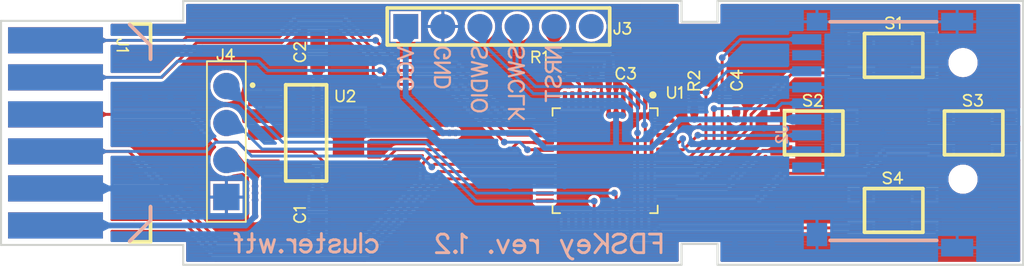
<source format=kicad_pcb>
(kicad_pcb (version 4) (generator gerbview)
  (layers (0 F.Cu signal) (31 B.Cu signal) (34 B.Paste user) (35 F.Paste user) (36 B.SilkS user) (37 F.SilkS user) (38 B.Mask user) (39 F.Mask user) (44 Edge.Cuts user))
  (gr_line (start 10.00001 -11.36076) (end 10.00001 -26.73678) (layer Edge.Cuts) (width 0.14))
  (gr_line (start 10.00001 -26.73678) (end 22.4775 -26.73678) (layer Edge.Cuts) (width 0.14))
  (gr_line (start 22.4775 -26.73678) (end 22.4775 -28.09751) (layer Edge.Cuts) (width 0.14))
  (gr_line (start 22.4775 -28.09751) (end 56.60878 -28.09751) (layer Edge.Cuts) (width 0.14))
  (gr_line (start 56.60878 -28.09751) (end 56.60878 -26.66876) (layer Edge.Cuts) (width 0.14))
  (gr_line (start 56.60878 -26.66876) (end 59.06938 -26.66876) (layer Edge.Cuts) (width 0.14))
  (gr_line (start 59.06938 -26.66876) (end 59.06938 -28.09751) (layer Edge.Cuts) (width 0.14))
  (gr_line (start 59.06938 -28.09751) (end 79.99999 -28.09776) (layer Edge.Cuts) (width 0.14))
  (gr_line (start 79.99999 -28.09776) (end 79.99999 -10.00001) (layer Edge.Cuts) (width 0.14))
  (gr_line (start 79.99999 -10.00001) (end 59.06938 -10.00001) (layer Edge.Cuts) (width 0.14))
  (gr_line (start 59.06938 -10.00001) (end 59.06938 -11.42876) (layer Edge.Cuts) (width 0.14))
  (gr_line (start 59.06938 -11.42876) (end 56.60878 -11.42876) (layer Edge.Cuts) (width 0.14))
  (gr_line (start 56.60878 -11.42876) (end 56.60873 -10.00001) (layer Edge.Cuts) (width 0.14))
  (gr_line (start 56.60873 -10.00001) (end 22.4775 -10.00001) (layer Edge.Cuts) (width 0.14))
  (gr_line (start 22.4775 -10.00001) (end 22.4775 -11.36076) (layer Edge.Cuts) (width 0.14))
  (gr_line (start 22.4775 -11.36076) (end 10.00001 -11.36076) (layer Edge.Cuts) (width 0.14))
  (gr_line (start 18.81063 -26.48128) (end 20.23936 -25.05253) (layer B.SilkS) (width 0.25001))
  (gr_line (start 18.81063 -11.61626) (end 20.23936 -13.04503) (layer B.SilkS) (width 0.25001))
  (gr_line (start 20.23936 -24.10003) (end 20.23936 -25.05253) (layer B.SilkS) (width 0.25001))
  (gr_line (start 20.23936 -13.04503) (end 20.23936 -13.99753) (layer B.SilkS) (width 0.25001))
  (gr_line (start 66.78127 -26.67376) (end 74.08126 -26.67376) (layer B.SilkS) (width 0.25001))
  (gr_line (start 66.78127 -11.67376) (end 74.08126 -11.67376) (layer B.SilkS) (width 0.25001))
  (gr_line (start 54.40545 -12.10678) (end 55.19583 -12.10678) (layer B.SilkS) (width 0.19609))
  (gr_line (start 55.19583 -12.10678) (end 55.19583 -10.83069) (layer B.SilkS) (width 0.19609))
  (gr_line (start 55.19583 -11.49891) (end 54.7101 -11.49891) (layer B.SilkS) (width 0.19609))
  (gr_line (start 54.0133 -12.10678) (end 54.0133 -10.83069) (layer B.SilkS) (width 0.19609))
  (gr_line (start 54.0133 -10.83069) (end 53.58795 -10.83069) (layer B.SilkS) (width 0.19609))
  (gr_line (start 53.58795 -10.83069) (end 53.40546 -10.89246) (layer B.SilkS) (width 0.19609))
  (gr_line (start 53.40546 -10.89246) (end 53.28331 -11.01319) (layer B.SilkS) (width 0.19609))
  (gr_line (start 53.28331 -11.01319) (end 53.22293 -11.13531) (layer B.SilkS) (width 0.19609))
  (gr_line (start 53.22293 -11.13531) (end 53.16258 -11.31641) (layer B.SilkS) (width 0.19609))
  (gr_line (start 53.16258 -11.31641) (end 53.16258 -11.62106) (layer B.SilkS) (width 0.19609))
  (gr_line (start 53.16258 -11.62106) (end 53.22293 -11.80356) (layer B.SilkS) (width 0.19609))
  (gr_line (start 53.22293 -11.80356) (end 53.28331 -11.92428) (layer B.SilkS) (width 0.19609))
  (gr_line (start 53.28331 -11.92428) (end 53.40546 -12.04641) (layer B.SilkS) (width 0.19609))
  (gr_line (start 53.40546 -12.04641) (end 53.58795 -12.10678) (layer B.SilkS) (width 0.19609))
  (gr_line (start 53.58795 -12.10678) (end 54.0133 -12.10678) (layer B.SilkS) (width 0.19609))
  (gr_line (start 51.91968 -11.92428) (end 52.04041 -12.04641) (layer B.SilkS) (width 0.19609))
  (gr_line (start 52.04041 -12.04641) (end 52.22293 -12.10678) (layer B.SilkS) (width 0.19609))
  (gr_line (start 52.22293 -12.10678) (end 52.46578 -12.10678) (layer B.SilkS) (width 0.19609))
  (gr_line (start 52.46578 -12.10678) (end 52.64828 -12.04641) (layer B.SilkS) (width 0.19609))
  (gr_line (start 52.64828 -12.04641) (end 52.77043 -11.92428) (layer B.SilkS) (width 0.19609))
  (gr_line (start 52.77043 -11.92428) (end 52.77043 -11.80356) (layer B.SilkS) (width 0.19609))
  (gr_line (start 52.77043 -11.80356) (end 52.70866 -11.68141) (layer B.SilkS) (width 0.19609))
  (gr_line (start 52.70866 -11.68141) (end 52.64828 -11.62106) (layer B.SilkS) (width 0.19609))
  (gr_line (start 52.64828 -11.62106) (end 52.52756 -11.56068) (layer B.SilkS) (width 0.19609))
  (gr_line (start 52.52756 -11.56068) (end 52.16256 -11.43856) (layer B.SilkS) (width 0.19609))
  (gr_line (start 52.16256 -11.43856) (end 52.04041 -11.37818) (layer B.SilkS) (width 0.19609))
  (gr_line (start 52.04041 -11.37818) (end 51.98006 -11.31641) (layer B.SilkS) (width 0.19609))
  (gr_line (start 51.98006 -11.31641) (end 51.91968 -11.19569) (layer B.SilkS) (width 0.19609))
  (gr_line (start 51.91968 -11.19569) (end 51.91968 -11.01319) (layer B.SilkS) (width 0.19609))
  (gr_line (start 51.91968 -11.01319) (end 52.04041 -10.89246) (layer B.SilkS) (width 0.19609))
  (gr_line (start 52.04041 -10.89246) (end 52.22293 -10.83069) (layer B.SilkS) (width 0.19609))
  (gr_line (start 52.22293 -10.83069) (end 52.46578 -10.83069) (layer B.SilkS) (width 0.19609))
  (gr_line (start 52.46578 -10.83069) (end 52.64828 -10.89246) (layer B.SilkS) (width 0.19609))
  (gr_line (start 52.64828 -10.89246) (end 52.77043 -11.01319) (layer B.SilkS) (width 0.19609))
  (gr_line (start 51.52753 -12.10678) (end 51.52753 -10.83069) (layer B.SilkS) (width 0.19609))
  (gr_line (start 50.67681 -12.10678) (end 51.52753 -11.25606) (layer B.SilkS) (width 0.19609))
  (gr_line (start 51.22431 -11.56068) (end 50.67681 -10.83069) (layer B.SilkS) (width 0.19609))
  (gr_line (start 50.28463 -11.31641) (end 49.55606 -11.31641) (layer B.SilkS) (width 0.19609))
  (gr_line (start 49.55606 -11.31641) (end 49.55606 -11.43856) (layer B.SilkS) (width 0.19609))
  (gr_line (start 49.55606 -11.43856) (end 49.61641 -11.56068) (layer B.SilkS) (width 0.19609))
  (gr_line (start 49.61641 -11.56068) (end 49.67679 -11.62106) (layer B.SilkS) (width 0.19609))
  (gr_line (start 49.67679 -11.62106) (end 49.79891 -11.68141) (layer B.SilkS) (width 0.19609))
  (gr_line (start 49.79891 -11.68141) (end 49.98141 -11.68141) (layer B.SilkS) (width 0.19609))
  (gr_line (start 49.98141 -11.68141) (end 50.10214 -11.62106) (layer B.SilkS) (width 0.19609))
  (gr_line (start 50.10214 -11.62106) (end 50.22428 -11.49891) (layer B.SilkS) (width 0.19609))
  (gr_line (start 50.22428 -11.49891) (end 50.28463 -11.31641) (layer B.SilkS) (width 0.19609))
  (gr_line (start 50.28463 -11.31641) (end 50.28463 -11.19569) (layer B.SilkS) (width 0.19609))
  (gr_line (start 50.28463 -11.19569) (end 50.22428 -11.01319) (layer B.SilkS) (width 0.19609))
  (gr_line (start 50.22428 -11.01319) (end 50.10214 -10.89246) (layer B.SilkS) (width 0.19609))
  (gr_line (start 50.10214 -10.89246) (end 49.98141 -10.83069) (layer B.SilkS) (width 0.19609))
  (gr_line (start 49.98141 -10.83069) (end 49.79891 -10.83069) (layer B.SilkS) (width 0.19609))
  (gr_line (start 49.79891 -10.83069) (end 49.67679 -10.89246) (layer B.SilkS) (width 0.19609))
  (gr_line (start 49.67679 -10.89246) (end 49.55606 -11.01319) (layer B.SilkS) (width 0.19609))
  (gr_line (start 49.10211 -11.68141) (end 48.73854 -10.83069) (layer B.SilkS) (width 0.19609))
  (gr_line (start 48.73854 -10.83069) (end 48.85926 -10.58781) (layer B.SilkS) (width 0.19609))
  (gr_line (start 48.85926 -10.58781) (end 48.98139 -10.46569) (layer B.SilkS) (width 0.19609))
  (gr_line (start 48.98139 -10.46569) (end 49.10211 -10.40531) (layer B.SilkS) (width 0.19609))
  (gr_line (start 49.10211 -10.40531) (end 49.16388 -10.40531) (layer B.SilkS) (width 0.19609))
  (gr_line (start 48.37354 -11.68141) (end 48.73854 -10.83069) (layer B.SilkS) (width 0.19609))
  (gr_line (start 46.7469 -11.68141) (end 46.7469 -10.83069) (layer B.SilkS) (width 0.19609))
  (gr_line (start 46.7469 -11.31641) (end 46.68515 -11.49891) (layer B.SilkS) (width 0.19609))
  (gr_line (start 46.68515 -11.49891) (end 46.5644 -11.62106) (layer B.SilkS) (width 0.19609))
  (gr_line (start 46.5644 -11.62106) (end 46.44227 -11.68141) (layer B.SilkS) (width 0.19609))
  (gr_line (start 46.44227 -11.68141) (end 46.25978 -11.68141) (layer B.SilkS) (width 0.19609))
  (gr_line (start 45.86762 -11.31641) (end 45.13903 -11.31641) (layer B.SilkS) (width 0.19609))
  (gr_line (start 45.13903 -11.31641) (end 45.13903 -11.43856) (layer B.SilkS) (width 0.19609))
  (gr_line (start 45.13903 -11.43856) (end 45.19938 -11.56068) (layer B.SilkS) (width 0.19609))
  (gr_line (start 45.19938 -11.56068) (end 45.25975 -11.62106) (layer B.SilkS) (width 0.19609))
  (gr_line (start 45.25975 -11.62106) (end 45.38188 -11.68141) (layer B.SilkS) (width 0.19609))
  (gr_line (start 45.38188 -11.68141) (end 45.56437 -11.68141) (layer B.SilkS) (width 0.19609))
  (gr_line (start 45.56437 -11.68141) (end 45.68513 -11.62106) (layer B.SilkS) (width 0.19609))
  (gr_line (start 45.68513 -11.62106) (end 45.80725 -11.49891) (layer B.SilkS) (width 0.19609))
  (gr_line (start 45.80725 -11.49891) (end 45.86762 -11.31641) (layer B.SilkS) (width 0.19609))
  (gr_line (start 45.86762 -11.31641) (end 45.86762 -11.19569) (layer B.SilkS) (width 0.19609))
  (gr_line (start 45.86762 -11.19569) (end 45.80725 -11.01319) (layer B.SilkS) (width 0.19609))
  (gr_line (start 45.80725 -11.01319) (end 45.68513 -10.89246) (layer B.SilkS) (width 0.19609))
  (gr_line (start 45.68513 -10.89246) (end 45.56437 -10.83069) (layer B.SilkS) (width 0.19609))
  (gr_line (start 45.56437 -10.83069) (end 45.38188 -10.83069) (layer B.SilkS) (width 0.19609))
  (gr_line (start 45.38188 -10.83069) (end 45.25975 -10.89246) (layer B.SilkS) (width 0.19609))
  (gr_line (start 45.25975 -10.89246) (end 45.13903 -11.01319) (layer B.SilkS) (width 0.19609))
  (gr_line (start 44.74685 -11.68141) (end 44.38185 -10.83069) (layer B.SilkS) (width 0.19609))
  (gr_line (start 44.38185 -10.83069) (end 44.01828 -11.68141) (layer B.SilkS) (width 0.19609))
  (gr_line (start 43.56575 -10.95281) (end 43.6261 -10.89106) (layer B.SilkS) (width 0.19609))
  (gr_line (start 43.6261 -10.89106) (end 43.56575 -10.83069) (layer B.SilkS) (width 0.19609))
  (gr_line (start 43.56575 -10.83069) (end 43.50398 -10.89106) (layer B.SilkS) (width 0.19609))
  (gr_line (start 43.50398 -10.89106) (end 43.56575 -10.95281) (layer B.SilkS) (width 0.19609))
  (gr_line (start 41.87736 -11.86251) (end 41.75521 -11.92428) (layer B.SilkS) (width 0.19609))
  (gr_line (start 41.75521 -11.92428) (end 41.57271 -12.10539) (layer B.SilkS) (width 0.19609))
  (gr_line (start 41.57271 -12.10539) (end 41.57271 -10.83069) (layer B.SilkS) (width 0.19609))
  (gr_line (start 41.12019 -10.95281) (end 41.18056 -10.89106) (layer B.SilkS) (width 0.19609))
  (gr_line (start 41.18056 -10.89106) (end 41.12019 -10.83069) (layer B.SilkS) (width 0.19609))
  (gr_line (start 41.12019 -10.83069) (end 41.05841 -10.89106) (layer B.SilkS) (width 0.19609))
  (gr_line (start 41.05841 -10.89106) (end 41.12019 -10.95281) (layer B.SilkS) (width 0.19609))
  (gr_line (start 40.60449 -11.80214) (end 40.60449 -11.86251) (layer B.SilkS) (width 0.19609))
  (gr_line (start 40.60449 -11.86251) (end 40.54414 -11.98466) (layer B.SilkS) (width 0.19609))
  (gr_line (start 40.54414 -11.98466) (end 40.48376 -12.04501) (layer B.SilkS) (width 0.19609))
  (gr_line (start 40.48376 -12.04501) (end 40.36164 -12.10539) (layer B.SilkS) (width 0.19609))
  (gr_line (start 40.36164 -12.10539) (end 40.11877 -12.10539) (layer B.SilkS) (width 0.19609))
  (gr_line (start 40.11877 -12.10539) (end 39.99804 -12.04501) (layer B.SilkS) (width 0.19609))
  (gr_line (start 39.99804 -12.04501) (end 39.93766 -11.98466) (layer B.SilkS) (width 0.19609))
  (gr_line (start 39.93766 -11.98466) (end 39.87592 -11.86251) (layer B.SilkS) (width 0.19609))
  (gr_line (start 39.87592 -11.86251) (end 39.87592 -11.74179) (layer B.SilkS) (width 0.19609))
  (gr_line (start 39.87592 -11.74179) (end 39.93766 -11.61964) (layer B.SilkS) (width 0.19609))
  (gr_line (start 39.93766 -11.61964) (end 40.05842 -11.43856) (layer B.SilkS) (width 0.19609))
  (gr_line (start 40.05842 -11.43856) (end 40.66626 -10.83069) (layer B.SilkS) (width 0.19609))
  (gr_line (start 40.66626 -10.83069) (end 39.81554 -10.83069) (layer B.SilkS) (width 0.19609))
  (gr_line (start 35.02571 -11.53828) (end 35.14786 -11.66043) (layer B.SilkS) (width 0.19609))
  (gr_line (start 35.14786 -11.66043) (end 35.26998 -11.72078) (layer B.SilkS) (width 0.19609))
  (gr_line (start 35.26998 -11.72078) (end 35.45108 -11.72078) (layer B.SilkS) (width 0.19609))
  (gr_line (start 35.45108 -11.72078) (end 35.57323 -11.66043) (layer B.SilkS) (width 0.19609))
  (gr_line (start 35.57323 -11.66043) (end 35.69396 -11.53828) (layer B.SilkS) (width 0.19609))
  (gr_line (start 35.69396 -11.53828) (end 35.75573 -11.35578) (layer B.SilkS) (width 0.19609))
  (gr_line (start 35.75573 -11.35578) (end 35.75573 -11.23506) (layer B.SilkS) (width 0.19609))
  (gr_line (start 35.75573 -11.23506) (end 35.69396 -11.05256) (layer B.SilkS) (width 0.19609))
  (gr_line (start 35.69396 -11.05256) (end 35.57323 -10.93183) (layer B.SilkS) (width 0.19609))
  (gr_line (start 35.57323 -10.93183) (end 35.45108 -10.87006) (layer B.SilkS) (width 0.19609))
  (gr_line (start 35.45108 -10.87006) (end 35.26998 -10.87006) (layer B.SilkS) (width 0.19609))
  (gr_line (start 35.26998 -10.87006) (end 35.14786 -10.93183) (layer B.SilkS) (width 0.19609))
  (gr_line (start 35.14786 -10.93183) (end 35.02571 -11.05256) (layer B.SilkS) (width 0.19609))
  (gr_line (start 34.63356 -12.14615) (end 34.63356 -10.87006) (layer B.SilkS) (width 0.19609))
  (gr_line (start 34.24141 -11.72078) (end 34.24141 -11.11291) (layer B.SilkS) (width 0.19609))
  (gr_line (start 34.24141 -11.11291) (end 34.18103 -10.93183) (layer B.SilkS) (width 0.19609))
  (gr_line (start 34.18103 -10.93183) (end 34.05891 -10.87006) (layer B.SilkS) (width 0.19609))
  (gr_line (start 34.05891 -10.87006) (end 33.87641 -10.87006) (layer B.SilkS) (width 0.19609))
  (gr_line (start 33.87641 -10.87006) (end 33.75569 -10.93183) (layer B.SilkS) (width 0.19609))
  (gr_line (start 33.75569 -10.93183) (end 33.57319 -11.11291) (layer B.SilkS) (width 0.19609))
  (gr_line (start 33.57319 -11.72078) (end 33.57319 -10.87006) (layer B.SilkS) (width 0.19609))
  (gr_line (start 32.51279 -11.53828) (end 32.57316 -11.66043) (layer B.SilkS) (width 0.19609))
  (gr_line (start 32.57316 -11.66043) (end 32.75566 -11.72078) (layer B.SilkS) (width 0.19609))
  (gr_line (start 32.75566 -11.72078) (end 32.93816 -11.72078) (layer B.SilkS) (width 0.19609))
  (gr_line (start 32.93816 -11.72078) (end 33.12066 -11.66043) (layer B.SilkS) (width 0.19609))
  (gr_line (start 33.12066 -11.66043) (end 33.18101 -11.53828) (layer B.SilkS) (width 0.19609))
  (gr_line (start 33.18101 -11.53828) (end 33.12066 -11.41755) (layer B.SilkS) (width 0.19609))
  (gr_line (start 33.12066 -11.41755) (end 32.99851 -11.35578) (layer B.SilkS) (width 0.19609))
  (gr_line (start 32.99851 -11.35578) (end 32.69529 -11.29543) (layer B.SilkS) (width 0.19609))
  (gr_line (start 32.69529 -11.29543) (end 32.57316 -11.23506) (layer B.SilkS) (width 0.19609))
  (gr_line (start 32.57316 -11.23506) (end 32.51279 -11.11291) (layer B.SilkS) (width 0.19609))
  (gr_line (start 32.51279 -11.11291) (end 32.51279 -11.05256) (layer B.SilkS) (width 0.19609))
  (gr_line (start 32.51279 -11.05256) (end 32.57316 -10.93183) (layer B.SilkS) (width 0.19609))
  (gr_line (start 32.57316 -10.93183) (end 32.75566 -10.87006) (layer B.SilkS) (width 0.19609))
  (gr_line (start 32.75566 -10.87006) (end 32.93816 -10.87006) (layer B.SilkS) (width 0.19609))
  (gr_line (start 32.93816 -10.87006) (end 33.12066 -10.93183) (layer B.SilkS) (width 0.19609))
  (gr_line (start 33.12066 -10.93183) (end 33.18101 -11.05256) (layer B.SilkS) (width 0.19609))
  (gr_line (start 31.93814 -12.14615) (end 31.93814 -11.11291) (layer B.SilkS) (width 0.19609))
  (gr_line (start 31.93814 -11.11291) (end 31.87776 -10.93183) (layer B.SilkS) (width 0.19609))
  (gr_line (start 31.87776 -10.93183) (end 31.75564 -10.87006) (layer B.SilkS) (width 0.19609))
  (gr_line (start 31.75564 -10.87006) (end 31.63491 -10.87006) (layer B.SilkS) (width 0.19609))
  (gr_line (start 32.12064 -11.72078) (end 31.69526 -11.72078) (layer B.SilkS) (width 0.19609))
  (gr_line (start 31.24274 -11.35578) (end 30.51414 -11.35578) (layer B.SilkS) (width 0.19609))
  (gr_line (start 30.51414 -11.35578) (end 30.51414 -11.47793) (layer B.SilkS) (width 0.19609))
  (gr_line (start 30.51414 -11.47793) (end 30.57451 -11.60005) (layer B.SilkS) (width 0.19609))
  (gr_line (start 30.57451 -11.60005) (end 30.63489 -11.66043) (layer B.SilkS) (width 0.19609))
  (gr_line (start 30.63489 -11.66043) (end 30.75701 -11.72078) (layer B.SilkS) (width 0.19609))
  (gr_line (start 30.75701 -11.72078) (end 30.93951 -11.72078) (layer B.SilkS) (width 0.19609))
  (gr_line (start 30.93951 -11.72078) (end 31.06024 -11.66043) (layer B.SilkS) (width 0.19609))
  (gr_line (start 31.06024 -11.66043) (end 31.18239 -11.53828) (layer B.SilkS) (width 0.19609))
  (gr_line (start 31.18239 -11.53828) (end 31.24274 -11.35578) (layer B.SilkS) (width 0.19609))
  (gr_line (start 31.24274 -11.35578) (end 31.24274 -11.23506) (layer B.SilkS) (width 0.19609))
  (gr_line (start 31.24274 -11.23506) (end 31.18239 -11.05256) (layer B.SilkS) (width 0.19609))
  (gr_line (start 31.18239 -11.05256) (end 31.06024 -10.93183) (layer B.SilkS) (width 0.19609))
  (gr_line (start 31.06024 -10.93183) (end 30.93951 -10.87006) (layer B.SilkS) (width 0.19609))
  (gr_line (start 30.93951 -10.87006) (end 30.75701 -10.87006) (layer B.SilkS) (width 0.19609))
  (gr_line (start 30.75701 -10.87006) (end 30.63489 -10.93183) (layer B.SilkS) (width 0.19609))
  (gr_line (start 30.63489 -10.93183) (end 30.51414 -11.05256) (layer B.SilkS) (width 0.19609))
  (gr_line (start 30.12199 -11.72078) (end 30.12199 -10.87006) (layer B.SilkS) (width 0.19609))
  (gr_line (start 30.12199 -11.35578) (end 30.06021 -11.53828) (layer B.SilkS) (width 0.19609))
  (gr_line (start 30.06021 -11.53828) (end 29.93949 -11.66043) (layer B.SilkS) (width 0.19609))
  (gr_line (start 29.93949 -11.66043) (end 29.81736 -11.72078) (layer B.SilkS) (width 0.19609))
  (gr_line (start 29.81736 -11.72078) (end 29.63487 -11.72078) (layer B.SilkS) (width 0.19609))
  (gr_line (start 29.18234 -10.99218) (end 29.24269 -10.93041) (layer B.SilkS) (width 0.19609))
  (gr_line (start 29.24269 -10.93041) (end 29.18234 -10.87006) (layer B.SilkS) (width 0.19609))
  (gr_line (start 29.18234 -10.87006) (end 29.12057 -10.93041) (layer B.SilkS) (width 0.19609))
  (gr_line (start 29.12057 -10.93041) (end 29.18234 -10.99218) (layer B.SilkS) (width 0.19609))
  (gr_line (start 28.72842 -11.72078) (end 28.48554 -10.87006) (layer B.SilkS) (width 0.19609))
  (gr_line (start 28.48554 -10.87006) (end 28.24267 -11.72078) (layer B.SilkS) (width 0.19609))
  (gr_line (start 28.24267 -11.72078) (end 27.99982 -10.87006) (layer B.SilkS) (width 0.19609))
  (gr_line (start 27.99982 -10.87006) (end 27.75694 -11.72078) (layer B.SilkS) (width 0.19609))
  (gr_line (start 27.18229 -12.14615) (end 27.18229 -11.11291) (layer B.SilkS) (width 0.19609))
  (gr_line (start 27.18229 -11.11291) (end 27.12192 -10.93183) (layer B.SilkS) (width 0.19609))
  (gr_line (start 27.12192 -10.93183) (end 26.99979 -10.87006) (layer B.SilkS) (width 0.19609))
  (gr_line (start 26.99979 -10.87006) (end 26.87907 -10.87006) (layer B.SilkS) (width 0.19609))
  (gr_line (start 27.36479 -11.72078) (end 26.93942 -11.72078) (layer B.SilkS) (width 0.19609))
  (gr_line (start 26.00117 -12.14615) (end 26.12189 -12.14615) (layer B.SilkS) (width 0.19609))
  (gr_line (start 26.12189 -12.14615) (end 26.24404 -12.08578) (layer B.SilkS) (width 0.19609))
  (gr_line (start 26.24404 -12.08578) (end 26.30439 -11.90328) (layer B.SilkS) (width 0.19609))
  (gr_line (start 26.30439 -11.90328) (end 26.30439 -10.87006) (layer B.SilkS) (width 0.19609))
  (gr_line (start 26.48689 -11.72078) (end 26.06154 -11.72078) (layer B.SilkS) (width 0.19609))
  (gr_line (start 37.18898 -24.90071) (end 38.20986 -24.51212) (layer B.SilkS) (width 0.15687))
  (gr_line (start 38.20986 -24.51212) (end 37.18898 -24.12355) (layer B.SilkS) (width 0.15687))
  (gr_line (start 37.43155 -23.08093) (end 37.33498 -23.12924) (layer B.SilkS) (width 0.15687))
  (gr_line (start 37.33498 -23.12924) (end 37.23726 -23.22693) (layer B.SilkS) (width 0.15687))
  (gr_line (start 37.23726 -23.22693) (end 37.18898 -23.32352) (layer B.SilkS) (width 0.15687))
  (gr_line (start 37.18898 -23.32352) (end 37.18898 -23.51781) (layer B.SilkS) (width 0.15687))
  (gr_line (start 37.18898 -23.51781) (end 37.23726 -23.61552) (layer B.SilkS) (width 0.15687))
  (gr_line (start 37.23726 -23.61552) (end 37.33498 -23.71209) (layer B.SilkS) (width 0.15687))
  (gr_line (start 37.33498 -23.71209) (end 37.43155 -23.76152) (layer B.SilkS) (width 0.15687))
  (gr_line (start 37.43155 -23.76152) (end 37.57755 -23.80981) (layer B.SilkS) (width 0.15687))
  (gr_line (start 37.57755 -23.80981) (end 37.82126 -23.80981) (layer B.SilkS) (width 0.15687))
  (gr_line (start 37.82126 -23.80981) (end 37.96614 -23.76152) (layer B.SilkS) (width 0.15687))
  (gr_line (start 37.96614 -23.76152) (end 38.06386 -23.71209) (layer B.SilkS) (width 0.15687))
  (gr_line (start 38.06386 -23.71209) (end 38.16043 -23.61552) (layer B.SilkS) (width 0.15687))
  (gr_line (start 38.16043 -23.61552) (end 38.20986 -23.51781) (layer B.SilkS) (width 0.15687))
  (gr_line (start 38.20986 -23.51781) (end 38.20986 -23.32352) (layer B.SilkS) (width 0.15687))
  (gr_line (start 38.20986 -23.32352) (end 38.16043 -23.22693) (layer B.SilkS) (width 0.15687))
  (gr_line (start 38.16043 -23.22693) (end 38.06386 -23.12924) (layer B.SilkS) (width 0.15687))
  (gr_line (start 38.06386 -23.12924) (end 37.96614 -23.08093) (layer B.SilkS) (width 0.15687))
  (gr_line (start 37.43155 -22.03834) (end 37.33498 -22.08662) (layer B.SilkS) (width 0.15687))
  (gr_line (start 37.33498 -22.08662) (end 37.23726 -22.18433) (layer B.SilkS) (width 0.15687))
  (gr_line (start 37.23726 -22.18433) (end 37.18898 -22.28093) (layer B.SilkS) (width 0.15687))
  (gr_line (start 37.18898 -22.28093) (end 37.18898 -22.47522) (layer B.SilkS) (width 0.15687))
  (gr_line (start 37.18898 -22.47522) (end 37.23726 -22.57293) (layer B.SilkS) (width 0.15687))
  (gr_line (start 37.23726 -22.57293) (end 37.33498 -22.6695) (layer B.SilkS) (width 0.15687))
  (gr_line (start 37.33498 -22.6695) (end 37.43155 -22.71893) (layer B.SilkS) (width 0.15687))
  (gr_line (start 37.43155 -22.71893) (end 37.57755 -22.76721) (layer B.SilkS) (width 0.15687))
  (gr_line (start 37.57755 -22.76721) (end 37.82126 -22.76721) (layer B.SilkS) (width 0.15687))
  (gr_line (start 37.82126 -22.76721) (end 37.96614 -22.71893) (layer B.SilkS) (width 0.15687))
  (gr_line (start 37.96614 -22.71893) (end 38.06386 -22.6695) (layer B.SilkS) (width 0.15687))
  (gr_line (start 38.06386 -22.6695) (end 38.16043 -22.57293) (layer B.SilkS) (width 0.15687))
  (gr_line (start 38.16043 -22.57293) (end 38.20986 -22.47522) (layer B.SilkS) (width 0.15687))
  (gr_line (start 38.20986 -22.47522) (end 38.20986 -22.28093) (layer B.SilkS) (width 0.15687))
  (gr_line (start 38.20986 -22.28093) (end 38.16043 -22.18433) (layer B.SilkS) (width 0.15687))
  (gr_line (start 38.16043 -22.18433) (end 38.06386 -22.08662) (layer B.SilkS) (width 0.15687))
  (gr_line (start 38.06386 -22.08662) (end 37.96614 -22.03834) (layer B.SilkS) (width 0.15687))
  (gr_line (start 39.96235 -24.17183) (end 39.86576 -24.22012) (layer B.SilkS) (width 0.15687))
  (gr_line (start 39.86576 -24.22012) (end 39.76804 -24.31783) (layer B.SilkS) (width 0.15687))
  (gr_line (start 39.76804 -24.31783) (end 39.71976 -24.4144) (layer B.SilkS) (width 0.15687))
  (gr_line (start 39.71976 -24.4144) (end 39.71976 -24.60871) (layer B.SilkS) (width 0.15687))
  (gr_line (start 39.71976 -24.60871) (end 39.76804 -24.70643) (layer B.SilkS) (width 0.15687))
  (gr_line (start 39.76804 -24.70643) (end 39.86576 -24.803) (layer B.SilkS) (width 0.15687))
  (gr_line (start 39.86576 -24.803) (end 39.96235 -24.85243) (layer B.SilkS) (width 0.15687))
  (gr_line (start 39.96235 -24.85243) (end 40.10835 -24.90071) (layer B.SilkS) (width 0.15687))
  (gr_line (start 40.10835 -24.90071) (end 40.35204 -24.90071) (layer B.SilkS) (width 0.15687))
  (gr_line (start 40.35204 -24.90071) (end 40.49692 -24.85243) (layer B.SilkS) (width 0.15687))
  (gr_line (start 40.49692 -24.85243) (end 40.59464 -24.803) (layer B.SilkS) (width 0.15687))
  (gr_line (start 40.59464 -24.803) (end 40.69121 -24.70643) (layer B.SilkS) (width 0.15687))
  (gr_line (start 40.69121 -24.70643) (end 40.74063 -24.60871) (layer B.SilkS) (width 0.15687))
  (gr_line (start 40.74063 -24.60871) (end 40.74063 -24.4144) (layer B.SilkS) (width 0.15687))
  (gr_line (start 40.74063 -24.4144) (end 40.69121 -24.31783) (layer B.SilkS) (width 0.15687))
  (gr_line (start 40.69121 -24.31783) (end 40.59464 -24.22012) (layer B.SilkS) (width 0.15687))
  (gr_line (start 40.59464 -24.22012) (end 40.49692 -24.17183) (layer B.SilkS) (width 0.15687))
  (gr_line (start 40.49692 -24.17183) (end 40.35204 -24.17183) (layer B.SilkS) (width 0.15687))
  (gr_line (start 40.35204 -24.17183) (end 40.35204 -24.4144) (layer B.SilkS) (width 0.15687))
  (gr_line (start 39.71976 -23.17753) (end 40.74063 -23.17753) (layer B.SilkS) (width 0.15687))
  (gr_line (start 40.74063 -23.17753) (end 39.71976 -23.85809) (layer B.SilkS) (width 0.15687))
  (gr_line (start 39.71976 -23.85809) (end 40.74063 -23.85809) (layer B.SilkS) (width 0.15687))
  (gr_line (start 39.71976 -22.86378) (end 40.74063 -22.86378) (layer B.SilkS) (width 0.15687))
  (gr_line (start 40.74063 -22.86378) (end 40.74063 -22.5235) (layer B.SilkS) (width 0.15687))
  (gr_line (start 40.74063 -22.5235) (end 40.69121 -22.3775) (layer B.SilkS) (width 0.15687))
  (gr_line (start 40.69121 -22.3775) (end 40.59464 -22.27979) (layer B.SilkS) (width 0.15687))
  (gr_line (start 40.59464 -22.27979) (end 40.49692 -22.2315) (layer B.SilkS) (width 0.15687))
  (gr_line (start 40.49692 -22.2315) (end 40.35204 -22.18322) (layer B.SilkS) (width 0.15687))
  (gr_line (start 40.35204 -22.18322) (end 40.10835 -22.18322) (layer B.SilkS) (width 0.15687))
  (gr_line (start 40.10835 -22.18322) (end 39.96235 -22.2315) (layer B.SilkS) (width 0.15687))
  (gr_line (start 39.96235 -22.2315) (end 39.86576 -22.27979) (layer B.SilkS) (width 0.15687))
  (gr_line (start 39.86576 -22.27979) (end 39.76804 -22.3775) (layer B.SilkS) (width 0.15687))
  (gr_line (start 39.76804 -22.3775) (end 39.71976 -22.5235) (layer B.SilkS) (width 0.15687))
  (gr_line (start 39.71976 -22.5235) (end 39.71976 -22.86378) (layer B.SilkS) (width 0.15687))
  (gr_line (start 42.39654 -24.22012) (end 42.29885 -24.31672) (layer B.SilkS) (width 0.15687))
  (gr_line (start 42.29885 -24.31672) (end 42.25054 -24.46271) (layer B.SilkS) (width 0.15687))
  (gr_line (start 42.25054 -24.46271) (end 42.25054 -24.657) (layer B.SilkS) (width 0.15687))
  (gr_line (start 42.25054 -24.657) (end 42.29885 -24.803) (layer B.SilkS) (width 0.15687))
  (gr_line (start 42.29885 -24.803) (end 42.39654 -24.90071) (layer B.SilkS) (width 0.15687))
  (gr_line (start 42.39654 -24.90071) (end 42.49313 -24.90071) (layer B.SilkS) (width 0.15687))
  (gr_line (start 42.49313 -24.90071) (end 42.59085 -24.85128) (layer B.SilkS) (width 0.15687))
  (gr_line (start 42.59085 -24.85128) (end 42.63913 -24.803) (layer B.SilkS) (width 0.15687))
  (gr_line (start 42.63913 -24.803) (end 42.68742 -24.70643) (layer B.SilkS) (width 0.15687))
  (gr_line (start 42.68742 -24.70643) (end 42.78513 -24.4144) (layer B.SilkS) (width 0.15687))
  (gr_line (start 42.78513 -24.4144) (end 42.83342 -24.31672) (layer B.SilkS) (width 0.15687))
  (gr_line (start 42.83342 -24.31672) (end 42.88285 -24.2684) (layer B.SilkS) (width 0.15687))
  (gr_line (start 42.88285 -24.2684) (end 42.97942 -24.22012) (layer B.SilkS) (width 0.15687))
  (gr_line (start 42.97942 -24.22012) (end 43.12542 -24.22012) (layer B.SilkS) (width 0.15687))
  (gr_line (start 43.12542 -24.22012) (end 43.22201 -24.31672) (layer B.SilkS) (width 0.15687))
  (gr_line (start 43.22201 -24.31672) (end 43.27141 -24.46271) (layer B.SilkS) (width 0.15687))
  (gr_line (start 43.27141 -24.46271) (end 43.27141 -24.657) (layer B.SilkS) (width 0.15687))
  (gr_line (start 43.27141 -24.657) (end 43.22201 -24.803) (layer B.SilkS) (width 0.15687))
  (gr_line (start 43.22201 -24.803) (end 43.12542 -24.90071) (layer B.SilkS) (width 0.15687))
  (gr_line (start 42.25054 -23.9064) (end 43.27141 -23.66269) (layer B.SilkS) (width 0.15687))
  (gr_line (start 43.27141 -23.66269) (end 42.25054 -23.4201) (layer B.SilkS) (width 0.15687))
  (gr_line (start 42.25054 -23.4201) (end 43.27141 -23.17753) (layer B.SilkS) (width 0.15687))
  (gr_line (start 43.27141 -23.17753) (end 42.25054 -22.93381) (layer B.SilkS) (width 0.15687))
  (gr_line (start 42.25054 -22.6201) (end 43.27141 -22.6201) (layer B.SilkS) (width 0.15687))
  (gr_line (start 43.27141 -22.6201) (end 43.27141 -22.27979) (layer B.SilkS) (width 0.15687))
  (gr_line (start 43.27141 -22.27979) (end 43.22201 -22.13379) (layer B.SilkS) (width 0.15687))
  (gr_line (start 43.22201 -22.13379) (end 43.12542 -22.03607) (layer B.SilkS) (width 0.15687))
  (gr_line (start 43.12542 -22.03607) (end 43.02773 -21.98779) (layer B.SilkS) (width 0.15687))
  (gr_line (start 43.02773 -21.98779) (end 42.88285 -21.9395) (layer B.SilkS) (width 0.15687))
  (gr_line (start 42.88285 -21.9395) (end 42.63913 -21.9395) (layer B.SilkS) (width 0.15687))
  (gr_line (start 42.63913 -21.9395) (end 42.49313 -21.98779) (layer B.SilkS) (width 0.15687))
  (gr_line (start 42.49313 -21.98779) (end 42.39654 -22.03607) (layer B.SilkS) (width 0.15687))
  (gr_line (start 42.39654 -22.03607) (end 42.29885 -22.13379) (layer B.SilkS) (width 0.15687))
  (gr_line (start 42.29885 -22.13379) (end 42.25054 -22.27979) (layer B.SilkS) (width 0.15687))
  (gr_line (start 42.25054 -22.27979) (end 42.25054 -22.6201) (layer B.SilkS) (width 0.15687))
  (gr_line (start 42.25054 -21.62579) (end 43.27141 -21.62579) (layer B.SilkS) (width 0.15687))
  (gr_line (start 42.25054 -21.02005) (end 42.29885 -21.11776) (layer B.SilkS) (width 0.15687))
  (gr_line (start 42.29885 -21.11776) (end 42.39654 -21.21433) (layer B.SilkS) (width 0.15687))
  (gr_line (start 42.39654 -21.21433) (end 42.49313 -21.26376) (layer B.SilkS) (width 0.15687))
  (gr_line (start 42.49313 -21.26376) (end 42.63913 -21.31205) (layer B.SilkS) (width 0.15687))
  (gr_line (start 42.63913 -21.31205) (end 42.88285 -21.31205) (layer B.SilkS) (width 0.15687))
  (gr_line (start 42.88285 -21.31205) (end 43.02773 -21.26376) (layer B.SilkS) (width 0.15687))
  (gr_line (start 43.02773 -21.26376) (end 43.12542 -21.21433) (layer B.SilkS) (width 0.15687))
  (gr_line (start 43.12542 -21.21433) (end 43.22201 -21.11776) (layer B.SilkS) (width 0.15687))
  (gr_line (start 43.22201 -21.11776) (end 43.27141 -21.02005) (layer B.SilkS) (width 0.15687))
  (gr_line (start 43.27141 -21.02005) (end 43.27141 -20.82576) (layer B.SilkS) (width 0.15687))
  (gr_line (start 43.27141 -20.82576) (end 43.22201 -20.72917) (layer B.SilkS) (width 0.15687))
  (gr_line (start 43.22201 -20.72917) (end 43.12542 -20.63145) (layer B.SilkS) (width 0.15687))
  (gr_line (start 43.12542 -20.63145) (end 43.02773 -20.58317) (layer B.SilkS) (width 0.15687))
  (gr_line (start 43.02773 -20.58317) (end 42.88285 -20.53488) (layer B.SilkS) (width 0.15687))
  (gr_line (start 42.88285 -20.53488) (end 42.63913 -20.53488) (layer B.SilkS) (width 0.15687))
  (gr_line (start 42.63913 -20.53488) (end 42.49313 -20.58317) (layer B.SilkS) (width 0.15687))
  (gr_line (start 42.49313 -20.58317) (end 42.39654 -20.63145) (layer B.SilkS) (width 0.15687))
  (gr_line (start 42.39654 -20.63145) (end 42.29885 -20.72917) (layer B.SilkS) (width 0.15687))
  (gr_line (start 42.29885 -20.72917) (end 42.25054 -20.82576) (layer B.SilkS) (width 0.15687))
  (gr_line (start 42.25054 -20.82576) (end 42.25054 -21.02005) (layer B.SilkS) (width 0.15687))
  (gr_line (start 44.92734 -24.22012) (end 44.82963 -24.31672) (layer B.SilkS) (width 0.15687))
  (gr_line (start 44.82963 -24.31672) (end 44.78134 -24.46271) (layer B.SilkS) (width 0.15687))
  (gr_line (start 44.78134 -24.46271) (end 44.78134 -24.657) (layer B.SilkS) (width 0.15687))
  (gr_line (start 44.78134 -24.657) (end 44.82963 -24.803) (layer B.SilkS) (width 0.15687))
  (gr_line (start 44.82963 -24.803) (end 44.92734 -24.90071) (layer B.SilkS) (width 0.15687))
  (gr_line (start 44.92734 -24.90071) (end 45.02391 -24.90071) (layer B.SilkS) (width 0.15687))
  (gr_line (start 45.02391 -24.90071) (end 45.12163 -24.85128) (layer B.SilkS) (width 0.15687))
  (gr_line (start 45.12163 -24.85128) (end 45.16991 -24.803) (layer B.SilkS) (width 0.15687))
  (gr_line (start 45.16991 -24.803) (end 45.21822 -24.70643) (layer B.SilkS) (width 0.15687))
  (gr_line (start 45.21822 -24.70643) (end 45.31591 -24.4144) (layer B.SilkS) (width 0.15687))
  (gr_line (start 45.31591 -24.4144) (end 45.36422 -24.31672) (layer B.SilkS) (width 0.15687))
  (gr_line (start 45.36422 -24.31672) (end 45.41363 -24.2684) (layer B.SilkS) (width 0.15687))
  (gr_line (start 45.41363 -24.2684) (end 45.51022 -24.22012) (layer B.SilkS) (width 0.15687))
  (gr_line (start 45.51022 -24.22012) (end 45.65622 -24.22012) (layer B.SilkS) (width 0.15687))
  (gr_line (start 45.65622 -24.22012) (end 45.75279 -24.31672) (layer B.SilkS) (width 0.15687))
  (gr_line (start 45.75279 -24.31672) (end 45.80222 -24.46271) (layer B.SilkS) (width 0.15687))
  (gr_line (start 45.80222 -24.46271) (end 45.80222 -24.657) (layer B.SilkS) (width 0.15687))
  (gr_line (start 45.80222 -24.657) (end 45.75279 -24.803) (layer B.SilkS) (width 0.15687))
  (gr_line (start 45.75279 -24.803) (end 45.65622 -24.90071) (layer B.SilkS) (width 0.15687))
  (gr_line (start 44.78134 -23.9064) (end 45.80222 -23.66269) (layer B.SilkS) (width 0.15687))
  (gr_line (start 45.80222 -23.66269) (end 44.78134 -23.4201) (layer B.SilkS) (width 0.15687))
  (gr_line (start 44.78134 -23.4201) (end 45.80222 -23.17753) (layer B.SilkS) (width 0.15687))
  (gr_line (start 45.80222 -23.17753) (end 44.78134 -22.93381) (layer B.SilkS) (width 0.15687))
  (gr_line (start 45.02391 -21.89122) (end 44.92734 -21.9395) (layer B.SilkS) (width 0.15687))
  (gr_line (start 44.92734 -21.9395) (end 44.82963 -22.03722) (layer B.SilkS) (width 0.15687))
  (gr_line (start 44.82963 -22.03722) (end 44.78134 -22.13379) (layer B.SilkS) (width 0.15687))
  (gr_line (start 44.78134 -22.13379) (end 44.78134 -22.3281) (layer B.SilkS) (width 0.15687))
  (gr_line (start 44.78134 -22.3281) (end 44.82963 -22.42579) (layer B.SilkS) (width 0.15687))
  (gr_line (start 44.82963 -22.42579) (end 44.92734 -22.52238) (layer B.SilkS) (width 0.15687))
  (gr_line (start 44.92734 -22.52238) (end 45.02391 -22.57179) (layer B.SilkS) (width 0.15687))
  (gr_line (start 45.02391 -22.57179) (end 45.16991 -22.6201) (layer B.SilkS) (width 0.15687))
  (gr_line (start 45.16991 -22.6201) (end 45.41363 -22.6201) (layer B.SilkS) (width 0.15687))
  (gr_line (start 45.41363 -22.6201) (end 45.55851 -22.57179) (layer B.SilkS) (width 0.15687))
  (gr_line (start 45.55851 -22.57179) (end 45.65622 -22.52238) (layer B.SilkS) (width 0.15687))
  (gr_line (start 45.65622 -22.52238) (end 45.75279 -22.42579) (layer B.SilkS) (width 0.15687))
  (gr_line (start 45.75279 -22.42579) (end 45.80222 -22.3281) (layer B.SilkS) (width 0.15687))
  (gr_line (start 45.80222 -22.3281) (end 45.80222 -22.13379) (layer B.SilkS) (width 0.15687))
  (gr_line (start 45.80222 -22.13379) (end 45.75279 -22.03722) (layer B.SilkS) (width 0.15687))
  (gr_line (start 45.75279 -22.03722) (end 45.65622 -21.9395) (layer B.SilkS) (width 0.15687))
  (gr_line (start 45.65622 -21.9395) (end 45.55851 -21.89122) (layer B.SilkS) (width 0.15687))
  (gr_line (start 44.78134 -21.57748) (end 45.80222 -21.57748) (layer B.SilkS) (width 0.15687))
  (gr_line (start 45.80222 -21.57748) (end 45.80222 -20.9946) (layer B.SilkS) (width 0.15687))
  (gr_line (start 44.78134 -20.68088) (end 45.80222 -20.68088) (layer B.SilkS) (width 0.15687))
  (gr_line (start 44.78134 -20.00029) (end 45.46191 -20.68088) (layer B.SilkS) (width 0.15687))
  (gr_line (start 45.21822 -20.43829) (end 45.80222 -20.00029) (layer B.SilkS) (width 0.15687))
  (gr_line (start 47.31212 -24.22012) (end 48.333 -24.22012) (layer B.SilkS) (width 0.15687))
  (gr_line (start 48.333 -24.22012) (end 47.31212 -24.90071) (layer B.SilkS) (width 0.15687))
  (gr_line (start 47.31212 -24.90071) (end 48.333 -24.90071) (layer B.SilkS) (width 0.15687))
  (gr_line (start 47.79841 -23.9064) (end 47.79841 -23.46952) (layer B.SilkS) (width 0.15687))
  (gr_line (start 47.79841 -23.46952) (end 47.749 -23.32352) (layer B.SilkS) (width 0.15687))
  (gr_line (start 47.749 -23.32352) (end 47.70072 -23.2741) (layer B.SilkS) (width 0.15687))
  (gr_line (start 47.70072 -23.2741) (end 47.60412 -23.22581) (layer B.SilkS) (width 0.15687))
  (gr_line (start 47.60412 -23.22581) (end 47.50641 -23.22581) (layer B.SilkS) (width 0.15687))
  (gr_line (start 47.50641 -23.22581) (end 47.40984 -23.2741) (layer B.SilkS) (width 0.15687))
  (gr_line (start 47.40984 -23.2741) (end 47.36041 -23.32352) (layer B.SilkS) (width 0.15687))
  (gr_line (start 47.36041 -23.32352) (end 47.31212 -23.46952) (layer B.SilkS) (width 0.15687))
  (gr_line (start 47.31212 -23.46952) (end 47.31212 -23.9064) (layer B.SilkS) (width 0.15687))
  (gr_line (start 47.31212 -23.9064) (end 48.333 -23.9064) (layer B.SilkS) (width 0.15687))
  (gr_line (start 47.79841 -23.56609) (end 48.333 -23.22581) (layer B.SilkS) (width 0.15687))
  (gr_line (start 47.45812 -22.2315) (end 47.36041 -22.3281) (layer B.SilkS) (width 0.15687))
  (gr_line (start 47.36041 -22.3281) (end 47.31212 -22.4741) (layer B.SilkS) (width 0.15687))
  (gr_line (start 47.31212 -22.4741) (end 47.31212 -22.66838) (layer B.SilkS) (width 0.15687))
  (gr_line (start 47.31212 -22.66838) (end 47.36041 -22.81438) (layer B.SilkS) (width 0.15687))
  (gr_line (start 47.36041 -22.81438) (end 47.45812 -22.9121) (layer B.SilkS) (width 0.15687))
  (gr_line (start 47.45812 -22.9121) (end 47.55472 -22.9121) (layer B.SilkS) (width 0.15687))
  (gr_line (start 47.55472 -22.9121) (end 47.65241 -22.86267) (layer B.SilkS) (width 0.15687))
  (gr_line (start 47.65241 -22.86267) (end 47.70072 -22.81438) (layer B.SilkS) (width 0.15687))
  (gr_line (start 47.70072 -22.81438) (end 47.749 -22.71779) (layer B.SilkS) (width 0.15687))
  (gr_line (start 47.749 -22.71779) (end 47.84672 -22.42579) (layer B.SilkS) (width 0.15687))
  (gr_line (start 47.84672 -22.42579) (end 47.895 -22.3281) (layer B.SilkS) (width 0.15687))
  (gr_line (start 47.895 -22.3281) (end 47.94441 -22.27979) (layer B.SilkS) (width 0.15687))
  (gr_line (start 47.94441 -22.27979) (end 48.041 -22.2315) (layer B.SilkS) (width 0.15687))
  (gr_line (start 48.041 -22.2315) (end 48.187 -22.2315) (layer B.SilkS) (width 0.15687))
  (gr_line (start 48.187 -22.2315) (end 48.2836 -22.3281) (layer B.SilkS) (width 0.15687))
  (gr_line (start 48.2836 -22.3281) (end 48.333 -22.4741) (layer B.SilkS) (width 0.15687))
  (gr_line (start 48.333 -22.4741) (end 48.333 -22.66838) (layer B.SilkS) (width 0.15687))
  (gr_line (start 48.333 -22.66838) (end 48.2836 -22.81438) (layer B.SilkS) (width 0.15687))
  (gr_line (start 48.2836 -22.81438) (end 48.187 -22.9121) (layer B.SilkS) (width 0.15687))
  (gr_line (start 47.31212 -21.57748) (end 48.333 -21.57748) (layer B.SilkS) (width 0.15687))
  (gr_line (start 47.31212 -21.91779) (end 47.31212 -21.23719) (layer B.SilkS) (width 0.15687))
  (gr_line (start 63.06536 -19.11426) (end 63.64823 -19.11426) (layer B.SilkS) (width 0.11765))
  (gr_line (start 63.64823 -19.11426) (end 63.75773 -19.15048) (layer B.SilkS) (width 0.11765))
  (gr_line (start 63.75773 -19.15048) (end 63.79395 -19.18757) (layer B.SilkS) (width 0.11765))
  (gr_line (start 63.79395 -19.18757) (end 63.83101 -19.25998) (layer B.SilkS) (width 0.11765))
  (gr_line (start 63.83101 -19.25998) (end 63.83101 -19.33326) (layer B.SilkS) (width 0.11765))
  (gr_line (start 63.83101 -19.33326) (end 63.79395 -19.4057) (layer B.SilkS) (width 0.11765))
  (gr_line (start 63.79395 -19.4057) (end 63.75773 -19.44192) (layer B.SilkS) (width 0.11765))
  (gr_line (start 63.75773 -19.44192) (end 63.64823 -19.47898) (layer B.SilkS) (width 0.11765))
  (gr_line (start 63.64823 -19.47898) (end 63.57579 -19.47898) (layer B.SilkS) (width 0.11765))
  (gr_line (start 63.24813 -18.84192) (end 63.21191 -18.84192) (layer B.SilkS) (width 0.11765))
  (gr_line (start 63.21191 -18.84192) (end 63.13863 -18.8057) (layer B.SilkS) (width 0.11765))
  (gr_line (start 63.13863 -18.8057) (end 63.10241 -18.76948) (layer B.SilkS) (width 0.11765))
  (gr_line (start 63.10241 -18.76948) (end 63.06619 -18.6962) (layer B.SilkS) (width 0.11765))
  (gr_line (start 63.06619 -18.6962) (end 63.06619 -18.55048) (layer B.SilkS) (width 0.11765))
  (gr_line (start 63.06619 -18.55048) (end 63.10241 -18.47804) (layer B.SilkS) (width 0.11765))
  (gr_line (start 63.10241 -18.47804) (end 63.13863 -18.44182) (layer B.SilkS) (width 0.11765))
  (gr_line (start 63.13863 -18.44182) (end 63.21191 -18.40476) (layer B.SilkS) (width 0.11765))
  (gr_line (start 63.21191 -18.40476) (end 63.28435 -18.40476) (layer B.SilkS) (width 0.11765))
  (gr_line (start 63.28435 -18.40476) (end 63.35763 -18.44182) (layer B.SilkS) (width 0.11765))
  (gr_line (start 63.35763 -18.44182) (end 63.46629 -18.51426) (layer B.SilkS) (width 0.11765))
  (gr_line (start 63.46629 -18.51426) (end 63.83101 -18.87898) (layer B.SilkS) (width 0.11765))
  (gr_line (start 63.83101 -18.87898) (end 63.83101 -18.36854) (layer B.SilkS) (width 0.11765))
  (gr_line (start 20.23936 -24.13754) (end 20.23936 -26.51877) (layer F.SilkS) (width 0.25001))
  (gr_line (start 20.23936 -26.51877) (end 18.81063 -26.51877) (layer F.SilkS) (width 0.25001))
  (gr_line (start 20.23936 -13.96004) (end 20.23936 -11.57877) (layer F.SilkS) (width 0.25001))
  (gr_line (start 20.23936 -11.57877) (end 18.81063 -11.57877) (layer F.SilkS) (width 0.25001))
  (gr_line (start 36.44821 -27.62133) (end 36.44821 -25.08126) (layer F.SilkS) (width 0.25001))
  (gr_line (start 36.44821 -25.08126) (end 51.68679 -25.08126) (layer F.SilkS) (width 0.25001))
  (gr_line (start 51.68679 -25.08126) (end 51.68679 -27.62133) (layer F.SilkS) (width 0.25001))
  (gr_line (start 51.68679 -27.62133) (end 36.44821 -27.62133) (layer F.SilkS) (width 0.25001))
  (gr_line (start 24.10287 -23.96599) (end 24.10287 -12.946) (layer F.SilkS) (width 0.11999))
  (gr_line (start 24.10287 -12.946) (end 26.76286 -12.946) (layer F.SilkS) (width 0.11999))
  (gr_line (start 26.76286 -12.946) (end 26.76286 -23.96599) (layer F.SilkS) (width 0.11999))
  (gr_line (start 26.76286 -23.96599) (end 24.10287 -23.96599) (layer F.SilkS) (width 0.11999))
  (gr_line (start 69.13436 -25.8669) (end 69.13436 -22.86691) (layer F.SilkS) (width 0.25001))
  (gr_line (start 69.13436 -22.86691) (end 73.13437 -22.86691) (layer F.SilkS) (width 0.25001))
  (gr_line (start 73.13437 -22.86691) (end 73.13437 -25.8669) (layer F.SilkS) (width 0.25001))
  (gr_line (start 73.13437 -25.8669) (end 69.13436 -25.8669) (layer F.SilkS) (width 0.25001))
  (gr_line (start 63.65751 -20.54878) (end 63.65751 -17.54876) (layer F.SilkS) (width 0.25001))
  (gr_line (start 63.65751 -17.54876) (end 67.6575 -17.54876) (layer F.SilkS) (width 0.25001))
  (gr_line (start 67.6575 -17.54876) (end 67.6575 -20.54878) (layer F.SilkS) (width 0.25001))
  (gr_line (start 67.6575 -20.54878) (end 63.65751 -20.54878) (layer F.SilkS) (width 0.25001))
  (gr_line (start 74.61126 -20.54878) (end 74.61126 -17.54876) (layer F.SilkS) (width 0.25001))
  (gr_line (start 74.61126 -17.54876) (end 78.61127 -17.54876) (layer F.SilkS) (width 0.25001))
  (gr_line (start 78.61127 -17.54876) (end 78.61127 -20.54878) (layer F.SilkS) (width 0.25001))
  (gr_line (start 78.61127 -20.54878) (end 74.61126 -20.54878) (layer F.SilkS) (width 0.25001))
  (gr_line (start 69.13436 -15.23068) (end 69.13436 -12.23066) (layer F.SilkS) (width 0.25001))
  (gr_line (start 69.13436 -12.23066) (end 73.13437 -12.23066) (layer F.SilkS) (width 0.25001))
  (gr_line (start 73.13437 -12.23066) (end 73.13437 -15.23068) (layer F.SilkS) (width 0.25001))
  (gr_line (start 73.13437 -15.23068) (end 69.13436 -15.23068) (layer F.SilkS) (width 0.25001))
  (gr_line (start 54.96999 -20.22376) (end 54.96999 -20.74377) (layer F.SilkS) (width 0.11999))
  (gr_line (start 54.96999 -20.74377) (end 54.45001 -20.74377) (layer F.SilkS) (width 0.11999))
  (gr_line (start 54.45001 -13.54376) (end 54.96999 -13.54376) (layer F.SilkS) (width 0.11999))
  (gr_line (start 54.96999 -13.54376) (end 54.96999 -14.06378) (layer F.SilkS) (width 0.11999))
  (gr_line (start 47.77001 -14.06378) (end 47.77001 -13.54376) (layer F.SilkS) (width 0.11999))
  (gr_line (start 47.77001 -13.54376) (end 48.29 -13.54376) (layer F.SilkS) (width 0.11999))
  (gr_line (start 48.29 -20.74377) (end 47.77001 -20.74377) (layer F.SilkS) (width 0.11999))
  (gr_line (start 47.77001 -20.74377) (end 47.77001 -20.22376) (layer F.SilkS) (width 0.11999))
  (gr_poly (pts (xy 54.89001 -21.65375) (xy 54.88785 -21.62114) (xy 54.88148 -21.58906) (xy 54.87096 -21.5581) (xy 54.85651 -21.52876) (xy 54.83835 -21.50158) (xy 54.81678 -21.477) (xy 54.79219 -21.45543) (xy 54.76499 -21.43727) (xy 54.73568 -21.42279) (xy 54.70472 -21.41228) (xy 54.67264 -21.4059) (xy 54.64 -21.40377) (xy 54.60736 -21.4059) (xy 54.5753 -21.41228) (xy 54.54434 -21.42279) (xy 54.515 -21.43727) (xy 54.4878 -21.45543) (xy 54.46321 -21.477) (xy 54.44167 -21.50158) (xy 54.42349 -21.52876) (xy 54.40904 -21.5581) (xy 54.39852 -21.58906) (xy 54.39214 -21.62114) (xy 54.39001 -21.65375) (xy 54.39214 -21.68639) (xy 54.39852 -21.71847) (xy 54.40904 -21.74944) (xy 54.42349 -21.77877) (xy 54.44167 -21.80595) (xy 54.46321 -21.83054) (xy 54.4878 -21.8521) (xy 54.515 -21.87026) (xy 54.54434 -21.88474) (xy 54.5753 -21.89526) (xy 54.60736 -21.90163) (xy 54.64 -21.90377) (xy 54.67264 -21.90163) (xy 54.70472 -21.89526) (xy 54.73568 -21.88474) (xy 54.76499 -21.87026) (xy 54.79219 -21.8521) (xy 54.81678 -21.83054) (xy 54.83835 -21.80595) (xy 54.85651 -21.77877) (xy 54.87096 -21.74944) (xy 54.88148 -21.71847) (xy 54.88785 -21.68639)) (layer F.SilkS) (width 0))
  (gr_poly (pts (xy 27.2288 -22.1267) (xy 27.20327 -22.12838) (xy 27.17818 -22.13336) (xy 27.15395 -22.14159) (xy 27.13098 -22.15291) (xy 27.1097 -22.16714) (xy 27.09047 -22.184) (xy 27.07361 -22.20323) (xy 27.05938 -22.22452) (xy 27.04805 -22.24748) (xy 27.03982 -22.27171) (xy 27.03485 -22.29681) (xy 27.03317 -22.32233) (xy 27.03485 -22.34786) (xy 27.03982 -22.37296) (xy 27.04805 -22.39719) (xy 27.05938 -22.42015) (xy 27.07361 -22.44143) (xy 27.09047 -22.46066) (xy 27.1097 -22.47755) (xy 27.13098 -22.49175) (xy 27.15395 -22.50308) (xy 27.17818 -22.51131) (xy 27.20327 -22.51629) (xy 27.2288 -22.51796) (xy 27.22946 -22.51796) (xy 27.25501 -22.51629) (xy 27.28011 -22.51131) (xy 27.30434 -22.50308) (xy 27.32728 -22.49175) (xy 27.34856 -22.47755) (xy 27.36779 -22.46066) (xy 27.38468 -22.44143) (xy 27.39888 -22.42015) (xy 27.41021 -22.39719) (xy 27.41844 -22.37296) (xy 27.42341 -22.34786) (xy 27.42509 -22.32233) (xy 27.42341 -22.29681) (xy 27.41844 -22.27171) (xy 27.41021 -22.24748) (xy 27.39888 -22.22452) (xy 27.38468 -22.20323) (xy 27.36779 -22.184) (xy 27.34856 -22.16714) (xy 27.32728 -22.15291) (xy 27.30434 -22.14159) (xy 27.28011 -22.13336) (xy 27.25501 -22.12838) (xy 27.22946 -22.1267)) (layer F.SilkS) (width 0))
  (gr_line (start 29.49605 -22.34872) (end 29.49605 -15.74904) (layer F.SilkS) (width 0.25001))
  (gr_line (start 32.29607 -22.34872) (end 32.29607 -15.74904) (layer F.SilkS) (width 0.25001))
  (gr_line (start 29.49605 -15.74904) (end 32.29607 -15.74904) (layer F.SilkS) (width 0.25001))
  (gr_line (start 29.49605 -22.34872) (end 32.29607 -22.34872) (layer F.SilkS) (width 0.25001))
  (gr_line (start 30.25102 -13.47742) (end 30.17858 -13.4412) (layer F.SilkS) (width 0.11765))
  (gr_line (start 30.17858 -13.4412) (end 30.1053 -13.36792) (layer F.SilkS) (width 0.11765))
  (gr_line (start 30.1053 -13.36792) (end 30.06908 -13.29548) (layer F.SilkS) (width 0.11765))
  (gr_line (start 30.06908 -13.29548) (end 30.06908 -13.14976) (layer F.SilkS) (width 0.11765))
  (gr_line (start 30.06908 -13.14976) (end 30.1053 -13.07648) (layer F.SilkS) (width 0.11765))
  (gr_line (start 30.1053 -13.07648) (end 30.17858 -13.00404) (layer F.SilkS) (width 0.11765))
  (gr_line (start 30.17858 -13.00404) (end 30.25102 -12.96698) (layer F.SilkS) (width 0.11765))
  (gr_line (start 30.25102 -12.96698) (end 30.36052 -12.93076) (layer F.SilkS) (width 0.11765))
  (gr_line (start 30.36052 -12.93076) (end 30.5433 -12.93076) (layer F.SilkS) (width 0.11765))
  (gr_line (start 30.5433 -12.93076) (end 30.65196 -12.96698) (layer F.SilkS) (width 0.11765))
  (gr_line (start 30.65196 -12.96698) (end 30.72524 -13.00404) (layer F.SilkS) (width 0.11765))
  (gr_line (start 30.72524 -13.00404) (end 30.79768 -13.07648) (layer F.SilkS) (width 0.11765))
  (gr_line (start 30.79768 -13.07648) (end 30.83474 -13.14976) (layer F.SilkS) (width 0.11765))
  (gr_line (start 30.83474 -13.14976) (end 30.83474 -13.29548) (layer F.SilkS) (width 0.11765))
  (gr_line (start 30.83474 -13.29548) (end 30.79768 -13.36792) (layer F.SilkS) (width 0.11765))
  (gr_line (start 30.79768 -13.36792) (end 30.72524 -13.4412) (layer F.SilkS) (width 0.11765))
  (gr_line (start 30.72524 -13.4412) (end 30.65196 -13.47742) (layer F.SilkS) (width 0.11765))
  (gr_line (start 30.21564 -13.71272) (end 30.17858 -13.786) (layer F.SilkS) (width 0.11765))
  (gr_line (start 30.17858 -13.786) (end 30.06992 -13.8955) (layer F.SilkS) (width 0.11765))
  (gr_line (start 30.06992 -13.8955) (end 30.83474 -13.8955) (layer F.SilkS) (width 0.11765))
  (gr_line (start 30.25102 -24.50549) (end 30.17858 -24.46927) (layer F.SilkS) (width 0.11765))
  (gr_line (start 30.17858 -24.46927) (end 30.1053 -24.39599) (layer F.SilkS) (width 0.11765))
  (gr_line (start 30.1053 -24.39599) (end 30.06908 -24.32355) (layer F.SilkS) (width 0.11765))
  (gr_line (start 30.06908 -24.32355) (end 30.06908 -24.17783) (layer F.SilkS) (width 0.11765))
  (gr_line (start 30.06908 -24.17783) (end 30.1053 -24.10455) (layer F.SilkS) (width 0.11765))
  (gr_line (start 30.1053 -24.10455) (end 30.17858 -24.03211) (layer F.SilkS) (width 0.11765))
  (gr_line (start 30.17858 -24.03211) (end 30.25102 -23.99505) (layer F.SilkS) (width 0.11765))
  (gr_line (start 30.25102 -23.99505) (end 30.36052 -23.95883) (layer F.SilkS) (width 0.11765))
  (gr_line (start 30.36052 -23.95883) (end 30.5433 -23.95883) (layer F.SilkS) (width 0.11765))
  (gr_line (start 30.5433 -23.95883) (end 30.65196 -23.99505) (layer F.SilkS) (width 0.11765))
  (gr_line (start 30.65196 -23.99505) (end 30.72524 -24.03211) (layer F.SilkS) (width 0.11765))
  (gr_line (start 30.72524 -24.03211) (end 30.79768 -24.10455) (layer F.SilkS) (width 0.11765))
  (gr_line (start 30.79768 -24.10455) (end 30.83474 -24.17783) (layer F.SilkS) (width 0.11765))
  (gr_line (start 30.83474 -24.17783) (end 30.83474 -24.32355) (layer F.SilkS) (width 0.11765))
  (gr_line (start 30.83474 -24.32355) (end 30.79768 -24.39599) (layer F.SilkS) (width 0.11765))
  (gr_line (start 30.79768 -24.39599) (end 30.72524 -24.46927) (layer F.SilkS) (width 0.11765))
  (gr_line (start 30.72524 -24.46927) (end 30.65196 -24.50549) (layer F.SilkS) (width 0.11765))
  (gr_line (start 30.25186 -24.77785) (end 30.21564 -24.77785) (layer F.SilkS) (width 0.11765))
  (gr_line (start 30.21564 -24.77785) (end 30.14236 -24.81407) (layer F.SilkS) (width 0.11765))
  (gr_line (start 30.14236 -24.81407) (end 30.10614 -24.85029) (layer F.SilkS) (width 0.11765))
  (gr_line (start 30.10614 -24.85029) (end 30.06992 -24.92357) (layer F.SilkS) (width 0.11765))
  (gr_line (start 30.06992 -24.92357) (end 30.06992 -25.06929) (layer F.SilkS) (width 0.11765))
  (gr_line (start 30.06992 -25.06929) (end 30.10614 -25.14173) (layer F.SilkS) (width 0.11765))
  (gr_line (start 30.10614 -25.14173) (end 30.14236 -25.17795) (layer F.SilkS) (width 0.11765))
  (gr_line (start 30.14236 -25.17795) (end 30.21564 -25.21501) (layer F.SilkS) (width 0.11765))
  (gr_line (start 30.21564 -25.21501) (end 30.28808 -25.21501) (layer F.SilkS) (width 0.11765))
  (gr_line (start 30.28808 -25.21501) (end 30.36136 -25.17795) (layer F.SilkS) (width 0.11765))
  (gr_line (start 30.36136 -25.17795) (end 30.47002 -25.10551) (layer F.SilkS) (width 0.11765))
  (gr_line (start 30.47002 -25.10551) (end 30.83474 -24.74079) (layer F.SilkS) (width 0.11765))
  (gr_line (start 30.83474 -24.74079) (end 30.83474 -25.25123) (layer F.SilkS) (width 0.11765))
  (gr_line (start 52.68643 -23.33531) (end 52.65021 -23.40775) (layer F.SilkS) (width 0.11765))
  (gr_line (start 52.65021 -23.40775) (end 52.57693 -23.48103) (layer F.SilkS) (width 0.11765))
  (gr_line (start 52.57693 -23.48103) (end 52.50449 -23.51725) (layer F.SilkS) (width 0.11765))
  (gr_line (start 52.50449 -23.51725) (end 52.35877 -23.51725) (layer F.SilkS) (width 0.11765))
  (gr_line (start 52.35877 -23.51725) (end 52.28549 -23.48103) (layer F.SilkS) (width 0.11765))
  (gr_line (start 52.28549 -23.48103) (end 52.21305 -23.40775) (layer F.SilkS) (width 0.11765))
  (gr_line (start 52.21305 -23.40775) (end 52.17599 -23.33531) (layer F.SilkS) (width 0.11765))
  (gr_line (start 52.17599 -23.33531) (end 52.13977 -23.22581) (layer F.SilkS) (width 0.11765))
  (gr_line (start 52.13977 -23.22581) (end 52.13977 -23.04303) (layer F.SilkS) (width 0.11765))
  (gr_line (start 52.13977 -23.04303) (end 52.17599 -22.93437) (layer F.SilkS) (width 0.11765))
  (gr_line (start 52.17599 -22.93437) (end 52.21305 -22.86109) (layer F.SilkS) (width 0.11765))
  (gr_line (start 52.21305 -22.86109) (end 52.28549 -22.78865) (layer F.SilkS) (width 0.11765))
  (gr_line (start 52.28549 -22.78865) (end 52.35877 -22.75159) (layer F.SilkS) (width 0.11765))
  (gr_line (start 52.35877 -22.75159) (end 52.50449 -22.75159) (layer F.SilkS) (width 0.11765))
  (gr_line (start 52.50449 -22.75159) (end 52.57693 -22.78865) (layer F.SilkS) (width 0.11765))
  (gr_line (start 52.57693 -22.78865) (end 52.65021 -22.86109) (layer F.SilkS) (width 0.11765))
  (gr_line (start 52.65021 -22.86109) (end 52.68643 -22.93437) (layer F.SilkS) (width 0.11765))
  (gr_line (start 52.99499 -23.51641) (end 53.39509 -23.51641) (layer F.SilkS) (width 0.11765))
  (gr_line (start 53.39509 -23.51641) (end 53.17693 -23.22497) (layer F.SilkS) (width 0.11765))
  (gr_line (start 53.17693 -23.22497) (end 53.28643 -23.22497) (layer F.SilkS) (width 0.11765))
  (gr_line (start 53.28643 -23.22497) (end 53.35887 -23.18875) (layer F.SilkS) (width 0.11765))
  (gr_line (start 53.35887 -23.18875) (end 53.39509 -23.15253) (layer F.SilkS) (width 0.11765))
  (gr_line (start 53.39509 -23.15253) (end 53.43215 -23.04303) (layer F.SilkS) (width 0.11765))
  (gr_line (start 53.43215 -23.04303) (end 53.43215 -22.97059) (layer F.SilkS) (width 0.11765))
  (gr_line (start 53.43215 -22.97059) (end 53.39509 -22.86109) (layer F.SilkS) (width 0.11765))
  (gr_line (start 53.39509 -22.86109) (end 53.32265 -22.78781) (layer F.SilkS) (width 0.11765))
  (gr_line (start 53.32265 -22.78781) (end 53.21315 -22.75159) (layer F.SilkS) (width 0.11765))
  (gr_line (start 53.21315 -22.75159) (end 53.10365 -22.75159) (layer F.SilkS) (width 0.11765))
  (gr_line (start 53.10365 -22.75159) (end 52.99499 -22.78781) (layer F.SilkS) (width 0.11765))
  (gr_line (start 52.99499 -22.78781) (end 52.9588 -22.82487) (layer F.SilkS) (width 0.11765))
  (gr_line (start 52.9588 -22.82487) (end 52.92171 -22.89731) (layer F.SilkS) (width 0.11765))
  (gr_line (start 60.17191 -22.55863) (end 60.09947 -22.52241) (layer F.SilkS) (width 0.11765))
  (gr_line (start 60.09947 -22.52241) (end 60.02619 -22.44913) (layer F.SilkS) (width 0.11765))
  (gr_line (start 60.02619 -22.44913) (end 59.98997 -22.37669) (layer F.SilkS) (width 0.11765))
  (gr_line (start 59.98997 -22.37669) (end 59.98997 -22.23097) (layer F.SilkS) (width 0.11765))
  (gr_line (start 59.98997 -22.23097) (end 60.02619 -22.15769) (layer F.SilkS) (width 0.11765))
  (gr_line (start 60.02619 -22.15769) (end 60.09947 -22.08525) (layer F.SilkS) (width 0.11765))
  (gr_line (start 60.09947 -22.08525) (end 60.17191 -22.04819) (layer F.SilkS) (width 0.11765))
  (gr_line (start 60.17191 -22.04819) (end 60.28141 -22.01197) (layer F.SilkS) (width 0.11765))
  (gr_line (start 60.28141 -22.01197) (end 60.46419 -22.01197) (layer F.SilkS) (width 0.11765))
  (gr_line (start 60.46419 -22.01197) (end 60.57285 -22.04819) (layer F.SilkS) (width 0.11765))
  (gr_line (start 60.57285 -22.04819) (end 60.64613 -22.08525) (layer F.SilkS) (width 0.11765))
  (gr_line (start 60.64613 -22.08525) (end 60.71857 -22.15769) (layer F.SilkS) (width 0.11765))
  (gr_line (start 60.71857 -22.15769) (end 60.75563 -22.23097) (layer F.SilkS) (width 0.11765))
  (gr_line (start 60.75563 -22.23097) (end 60.75563 -22.37669) (layer F.SilkS) (width 0.11765))
  (gr_line (start 60.75563 -22.37669) (end 60.71857 -22.44913) (layer F.SilkS) (width 0.11765))
  (gr_line (start 60.71857 -22.44913) (end 60.64613 -22.52241) (layer F.SilkS) (width 0.11765))
  (gr_line (start 60.64613 -22.52241) (end 60.57285 -22.55863) (layer F.SilkS) (width 0.11765))
  (gr_line (start 60.75563 -23.15863) (end 59.99081 -23.15863) (layer F.SilkS) (width 0.11765))
  (gr_line (start 59.99081 -23.15863) (end 60.50041 -22.79391) (layer F.SilkS) (width 0.11765))
  (gr_line (start 60.50041 -22.79391) (end 60.50041 -23.34057) (layer F.SilkS) (width 0.11765))
  (gr_line (start 18.72219 -25.10795) (end 18.13931 -25.10795) (layer F.SilkS) (width 0.11765))
  (gr_line (start 18.13931 -25.10795) (end 18.02981 -25.14417) (layer F.SilkS) (width 0.11765))
  (gr_line (start 18.02981 -25.14417) (end 17.99359 -25.18123) (layer F.SilkS) (width 0.11765))
  (gr_line (start 17.99359 -25.18123) (end 17.95653 -25.25367) (layer F.SilkS) (width 0.11765))
  (gr_line (start 17.95653 -25.25367) (end 17.95653 -25.32695) (layer F.SilkS) (width 0.11765))
  (gr_line (start 17.95653 -25.32695) (end 17.99359 -25.39939) (layer F.SilkS) (width 0.11765))
  (gr_line (start 17.99359 -25.39939) (end 18.02981 -25.43561) (layer F.SilkS) (width 0.11765))
  (gr_line (start 18.02981 -25.43561) (end 18.13931 -25.47267) (layer F.SilkS) (width 0.11765))
  (gr_line (start 18.13931 -25.47267) (end 18.21175 -25.47267) (layer F.SilkS) (width 0.11765))
  (gr_line (start 18.57563 -24.87265) (end 18.61269 -24.79937) (layer F.SilkS) (width 0.11765))
  (gr_line (start 18.61269 -24.79937) (end 18.72135 -24.68987) (layer F.SilkS) (width 0.11765))
  (gr_line (start 18.72135 -24.68987) (end 17.95653 -24.68987) (layer F.SilkS) (width 0.11765))
  (gr_line (start 52.35857 -26.60587) (end 52.35857 -26.02299) (layer F.SilkS) (width 0.11765))
  (gr_line (start 52.35857 -26.02299) (end 52.32235 -25.91349) (layer F.SilkS) (width 0.11765))
  (gr_line (start 52.32235 -25.91349) (end 52.28529 -25.87727) (layer F.SilkS) (width 0.11765))
  (gr_line (start 52.28529 -25.87727) (end 52.21285 -25.84021) (layer F.SilkS) (width 0.11765))
  (gr_line (start 52.21285 -25.84021) (end 52.13957 -25.84021) (layer F.SilkS) (width 0.11765))
  (gr_line (start 52.13957 -25.84021) (end 52.06713 -25.87727) (layer F.SilkS) (width 0.11765))
  (gr_line (start 52.06713 -25.87727) (end 52.03091 -25.91349) (layer F.SilkS) (width 0.11765))
  (gr_line (start 52.03091 -25.91349) (end 51.99385 -26.02299) (layer F.SilkS) (width 0.11765))
  (gr_line (start 51.99385 -26.02299) (end 51.99385 -26.09543) (layer F.SilkS) (width 0.11765))
  (gr_line (start 52.66713 -26.605) (end 53.06723 -26.605) (layer F.SilkS) (width 0.11765))
  (gr_line (start 53.06723 -26.605) (end 52.84907 -26.31356) (layer F.SilkS) (width 0.11765))
  (gr_line (start 52.84907 -26.31356) (end 52.95857 -26.31356) (layer F.SilkS) (width 0.11765))
  (gr_line (start 52.95857 -26.31356) (end 53.03101 -26.27734) (layer F.SilkS) (width 0.11765))
  (gr_line (start 53.03101 -26.27734) (end 53.06723 -26.24115) (layer F.SilkS) (width 0.11765))
  (gr_line (start 53.06723 -26.24115) (end 53.10429 -26.13162) (layer F.SilkS) (width 0.11765))
  (gr_line (start 53.10429 -26.13162) (end 53.10429 -26.05921) (layer F.SilkS) (width 0.11765))
  (gr_line (start 53.10429 -26.05921) (end 53.06723 -25.94971) (layer F.SilkS) (width 0.11765))
  (gr_line (start 53.06723 -25.94971) (end 52.99479 -25.8764) (layer F.SilkS) (width 0.11765))
  (gr_line (start 52.99479 -25.8764) (end 52.88529 -25.84021) (layer F.SilkS) (width 0.11765))
  (gr_line (start 52.88529 -25.84021) (end 52.77579 -25.84021) (layer F.SilkS) (width 0.11765))
  (gr_line (start 52.77579 -25.84021) (end 52.66713 -25.8764) (layer F.SilkS) (width 0.11765))
  (gr_line (start 52.66713 -25.8764) (end 52.63091 -25.91349) (layer F.SilkS) (width 0.11765))
  (gr_line (start 52.63091 -25.91349) (end 52.59385 -25.98593) (layer F.SilkS) (width 0.11765))
  (gr_line (start 25.18326 -24.79215) (end 25.18326 -24.20927) (layer F.SilkS) (width 0.11765))
  (gr_line (start 25.18326 -24.20927) (end 25.14704 -24.09977) (layer F.SilkS) (width 0.11765))
  (gr_line (start 25.14704 -24.09977) (end 25.10996 -24.06355) (layer F.SilkS) (width 0.11765))
  (gr_line (start 25.10996 -24.06355) (end 25.03754 -24.0265) (layer F.SilkS) (width 0.11765))
  (gr_line (start 25.03754 -24.0265) (end 24.96426 -24.0265) (layer F.SilkS) (width 0.11765))
  (gr_line (start 24.96426 -24.0265) (end 24.89182 -24.06355) (layer F.SilkS) (width 0.11765))
  (gr_line (start 24.89182 -24.06355) (end 24.8556 -24.09977) (layer F.SilkS) (width 0.11765))
  (gr_line (start 24.8556 -24.09977) (end 24.81854 -24.20927) (layer F.SilkS) (width 0.11765))
  (gr_line (start 24.81854 -24.20927) (end 24.81854 -24.28171) (layer F.SilkS) (width 0.11765))
  (gr_line (start 25.78326 -24.0265) (end 25.78326 -24.79131) (layer F.SilkS) (width 0.11765))
  (gr_line (start 25.78326 -24.79131) (end 25.41854 -24.28171) (layer F.SilkS) (width 0.11765))
  (gr_line (start 25.41854 -24.28171) (end 25.9652 -24.28171) (layer F.SilkS) (width 0.11765))
  (gr_line (start 46.38134 -24.27973) (end 46.709 -24.27973) (layer F.SilkS) (width 0.11765))
  (gr_line (start 46.709 -24.27973) (end 46.8185 -24.31679) (layer F.SilkS) (width 0.11765))
  (gr_line (start 46.8185 -24.31679) (end 46.85556 -24.35301) (layer F.SilkS) (width 0.11765))
  (gr_line (start 46.85556 -24.35301) (end 46.89178 -24.42545) (layer F.SilkS) (width 0.11765))
  (gr_line (start 46.89178 -24.42545) (end 46.89178 -24.49873) (layer F.SilkS) (width 0.11765))
  (gr_line (start 46.89178 -24.49873) (end 46.85556 -24.57117) (layer F.SilkS) (width 0.11765))
  (gr_line (start 46.85556 -24.57117) (end 46.8185 -24.60823) (layer F.SilkS) (width 0.11765))
  (gr_line (start 46.8185 -24.60823) (end 46.709 -24.64445) (layer F.SilkS) (width 0.11765))
  (gr_line (start 46.709 -24.64445) (end 46.38134 -24.64445) (layer F.SilkS) (width 0.11765))
  (gr_line (start 46.38134 -24.64445) (end 46.38134 -23.87879) (layer F.SilkS) (width 0.11765))
  (gr_line (start 46.63656 -24.27973) (end 46.89178 -23.87879) (layer F.SilkS) (width 0.11765))
  (gr_line (start 47.12708 -24.49789) (end 47.20036 -24.53495) (layer F.SilkS) (width 0.11765))
  (gr_line (start 47.20036 -24.53495) (end 47.30986 -24.64361) (layer F.SilkS) (width 0.11765))
  (gr_line (start 47.30986 -24.64361) (end 47.30986 -23.87879) (layer F.SilkS) (width 0.11765))
  (gr_line (start 57.42544 -22.01194) (end 57.42544 -22.3396) (layer F.SilkS) (width 0.11765))
  (gr_line (start 57.42544 -22.3396) (end 57.38838 -22.4491) (layer F.SilkS) (width 0.11765))
  (gr_line (start 57.38838 -22.4491) (end 57.35216 -22.48616) (layer F.SilkS) (width 0.11765))
  (gr_line (start 57.35216 -22.48616) (end 57.27972 -22.52238) (layer F.SilkS) (width 0.11765))
  (gr_line (start 57.27972 -22.52238) (end 57.20644 -22.52238) (layer F.SilkS) (width 0.11765))
  (gr_line (start 57.20644 -22.52238) (end 57.134 -22.48616) (layer F.SilkS) (width 0.11765))
  (gr_line (start 57.134 -22.48616) (end 57.09694 -22.4491) (layer F.SilkS) (width 0.11765))
  (gr_line (start 57.09694 -22.4491) (end 57.06072 -22.3396) (layer F.SilkS) (width 0.11765))
  (gr_line (start 57.06072 -22.3396) (end 57.06072 -22.01194) (layer F.SilkS) (width 0.11765))
  (gr_line (start 57.06072 -22.01194) (end 57.82638 -22.01194) (layer F.SilkS) (width 0.11765))
  (gr_line (start 57.42544 -22.26716) (end 57.82638 -22.52238) (layer F.SilkS) (width 0.11765))
  (gr_line (start 57.2435 -22.79475) (end 57.20728 -22.79475) (layer F.SilkS) (width 0.11765))
  (gr_line (start 57.20728 -22.79475) (end 57.134 -22.83097) (layer F.SilkS) (width 0.11765))
  (gr_line (start 57.134 -22.83097) (end 57.09778 -22.86719) (layer F.SilkS) (width 0.11765))
  (gr_line (start 57.09778 -22.86719) (end 57.06156 -22.94047) (layer F.SilkS) (width 0.11765))
  (gr_line (start 57.06156 -22.94047) (end 57.06156 -23.08619) (layer F.SilkS) (width 0.11765))
  (gr_line (start 57.06156 -23.08619) (end 57.09778 -23.15863) (layer F.SilkS) (width 0.11765))
  (gr_line (start 57.09778 -23.15863) (end 57.134 -23.19485) (layer F.SilkS) (width 0.11765))
  (gr_line (start 57.134 -23.19485) (end 57.20728 -23.23191) (layer F.SilkS) (width 0.11765))
  (gr_line (start 57.20728 -23.23191) (end 57.27972 -23.23191) (layer F.SilkS) (width 0.11765))
  (gr_line (start 57.27972 -23.23191) (end 57.353 -23.19485) (layer F.SilkS) (width 0.11765))
  (gr_line (start 57.353 -23.19485) (end 57.46166 -23.12241) (layer F.SilkS) (width 0.11765))
  (gr_line (start 57.46166 -23.12241) (end 57.82638 -22.75769) (layer F.SilkS) (width 0.11765))
  (gr_line (start 57.82638 -22.75769) (end 57.82638 -23.26813) (layer F.SilkS) (width 0.11765))
  (gr_line (start 71.13054 -26.87333) (end 71.0581 -26.94661) (layer F.SilkS) (width 0.11765))
  (gr_line (start 71.0581 -26.94661) (end 70.9486 -26.98283) (layer F.SilkS) (width 0.11765))
  (gr_line (start 70.9486 -26.98283) (end 70.80288 -26.98283) (layer F.SilkS) (width 0.11765))
  (gr_line (start 70.80288 -26.98283) (end 70.69338 -26.94661) (layer F.SilkS) (width 0.11765))
  (gr_line (start 70.69338 -26.94661) (end 70.6201 -26.87333) (layer F.SilkS) (width 0.11765))
  (gr_line (start 70.6201 -26.87333) (end 70.6201 -26.80089) (layer F.SilkS) (width 0.11765))
  (gr_line (start 70.6201 -26.80089) (end 70.65716 -26.72761) (layer F.SilkS) (width 0.11765))
  (gr_line (start 70.65716 -26.72761) (end 70.69338 -26.69139) (layer F.SilkS) (width 0.11765))
  (gr_line (start 70.69338 -26.69139) (end 70.76582 -26.65517) (layer F.SilkS) (width 0.11765))
  (gr_line (start 70.76582 -26.65517) (end 70.98482 -26.58189) (layer F.SilkS) (width 0.11765))
  (gr_line (start 70.98482 -26.58189) (end 71.0581 -26.54567) (layer F.SilkS) (width 0.11765))
  (gr_line (start 71.0581 -26.54567) (end 71.09432 -26.50861) (layer F.SilkS) (width 0.11765))
  (gr_line (start 71.09432 -26.50861) (end 71.13054 -26.43617) (layer F.SilkS) (width 0.11765))
  (gr_line (start 71.13054 -26.43617) (end 71.13054 -26.32667) (layer F.SilkS) (width 0.11765))
  (gr_line (start 71.13054 -26.32667) (end 71.0581 -26.25423) (layer F.SilkS) (width 0.11765))
  (gr_line (start 71.0581 -26.25423) (end 70.9486 -26.21717) (layer F.SilkS) (width 0.11765))
  (gr_line (start 70.9486 -26.21717) (end 70.80288 -26.21717) (layer F.SilkS) (width 0.11765))
  (gr_line (start 70.80288 -26.21717) (end 70.69338 -26.25423) (layer F.SilkS) (width 0.11765))
  (gr_line (start 70.69338 -26.25423) (end 70.6201 -26.32667) (layer F.SilkS) (width 0.11765))
  (gr_line (start 71.36585 -26.83627) (end 71.43913 -26.87333) (layer F.SilkS) (width 0.11765))
  (gr_line (start 71.43913 -26.87333) (end 71.54863 -26.98199) (layer F.SilkS) (width 0.11765))
  (gr_line (start 71.54863 -26.98199) (end 71.54863 -26.21717) (layer F.SilkS) (width 0.11765))
  (gr_line (start 65.48986 -21.55518) (end 65.41742 -21.62846) (layer F.SilkS) (width 0.11765))
  (gr_line (start 65.41742 -21.62846) (end 65.30792 -21.66468) (layer F.SilkS) (width 0.11765))
  (gr_line (start 65.30792 -21.66468) (end 65.1622 -21.66468) (layer F.SilkS) (width 0.11765))
  (gr_line (start 65.1622 -21.66468) (end 65.0527 -21.62846) (layer F.SilkS) (width 0.11765))
  (gr_line (start 65.0527 -21.62846) (end 64.97942 -21.55518) (layer F.SilkS) (width 0.11765))
  (gr_line (start 64.97942 -21.55518) (end 64.97942 -21.48274) (layer F.SilkS) (width 0.11765))
  (gr_line (start 64.97942 -21.48274) (end 65.01648 -21.40946) (layer F.SilkS) (width 0.11765))
  (gr_line (start 65.01648 -21.40946) (end 65.0527 -21.37324) (layer F.SilkS) (width 0.11765))
  (gr_line (start 65.0527 -21.37324) (end 65.12514 -21.33702) (layer F.SilkS) (width 0.11765))
  (gr_line (start 65.12514 -21.33702) (end 65.34414 -21.26374) (layer F.SilkS) (width 0.11765))
  (gr_line (start 65.34414 -21.26374) (end 65.41742 -21.22752) (layer F.SilkS) (width 0.11765))
  (gr_line (start 65.41742 -21.22752) (end 65.45364 -21.19046) (layer F.SilkS) (width 0.11765))
  (gr_line (start 65.45364 -21.19046) (end 65.48986 -21.11802) (layer F.SilkS) (width 0.11765))
  (gr_line (start 65.48986 -21.11802) (end 65.48986 -21.00852) (layer F.SilkS) (width 0.11765))
  (gr_line (start 65.48986 -21.00852) (end 65.41742 -20.9361) (layer F.SilkS) (width 0.11765))
  (gr_line (start 65.41742 -20.9361) (end 65.30792 -20.89902) (layer F.SilkS) (width 0.11765))
  (gr_line (start 65.30792 -20.89902) (end 65.1622 -20.89902) (layer F.SilkS) (width 0.11765))
  (gr_line (start 65.1622 -20.89902) (end 65.0527 -20.9361) (layer F.SilkS) (width 0.11765))
  (gr_line (start 65.0527 -20.9361) (end 64.97942 -21.00852) (layer F.SilkS) (width 0.11765))
  (gr_line (start 65.7622 -21.4819) (end 65.7622 -21.51812) (layer F.SilkS) (width 0.11765))
  (gr_line (start 65.7622 -21.51812) (end 65.79842 -21.5914) (layer F.SilkS) (width 0.11765))
  (gr_line (start 65.79842 -21.5914) (end 65.83464 -21.62762) (layer F.SilkS) (width 0.11765))
  (gr_line (start 65.83464 -21.62762) (end 65.90792 -21.66384) (layer F.SilkS) (width 0.11765))
  (gr_line (start 65.90792 -21.66384) (end 66.05364 -21.66384) (layer F.SilkS) (width 0.11765))
  (gr_line (start 66.05364 -21.66384) (end 66.12608 -21.62762) (layer F.SilkS) (width 0.11765))
  (gr_line (start 66.12608 -21.62762) (end 66.1623 -21.5914) (layer F.SilkS) (width 0.11765))
  (gr_line (start 66.1623 -21.5914) (end 66.19936 -21.51812) (layer F.SilkS) (width 0.11765))
  (gr_line (start 66.19936 -21.51812) (end 66.19936 -21.44568) (layer F.SilkS) (width 0.11765))
  (gr_line (start 66.19936 -21.44568) (end 66.1623 -21.3724) (layer F.SilkS) (width 0.11765))
  (gr_line (start 66.1623 -21.3724) (end 66.08986 -21.26374) (layer F.SilkS) (width 0.11765))
  (gr_line (start 66.08986 -21.26374) (end 65.72514 -20.89902) (layer F.SilkS) (width 0.11765))
  (gr_line (start 65.72514 -20.89902) (end 66.23558 -20.89902) (layer F.SilkS) (width 0.11765))
  (gr_line (start 76.44361 -21.55518) (end 76.37117 -21.62846) (layer F.SilkS) (width 0.11765))
  (gr_line (start 76.37117 -21.62846) (end 76.26167 -21.66468) (layer F.SilkS) (width 0.11765))
  (gr_line (start 76.26167 -21.66468) (end 76.11595 -21.66468) (layer F.SilkS) (width 0.11765))
  (gr_line (start 76.11595 -21.66468) (end 76.00645 -21.62846) (layer F.SilkS) (width 0.11765))
  (gr_line (start 76.00645 -21.62846) (end 75.93317 -21.55518) (layer F.SilkS) (width 0.11765))
  (gr_line (start 75.93317 -21.55518) (end 75.93317 -21.48274) (layer F.SilkS) (width 0.11765))
  (gr_line (start 75.93317 -21.48274) (end 75.97023 -21.40946) (layer F.SilkS) (width 0.11765))
  (gr_line (start 75.97023 -21.40946) (end 76.00645 -21.37324) (layer F.SilkS) (width 0.11765))
  (gr_line (start 76.00645 -21.37324) (end 76.07889 -21.33702) (layer F.SilkS) (width 0.11765))
  (gr_line (start 76.07889 -21.33702) (end 76.29789 -21.26374) (layer F.SilkS) (width 0.11765))
  (gr_line (start 76.29789 -21.26374) (end 76.37117 -21.22752) (layer F.SilkS) (width 0.11765))
  (gr_line (start 76.37117 -21.22752) (end 76.40739 -21.19046) (layer F.SilkS) (width 0.11765))
  (gr_line (start 76.40739 -21.19046) (end 76.44361 -21.11802) (layer F.SilkS) (width 0.11765))
  (gr_line (start 76.44361 -21.11802) (end 76.44361 -21.00852) (layer F.SilkS) (width 0.11765))
  (gr_line (start 76.44361 -21.00852) (end 76.37117 -20.9361) (layer F.SilkS) (width 0.11765))
  (gr_line (start 76.37117 -20.9361) (end 76.26167 -20.89902) (layer F.SilkS) (width 0.11765))
  (gr_line (start 76.26167 -20.89902) (end 76.11595 -20.89902) (layer F.SilkS) (width 0.11765))
  (gr_line (start 76.11595 -20.89902) (end 76.00645 -20.9361) (layer F.SilkS) (width 0.11765))
  (gr_line (start 76.00645 -20.9361) (end 75.93317 -21.00852) (layer F.SilkS) (width 0.11765))
  (gr_line (start 76.7522 -21.66384) (end 77.1523 -21.66384) (layer F.SilkS) (width 0.11765))
  (gr_line (start 77.1523 -21.66384) (end 76.93414 -21.3724) (layer F.SilkS) (width 0.11765))
  (gr_line (start 76.93414 -21.3724) (end 77.04364 -21.3724) (layer F.SilkS) (width 0.11765))
  (gr_line (start 77.04364 -21.3724) (end 77.11608 -21.33618) (layer F.SilkS) (width 0.11765))
  (gr_line (start 77.11608 -21.33618) (end 77.1523 -21.29996) (layer F.SilkS) (width 0.11765))
  (gr_line (start 77.1523 -21.29996) (end 77.18936 -21.19046) (layer F.SilkS) (width 0.11765))
  (gr_line (start 77.18936 -21.19046) (end 77.18936 -21.11802) (layer F.SilkS) (width 0.11765))
  (gr_line (start 77.18936 -21.11802) (end 77.1523 -21.00852) (layer F.SilkS) (width 0.11765))
  (gr_line (start 77.1523 -21.00852) (end 77.07986 -20.93524) (layer F.SilkS) (width 0.11765))
  (gr_line (start 77.07986 -20.93524) (end 76.97036 -20.89902) (layer F.SilkS) (width 0.11765))
  (gr_line (start 76.97036 -20.89902) (end 76.86086 -20.89902) (layer F.SilkS) (width 0.11765))
  (gr_line (start 76.86086 -20.89902) (end 76.7522 -20.93524) (layer F.SilkS) (width 0.11765))
  (gr_line (start 76.7522 -20.93524) (end 76.71598 -20.9723) (layer F.SilkS) (width 0.11765))
  (gr_line (start 76.71598 -20.9723) (end 76.67892 -21.04474) (layer F.SilkS) (width 0.11765))
  (gr_line (start 70.9486 -16.23708) (end 70.87616 -16.31036) (layer F.SilkS) (width 0.11765))
  (gr_line (start 70.87616 -16.31036) (end 70.76666 -16.34658) (layer F.SilkS) (width 0.11765))
  (gr_line (start 70.76666 -16.34658) (end 70.62094 -16.34658) (layer F.SilkS) (width 0.11765))
  (gr_line (start 70.62094 -16.34658) (end 70.51144 -16.31036) (layer F.SilkS) (width 0.11765))
  (gr_line (start 70.51144 -16.31036) (end 70.43816 -16.23708) (layer F.SilkS) (width 0.11765))
  (gr_line (start 70.43816 -16.23708) (end 70.43816 -16.16464) (layer F.SilkS) (width 0.11765))
  (gr_line (start 70.43816 -16.16464) (end 70.47522 -16.09136) (layer F.SilkS) (width 0.11765))
  (gr_line (start 70.47522 -16.09136) (end 70.51144 -16.05514) (layer F.SilkS) (width 0.11765))
  (gr_line (start 70.51144 -16.05514) (end 70.58388 -16.01892) (layer F.SilkS) (width 0.11765))
  (gr_line (start 70.58388 -16.01892) (end 70.80288 -15.94564) (layer F.SilkS) (width 0.11765))
  (gr_line (start 70.80288 -15.94564) (end 70.87616 -15.90942) (layer F.SilkS) (width 0.11765))
  (gr_line (start 70.87616 -15.90942) (end 70.91238 -15.87236) (layer F.SilkS) (width 0.11765))
  (gr_line (start 70.91238 -15.87236) (end 70.9486 -15.79992) (layer F.SilkS) (width 0.11765))
  (gr_line (start 70.9486 -15.79992) (end 70.9486 -15.69042) (layer F.SilkS) (width 0.11765))
  (gr_line (start 70.9486 -15.69042) (end 70.87616 -15.618) (layer F.SilkS) (width 0.11765))
  (gr_line (start 70.87616 -15.618) (end 70.76666 -15.58092) (layer F.SilkS) (width 0.11765))
  (gr_line (start 70.76666 -15.58092) (end 70.62094 -15.58092) (layer F.SilkS) (width 0.11765))
  (gr_line (start 70.62094 -15.58092) (end 70.51144 -15.618) (layer F.SilkS) (width 0.11765))
  (gr_line (start 70.51144 -15.618) (end 70.43816 -15.69042) (layer F.SilkS) (width 0.11765))
  (gr_line (start 71.54863 -15.58092) (end 71.54863 -16.34574) (layer F.SilkS) (width 0.11765))
  (gr_line (start 71.54863 -16.34574) (end 71.18391 -15.83614) (layer F.SilkS) (width 0.11765))
  (gr_line (start 71.18391 -15.83614) (end 71.73057 -15.83614) (layer F.SilkS) (width 0.11765))
  (gr_line (start 55.66824 -22.20511) (end 55.66824 -21.65845) (layer F.SilkS) (width 0.11765))
  (gr_line (start 55.66824 -21.65845) (end 55.70446 -21.54895) (layer F.SilkS) (width 0.11765))
  (gr_line (start 55.70446 -21.54895) (end 55.77774 -21.47651) (layer F.SilkS) (width 0.11765))
  (gr_line (start 55.77774 -21.47651) (end 55.88724 -21.43945) (layer F.SilkS) (width 0.11765))
  (gr_line (start 55.88724 -21.43945) (end 55.95968 -21.43945) (layer F.SilkS) (width 0.11765))
  (gr_line (start 55.95968 -21.43945) (end 56.06918 -21.47651) (layer F.SilkS) (width 0.11765))
  (gr_line (start 56.06918 -21.47651) (end 56.14246 -21.54895) (layer F.SilkS) (width 0.11765))
  (gr_line (start 56.14246 -21.54895) (end 56.17868 -21.65845) (layer F.SilkS) (width 0.11765))
  (gr_line (start 56.17868 -21.65845) (end 56.17868 -22.20511) (layer F.SilkS) (width 0.11765))
  (gr_line (start 56.41398 -22.05855) (end 56.48726 -22.09561) (layer F.SilkS) (width 0.11765))
  (gr_line (start 56.48726 -22.09561) (end 56.59676 -22.20427) (layer F.SilkS) (width 0.11765))
  (gr_line (start 56.59676 -22.20427) (end 56.59676 -21.43945) (layer F.SilkS) (width 0.11765))
  (gr_line (start 32.96671 -21.96699) (end 32.96671 -21.42033) (layer F.SilkS) (width 0.11765))
  (gr_line (start 32.96671 -21.42033) (end 33.00293 -21.31083) (layer F.SilkS) (width 0.11765))
  (gr_line (start 33.00293 -21.31083) (end 33.07621 -21.23839) (layer F.SilkS) (width 0.11765))
  (gr_line (start 33.07621 -21.23839) (end 33.18571 -21.20133) (layer F.SilkS) (width 0.11765))
  (gr_line (start 33.18571 -21.20133) (end 33.25815 -21.20133) (layer F.SilkS) (width 0.11765))
  (gr_line (start 33.25815 -21.20133) (end 33.36765 -21.23839) (layer F.SilkS) (width 0.11765))
  (gr_line (start 33.36765 -21.23839) (end 33.44093 -21.31083) (layer F.SilkS) (width 0.11765))
  (gr_line (start 33.44093 -21.31083) (end 33.47715 -21.42033) (layer F.SilkS) (width 0.11765))
  (gr_line (start 33.47715 -21.42033) (end 33.47715 -21.96699) (layer F.SilkS) (width 0.11765))
  (gr_line (start 33.74951 -21.78421) (end 33.74951 -21.82043) (layer F.SilkS) (width 0.11765))
  (gr_line (start 33.74951 -21.82043) (end 33.78573 -21.89371) (layer F.SilkS) (width 0.11765))
  (gr_line (start 33.78573 -21.89371) (end 33.82195 -21.92993) (layer F.SilkS) (width 0.11765))
  (gr_line (start 33.82195 -21.92993) (end 33.89523 -21.96615) (layer F.SilkS) (width 0.11765))
  (gr_line (start 33.89523 -21.96615) (end 34.04095 -21.96615) (layer F.SilkS) (width 0.11765))
  (gr_line (start 34.04095 -21.96615) (end 34.11339 -21.92993) (layer F.SilkS) (width 0.11765))
  (gr_line (start 34.11339 -21.92993) (end 34.14961 -21.89371) (layer F.SilkS) (width 0.11765))
  (gr_line (start 34.14961 -21.89371) (end 34.18667 -21.82043) (layer F.SilkS) (width 0.11765))
  (gr_line (start 34.18667 -21.82043) (end 34.18667 -21.74799) (layer F.SilkS) (width 0.11765))
  (gr_line (start 34.18667 -21.74799) (end 34.14961 -21.67471) (layer F.SilkS) (width 0.11765))
  (gr_line (start 34.14961 -21.67471) (end 34.07717 -21.56605) (layer F.SilkS) (width 0.11765))
  (gr_line (start 34.07717 -21.56605) (end 33.71245 -21.20133) (layer F.SilkS) (width 0.11765))
  (gr_line (start 33.71245 -21.20133) (end 34.22289 -21.20133) (layer F.SilkS) (width 0.11765))
  (gr_poly (pts (xy 29.47106 -18.84876) (xy 29.07106 -18.64876) (xy 28.96357 -18.64876) (xy 28.96357 -19.44875) (xy 29.07106 -19.44875) (xy 29.47106 -19.24876)) (layer F.Cu) (width 0))
  (gr_poly (pts (xy 32.32107 -19.24876) (xy 32.72107 -19.44875) (xy 32.82856 -19.44875) (xy 32.82856 -18.64876) (xy 32.72107 -18.64876) (xy 32.32107 -18.84876)) (layer F.Cu) (width 0))
  (segment (start 27.99606 -19.04876) (end 31.685 -19.04876) (width 0.4) (layer F.Cu) (net 0))
  (segment (start 31.685 -19.04876) (end 33.79607 -19.04876) (width 0.4) (layer F.Cu) (net 0))
  (gr_poly (pts (xy 31.485 -22.80503) (xy 31.285 -23.20503) (xy 31.285 -23.26002) (xy 32.085 -23.26002) (xy 32.085 -23.20503) (xy 31.885 -22.80503)) (layer F.Cu) (width 0))
  (segment (start 31.685 -23.75505) (end 31.685 -19.04876) (width 0.4) (layer F.Cu) (net 0))
  (gr_poly (pts (xy 35.27108 -18.84876) (xy 34.87108 -18.64876) (xy 34.76356 -18.64876) (xy 34.76356 -19.44875) (xy 34.87108 -19.44875) (xy 35.27108 -19.24876)) (layer F.Cu) (width 0))
  (segment (start 33.79607 -19.04876) (end 40.2575 -19.04876) (width 0.4) (layer F.Cu) (net 0))
  (segment (start 40.2575 -19.04876) (end 40.7128 -19.04876) (width 0.4) (layer F.Cu) (net 0))
  (gr_poly (pts (xy 51.97856 -22.46302) (xy 51.51697 -22.79853) (xy 51.49647 -22.81903) (xy 51.90543 -23.228) (xy 51.92593 -23.2075) (xy 52.26144 -22.7459)) (layer F.Cu) (width 0))
  (segment (start 52.12001 -21.27377) (end 52.12001 -22.10377) (width 0.3) (layer F.Cu) (net 0))
  (segment (start 52.12001 -22.10377) (end 52.12001 -22.60448) (width 0.4) (layer F.Cu) (net 0))
  (segment (start 52.12001 -22.60448) (end 51.63594 -23.08852) (width 0.4) (layer F.Cu) (net 0))
  (gr_poly (pts (xy 49.51872 -24.08751) (xy 48.9935 -23.99957) (xy 48.9635 -23.99957) (xy 48.9635 -24.57544) (xy 48.9935 -24.57544) (xy 49.51872 -24.48751)) (layer F.Cu) (width 0))
  (gr_poly (pts (xy 51.83594 -23.77854) (xy 51.92387 -23.25329) (xy 51.92387 -23.22431) (xy 51.34801 -23.22431) (xy 51.34801 -23.25329) (xy 51.43594 -23.77854)) (layer F.Cu) (width 0))
  (segment (start 48.81872 -24.28751) (end 51.52878 -24.28751) (width 0.4) (layer F.Cu) (net 0))
  (segment (start 51.52878 -24.28751) (end 51.63594 -24.18034) (width 0.4) (layer F.Cu) (net 0))
  (segment (start 51.63594 -24.18034) (end 51.63594 -23.08852) (width 0.4) (layer F.Cu) (net 0))
  (segment (start 40.7128 -19.04876) (end 41.13063 -19.04876) (width 0.4) (layer F.Cu) (net 0))
  (gr_poly (pts (xy 51.41999 -22.39853) (xy 51.34737 -22.92797) (xy 51.34821 -22.95698) (xy 51.9239 -22.94819) (xy 51.92304 -22.91923) (xy 51.81999 -22.39853)) (layer F.Cu) (width 0))
  (segment (start 51.61999 -21.27377) (end 51.61999 -22.10377) (width 0.3) (layer F.Cu) (net 0))
  (segment (start 51.61999 -22.10377) (end 51.61999 -23.0726) (width 0.4) (layer F.Cu) (net 0))
  (segment (start 51.61999 -23.0726) (end 51.63594 -23.08852) (width 0.4) (layer F.Cu) (net 0))
  (gr_poly (pts (xy 52.02344 -22.41819) (xy 51.51506 -22.79853) (xy 51.49456 -22.81903) (xy 51.90543 -23.2299) (xy 51.92593 -23.2094) (xy 52.30627 -22.70102)) (layer F.Cu) (width 0))
  (segment (start 52.62001 -21.27377) (end 52.62001 -22.10377) (width 0.3) (layer F.Cu) (net 0))
  (segment (start 52.62001 -22.10377) (end 52.62001 -22.10448) (width 0.4) (layer F.Cu) (net 0))
  (segment (start 52.62001 -22.10448) (end 51.63594 -23.08852) (width 0.4) (layer F.Cu) (net 0))
  (gr_poly (pts (xy 52.27 -20.63504) (xy 52.27749 -20.4357) (xy 52.27749 -20.4057) (xy 51.96251 -20.4057) (xy 51.96251 -20.4357) (xy 51.97 -20.63504)) (layer F.Cu) (width 0))
  (segment (start 52.12001 -21.27377) (end 52.12001 -20.44377) (width 0.3) (layer F.Cu) (net 0))
  (segment (start 52.12001 -20.44377) (end 52.12001 -20.27504) (width 0.4) (layer F.Cu) (net 0))
  (segment (start 51.61999 -21.27377) (end 51.61999 -20.27504) (width 0.3) (layer F.Cu) (net 0))
  (segment (start 51.61999 -20.27504) (end 52.12001 -20.27504) (width 0.4) (layer F.Cu) (net 0))
  (segment (start 52.62001 -21.27377) (end 52.62001 -20.27504) (width 0.3) (layer F.Cu) (net 0))
  (segment (start 52.62001 -20.27504) (end 52.12001 -20.27504) (width 0.4) (layer F.Cu) (net 0))
  (segment (start 52.56063 -20.23941) (end 52.62001 -20.27504) (width 0.3) (layer F.Cu) (net 0))
  (segment (start 51.6875 -20.23941) (end 51.61999 -20.27504) (width 0.3) (layer F.Cu) (net 0))
  (gr_poly (pts (xy 60.13938 -19.97377) (xy 60.05243 -20.39803) (xy 60.05243 -20.42704) (xy 60.62629 -20.42704) (xy 60.62629 -20.39803) (xy 60.53938 -19.97377)) (layer F.Cu) (width 0))
  (segment (start 60.33938 -20.56813) (end 60.33938 -19.97377) (width 0.4) (layer F.Cu) (net 0))
  (gr_poly (pts (xy 57.28188 -19.97377) (xy 57.19506 -20.38734) (xy 57.19506 -20.41733) (xy 57.76867 -20.41733) (xy 57.76867 -20.38734) (xy 57.68188 -19.97377)) (layer F.Cu) (width 0))
  (segment (start 57.48188 -20.56813) (end 57.48188 -19.97377) (width 0.4) (layer F.Cu) (net 0))
  (gr_poly (pts (xy 27.19873 -15.87376) (xy 27.20223 -16.27375) (xy 27.21643 -16.31909) (xy 27.886 -16.31909) (xy 27.8718 -16.27375) (xy 27.59873 -15.87376)) (layer F.Cu) (width 0))
  (segment (start 27.39873 -13.33373) (end 27.39873 -14.44503) (width 0.4) (layer F.Cu) (net 0))
  (segment (start 27.39873 -14.44503) (end 27.39873 -14.92131) (width 0.4) (layer F.Cu) (net 0))
  (segment (start 27.39873 -14.92131) (end 27.39873 -15.39751) (width 0.4) (layer F.Cu) (net 0))
  (segment (start 27.39873 -15.39751) (end 27.39873 -15.87376) (width 0.4) (layer F.Cu) (net 0))
  (segment (start 27.39873 -15.87376) (end 27.39873 -16.50873) (width 0.4) (layer F.Cu) (net 0))
  (segment (start 27.39873 -16.50873) (end 27.63876 -16.74876) (width 0.4) (layer F.Cu) (net 0))
  (segment (start 27.63876 -16.74876) (end 27.99606 -16.74876) (width 0.4) (layer F.Cu) (net 0))
  (gr_circle (center 27.39873 -14.92131) (end 27.59873 -14.92131) (layer F.Cu) (width 0) (fill solid))
  (gr_circle (center 27.39873 -15.87376) (end 27.59873 -15.87376) (layer F.Cu) (width 0) (fill solid))
  (gr_circle (center 27.39873 -14.44503) (end 27.59873 -14.44503) (layer F.Cu) (width 0) (fill solid))
  (gr_circle (center 27.39873 -15.39751) (end 27.59873 -15.39751) (layer F.Cu) (width 0) (fill solid))
  (gr_poly (pts (xy 26.75931 -16.54876) (xy 25.84587 -16.38645) (xy 25.76147 -16.41772) (xy 26.15588 -17.61439) (xy 26.24026 -17.58318) (xy 26.75931 -16.94876)) (layer F.Cu) (width 0))
  (gr_poly (pts (xy 26.52105 -16.94876) (xy 26.92108 -17.14876) (xy 27.02857 -17.14876) (xy 27.02857 -16.34876) (xy 26.92108 -16.34876) (xy 26.52105 -16.54876)) (layer F.Cu) (width 0))
  (segment (start 25.43264 -17.186) (end 25.43264 -16.74876) (width 0.4) (layer F.Cu) (net 0))
  (segment (start 25.43264 -16.74876) (end 27.99606 -16.74876) (width 0.4) (layer F.Cu) (net 0))
  (gr_poly (pts (xy 31.885 -15.2925) (xy 32.085 -14.8925) (xy 32.085 -14.83751) (xy 31.285 -14.83751) (xy 31.285 -14.8925) (xy 31.485 -15.2925)) (layer F.Cu) (width 0))
  (gr_poly (pts (xy 29.47106 -16.54876) (xy 29.07106 -16.34876) (xy 28.96357 -16.34876) (xy 28.96357 -17.14876) (xy 29.07106 -17.14876) (xy 29.47106 -16.94876)) (layer F.Cu) (width 0))
  (segment (start 31.685 -14.34249) (end 31.685 -16.19126) (width 0.4) (layer F.Cu) (net 0))
  (segment (start 31.685 -16.19126) (end 31.1275 -16.74876) (width 0.4) (layer F.Cu) (net 0))
  (segment (start 31.1275 -16.74876) (end 27.99606 -16.74876) (width 0.4) (layer F.Cu) (net 0))
  (gr_poly (pts (xy 56.33001 -15.79377) (xy 56.06443 -15.74508) (xy 56.00144 -15.74508) (xy 56.00144 -16.04246) (xy 56.06443 -16.04246) (xy 56.33001 -15.99377)) (layer F.Cu) (width 0))
  (gr_poly (pts (xy 67.96687 -23.26691) (xy 68.16687 -23.36691) (xy 68.24188 -23.36691) (xy 68.24188 -22.96691) (xy 68.16687 -22.96691) (xy 67.96687 -23.06691)) (layer F.Cu) (width 0))
  (segment (start 55.49999 -15.89377) (end 57.73999 -15.89377) (width 0.2) (layer F.Cu) (net 0))
  (segment (start 57.73999 -15.89377) (end 61.37123 -19.52501) (width 0.2) (layer F.Cu) (net 0))
  (segment (start 61.37123 -19.52501) (end 61.37123 -20.31876) (width 0.2) (layer F.Cu) (net 0))
  (segment (start 61.37123 -20.31876) (end 64.21938 -23.16691) (width 0.2) (layer F.Cu) (net 0))
  (segment (start 64.21938 -23.16691) (end 68.91685 -23.16691) (width 0.2) (layer F.Cu) (net 0))
  (gr_poly (pts (xy 56.33001 -15.29377) (xy 56.06443 -15.24505) (xy 56.00144 -15.24505) (xy 56.00144 -15.54246) (xy 56.06443 -15.54246) (xy 56.33001 -15.49377)) (layer F.Cu) (width 0))
  (gr_poly (pts (xy 62.48999 -17.94876) (xy 62.68999 -18.04876) (xy 62.765 -18.04876) (xy 62.765 -17.64876) (xy 62.68999 -17.64876) (xy 62.48999 -17.74876)) (layer F.Cu) (width 0))
  (segment (start 55.49999 -15.39377) (end 59.70064 -15.39377) (width 0.2) (layer F.Cu) (net 0))
  (segment (start 59.70064 -15.39377) (end 62.15563 -17.84876) (width 0.2) (layer F.Cu) (net 0))
  (segment (start 62.15563 -17.84876) (end 63.44001 -17.84876) (width 0.2) (layer F.Cu) (net 0))
  (gr_poly (pts (xy 73.44377 -17.94876) (xy 73.64377 -18.04876) (xy 73.71878 -18.04876) (xy 73.71878 -17.64876) (xy 73.64377 -17.64876) (xy 73.44377 -17.74876)) (layer F.Cu) (width 0))
  (gr_poly (pts (xy 56.33001 -14.29377) (xy 56.06443 -14.24506) (xy 56.00144 -14.24506) (xy 56.00144 -14.54247) (xy 56.06443 -14.54247) (xy 56.33001 -14.49377)) (layer F.Cu) (width 0))
  (segment (start 74.39376 -17.84876) (end 70.64878 -17.84876) (width 0.2) (layer F.Cu) (net 0))
  (segment (start 70.64878 -17.84876) (end 69.07063 -16.27063) (width 0.2) (layer F.Cu) (net 0))
  (segment (start 69.07063 -16.27063) (end 63.59373 -16.27063) (width 0.2) (layer F.Cu) (net 0))
  (segment (start 63.59373 -16.27063) (end 61.71687 -14.39377) (width 0.2) (layer F.Cu) (net 0))
  (segment (start 61.71687 -14.39377) (end 55.49999 -14.39377) (width 0.2) (layer F.Cu) (net 0))
  (gr_poly (pts (xy 67.96687 -12.63066) (xy 68.16687 -12.73066) (xy 68.24188 -12.73066) (xy 68.24188 -12.33066) (xy 68.16687 -12.33066) (xy 67.96687 -12.43066)) (layer F.Cu) (width 0))
  (gr_poly (pts (xy 53.02001 -12.18377) (xy 52.97129 -12.44933) (xy 52.97129 -12.51234) (xy 53.2687 -12.51234) (xy 53.2687 -12.44933) (xy 53.22001 -12.18377)) (layer F.Cu) (width 0))
  (segment (start 68.91685 -12.53066) (end 55.25003 -12.53066) (width 0.2) (layer F.Cu) (net 0))
  (segment (start 55.25003 -12.53066) (end 54.46563 -11.74626) (width 0.2) (layer F.Cu) (net 0))
  (segment (start 54.46563 -11.74626) (end 53.275 -11.74626) (width 0.2) (layer F.Cu) (net 0))
  (segment (start 53.275 -11.74626) (end 53.12001 -11.90127) (width 0.2) (layer F.Cu) (net 0))
  (segment (start 53.12001 -11.90127) (end 53.12001 -13.01377) (width 0.2) (layer F.Cu) (net 0))
  (gr_poly (pts (xy 50.71999 -13.84376) (xy 50.76871 -13.57821) (xy 50.76871 -13.51519) (xy 50.4713 -13.51519) (xy 50.4713 -13.57821) (xy 50.51999 -13.84376)) (layer F.Cu) (width 0))
  (segment (start 50.61999 -14.36563) (end 50.61999 -13.01377) (width 0.2) (layer F.Cu) (net 0))
  (gr_poly (pts (xy 52.22001 -13.84376) (xy 52.2687 -13.57821) (xy 52.2687 -13.51519) (xy 51.9713 -13.51519) (xy 51.9713 -13.57821) (xy 52.01999 -13.84376)) (layer F.Cu) (width 0))
  (segment (start 52.005 -14.92126) (end 52.12001 -14.92126) (width 0.2) (layer F.Cu) (net 0))
  (segment (start 52.12001 -14.92126) (end 52.12001 -13.01377) (width 0.2) (layer F.Cu) (net 0))
  (gr_poly (pts (xy 46.40999 -16.99377) (xy 46.67557 -17.04246) (xy 46.73857 -17.04246) (xy 46.73857 -16.74508) (xy 46.67557 -16.74508) (xy 46.40999 -16.79377)) (layer F.Cu) (width 0))
  (segment (start 39.50343 -16.70721) (end 39.68999 -16.89377) (width 0.2) (layer F.Cu) (net 0))
  (segment (start 39.68999 -16.89377) (end 47.24001 -16.89377) (width 0.2) (layer F.Cu) (net 0))
  (gr_poly (pts (xy 47.7775 -24.99126) (xy 47.28251 -25.74422) (xy 47.28251 -25.82923) (xy 48.4725 -25.82923) (xy 48.4725 -25.74422) (xy 47.9775 -24.99126)) (layer F.Cu) (width 0))
  (gr_poly (pts (xy 47.9775 -24.7775) (xy 48.08217 -24.57107) (xy 48.08294 -24.54209) (xy 47.68533 -24.53841) (xy 47.68456 -24.56736) (xy 47.7775 -24.7775)) (layer F.Cu) (width 0))
  (segment (start 47.8775 -26.35126) (end 47.8775 -24.28751) (width 0.2) (layer F.Cu) (net 0))
  (segment (start 47.8775 -24.28751) (end 47.88873 -24.28751) (width 0.2) (layer F.Cu) (net 0))
  (gr_poly (pts (xy 47.78873 -23.79749) (xy 47.68873 -24.00607) (xy 47.68873 -24.03505) (xy 48.08873 -24.03505) (xy 48.08873 -24.00607) (xy 47.98873 -23.79749)) (layer F.Cu) (width 0))
  (gr_poly (pts (xy 49.71999 -22.10377) (xy 49.76871 -21.83821) (xy 49.76871 -21.77519) (xy 49.4713 -21.77519) (xy 49.4713 -21.83821) (xy 49.51999 -22.10377)) (layer F.Cu) (width 0))
  (segment (start 47.88873 -24.28751) (end 47.88873 -23.6413) (width 0.2) (layer F.Cu) (net 0))
  (segment (start 47.88873 -23.6413) (end 48.67128 -22.85876) (width 0.2) (layer F.Cu) (net 0))
  (segment (start 48.67128 -22.85876) (end 49.1475 -22.85876) (width 0.2) (layer F.Cu) (net 0))
  (segment (start 49.1475 -22.85876) (end 49.61999 -22.38626) (width 0.2) (layer F.Cu) (net 0))
  (segment (start 49.61999 -22.38626) (end 49.61999 -21.27377) (width 0.2) (layer F.Cu) (net 0))
  (gr_poly (pts (xy 17.18064 -22.75876) (xy 16.98064 -22.65876) (xy 16.65564 -22.65876) (xy 16.65564 -23.05876) (xy 16.98064 -23.05876) (xy 17.18064 -22.95876)) (layer F.Cu) (width 0))
  (gr_poly (pts (xy 46.40999 -17.99377) (xy 46.67557 -18.04246) (xy 46.73857 -18.04246) (xy 46.73857 -17.74508) (xy 46.67557 -17.74508) (xy 46.40999 -17.79377)) (layer F.Cu) (width 0))
  (segment (start 13.73063 -22.85876) (end 21.00908 -22.85876) (width 0.2) (layer F.Cu) (net 0))
  (segment (start 21.00908 -22.85876) (end 23.39033 -25.24003) (width 0.2) (layer F.Cu) (net 0))
  (segment (start 23.39033 -25.24003) (end 29.2244 -25.24003) (width 0.2) (layer F.Cu) (net 0))
  (segment (start 29.2244 -25.24003) (end 30.49438 -26.51003) (width 0.2) (layer F.Cu) (net 0))
  (segment (start 30.49438 -26.51003) (end 33.19313 -26.51003) (width 0.2) (layer F.Cu) (net 0))
  (segment (start 33.19313 -26.51003) (end 35.495 -24.20813) (width 0.2) (layer F.Cu) (net 0))
  (segment (start 35.495 -24.20813) (end 35.495 -23.09691) (width 0.2) (layer F.Cu) (net 0))
  (segment (start 35.495 -23.09691) (end 36.20938 -22.38253) (width 0.2) (layer F.Cu) (net 0))
  (segment (start 36.20938 -22.38253) (end 40.4956 -22.38253) (width 0.2) (layer F.Cu) (net 0))
  (segment (start 40.4956 -22.38253) (end 44.46438 -18.41376) (width 0.2) (layer F.Cu) (net 0))
  (segment (start 46.05322 -17.89377) (end 47.24001 -17.89377) (width 0.2) (layer F.Cu) (net 0))
  (gr_poly (pts (xy 56.33001 -16.79377) (xy 56.06443 -16.74508) (xy 56.00144 -16.74508) (xy 56.00144 -17.04246) (xy 56.06443 -17.04246) (xy 56.33001 -16.99377)) (layer F.Cu) (width 0))
  (segment (start 58.83123 -20.71563) (end 58.83123 -18.41373) (width 0.2) (layer F.Cu) (net 0))
  (segment (start 58.83123 -18.41373) (end 57.31126 -16.89377) (width 0.2) (layer F.Cu) (net 0))
  (segment (start 57.31126 -16.89377) (end 55.49999 -16.89377) (width 0.2) (layer F.Cu) (net 0))
  (gr_poly (pts (xy 56.33001 -18.29377) (xy 56.06443 -18.24507) (xy 56.00144 -18.24507) (xy 56.00144 -18.54246) (xy 56.06443 -18.54246) (xy 56.33001 -18.49377)) (layer F.Cu) (width 0))
  (segment (start 56.6881 -18.65186) (end 56.43001 -18.39377) (width 0.2) (layer F.Cu) (net 0))
  (segment (start 56.43001 -18.39377) (end 55.49999 -18.39377) (width 0.2) (layer F.Cu) (net 0))
  (gr_poly (pts (xy 56.33001 -16.29377) (xy 56.06443 -16.24508) (xy 56.00144 -16.24508) (xy 56.00144 -16.54246) (xy 56.06443 -16.54246) (xy 56.33001 -16.49377)) (layer F.Cu) (width 0))
  (segment (start 59.38688 -24.20813) (end 59.38688 -18.25501) (width 0.2) (layer F.Cu) (net 0))
  (segment (start 59.38688 -18.25501) (end 57.52564 -16.39377) (width 0.2) (layer F.Cu) (net 0))
  (segment (start 57.52564 -16.39377) (end 55.49999 -16.39377) (width 0.2) (layer F.Cu) (net 0))
  (gr_poly (pts (xy 56.33001 -17.29377) (xy 56.06443 -17.24508) (xy 56.00144 -17.24508) (xy 56.00144 -17.54246) (xy 56.06443 -17.54246) (xy 56.33001 -17.49377)) (layer F.Cu) (width 0))
  (segment (start 58.27563 -21.82691) (end 58.27563 -18.49313) (width 0.2) (layer F.Cu) (net 0))
  (segment (start 58.27563 -18.49313) (end 57.17626 -17.39377) (width 0.2) (layer F.Cu) (net 0))
  (segment (start 57.17626 -17.39377) (end 55.49999 -17.39377) (width 0.2) (layer F.Cu) (net 0))
  (gr_poly (pts (xy 57.82186 -21.72691) (xy 57.77187 -21.45703) (xy 57.75353 -21.43458) (xy 57.48721 -21.77567) (xy 57.50552 -21.79813) (xy 57.82186 -21.92691)) (layer F.Cu) (width 0))
  (segment (start 57.48188 -21.49813) (end 57.48188 -21.74751) (width 0.2) (layer F.Cu) (net 0))
  (segment (start 57.48188 -21.74751) (end 57.56128 -21.82691) (width 0.2) (layer F.Cu) (net 0))
  (segment (start 57.56128 -21.82691) (end 58.27563 -21.82691) (width 0.2) (layer F.Cu) (net 0))
  (gr_poly (pts (xy 56.33001 -17.79377) (xy 56.06443 -17.74508) (xy 56.00144 -17.74508) (xy 56.00144 -18.04246) (xy 56.06443 -18.04246) (xy 56.33001 -17.99377)) (layer F.Cu) (width 0))
  (segment (start 57.72003 -18.89003) (end 56.72376 -17.89377) (width 0.2) (layer F.Cu) (net 0))
  (segment (start 56.72376 -17.89377) (end 55.49999 -17.89377) (width 0.2) (layer F.Cu) (net 0))
  (gr_poly (pts (xy 54.22001 -13.84376) (xy 54.2687 -13.57821) (xy 54.2687 -13.51519) (xy 53.97129 -13.51519) (xy 53.97129 -13.57821) (xy 54.02001 -13.84376)) (layer F.Cu) (width 0))
  (segment (start 54.06878 -19.60436) (end 54.12001 -19.55312) (width 0.2) (layer F.Cu) (net 0))
  (segment (start 54.12001 -19.55312) (end 54.12001 -13.01377) (width 0.2) (layer F.Cu) (net 0))
  (gr_poly (pts (xy 53.6925 -13.84376) (xy 53.76682 -13.586) (xy 53.60411 -13.4935) (xy 53.47653 -13.50764) (xy 53.47028 -13.57031) (xy 53.4925 -13.84376)) (layer F.Cu) (width 0))
  (segment (start 53.5925 -19.04876) (end 53.5925 -13.04127) (width 0.2) (layer F.Cu) (net 0))
  (segment (start 53.5925 -13.04127) (end 53.62001 -13.01377) (width 0.2) (layer F.Cu) (net 0))
  (gr_poly (pts (xy 17.18064 -17.67876) (xy 16.98064 -17.57876) (xy 16.65564 -17.57876) (xy 16.65564 -17.97876) (xy 16.98064 -17.97876) (xy 17.18064 -17.87876)) (layer F.Cu) (width 0))
  (gr_poly (pts (xy 46.40999 -17.49377) (xy 46.67557 -17.54246) (xy 46.73857 -17.54246) (xy 46.73857 -17.24508) (xy 46.67557 -17.24508) (xy 46.40999 -17.29377)) (layer F.Cu) (width 0))
  (segment (start 13.73063 -17.77876) (end 18.74688 -17.77876) (width 0.2) (layer F.Cu) (net 0))
  (segment (start 18.74688 -17.77876) (end 25.0175 -11.50813) (width 0.2) (layer F.Cu) (net 0))
  (segment (start 25.0175 -11.50813) (end 34.6374 -11.50813) (width 0.2) (layer F.Cu) (net 0))
  (segment (start 34.6374 -11.50813) (end 38.90813 -15.77886) (width 0.2) (layer F.Cu) (net 0))
  (segment (start 38.90813 -15.77886) (end 38.90813 -16.96951) (width 0.2) (layer F.Cu) (net 0))
  (segment (start 38.90813 -16.96951) (end 39.33241 -17.39377) (width 0.2) (layer F.Cu) (net 0))
  (segment (start 39.33241 -17.39377) (end 47.24001 -17.39377) (width 0.2) (layer F.Cu) (net 0))
  (gr_poly (pts (xy 46.40999 -18.99376) (xy 46.67557 -19.04246) (xy 46.73857 -19.04246) (xy 46.73857 -18.74507) (xy 46.67557 -18.74507) (xy 46.40999 -18.79376)) (layer F.Cu) (width 0))
  (segment (start 47.24001 -18.89376) (end 44.69874 -18.89376) (width 0.2) (layer F.Cu) (net 0))
  (segment (start 44.69874 -18.89376) (end 40.73373 -22.85876) (width 0.2) (layer F.Cu) (net 0))
  (segment (start 40.73373 -22.85876) (end 36.4475 -22.85876) (width 0.2) (layer F.Cu) (net 0))
  (segment (start 36.4475 -22.85876) (end 35.97123 -23.33503) (width 0.2) (layer F.Cu) (net 0))
  (gr_poly (pts (xy 46.40999 -19.49376) (xy 46.67557 -19.54246) (xy 46.73857 -19.54246) (xy 46.73857 -19.24507) (xy 46.67557 -19.24507) (xy 46.40999 -19.29376)) (layer F.Cu) (width 0))
  (gr_poly (pts (xy 17.18064 -25.29876) (xy 16.98064 -25.19876) (xy 16.65564 -25.19876) (xy 16.65564 -25.59876) (xy 16.98064 -25.59876) (xy 17.18064 -25.49876)) (layer F.Cu) (width 0))
  (segment (start 47.24001 -19.39376) (end 44.83374 -19.39376) (width 0.2) (layer F.Cu) (net 0))
  (segment (start 44.83374 -19.39376) (end 40.8925 -23.33501) (width 0.2) (layer F.Cu) (net 0))
  (segment (start 40.8925 -23.33501) (end 36.92378 -23.33501) (width 0.2) (layer F.Cu) (net 0))
  (segment (start 36.92378 -23.33501) (end 33.35188 -26.90691) (width 0.2) (layer F.Cu) (net 0))
  (segment (start 33.35188 -26.90691) (end 30.33563 -26.90691) (width 0.2) (layer F.Cu) (net 0))
  (segment (start 30.33563 -26.90691) (end 29.06563 -25.63691) (width 0.2) (layer F.Cu) (net 0))
  (segment (start 29.06563 -25.63691) (end 22.71563 -25.63691) (width 0.2) (layer F.Cu) (net 0))
  (segment (start 22.71563 -25.63691) (end 22.4775 -25.39876) (width 0.2) (layer F.Cu) (net 0))
  (segment (start 22.4775 -25.39876) (end 13.73063 -25.39876) (width 0.2) (layer F.Cu) (net 0))
  (gr_poly (pts (xy 46.40999 -16.49377) (xy 46.67557 -16.54246) (xy 46.73857 -16.54246) (xy 46.73857 -16.24508) (xy 46.67557 -16.24508) (xy 46.40999 -16.29377)) (layer F.Cu) (width 0))
  (gr_poly (pts (xy 17.18064 -15.13876) (xy 16.98064 -15.03876) (xy 16.65564 -15.03876) (xy 16.65564 -15.43876) (xy 16.98064 -15.43876) (xy 17.18064 -15.33876)) (layer F.Cu) (width 0))
  (segment (start 47.24001 -16.39377) (end 40.06314 -16.39377) (width 0.2) (layer F.Cu) (net 0))
  (segment (start 40.06314 -16.39377) (end 34.78063 -11.11126) (width 0.2) (layer F.Cu) (net 0))
  (segment (start 34.78063 -11.11126) (end 24.85873 -11.11126) (width 0.2) (layer F.Cu) (net 0))
  (segment (start 24.85873 -11.11126) (end 20.73123 -15.23876) (width 0.2) (layer F.Cu) (net 0))
  (segment (start 20.73123 -15.23876) (end 13.73063 -15.23876) (width 0.2) (layer F.Cu) (net 0))
  (gr_poly (pts (xy 46.40999 -19.99376) (xy 46.67557 -20.04245) (xy 46.73857 -20.04245) (xy 46.73857 -19.74507) (xy 46.67557 -19.74507) (xy 46.40999 -19.79376)) (layer F.Cu) (width 0))
  (segment (start 47.24001 -19.89376) (end 44.96874 -19.89376) (width 0.2) (layer F.Cu) (net 0))
  (segment (start 44.96874 -19.89376) (end 41.05123 -23.81126) (width 0.2) (layer F.Cu) (net 0))
  (segment (start 41.05123 -23.81126) (end 37.24123 -23.81126) (width 0.2) (layer F.Cu) (net 0))
  (segment (start 37.24123 -23.81126) (end 35.65373 -25.39876) (width 0.2) (layer F.Cu) (net 0))
  (gr_poly (pts (xy 17.18064 -20.21876) (xy 16.98064 -20.11876) (xy 16.65564 -20.11876) (xy 16.65564 -20.51876) (xy 16.98064 -20.51876) (xy 17.18064 -20.41876)) (layer F.Cu) (width 0))
  (gr_poly (pts (xy 46.40999 -18.49377) (xy 46.67557 -18.54246) (xy 46.73857 -18.54246) (xy 46.73857 -18.24507) (xy 46.67557 -18.24507) (xy 46.40999 -18.29377)) (layer F.Cu) (width 0))
  (segment (start 13.73063 -20.31876) (end 22.95378 -20.31876) (width 0.2) (layer F.Cu) (net 0))
  (segment (start 22.95378 -20.31876) (end 24.85878 -18.41376) (width 0.2) (layer F.Cu) (net 0))
  (segment (start 24.85878 -18.41376) (end 26.20813 -18.41376) (width 0.2) (layer F.Cu) (net 0))
  (segment (start 26.20813 -18.41376) (end 26.84313 -17.77876) (width 0.2) (layer F.Cu) (net 0))
  (segment (start 26.84313 -17.77876) (end 31.3675 -17.77876) (width 0.2) (layer F.Cu) (net 0))
  (segment (start 31.3675 -17.77876) (end 32.16123 -16.98503) (width 0.2) (layer F.Cu) (net 0))
  (segment (start 32.16123 -16.98503) (end 36.13 -16.98503) (width 0.2) (layer F.Cu) (net 0))
  (segment (start 36.13 -16.98503) (end 37.03874 -17.89377) (width 0.2) (layer F.Cu) (net 0))
  (segment (start 37.03874 -17.89377) (end 44.89686 -17.89377) (width 0.2) (layer F.Cu) (net 0))
  (segment (start 44.89686 -17.89377) (end 45.39686 -18.39377) (width 0.2) (layer F.Cu) (net 0))
  (segment (start 45.39686 -18.39377) (end 47.24001 -18.39377) (width 0.2) (layer F.Cu) (net 0))
  (gr_poly (pts (xy 46.40999 -15.99377) (xy 46.67557 -16.04246) (xy 46.73857 -16.04246) (xy 46.73857 -15.74508) (xy 46.67557 -15.74508) (xy 46.40999 -15.79377)) (layer F.Cu) (width 0))
  (gr_poly (pts (xy 17.18064 -12.59876) (xy 16.98064 -12.49876) (xy 16.65564 -12.49876) (xy 16.65564 -12.89876) (xy 16.98064 -12.89876) (xy 17.18064 -12.79876)) (layer F.Cu) (width 0))
  (segment (start 47.24001 -15.89377) (end 40.11874 -15.89377) (width 0.2) (layer F.Cu) (net 0))
  (segment (start 40.11874 -15.89377) (end 34.93938 -10.71441) (width 0.2) (layer F.Cu) (net 0))
  (segment (start 34.93938 -10.71441) (end 24.7 -10.71441) (width 0.2) (layer F.Cu) (net 0))
  (segment (start 24.7 -10.71441) (end 22.71563 -12.69876) (width 0.2) (layer F.Cu) (net 0))
  (segment (start 22.71563 -12.69876) (end 13.73063 -12.69876) (width 0.2) (layer F.Cu) (net 0))
  (gr_circle (center 40.7128 -19.04876) (end 40.9378 -19.04876) (layer F.Cu) (width 0) (fill solid))
  (gr_circle (center 40.7128 -19.04876) (end 40.9378 -19.04876) (layer F.Cu) (width 0) (fill solid))
  (gr_circle (center 52.12001 -20.27504) (end 52.34501 -20.27504) (layer F.Cu) (width 0) (fill solid))
  (gr_circle (center 52.12001 -20.27504) (end 52.34501 -20.27504) (layer F.Cu) (width 0) (fill solid))
  (gr_circle (center 52.12001 -20.27504) (end 52.34501 -20.27504) (layer F.Cu) (width 0) (fill solid))
  (gr_circle (center 60.33938 -19.97377) (end 60.56438 -19.97377) (layer F.Cu) (width 0) (fill solid))
  (gr_circle (center 57.48188 -19.97377) (end 57.70688 -19.97377) (layer F.Cu) (width 0) (fill solid))
  (gr_circle (center 27.39873 -13.33373) (end 27.62373 -13.33373) (layer F.Cu) (width 0) (fill solid))
  (gr_circle (center 50.61999 -14.36563) (end 50.84499 -14.36563) (layer F.Cu) (width 0) (fill solid))
  (gr_circle (center 52.005 -14.92126) (end 52.23 -14.92126) (layer F.Cu) (width 0) (fill solid))
  (gr_circle (center 39.50343 -16.70721) (end 39.72843 -16.70721) (layer F.Cu) (width 0) (fill solid))
  (gr_circle (center 44.46438 -18.41376) (end 44.68938 -18.41376) (layer F.Cu) (width 0) (fill solid))
  (gr_circle (center 46.05322 -17.89377) (end 46.27822 -17.89377) (layer F.Cu) (width 0) (fill solid))
  (gr_circle (center 58.83123 -20.71563) (end 59.05623 -20.71563) (layer F.Cu) (width 0) (fill solid))
  (gr_circle (center 56.6881 -18.65186) (end 56.9131 -18.65186) (layer F.Cu) (width 0) (fill solid))
  (gr_circle (center 59.38688 -24.20813) (end 59.61188 -24.20813) (layer F.Cu) (width 0) (fill solid))
  (gr_circle (center 58.27563 -21.82691) (end 58.50063 -21.82691) (layer F.Cu) (width 0) (fill solid))
  (gr_circle (center 58.27563 -21.82691) (end 58.50063 -21.82691) (layer F.Cu) (width 0) (fill solid))
  (gr_circle (center 57.72003 -18.89003) (end 57.94503 -18.89003) (layer F.Cu) (width 0) (fill solid))
  (gr_circle (center 54.06878 -19.60436) (end 54.29378 -19.60436) (layer F.Cu) (width 0) (fill solid))
  (gr_circle (center 53.5925 -19.04876) (end 53.8175 -19.04876) (layer F.Cu) (width 0) (fill solid))
  (gr_circle (center 35.97123 -23.33503) (end 36.19623 -23.33503) (layer F.Cu) (width 0) (fill solid))
  (gr_circle (center 35.65373 -25.39876) (end 35.87873 -25.39876) (layer F.Cu) (width 0) (fill solid))
  (gr_circle (center 27.39873 -14.92131) (end 27.62373 -14.92131) (layer F.Cu) (width 0) (fill solid))
  (gr_circle (center 27.39873 -15.87376) (end 27.62373 -15.87376) (layer F.Cu) (width 0) (fill solid))
  (gr_circle (center 27.39873 -14.44503) (end 27.62373 -14.44503) (layer F.Cu) (width 0) (fill solid))
  (gr_circle (center 27.39873 -15.39751) (end 27.62373 -15.39751) (layer F.Cu) (width 0) (fill solid))
  (gr_circle (center 40.2575 -19.04876) (end 40.4825 -19.04876) (layer F.Cu) (width 0) (fill solid))
  (gr_circle (center 41.13063 -19.04876) (end 41.35563 -19.04876) (layer F.Cu) (width 0) (fill solid))
  (gr_circle (center 52.56063 -20.23941) (end 52.78563 -20.23941) (layer F.Cu) (width 0) (fill solid))
  (gr_circle (center 51.6875 -20.23941) (end 51.9125 -20.23941) (layer F.Cu) (width 0) (fill solid))
  (gr_circle (center 62.64128 -22.70003) (end 62.86628 -22.70003) (layer F.Cu) (width 0) (fill solid))
  (gr_circle (center 61.60938 -18.33441) (end 61.83438 -18.33441) (layer F.Cu) (width 0) (fill solid))
  (gr_circle (center 62.24438 -19.36626) (end 62.46938 -19.36626) (layer F.Cu) (width 0) (fill solid))
  (gr_circle (center 60.10128 -19.36626) (end 60.32628 -19.36626) (layer F.Cu) (width 0) (fill solid))
  (gr_circle (center 79.54813 -10.47626) (end 79.77313 -10.47626) (layer F.Cu) (width 0) (fill solid))
  (gr_circle (center 79.54813 -27.62126) (end 79.77313 -27.62126) (layer F.Cu) (width 0) (fill solid))
  (gr_circle (center 22.95373 -10.47626) (end 23.17873 -10.47626) (layer F.Cu) (width 0) (fill solid))
  (gr_circle (center 22.95373 -27.62126) (end 23.17873 -27.62126) (layer F.Cu) (width 0) (fill solid))
  (gr_circle (center 48.59188 -19.92191) (end 48.81688 -19.92191) (layer F.Cu) (width 0) (fill solid))
  (gr_circle (center 53.11628 -14.92126) (end 53.34128 -14.92126) (layer F.Cu) (width 0) (fill solid))
  (gr_circle (center 48.59188 -15.39751) (end 48.81688 -15.39751) (layer F.Cu) (width 0) (fill solid))
  (gr_circle (center 52.87813 -18.89003) (end 53.10313 -18.89003) (layer F.Cu) (width 0) (fill solid))
  (gr_circle (center 29.78 -23.89063) (end 30.005 -23.89063) (layer F.Cu) (width 0) (fill solid))
  (gr_circle (center 23.58873 -24.60503) (end 23.81373 -24.60503) (layer F.Cu) (width 0) (fill solid))
  (gr_circle (center 19.85813 -21.50941) (end 20.08313 -21.50941) (layer F.Cu) (width 0) (fill solid))
  (gr_circle (center 30.01813 -21.50941) (end 30.24313 -21.50941) (layer F.Cu) (width 0) (fill solid))
  (gr_circle (center 37.0825 -20.47751) (end 37.3075 -20.47751) (layer F.Cu) (width 0) (fill solid))
  (gr_circle (center 40.81313 -20.47751) (end 41.03813 -20.47751) (layer F.Cu) (width 0) (fill solid))
  (gr_circle (center 21.60438 -21.50941) (end 21.82938 -21.50941) (layer F.Cu) (width 0) (fill solid))
  (gr_circle (center 44.86128 -15.39751) (end 45.08628 -15.39751) (layer F.Cu) (width 0) (fill solid))
  (gr_circle (center 49.70313 -23.25563) (end 49.92813 -23.25563) (layer F.Cu) (width 0) (fill solid))
  (gr_circle (center 37.24128 -15.95313) (end 37.46628 -15.95313) (layer F.Cu) (width 0) (fill solid))
  (gr_circle (center 33.43128 -12.61941) (end 33.65628 -12.61941) (layer F.Cu) (width 0) (fill solid))
  (gr_circle (center 33.43128 -15.95313) (end 33.65628 -15.95313) (layer F.Cu) (width 0) (fill solid))
  (gr_circle (center 21.60438 -19.04876) (end 21.82938 -19.04876) (layer F.Cu) (width 0) (fill solid))
  (gr_circle (center 29.4625 -15.55626) (end 29.6875 -15.55626) (layer F.Cu) (width 0) (fill solid))
  (gr_circle (center 29.4625 -12.61941) (end 29.6875 -12.61941) (layer F.Cu) (width 0) (fill solid))
  (gr_circle (center 55.18 -26.66876) (end 55.405 -26.66876) (layer F.Cu) (width 0) (fill solid))
  (gr_circle (center 78.04 -13.96876) (end 78.265 -13.96876) (layer F.Cu) (width 0) (fill solid))
  (gr_circle (center 72.96 -11.42876) (end 73.185 -11.42876) (layer F.Cu) (width 0) (fill solid))
  (gr_circle (center 62.8 -26.66876) (end 63.025 -26.66876) (layer F.Cu) (width 0) (fill solid))
  (gr_circle (center 67.88 -26.66876) (end 68.105 -26.66876) (layer F.Cu) (width 0) (fill solid))
  (gr_circle (center 70.42 -26.66876) (end 70.645 -26.66876) (layer F.Cu) (width 0) (fill solid))
  (gr_circle (center 72.96 -26.66876) (end 73.185 -26.66876) (layer F.Cu) (width 0) (fill solid))
  (gr_circle (center 19.22313 -15.95313) (end 19.44813 -15.95313) (layer F.Cu) (width 0) (fill solid))
  (gr_circle (center 78.04 -21.58876) (end 78.265 -21.58876) (layer F.Cu) (width 0) (fill solid))
  (gr_circle (center 72.96 -21.58876) (end 73.185 -21.58876) (layer F.Cu) (width 0) (fill solid))
  (gr_circle (center 67.88 -21.58876) (end 68.105 -21.58876) (layer F.Cu) (width 0) (fill solid))
  (gr_circle (center 57.00563 -19.36626) (end 57.23063 -19.36626) (layer F.Cu) (width 0) (fill solid))
  (gr_circle (center 55.18 -21.58876) (end 55.405 -21.58876) (layer F.Cu) (width 0) (fill solid))
  (gr_circle (center 55.18 -24.12876) (end 55.405 -24.12876) (layer F.Cu) (width 0) (fill solid))
  (gr_circle (center 67.88 -11.42876) (end 68.105 -11.42876) (layer F.Cu) (width 0) (fill solid))
  (gr_circle (center 62.8 -11.42876) (end 63.025 -11.42876) (layer F.Cu) (width 0) (fill solid))
  (gr_circle (center 21.60438 -16.50876) (end 21.82938 -16.50876) (layer F.Cu) (width 0) (fill solid))
  (gr_circle (center 52.64 -11.42876) (end 52.865 -11.42876) (layer F.Cu) (width 0) (fill solid))
  (gr_circle (center 47.56 -11.42876) (end 47.785 -11.42876) (layer F.Cu) (width 0) (fill solid))
  (gr_circle (center 42.48 -11.42876) (end 42.705 -11.42876) (layer F.Cu) (width 0) (fill solid))
  (gr_circle (center 37.4 -11.42876) (end 37.625 -11.42876) (layer F.Cu) (width 0) (fill solid))
  (gr_circle (center 39.94 -13.96876) (end 40.165 -13.96876) (layer F.Cu) (width 0) (fill solid))
  (gr_circle (center 23.35063 -16.50876) (end 23.57563 -16.50876) (layer F.Cu) (width 0) (fill solid))
  (gr_circle (center 60.26 -26.66876) (end 60.485 -26.66876) (layer F.Cu) (width 0) (fill solid))
  (gr_circle (center 75.5 -13.96876) (end 75.725 -13.96876) (layer F.Cu) (width 0) (fill solid))
  (gr_circle (center 75.5 -21.58876) (end 75.725 -21.58876) (layer F.Cu) (width 0) (fill solid))
  (gr_circle (center 70.42 -21.58876) (end 70.645 -21.58876) (layer F.Cu) (width 0) (fill solid))
  (gr_circle (center 70.42 -19.04876) (end 70.645 -19.04876) (layer F.Cu) (width 0) (fill solid))
  (gr_circle (center 65.34 -13.96876) (end 65.565 -13.96876) (layer F.Cu) (width 0) (fill solid))
  (gr_circle (center 62.8 -13.96876) (end 63.025 -13.96876) (layer F.Cu) (width 0) (fill solid))
  (gr_circle (center 67.88 -13.96876) (end 68.105 -13.96876) (layer F.Cu) (width 0) (fill solid))
  (gr_circle (center 62.8 -16.50876) (end 63.025 -16.50876) (layer F.Cu) (width 0) (fill solid))
  (gr_circle (center 70.42 -11.42876) (end 70.645 -11.42876) (layer F.Cu) (width 0) (fill solid))
  (gr_circle (center 22.31873 -15.23876) (end 22.54373 -15.23876) (layer F.Cu) (width 0) (fill solid))
  (gr_circle (center 60.26 -11.42876) (end 60.485 -11.42876) (layer F.Cu) (width 0) (fill solid))
  (gr_circle (center 55.18 -11.42876) (end 55.405 -11.42876) (layer F.Cu) (width 0) (fill solid))
  (gr_circle (center 50.1 -11.42876) (end 50.325 -11.42876) (layer F.Cu) (width 0) (fill solid))
  (gr_circle (center 45.02 -11.42876) (end 45.245 -11.42876) (layer F.Cu) (width 0) (fill solid))
  (gr_circle (center 39.94 -11.42876) (end 40.165 -11.42876) (layer F.Cu) (width 0) (fill solid))
  (gr_circle (center 23.35063 -15.23876) (end 23.57563 -15.23876) (layer F.Cu) (width 0) (fill solid))
  (gr_circle (center 21.60438 -24.60503) (end 21.82938 -24.60503) (layer F.Cu) (width 0) (fill solid))
  (gr_circle (center 59.54563 -16.42941) (end 59.77063 -16.42941) (layer F.Cu) (width 0) (fill solid))
  (gr_circle (center 63.67313 -21.66813) (end 63.89813 -21.66813) (layer F.Cu) (width 0) (fill solid))
  (gr_circle (center 62.64128 -24.92251) (end 62.86628 -24.92251) (layer F.Cu) (width 0) (fill solid))
  (gr_circle (center 63.67313 -23.81126) (end 63.89813 -23.81126) (layer F.Cu) (width 0) (fill solid))
  (gr_circle (center 19.85813 -11.90501) (end 20.08313 -11.90501) (layer F.Cu) (width 0) (fill solid))
  (gr_circle (center 19.85813 -26.11313) (end 20.08313 -26.11313) (layer F.Cu) (width 0) (fill solid))
  (gr_circle (center 19.85813 -24.04941) (end 20.08313 -24.04941) (layer F.Cu) (width 0) (fill solid))
  (gr_circle (center 19.85813 -19.04876) (end 20.08313 -19.04876) (layer F.Cu) (width 0) (fill solid))
  (gr_circle (center 23.35063 -19.04876) (end 23.57563 -19.04876) (layer F.Cu) (width 0) (fill solid))
  (gr_circle (center 19.85813 -13.96876) (end 20.08313 -13.96876) (layer F.Cu) (width 0) (fill solid))
  (gr_circle (center 21.36628 -13.33376) (end 21.59128 -13.33376) (layer F.Cu) (width 0) (fill solid))
  (gr_circle (center 23.58873 -21.50941) (end 23.81373 -21.50941) (layer F.Cu) (width 0) (fill solid))
  (gr_circle (center 17.87373 -26.11313) (end 18.09873 -26.11313) (layer F.Cu) (width 0) (fill solid))
  (gr_circle (center 17.87373 -24.04941) (end 18.09873 -24.04941) (layer F.Cu) (width 0) (fill solid))
  (gr_circle (center 17.87373 -21.50941) (end 18.09873 -21.50941) (layer F.Cu) (width 0) (fill solid))
  (gr_circle (center 17.87373 -19.04876) (end 18.09873 -19.04876) (layer F.Cu) (width 0) (fill solid))
  (gr_circle (center 17.87373 -16.50876) (end 18.09873 -16.50876) (layer F.Cu) (width 0) (fill solid))
  (gr_circle (center 17.87373 -13.96876) (end 18.09873 -13.96876) (layer F.Cu) (width 0) (fill solid))
  (gr_circle (center 17.87373 -11.90503) (end 18.09873 -11.90503) (layer F.Cu) (width 0) (fill solid))
  (gr_circle (center 55.18 -13.49251) (end 55.405 -13.49251) (layer F.Cu) (width 0) (fill solid))
  (gr_circle (center 58.75188 -13.49251) (end 58.97688 -13.49251) (layer F.Cu) (width 0) (fill solid))
  (gr_circle (center 30.7325 -15.55626) (end 30.9575 -15.55626) (layer F.Cu) (width 0) (fill solid))
  (gr_circle (center 30.7325 -12.61941) (end 30.9575 -12.61941) (layer F.Cu) (width 0) (fill solid))
  (gr_circle (center 28.1925 -15.55626) (end 28.4175 -15.55626) (layer F.Cu) (width 0) (fill solid))
  (gr_circle (center 28.1925 -12.61941) (end 28.4175 -12.61941) (layer F.Cu) (width 0) (fill solid))
  (gr_circle (center 35.33628 -14.28626) (end 35.56128 -14.28626) (layer F.Cu) (width 0) (fill solid))
  (gr_circle (center 25.57313 -24.60503) (end 25.79813 -24.60503) (layer F.Cu) (width 0) (fill solid))
  (gr_circle (center 27.5575 -24.60503) (end 27.7825 -24.60503) (layer F.Cu) (width 0) (fill solid))
  (gr_circle (center 33.51063 -23.89063) (end 33.73563 -23.89063) (layer F.Cu) (width 0) (fill solid))
  (gr_circle (center 32.79628 -25.95441) (end 33.02128 -25.95441) (layer F.Cu) (width 0) (fill solid))
  (gr_circle (center 42.24188 -18.41376) (end 42.46688 -18.41376) (layer F.Cu) (width 0) (fill solid))
  (segment (start 22.79764 -27.60109) (end 56.28889 -27.60109) (width 0.2) (layer F.Cu) (net 0))
  (segment (start 59.38924 -27.60109) (end 79.6799 -27.60109) (width 0.2) (layer F.Cu) (net 0))
  (segment (start 22.79764 -27.40444) (end 36.54356 -27.40444) (width 0.2) (layer F.Cu) (net 0))
  (segment (start 38.89157 -27.40444) (end 39.76563 -27.40444) (width 0.2) (layer F.Cu) (net 0))
  (segment (start 40.74919 -27.40444) (end 42.30571 -27.40444) (width 0.2) (layer F.Cu) (net 0))
  (segment (start 43.28925 -27.40444) (end 44.84573 -27.40444) (width 0.2) (layer F.Cu) (net 0))
  (segment (start 45.82927 -27.40444) (end 47.38576 -27.40444) (width 0.2) (layer F.Cu) (net 0))
  (segment (start 48.3693 -27.40444) (end 49.92581 -27.40444) (width 0.2) (layer F.Cu) (net 0))
  (segment (start 50.90937 -27.40444) (end 56.28889 -27.40444) (width 0.2) (layer F.Cu) (net 0))
  (segment (start 59.38924 -27.40444) (end 79.6799 -27.40444) (width 0.2) (layer F.Cu) (net 0))
  (segment (start 22.79782 -27.20777) (end 30.04594 -27.20777) (width 0.2) (layer F.Cu) (net 0))
  (segment (start 33.64156 -27.20777) (end 36.54356 -27.20777) (width 0.2) (layer F.Cu) (net 0))
  (segment (start 38.89157 -27.20777) (end 39.46406 -27.20777) (width 0.2) (layer F.Cu) (net 0))
  (segment (start 41.05097 -27.20777) (end 42.00413 -27.20777) (width 0.2) (layer F.Cu) (net 0))
  (segment (start 43.59079 -27.20777) (end 44.54416 -27.20777) (width 0.2) (layer F.Cu) (net 0))
  (segment (start 46.13085 -27.20777) (end 47.08421 -27.20777) (width 0.2) (layer F.Cu) (net 0))
  (segment (start 48.67087 -27.20777) (end 49.62403 -27.20777) (width 0.2) (layer F.Cu) (net 0))
  (segment (start 51.21092 -27.20777) (end 56.28889 -27.20777) (width 0.2) (layer F.Cu) (net 0))
  (segment (start 59.38924 -27.20777) (end 79.6799 -27.20777) (width 0.2) (layer F.Cu) (net 0))
  (segment (start 22.79782 -27.0111) (end 29.84845 -27.0111) (width 0.2) (layer F.Cu) (net 0))
  (segment (start 33.83902 -27.0111) (end 36.54356 -27.0111) (width 0.2) (layer F.Cu) (net 0))
  (segment (start 38.89157 -27.0111) (end 39.29083 -27.0111) (width 0.2) (layer F.Cu) (net 0))
  (segment (start 41.2242 -27.0111) (end 41.8307 -27.0111) (width 0.2) (layer F.Cu) (net 0))
  (segment (start 43.76423 -27.0111) (end 44.37073 -27.0111) (width 0.2) (layer F.Cu) (net 0))
  (segment (start 46.30428 -27.0111) (end 46.91078 -27.0111) (width 0.2) (layer F.Cu) (net 0))
  (segment (start 48.8443 -27.0111) (end 49.4508 -27.0111) (width 0.2) (layer F.Cu) (net 0))
  (segment (start 51.38417 -27.0111) (end 56.28889 -27.0111) (width 0.2) (layer F.Cu) (net 0))
  (segment (start 59.38904 -27.0111) (end 79.6799 -27.0111) (width 0.2) (layer F.Cu) (net 0))
  (segment (start 22.79782 -26.81442) (end 29.65176 -26.81442) (width 0.2) (layer F.Cu) (net 0))
  (segment (start 34.03575 -26.81442) (end 36.54356 -26.81442) (width 0.2) (layer F.Cu) (net 0))
  (segment (start 38.89157 -26.81442) (end 39.18049 -26.81442) (width 0.2) (layer F.Cu) (net 0))
  (segment (start 41.33456 -26.81442) (end 41.72054 -26.81442) (width 0.2) (layer F.Cu) (net 0))
  (segment (start 43.87441 -26.81442) (end 44.26057 -26.81442) (width 0.2) (layer F.Cu) (net 0))
  (segment (start 46.41444 -26.81442) (end 46.80059 -26.81442) (width 0.2) (layer F.Cu) (net 0))
  (segment (start 48.95446 -26.81442) (end 49.34044 -26.81442) (width 0.2) (layer F.Cu) (net 0))
  (segment (start 51.49451 -26.81442) (end 56.28889 -26.81442) (width 0.2) (layer F.Cu) (net 0))
  (segment (start 59.38904 -26.81442) (end 79.6799 -26.81442) (width 0.2) (layer F.Cu) (net 0))
  (segment (start 22.79802 -26.61778) (end 29.45511 -26.61778) (width 0.2) (layer F.Cu) (net 0))
  (segment (start 34.23239 -26.61778) (end 36.54356 -26.61778) (width 0.2) (layer F.Cu) (net 0))
  (segment (start 38.89157 -26.61778) (end 39.11468 -26.61778) (width 0.2) (layer F.Cu) (net 0))
  (segment (start 41.40037 -26.61778) (end 41.6547 -26.61778) (width 0.2) (layer F.Cu) (net 0))
  (segment (start 43.9402 -26.61778) (end 44.19473 -26.61778) (width 0.2) (layer F.Cu) (net 0))
  (segment (start 46.48027 -26.61778) (end 46.73481 -26.61778) (width 0.2) (layer F.Cu) (net 0))
  (segment (start 49.0203 -26.61778) (end 49.27463 -26.61778) (width 0.2) (layer F.Cu) (net 0))
  (segment (start 51.56032 -26.61778) (end 56.28889 -26.61778) (width 0.2) (layer F.Cu) (net 0))
  (segment (start 59.38904 -26.61778) (end 79.6799 -26.61778) (width 0.2) (layer F.Cu) (net 0))
  (segment (start 17.62011 -26.42111) (end 29.25844 -26.42111) (width 0.2) (layer F.Cu) (net 0))
  (segment (start 34.42907 -26.42111) (end 36.54356 -26.42111) (width 0.2) (layer F.Cu) (net 0))
  (segment (start 38.89157 -26.42111) (end 39.08557 -26.42111) (width 0.2) (layer F.Cu) (net 0))
  (segment (start 41.42946 -26.42111) (end 41.6256 -26.42111) (width 0.2) (layer F.Cu) (net 0))
  (segment (start 43.96931 -26.42111) (end 44.16562 -26.42111) (width 0.2) (layer F.Cu) (net 0))
  (segment (start 46.50936 -26.42111) (end 46.7057 -26.42111) (width 0.2) (layer F.Cu) (net 0))
  (segment (start 49.04941 -26.42111) (end 49.24555 -26.42111) (width 0.2) (layer F.Cu) (net 0))
  (segment (start 51.58943 -26.42111) (end 79.6799 -26.42111) (width 0.2) (layer F.Cu) (net 0))
  (segment (start 17.62011 -26.22443) (end 29.06174 -26.22443) (width 0.2) (layer F.Cu) (net 0))
  (segment (start 34.62576 -26.22443) (end 36.54356 -26.22443) (width 0.2) (layer F.Cu) (net 0))
  (segment (start 38.89157 -26.22443) (end 39.09042 -26.22443) (width 0.2) (layer F.Cu) (net 0))
  (segment (start 41.42461 -26.22443) (end 41.6305 -26.22443) (width 0.2) (layer F.Cu) (net 0))
  (segment (start 43.96443 -26.22443) (end 44.17052 -26.22443) (width 0.2) (layer F.Cu) (net 0))
  (segment (start 46.50448 -26.22443) (end 46.71057 -26.22443) (width 0.2) (layer F.Cu) (net 0))
  (segment (start 49.0445 -26.22443) (end 49.2504 -26.22443) (width 0.2) (layer F.Cu) (net 0))
  (segment (start 51.58456 -26.22443) (end 79.6799 -26.22443) (width 0.2) (layer F.Cu) (net 0))
  (segment (start 17.62011 -26.02776) (end 22.59338 -26.02776) (width 0.2) (layer F.Cu) (net 0))
  (segment (start 30.60349 -26.02776) (end 30.86097 -26.02776) (width 0.2) (layer F.Cu) (net 0))
  (segment (start 32.50898 -26.02776) (end 33.08401 -26.02776) (width 0.2) (layer F.Cu) (net 0))
  (segment (start 34.82243 -26.02776) (end 36.54356 -26.02776) (width 0.2) (layer F.Cu) (net 0))
  (segment (start 38.89157 -26.02776) (end 39.12969 -26.02776) (width 0.2) (layer F.Cu) (net 0))
  (segment (start 41.38513 -26.02776) (end 41.66974 -26.02776) (width 0.2) (layer F.Cu) (net 0))
  (segment (start 43.92516 -26.02776) (end 44.20979 -26.02776) (width 0.2) (layer F.Cu) (net 0))
  (segment (start 46.46521 -26.02776) (end 46.74984 -26.02776) (width 0.2) (layer F.Cu) (net 0))
  (segment (start 49.00526 -26.02776) (end 49.28987 -26.02776) (width 0.2) (layer F.Cu) (net 0))
  (segment (start 51.54531 -26.02776) (end 67.84279 -26.02776) (width 0.2) (layer F.Cu) (net 0))
  (segment (start 69.99079 -26.02776) (end 72.17794 -26.02776) (width 0.2) (layer F.Cu) (net 0))
  (segment (start 74.32596 -26.02776) (end 79.6799 -26.02776) (width 0.2) (layer F.Cu) (net 0))
  (segment (start 17.62011 -25.83109) (end 22.31857 -25.83109) (width 0.2) (layer F.Cu) (net 0))
  (segment (start 30.4068 -25.83109) (end 30.86097 -25.83109) (width 0.2) (layer F.Cu) (net 0))
  (segment (start 32.50898 -25.83109) (end 33.28071 -25.83109) (width 0.2) (layer F.Cu) (net 0))
  (segment (start 35.01893 -25.83109) (end 35.32894 -25.83109) (width 0.2) (layer F.Cu) (net 0))
  (segment (start 35.97849 -25.83109) (end 36.54356 -25.83109) (width 0.2) (layer F.Cu) (net 0))
  (segment (start 38.89157 -25.83109) (end 39.20744 -25.83109) (width 0.2) (layer F.Cu) (net 0))
  (segment (start 41.30759 -25.83109) (end 41.74729 -25.83109) (width 0.2) (layer F.Cu) (net 0))
  (segment (start 43.84764 -25.83109) (end 44.28734 -25.83109) (width 0.2) (layer F.Cu) (net 0))
  (segment (start 46.38766 -25.83109) (end 46.82736 -25.83109) (width 0.2) (layer F.Cu) (net 0))
  (segment (start 48.92769 -25.83109) (end 49.36739 -25.83109) (width 0.2) (layer F.Cu) (net 0))
  (segment (start 51.46756 -25.83109) (end 67.84279 -25.83109) (width 0.2) (layer F.Cu) (net 0))
  (segment (start 69.99079 -25.83109) (end 72.17794 -25.83109) (width 0.2) (layer F.Cu) (net 0))
  (segment (start 74.32596 -25.83109) (end 79.6799 -25.83109) (width 0.2) (layer F.Cu) (net 0))
  (segment (start 30.21013 -25.63444) (end 30.86097 -25.63444) (width 0.2) (layer F.Cu) (net 0))
  (segment (start 32.50898 -25.63444) (end 33.47738 -25.63444) (width 0.2) (layer F.Cu) (net 0))
  (segment (start 36.14722 -25.63444) (end 36.54356 -25.63444) (width 0.2) (layer F.Cu) (net 0))
  (segment (start 38.89157 -25.63444) (end 39.33322 -25.63444) (width 0.2) (layer F.Cu) (net 0))
  (segment (start 41.18181 -25.63444) (end 41.87307 -25.63444) (width 0.2) (layer F.Cu) (net 0))
  (segment (start 43.72186 -25.63444) (end 44.41309 -25.63444) (width 0.2) (layer F.Cu) (net 0))
  (segment (start 46.26191 -25.63444) (end 46.95314 -25.63444) (width 0.2) (layer F.Cu) (net 0))
  (segment (start 48.80193 -25.63444) (end 49.4932 -25.63444) (width 0.2) (layer F.Cu) (net 0))
  (segment (start 51.34176 -25.63444) (end 67.84279 -25.63444) (width 0.2) (layer F.Cu) (net 0))
  (segment (start 69.99079 -25.63444) (end 72.17794 -25.63444) (width 0.2) (layer F.Cu) (net 0))
  (segment (start 74.32596 -25.63444) (end 79.6799 -25.63444) (width 0.2) (layer F.Cu) (net 0))
  (segment (start 30.01348 -25.43777) (end 30.86097 -25.43777) (width 0.2) (layer F.Cu) (net 0))
  (segment (start 32.50898 -25.43777) (end 33.67402 -25.43777) (width 0.2) (layer F.Cu) (net 0))
  (segment (start 36.20602 -25.43777) (end 36.54356 -25.43777) (width 0.2) (layer F.Cu) (net 0))
  (segment (start 38.89157 -25.43777) (end 39.53243 -25.43777) (width 0.2) (layer F.Cu) (net 0))
  (segment (start 40.9826 -25.43777) (end 42.07231 -25.43777) (width 0.2) (layer F.Cu) (net 0))
  (segment (start 43.52265 -25.43777) (end 44.61233 -25.43777) (width 0.2) (layer F.Cu) (net 0))
  (segment (start 46.06267 -25.43777) (end 47.10021 -25.43777) (width 0.2) (layer F.Cu) (net 0))
  (segment (start 48.65487 -25.43777) (end 49.69241 -25.43777) (width 0.2) (layer F.Cu) (net 0))
  (segment (start 51.14257 -25.43777) (end 67.84279 -25.43777) (width 0.2) (layer F.Cu) (net 0))
  (segment (start 69.99079 -25.43777) (end 72.17794 -25.43777) (width 0.2) (layer F.Cu) (net 0))
  (segment (start 74.32596 -25.43777) (end 79.6799 -25.43777) (width 0.2) (layer F.Cu) (net 0))
  (segment (start 29.81676 -25.2411) (end 30.86097 -25.2411) (width 0.2) (layer F.Cu) (net 0))
  (segment (start 32.50898 -25.2411) (end 33.87072 -25.2411) (width 0.2) (layer F.Cu) (net 0))
  (segment (start 36.4027 -25.2411) (end 36.54356 -25.2411) (width 0.2) (layer F.Cu) (net 0))
  (segment (start 38.89157 -25.2411) (end 39.92248 -25.2411) (width 0.2) (layer F.Cu) (net 0))
  (segment (start 40.59258 -25.2411) (end 42.46253 -25.2411) (width 0.2) (layer F.Cu) (net 0))
  (segment (start 43.1326 -25.2411) (end 45.00258 -25.2411) (width 0.2) (layer F.Cu) (net 0))
  (segment (start 45.67243 -25.2411) (end 47.2295 -25.2411) (width 0.2) (layer F.Cu) (net 0))
  (segment (start 48.52556 -25.2411) (end 50.08242 -25.2411) (width 0.2) (layer F.Cu) (net 0))
  (segment (start 50.75253 -25.2411) (end 67.84279 -25.2411) (width 0.2) (layer F.Cu) (net 0))
  (segment (start 69.99079 -25.2411) (end 72.17794 -25.2411) (width 0.2) (layer F.Cu) (net 0))
  (segment (start 74.32596 -25.2411) (end 79.6799 -25.2411) (width 0.2) (layer F.Cu) (net 0))
  (segment (start 29.62011 -25.04443) (end 30.86097 -25.04443) (width 0.2) (layer F.Cu) (net 0))
  (segment (start 32.50898 -25.04443) (end 34.06739 -25.04443) (width 0.2) (layer F.Cu) (net 0))
  (segment (start 36.59939 -25.04443) (end 47.35881 -25.04443) (width 0.2) (layer F.Cu) (net 0))
  (segment (start 48.39627 -25.04443) (end 67.84279 -25.04443) (width 0.2) (layer F.Cu) (net 0))
  (segment (start 69.99079 -25.04443) (end 72.17794 -25.04443) (width 0.2) (layer F.Cu) (net 0))
  (segment (start 74.32596 -25.04443) (end 79.6799 -25.04443) (width 0.2) (layer F.Cu) (net 0))
  (segment (start 17.62011 -24.84778) (end 22.40666 -24.84778) (width 0.2) (layer F.Cu) (net 0))
  (segment (start 29.34099 -24.84778) (end 30.86097 -24.84778) (width 0.2) (layer F.Cu) (net 0))
  (segment (start 32.50898 -24.84778) (end 34.26407 -24.84778) (width 0.2) (layer F.Cu) (net 0))
  (segment (start 36.79607 -24.84778) (end 47.45352 -24.84778) (width 0.2) (layer F.Cu) (net 0))
  (segment (start 48.3027 -24.84778) (end 48.47697 -24.84778) (width 0.2) (layer F.Cu) (net 0))
  (segment (start 49.22789 -24.84778) (end 67.84279 -24.84778) (width 0.2) (layer F.Cu) (net 0))
  (segment (start 69.99079 -24.84778) (end 72.17794 -24.84778) (width 0.2) (layer F.Cu) (net 0))
  (segment (start 74.32596 -24.84778) (end 75.32893 -24.84778) (width 0.2) (layer F.Cu) (net 0))
  (segment (start 76.43358 -24.84778) (end 79.6799 -24.84778) (width 0.2) (layer F.Cu) (net 0))
  (segment (start 17.62011 -24.65111) (end 22.20996 -24.65111) (width 0.2) (layer F.Cu) (net 0))
  (segment (start 23.39277 -24.65111) (end 30.86097 -24.65111) (width 0.2) (layer F.Cu) (net 0))
  (segment (start 32.50898 -24.65111) (end 34.46076 -24.65111) (width 0.2) (layer F.Cu) (net 0))
  (segment (start 36.99276 -24.65111) (end 47.32365 -24.65111) (width 0.2) (layer F.Cu) (net 0))
  (segment (start 51.89784 -24.65111) (end 59.07776 -24.65111) (width 0.2) (layer F.Cu) (net 0))
  (segment (start 59.69607 -24.65111) (end 75.06896 -24.65111) (width 0.2) (layer F.Cu) (net 0))
  (segment (start 76.69373 -24.65111) (end 79.6799 -24.65111) (width 0.2) (layer F.Cu) (net 0))
  (segment (start 17.62011 -24.45443) (end 22.01329 -24.45443) (width 0.2) (layer F.Cu) (net 0))
  (segment (start 23.19607 -24.45443) (end 30.86097 -24.45443) (width 0.2) (layer F.Cu) (net 0))
  (segment (start 32.50898 -24.45443) (end 34.65744 -24.45443) (width 0.2) (layer F.Cu) (net 0))
  (segment (start 37.18944 -24.45443) (end 47.26544 -24.45443) (width 0.2) (layer F.Cu) (net 0))
  (segment (start 52.07889 -24.45443) (end 58.89866 -24.45443) (width 0.2) (layer F.Cu) (net 0))
  (segment (start 59.87496 -24.45443) (end 74.91527 -24.45443) (width 0.2) (layer F.Cu) (net 0))
  (segment (start 76.84724 -24.45443) (end 79.6799 -24.45443) (width 0.2) (layer F.Cu) (net 0))
  (segment (start 17.62011 -24.25776) (end 21.8168 -24.25776) (width 0.2) (layer F.Cu) (net 0))
  (segment (start 22.9994 -24.25776) (end 30.86097 -24.25776) (width 0.2) (layer F.Cu) (net 0))
  (segment (start 32.50898 -24.25776) (end 34.85413 -24.25776) (width 0.2) (layer F.Cu) (net 0))
  (segment (start 37.38611 -24.25776) (end 47.26468 -24.25776) (width 0.2) (layer F.Cu) (net 0))
  (segment (start 52.1539 -24.25776) (end 58.84027 -24.25776) (width 0.2) (layer F.Cu) (net 0))
  (segment (start 59.93356 -24.25776) (end 74.81974 -24.25776) (width 0.2) (layer F.Cu) (net 0))
  (segment (start 76.94277 -24.25776) (end 79.6799 -24.25776) (width 0.2) (layer F.Cu) (net 0))
  (segment (start 17.62011 -24.06109) (end 21.62012 -24.06109) (width 0.2) (layer F.Cu) (net 0))
  (segment (start 22.8027 -24.06109) (end 30.86097 -24.06109) (width 0.2) (layer F.Cu) (net 0))
  (segment (start 32.50898 -24.06109) (end 35.0506 -24.06109) (width 0.2) (layer F.Cu) (net 0))
  (segment (start 41.39275 -24.06109) (end 47.27306 -24.06109) (width 0.2) (layer F.Cu) (net 0))
  (segment (start 52.15994 -24.06109) (end 58.85881 -24.06109) (width 0.2) (layer F.Cu) (net 0))
  (segment (start 59.91504 -24.06109) (end 74.76721 -24.06109) (width 0.2) (layer F.Cu) (net 0))
  (segment (start 76.9953 -24.06109) (end 79.6799 -24.06109) (width 0.2) (layer F.Cu) (net 0))
  (segment (start 17.62011 -23.86444) (end 21.42348 -23.86444) (width 0.2) (layer F.Cu) (net 0))
  (segment (start 22.60603 -23.86444) (end 30.86097 -23.86444) (width 0.2) (layer F.Cu) (net 0))
  (segment (start 32.50898 -23.86444) (end 35.07092 -23.86444) (width 0.2) (layer F.Cu) (net 0))
  (segment (start 41.58943 -23.86444) (end 47.36371 -23.86444) (width 0.2) (layer F.Cu) (net 0))
  (segment (start 52.15994 -23.86444) (end 58.9629 -23.86444) (width 0.2) (layer F.Cu) (net 0))
  (segment (start 59.81093 -23.86444) (end 74.75141 -23.86444) (width 0.2) (layer F.Cu) (net 0))
  (segment (start 77.0113 -23.86444) (end 79.6799 -23.86444) (width 0.2) (layer F.Cu) (net 0))
  (segment (start 17.62011 -23.66777) (end 21.22675 -23.66777) (width 0.2) (layer F.Cu) (net 0))
  (segment (start 22.40938 -23.66777) (end 30.86097 -23.66777) (width 0.2) (layer F.Cu) (net 0))
  (segment (start 32.50898 -23.66777) (end 35.07092 -23.66777) (width 0.2) (layer F.Cu) (net 0))
  (segment (start 41.7861 -23.66777) (end 47.46468 -23.66777) (width 0.2) (layer F.Cu) (net 0))
  (segment (start 48.4537 -23.66777) (end 50.43107 -23.66777) (width 0.2) (layer F.Cu) (net 0))
  (segment (start 50.98082 -23.66777) (end 51.08908 -23.66777) (width 0.2) (layer F.Cu) (net 0))
  (segment (start 52.1828 -23.66777) (end 58.9629 -23.66777) (width 0.2) (layer F.Cu) (net 0))
  (segment (start 59.81093 -23.66777) (end 67.84279 -23.66777) (width 0.2) (layer F.Cu) (net 0))
  (segment (start 69.99079 -23.66777) (end 72.17794 -23.66777) (width 0.2) (layer F.Cu) (net 0))
  (segment (start 74.32596 -23.66777) (end 74.77054 -23.66777) (width 0.2) (layer F.Cu) (net 0))
  (segment (start 76.99197 -23.66777) (end 79.6799 -23.66777) (width 0.2) (layer F.Cu) (net 0))
  (segment (start 17.62011 -23.4711) (end 21.03011 -23.4711) (width 0.2) (layer F.Cu) (net 0))
  (segment (start 22.21266 -23.4711) (end 30.86097 -23.4711) (width 0.2) (layer F.Cu) (net 0))
  (segment (start 32.50898 -23.4711) (end 35.07092 -23.4711) (width 0.2) (layer F.Cu) (net 0))
  (segment (start 41.9828 -23.4711) (end 47.50237 -23.4711) (width 0.2) (layer F.Cu) (net 0))
  (segment (start 48.65037 -23.4711) (end 50.16213 -23.4711) (width 0.2) (layer F.Cu) (net 0))
  (segment (start 52.21559 -23.4711) (end 58.9629 -23.4711) (width 0.2) (layer F.Cu) (net 0))
  (segment (start 59.81093 -23.4711) (end 63.93343 -23.4711) (width 0.2) (layer F.Cu) (net 0))
  (segment (start 69.99079 -23.4711) (end 72.17794 -23.4711) (width 0.2) (layer F.Cu) (net 0))
  (segment (start 74.32596 -23.4711) (end 74.82698 -23.4711) (width 0.2) (layer F.Cu) (net 0))
  (segment (start 76.93574 -23.4711) (end 79.6799 -23.4711) (width 0.2) (layer F.Cu) (net 0))
  (segment (start 17.62011 -23.27443) (end 20.83344 -23.27443) (width 0.2) (layer F.Cu) (net 0))
  (segment (start 22.01601 -23.27443) (end 24.75489 -23.27443) (width 0.2) (layer F.Cu) (net 0))
  (segment (start 26.11034 -23.27443) (end 30.86097 -23.27443) (width 0.2) (layer F.Cu) (net 0))
  (segment (start 32.50898 -23.27443) (end 35.07092 -23.27443) (width 0.2) (layer F.Cu) (net 0))
  (segment (start 42.17947 -23.27443) (end 47.66427 -23.27443) (width 0.2) (layer F.Cu) (net 0))
  (segment (start 48.84687 -23.27443) (end 50.09436 -23.27443) (width 0.2) (layer F.Cu) (net 0))
  (segment (start 52.27693 -23.27443) (end 58.9629 -23.27443) (width 0.2) (layer F.Cu) (net 0))
  (segment (start 59.81093 -23.27443) (end 63.73556 -23.27443) (width 0.2) (layer F.Cu) (net 0))
  (segment (start 69.99079 -23.27443) (end 72.17794 -23.27443) (width 0.2) (layer F.Cu) (net 0))
  (segment (start 74.32596 -23.27443) (end 74.92698 -23.27443) (width 0.2) (layer F.Cu) (net 0))
  (segment (start 76.83553 -23.27443) (end 79.6799 -23.27443) (width 0.2) (layer F.Cu) (net 0))
  (segment (start 21.81931 -23.07775) (end 24.52347 -23.07775) (width 0.2) (layer F.Cu) (net 0))
  (segment (start 26.34176 -23.07775) (end 30.86097 -23.07775) (width 0.2) (layer F.Cu) (net 0))
  (segment (start 32.50898 -23.07775) (end 35.07151 -23.07775) (width 0.2) (layer F.Cu) (net 0))
  (segment (start 42.37617 -23.07775) (end 47.86097 -23.07775) (width 0.2) (layer F.Cu) (net 0))
  (segment (start 49.51989 -23.07775) (end 50.092 -23.07775) (width 0.2) (layer F.Cu) (net 0))
  (segment (start 52.424 -23.07775) (end 58.9629 -23.07775) (width 0.2) (layer F.Cu) (net 0))
  (segment (start 59.81093 -23.07775) (end 63.53889 -23.07775) (width 0.2) (layer F.Cu) (net 0))
  (segment (start 69.99079 -23.07775) (end 72.17794 -23.07775) (width 0.2) (layer F.Cu) (net 0))
  (segment (start 74.32596 -23.07775) (end 75.08771 -23.07775) (width 0.2) (layer F.Cu) (net 0))
  (segment (start 76.67495 -23.07775) (end 79.6799 -23.07775) (width 0.2) (layer F.Cu) (net 0))
  (segment (start 21.62284 -22.88111) (end 24.37757 -22.88111) (width 0.2) (layer F.Cu) (net 0))
  (segment (start 26.48768 -22.88111) (end 31.08714 -22.88111) (width 0.2) (layer F.Cu) (net 0))
  (segment (start 32.28299 -22.88111) (end 35.13343 -22.88111) (width 0.2) (layer F.Cu) (net 0))
  (segment (start 42.57284 -22.88111) (end 48.05764 -22.88111) (width 0.2) (layer F.Cu) (net 0))
  (segment (start 49.71656 -22.88111) (end 50.0969 -22.88111) (width 0.2) (layer F.Cu) (net 0))
  (segment (start 52.57617 -22.88111) (end 58.9629 -22.88111) (width 0.2) (layer F.Cu) (net 0))
  (segment (start 59.81093 -22.88111) (end 63.34219 -22.88111) (width 0.2) (layer F.Cu) (net 0))
  (segment (start 69.99079 -22.88111) (end 72.17794 -22.88111) (width 0.2) (layer F.Cu) (net 0))
  (segment (start 74.32596 -22.88111) (end 75.36447 -22.88111) (width 0.2) (layer F.Cu) (net 0))
  (segment (start 76.39804 -22.88111) (end 79.6799 -22.88111) (width 0.2) (layer F.Cu) (net 0))
  (segment (start 21.42617 -22.68444) (end 24.28359 -22.68444) (width 0.2) (layer F.Cu) (net 0))
  (segment (start 26.58163 -22.68444) (end 31.16097 -22.68444) (width 0.2) (layer F.Cu) (net 0))
  (segment (start 32.20898 -22.68444) (end 35.31603 -22.68444) (width 0.2) (layer F.Cu) (net 0))
  (segment (start 42.76931 -22.68444) (end 48.25431 -22.68444) (width 0.2) (layer F.Cu) (net 0))
  (segment (start 49.91326 -22.68444) (end 50.17656 -22.68444) (width 0.2) (layer F.Cu) (net 0))
  (segment (start 52.77284 -22.68444) (end 58.9629 -22.68444) (width 0.2) (layer F.Cu) (net 0))
  (segment (start 59.81093 -22.68444) (end 63.14554 -22.68444) (width 0.2) (layer F.Cu) (net 0))
  (segment (start 64.32829 -22.68444) (end 67.84279 -22.68444) (width 0.2) (layer F.Cu) (net 0))
  (segment (start 69.99079 -22.68444) (end 72.17794 -22.68444) (width 0.2) (layer F.Cu) (net 0))
  (segment (start 74.32596 -22.68444) (end 79.6799 -22.68444) (width 0.2) (layer F.Cu) (net 0))
  (segment (start 21.18904 -22.48776) (end 24.22929 -22.48776) (width 0.2) (layer F.Cu) (net 0))
  (segment (start 26.63609 -22.48776) (end 31.16097 -22.48776) (width 0.2) (layer F.Cu) (net 0))
  (segment (start 32.20898 -22.48776) (end 35.51271 -22.48776) (width 0.2) (layer F.Cu) (net 0))
  (segment (start 42.96601 -22.48776) (end 48.49144 -22.48776) (width 0.2) (layer F.Cu) (net 0))
  (segment (start 50.03104 -22.48776) (end 51.08087 -22.48776) (width 0.2) (layer F.Cu) (net 0))
  (segment (start 52.96949 -22.48776) (end 58.9629 -22.48776) (width 0.2) (layer F.Cu) (net 0))
  (segment (start 59.81093 -22.48776) (end 62.94885 -22.48776) (width 0.2) (layer F.Cu) (net 0))
  (segment (start 64.13162 -22.48776) (end 79.6799 -22.48776) (width 0.2) (layer F.Cu) (net 0))
  (segment (start 17.62011 -22.29109) (end 24.20879 -22.29109) (width 0.2) (layer F.Cu) (net 0))
  (segment (start 26.65644 -22.29109) (end 31.16097 -22.29109) (width 0.2) (layer F.Cu) (net 0))
  (segment (start 32.20898 -22.29109) (end 35.7094 -22.29109) (width 0.2) (layer F.Cu) (net 0))
  (segment (start 43.16268 -22.29109) (end 49.12383 -22.29109) (width 0.2) (layer F.Cu) (net 0))
  (segment (start 50.04394 -22.29109) (end 51.09594 -22.29109) (width 0.2) (layer F.Cu) (net 0))
  (segment (start 53.1082 -22.29109) (end 58.00197 -22.29109) (width 0.2) (layer F.Cu) (net 0))
  (segment (start 58.54939 -22.29109) (end 58.9629 -22.29109) (width 0.2) (layer F.Cu) (net 0))
  (segment (start 59.81093 -22.29109) (end 62.75217 -22.29109) (width 0.2) (layer F.Cu) (net 0))
  (segment (start 63.93492 -22.29109) (end 79.6799 -22.29109) (width 0.2) (layer F.Cu) (net 0))
  (segment (start 17.62011 -22.09444) (end 24.22093 -22.09444) (width 0.2) (layer F.Cu) (net 0))
  (segment (start 29.39509 -22.09444) (end 31.16097 -22.09444) (width 0.2) (layer F.Cu) (net 0))
  (segment (start 32.20898 -22.09444) (end 35.90608 -22.09444) (width 0.2) (layer F.Cu) (net 0))
  (segment (start 43.35937 -22.09444) (end 48.25764 -22.09444) (width 0.2) (layer F.Cu) (net 0))
  (segment (start 54.48239 -22.09444) (end 57.23753 -22.09444) (width 0.2) (layer F.Cu) (net 0))
  (segment (start 58.75193 -22.09444) (end 58.9629 -22.09444) (width 0.2) (layer F.Cu) (net 0))
  (segment (start 59.81093 -22.09444) (end 62.5555 -22.09444) (width 0.2) (layer F.Cu) (net 0))
  (segment (start 63.73828 -22.09444) (end 79.6799 -22.09444) (width 0.2) (layer F.Cu) (net 0))
  (segment (start 17.62011 -21.89777) (end 24.26625 -21.89777) (width 0.2) (layer F.Cu) (net 0))
  (segment (start 29.39509 -21.89777) (end 31.16097 -21.89777) (width 0.2) (layer F.Cu) (net 0))
  (segment (start 32.20898 -21.89777) (end 40.38907 -21.89777) (width 0.2) (layer F.Cu) (net 0))
  (segment (start 43.55602 -21.89777) (end 48.15314 -21.89777) (width 0.2) (layer F.Cu) (net 0))
  (segment (start 54.58691 -21.89777) (end 56.94261 -21.89777) (width 0.2) (layer F.Cu) (net 0))
  (segment (start 58.8199 -21.89777) (end 58.9629 -21.89777) (width 0.2) (layer F.Cu) (net 0))
  (segment (start 60.87186 -21.89777) (end 62.3588 -21.89777) (width 0.2) (layer F.Cu) (net 0))
  (segment (start 63.54155 -21.89777) (end 79.6799 -21.89777) (width 0.2) (layer F.Cu) (net 0))
  (segment (start 17.62011 -21.7011) (end 24.34943 -21.7011) (width 0.2) (layer F.Cu) (net 0))
  (segment (start 29.39509 -21.7011) (end 31.16097 -21.7011) (width 0.2) (layer F.Cu) (net 0))
  (segment (start 32.20898 -21.7011) (end 40.58577 -21.7011) (width 0.2) (layer F.Cu) (net 0))
  (segment (start 43.75269 -21.7011) (end 48.14593 -21.7011) (width 0.2) (layer F.Cu) (net 0))
  (segment (start 54.59392 -21.7011) (end 56.87093 -21.7011) (width 0.2) (layer F.Cu) (net 0))
  (segment (start 58.80956 -21.7011) (end 58.9629 -21.7011) (width 0.2) (layer F.Cu) (net 0))
  (segment (start 60.949 -21.7011) (end 62.16213 -21.7011) (width 0.2) (layer F.Cu) (net 0))
  (segment (start 63.34491 -21.7011) (end 79.6799 -21.7011) (width 0.2) (layer F.Cu) (net 0))
  (segment (start 17.62011 -21.50443) (end 24.48009 -21.50443) (width 0.2) (layer F.Cu) (net 0))
  (segment (start 26.38514 -21.50443) (end 26.5971 -21.50443) (width 0.2) (layer F.Cu) (net 0))
  (segment (start 29.39509 -21.50443) (end 31.16097 -21.50443) (width 0.2) (layer F.Cu) (net 0))
  (segment (start 32.20898 -21.50443) (end 40.78244 -21.50443) (width 0.2) (layer F.Cu) (net 0))
  (segment (start 43.94939 -21.50443) (end 48.14593 -21.50443) (width 0.2) (layer F.Cu) (net 0))
  (segment (start 54.59392 -21.50443) (end 56.86781 -21.50443) (width 0.2) (layer F.Cu) (net 0))
  (segment (start 58.71502 -21.50443) (end 58.9629 -21.50443) (width 0.2) (layer F.Cu) (net 0))
  (segment (start 60.95329 -21.50443) (end 61.96564 -21.50443) (width 0.2) (layer F.Cu) (net 0))
  (segment (start 63.14824 -21.50443) (end 79.6799 -21.50443) (width 0.2) (layer F.Cu) (net 0))
  (segment (start 17.62011 -21.30776) (end 24.68359 -21.30776) (width 0.2) (layer F.Cu) (net 0))
  (segment (start 26.18163 -21.30776) (end 26.5971 -21.30776) (width 0.2) (layer F.Cu) (net 0))
  (segment (start 29.39509 -21.30776) (end 31.16097 -21.30776) (width 0.2) (layer F.Cu) (net 0))
  (segment (start 32.20898 -21.30776) (end 40.97894 -21.30776) (width 0.2) (layer F.Cu) (net 0))
  (segment (start 44.14606 -21.30776) (end 48.14593 -21.30776) (width 0.2) (layer F.Cu) (net 0))
  (segment (start 54.59392 -21.30776) (end 56.86974 -21.30776) (width 0.2) (layer F.Cu) (net 0))
  (segment (start 58.6996 -21.30776) (end 58.9629 -21.30776) (width 0.2) (layer F.Cu) (net 0))
  (segment (start 60.95058 -21.30776) (end 61.76896 -21.30776) (width 0.2) (layer F.Cu) (net 0))
  (segment (start 62.95154 -21.30776) (end 79.6799 -21.30776) (width 0.2) (layer F.Cu) (net 0))
  (segment (start 17.62011 -21.11111) (end 25.07229 -21.11111) (width 0.2) (layer F.Cu) (net 0))
  (segment (start 25.79294 -21.11111) (end 26.5971 -21.11111) (width 0.2) (layer F.Cu) (net 0))
  (segment (start 29.39509 -21.11111) (end 31.16097 -21.11111) (width 0.2) (layer F.Cu) (net 0))
  (segment (start 32.20898 -21.11111) (end 41.17561 -21.11111) (width 0.2) (layer F.Cu) (net 0))
  (segment (start 44.34276 -21.11111) (end 48.14593 -21.11111) (width 0.2) (layer F.Cu) (net 0))
  (segment (start 54.59392 -21.11111) (end 56.93461 -21.11111) (width 0.2) (layer F.Cu) (net 0))
  (segment (start 60.88027 -21.11111) (end 61.57229 -21.11111) (width 0.2) (layer F.Cu) (net 0))
  (segment (start 62.75487 -21.11111) (end 79.6799 -21.11111) (width 0.2) (layer F.Cu) (net 0))
  (segment (start 17.62011 -20.91444) (end 25.21974 -20.91444) (width 0.2) (layer F.Cu) (net 0))
  (segment (start 25.64569 -20.91444) (end 26.5971 -20.91444) (width 0.2) (layer F.Cu) (net 0))
  (segment (start 29.39509 -20.91444) (end 31.16097 -20.91444) (width 0.2) (layer F.Cu) (net 0))
  (segment (start 32.20898 -20.91444) (end 32.39709 -20.91444) (width 0.2) (layer F.Cu) (net 0))
  (segment (start 35.1951 -20.91444) (end 41.37231 -20.91444) (width 0.2) (layer F.Cu) (net 0))
  (segment (start 44.53943 -20.91444) (end 48.14593 -20.91444) (width 0.2) (layer F.Cu) (net 0))
  (segment (start 54.59392 -20.91444) (end 56.91254 -20.91444) (width 0.2) (layer F.Cu) (net 0))
  (segment (start 60.90389 -20.91444) (end 61.37559 -20.91444) (width 0.2) (layer F.Cu) (net 0))
  (segment (start 62.55819 -20.91444) (end 79.6799 -20.91444) (width 0.2) (layer F.Cu) (net 0))
  (segment (start 23.03709 -20.71776) (end 24.7299 -20.71776) (width 0.2) (layer F.Cu) (net 0))
  (segment (start 26.13533 -20.71776) (end 26.5971 -20.71776) (width 0.2) (layer F.Cu) (net 0))
  (segment (start 29.39509 -20.71776) (end 31.16097 -20.71776) (width 0.2) (layer F.Cu) (net 0))
  (segment (start 32.20898 -20.71776) (end 32.39709 -20.71776) (width 0.2) (layer F.Cu) (net 0))
  (segment (start 35.1951 -20.71776) (end 41.56895 -20.71776) (width 0.2) (layer F.Cu) (net 0))
  (segment (start 44.73611 -20.71776) (end 48.14611 -20.71776) (width 0.2) (layer F.Cu) (net 0))
  (segment (start 54.59392 -20.71776) (end 56.86781 -20.71776) (width 0.2) (layer F.Cu) (net 0))
  (segment (start 60.95329 -20.71776) (end 61.17892 -20.71776) (width 0.2) (layer F.Cu) (net 0))
  (segment (start 64.51404 -20.71776) (end 66.70101 -20.71776) (width 0.2) (layer F.Cu) (net 0))
  (segment (start 68.84901 -20.71776) (end 73.31974 -20.71776) (width 0.2) (layer F.Cu) (net 0))
  (segment (start 75.46777 -20.71776) (end 77.65471 -20.71776) (width 0.2) (layer F.Cu) (net 0))
  (segment (start 23.34278 -20.52109) (end 24.50843 -20.52109) (width 0.2) (layer F.Cu) (net 0))
  (segment (start 26.35679 -20.52109) (end 31.16097 -20.52109) (width 0.2) (layer F.Cu) (net 0))
  (segment (start 32.20898 -20.52109) (end 32.39709 -20.52109) (width 0.2) (layer F.Cu) (net 0))
  (segment (start 35.1951 -20.52109) (end 41.76563 -20.52109) (width 0.2) (layer F.Cu) (net 0))
  (segment (start 44.9328 -20.52109) (end 48.20394 -20.52109) (width 0.2) (layer F.Cu) (net 0))
  (segment (start 54.53611 -20.52109) (end 56.86781 -20.52109) (width 0.2) (layer F.Cu) (net 0))
  (segment (start 62.16482 -20.52109) (end 62.36604 -20.52109) (width 0.2) (layer F.Cu) (net 0))
  (segment (start 64.51404 -20.52109) (end 66.70101 -20.52109) (width 0.2) (layer F.Cu) (net 0))
  (segment (start 68.84901 -20.52109) (end 73.31974 -20.52109) (width 0.2) (layer F.Cu) (net 0))
  (segment (start 75.46777 -20.52109) (end 77.65471 -20.52109) (width 0.2) (layer F.Cu) (net 0))
  (segment (start 23.53942 -20.32445) (end 24.36779 -20.32445) (width 0.2) (layer F.Cu) (net 0))
  (segment (start 26.49743 -20.32445) (end 31.16097 -20.32445) (width 0.2) (layer F.Cu) (net 0))
  (segment (start 32.20898 -20.32445) (end 32.39709 -20.32445) (width 0.2) (layer F.Cu) (net 0))
  (segment (start 35.1951 -20.32445) (end 41.96232 -20.32445) (width 0.2) (layer F.Cu) (net 0))
  (segment (start 45.12948 -20.32445) (end 46.50783 -20.32445) (width 0.2) (layer F.Cu) (net 0))
  (segment (start 47.94176 -20.32445) (end 51.09848 -20.32445) (width 0.2) (layer F.Cu) (net 0))
  (segment (start 53.14158 -20.32445) (end 54.79826 -20.32445) (width 0.2) (layer F.Cu) (net 0))
  (segment (start 56.20174 -20.32445) (end 56.87756 -20.32445) (width 0.2) (layer F.Cu) (net 0))
  (segment (start 61.96833 -20.32445) (end 62.36604 -20.32445) (width 0.2) (layer F.Cu) (net 0))
  (segment (start 64.51404 -20.32445) (end 66.70101 -20.32445) (width 0.2) (layer F.Cu) (net 0))
  (segment (start 68.84901 -20.32445) (end 73.31974 -20.32445) (width 0.2) (layer F.Cu) (net 0))
  (segment (start 75.46777 -20.32445) (end 77.65471 -20.32445) (width 0.2) (layer F.Cu) (net 0))
  (segment (start 23.7361 -20.12777) (end 24.27757 -20.12777) (width 0.2) (layer F.Cu) (net 0))
  (segment (start 26.58768 -20.12777) (end 31.16097 -20.12777) (width 0.2) (layer F.Cu) (net 0))
  (segment (start 32.20898 -20.12777) (end 32.39709 -20.12777) (width 0.2) (layer F.Cu) (net 0))
  (segment (start 35.1951 -20.12777) (end 42.159 -20.12777) (width 0.2) (layer F.Cu) (net 0))
  (segment (start 48.15721 -20.12777) (end 51.11801 -20.12777) (width 0.2) (layer F.Cu) (net 0))
  (segment (start 53.12207 -20.12777) (end 53.9721 -20.12777) (width 0.2) (layer F.Cu) (net 0))
  (segment (start 54.1656 -20.12777) (end 54.58282 -20.12777) (width 0.2) (layer F.Cu) (net 0))
  (segment (start 56.41716 -20.12777) (end 56.91896 -20.12777) (width 0.2) (layer F.Cu) (net 0))
  (segment (start 61.7953 -20.12777) (end 62.36604 -20.12777) (width 0.2) (layer F.Cu) (net 0))
  (segment (start 64.51404 -20.12777) (end 66.70101 -20.12777) (width 0.2) (layer F.Cu) (net 0))
  (segment (start 68.84901 -20.12777) (end 73.31974 -20.12777) (width 0.2) (layer F.Cu) (net 0))
  (segment (start 75.46777 -20.12777) (end 77.65471 -20.12777) (width 0.2) (layer F.Cu) (net 0))
  (segment (start 23.93279 -19.9311) (end 24.22619 -19.9311) (width 0.2) (layer F.Cu) (net 0))
  (segment (start 26.63904 -19.9311) (end 31.16097 -19.9311) (width 0.2) (layer F.Cu) (net 0))
  (segment (start 32.20898 -19.9311) (end 32.39709 -19.9311) (width 0.2) (layer F.Cu) (net 0))
  (segment (start 35.1951 -19.9311) (end 42.35569 -19.9311) (width 0.2) (layer F.Cu) (net 0))
  (segment (start 48.19393 -19.9311) (end 51.23167 -19.9311) (width 0.2) (layer F.Cu) (net 0))
  (segment (start 53.01054 -19.9311) (end 53.63263 -19.9311) (width 0.2) (layer F.Cu) (net 0))
  (segment (start 56.45407 -19.9311) (end 56.93461 -19.9311) (width 0.2) (layer F.Cu) (net 0))
  (segment (start 61.7953 -19.9311) (end 62.36604 -19.9311) (width 0.2) (layer F.Cu) (net 0))
  (segment (start 64.51404 -19.9311) (end 66.70101 -19.9311) (width 0.2) (layer F.Cu) (net 0))
  (segment (start 68.84901 -19.9311) (end 73.31974 -19.9311) (width 0.2) (layer F.Cu) (net 0))
  (segment (start 75.46777 -19.9311) (end 77.65471 -19.9311) (width 0.2) (layer F.Cu) (net 0))
  (segment (start 17.62011 -19.73443) (end 22.94669 -19.73443) (width 0.2) (layer F.Cu) (net 0))
  (segment (start 29.39509 -19.73443) (end 31.16097 -19.73443) (width 0.2) (layer F.Cu) (net 0))
  (segment (start 32.20898 -19.73443) (end 32.39709 -19.73443) (width 0.2) (layer F.Cu) (net 0))
  (segment (start 35.1951 -19.73443) (end 42.55237 -19.73443) (width 0.2) (layer F.Cu) (net 0))
  (segment (start 48.18337 -19.73443) (end 51.5098 -19.73443) (width 0.2) (layer F.Cu) (net 0))
  (segment (start 51.8652 -19.73443) (end 52.38303 -19.73443) (width 0.2) (layer F.Cu) (net 0))
  (segment (start 52.73827 -19.73443) (end 53.53596 -19.73443) (width 0.2) (layer F.Cu) (net 0))
  (segment (start 56.44352 -19.73443) (end 56.99006 -19.73443) (width 0.2) (layer F.Cu) (net 0))
  (segment (start 60.83104 -19.73443) (end 60.9473 -19.73443) (width 0.2) (layer F.Cu) (net 0))
  (segment (start 61.7953 -19.73443) (end 62.36604 -19.73443) (width 0.2) (layer F.Cu) (net 0))
  (segment (start 64.51404 -19.73443) (end 66.70101 -19.73443) (width 0.2) (layer F.Cu) (net 0))
  (segment (start 68.84901 -19.73443) (end 73.31974 -19.73443) (width 0.2) (layer F.Cu) (net 0))
  (segment (start 75.46777 -19.73443) (end 77.65471 -19.73443) (width 0.2) (layer F.Cu) (net 0))
  (segment (start 17.62011 -19.53776) (end 23.14336 -19.53776) (width 0.2) (layer F.Cu) (net 0))
  (segment (start 41.35252 -19.53776) (end 42.74904 -19.53776) (width 0.2) (layer F.Cu) (net 0))
  (segment (start 48.1869 -19.53776) (end 53.37073 -19.53776) (width 0.2) (layer F.Cu) (net 0))
  (segment (start 56.44688 -19.53776) (end 57.16234 -19.53776) (width 0.2) (layer F.Cu) (net 0))
  (segment (start 59.81093 -19.53776) (end 60.01974 -19.53776) (width 0.2) (layer F.Cu) (net 0))
  (segment (start 60.65896 -19.53776) (end 60.79259 -19.53776) (width 0.2) (layer F.Cu) (net 0))
  (segment (start 61.7953 -19.53776) (end 62.36604 -19.53776) (width 0.2) (layer F.Cu) (net 0))
  (segment (start 64.51404 -19.53776) (end 66.70101 -19.53776) (width 0.2) (layer F.Cu) (net 0))
  (segment (start 68.84901 -19.53776) (end 73.31974 -19.53776) (width 0.2) (layer F.Cu) (net 0))
  (segment (start 75.46777 -19.53776) (end 77.65471 -19.53776) (width 0.2) (layer F.Cu) (net 0))
  (segment (start 17.62011 -19.34111) (end 23.34006 -19.34111) (width 0.2) (layer F.Cu) (net 0))
  (segment (start 41.59156 -19.34111) (end 42.94574 -19.34111) (width 0.2) (layer F.Cu) (net 0))
  (segment (start 48.19393 -19.34111) (end 53.13167 -19.34111) (width 0.2) (layer F.Cu) (net 0))
  (segment (start 56.45407 -19.34111) (end 57.42366 -19.34111) (width 0.2) (layer F.Cu) (net 0))
  (segment (start 59.81093 -19.34111) (end 60.59594 -19.34111) (width 0.2) (layer F.Cu) (net 0))
  (segment (start 61.75096 -19.34111) (end 79.6799 -19.34111) (width 0.2) (layer F.Cu) (net 0))
  (segment (start 17.62011 -19.14444) (end 23.53673 -19.14444) (width 0.2) (layer F.Cu) (net 0))
  (segment (start 41.67086 -19.14444) (end 43.14241 -19.14444) (width 0.2) (layer F.Cu) (net 0))
  (segment (start 48.14961 -19.14444) (end 53.05217 -19.14444) (width 0.2) (layer F.Cu) (net 0))
  (segment (start 56.90098 -19.14444) (end 57.23616 -19.14444) (width 0.2) (layer F.Cu) (net 0))
  (segment (start 59.81093 -19.14444) (end 60.39924 -19.14444) (width 0.2) (layer F.Cu) (net 0))
  (segment (start 61.582 -19.14444) (end 79.6799 -19.14444) (width 0.2) (layer F.Cu) (net 0))
  (segment (start 17.62011 -18.94777) (end 23.73343 -18.94777) (width 0.2) (layer F.Cu) (net 0))
  (segment (start 41.66989 -18.94777) (end 43.33905 -18.94777) (width 0.2) (layer F.Cu) (net 0))
  (segment (start 48.19393 -18.94777) (end 53.05313 -18.94777) (width 0.2) (layer F.Cu) (net 0))
  (segment (start 59.81093 -18.94777) (end 60.20257 -18.94777) (width 0.2) (layer F.Cu) (net 0))
  (segment (start 61.38532 -18.94777) (end 79.6799 -18.94777) (width 0.2) (layer F.Cu) (net 0))
  (segment (start 17.62011 -18.75109) (end 23.9301 -18.75109) (width 0.2) (layer F.Cu) (net 0))
  (segment (start 41.58788 -18.75109) (end 43.53578 -18.75109) (width 0.2) (layer F.Cu) (net 0))
  (segment (start 48.1871 -18.75109) (end 53.13517 -18.75109) (width 0.2) (layer F.Cu) (net 0))
  (segment (start 59.81093 -18.75109) (end 60.00608 -18.75109) (width 0.2) (layer F.Cu) (net 0))
  (segment (start 61.18868 -18.75109) (end 79.6799 -18.75109) (width 0.2) (layer F.Cu) (net 0))
  (segment (start 17.62011 -18.55445) (end 24.12677 -18.55445) (width 0.2) (layer F.Cu) (net 0))
  (segment (start 41.33903 -18.55445) (end 43.73242 -18.55445) (width 0.2) (layer F.Cu) (net 0))
  (segment (start 48.18319 -18.55445) (end 53.16858 -18.55445) (width 0.2) (layer F.Cu) (net 0))
  (segment (start 60.99198 -18.55445) (end 79.6799 -18.55445) (width 0.2) (layer F.Cu) (net 0))
  (segment (start 17.62011 -18.35777) (end 24.32347 -18.35777) (width 0.2) (layer F.Cu) (net 0))
  (segment (start 35.1951 -18.35777) (end 43.91838 -18.35777) (width 0.2) (layer F.Cu) (net 0))
  (segment (start 48.19393 -18.35777) (end 53.16858 -18.35777) (width 0.2) (layer F.Cu) (net 0))
  (segment (start 60.79531 -18.35777) (end 62.36604 -18.35777) (width 0.2) (layer F.Cu) (net 0))
  (segment (start 64.51404 -18.35777) (end 66.70101 -18.35777) (width 0.2) (layer F.Cu) (net 0))
  (segment (start 68.84901 -18.35777) (end 73.31974 -18.35777) (width 0.2) (layer F.Cu) (net 0))
  (segment (start 75.46777 -18.35777) (end 77.65471 -18.35777) (width 0.2) (layer F.Cu) (net 0))
  (segment (start 18.89742 -18.1611) (end 24.52014 -18.1611) (width 0.2) (layer F.Cu) (net 0))
  (segment (start 35.1951 -18.1611) (end 36.71466 -18.1611) (width 0.2) (layer F.Cu) (net 0))
  (segment (start 48.15779 -18.1611) (end 53.16858 -18.1611) (width 0.2) (layer F.Cu) (net 0))
  (segment (start 60.59861 -18.1611) (end 61.8793 -18.1611) (width 0.2) (layer F.Cu) (net 0))
  (segment (start 64.51404 -18.1611) (end 66.70101 -18.1611) (width 0.2) (layer F.Cu) (net 0))
  (segment (start 68.84901 -18.1611) (end 70.37248 -18.1611) (width 0.2) (layer F.Cu) (net 0))
  (segment (start 75.46777 -18.1611) (end 77.65471 -18.1611) (width 0.2) (layer F.Cu) (net 0))
  (segment (start 19.15254 -17.96443) (end 24.49416 -17.96443) (width 0.2) (layer F.Cu) (net 0))
  (segment (start 35.1951 -17.96443) (end 36.51801 -17.96443) (width 0.2) (layer F.Cu) (net 0))
  (segment (start 48.19393 -17.96443) (end 53.16858 -17.96443) (width 0.2) (layer F.Cu) (net 0))
  (segment (start 60.40194 -17.96443) (end 61.67991 -17.96443) (width 0.2) (layer F.Cu) (net 0))
  (segment (start 64.51404 -17.96443) (end 66.70101 -17.96443) (width 0.2) (layer F.Cu) (net 0))
  (segment (start 68.84901 -17.96443) (end 70.17306 -17.96443) (width 0.2) (layer F.Cu) (net 0))
  (segment (start 75.46777 -17.96443) (end 77.65471 -17.96443) (width 0.2) (layer F.Cu) (net 0))
  (segment (start 19.34921 -17.76776) (end 24.3586 -17.76776) (width 0.2) (layer F.Cu) (net 0))
  (segment (start 35.1951 -17.76776) (end 36.32129 -17.76776) (width 0.2) (layer F.Cu) (net 0))
  (segment (start 48.18985 -17.76776) (end 53.16858 -17.76776) (width 0.2) (layer F.Cu) (net 0))
  (segment (start 60.20526 -17.76776) (end 61.48324 -17.76776) (width 0.2) (layer F.Cu) (net 0))
  (segment (start 64.51404 -17.76776) (end 66.70101 -17.76776) (width 0.2) (layer F.Cu) (net 0))
  (segment (start 68.84901 -17.76776) (end 69.97639 -17.76776) (width 0.2) (layer F.Cu) (net 0))
  (segment (start 75.46777 -17.76776) (end 77.65471 -17.76776) (width 0.2) (layer F.Cu) (net 0))
  (segment (start 19.54586 -17.57111) (end 24.27191 -17.57111) (width 0.2) (layer F.Cu) (net 0))
  (segment (start 35.1951 -17.57111) (end 36.12464 -17.57111) (width 0.2) (layer F.Cu) (net 0))
  (segment (start 48.17869 -17.57111) (end 53.16858 -17.57111) (width 0.2) (layer F.Cu) (net 0))
  (segment (start 60.00877 -17.57111) (end 61.28654 -17.57111) (width 0.2) (layer F.Cu) (net 0))
  (segment (start 64.51404 -17.57111) (end 66.70101 -17.57111) (width 0.2) (layer F.Cu) (net 0))
  (segment (start 68.84901 -17.57111) (end 69.77969 -17.57111) (width 0.2) (layer F.Cu) (net 0))
  (segment (start 75.46777 -17.57111) (end 77.65471 -17.57111) (width 0.2) (layer F.Cu) (net 0))
  (segment (start 17.62011 -17.37444) (end 18.55981 -17.37444) (width 0.2) (layer F.Cu) (net 0))
  (segment (start 19.74256 -17.37444) (end 24.22347 -17.37444) (width 0.2) (layer F.Cu) (net 0))
  (segment (start 37.11072 -17.37444) (end 38.72169 -17.37444) (width 0.2) (layer F.Cu) (net 0))
  (segment (start 48.19393 -17.37444) (end 53.16858 -17.37444) (width 0.2) (layer F.Cu) (net 0))
  (segment (start 59.8121 -17.37444) (end 61.08987 -17.37444) (width 0.2) (layer F.Cu) (net 0))
  (segment (start 64.51404 -17.37444) (end 66.70101 -17.37444) (width 0.2) (layer F.Cu) (net 0))
  (segment (start 68.84901 -17.37444) (end 69.58305 -17.37444) (width 0.2) (layer F.Cu) (net 0))
  (segment (start 70.7658 -17.37444) (end 73.31974 -17.37444) (width 0.2) (layer F.Cu) (net 0))
  (segment (start 75.46777 -17.37444) (end 77.65471 -17.37444) (width 0.2) (layer F.Cu) (net 0))
  (segment (start 17.62011 -17.17777) (end 18.75648 -17.17777) (width 0.2) (layer F.Cu) (net 0))
  (segment (start 19.93923 -17.17777) (end 24.20859 -17.17777) (width 0.2) (layer F.Cu) (net 0))
  (segment (start 36.91402 -17.17777) (end 38.54201 -17.17777) (width 0.2) (layer F.Cu) (net 0))
  (segment (start 48.16521 -17.17777) (end 53.16858 -17.17777) (width 0.2) (layer F.Cu) (net 0))
  (segment (start 59.6154 -17.17777) (end 60.89338 -17.17777) (width 0.2) (layer F.Cu) (net 0))
  (segment (start 62.07597 -17.17777) (end 69.38632 -17.17777) (width 0.2) (layer F.Cu) (net 0))
  (segment (start 70.56912 -17.17777) (end 79.6799 -17.17777) (width 0.2) (layer F.Cu) (net 0))
  (segment (start 17.62011 -16.98109) (end 18.95312 -16.98109) (width 0.2) (layer F.Cu) (net 0))
  (segment (start 20.13593 -16.98109) (end 24.22619 -16.98109) (width 0.2) (layer F.Cu) (net 0))
  (segment (start 36.71738 -16.98109) (end 38.4844 -16.98109) (width 0.2) (layer F.Cu) (net 0))
  (segment (start 48.19353 -16.98109) (end 53.16858 -16.98109) (width 0.2) (layer F.Cu) (net 0))
  (segment (start 59.41873 -16.98109) (end 60.6967 -16.98109) (width 0.2) (layer F.Cu) (net 0))
  (segment (start 61.87928 -16.98109) (end 69.18968 -16.98109) (width 0.2) (layer F.Cu) (net 0))
  (segment (start 70.37243 -16.98109) (end 75.78441 -16.98109) (width 0.2) (layer F.Cu) (net 0))
  (segment (start 75.97811 -16.98109) (end 79.6799 -16.98109) (width 0.2) (layer F.Cu) (net 0))
  (segment (start 17.62011 -16.78442) (end 19.14982 -16.78442) (width 0.2) (layer F.Cu) (net 0))
  (segment (start 20.3326 -16.78442) (end 24.27757 -16.78442) (width 0.2) (layer F.Cu) (net 0))
  (segment (start 36.5207 -16.78442) (end 38.4842 -16.78442) (width 0.2) (layer F.Cu) (net 0))
  (segment (start 48.19198 -16.78442) (end 53.16858 -16.78442) (width 0.2) (layer F.Cu) (net 0))
  (segment (start 59.22206 -16.78442) (end 60.50003 -16.78442) (width 0.2) (layer F.Cu) (net 0))
  (segment (start 61.6826 -16.78442) (end 68.99321 -16.78442) (width 0.2) (layer F.Cu) (net 0))
  (segment (start 70.17576 -16.78442) (end 75.22657 -16.78442) (width 0.2) (layer F.Cu) (net 0))
  (segment (start 76.53594 -16.78442) (end 79.6799 -16.78442) (width 0.2) (layer F.Cu) (net 0))
  (segment (start 17.62011 -16.58777) (end 19.34649 -16.58777) (width 0.2) (layer F.Cu) (net 0))
  (segment (start 20.52927 -16.58777) (end 24.36779 -16.58777) (width 0.2) (layer F.Cu) (net 0))
  (segment (start 36.22342 -16.58777) (end 38.4842 -16.58777) (width 0.2) (layer F.Cu) (net 0))
  (segment (start 48.17344 -16.58777) (end 53.16858 -16.58777) (width 0.2) (layer F.Cu) (net 0))
  (segment (start 59.02536 -16.58777) (end 60.30333 -16.58777) (width 0.2) (layer F.Cu) (net 0))
  (segment (start 61.48593 -16.58777) (end 63.32347 -16.58777) (width 0.2) (layer F.Cu) (net 0))
  (segment (start 69.97906 -16.58777) (end 75.01133 -16.58777) (width 0.2) (layer F.Cu) (net 0))
  (segment (start 76.75115 -16.58777) (end 79.6799 -16.58777) (width 0.2) (layer F.Cu) (net 0))
  (segment (start 17.62011 -16.3911) (end 19.54319 -16.3911) (width 0.2) (layer F.Cu) (net 0))
  (segment (start 20.72597 -16.3911) (end 24.50843 -16.3911) (width 0.2) (layer F.Cu) (net 0))
  (segment (start 32.16778 -16.3911) (end 38.4842 -16.3911) (width 0.2) (layer F.Cu) (net 0))
  (segment (start 48.19393 -16.3911) (end 53.16858 -16.3911) (width 0.2) (layer F.Cu) (net 0))
  (segment (start 58.82871 -16.3911) (end 60.10666 -16.3911) (width 0.2) (layer F.Cu) (net 0))
  (segment (start 61.28923 -16.3911) (end 63.12286 -16.3911) (width 0.2) (layer F.Cu) (net 0))
  (segment (start 69.78241 -16.3911) (end 74.87912 -16.3911) (width 0.2) (layer F.Cu) (net 0))
  (segment (start 76.88336 -16.3911) (end 79.6799 -16.3911) (width 0.2) (layer F.Cu) (net 0))
  (segment (start 17.62011 -16.19443) (end 19.73986 -16.19443) (width 0.2) (layer F.Cu) (net 0))
  (segment (start 20.92264 -16.19443) (end 24.72969 -16.19443) (width 0.2) (layer F.Cu) (net 0))
  (segment (start 29.4621 -16.19443) (end 30.94904 -16.19443) (width 0.2) (layer F.Cu) (net 0))
  (segment (start 32.20898 -16.19443) (end 38.4842 -16.19443) (width 0.2) (layer F.Cu) (net 0))
  (segment (start 48.17166 -16.19443) (end 53.16858 -16.19443) (width 0.2) (layer F.Cu) (net 0))
  (segment (start 58.63199 -16.19443) (end 59.90996 -16.19443) (width 0.2) (layer F.Cu) (net 0))
  (segment (start 61.09256 -16.19443) (end 62.92619 -16.19443) (width 0.2) (layer F.Cu) (net 0))
  (segment (start 69.58574 -16.19443) (end 74.79866 -16.19443) (width 0.2) (layer F.Cu) (net 0))
  (segment (start 76.96383 -16.19443) (end 79.6799 -16.19443) (width 0.2) (layer F.Cu) (net 0))
  (segment (start 17.62011 -15.99776) (end 19.93654 -15.99776) (width 0.2) (layer F.Cu) (net 0))
  (segment (start 21.11913 -15.99776) (end 25.21836 -15.99776) (width 0.2) (layer F.Cu) (net 0))
  (segment (start 25.64686 -15.99776) (end 26.5971 -15.99776) (width 0.2) (layer F.Cu) (net 0))
  (segment (start 29.39509 -15.99776) (end 31.14573 -15.99776) (width 0.2) (layer F.Cu) (net 0))
  (segment (start 32.20898 -15.99776) (end 38.4842 -15.99776) (width 0.2) (layer F.Cu) (net 0))
  (segment (start 48.19256 -15.99776) (end 53.16858 -15.99776) (width 0.2) (layer F.Cu) (net 0))
  (segment (start 58.43534 -15.99776) (end 59.71329 -15.99776) (width 0.2) (layer F.Cu) (net 0))
  (segment (start 60.89607 -15.99776) (end 62.72949 -15.99776) (width 0.2) (layer F.Cu) (net 0))
  (segment (start 69.38904 -15.99776) (end 74.75825 -15.99776) (width 0.2) (layer F.Cu) (net 0))
  (segment (start 77.00427 -15.99776) (end 79.6799 -15.99776) (width 0.2) (layer F.Cu) (net 0))
  (segment (start 17.62011 -15.80111) (end 20.13323 -15.80111) (width 0.2) (layer F.Cu) (net 0))
  (segment (start 21.31581 -15.80111) (end 24.20859 -15.80111) (width 0.2) (layer F.Cu) (net 0))
  (segment (start 26.65664 -15.80111) (end 26.85471 -15.80111) (width 0.2) (layer F.Cu) (net 0))
  (segment (start 27.94277 -15.80111) (end 31.16097 -15.80111) (width 0.2) (layer F.Cu) (net 0))
  (segment (start 32.20898 -15.80111) (end 38.33906 -15.80111) (width 0.2) (layer F.Cu) (net 0))
  (segment (start 48.19333 -15.80111) (end 53.16858 -15.80111) (width 0.2) (layer F.Cu) (net 0))
  (segment (start 58.23867 -15.80111) (end 59.51665 -15.80111) (width 0.2) (layer F.Cu) (net 0))
  (segment (start 60.6994 -15.80111) (end 62.53284 -15.80111) (width 0.2) (layer F.Cu) (net 0))
  (segment (start 63.7156 -15.80111) (end 74.75372 -15.80111) (width 0.2) (layer F.Cu) (net 0))
  (segment (start 77.00896 -15.80111) (end 79.6799 -15.80111) (width 0.2) (layer F.Cu) (net 0))
  (segment (start 21.51248 -15.60444) (end 24.20859 -15.60444) (width 0.2) (layer F.Cu) (net 0))
  (segment (start 26.65664 -15.60444) (end 26.87483 -15.60444) (width 0.2) (layer F.Cu) (net 0))
  (segment (start 27.92283 -15.60444) (end 31.16097 -15.60444) (width 0.2) (layer F.Cu) (net 0))
  (segment (start 32.20898 -15.60444) (end 38.14239 -15.60444) (width 0.2) (layer F.Cu) (net 0))
  (segment (start 48.16737 -15.60444) (end 53.16858 -15.60444) (width 0.2) (layer F.Cu) (net 0))
  (segment (start 60.5027 -15.60444) (end 62.33617 -15.60444) (width 0.2) (layer F.Cu) (net 0))
  (segment (start 63.51892 -15.60444) (end 74.78441 -15.60444) (width 0.2) (layer F.Cu) (net 0))
  (segment (start 76.9781 -15.60444) (end 79.6799 -15.60444) (width 0.2) (layer F.Cu) (net 0))
  (segment (start 21.70918 -15.40777) (end 24.20859 -15.40777) (width 0.2) (layer F.Cu) (net 0))
  (segment (start 26.65664 -15.40777) (end 26.84983 -15.40777) (width 0.2) (layer F.Cu) (net 0))
  (segment (start 27.94765 -15.40777) (end 31.16097 -15.40777) (width 0.2) (layer F.Cu) (net 0))
  (segment (start 32.20898 -15.40777) (end 37.94575 -15.40777) (width 0.2) (layer F.Cu) (net 0))
  (segment (start 40.224 -15.40777) (end 46.28596 -15.40777) (width 0.2) (layer F.Cu) (net 0))
  (segment (start 48.19393 -15.40777) (end 51.77716 -15.40777) (width 0.2) (layer F.Cu) (net 0))
  (segment (start 52.23279 -15.40777) (end 53.16858 -15.40777) (width 0.2) (layer F.Cu) (net 0))
  (segment (start 60.30603 -15.40777) (end 62.13947 -15.40777) (width 0.2) (layer F.Cu) (net 0))
  (segment (start 63.32223 -15.40777) (end 67.84279 -15.40777) (width 0.2) (layer F.Cu) (net 0))
  (segment (start 69.99079 -15.40777) (end 72.17794 -15.40777) (width 0.2) (layer F.Cu) (net 0))
  (segment (start 74.32596 -15.40777) (end 74.85372 -15.40777) (width 0.2) (layer F.Cu) (net 0))
  (segment (start 76.90876 -15.40777) (end 79.6799 -15.40777) (width 0.2) (layer F.Cu) (net 0))
  (segment (start 21.90582 -15.21109) (end 24.20859 -15.21109) (width 0.2) (layer F.Cu) (net 0))
  (segment (start 26.65664 -15.21109) (end 26.87483 -15.21109) (width 0.2) (layer F.Cu) (net 0))
  (segment (start 27.92283 -15.21109) (end 31.08439 -15.21109) (width 0.2) (layer F.Cu) (net 0))
  (segment (start 32.28553 -15.21109) (end 37.74902 -15.21109) (width 0.2) (layer F.Cu) (net 0))
  (segment (start 40.02733 -15.21109) (end 46.30293 -15.21109) (width 0.2) (layer F.Cu) (net 0))
  (segment (start 48.17715 -15.21109) (end 51.54239 -15.21109) (width 0.2) (layer F.Cu) (net 0))
  (segment (start 52.46756 -15.21109) (end 53.16858 -15.21109) (width 0.2) (layer F.Cu) (net 0))
  (segment (start 60.10935 -15.21109) (end 61.9428 -15.21109) (width 0.2) (layer F.Cu) (net 0))
  (segment (start 63.12558 -15.21109) (end 67.84279 -15.21109) (width 0.2) (layer F.Cu) (net 0))
  (segment (start 69.99079 -15.21109) (end 72.17794 -15.21109) (width 0.2) (layer F.Cu) (net 0))
  (segment (start 74.32596 -15.21109) (end 74.97074 -15.21109) (width 0.2) (layer F.Cu) (net 0))
  (segment (start 76.79177 -15.21109) (end 79.6799 -15.21109) (width 0.2) (layer F.Cu) (net 0))
  (segment (start 22.10252 -15.01442) (end 24.20859 -15.01442) (width 0.2) (layer F.Cu) (net 0))
  (segment (start 26.65664 -15.01442) (end 26.85804 -15.01442) (width 0.2) (layer F.Cu) (net 0))
  (segment (start 27.93944 -15.01442) (end 30.86097 -15.01442) (width 0.2) (layer F.Cu) (net 0))
  (segment (start 32.50898 -15.01442) (end 37.55238 -15.01442) (width 0.2) (layer F.Cu) (net 0))
  (segment (start 39.83083 -15.01442) (end 46.28926 -15.01442) (width 0.2) (layer F.Cu) (net 0))
  (segment (start 48.19061 -15.01442) (end 51.46426 -15.01442) (width 0.2) (layer F.Cu) (net 0))
  (segment (start 52.54569 -15.01442) (end 53.16858 -15.01442) (width 0.2) (layer F.Cu) (net 0))
  (segment (start 59.85957 -15.01442) (end 61.7461 -15.01442) (width 0.2) (layer F.Cu) (net 0))
  (segment (start 62.92891 -15.01442) (end 67.84279 -15.01442) (width 0.2) (layer F.Cu) (net 0))
  (segment (start 69.99079 -15.01442) (end 72.17794 -15.01442) (width 0.2) (layer F.Cu) (net 0))
  (segment (start 74.32596 -15.01442) (end 75.1586 -15.01442) (width 0.2) (layer F.Cu) (net 0))
  (segment (start 76.60391 -15.01442) (end 79.6799 -15.01442) (width 0.2) (layer F.Cu) (net 0))
  (segment (start 17.62011 -14.81778) (end 20.56097 -14.81778) (width 0.2) (layer F.Cu) (net 0))
  (segment (start 22.29919 -14.81778) (end 24.20859 -14.81778) (width 0.2) (layer F.Cu) (net 0))
  (segment (start 26.65664 -14.81778) (end 26.85997 -14.81778) (width 0.2) (layer F.Cu) (net 0))
  (segment (start 27.93746 -14.81778) (end 30.86097 -14.81778) (width 0.2) (layer F.Cu) (net 0))
  (segment (start 32.50898 -14.81778) (end 37.3557 -14.81778) (width 0.2) (layer F.Cu) (net 0))
  (segment (start 39.63416 -14.81778) (end 46.28596 -14.81778) (width 0.2) (layer F.Cu) (net 0))
  (segment (start 48.19393 -14.81778) (end 50.3254 -14.81778) (width 0.2) (layer F.Cu) (net 0))
  (segment (start 50.91463 -14.81778) (end 51.46624 -14.81778) (width 0.2) (layer F.Cu) (net 0))
  (segment (start 52.54394 -14.81778) (end 53.16858 -14.81778) (width 0.2) (layer F.Cu) (net 0))
  (segment (start 56.45389 -14.81778) (end 61.54943 -14.81778) (width 0.2) (layer F.Cu) (net 0))
  (segment (start 62.73221 -14.81778) (end 67.84279 -14.81778) (width 0.2) (layer F.Cu) (net 0))
  (segment (start 69.99079 -14.81778) (end 72.17794 -14.81778) (width 0.2) (layer F.Cu) (net 0))
  (segment (start 74.32596 -14.81778) (end 75.51936 -14.81778) (width 0.2) (layer F.Cu) (net 0))
  (segment (start 76.24333 -14.81778) (end 79.6799 -14.81778) (width 0.2) (layer F.Cu) (net 0))
  (segment (start 17.62011 -14.6211) (end 20.75764 -14.6211) (width 0.2) (layer F.Cu) (net 0))
  (segment (start 22.49587 -14.6211) (end 24.20859 -14.6211) (width 0.2) (layer F.Cu) (net 0))
  (segment (start 26.65664 -14.6211) (end 26.87483 -14.6211) (width 0.2) (layer F.Cu) (net 0))
  (segment (start 27.92283 -14.6211) (end 30.86097 -14.6211) (width 0.2) (layer F.Cu) (net 0))
  (segment (start 32.50898 -14.6211) (end 37.15901 -14.6211) (width 0.2) (layer F.Cu) (net 0))
  (segment (start 39.43746 -14.6211) (end 46.31974 -14.6211) (width 0.2) (layer F.Cu) (net 0))
  (segment (start 48.16033 -14.6211) (end 50.13673 -14.6211) (width 0.2) (layer F.Cu) (net 0))
  (segment (start 51.1033 -14.6211) (end 51.54943 -14.6211) (width 0.2) (layer F.Cu) (net 0))
  (segment (start 52.54394 -14.6211) (end 53.16858 -14.6211) (width 0.2) (layer F.Cu) (net 0))
  (segment (start 62.53554 -14.6211) (end 67.84279 -14.6211) (width 0.2) (layer F.Cu) (net 0))
  (segment (start 69.99079 -14.6211) (end 72.17794 -14.6211) (width 0.2) (layer F.Cu) (net 0))
  (segment (start 74.32596 -14.6211) (end 79.6799 -14.6211) (width 0.2) (layer F.Cu) (net 0))
  (segment (start 17.62011 -14.42443) (end 20.95429 -14.42443) (width 0.2) (layer F.Cu) (net 0))
  (segment (start 22.69256 -14.42443) (end 24.20859 -14.42443) (width 0.2) (layer F.Cu) (net 0))
  (segment (start 26.65664 -14.42443) (end 26.85019 -14.42443) (width 0.2) (layer F.Cu) (net 0))
  (segment (start 27.94724 -14.42443) (end 30.86097 -14.42443) (width 0.2) (layer F.Cu) (net 0))
  (segment (start 32.50898 -14.42443) (end 36.96233 -14.42443) (width 0.2) (layer F.Cu) (net 0))
  (segment (start 39.24079 -14.42443) (end 46.28596 -14.42443) (width 0.2) (layer F.Cu) (net 0))
  (segment (start 48.19393 -14.42443) (end 50.07425 -14.42443) (width 0.2) (layer F.Cu) (net 0))
  (segment (start 51.16581 -14.42443) (end 51.69593 -14.42443) (width 0.2) (layer F.Cu) (net 0))
  (segment (start 52.54394 -14.42443) (end 53.16858 -14.42443) (width 0.2) (layer F.Cu) (net 0))
  (segment (start 62.33884 -14.42443) (end 67.84279 -14.42443) (width 0.2) (layer F.Cu) (net 0))
  (segment (start 69.99079 -14.42443) (end 72.17794 -14.42443) (width 0.2) (layer F.Cu) (net 0))
  (segment (start 74.32596 -14.42443) (end 79.6799 -14.42443) (width 0.2) (layer F.Cu) (net 0))
  (segment (start 17.62011 -14.22776) (end 21.15081 -14.22776) (width 0.2) (layer F.Cu) (net 0))
  (segment (start 22.88924 -14.22776) (end 24.20859 -14.22776) (width 0.2) (layer F.Cu) (net 0))
  (segment (start 26.65664 -14.22776) (end 26.87483 -14.22776) (width 0.2) (layer F.Cu) (net 0))
  (segment (start 27.92283 -14.22776) (end 30.86097 -14.22776) (width 0.2) (layer F.Cu) (net 0))
  (segment (start 32.50898 -14.22776) (end 36.76564 -14.22776) (width 0.2) (layer F.Cu) (net 0))
  (segment (start 39.04414 -14.22776) (end 46.29826 -14.22776) (width 0.2) (layer F.Cu) (net 0))
  (segment (start 48.18179 -14.22776) (end 50.08926 -14.22776) (width 0.2) (layer F.Cu) (net 0))
  (segment (start 51.15077 -14.22776) (end 51.69593 -14.22776) (width 0.2) (layer F.Cu) (net 0))
  (segment (start 52.54394 -14.22776) (end 53.16858 -14.22776) (width 0.2) (layer F.Cu) (net 0))
  (segment (start 62.14217 -14.22776) (end 67.84279 -14.22776) (width 0.2) (layer F.Cu) (net 0))
  (segment (start 69.99079 -14.22776) (end 72.17794 -14.22776) (width 0.2) (layer F.Cu) (net 0))
  (segment (start 74.32596 -14.22776) (end 79.6799 -14.22776) (width 0.2) (layer F.Cu) (net 0))
  (segment (start 17.62011 -14.03111) (end 21.34746 -14.03111) (width 0.2) (layer F.Cu) (net 0))
  (segment (start 23.08593 -14.03111) (end 24.20859 -14.03111) (width 0.2) (layer F.Cu) (net 0))
  (segment (start 26.65664 -14.03111) (end 26.87483 -14.03111) (width 0.2) (layer F.Cu) (net 0))
  (segment (start 27.92283 -14.03111) (end 30.86097 -14.03111) (width 0.2) (layer F.Cu) (net 0))
  (segment (start 32.50898 -14.03111) (end 36.56896 -14.03111) (width 0.2) (layer F.Cu) (net 0))
  (segment (start 38.84745 -14.03111) (end 46.42129 -14.03111) (width 0.2) (layer F.Cu) (net 0))
  (segment (start 48.05858 -14.03111) (end 50.19027 -14.03111) (width 0.2) (layer F.Cu) (net 0))
  (segment (start 51.04981 -14.03111) (end 51.69593 -14.03111) (width 0.2) (layer F.Cu) (net 0))
  (segment (start 52.54394 -14.03111) (end 53.16858 -14.03111) (width 0.2) (layer F.Cu) (net 0))
  (segment (start 54.54393 -14.03111) (end 54.68148 -14.03111) (width 0.2) (layer F.Cu) (net 0))
  (segment (start 61.91484 -14.03111) (end 79.6799 -14.03111) (width 0.2) (layer F.Cu) (net 0))
  (segment (start 17.62011 -13.83444) (end 21.54418 -13.83444) (width 0.2) (layer F.Cu) (net 0))
  (segment (start 23.28261 -13.83444) (end 24.20859 -13.83444) (width 0.2) (layer F.Cu) (net 0))
  (segment (start 26.65664 -13.83444) (end 26.87483 -13.83444) (width 0.2) (layer F.Cu) (net 0))
  (segment (start 27.92283 -13.83444) (end 30.86097 -13.83444) (width 0.2) (layer F.Cu) (net 0))
  (segment (start 32.50898 -13.83444) (end 36.37229 -13.83444) (width 0.2) (layer F.Cu) (net 0))
  (segment (start 38.65077 -13.83444) (end 48.25764 -13.83444) (width 0.2) (layer F.Cu) (net 0))
  (segment (start 54.55077 -13.83444) (end 79.6799 -13.83444) (width 0.2) (layer F.Cu) (net 0))
  (segment (start 17.62011 -13.63777) (end 21.74083 -13.63777) (width 0.2) (layer F.Cu) (net 0))
  (segment (start 23.47928 -13.63777) (end 24.20859 -13.63777) (width 0.2) (layer F.Cu) (net 0))
  (segment (start 26.65664 -13.63777) (end 26.87483 -13.63777) (width 0.2) (layer F.Cu) (net 0))
  (segment (start 27.92283 -13.63777) (end 30.86097 -13.63777) (width 0.2) (layer F.Cu) (net 0))
  (segment (start 32.50898 -13.63777) (end 36.17559 -13.63777) (width 0.2) (layer F.Cu) (net 0))
  (segment (start 38.45408 -13.63777) (end 48.15314 -13.63777) (width 0.2) (layer F.Cu) (net 0))
  (segment (start 54.58691 -13.63777) (end 79.6799 -13.63777) (width 0.2) (layer F.Cu) (net 0))
  (segment (start 17.62011 -13.4411) (end 21.93752 -13.4411) (width 0.2) (layer F.Cu) (net 0))
  (segment (start 23.67598 -13.4411) (end 26.86075 -13.4411) (width 0.2) (layer F.Cu) (net 0))
  (segment (start 27.9367 -13.4411) (end 30.86097 -13.4411) (width 0.2) (layer F.Cu) (net 0))
  (segment (start 32.50898 -13.4411) (end 35.97892 -13.4411) (width 0.2) (layer F.Cu) (net 0))
  (segment (start 38.2574 -13.4411) (end 48.14593 -13.4411) (width 0.2) (layer F.Cu) (net 0))
  (segment (start 54.59392 -13.4411) (end 79.6799 -13.4411) (width 0.2) (layer F.Cu) (net 0))
  (segment (start 17.62011 -13.24442) (end 22.1342 -13.24442) (width 0.2) (layer F.Cu) (net 0))
  (segment (start 23.87262 -13.24442) (end 26.85722 -13.24442) (width 0.2) (layer F.Cu) (net 0))
  (segment (start 27.9402 -13.24442) (end 30.86097 -13.24442) (width 0.2) (layer F.Cu) (net 0))
  (segment (start 32.50898 -13.24442) (end 35.78243 -13.24442) (width 0.2) (layer F.Cu) (net 0))
  (segment (start 38.06073 -13.24442) (end 48.14593 -13.24442) (width 0.2) (layer F.Cu) (net 0))
  (segment (start 54.59392 -13.24442) (end 79.6799 -13.24442) (width 0.2) (layer F.Cu) (net 0))
  (segment (start 24.06914 -13.04778) (end 26.9336 -13.04778) (width 0.2) (layer F.Cu) (net 0))
  (segment (start 27.86383 -13.04778) (end 30.86097 -13.04778) (width 0.2) (layer F.Cu) (net 0))
  (segment (start 32.50898 -13.04778) (end 35.58576 -13.04778) (width 0.2) (layer F.Cu) (net 0))
  (segment (start 37.86403 -13.04778) (end 48.14593 -13.04778) (width 0.2) (layer F.Cu) (net 0))
  (segment (start 54.59392 -13.04778) (end 67.84279 -13.04778) (width 0.2) (layer F.Cu) (net 0))
  (segment (start 69.99079 -13.04778) (end 72.17794 -13.04778) (width 0.2) (layer F.Cu) (net 0))
  (segment (start 74.32596 -13.04778) (end 79.6799 -13.04778) (width 0.2) (layer F.Cu) (net 0))
  (segment (start 24.26579 -12.8511) (end 27.16213 -12.8511) (width 0.2) (layer F.Cu) (net 0))
  (segment (start 27.63533 -12.8511) (end 30.86097 -12.8511) (width 0.2) (layer F.Cu) (net 0))
  (segment (start 32.50898 -12.8511) (end 35.38906 -12.8511) (width 0.2) (layer F.Cu) (net 0))
  (segment (start 37.66736 -12.8511) (end 48.14593 -12.8511) (width 0.2) (layer F.Cu) (net 0))
  (segment (start 54.59392 -12.8511) (end 54.98399 -12.8511) (width 0.2) (layer F.Cu) (net 0))
  (segment (start 69.99079 -12.8511) (end 72.17794 -12.8511) (width 0.2) (layer F.Cu) (net 0))
  (segment (start 74.32596 -12.8511) (end 79.6799 -12.8511) (width 0.2) (layer F.Cu) (net 0))
  (segment (start 24.46246 -12.65443) (end 30.86097 -12.65443) (width 0.2) (layer F.Cu) (net 0))
  (segment (start 32.50898 -12.65443) (end 35.19241 -12.65443) (width 0.2) (layer F.Cu) (net 0))
  (segment (start 37.47069 -12.65443) (end 48.14593 -12.65443) (width 0.2) (layer F.Cu) (net 0))
  (segment (start 54.59392 -12.65443) (end 54.78244 -12.65443) (width 0.2) (layer F.Cu) (net 0))
  (segment (start 69.99079 -12.65443) (end 72.17794 -12.65443) (width 0.2) (layer F.Cu) (net 0))
  (segment (start 74.32596 -12.65443) (end 79.6799 -12.65443) (width 0.2) (layer F.Cu) (net 0))
  (segment (start 24.65916 -12.45776) (end 30.86097 -12.45776) (width 0.2) (layer F.Cu) (net 0))
  (segment (start 32.50898 -12.45776) (end 34.99574 -12.45776) (width 0.2) (layer F.Cu) (net 0))
  (segment (start 37.27399 -12.45776) (end 48.14611 -12.45776) (width 0.2) (layer F.Cu) (net 0))
  (segment (start 69.99079 -12.45776) (end 72.17794 -12.45776) (width 0.2) (layer F.Cu) (net 0))
  (segment (start 74.32596 -12.45776) (end 79.6799 -12.45776) (width 0.2) (layer F.Cu) (net 0))
  (segment (start 17.62011 -12.26109) (end 22.56193 -12.26109) (width 0.2) (layer F.Cu) (net 0))
  (segment (start 24.85583 -12.26109) (end 30.86097 -12.26109) (width 0.2) (layer F.Cu) (net 0))
  (segment (start 32.50898 -12.26109) (end 34.79904 -12.26109) (width 0.2) (layer F.Cu) (net 0))
  (segment (start 37.07735 -12.26109) (end 48.20394 -12.26109) (width 0.2) (layer F.Cu) (net 0))
  (segment (start 69.99079 -12.26109) (end 72.17794 -12.26109) (width 0.2) (layer F.Cu) (net 0))
  (segment (start 74.32596 -12.26109) (end 79.6799 -12.26109) (width 0.2) (layer F.Cu) (net 0))
  (segment (start 17.62011 -12.06444) (end 22.7586 -12.06444) (width 0.2) (layer F.Cu) (net 0))
  (segment (start 25.05253 -12.06444) (end 30.86097 -12.06444) (width 0.2) (layer F.Cu) (net 0))
  (segment (start 32.50898 -12.06444) (end 34.60237 -12.06444) (width 0.2) (layer F.Cu) (net 0))
  (segment (start 36.88083 -12.06444) (end 52.69593 -12.06444) (width 0.2) (layer F.Cu) (net 0))
  (segment (start 55.37518 -12.06444) (end 67.84279 -12.06444) (width 0.2) (layer F.Cu) (net 0))
  (segment (start 69.99079 -12.06444) (end 72.17794 -12.06444) (width 0.2) (layer F.Cu) (net 0))
  (segment (start 74.32596 -12.06444) (end 79.6799 -12.06444) (width 0.2) (layer F.Cu) (net 0))
  (segment (start 17.62011 -11.86777) (end 22.9553 -11.86777) (width 0.2) (layer F.Cu) (net 0))
  (segment (start 36.68418 -11.86777) (end 52.69746 -11.86777) (width 0.2) (layer F.Cu) (net 0))
  (segment (start 55.1785 -11.86777) (end 79.6799 -11.86777) (width 0.2) (layer F.Cu) (net 0))
  (segment (start 17.62011 -11.6711) (end 23.15197 -11.6711) (width 0.2) (layer F.Cu) (net 0))
  (segment (start 36.48746 -11.6711) (end 52.76799 -11.6711) (width 0.2) (layer F.Cu) (net 0))
  (segment (start 54.98181 -11.6711) (end 79.6799 -11.6711) (width 0.2) (layer F.Cu) (net 0))
  (segment (start 22.79802 -11.47442) (end 23.34867 -11.47442) (width 0.2) (layer F.Cu) (net 0))
  (segment (start 36.29081 -11.47442) (end 52.95549 -11.47442) (width 0.2) (layer F.Cu) (net 0))
  (segment (start 54.78513 -11.47442) (end 56.28889 -11.47442) (width 0.2) (layer F.Cu) (net 0))
  (segment (start 59.38904 -11.47442) (end 79.6799 -11.47442) (width 0.2) (layer F.Cu) (net 0))
  (segment (start 22.79782 -11.27778) (end 23.54534 -11.27778) (width 0.2) (layer F.Cu) (net 0))
  (segment (start 36.09414 -11.27778) (end 56.28889 -11.27778) (width 0.2) (layer F.Cu) (net 0))
  (segment (start 59.38904 -11.27778) (end 79.6799 -11.27778) (width 0.2) (layer F.Cu) (net 0))
  (segment (start 22.79782 -11.08111) (end 23.74199 -11.08111) (width 0.2) (layer F.Cu) (net 0))
  (segment (start 35.89744 -11.08111) (end 56.28889 -11.08111) (width 0.2) (layer F.Cu) (net 0))
  (segment (start 59.38904 -11.08111) (end 79.6799 -11.08111) (width 0.2) (layer F.Cu) (net 0))
  (segment (start 22.79782 -10.88443) (end 23.93871 -10.88443) (width 0.2) (layer F.Cu) (net 0))
  (segment (start 35.70077 -10.88443) (end 56.28889 -10.88443) (width 0.2) (layer F.Cu) (net 0))
  (segment (start 59.38924 -10.88443) (end 79.6799 -10.88443) (width 0.2) (layer F.Cu) (net 0))
  (segment (start 22.79764 -10.68776) (end 24.13536 -10.68776) (width 0.2) (layer F.Cu) (net 0))
  (segment (start 35.50407 -10.68776) (end 56.28889 -10.68776) (width 0.2) (layer F.Cu) (net 0))
  (segment (start 59.38924 -10.68776) (end 79.6799 -10.68776) (width 0.2) (layer F.Cu) (net 0))
  (segment (start 22.79764 -10.49109) (end 24.33206 -10.49109) (width 0.2) (layer F.Cu) (net 0))
  (segment (start 35.3074 -10.49109) (end 56.28889 -10.49109) (width 0.2) (layer F.Cu) (net 0))
  (segment (start 59.38924 -10.49109) (end 79.6799 -10.49109) (width 0.2) (layer F.Cu) (net 0))
  (segment (start 18.7465 -18.18277) (end 17.59999 -18.18274) (width 0.2) (layer F.Cu) (net 0))
  (segment (start 17.59999 -18.18274) (end 17.60009 -19.91477) (width 0.2) (layer F.Cu) (net 0))
  (segment (start 17.60009 -19.91477) (end 22.78639 -19.91479) (width 0.2) (layer F.Cu) (net 0))
  (segment (start 22.78639 -19.91479) (end 24.50506 -18.19613) (width 0.2) (layer F.Cu) (net 0))
  (segment (start 24.50506 -18.19613) (end 24.5856 -18.11614) (width 0.2) (layer F.Cu) (net 0))
  (segment (start 24.5856 -18.11614) (end 24.62873 -18.08163) (width 0.2) (layer F.Cu) (net 0))
  (segment (start 24.62873 -18.08163) (end 24.61854 -18.07307) (width 0.2) (layer F.Cu) (net 0))
  (segment (start 24.61854 -18.07307) (end 24.54806 -18.00281) (width 0.2) (layer F.Cu) (net 0))
  (segment (start 24.54806 -18.00281) (end 24.48364 -17.92696) (width 0.2) (layer F.Cu) (net 0))
  (segment (start 24.48364 -17.92696) (end 24.42571 -17.84607) (width 0.2) (layer F.Cu) (net 0))
  (segment (start 24.42571 -17.84607) (end 24.37463 -17.76067) (width 0.2) (layer F.Cu) (net 0))
  (segment (start 24.37463 -17.76067) (end 24.33081 -17.67134) (width 0.2) (layer F.Cu) (net 0))
  (segment (start 24.33081 -17.67134) (end 24.29447 -17.57865) (width 0.2) (layer F.Cu) (net 0))
  (segment (start 24.29447 -17.57865) (end 24.26594 -17.48338) (width 0.2) (layer F.Cu) (net 0))
  (segment (start 24.26594 -17.48338) (end 24.24537 -17.386) (width 0.2) (layer F.Cu) (net 0))
  (segment (start 24.24537 -17.386) (end 24.2329 -17.28727) (width 0.2) (layer F.Cu) (net 0))
  (segment (start 24.2329 -17.28727) (end 24.22863 -17.18782) (width 0.2) (layer F.Cu) (net 0))
  (segment (start 24.22863 -17.18782) (end 24.23259 -17.08841) (width 0.2) (layer F.Cu) (net 0))
  (segment (start 24.23259 -17.08841) (end 24.24476 -16.98963) (width 0.2) (layer F.Cu) (net 0))
  (segment (start 24.24476 -16.98963) (end 24.26503 -16.89224) (width 0.2) (layer F.Cu) (net 0))
  (segment (start 24.26503 -16.89224) (end 24.29327 -16.79679) (width 0.2) (layer F.Cu) (net 0))
  (segment (start 24.29327 -16.79679) (end 24.32929 -16.70403) (width 0.2) (layer F.Cu) (net 0))
  (segment (start 24.32929 -16.70403) (end 24.37287 -16.61457) (width 0.2) (layer F.Cu) (net 0))
  (segment (start 24.37287 -16.61457) (end 24.42367 -16.52902) (width 0.2) (layer F.Cu) (net 0))
  (segment (start 24.42367 -16.52902) (end 24.48136 -16.44792) (width 0.2) (layer F.Cu) (net 0))
  (segment (start 24.48136 -16.44792) (end 24.54557 -16.3719) (width 0.2) (layer F.Cu) (net 0))
  (segment (start 24.54557 -16.3719) (end 24.61583 -16.30144) (width 0.2) (layer F.Cu) (net 0))
  (segment (start 24.61583 -16.30144) (end 24.69167 -16.237) (width 0.2) (layer F.Cu) (net 0))
  (segment (start 24.69167 -16.237) (end 24.77257 -16.17906) (width 0.2) (layer F.Cu) (net 0))
  (segment (start 24.77257 -16.17906) (end 24.85796 -16.12801) (width 0.2) (layer F.Cu) (net 0))
  (segment (start 24.85796 -16.12801) (end 24.9473 -16.08417) (width 0.2) (layer F.Cu) (net 0))
  (segment (start 24.9473 -16.08417) (end 25.03996 -16.04782) (width 0.2) (layer F.Cu) (net 0))
  (segment (start 25.03996 -16.04782) (end 25.13526 -16.0193) (width 0.2) (layer F.Cu) (net 0))
  (segment (start 25.13526 -16.0193) (end 25.23264 -15.99872) (width 0.2) (layer F.Cu) (net 0))
  (segment (start 25.23264 -15.99872) (end 25.33137 -15.98628) (width 0.2) (layer F.Cu) (net 0))
  (segment (start 25.33137 -15.98628) (end 25.43081 -15.98201) (width 0.2) (layer F.Cu) (net 0))
  (segment (start 25.43081 -15.98201) (end 25.53023 -15.98597) (width 0.2) (layer F.Cu) (net 0))
  (segment (start 25.53023 -15.98597) (end 25.62901 -15.99814) (width 0.2) (layer F.Cu) (net 0))
  (segment (start 25.62901 -15.99814) (end 25.72639 -16.01841) (width 0.2) (layer F.Cu) (net 0))
  (segment (start 25.72639 -16.01841) (end 25.82184 -16.04663) (width 0.2) (layer F.Cu) (net 0))
  (segment (start 25.82184 -16.04663) (end 25.9146 -16.08267) (width 0.2) (layer F.Cu) (net 0))
  (segment (start 25.9146 -16.08267) (end 25.94107 -16.09463) (width 0.2) (layer F.Cu) (net 0))
  (segment (start 25.94107 -16.09463) (end 26.53759 -16.20063) (width 0.2) (layer F.Cu) (net 0))
  (segment (start 26.53759 -16.20063) (end 26.61707 -16.16088) (width 0.2) (layer F.Cu) (net 0))
  (segment (start 26.61707 -16.16088) (end 26.61707 -15.96977) (width 0.2) (layer F.Cu) (net 0))
  (segment (start 26.61707 -15.96977) (end 26.88092 -15.96974) (width 0.2) (layer F.Cu) (net 0))
  (segment (start 26.88092 -15.96974) (end 26.87206 -15.92334) (width 0.2) (layer F.Cu) (net 0))
  (segment (start 26.87206 -15.92334) (end 26.87221 -15.82278) (width 0.2) (layer F.Cu) (net 0))
  (segment (start 26.87221 -15.82278) (end 26.89136 -15.72402) (width 0.2) (layer F.Cu) (net 0))
  (segment (start 26.89136 -15.72402) (end 26.89474 -15.7131) (width 0.2) (layer F.Cu) (net 0))
  (segment (start 26.89474 -15.7131) (end 26.89469 -15.55524) (width 0.2) (layer F.Cu) (net 0))
  (segment (start 26.89469 -15.55524) (end 26.89095 -15.54584) (width 0.2) (layer F.Cu) (net 0))
  (segment (start 26.89095 -15.54584) (end 26.87206 -15.44706) (width 0.2) (layer F.Cu) (net 0))
  (segment (start 26.87206 -15.44706) (end 26.87221 -15.3465) (width 0.2) (layer F.Cu) (net 0))
  (segment (start 26.87221 -15.3465) (end 26.89136 -15.24777) (width 0.2) (layer F.Cu) (net 0))
  (segment (start 26.89136 -15.24777) (end 26.89474 -15.2369) (width 0.2) (layer F.Cu) (net 0))
  (segment (start 26.89474 -15.2369) (end 26.89469 -15.07904) (width 0.2) (layer F.Cu) (net 0))
  (segment (start 26.89469 -15.07904) (end 26.89095 -15.06964) (width 0.2) (layer F.Cu) (net 0))
  (segment (start 26.89095 -15.06964) (end 26.87206 -14.97086) (width 0.2) (layer F.Cu) (net 0))
  (segment (start 26.87206 -14.97086) (end 26.87221 -14.8703) (width 0.2) (layer F.Cu) (net 0))
  (segment (start 26.87221 -14.8703) (end 26.89136 -14.77157) (width 0.2) (layer F.Cu) (net 0))
  (segment (start 26.89136 -14.77157) (end 26.89474 -14.76063) (width 0.2) (layer F.Cu) (net 0))
  (segment (start 26.89474 -14.76063) (end 26.89469 -14.60276) (width 0.2) (layer F.Cu) (net 0))
  (segment (start 26.89469 -14.60276) (end 26.89095 -14.59337) (width 0.2) (layer F.Cu) (net 0))
  (segment (start 26.89095 -14.59337) (end 26.87206 -14.49461) (width 0.2) (layer F.Cu) (net 0))
  (segment (start 26.87206 -14.49461) (end 26.87221 -14.39403) (width 0.2) (layer F.Cu) (net 0))
  (segment (start 26.87221 -14.39403) (end 26.89136 -14.2953) (width 0.2) (layer F.Cu) (net 0))
  (segment (start 26.89136 -14.2953) (end 26.89474 -14.28427) (width 0.2) (layer F.Cu) (net 0))
  (segment (start 26.89474 -14.28427) (end 26.89469 -13.49146) (width 0.2) (layer F.Cu) (net 0))
  (segment (start 26.89469 -13.49146) (end 26.89095 -13.48207) (width 0.2) (layer F.Cu) (net 0))
  (segment (start 26.89095 -13.48207) (end 26.87206 -13.38331) (width 0.2) (layer F.Cu) (net 0))
  (segment (start 26.87206 -13.38331) (end 26.87221 -13.28273) (width 0.2) (layer F.Cu) (net 0))
  (segment (start 26.87221 -13.28273) (end 26.89136 -13.184) (width 0.2) (layer F.Cu) (net 0))
  (segment (start 26.89136 -13.184) (end 26.92888 -13.0907) (width 0.2) (layer F.Cu) (net 0))
  (segment (start 26.92888 -13.0907) (end 26.98336 -13.00617) (width 0.2) (layer F.Cu) (net 0))
  (segment (start 26.98336 -13.00617) (end 27.05285 -12.93348) (width 0.2) (layer F.Cu) (net 0))
  (segment (start 27.05285 -12.93348) (end 27.13487 -12.87523) (width 0.2) (layer F.Cu) (net 0))
  (segment (start 27.13487 -12.87523) (end 27.22641 -12.8336) (width 0.2) (layer F.Cu) (net 0))
  (segment (start 27.22641 -12.8336) (end 27.32418 -12.81001) (width 0.2) (layer F.Cu) (net 0))
  (segment (start 27.32418 -12.81001) (end 27.42463 -12.80536) (width 0.2) (layer F.Cu) (net 0))
  (segment (start 27.42463 -12.80536) (end 27.52418 -12.81981) (width 0.2) (layer F.Cu) (net 0))
  (segment (start 27.52418 -12.81981) (end 27.61912 -12.85283) (width 0.2) (layer F.Cu) (net 0))
  (segment (start 27.61912 -12.85283) (end 27.70617 -12.90323) (width 0.2) (layer F.Cu) (net 0))
  (segment (start 27.70617 -12.90323) (end 27.78209 -12.96919) (width 0.2) (layer F.Cu) (net 0))
  (segment (start 27.78209 -12.96919) (end 27.84414 -13.04834) (width 0.2) (layer F.Cu) (net 0))
  (segment (start 27.84414 -13.04834) (end 27.89009 -13.13779) (width 0.2) (layer F.Cu) (net 0))
  (segment (start 27.89009 -13.13779) (end 27.91831 -13.23434) (width 0.2) (layer F.Cu) (net 0))
  (segment (start 27.91831 -13.23434) (end 27.92773 -13.33447) (width 0.2) (layer F.Cu) (net 0))
  (segment (start 27.92773 -13.33447) (end 27.91803 -13.43457) (width 0.2) (layer F.Cu) (net 0))
  (segment (start 27.91803 -13.43457) (end 27.90274 -13.49451) (width 0.2) (layer F.Cu) (net 0))
  (segment (start 27.90274 -13.49451) (end 27.90274 -14.29238) (width 0.2) (layer F.Cu) (net 0))
  (segment (start 27.90274 -14.29238) (end 27.91831 -14.34564) (width 0.2) (layer F.Cu) (net 0))
  (segment (start 27.91831 -14.34564) (end 27.92773 -14.44577) (width 0.2) (layer F.Cu) (net 0))
  (segment (start 27.92773 -14.44577) (end 27.91803 -14.54587) (width 0.2) (layer F.Cu) (net 0))
  (segment (start 27.91803 -14.54587) (end 27.90274 -14.60571) (width 0.2) (layer F.Cu) (net 0))
  (segment (start 27.90274 -14.60571) (end 27.90274 -14.76863) (width 0.2) (layer F.Cu) (net 0))
  (segment (start 27.90274 -14.76863) (end 27.91831 -14.82189) (width 0.2) (layer F.Cu) (net 0))
  (segment (start 27.91831 -14.82189) (end 27.92773 -14.92204) (width 0.2) (layer F.Cu) (net 0))
  (segment (start 27.92773 -14.92204) (end 27.91803 -15.02214) (width 0.2) (layer F.Cu) (net 0))
  (segment (start 27.91803 -15.02214) (end 27.90274 -15.08191) (width 0.2) (layer F.Cu) (net 0))
  (segment (start 27.90274 -15.08191) (end 27.90274 -15.24483) (width 0.2) (layer F.Cu) (net 0))
  (segment (start 27.90274 -15.24483) (end 27.91831 -15.29809) (width 0.2) (layer F.Cu) (net 0))
  (segment (start 27.91831 -15.29809) (end 27.92773 -15.39824) (width 0.2) (layer F.Cu) (net 0))
  (segment (start 27.92773 -15.39824) (end 27.91803 -15.49834) (width 0.2) (layer F.Cu) (net 0))
  (segment (start 27.91803 -15.49834) (end 27.90274 -15.55816) (width 0.2) (layer F.Cu) (net 0))
  (segment (start 27.90274 -15.55816) (end 27.90274 -15.7211) (width 0.2) (layer F.Cu) (net 0))
  (segment (start 27.90274 -15.7211) (end 27.91831 -15.77437) (width 0.2) (layer F.Cu) (net 0))
  (segment (start 27.91831 -15.77437) (end 27.92402 -15.81107) (width 0.2) (layer F.Cu) (net 0))
  (segment (start 27.92402 -15.81107) (end 28.03241 -15.96977) (width 0.2) (layer F.Cu) (net 0))
  (segment (start 28.03241 -15.96977) (end 29.37507 -15.96977) (width 0.2) (layer F.Cu) (net 0))
  (segment (start 29.37507 -15.96977) (end 29.37502 -16.16088) (width 0.2) (layer F.Cu) (net 0))
  (segment (start 29.37502 -16.16088) (end 29.54284 -16.24477) (width 0.2) (layer F.Cu) (net 0))
  (segment (start 29.54284 -16.24477) (end 30.91871 -16.2448) (width 0.2) (layer F.Cu) (net 0))
  (segment (start 30.91871 -16.2448) (end 31.18099 -15.98239) (width 0.2) (layer F.Cu) (net 0))
  (segment (start 31.18099 -15.98239) (end 31.18096 -15.36421) (width 0.2) (layer F.Cu) (net 0))
  (segment (start 31.18096 -15.36421) (end 31.09709 -15.19649) (width 0.2) (layer F.Cu) (net 0))
  (segment (start 31.09709 -15.19649) (end 30.88099 -15.19649) (width 0.2) (layer F.Cu) (net 0))
  (segment (start 30.88099 -15.19649) (end 30.88109 -11.91214) (width 0.2) (layer F.Cu) (net 0))
  (segment (start 30.88109 -11.91214) (end 25.18476 -11.91219) (width 0.2) (layer F.Cu) (net 0))
  (segment (start 25.18476 -11.91219) (end 19.03252 -18.06443) (width 0.2) (layer F.Cu) (net 0))
  (segment (start 19.03252 -18.06443) (end 18.97967 -18.10896) (width 0.2) (layer F.Cu) (net 0))
  (segment (start 18.97967 -18.10896) (end 18.89166 -18.15595) (width 0.2) (layer F.Cu) (net 0))
  (segment (start 18.89166 -18.15595) (end 18.79473 -18.1799) (width 0.2) (layer F.Cu) (net 0))
  (segment (start 18.79473 -18.1799) (end 18.7465 -18.18277) (width 0.2) (layer F.Cu) (net 0))
  (segment (start 36.75273 -18.17914) (end 35.96269 -17.38904) (width 0.2) (layer F.Cu) (net 0))
  (segment (start 35.96269 -17.38904) (end 35.17506 -17.38899) (width 0.2) (layer F.Cu) (net 0))
  (segment (start 35.17506 -17.38899) (end 35.17504 -18.46087) (width 0.2) (layer F.Cu) (net 0))
  (segment (start 35.17504 -18.46087) (end 35.34291 -18.54477) (width 0.2) (layer F.Cu) (net 0))
  (segment (start 35.34291 -18.54477) (end 40.10109 -18.54477) (width 0.2) (layer F.Cu) (net 0))
  (segment (start 40.10109 -18.54477) (end 40.18293 -18.52503) (width 0.2) (layer F.Cu) (net 0))
  (segment (start 40.18293 -18.52503) (end 40.28341 -18.52041) (width 0.2) (layer F.Cu) (net 0))
  (segment (start 40.28341 -18.52041) (end 40.38293 -18.53484) (width 0.2) (layer F.Cu) (net 0))
  (segment (start 40.38293 -18.53484) (end 40.41826 -18.54477) (width 0.2) (layer F.Cu) (net 0))
  (segment (start 40.41826 -18.54477) (end 40.55641 -18.54477) (width 0.2) (layer F.Cu) (net 0))
  (segment (start 40.55641 -18.54477) (end 40.63822 -18.52503) (width 0.2) (layer F.Cu) (net 0))
  (segment (start 40.63822 -18.52503) (end 40.7387 -18.52041) (width 0.2) (layer F.Cu) (net 0))
  (segment (start 40.7387 -18.52041) (end 40.83822 -18.53484) (width 0.2) (layer F.Cu) (net 0))
  (segment (start 40.83822 -18.53484) (end 40.87353 -18.54477) (width 0.2) (layer F.Cu) (net 0))
  (segment (start 40.87353 -18.54477) (end 40.97424 -18.54477) (width 0.2) (layer F.Cu) (net 0))
  (segment (start 40.97424 -18.54477) (end 41.05608 -18.52503) (width 0.2) (layer F.Cu) (net 0))
  (segment (start 41.05608 -18.52503) (end 41.15653 -18.52041) (width 0.2) (layer F.Cu) (net 0))
  (segment (start 41.15653 -18.52041) (end 41.25608 -18.53484) (width 0.2) (layer F.Cu) (net 0))
  (segment (start 41.25608 -18.53484) (end 41.35102 -18.56786) (width 0.2) (layer F.Cu) (net 0))
  (segment (start 41.35102 -18.56786) (end 41.43807 -18.61828) (width 0.2) (layer F.Cu) (net 0))
  (segment (start 41.43807 -18.61828) (end 41.51399 -18.68424) (width 0.2) (layer F.Cu) (net 0))
  (segment (start 41.51399 -18.68424) (end 41.57604 -18.76336) (width 0.2) (layer F.Cu) (net 0))
  (segment (start 41.57604 -18.76336) (end 41.62199 -18.85285) (width 0.2) (layer F.Cu) (net 0))
  (segment (start 41.62199 -18.85285) (end 41.65021 -18.94937) (width 0.2) (layer F.Cu) (net 0))
  (segment (start 41.65021 -18.94937) (end 41.65963 -19.04949) (width 0.2) (layer F.Cu) (net 0))
  (segment (start 41.65963 -19.04949) (end 41.64993 -19.14959) (width 0.2) (layer F.Cu) (net 0))
  (segment (start 41.64993 -19.14959) (end 41.62146 -19.24604) (width 0.2) (layer F.Cu) (net 0))
  (segment (start 41.62146 -19.24604) (end 41.57528 -19.33537) (width 0.2) (layer F.Cu) (net 0))
  (segment (start 41.57528 -19.33537) (end 41.513 -19.41434) (width 0.2) (layer F.Cu) (net 0))
  (segment (start 41.513 -19.41434) (end 41.4369 -19.4801) (width 0.2) (layer F.Cu) (net 0))
  (segment (start 41.4369 -19.4801) (end 41.34973 -19.53026) (width 0.2) (layer F.Cu) (net 0))
  (segment (start 41.34973 -19.53026) (end 41.25463 -19.56303) (width 0.2) (layer F.Cu) (net 0))
  (segment (start 41.25463 -19.56303) (end 41.15511 -19.5772) (width 0.2) (layer F.Cu) (net 0))
  (segment (start 41.15511 -19.5772) (end 41.05463 -19.57227) (width 0.2) (layer F.Cu) (net 0))
  (segment (start 41.05463 -19.57227) (end 40.9699 -19.55277) (width 0.2) (layer F.Cu) (net 0))
  (segment (start 40.9699 -19.55277) (end 40.86664 -19.55277) (width 0.2) (layer F.Cu) (net 0))
  (segment (start 40.86664 -19.55277) (end 40.8368 -19.56303) (width 0.2) (layer F.Cu) (net 0))
  (segment (start 40.8368 -19.56303) (end 40.73726 -19.5772) (width 0.2) (layer F.Cu) (net 0))
  (segment (start 40.73726 -19.5772) (end 40.6368 -19.57227) (width 0.2) (layer F.Cu) (net 0))
  (segment (start 40.6368 -19.57227) (end 40.55204 -19.55277) (width 0.2) (layer F.Cu) (net 0))
  (segment (start 40.55204 -19.55277) (end 40.41132 -19.55277) (width 0.2) (layer F.Cu) (net 0))
  (segment (start 40.41132 -19.55277) (end 40.3815 -19.56303) (width 0.2) (layer F.Cu) (net 0))
  (segment (start 40.3815 -19.56303) (end 40.28196 -19.5772) (width 0.2) (layer F.Cu) (net 0))
  (segment (start 40.28196 -19.5772) (end 40.1815 -19.57227) (width 0.2) (layer F.Cu) (net 0))
  (segment (start 40.1815 -19.57227) (end 40.0968 -19.55277) (width 0.2) (layer F.Cu) (net 0))
  (segment (start 40.0968 -19.55277) (end 35.34278 -19.55279) (width 0.2) (layer F.Cu) (net 0))
  (segment (start 35.34278 -19.55279) (end 35.17506 -19.63664) (width 0.2) (layer F.Cu) (net 0))
  (segment (start 35.17506 -19.63664) (end 35.17506 -20.97776) (width 0.2) (layer F.Cu) (net 0))
  (segment (start 35.17506 -20.97776) (end 32.41705 -20.97776) (width 0.2) (layer F.Cu) (net 0))
  (segment (start 32.41705 -20.97776) (end 32.41711 -19.63666) (width 0.2) (layer F.Cu) (net 0))
  (segment (start 32.41711 -19.63666) (end 32.24926 -19.55277) (width 0.2) (layer F.Cu) (net 0))
  (segment (start 32.24926 -19.55277) (end 32.18899 -19.55279) (width 0.2) (layer F.Cu) (net 0))
  (segment (start 32.18899 -19.55279) (end 32.18904 -22.73333) (width 0.2) (layer F.Cu) (net 0))
  (segment (start 32.18904 -22.73333) (end 32.27291 -22.90102) (width 0.2) (layer F.Cu) (net 0))
  (segment (start 32.27291 -22.90102) (end 32.48899 -22.90102) (width 0.2) (layer F.Cu) (net 0))
  (segment (start 32.48899 -22.90102) (end 32.48904 -26.10604) (width 0.2) (layer F.Cu) (net 0))
  (segment (start 32.48904 -26.10604) (end 33.02577 -26.10604) (width 0.2) (layer F.Cu) (net 0))
  (segment (start 33.02577 -26.10604) (end 35.09099 -24.04077) (width 0.2) (layer F.Cu) (net 0))
  (segment (start 35.09099 -24.04077) (end 35.09099 -23.09736) (width 0.2) (layer F.Cu) (net 0))
  (segment (start 35.09099 -23.09736) (end 35.09137 -23.07961) (width 0.2) (layer F.Cu) (net 0))
  (segment (start 35.09137 -23.07961) (end 35.10791 -22.98123) (width 0.2) (layer F.Cu) (net 0))
  (segment (start 35.10791 -22.98123) (end 35.14804 -22.88992) (width 0.2) (layer F.Cu) (net 0))
  (segment (start 35.14804 -22.88992) (end 35.20933 -22.81123) (width 0.2) (layer F.Cu) (net 0))
  (segment (start 35.20933 -22.81123) (end 35.9235 -22.09706) (width 0.2) (layer F.Cu) (net 0))
  (segment (start 35.9235 -22.09706) (end 35.9362 -22.08489) (width 0.2) (layer F.Cu) (net 0))
  (segment (start 35.9362 -22.08489) (end 36.01743 -22.02703) (width 0.2) (layer F.Cu) (net 0))
  (segment (start 36.01743 -22.02703) (end 36.11039 -21.99084) (width 0.2) (layer F.Cu) (net 0))
  (segment (start 36.11039 -21.99084) (end 36.20938 -21.97854) (width 0.2) (layer F.Cu) (net 0))
  (segment (start 36.20938 -21.97854) (end 40.32834 -21.97847) (width 0.2) (layer F.Cu) (net 0))
  (segment (start 40.32834 -21.97847) (end 43.93783 -18.36898) (width 0.2) (layer F.Cu) (net 0))
  (segment (start 43.93783 -18.36898) (end 43.93783 -18.36278) (width 0.2) (layer F.Cu) (net 0))
  (segment (start 43.93783 -18.36278) (end 43.95046 -18.2977) (width 0.2) (layer F.Cu) (net 0))
  (segment (start 43.95046 -18.2977) (end 43.73697 -18.29778) (width 0.2) (layer F.Cu) (net 0))
  (segment (start 43.73697 -18.29778) (end 37.03874 -18.29778) (width 0.2) (layer F.Cu) (net 0))
  (segment (start 37.03874 -18.29778) (end 36.96988 -18.29186) (width 0.2) (layer F.Cu) (net 0))
  (segment (start 36.96988 -18.29186) (end 36.87442 -18.26283) (width 0.2) (layer F.Cu) (net 0))
  (segment (start 36.87442 -18.26283) (end 36.78893 -18.21127) (width 0.2) (layer F.Cu) (net 0))
  (segment (start 36.78893 -18.21127) (end 36.75273 -18.17914) (width 0.2) (layer F.Cu) (net 0))
  (segment (start 22.9534 -20.72277) (end 17.59999 -20.72277) (width 0.2) (layer F.Cu) (net 0))
  (segment (start 17.59999 -20.72277) (end 17.60007 -22.45477) (width 0.2) (layer F.Cu) (net 0))
  (segment (start 17.60007 -22.45477) (end 20.9107 -22.45477) (width 0.2) (layer F.Cu) (net 0))
  (segment (start 20.9107 -22.45477) (end 21.02637 -22.45512) (width 0.2) (layer F.Cu) (net 0))
  (segment (start 21.02637 -22.45512) (end 21.12472 -22.47166) (width 0.2) (layer F.Cu) (net 0))
  (segment (start 21.12472 -22.47166) (end 21.21604 -22.51179) (width 0.2) (layer F.Cu) (net 0))
  (segment (start 21.21604 -22.51179) (end 21.29473 -22.57311) (width 0.2) (layer F.Cu) (net 0))
  (segment (start 21.29473 -22.57311) (end 23.55771 -24.83604) (width 0.2) (layer F.Cu) (net 0))
  (segment (start 23.55771 -24.83604) (end 29.12379 -24.83604) (width 0.2) (layer F.Cu) (net 0))
  (segment (start 29.12379 -24.83604) (end 29.2417 -24.8364) (width 0.2) (layer F.Cu) (net 0))
  (segment (start 29.2417 -24.8364) (end 29.34007 -24.85293) (width 0.2) (layer F.Cu) (net 0))
  (segment (start 29.34007 -24.85293) (end 29.43136 -24.89307) (width 0.2) (layer F.Cu) (net 0))
  (segment (start 29.43136 -24.89307) (end 29.51008 -24.95436) (width 0.2) (layer F.Cu) (net 0))
  (segment (start 29.51008 -24.95436) (end 30.66171 -26.10604) (width 0.2) (layer F.Cu) (net 0))
  (segment (start 30.66171 -26.10604) (end 30.88099 -26.10599) (width 0.2) (layer F.Cu) (net 0))
  (segment (start 30.88099 -26.10599) (end 30.88099 -22.90102) (width 0.2) (layer F.Cu) (net 0))
  (segment (start 30.88099 -22.90102) (end 31.09709 -22.90107) (width 0.2) (layer F.Cu) (net 0))
  (segment (start 31.09709 -22.90107) (end 31.18099 -22.73323) (width 0.2) (layer F.Cu) (net 0))
  (segment (start 31.18099 -22.73323) (end 31.18094 -19.55277) (width 0.2) (layer F.Cu) (net 0))
  (segment (start 31.18094 -19.55277) (end 29.54277 -19.55279) (width 0.2) (layer F.Cu) (net 0))
  (segment (start 29.54277 -19.55279) (end 29.37507 -19.63664) (width 0.2) (layer F.Cu) (net 0))
  (segment (start 29.37507 -19.63664) (end 29.37507 -19.82777) (width 0.2) (layer F.Cu) (net 0))
  (segment (start 29.37507 -19.82777) (end 26.63223 -19.82772) (width 0.2) (layer F.Cu) (net 0))
  (segment (start 26.63223 -19.82772) (end 26.62763 -19.87286) (width 0.2) (layer F.Cu) (net 0))
  (segment (start 26.62763 -19.87286) (end 26.6205 -19.92236) (width 0.2) (layer F.Cu) (net 0))
  (segment (start 26.6205 -19.92236) (end 26.60023 -20.01977) (width 0.2) (layer F.Cu) (net 0))
  (segment (start 26.60023 -20.01977) (end 26.57201 -20.1152) (width 0.2) (layer F.Cu) (net 0))
  (segment (start 26.57201 -20.1152) (end 26.53596 -20.20796) (width 0.2) (layer F.Cu) (net 0))
  (segment (start 26.53596 -20.20796) (end 26.4924 -20.29744) (width 0.2) (layer F.Cu) (net 0))
  (segment (start 26.4924 -20.29744) (end 26.4416 -20.38297) (width 0.2) (layer F.Cu) (net 0))
  (segment (start 26.4416 -20.38297) (end 26.38389 -20.46407) (width 0.2) (layer F.Cu) (net 0))
  (segment (start 26.38389 -20.46407) (end 26.31971 -20.54009) (width 0.2) (layer F.Cu) (net 0))
  (segment (start 26.31971 -20.54009) (end 26.24943 -20.61058) (width 0.2) (layer F.Cu) (net 0))
  (segment (start 26.24943 -20.61058) (end 26.17361 -20.67499) (width 0.2) (layer F.Cu) (net 0))
  (segment (start 26.17361 -20.67499) (end 26.09271 -20.73293) (width 0.2) (layer F.Cu) (net 0))
  (segment (start 26.09271 -20.73293) (end 26.00729 -20.78401) (width 0.2) (layer F.Cu) (net 0))
  (segment (start 26.00729 -20.78401) (end 25.91796 -20.82782) (width 0.2) (layer F.Cu) (net 0))
  (segment (start 25.91796 -20.82782) (end 25.8253 -20.86417) (width 0.2) (layer F.Cu) (net 0))
  (segment (start 25.8253 -20.86417) (end 25.73 -20.89269) (width 0.2) (layer F.Cu) (net 0))
  (segment (start 25.73 -20.89269) (end 25.63264 -20.91327) (width 0.2) (layer F.Cu) (net 0))
  (segment (start 25.63264 -20.91327) (end 25.53391 -20.92574) (width 0.2) (layer F.Cu) (net 0))
  (segment (start 25.53391 -20.92574) (end 25.43447 -20.93001) (width 0.2) (layer F.Cu) (net 0))
  (segment (start 25.43447 -20.93001) (end 25.33503 -20.92604) (width 0.2) (layer F.Cu) (net 0))
  (segment (start 25.33503 -20.92604) (end 25.23627 -20.91388) (width 0.2) (layer F.Cu) (net 0))
  (segment (start 25.23627 -20.91388) (end 25.13886 -20.89361) (width 0.2) (layer F.Cu) (net 0))
  (segment (start 25.13886 -20.89361) (end 25.04343 -20.86536) (width 0.2) (layer F.Cu) (net 0))
  (segment (start 25.04343 -20.86536) (end 24.95067 -20.82932) (width 0.2) (layer F.Cu) (net 0))
  (segment (start 24.95067 -20.82932) (end 24.86119 -20.78576) (width 0.2) (layer F.Cu) (net 0))
  (segment (start 24.86119 -20.78576) (end 24.77567 -20.73496) (width 0.2) (layer F.Cu) (net 0))
  (segment (start 24.77567 -20.73496) (end 24.69457 -20.67728) (width 0.2) (layer F.Cu) (net 0))
  (segment (start 24.69457 -20.67728) (end 24.61854 -20.61307) (width 0.2) (layer F.Cu) (net 0))
  (segment (start 24.61854 -20.61307) (end 24.54806 -20.54281) (width 0.2) (layer F.Cu) (net 0))
  (segment (start 24.54806 -20.54281) (end 24.48364 -20.46696) (width 0.2) (layer F.Cu) (net 0))
  (segment (start 24.48364 -20.46696) (end 24.42571 -20.38607) (width 0.2) (layer F.Cu) (net 0))
  (segment (start 24.42571 -20.38607) (end 24.37463 -20.30067) (width 0.2) (layer F.Cu) (net 0))
  (segment (start 24.37463 -20.30067) (end 24.33081 -20.21134) (width 0.2) (layer F.Cu) (net 0))
  (segment (start 24.33081 -20.21134) (end 24.29447 -20.11865) (width 0.2) (layer F.Cu) (net 0))
  (segment (start 24.29447 -20.11865) (end 24.26594 -20.02338) (width 0.2) (layer F.Cu) (net 0))
  (segment (start 24.26594 -20.02338) (end 24.24537 -19.926) (width 0.2) (layer F.Cu) (net 0))
  (segment (start 24.24537 -19.926) (end 24.2329 -19.82727) (width 0.2) (layer F.Cu) (net 0))
  (segment (start 24.2329 -19.82727) (end 24.22863 -19.72782) (width 0.2) (layer F.Cu) (net 0))
  (segment (start 24.22863 -19.72782) (end 24.23259 -19.62841) (width 0.2) (layer F.Cu) (net 0))
  (segment (start 24.23259 -19.62841) (end 24.235 -19.60883) (width 0.2) (layer F.Cu) (net 0))
  (segment (start 24.235 -19.60883) (end 23.23943 -20.60443) (width 0.2) (layer F.Cu) (net 0))
  (segment (start 23.23943 -20.60443) (end 23.18657 -20.64896) (width 0.2) (layer F.Cu) (net 0))
  (segment (start 23.18657 -20.64896) (end 23.09856 -20.69595) (width 0.2) (layer F.Cu) (net 0))
  (segment (start 23.09856 -20.69595) (end 23.00166 -20.7199) (width 0.2) (layer F.Cu) (net 0))
  (segment (start 23.00166 -20.7199) (end 22.9534 -20.72277) (width 0.2) (layer F.Cu) (net 0))
  (segment (start 76.98677 -15.77391) (end 76.97338 -15.6752) (width 0.2) (layer F.Cu) (net 0))
  (segment (start 76.97338 -15.6752) (end 76.95115 -15.5781) (width 0.2) (layer F.Cu) (net 0))
  (segment (start 76.95115 -15.5781) (end 76.92037 -15.48341) (width 0.2) (layer F.Cu) (net 0))
  (segment (start 76.92037 -15.48341) (end 76.88118 -15.39184) (width 0.2) (layer F.Cu) (net 0))
  (segment (start 76.88118 -15.39184) (end 76.83396 -15.30414) (width 0.2) (layer F.Cu) (net 0))
  (segment (start 76.83396 -15.30414) (end 76.77907 -15.22103) (width 0.2) (layer F.Cu) (net 0))
  (segment (start 76.77907 -15.22103) (end 76.71694 -15.14318) (width 0.2) (layer F.Cu) (net 0))
  (segment (start 76.71694 -15.14318) (end 76.64806 -15.07119) (width 0.2) (layer F.Cu) (net 0))
  (segment (start 76.64806 -15.07119) (end 76.57308 -15.00571) (width 0.2) (layer F.Cu) (net 0))
  (segment (start 76.57308 -15.00571) (end 76.49246 -14.94719) (width 0.2) (layer F.Cu) (net 0))
  (segment (start 76.49246 -14.94719) (end 76.40693 -14.89613) (width 0.2) (layer F.Cu) (net 0))
  (segment (start 76.40693 -14.89613) (end 76.3172 -14.85293) (width 0.2) (layer F.Cu) (net 0))
  (segment (start 76.3172 -14.85293) (end 76.22393 -14.81798) (width 0.2) (layer F.Cu) (net 0))
  (segment (start 76.22393 -14.81798) (end 76.12789 -14.79151) (width 0.2) (layer F.Cu) (net 0))
  (segment (start 76.12789 -14.79151) (end 76.0299 -14.77376) (width 0.2) (layer F.Cu) (net 0))
  (segment (start 76.0299 -14.77376) (end 75.93071 -14.76487) (width 0.2) (layer F.Cu) (net 0))
  (segment (start 75.93071 -14.76487) (end 75.83109 -14.76489) (width 0.2) (layer F.Cu) (net 0))
  (segment (start 75.83109 -14.76489) (end 75.7319 -14.77386) (width 0.2) (layer F.Cu) (net 0))
  (segment (start 75.7319 -14.77386) (end 75.63391 -14.79166) (width 0.2) (layer F.Cu) (net 0))
  (segment (start 75.63391 -14.79166) (end 75.5379 -14.81821) (width 0.2) (layer F.Cu) (net 0))
  (segment (start 75.5379 -14.81821) (end 75.44465 -14.85323) (width 0.2) (layer F.Cu) (net 0))
  (segment (start 75.44465 -14.85323) (end 75.35494 -14.89647) (width 0.2) (layer F.Cu) (net 0))
  (segment (start 75.35494 -14.89647) (end 75.26947 -14.9476) (width 0.2) (layer F.Cu) (net 0))
  (segment (start 75.26947 -14.9476) (end 75.1889 -15.00617) (width 0.2) (layer F.Cu) (net 0))
  (segment (start 75.1889 -15.00617) (end 75.11392 -15.07173) (width 0.2) (layer F.Cu) (net 0))
  (segment (start 75.11392 -15.07173) (end 75.04509 -15.14373) (width 0.2) (layer F.Cu) (net 0))
  (segment (start 75.04509 -15.14373) (end 74.98304 -15.22164) (width 0.2) (layer F.Cu) (net 0))
  (segment (start 74.98304 -15.22164) (end 74.9282 -15.30477) (width 0.2) (layer F.Cu) (net 0))
  (segment (start 74.9282 -15.30477) (end 74.88103 -15.3925) (width 0.2) (layer F.Cu) (net 0))
  (segment (start 74.88103 -15.3925) (end 74.84194 -15.48409) (width 0.2) (layer F.Cu) (net 0))
  (segment (start 74.84194 -15.48409) (end 74.81118 -15.57884) (width 0.2) (layer F.Cu) (net 0))
  (segment (start 74.81118 -15.57884) (end 74.78903 -15.67594) (width 0.2) (layer F.Cu) (net 0))
  (segment (start 74.78903 -15.67594) (end 74.7757 -15.77464) (width 0.2) (layer F.Cu) (net 0))
  (segment (start 74.7757 -15.77464) (end 74.77128 -15.87414) (width 0.2) (layer F.Cu) (net 0))
  (segment (start 74.77128 -15.87414) (end 74.77577 -15.97363) (width 0.2) (layer F.Cu) (net 0))
  (segment (start 74.77577 -15.97363) (end 74.78916 -16.07233) (width 0.2) (layer F.Cu) (net 0))
  (segment (start 74.78916 -16.07233) (end 74.81136 -16.16944) (width 0.2) (layer F.Cu) (net 0))
  (segment (start 74.81136 -16.16944) (end 74.84217 -16.26413) (width 0.2) (layer F.Cu) (net 0))
  (segment (start 74.84217 -16.26413) (end 74.88136 -16.3557) (width 0.2) (layer F.Cu) (net 0))
  (segment (start 74.88136 -16.3557) (end 74.92858 -16.4434) (width 0.2) (layer F.Cu) (net 0))
  (segment (start 74.92858 -16.4434) (end 74.98347 -16.52651) (width 0.2) (layer F.Cu) (net 0))
  (segment (start 74.98347 -16.52651) (end 75.0456 -16.60436) (width 0.2) (layer F.Cu) (net 0))
  (segment (start 75.0456 -16.60436) (end 75.11445 -16.67634) (width 0.2) (layer F.Cu) (net 0))
  (segment (start 75.11445 -16.67634) (end 75.18946 -16.74183) (width 0.2) (layer F.Cu) (net 0))
  (segment (start 75.18946 -16.74183) (end 75.27006 -16.80032) (width 0.2) (layer F.Cu) (net 0))
  (segment (start 75.27006 -16.80032) (end 75.3556 -16.8514) (width 0.2) (layer F.Cu) (net 0))
  (segment (start 75.3556 -16.8514) (end 75.44534 -16.89461) (width 0.2) (layer F.Cu) (net 0))
  (segment (start 75.44534 -16.89461) (end 75.53861 -16.92956) (width 0.2) (layer F.Cu) (net 0))
  (segment (start 75.53861 -16.92956) (end 75.63462 -16.95602) (width 0.2) (layer F.Cu) (net 0))
  (segment (start 75.63462 -16.95602) (end 75.73264 -16.97378) (width 0.2) (layer F.Cu) (net 0))
  (segment (start 75.73264 -16.97378) (end 75.83183 -16.98267) (width 0.2) (layer F.Cu) (net 0))
  (segment (start 75.83183 -16.98267) (end 75.93145 -16.98264) (width 0.2) (layer F.Cu) (net 0))
  (segment (start 75.93145 -16.98264) (end 76.03063 -16.97368) (width 0.2) (layer F.Cu) (net 0))
  (segment (start 76.03063 -16.97368) (end 76.12863 -16.95587) (width 0.2) (layer F.Cu) (net 0))
  (segment (start 76.12863 -16.95587) (end 76.22464 -16.92933) (width 0.2) (layer F.Cu) (net 0))
  (segment (start 76.22464 -16.92933) (end 76.31786 -16.8943) (width 0.2) (layer F.Cu) (net 0))
  (segment (start 76.31786 -16.8943) (end 76.40759 -16.85107) (width 0.2) (layer F.Cu) (net 0))
  (segment (start 76.40759 -16.85107) (end 76.49307 -16.79994) (width 0.2) (layer F.Cu) (net 0))
  (segment (start 76.49307 -16.79994) (end 76.57363 -16.74137) (width 0.2) (layer F.Cu) (net 0))
  (segment (start 76.57363 -16.74137) (end 76.64859 -16.67581) (width 0.2) (layer F.Cu) (net 0))
  (segment (start 76.64859 -16.67581) (end 76.71742 -16.6038) (width 0.2) (layer F.Cu) (net 0))
  (segment (start 76.71742 -16.6038) (end 76.7795 -16.5259) (width 0.2) (layer F.Cu) (net 0))
  (segment (start 76.7795 -16.5259) (end 76.83434 -16.44277) (width 0.2) (layer F.Cu) (net 0))
  (segment (start 76.83434 -16.44277) (end 76.88151 -16.35503) (width 0.2) (layer F.Cu) (net 0))
  (segment (start 76.88151 -16.35503) (end 76.9206 -16.26344) (width 0.2) (layer F.Cu) (net 0))
  (segment (start 76.9206 -16.26344) (end 76.95136 -16.1687) (width 0.2) (layer F.Cu) (net 0))
  (segment (start 76.95136 -16.1687) (end 76.97351 -16.0716) (width 0.2) (layer F.Cu) (net 0))
  (segment (start 76.97351 -16.0716) (end 76.98684 -15.97289) (width 0.2) (layer F.Cu) (net 0))
  (segment (start 76.98684 -15.97289) (end 76.99126 -15.87376) (width 0.2) (layer F.Cu) (net 0))
  (segment (start 76.99126 -15.87376) (end 76.98677 -15.77391) (width 0.2) (layer F.Cu) (net 0))
  (segment (start 76.98677 -23.77389) (end 76.97338 -23.67519) (width 0.2) (layer F.Cu) (net 0))
  (segment (start 76.97338 -23.67519) (end 76.95115 -23.57811) (width 0.2) (layer F.Cu) (net 0))
  (segment (start 76.95115 -23.57811) (end 76.92037 -23.48339) (width 0.2) (layer F.Cu) (net 0))
  (segment (start 76.92037 -23.48339) (end 76.88118 -23.39183) (width 0.2) (layer F.Cu) (net 0))
  (segment (start 76.88118 -23.39183) (end 76.83396 -23.30414) (width 0.2) (layer F.Cu) (net 0))
  (segment (start 76.83396 -23.30414) (end 76.77907 -23.22104) (width 0.2) (layer F.Cu) (net 0))
  (segment (start 76.77907 -23.22104) (end 76.71694 -23.14316) (width 0.2) (layer F.Cu) (net 0))
  (segment (start 76.71694 -23.14316) (end 76.64806 -23.0712) (width 0.2) (layer F.Cu) (net 0))
  (segment (start 76.64806 -23.0712) (end 76.57308 -23.00569) (width 0.2) (layer F.Cu) (net 0))
  (segment (start 76.57308 -23.00569) (end 76.49246 -22.9472) (width 0.2) (layer F.Cu) (net 0))
  (segment (start 76.49246 -22.9472) (end 76.40693 -22.89614) (width 0.2) (layer F.Cu) (net 0))
  (segment (start 76.40693 -22.89614) (end 76.3172 -22.85294) (width 0.2) (layer F.Cu) (net 0))
  (segment (start 76.3172 -22.85294) (end 76.22393 -22.81796) (width 0.2) (layer F.Cu) (net 0))
  (segment (start 76.22393 -22.81796) (end 76.12789 -22.7915) (width 0.2) (layer F.Cu) (net 0))
  (segment (start 76.12789 -22.7915) (end 76.0299 -22.77377) (width 0.2) (layer F.Cu) (net 0))
  (segment (start 76.0299 -22.77377) (end 75.93071 -22.76488) (width 0.2) (layer F.Cu) (net 0))
  (segment (start 75.93071 -22.76488) (end 75.83109 -22.7649) (width 0.2) (layer F.Cu) (net 0))
  (segment (start 75.83109 -22.7649) (end 75.7319 -22.77387) (width 0.2) (layer F.Cu) (net 0))
  (segment (start 75.7319 -22.77387) (end 75.63391 -22.79167) (width 0.2) (layer F.Cu) (net 0))
  (segment (start 75.63391 -22.79167) (end 75.5379 -22.81819) (width 0.2) (layer F.Cu) (net 0))
  (segment (start 75.5379 -22.81819) (end 75.44465 -22.85324) (width 0.2) (layer F.Cu) (net 0))
  (segment (start 75.44465 -22.85324) (end 75.35494 -22.89647) (width 0.2) (layer F.Cu) (net 0))
  (segment (start 75.35494 -22.89647) (end 75.26947 -22.9476) (width 0.2) (layer F.Cu) (net 0))
  (segment (start 75.26947 -22.9476) (end 75.1889 -23.00618) (width 0.2) (layer F.Cu) (net 0))
  (segment (start 75.1889 -23.00618) (end 75.11392 -23.07173) (width 0.2) (layer F.Cu) (net 0))
  (segment (start 75.11392 -23.07173) (end 75.04509 -23.14374) (width 0.2) (layer F.Cu) (net 0))
  (segment (start 75.04509 -23.14374) (end 74.98304 -23.22165) (width 0.2) (layer F.Cu) (net 0))
  (segment (start 74.98304 -23.22165) (end 74.9282 -23.30475) (width 0.2) (layer F.Cu) (net 0))
  (segment (start 74.9282 -23.30475) (end 74.88103 -23.39251) (width 0.2) (layer F.Cu) (net 0))
  (segment (start 74.88103 -23.39251) (end 74.84194 -23.4841) (width 0.2) (layer F.Cu) (net 0))
  (segment (start 74.84194 -23.4841) (end 74.81118 -23.57885) (width 0.2) (layer F.Cu) (net 0))
  (segment (start 74.81118 -23.57885) (end 74.78903 -23.67592) (width 0.2) (layer F.Cu) (net 0))
  (segment (start 74.78903 -23.67592) (end 74.7757 -23.77463) (width 0.2) (layer F.Cu) (net 0))
  (segment (start 74.7757 -23.77463) (end 74.77128 -23.87415) (width 0.2) (layer F.Cu) (net 0))
  (segment (start 74.77128 -23.87415) (end 74.77577 -23.97364) (width 0.2) (layer F.Cu) (net 0))
  (segment (start 74.77577 -23.97364) (end 74.78916 -24.07234) (width 0.2) (layer F.Cu) (net 0))
  (segment (start 74.78916 -24.07234) (end 74.81136 -24.16942) (width 0.2) (layer F.Cu) (net 0))
  (segment (start 74.81136 -24.16942) (end 74.84217 -24.26414) (width 0.2) (layer F.Cu) (net 0))
  (segment (start 74.84217 -24.26414) (end 74.88136 -24.3557) (width 0.2) (layer F.Cu) (net 0))
  (segment (start 74.88136 -24.3557) (end 74.92858 -24.44341) (width 0.2) (layer F.Cu) (net 0))
  (segment (start 74.92858 -24.44341) (end 74.98347 -24.52649) (width 0.2) (layer F.Cu) (net 0))
  (segment (start 74.98347 -24.52649) (end 75.0456 -24.60437) (width 0.2) (layer F.Cu) (net 0))
  (segment (start 75.0456 -24.60437) (end 75.11445 -24.67633) (width 0.2) (layer F.Cu) (net 0))
  (segment (start 75.11445 -24.67633) (end 75.18946 -24.74184) (width 0.2) (layer F.Cu) (net 0))
  (segment (start 75.18946 -24.74184) (end 75.27006 -24.80033) (width 0.2) (layer F.Cu) (net 0))
  (segment (start 75.27006 -24.80033) (end 75.3556 -24.85141) (width 0.2) (layer F.Cu) (net 0))
  (segment (start 75.3556 -24.85141) (end 75.44534 -24.89459) (width 0.2) (layer F.Cu) (net 0))
  (segment (start 75.44534 -24.89459) (end 75.53861 -24.92957) (width 0.2) (layer F.Cu) (net 0))
  (segment (start 75.53861 -24.92957) (end 75.63462 -24.95603) (width 0.2) (layer F.Cu) (net 0))
  (segment (start 75.63462 -24.95603) (end 75.73264 -24.97376) (width 0.2) (layer F.Cu) (net 0))
  (segment (start 75.73264 -24.97376) (end 75.83183 -24.98268) (width 0.2) (layer F.Cu) (net 0))
  (segment (start 75.83183 -24.98268) (end 75.93145 -24.98263) (width 0.2) (layer F.Cu) (net 0))
  (segment (start 75.93145 -24.98263) (end 76.03063 -24.97366) (width 0.2) (layer F.Cu) (net 0))
  (segment (start 76.03063 -24.97366) (end 76.12863 -24.95586) (width 0.2) (layer F.Cu) (net 0))
  (segment (start 76.12863 -24.95586) (end 76.22464 -24.92934) (width 0.2) (layer F.Cu) (net 0))
  (segment (start 76.22464 -24.92934) (end 76.31786 -24.89431) (width 0.2) (layer F.Cu) (net 0))
  (segment (start 76.31786 -24.89431) (end 76.40759 -24.85106) (width 0.2) (layer F.Cu) (net 0))
  (segment (start 76.40759 -24.85106) (end 76.49307 -24.79993) (width 0.2) (layer F.Cu) (net 0))
  (segment (start 76.49307 -24.79993) (end 76.57363 -24.74138) (width 0.2) (layer F.Cu) (net 0))
  (segment (start 76.57363 -24.74138) (end 76.64859 -24.6758) (width 0.2) (layer F.Cu) (net 0))
  (segment (start 76.64859 -24.6758) (end 76.71742 -24.60381) (width 0.2) (layer F.Cu) (net 0))
  (segment (start 76.71742 -24.60381) (end 76.7795 -24.52591) (width 0.2) (layer F.Cu) (net 0))
  (segment (start 76.7795 -24.52591) (end 76.83434 -24.44278) (width 0.2) (layer F.Cu) (net 0))
  (segment (start 76.83434 -24.44278) (end 76.88151 -24.35504) (width 0.2) (layer F.Cu) (net 0))
  (segment (start 76.88151 -24.35504) (end 76.9206 -24.26343) (width 0.2) (layer F.Cu) (net 0))
  (segment (start 76.9206 -24.26343) (end 76.95136 -24.16871) (width 0.2) (layer F.Cu) (net 0))
  (segment (start 76.95136 -24.16871) (end 76.97351 -24.07161) (width 0.2) (layer F.Cu) (net 0))
  (segment (start 76.97351 -24.07161) (end 76.98684 -23.9729) (width 0.2) (layer F.Cu) (net 0))
  (segment (start 76.98684 -23.9729) (end 76.99126 -23.87376) (width 0.2) (layer F.Cu) (net 0))
  (segment (start 76.99126 -23.87376) (end 76.98677 -23.77389) (width 0.2) (layer F.Cu) (net 0))
  (segment (start 36.6635 -27.50528) (end 38.8715 -27.50528) (width 0.2) (layer F.Cu) (net 0))
  (segment (start 38.8715 -27.50528) (end 38.8715 -25.19726) (width 0.2) (layer F.Cu) (net 0))
  (segment (start 38.8715 -25.19726) (end 36.5635 -25.19726) (width 0.2) (layer F.Cu) (net 0))
  (segment (start 36.5635 -25.19726) (end 36.5635 -27.50528) (width 0.2) (layer F.Cu) (net 0))
  (segment (start 36.5635 -27.50528) (end 36.6635 -27.50528) (width 0.2) (layer F.Cu) (net 0))
  (segment (start 41.41104 -26.31793) (end 41.40957 -26.28471) (width 0.2) (layer F.Cu) (net 0))
  (segment (start 41.40957 -26.28471) (end 41.40716 -26.25154) (width 0.2) (layer F.Cu) (net 0))
  (segment (start 41.40716 -26.25154) (end 41.40383 -26.21844) (width 0.2) (layer F.Cu) (net 0))
  (segment (start 41.40383 -26.21844) (end 41.39954 -26.18547) (width 0.2) (layer F.Cu) (net 0))
  (segment (start 41.39954 -26.18547) (end 41.39428 -26.15263) (width 0.2) (layer F.Cu) (net 0))
  (segment (start 41.39428 -26.15263) (end 41.38806 -26.11994) (width 0.2) (layer F.Cu) (net 0))
  (segment (start 41.38806 -26.11994) (end 41.38094 -26.08748) (width 0.2) (layer F.Cu) (net 0))
  (segment (start 41.38094 -26.08748) (end 41.37287 -26.05519) (width 0.2) (layer F.Cu) (net 0))
  (segment (start 41.37287 -26.05519) (end 41.36387 -26.02316) (width 0.2) (layer F.Cu) (net 0))
  (segment (start 41.36387 -26.02316) (end 41.35397 -25.99144) (width 0.2) (layer F.Cu) (net 0))
  (segment (start 41.35397 -25.99144) (end 41.34312 -25.95997) (width 0.2) (layer F.Cu) (net 0))
  (segment (start 41.34312 -25.95997) (end 41.33139 -25.92888) (width 0.2) (layer F.Cu) (net 0))
  (segment (start 41.33139 -25.92888) (end 41.31879 -25.89809) (width 0.2) (layer F.Cu) (net 0))
  (segment (start 41.31879 -25.89809) (end 41.3053 -25.86769) (width 0.2) (layer F.Cu) (net 0))
  (segment (start 41.3053 -25.86769) (end 41.29093 -25.83769) (width 0.2) (layer F.Cu) (net 0))
  (segment (start 41.29093 -25.83769) (end 41.27571 -25.80813) (width 0.2) (layer F.Cu) (net 0))
  (segment (start 41.27571 -25.80813) (end 41.25963 -25.77899) (width 0.2) (layer F.Cu) (net 0))
  (segment (start 41.25963 -25.77899) (end 41.24269 -25.75037) (width 0.2) (layer F.Cu) (net 0))
  (segment (start 41.24269 -25.75037) (end 41.22499 -25.72222) (width 0.2) (layer F.Cu) (net 0))
  (segment (start 41.22499 -25.72222) (end 41.20647 -25.69459) (width 0.2) (layer F.Cu) (net 0))
  (segment (start 41.20647 -25.69459) (end 41.18714 -25.66754) (width 0.2) (layer F.Cu) (net 0))
  (segment (start 41.18714 -25.66754) (end 41.16702 -25.64105) (width 0.2) (layer F.Cu) (net 0))
  (segment (start 41.16702 -25.64105) (end 41.1462 -25.61511) (width 0.2) (layer F.Cu) (net 0))
  (segment (start 41.1462 -25.61511) (end 41.12463 -25.58979) (width 0.2) (layer F.Cu) (net 0))
  (segment (start 41.12463 -25.58979) (end 41.10231 -25.56513) (width 0.2) (layer F.Cu) (net 0))
  (segment (start 41.10231 -25.56513) (end 41.07929 -25.5411) (width 0.2) (layer F.Cu) (net 0))
  (segment (start 41.07929 -25.5411) (end 41.05565 -25.51775) (width 0.2) (layer F.Cu) (net 0))
  (segment (start 41.05565 -25.51775) (end 41.03126 -25.4951) (width 0.2) (layer F.Cu) (net 0))
  (segment (start 41.03126 -25.4951) (end 41.00627 -25.47318) (width 0.2) (layer F.Cu) (net 0))
  (segment (start 41.00627 -25.47318) (end 40.98066 -25.45197) (width 0.2) (layer F.Cu) (net 0))
  (segment (start 40.98066 -25.45197) (end 40.95443 -25.4315) (width 0.2) (layer F.Cu) (net 0))
  (segment (start 40.95443 -25.4315) (end 40.92763 -25.41181) (width 0.2) (layer F.Cu) (net 0))
  (segment (start 40.92763 -25.41181) (end 40.9003 -25.39286) (width 0.2) (layer F.Cu) (net 0))
  (segment (start 40.9003 -25.39286) (end 40.87241 -25.37473) (width 0.2) (layer F.Cu) (net 0))
  (segment (start 40.87241 -25.37473) (end 40.84399 -25.35743) (width 0.2) (layer F.Cu) (net 0))
  (segment (start 40.84399 -25.35743) (end 40.81513 -25.34095) (width 0.2) (layer F.Cu) (net 0))
  (segment (start 40.81513 -25.34095) (end 40.78577 -25.3253) (width 0.2) (layer F.Cu) (net 0))
  (segment (start 40.78577 -25.3253) (end 40.756 -25.31049) (width 0.2) (layer F.Cu) (net 0))
  (segment (start 40.756 -25.31049) (end 40.7258 -25.29657) (width 0.2) (layer F.Cu) (net 0))
  (segment (start 40.7258 -25.29657) (end 40.69519 -25.28349) (width 0.2) (layer F.Cu) (net 0))
  (segment (start 40.69519 -25.28349) (end 40.66426 -25.27132) (width 0.2) (layer F.Cu) (net 0))
  (segment (start 40.66426 -25.27132) (end 40.63296 -25.26007) (width 0.2) (layer F.Cu) (net 0))
  (segment (start 40.63296 -25.26007) (end 40.60137 -25.24971) (width 0.2) (layer F.Cu) (net 0))
  (segment (start 40.60137 -25.24971) (end 40.56946 -25.24023) (width 0.2) (layer F.Cu) (net 0))
  (segment (start 40.56946 -25.24023) (end 40.53733 -25.2317) (width 0.2) (layer F.Cu) (net 0))
  (segment (start 40.53733 -25.2317) (end 40.50492 -25.22411) (width 0.2) (layer F.Cu) (net 0))
  (segment (start 40.50492 -25.22411) (end 40.47236 -25.21742) (width 0.2) (layer F.Cu) (net 0))
  (segment (start 40.47236 -25.21742) (end 40.43959 -25.21174) (width 0.2) (layer F.Cu) (net 0))
  (segment (start 40.43959 -25.21174) (end 40.40668 -25.20693) (width 0.2) (layer F.Cu) (net 0))
  (segment (start 40.40668 -25.20693) (end 40.37363 -25.20312) (width 0.2) (layer F.Cu) (net 0))
  (segment (start 40.37363 -25.20312) (end 40.34051 -25.20025) (width 0.2) (layer F.Cu) (net 0))
  (segment (start 40.34051 -25.20025) (end 40.30731 -25.19832) (width 0.2) (layer F.Cu) (net 0))
  (segment (start 40.30731 -25.19832) (end 40.27406 -25.19741) (width 0.2) (layer F.Cu) (net 0))
  (segment (start 40.27406 -25.19741) (end 40.24079 -25.19741) (width 0.2) (layer F.Cu) (net 0))
  (segment (start 40.24079 -25.19741) (end 40.20757 -25.19832) (width 0.2) (layer F.Cu) (net 0))
  (segment (start 40.20757 -25.19832) (end 40.17434 -25.20025) (width 0.2) (layer F.Cu) (net 0))
  (segment (start 40.17434 -25.20025) (end 40.14119 -25.20312) (width 0.2) (layer F.Cu) (net 0))
  (segment (start 40.14119 -25.20312) (end 40.10817 -25.20696) (width 0.2) (layer F.Cu) (net 0))
  (segment (start 40.10817 -25.20696) (end 40.07526 -25.21174) (width 0.2) (layer F.Cu) (net 0))
  (segment (start 40.07526 -25.21174) (end 40.04249 -25.21748) (width 0.2) (layer F.Cu) (net 0))
  (segment (start 40.04249 -25.21748) (end 40.0099 -25.22413) (width 0.2) (layer F.Cu) (net 0))
  (segment (start 40.0099 -25.22413) (end 39.97754 -25.23173) (width 0.2) (layer F.Cu) (net 0))
  (segment (start 39.97754 -25.23173) (end 39.94541 -25.24026) (width 0.2) (layer F.Cu) (net 0))
  (segment (start 39.94541 -25.24026) (end 39.91351 -25.24973) (width 0.2) (layer F.Cu) (net 0))
  (segment (start 39.91351 -25.24973) (end 39.88191 -25.2601) (width 0.2) (layer F.Cu) (net 0))
  (segment (start 39.88191 -25.2601) (end 39.85059 -25.27137) (width 0.2) (layer F.Cu) (net 0))
  (segment (start 39.85059 -25.27137) (end 39.81966 -25.28357) (width 0.2) (layer F.Cu) (net 0))
  (segment (start 39.81966 -25.28357) (end 39.78907 -25.2966) (width 0.2) (layer F.Cu) (net 0))
  (segment (start 39.78907 -25.2966) (end 39.75887 -25.31057) (width 0.2) (layer F.Cu) (net 0))
  (segment (start 39.75887 -25.31057) (end 39.72911 -25.32537) (width 0.2) (layer F.Cu) (net 0))
  (segment (start 39.72911 -25.32537) (end 39.69974 -25.341) (width 0.2) (layer F.Cu) (net 0))
  (segment (start 39.69974 -25.341) (end 39.67086 -25.35751) (width 0.2) (layer F.Cu) (net 0))
  (segment (start 39.67086 -25.35751) (end 39.64247 -25.37483) (width 0.2) (layer F.Cu) (net 0))
  (segment (start 39.64247 -25.37483) (end 39.6146 -25.39294) (width 0.2) (layer F.Cu) (net 0))
  (segment (start 39.6146 -25.39294) (end 39.58722 -25.41186) (width 0.2) (layer F.Cu) (net 0))
  (segment (start 39.58722 -25.41186) (end 39.56042 -25.43157) (width 0.2) (layer F.Cu) (net 0))
  (segment (start 39.56042 -25.43157) (end 39.53424 -25.45204) (width 0.2) (layer F.Cu) (net 0))
  (segment (start 39.53424 -25.45204) (end 39.50861 -25.47328) (width 0.2) (layer F.Cu) (net 0))
  (segment (start 39.50861 -25.47328) (end 39.48364 -25.4952) (width 0.2) (layer F.Cu) (net 0))
  (segment (start 39.48364 -25.4952) (end 39.45926 -25.51786) (width 0.2) (layer F.Cu) (net 0))
  (segment (start 39.45926 -25.51786) (end 39.43561 -25.54122) (width 0.2) (layer F.Cu) (net 0))
  (segment (start 39.43561 -25.54122) (end 39.4126 -25.56523) (width 0.2) (layer F.Cu) (net 0))
  (segment (start 39.4126 -25.56523) (end 39.39029 -25.58989) (width 0.2) (layer F.Cu) (net 0))
  (segment (start 39.39029 -25.58989) (end 39.3687 -25.61524) (width 0.2) (layer F.Cu) (net 0))
  (segment (start 39.3687 -25.61524) (end 39.34788 -25.64112) (width 0.2) (layer F.Cu) (net 0))
  (segment (start 39.34788 -25.64112) (end 39.32776 -25.66767) (width 0.2) (layer F.Cu) (net 0))
  (segment (start 39.32776 -25.66767) (end 39.30846 -25.69474) (width 0.2) (layer F.Cu) (net 0))
  (segment (start 39.30846 -25.69474) (end 39.28994 -25.72233) (width 0.2) (layer F.Cu) (net 0))
  (segment (start 39.28994 -25.72233) (end 39.27221 -25.75049) (width 0.2) (layer F.Cu) (net 0))
  (segment (start 39.27221 -25.75049) (end 39.25529 -25.77915) (width 0.2) (layer F.Cu) (net 0))
  (segment (start 39.25529 -25.77915) (end 39.23924 -25.80825) (width 0.2) (layer F.Cu) (net 0))
  (segment (start 39.23924 -25.80825) (end 39.224 -25.83785) (width 0.2) (layer F.Cu) (net 0))
  (segment (start 39.224 -25.83785) (end 39.20962 -25.86784) (width 0.2) (layer F.Cu) (net 0))
  (segment (start 39.20962 -25.86784) (end 39.19614 -25.89822) (width 0.2) (layer F.Cu) (net 0))
  (segment (start 39.19614 -25.89822) (end 39.18354 -25.92901) (width 0.2) (layer F.Cu) (net 0))
  (segment (start 39.18354 -25.92901) (end 39.1718 -25.96012) (width 0.2) (layer F.Cu) (net 0))
  (segment (start 39.1718 -25.96012) (end 39.16101 -25.99157) (width 0.2) (layer F.Cu) (net 0))
  (segment (start 39.16101 -25.99157) (end 39.15108 -26.02334) (width 0.2) (layer F.Cu) (net 0))
  (segment (start 39.15108 -26.02334) (end 39.14211 -26.05535) (width 0.2) (layer F.Cu) (net 0))
  (segment (start 39.14211 -26.05535) (end 39.13403 -26.0876) (width 0.2) (layer F.Cu) (net 0))
  (segment (start 39.13403 -26.0876) (end 39.1269 -26.12009) (width 0.2) (layer F.Cu) (net 0))
  (segment (start 39.1269 -26.12009) (end 39.1207 -26.15275) (width 0.2) (layer F.Cu) (net 0))
  (segment (start 39.1207 -26.15275) (end 39.11547 -26.1856) (width 0.2) (layer F.Cu) (net 0))
  (segment (start 39.11547 -26.1856) (end 39.11117 -26.21859) (width 0.2) (layer F.Cu) (net 0))
  (segment (start 39.11117 -26.21859) (end 39.1078 -26.25166) (width 0.2) (layer F.Cu) (net 0))
  (segment (start 39.1078 -26.25166) (end 39.10541 -26.28486) (width 0.2) (layer F.Cu) (net 0))
  (segment (start 39.10541 -26.28486) (end 39.10396 -26.31811) (width 0.2) (layer F.Cu) (net 0))
  (segment (start 39.10396 -26.31811) (end 39.1035 -26.35133) (width 0.2) (layer F.Cu) (net 0))
  (segment (start 39.1035 -26.35133) (end 39.10396 -26.38461) (width 0.2) (layer F.Cu) (net 0))
  (segment (start 39.10396 -26.38461) (end 39.10543 -26.41783) (width 0.2) (layer F.Cu) (net 0))
  (segment (start 39.10543 -26.41783) (end 39.10782 -26.451) (width 0.2) (layer F.Cu) (net 0))
  (segment (start 39.10782 -26.451) (end 39.11117 -26.4841) (width 0.2) (layer F.Cu) (net 0))
  (segment (start 39.11117 -26.4841) (end 39.11547 -26.51707) (width 0.2) (layer F.Cu) (net 0))
  (segment (start 39.11547 -26.51707) (end 39.12072 -26.54991) (width 0.2) (layer F.Cu) (net 0))
  (segment (start 39.12072 -26.54991) (end 39.12692 -26.5826) (width 0.2) (layer F.Cu) (net 0))
  (segment (start 39.12692 -26.5826) (end 39.13406 -26.61506) (width 0.2) (layer F.Cu) (net 0))
  (segment (start 39.13406 -26.61506) (end 39.14214 -26.64734) (width 0.2) (layer F.Cu) (net 0))
  (segment (start 39.14214 -26.64734) (end 39.15113 -26.67937) (width 0.2) (layer F.Cu) (net 0))
  (segment (start 39.15113 -26.67937) (end 39.16103 -26.7111) (width 0.2) (layer F.Cu) (net 0))
  (segment (start 39.16103 -26.7111) (end 39.17185 -26.74257) (width 0.2) (layer F.Cu) (net 0))
  (segment (start 39.17185 -26.74257) (end 39.18359 -26.77366) (width 0.2) (layer F.Cu) (net 0))
  (segment (start 39.18359 -26.77366) (end 39.19619 -26.80444) (width 0.2) (layer F.Cu) (net 0))
  (segment (start 39.19619 -26.80444) (end 39.2097 -26.83485) (width 0.2) (layer F.Cu) (net 0))
  (segment (start 39.2097 -26.83485) (end 39.22408 -26.86484) (width 0.2) (layer F.Cu) (net 0))
  (segment (start 39.22408 -26.86484) (end 39.23929 -26.89441) (width 0.2) (layer F.Cu) (net 0))
  (segment (start 39.23929 -26.89441) (end 39.25537 -26.92354) (width 0.2) (layer F.Cu) (net 0))
  (segment (start 39.25537 -26.92354) (end 39.27231 -26.95217) (width 0.2) (layer F.Cu) (net 0))
  (segment (start 39.27231 -26.95217) (end 39.28999 -26.98031) (width 0.2) (layer F.Cu) (net 0))
  (segment (start 39.28999 -26.98031) (end 39.30853 -27.00792) (width 0.2) (layer F.Cu) (net 0))
  (segment (start 39.30853 -27.00792) (end 39.32786 -27.035) (width 0.2) (layer F.Cu) (net 0))
  (segment (start 39.32786 -27.035) (end 39.34798 -27.06149) (width 0.2) (layer F.Cu) (net 0))
  (segment (start 39.34798 -27.06149) (end 39.36881 -27.08742) (width 0.2) (layer F.Cu) (net 0))
  (segment (start 39.36881 -27.08742) (end 39.39037 -27.11272) (width 0.2) (layer F.Cu) (net 0))
  (segment (start 39.39037 -27.11272) (end 39.4127 -27.13741) (width 0.2) (layer F.Cu) (net 0))
  (segment (start 39.4127 -27.13741) (end 39.43571 -27.16144) (width 0.2) (layer F.Cu) (net 0))
  (segment (start 39.43571 -27.16144) (end 39.45936 -27.18476) (width 0.2) (layer F.Cu) (net 0))
  (segment (start 39.45936 -27.18476) (end 39.48374 -27.20744) (width 0.2) (layer F.Cu) (net 0))
  (segment (start 39.48374 -27.20744) (end 39.50873 -27.22936) (width 0.2) (layer F.Cu) (net 0))
  (segment (start 39.50873 -27.22936) (end 39.53434 -27.25057) (width 0.2) (layer F.Cu) (net 0))
  (segment (start 39.53434 -27.25057) (end 39.56058 -27.27104) (width 0.2) (layer F.Cu) (net 0))
  (segment (start 39.56058 -27.27104) (end 39.58737 -27.29073) (width 0.2) (layer F.Cu) (net 0))
  (segment (start 39.58737 -27.29073) (end 39.6147 -27.30967) (width 0.2) (layer F.Cu) (net 0))
  (segment (start 39.6147 -27.30967) (end 39.64259 -27.32781) (width 0.2) (layer F.Cu) (net 0))
  (segment (start 39.64259 -27.32781) (end 39.67099 -27.34511) (width 0.2) (layer F.Cu) (net 0))
  (segment (start 39.67099 -27.34511) (end 39.69987 -27.36159) (width 0.2) (layer F.Cu) (net 0))
  (segment (start 39.69987 -27.36159) (end 39.72923 -27.37724) (width 0.2) (layer F.Cu) (net 0))
  (segment (start 39.72923 -27.37724) (end 39.759 -27.39205) (width 0.2) (layer F.Cu) (net 0))
  (segment (start 39.759 -27.39205) (end 39.7892 -27.40597) (width 0.2) (layer F.Cu) (net 0))
  (segment (start 39.7892 -27.40597) (end 39.81981 -27.41905) (width 0.2) (layer F.Cu) (net 0))
  (segment (start 39.81981 -27.41905) (end 39.85075 -27.43121) (width 0.2) (layer F.Cu) (net 0))
  (segment (start 39.85075 -27.43121) (end 39.88204 -27.44246) (width 0.2) (layer F.Cu) (net 0))
  (segment (start 39.88204 -27.44246) (end 39.91364 -27.45283) (width 0.2) (layer F.Cu) (net 0))
  (segment (start 39.91364 -27.45283) (end 39.94554 -27.4623) (width 0.2) (layer F.Cu) (net 0))
  (segment (start 39.94554 -27.4623) (end 39.97767 -27.47084) (width 0.2) (layer F.Cu) (net 0))
  (segment (start 39.97767 -27.47084) (end 40.01005 -27.47843) (width 0.2) (layer F.Cu) (net 0))
  (segment (start 40.01005 -27.47843) (end 40.04264 -27.48511) (width 0.2) (layer F.Cu) (net 0))
  (segment (start 40.04264 -27.48511) (end 40.07541 -27.4908) (width 0.2) (layer F.Cu) (net 0))
  (segment (start 40.07541 -27.4908) (end 40.10833 -27.4956) (width 0.2) (layer F.Cu) (net 0))
  (segment (start 40.10833 -27.4956) (end 40.14137 -27.49941) (width 0.2) (layer F.Cu) (net 0))
  (segment (start 40.14137 -27.49941) (end 40.17449 -27.50226) (width 0.2) (layer F.Cu) (net 0))
  (segment (start 40.17449 -27.50226) (end 40.20769 -27.50421) (width 0.2) (layer F.Cu) (net 0))
  (segment (start 40.20769 -27.50421) (end 40.24094 -27.50513) (width 0.2) (layer F.Cu) (net 0))
  (segment (start 40.24094 -27.50513) (end 40.27419 -27.50513) (width 0.2) (layer F.Cu) (net 0))
  (segment (start 40.27419 -27.50513) (end 40.30744 -27.50421) (width 0.2) (layer F.Cu) (net 0))
  (segment (start 40.30744 -27.50421) (end 40.34066 -27.50226) (width 0.2) (layer F.Cu) (net 0))
  (segment (start 40.34066 -27.50226) (end 40.37381 -27.49941) (width 0.2) (layer F.Cu) (net 0))
  (segment (start 40.37381 -27.49941) (end 40.40683 -27.49558) (width 0.2) (layer F.Cu) (net 0))
  (segment (start 40.40683 -27.49558) (end 40.43972 -27.4908) (width 0.2) (layer F.Cu) (net 0))
  (segment (start 40.43972 -27.4908) (end 40.47251 -27.48506) (width 0.2) (layer F.Cu) (net 0))
  (segment (start 40.47251 -27.48506) (end 40.5051 -27.47841) (width 0.2) (layer F.Cu) (net 0))
  (segment (start 40.5051 -27.47841) (end 40.53746 -27.47081) (width 0.2) (layer F.Cu) (net 0))
  (segment (start 40.53746 -27.47081) (end 40.56959 -27.46228) (width 0.2) (layer F.Cu) (net 0))
  (segment (start 40.56959 -27.46228) (end 40.60149 -27.4528) (width 0.2) (layer F.Cu) (net 0))
  (segment (start 40.60149 -27.4528) (end 40.63309 -27.44244) (width 0.2) (layer F.Cu) (net 0))
  (segment (start 40.63309 -27.44244) (end 40.66441 -27.43116) (width 0.2) (layer F.Cu) (net 0))
  (segment (start 40.66441 -27.43116) (end 40.69532 -27.41897) (width 0.2) (layer F.Cu) (net 0))
  (segment (start 40.69532 -27.41897) (end 40.72593 -27.40594) (width 0.2) (layer F.Cu) (net 0))
  (segment (start 40.72593 -27.40594) (end 40.75613 -27.39197) (width 0.2) (layer F.Cu) (net 0))
  (segment (start 40.75613 -27.39197) (end 40.7859 -27.37716) (width 0.2) (layer F.Cu) (net 0))
  (segment (start 40.7859 -27.37716) (end 40.81526 -27.36154) (width 0.2) (layer F.Cu) (net 0))
  (segment (start 40.81526 -27.36154) (end 40.84414 -27.34503) (width 0.2) (layer F.Cu) (net 0))
  (segment (start 40.84414 -27.34503) (end 40.87254 -27.32771) (width 0.2) (layer F.Cu) (net 0))
  (segment (start 40.87254 -27.32771) (end 40.9004 -27.3096) (width 0.2) (layer F.Cu) (net 0))
  (segment (start 40.9004 -27.3096) (end 40.92776 -27.29067) (width 0.2) (layer F.Cu) (net 0))
  (segment (start 40.92776 -27.29067) (end 40.95458 -27.27096) (width 0.2) (layer F.Cu) (net 0))
  (segment (start 40.95458 -27.27096) (end 40.98077 -27.25049) (width 0.2) (layer F.Cu) (net 0))
  (segment (start 40.98077 -27.25049) (end 41.0064 -27.22926) (width 0.2) (layer F.Cu) (net 0))
  (segment (start 41.0064 -27.22926) (end 41.03136 -27.20734) (width 0.2) (layer F.Cu) (net 0))
  (segment (start 41.03136 -27.20734) (end 41.05572 -27.18465) (width 0.2) (layer F.Cu) (net 0))
  (segment (start 41.05572 -27.18465) (end 41.07939 -27.16131) (width 0.2) (layer F.Cu) (net 0))
  (segment (start 41.07939 -27.16131) (end 41.10241 -27.13731) (width 0.2) (layer F.Cu) (net 0))
  (segment (start 41.10241 -27.13731) (end 41.12471 -27.11265) (width 0.2) (layer F.Cu) (net 0))
  (segment (start 41.12471 -27.11265) (end 41.1463 -27.0873) (width 0.2) (layer F.Cu) (net 0))
  (segment (start 41.1463 -27.0873) (end 41.16713 -27.06139) (width 0.2) (layer F.Cu) (net 0))
  (segment (start 41.16713 -27.06139) (end 41.18724 -27.03487) (width 0.2) (layer F.Cu) (net 0))
  (segment (start 41.18724 -27.03487) (end 41.20652 -27.00779) (width 0.2) (layer F.Cu) (net 0))
  (segment (start 41.20652 -27.00779) (end 41.22506 -26.98021) (width 0.2) (layer F.Cu) (net 0))
  (segment (start 41.22506 -26.98021) (end 41.24279 -26.95204) (width 0.2) (layer F.Cu) (net 0))
  (segment (start 41.24279 -26.95204) (end 41.25971 -26.92339) (width 0.2) (layer F.Cu) (net 0))
  (segment (start 41.25971 -26.92339) (end 41.27576 -26.89426) (width 0.2) (layer F.Cu) (net 0))
  (segment (start 41.27576 -26.89426) (end 41.291 -26.86469) (width 0.2) (layer F.Cu) (net 0))
  (segment (start 41.291 -26.86469) (end 41.30538 -26.83469) (width 0.2) (layer F.Cu) (net 0))
  (segment (start 41.30538 -26.83469) (end 41.31887 -26.80429) (width 0.2) (layer F.Cu) (net 0))
  (segment (start 41.31887 -26.80429) (end 41.33146 -26.77353) (width 0.2) (layer F.Cu) (net 0))
  (segment (start 41.33146 -26.77353) (end 41.3432 -26.74239) (width 0.2) (layer F.Cu) (net 0))
  (segment (start 41.3432 -26.74239) (end 41.35399 -26.71097) (width 0.2) (layer F.Cu) (net 0))
  (segment (start 41.35399 -26.71097) (end 41.36393 -26.67919) (width 0.2) (layer F.Cu) (net 0))
  (segment (start 41.36393 -26.67919) (end 41.37289 -26.64719) (width 0.2) (layer F.Cu) (net 0))
  (segment (start 41.37289 -26.64719) (end 41.38097 -26.61493) (width 0.2) (layer F.Cu) (net 0))
  (segment (start 41.38097 -26.61493) (end 41.38811 -26.58242) (width 0.2) (layer F.Cu) (net 0))
  (segment (start 41.38811 -26.58242) (end 41.3943 -26.54976) (width 0.2) (layer F.Cu) (net 0))
  (segment (start 41.3943 -26.54976) (end 41.39954 -26.51694) (width 0.2) (layer F.Cu) (net 0))
  (segment (start 41.39954 -26.51694) (end 41.40383 -26.48395) (width 0.2) (layer F.Cu) (net 0))
  (segment (start 41.40383 -26.48395) (end 41.40721 -26.45087) (width 0.2) (layer F.Cu) (net 0))
  (segment (start 41.40721 -26.45087) (end 41.40959 -26.41768) (width 0.2) (layer F.Cu) (net 0))
  (segment (start 41.40959 -26.41768) (end 41.41104 -26.38443) (width 0.2) (layer F.Cu) (net 0))
  (segment (start 41.41104 -26.38443) (end 41.4115 -26.35126) (width 0.2) (layer F.Cu) (net 0))
  (segment (start 41.4115 -26.35126) (end 41.41104 -26.31793) (width 0.2) (layer F.Cu) (net 0))
  (segment (start 43.94716 -26.25141) (end 43.93433 -26.15293) (width 0.2) (layer F.Cu) (net 0))
  (segment (start 43.93433 -26.15293) (end 43.91307 -26.05593) (width 0.2) (layer F.Cu) (net 0))
  (segment (start 43.91307 -26.05593) (end 43.88355 -25.96114) (width 0.2) (layer F.Cu) (net 0))
  (segment (start 43.88355 -25.96114) (end 43.84599 -25.86919) (width 0.2) (layer F.Cu) (net 0))
  (segment (start 43.84599 -25.86919) (end 43.80067 -25.78087) (width 0.2) (layer F.Cu) (net 0))
  (segment (start 43.80067 -25.78087) (end 43.74794 -25.69672) (width 0.2) (layer F.Cu) (net 0))
  (segment (start 43.74794 -25.69672) (end 43.68813 -25.61747) (width 0.2) (layer F.Cu) (net 0))
  (segment (start 43.68813 -25.61747) (end 43.62176 -25.54361) (width 0.2) (layer F.Cu) (net 0))
  (segment (start 43.62176 -25.54361) (end 43.54927 -25.47574) (width 0.2) (layer F.Cu) (net 0))
  (segment (start 43.54927 -25.47574) (end 43.47124 -25.41438) (width 0.2) (layer F.Cu) (net 0))
  (segment (start 43.47124 -25.41438) (end 43.3882 -25.35989) (width 0.2) (layer F.Cu) (net 0))
  (segment (start 43.3882 -25.35989) (end 43.3008 -25.3128) (width 0.2) (layer F.Cu) (net 0))
  (segment (start 43.3008 -25.3128) (end 43.20967 -25.27336) (width 0.2) (layer F.Cu) (net 0))
  (segment (start 43.20967 -25.27336) (end 43.11546 -25.24194) (width 0.2) (layer F.Cu) (net 0))
  (segment (start 43.11546 -25.24194) (end 43.01894 -25.21869) (width 0.2) (layer F.Cu) (net 0))
  (segment (start 43.01894 -25.21869) (end 42.92074 -25.20386) (width 0.2) (layer F.Cu) (net 0))
  (segment (start 42.92074 -25.20386) (end 42.82166 -25.19754) (width 0.2) (layer F.Cu) (net 0))
  (segment (start 42.82166 -25.19754) (end 42.72239 -25.1997) (width 0.2) (layer F.Cu) (net 0))
  (segment (start 42.72239 -25.1997) (end 42.62366 -25.21044) (width 0.2) (layer F.Cu) (net 0))
  (segment (start 42.62366 -25.21044) (end 42.52623 -25.22959) (width 0.2) (layer F.Cu) (net 0))
  (segment (start 42.52623 -25.22959) (end 42.43083 -25.25707) (width 0.2) (layer F.Cu) (net 0))
  (segment (start 42.43083 -25.25707) (end 42.33814 -25.29263) (width 0.2) (layer F.Cu) (net 0))
  (segment (start 42.33814 -25.29263) (end 42.24881 -25.33607) (width 0.2) (layer F.Cu) (net 0))
  (segment (start 42.24881 -25.33607) (end 42.16357 -25.38697) (width 0.2) (layer F.Cu) (net 0))
  (segment (start 42.16357 -25.38697) (end 42.08302 -25.44503) (width 0.2) (layer F.Cu) (net 0))
  (segment (start 42.08302 -25.44503) (end 42.00776 -25.50983) (width 0.2) (layer F.Cu) (net 0))
  (segment (start 42.00776 -25.50983) (end 41.93837 -25.58082) (width 0.2) (layer F.Cu) (net 0))
  (segment (start 41.93837 -25.58082) (end 41.8753 -25.65753) (width 0.2) (layer F.Cu) (net 0))
  (segment (start 41.8753 -25.65753) (end 41.81907 -25.73937) (width 0.2) (layer F.Cu) (net 0))
  (segment (start 41.81907 -25.73937) (end 41.7701 -25.82575) (width 0.2) (layer F.Cu) (net 0))
  (segment (start 41.7701 -25.82575) (end 41.72875 -25.916) (width 0.2) (layer F.Cu) (net 0))
  (segment (start 41.72875 -25.916) (end 41.69527 -26.0095) (width 0.2) (layer F.Cu) (net 0))
  (segment (start 41.69527 -26.0095) (end 41.66997 -26.10554) (width 0.2) (layer F.Cu) (net 0))
  (segment (start 41.66997 -26.10554) (end 41.65303 -26.20338) (width 0.2) (layer F.Cu) (net 0))
  (segment (start 41.65303 -26.20338) (end 41.64454 -26.30231) (width 0.2) (layer F.Cu) (net 0))
  (segment (start 41.64454 -26.30231) (end 41.6446 -26.4016) (width 0.2) (layer F.Cu) (net 0))
  (segment (start 41.6446 -26.4016) (end 41.65321 -26.50051) (width 0.2) (layer F.Cu) (net 0))
  (segment (start 41.65321 -26.50051) (end 41.67027 -26.59832) (width 0.2) (layer F.Cu) (net 0))
  (segment (start 41.67027 -26.59832) (end 41.69567 -26.69433) (width 0.2) (layer F.Cu) (net 0))
  (segment (start 41.69567 -26.69433) (end 41.72923 -26.78775) (width 0.2) (layer F.Cu) (net 0))
  (segment (start 41.72923 -26.78775) (end 41.77071 -26.87798) (width 0.2) (layer F.Cu) (net 0))
  (segment (start 41.77071 -26.87798) (end 41.8198 -26.96431) (width 0.2) (layer F.Cu) (net 0))
  (segment (start 41.8198 -26.96431) (end 41.87609 -27.04607) (width 0.2) (layer F.Cu) (net 0))
  (segment (start 41.87609 -27.04607) (end 41.93926 -27.1227) (width 0.2) (layer F.Cu) (net 0))
  (segment (start 41.93926 -27.1227) (end 42.00873 -27.19362) (width 0.2) (layer F.Cu) (net 0))
  (segment (start 42.00873 -27.19362) (end 42.08407 -27.25834) (width 0.2) (layer F.Cu) (net 0))
  (segment (start 42.08407 -27.25834) (end 42.16471 -27.3163) (width 0.2) (layer F.Cu) (net 0))
  (segment (start 42.16471 -27.3163) (end 42.25 -27.36713) (width 0.2) (layer F.Cu) (net 0))
  (segment (start 42.25 -27.36713) (end 42.33936 -27.41044) (width 0.2) (layer F.Cu) (net 0))
  (segment (start 42.33936 -27.41044) (end 42.4321 -27.44589) (width 0.2) (layer F.Cu) (net 0))
  (segment (start 42.4321 -27.44589) (end 42.52758 -27.47322) (width 0.2) (layer F.Cu) (net 0))
  (segment (start 42.52758 -27.47322) (end 42.62501 -27.4923) (width 0.2) (layer F.Cu) (net 0))
  (segment (start 42.62501 -27.4923) (end 42.72374 -27.50289) (width 0.2) (layer F.Cu) (net 0))
  (segment (start 42.72374 -27.50289) (end 42.823 -27.505) (width 0.2) (layer F.Cu) (net 0))
  (segment (start 42.823 -27.505) (end 42.92209 -27.49852) (width 0.2) (layer F.Cu) (net 0))
  (segment (start 42.92209 -27.49852) (end 43.02026 -27.48356) (width 0.2) (layer F.Cu) (net 0))
  (segment (start 43.02026 -27.48356) (end 43.11675 -27.46024) (width 0.2) (layer F.Cu) (net 0))
  (segment (start 43.11675 -27.46024) (end 43.21091 -27.42867) (width 0.2) (layer F.Cu) (net 0))
  (segment (start 43.21091 -27.42867) (end 43.302 -27.38912) (width 0.2) (layer F.Cu) (net 0))
  (segment (start 43.302 -27.38912) (end 43.38937 -27.34193) (width 0.2) (layer F.Cu) (net 0))
  (segment (start 43.38937 -27.34193) (end 43.47233 -27.2874) (width 0.2) (layer F.Cu) (net 0))
  (segment (start 43.47233 -27.2874) (end 43.55031 -27.2259) (width 0.2) (layer F.Cu) (net 0))
  (segment (start 43.55031 -27.2259) (end 43.6227 -27.15796) (width 0.2) (layer F.Cu) (net 0))
  (segment (start 43.6227 -27.15796) (end 43.68899 -27.08405) (width 0.2) (layer F.Cu) (net 0))
  (segment (start 43.68899 -27.08405) (end 43.74871 -27.0047) (width 0.2) (layer F.Cu) (net 0))
  (segment (start 43.74871 -27.0047) (end 43.80133 -26.92049) (width 0.2) (layer F.Cu) (net 0))
  (segment (start 43.80133 -26.92049) (end 43.84657 -26.8321) (width 0.2) (layer F.Cu) (net 0))
  (segment (start 43.84657 -26.8321) (end 43.88401 -26.74013) (width 0.2) (layer F.Cu) (net 0))
  (segment (start 43.88401 -26.74013) (end 43.9134 -26.64531) (width 0.2) (layer F.Cu) (net 0))
  (segment (start 43.9134 -26.64531) (end 43.93456 -26.54826) (width 0.2) (layer F.Cu) (net 0))
  (segment (start 43.93456 -26.54826) (end 43.94731 -26.44981) (width 0.2) (layer F.Cu) (net 0))
  (segment (start 43.94731 -26.44981) (end 43.9515 -26.35126) (width 0.2) (layer F.Cu) (net 0))
  (segment (start 43.9515 -26.35126) (end 43.94716 -26.25141) (width 0.2) (layer F.Cu) (net 0))
  (segment (start 46.48716 -26.25141) (end 46.47433 -26.15293) (width 0.2) (layer F.Cu) (net 0))
  (segment (start 46.47433 -26.15293) (end 46.45307 -26.05593) (width 0.2) (layer F.Cu) (net 0))
  (segment (start 46.45307 -26.05593) (end 46.42355 -25.96114) (width 0.2) (layer F.Cu) (net 0))
  (segment (start 46.42355 -25.96114) (end 46.38599 -25.86919) (width 0.2) (layer F.Cu) (net 0))
  (segment (start 46.38599 -25.86919) (end 46.34067 -25.78087) (width 0.2) (layer F.Cu) (net 0))
  (segment (start 46.34067 -25.78087) (end 46.28794 -25.69672) (width 0.2) (layer F.Cu) (net 0))
  (segment (start 46.28794 -25.69672) (end 46.22813 -25.61747) (width 0.2) (layer F.Cu) (net 0))
  (segment (start 46.22813 -25.61747) (end 46.16176 -25.54361) (width 0.2) (layer F.Cu) (net 0))
  (segment (start 46.16176 -25.54361) (end 46.08927 -25.47574) (width 0.2) (layer F.Cu) (net 0))
  (segment (start 46.08927 -25.47574) (end 46.01124 -25.41438) (width 0.2) (layer F.Cu) (net 0))
  (segment (start 46.01124 -25.41438) (end 45.9282 -25.35989) (width 0.2) (layer F.Cu) (net 0))
  (segment (start 45.9282 -25.35989) (end 45.8408 -25.3128) (width 0.2) (layer F.Cu) (net 0))
  (segment (start 45.8408 -25.3128) (end 45.74967 -25.27336) (width 0.2) (layer F.Cu) (net 0))
  (segment (start 45.74967 -25.27336) (end 45.65546 -25.24194) (width 0.2) (layer F.Cu) (net 0))
  (segment (start 45.65546 -25.24194) (end 45.55894 -25.21869) (width 0.2) (layer F.Cu) (net 0))
  (segment (start 45.55894 -25.21869) (end 45.46074 -25.20386) (width 0.2) (layer F.Cu) (net 0))
  (segment (start 45.46074 -25.20386) (end 45.36166 -25.19754) (width 0.2) (layer F.Cu) (net 0))
  (segment (start 45.36166 -25.19754) (end 45.26239 -25.1997) (width 0.2) (layer F.Cu) (net 0))
  (segment (start 45.26239 -25.1997) (end 45.16366 -25.21044) (width 0.2) (layer F.Cu) (net 0))
  (segment (start 45.16366 -25.21044) (end 45.06623 -25.22959) (width 0.2) (layer F.Cu) (net 0))
  (segment (start 45.06623 -25.22959) (end 44.97083 -25.25707) (width 0.2) (layer F.Cu) (net 0))
  (segment (start 44.97083 -25.25707) (end 44.87814 -25.29263) (width 0.2) (layer F.Cu) (net 0))
  (segment (start 44.87814 -25.29263) (end 44.78881 -25.33607) (width 0.2) (layer F.Cu) (net 0))
  (segment (start 44.78881 -25.33607) (end 44.70357 -25.38697) (width 0.2) (layer F.Cu) (net 0))
  (segment (start 44.70357 -25.38697) (end 44.62302 -25.44503) (width 0.2) (layer F.Cu) (net 0))
  (segment (start 44.62302 -25.44503) (end 44.54776 -25.50983) (width 0.2) (layer F.Cu) (net 0))
  (segment (start 44.54776 -25.50983) (end 44.47837 -25.58082) (width 0.2) (layer F.Cu) (net 0))
  (segment (start 44.47837 -25.58082) (end 44.4153 -25.65753) (width 0.2) (layer F.Cu) (net 0))
  (segment (start 44.4153 -25.65753) (end 44.35907 -25.73937) (width 0.2) (layer F.Cu) (net 0))
  (segment (start 44.35907 -25.73937) (end 44.3101 -25.82575) (width 0.2) (layer F.Cu) (net 0))
  (segment (start 44.3101 -25.82575) (end 44.26875 -25.916) (width 0.2) (layer F.Cu) (net 0))
  (segment (start 44.26875 -25.916) (end 44.23527 -26.0095) (width 0.2) (layer F.Cu) (net 0))
  (segment (start 44.23527 -26.0095) (end 44.20997 -26.10554) (width 0.2) (layer F.Cu) (net 0))
  (segment (start 44.20997 -26.10554) (end 44.19303 -26.20338) (width 0.2) (layer F.Cu) (net 0))
  (segment (start 44.19303 -26.20338) (end 44.18454 -26.30231) (width 0.2) (layer F.Cu) (net 0))
  (segment (start 44.18454 -26.30231) (end 44.1846 -26.4016) (width 0.2) (layer F.Cu) (net 0))
  (segment (start 44.1846 -26.4016) (end 44.19321 -26.50051) (width 0.2) (layer F.Cu) (net 0))
  (segment (start 44.19321 -26.50051) (end 44.21027 -26.59832) (width 0.2) (layer F.Cu) (net 0))
  (segment (start 44.21027 -26.59832) (end 44.23567 -26.69433) (width 0.2) (layer F.Cu) (net 0))
  (segment (start 44.23567 -26.69433) (end 44.26923 -26.78775) (width 0.2) (layer F.Cu) (net 0))
  (segment (start 44.26923 -26.78775) (end 44.31071 -26.87798) (width 0.2) (layer F.Cu) (net 0))
  (segment (start 44.31071 -26.87798) (end 44.3598 -26.96431) (width 0.2) (layer F.Cu) (net 0))
  (segment (start 44.3598 -26.96431) (end 44.41609 -27.04607) (width 0.2) (layer F.Cu) (net 0))
  (segment (start 44.41609 -27.04607) (end 44.47926 -27.1227) (width 0.2) (layer F.Cu) (net 0))
  (segment (start 44.47926 -27.1227) (end 44.54873 -27.19362) (width 0.2) (layer F.Cu) (net 0))
  (segment (start 44.54873 -27.19362) (end 44.62407 -27.25834) (width 0.2) (layer F.Cu) (net 0))
  (segment (start 44.62407 -27.25834) (end 44.70471 -27.3163) (width 0.2) (layer F.Cu) (net 0))
  (segment (start 44.70471 -27.3163) (end 44.79 -27.36713) (width 0.2) (layer F.Cu) (net 0))
  (segment (start 44.79 -27.36713) (end 44.87936 -27.41044) (width 0.2) (layer F.Cu) (net 0))
  (segment (start 44.87936 -27.41044) (end 44.9721 -27.44589) (width 0.2) (layer F.Cu) (net 0))
  (segment (start 44.9721 -27.44589) (end 45.06758 -27.47322) (width 0.2) (layer F.Cu) (net 0))
  (segment (start 45.06758 -27.47322) (end 45.16501 -27.4923) (width 0.2) (layer F.Cu) (net 0))
  (segment (start 45.16501 -27.4923) (end 45.26374 -27.50289) (width 0.2) (layer F.Cu) (net 0))
  (segment (start 45.26374 -27.50289) (end 45.363 -27.505) (width 0.2) (layer F.Cu) (net 0))
  (segment (start 45.363 -27.505) (end 45.46209 -27.49852) (width 0.2) (layer F.Cu) (net 0))
  (segment (start 45.46209 -27.49852) (end 45.56026 -27.48356) (width 0.2) (layer F.Cu) (net 0))
  (segment (start 45.56026 -27.48356) (end 45.65675 -27.46024) (width 0.2) (layer F.Cu) (net 0))
  (segment (start 45.65675 -27.46024) (end 45.75091 -27.42867) (width 0.2) (layer F.Cu) (net 0))
  (segment (start 45.75091 -27.42867) (end 45.842 -27.38912) (width 0.2) (layer F.Cu) (net 0))
  (segment (start 45.842 -27.38912) (end 45.92937 -27.34193) (width 0.2) (layer F.Cu) (net 0))
  (segment (start 45.92937 -27.34193) (end 46.01233 -27.2874) (width 0.2) (layer F.Cu) (net 0))
  (segment (start 46.01233 -27.2874) (end 46.09031 -27.2259) (width 0.2) (layer F.Cu) (net 0))
  (segment (start 46.09031 -27.2259) (end 46.1627 -27.15796) (width 0.2) (layer F.Cu) (net 0))
  (segment (start 46.1627 -27.15796) (end 46.22899 -27.08405) (width 0.2) (layer F.Cu) (net 0))
  (segment (start 46.22899 -27.08405) (end 46.28871 -27.0047) (width 0.2) (layer F.Cu) (net 0))
  (segment (start 46.28871 -27.0047) (end 46.34133 -26.92049) (width 0.2) (layer F.Cu) (net 0))
  (segment (start 46.34133 -26.92049) (end 46.38657 -26.8321) (width 0.2) (layer F.Cu) (net 0))
  (segment (start 46.38657 -26.8321) (end 46.42401 -26.74013) (width 0.2) (layer F.Cu) (net 0))
  (segment (start 46.42401 -26.74013) (end 46.4534 -26.64531) (width 0.2) (layer F.Cu) (net 0))
  (segment (start 46.4534 -26.64531) (end 46.47456 -26.54826) (width 0.2) (layer F.Cu) (net 0))
  (segment (start 46.47456 -26.54826) (end 46.48731 -26.44981) (width 0.2) (layer F.Cu) (net 0))
  (segment (start 46.48731 -26.44981) (end 46.4915 -26.35126) (width 0.2) (layer F.Cu) (net 0))
  (segment (start 46.4915 -26.35126) (end 46.48716 -26.25141) (width 0.2) (layer F.Cu) (net 0))
  (segment (start 51.56716 -26.25141) (end 51.55433 -26.15293) (width 0.2) (layer F.Cu) (net 0))
  (segment (start 51.55433 -26.15293) (end 51.53307 -26.05593) (width 0.2) (layer F.Cu) (net 0))
  (segment (start 51.53307 -26.05593) (end 51.50355 -25.96114) (width 0.2) (layer F.Cu) (net 0))
  (segment (start 51.50355 -25.96114) (end 51.46599 -25.86919) (width 0.2) (layer F.Cu) (net 0))
  (segment (start 51.46599 -25.86919) (end 51.42067 -25.78087) (width 0.2) (layer F.Cu) (net 0))
  (segment (start 51.42067 -25.78087) (end 51.36794 -25.69672) (width 0.2) (layer F.Cu) (net 0))
  (segment (start 51.36794 -25.69672) (end 51.30813 -25.61747) (width 0.2) (layer F.Cu) (net 0))
  (segment (start 51.30813 -25.61747) (end 51.24176 -25.54361) (width 0.2) (layer F.Cu) (net 0))
  (segment (start 51.24176 -25.54361) (end 51.16927 -25.47574) (width 0.2) (layer F.Cu) (net 0))
  (segment (start 51.16927 -25.47574) (end 51.09124 -25.41438) (width 0.2) (layer F.Cu) (net 0))
  (segment (start 51.09124 -25.41438) (end 51.0082 -25.35989) (width 0.2) (layer F.Cu) (net 0))
  (segment (start 51.0082 -25.35989) (end 50.9208 -25.3128) (width 0.2) (layer F.Cu) (net 0))
  (segment (start 50.9208 -25.3128) (end 50.82967 -25.27336) (width 0.2) (layer F.Cu) (net 0))
  (segment (start 50.82967 -25.27336) (end 50.73546 -25.24194) (width 0.2) (layer F.Cu) (net 0))
  (segment (start 50.73546 -25.24194) (end 50.63894 -25.21869) (width 0.2) (layer F.Cu) (net 0))
  (segment (start 50.63894 -25.21869) (end 50.54074 -25.20386) (width 0.2) (layer F.Cu) (net 0))
  (segment (start 50.54074 -25.20386) (end 50.44166 -25.19754) (width 0.2) (layer F.Cu) (net 0))
  (segment (start 50.44166 -25.19754) (end 50.34239 -25.1997) (width 0.2) (layer F.Cu) (net 0))
  (segment (start 50.34239 -25.1997) (end 50.24366 -25.21044) (width 0.2) (layer F.Cu) (net 0))
  (segment (start 50.24366 -25.21044) (end 50.14623 -25.22959) (width 0.2) (layer F.Cu) (net 0))
  (segment (start 50.14623 -25.22959) (end 50.05083 -25.25707) (width 0.2) (layer F.Cu) (net 0))
  (segment (start 50.05083 -25.25707) (end 49.95814 -25.29263) (width 0.2) (layer F.Cu) (net 0))
  (segment (start 49.95814 -25.29263) (end 49.86881 -25.33607) (width 0.2) (layer F.Cu) (net 0))
  (segment (start 49.86881 -25.33607) (end 49.78357 -25.38697) (width 0.2) (layer F.Cu) (net 0))
  (segment (start 49.78357 -25.38697) (end 49.70302 -25.44503) (width 0.2) (layer F.Cu) (net 0))
  (segment (start 49.70302 -25.44503) (end 49.62776 -25.50983) (width 0.2) (layer F.Cu) (net 0))
  (segment (start 49.62776 -25.50983) (end 49.55837 -25.58082) (width 0.2) (layer F.Cu) (net 0))
  (segment (start 49.55837 -25.58082) (end 49.4953 -25.65753) (width 0.2) (layer F.Cu) (net 0))
  (segment (start 49.4953 -25.65753) (end 49.43907 -25.73937) (width 0.2) (layer F.Cu) (net 0))
  (segment (start 49.43907 -25.73937) (end 49.3901 -25.82575) (width 0.2) (layer F.Cu) (net 0))
  (segment (start 49.3901 -25.82575) (end 49.34875 -25.916) (width 0.2) (layer F.Cu) (net 0))
  (segment (start 49.34875 -25.916) (end 49.31527 -26.0095) (width 0.2) (layer F.Cu) (net 0))
  (segment (start 49.31527 -26.0095) (end 49.28997 -26.10554) (width 0.2) (layer F.Cu) (net 0))
  (segment (start 49.28997 -26.10554) (end 49.27303 -26.20338) (width 0.2) (layer F.Cu) (net 0))
  (segment (start 49.27303 -26.20338) (end 49.26454 -26.30231) (width 0.2) (layer F.Cu) (net 0))
  (segment (start 49.26454 -26.30231) (end 49.2646 -26.4016) (width 0.2) (layer F.Cu) (net 0))
  (segment (start 49.2646 -26.4016) (end 49.27321 -26.50051) (width 0.2) (layer F.Cu) (net 0))
  (segment (start 49.27321 -26.50051) (end 49.29027 -26.59832) (width 0.2) (layer F.Cu) (net 0))
  (segment (start 49.29027 -26.59832) (end 49.31567 -26.69433) (width 0.2) (layer F.Cu) (net 0))
  (segment (start 49.31567 -26.69433) (end 49.34923 -26.78775) (width 0.2) (layer F.Cu) (net 0))
  (segment (start 49.34923 -26.78775) (end 49.39071 -26.87798) (width 0.2) (layer F.Cu) (net 0))
  (segment (start 49.39071 -26.87798) (end 49.4398 -26.96431) (width 0.2) (layer F.Cu) (net 0))
  (segment (start 49.4398 -26.96431) (end 49.49609 -27.04607) (width 0.2) (layer F.Cu) (net 0))
  (segment (start 49.49609 -27.04607) (end 49.55926 -27.1227) (width 0.2) (layer F.Cu) (net 0))
  (segment (start 49.55926 -27.1227) (end 49.62873 -27.19362) (width 0.2) (layer F.Cu) (net 0))
  (segment (start 49.62873 -27.19362) (end 49.70407 -27.25834) (width 0.2) (layer F.Cu) (net 0))
  (segment (start 49.70407 -27.25834) (end 49.78471 -27.3163) (width 0.2) (layer F.Cu) (net 0))
  (segment (start 49.78471 -27.3163) (end 49.87 -27.36713) (width 0.2) (layer F.Cu) (net 0))
  (segment (start 49.87 -27.36713) (end 49.95936 -27.41044) (width 0.2) (layer F.Cu) (net 0))
  (segment (start 49.95936 -27.41044) (end 50.0521 -27.44589) (width 0.2) (layer F.Cu) (net 0))
  (segment (start 50.0521 -27.44589) (end 50.14758 -27.47322) (width 0.2) (layer F.Cu) (net 0))
  (segment (start 50.14758 -27.47322) (end 50.24501 -27.4923) (width 0.2) (layer F.Cu) (net 0))
  (segment (start 50.24501 -27.4923) (end 50.34374 -27.50289) (width 0.2) (layer F.Cu) (net 0))
  (segment (start 50.34374 -27.50289) (end 50.443 -27.505) (width 0.2) (layer F.Cu) (net 0))
  (segment (start 50.443 -27.505) (end 50.54209 -27.49852) (width 0.2) (layer F.Cu) (net 0))
  (segment (start 50.54209 -27.49852) (end 50.64026 -27.48356) (width 0.2) (layer F.Cu) (net 0))
  (segment (start 50.64026 -27.48356) (end 50.73675 -27.46024) (width 0.2) (layer F.Cu) (net 0))
  (segment (start 50.73675 -27.46024) (end 50.83091 -27.42867) (width 0.2) (layer F.Cu) (net 0))
  (segment (start 50.83091 -27.42867) (end 50.922 -27.38912) (width 0.2) (layer F.Cu) (net 0))
  (segment (start 50.922 -27.38912) (end 51.00937 -27.34193) (width 0.2) (layer F.Cu) (net 0))
  (segment (start 51.00937 -27.34193) (end 51.09233 -27.2874) (width 0.2) (layer F.Cu) (net 0))
  (segment (start 51.09233 -27.2874) (end 51.17031 -27.2259) (width 0.2) (layer F.Cu) (net 0))
  (segment (start 51.17031 -27.2259) (end 51.2427 -27.15796) (width 0.2) (layer F.Cu) (net 0))
  (segment (start 51.2427 -27.15796) (end 51.30899 -27.08405) (width 0.2) (layer F.Cu) (net 0))
  (segment (start 51.30899 -27.08405) (end 51.36871 -27.0047) (width 0.2) (layer F.Cu) (net 0))
  (segment (start 51.36871 -27.0047) (end 51.42133 -26.92049) (width 0.2) (layer F.Cu) (net 0))
  (segment (start 51.42133 -26.92049) (end 51.46657 -26.8321) (width 0.2) (layer F.Cu) (net 0))
  (segment (start 51.46657 -26.8321) (end 51.50401 -26.74013) (width 0.2) (layer F.Cu) (net 0))
  (segment (start 51.50401 -26.74013) (end 51.5334 -26.64531) (width 0.2) (layer F.Cu) (net 0))
  (segment (start 51.5334 -26.64531) (end 51.55456 -26.54826) (width 0.2) (layer F.Cu) (net 0))
  (segment (start 51.55456 -26.54826) (end 51.56731 -26.44981) (width 0.2) (layer F.Cu) (net 0))
  (segment (start 51.56731 -26.44981) (end 51.5715 -26.35126) (width 0.2) (layer F.Cu) (net 0))
  (segment (start 51.5715 -26.35126) (end 51.56716 -26.25141) (width 0.2) (layer F.Cu) (net 0))
  (segment (start 24.26198 -15.85001) (end 26.63662 -15.85001) (width 0.2) (layer F.Cu) (net 0))
  (segment (start 26.63662 -15.85001) (end 26.63662 -13.44201) (width 0.2) (layer F.Cu) (net 0))
  (segment (start 26.63662 -13.44201) (end 24.22863 -13.44201) (width 0.2) (layer F.Cu) (net 0))
  (segment (start 24.22863 -13.44201) (end 24.22863 -15.85001) (width 0.2) (layer F.Cu) (net 0))
  (segment (start 24.22863 -15.85001) (end 24.26198 -15.85001) (width 0.2) (layer F.Cu) (net 0))
  (segment (start 26.63246 -22.1661) (end 26.62771 -22.12785) (width 0.2) (layer F.Cu) (net 0))
  (segment (start 26.62771 -22.12785) (end 27.25039 -22.12777) (width 0.2) (layer F.Cu) (net 0))
  (segment (start 27.25039 -22.12777) (end 29.37507 -22.12777) (width 0.2) (layer F.Cu) (net 0))
  (segment (start 29.37507 -22.12777) (end 29.37507 -20.56976) (width 0.2) (layer F.Cu) (net 0))
  (segment (start 29.37507 -20.56976) (end 26.61707 -20.56976) (width 0.2) (layer F.Cu) (net 0))
  (segment (start 26.61707 -20.56976) (end 26.61707 -22.04987) (width 0.2) (layer F.Cu) (net 0))
  (segment (start 26.61707 -22.04987) (end 26.59967 -21.97001) (width 0.2) (layer F.Cu) (net 0))
  (segment (start 26.59967 -21.97001) (end 26.58636 -21.9218) (width 0.2) (layer F.Cu) (net 0))
  (segment (start 26.58636 -21.9218) (end 26.57109 -21.8742) (width 0.2) (layer F.Cu) (net 0))
  (segment (start 26.57109 -21.8742) (end 26.55385 -21.82726) (width 0.2) (layer F.Cu) (net 0))
  (segment (start 26.55385 -21.82726) (end 26.53467 -21.78111) (width 0.2) (layer F.Cu) (net 0))
  (segment (start 26.53467 -21.78111) (end 26.51361 -21.73577) (width 0.2) (layer F.Cu) (net 0))
  (segment (start 26.51361 -21.73577) (end 26.49063 -21.69135) (width 0.2) (layer F.Cu) (net 0))
  (segment (start 26.49063 -21.69135) (end 26.43957 -21.60593) (width 0.2) (layer F.Cu) (net 0))
  (segment (start 26.43957 -21.60593) (end 26.38163 -21.52503) (width 0.2) (layer F.Cu) (net 0))
  (segment (start 26.38163 -21.52503) (end 26.31719 -21.44921) (width 0.2) (layer F.Cu) (net 0))
  (segment (start 26.31719 -21.44921) (end 26.24673 -21.37893) (width 0.2) (layer F.Cu) (net 0))
  (segment (start 26.24673 -21.37893) (end 26.17071 -21.31474) (width 0.2) (layer F.Cu) (net 0))
  (segment (start 26.17071 -21.31474) (end 26.08961 -21.25703) (width 0.2) (layer F.Cu) (net 0))
  (segment (start 26.08961 -21.25703) (end 26.00406 -21.20623) (width 0.2) (layer F.Cu) (net 0))
  (segment (start 26.00406 -21.20623) (end 25.9146 -21.16267) (width 0.2) (layer F.Cu) (net 0))
  (segment (start 25.9146 -21.16267) (end 25.82184 -21.12663) (width 0.2) (layer F.Cu) (net 0))
  (segment (start 25.82184 -21.12663) (end 25.72639 -21.09841) (width 0.2) (layer F.Cu) (net 0))
  (segment (start 25.72639 -21.09841) (end 25.62901 -21.07814) (width 0.2) (layer F.Cu) (net 0))
  (segment (start 25.62901 -21.07814) (end 25.53023 -21.06597) (width 0.2) (layer F.Cu) (net 0))
  (segment (start 25.53023 -21.06597) (end 25.43081 -21.06201) (width 0.2) (layer F.Cu) (net 0))
  (segment (start 25.43081 -21.06201) (end 25.33137 -21.06628) (width 0.2) (layer F.Cu) (net 0))
  (segment (start 25.33137 -21.06628) (end 25.23264 -21.07872) (width 0.2) (layer F.Cu) (net 0))
  (segment (start 25.23264 -21.07872) (end 25.13526 -21.0993) (width 0.2) (layer F.Cu) (net 0))
  (segment (start 25.13526 -21.0993) (end 25.03996 -21.12782) (width 0.2) (layer F.Cu) (net 0))
  (segment (start 25.03996 -21.12782) (end 24.9473 -21.16417) (width 0.2) (layer F.Cu) (net 0))
  (segment (start 24.9473 -21.16417) (end 24.85796 -21.20801) (width 0.2) (layer F.Cu) (net 0))
  (segment (start 24.85796 -21.20801) (end 24.77257 -21.25906) (width 0.2) (layer F.Cu) (net 0))
  (segment (start 24.77257 -21.25906) (end 24.69167 -21.317) (width 0.2) (layer F.Cu) (net 0))
  (segment (start 24.69167 -21.317) (end 24.61583 -21.38144) (width 0.2) (layer F.Cu) (net 0))
  (segment (start 24.61583 -21.38144) (end 24.54557 -21.4519) (width 0.2) (layer F.Cu) (net 0))
  (segment (start 24.54557 -21.4519) (end 24.48136 -21.52792) (width 0.2) (layer F.Cu) (net 0))
  (segment (start 24.48136 -21.52792) (end 24.42367 -21.60902) (width 0.2) (layer F.Cu) (net 0))
  (segment (start 24.42367 -21.60902) (end 24.37287 -21.69457) (width 0.2) (layer F.Cu) (net 0))
  (segment (start 24.37287 -21.69457) (end 24.32929 -21.78403) (width 0.2) (layer F.Cu) (net 0))
  (segment (start 24.32929 -21.78403) (end 24.29327 -21.87679) (width 0.2) (layer F.Cu) (net 0))
  (segment (start 24.29327 -21.87679) (end 24.26503 -21.97224) (width 0.2) (layer F.Cu) (net 0))
  (segment (start 24.26503 -21.97224) (end 24.24476 -22.06963) (width 0.2) (layer F.Cu) (net 0))
  (segment (start 24.24476 -22.06963) (end 24.23259 -22.16841) (width 0.2) (layer F.Cu) (net 0))
  (segment (start 24.23259 -22.16841) (end 24.22863 -22.26782) (width 0.2) (layer F.Cu) (net 0))
  (segment (start 24.22863 -22.26782) (end 24.2329 -22.36727) (width 0.2) (layer F.Cu) (net 0))
  (segment (start 24.2329 -22.36727) (end 24.24537 -22.466) (width 0.2) (layer F.Cu) (net 0))
  (segment (start 24.24537 -22.466) (end 24.26594 -22.56338) (width 0.2) (layer F.Cu) (net 0))
  (segment (start 24.26594 -22.56338) (end 24.29447 -22.65865) (width 0.2) (layer F.Cu) (net 0))
  (segment (start 24.29447 -22.65865) (end 24.33081 -22.75134) (width 0.2) (layer F.Cu) (net 0))
  (segment (start 24.33081 -22.75134) (end 24.37463 -22.84067) (width 0.2) (layer F.Cu) (net 0))
  (segment (start 24.37463 -22.84067) (end 24.42571 -22.92607) (width 0.2) (layer F.Cu) (net 0))
  (segment (start 24.42571 -22.92607) (end 24.48364 -23.00696) (width 0.2) (layer F.Cu) (net 0))
  (segment (start 24.48364 -23.00696) (end 24.54806 -23.08281) (width 0.2) (layer F.Cu) (net 0))
  (segment (start 24.54806 -23.08281) (end 24.61854 -23.15307) (width 0.2) (layer F.Cu) (net 0))
  (segment (start 24.61854 -23.15307) (end 24.69457 -23.21728) (width 0.2) (layer F.Cu) (net 0))
  (segment (start 24.69457 -23.21728) (end 24.77567 -23.27496) (width 0.2) (layer F.Cu) (net 0))
  (segment (start 24.77567 -23.27496) (end 24.86119 -23.32576) (width 0.2) (layer F.Cu) (net 0))
  (segment (start 24.86119 -23.32576) (end 24.95067 -23.36932) (width 0.2) (layer F.Cu) (net 0))
  (segment (start 24.95067 -23.36932) (end 25.04343 -23.40536) (width 0.2) (layer F.Cu) (net 0))
  (segment (start 25.04343 -23.40536) (end 25.13886 -23.43361) (width 0.2) (layer F.Cu) (net 0))
  (segment (start 25.13886 -23.43361) (end 25.23627 -23.45388) (width 0.2) (layer F.Cu) (net 0))
  (segment (start 25.23627 -23.45388) (end 25.33503 -23.46604) (width 0.2) (layer F.Cu) (net 0))
  (segment (start 25.33503 -23.46604) (end 25.43447 -23.47001) (width 0.2) (layer F.Cu) (net 0))
  (segment (start 25.43447 -23.47001) (end 25.53391 -23.46574) (width 0.2) (layer F.Cu) (net 0))
  (segment (start 25.53391 -23.46574) (end 25.63264 -23.45327) (width 0.2) (layer F.Cu) (net 0))
  (segment (start 25.63264 -23.45327) (end 25.73 -23.43269) (width 0.2) (layer F.Cu) (net 0))
  (segment (start 25.73 -23.43269) (end 25.8253 -23.40417) (width 0.2) (layer F.Cu) (net 0))
  (segment (start 25.8253 -23.40417) (end 25.91796 -23.36782) (width 0.2) (layer F.Cu) (net 0))
  (segment (start 25.91796 -23.36782) (end 26.00729 -23.32401) (width 0.2) (layer F.Cu) (net 0))
  (segment (start 26.00729 -23.32401) (end 26.09271 -23.27293) (width 0.2) (layer F.Cu) (net 0))
  (segment (start 26.09271 -23.27293) (end 26.17361 -23.21499) (width 0.2) (layer F.Cu) (net 0))
  (segment (start 26.17361 -23.21499) (end 26.24943 -23.15058) (width 0.2) (layer F.Cu) (net 0))
  (segment (start 26.24943 -23.15058) (end 26.31971 -23.08009) (width 0.2) (layer F.Cu) (net 0))
  (segment (start 26.31971 -23.08009) (end 26.38389 -23.00407) (width 0.2) (layer F.Cu) (net 0))
  (segment (start 26.38389 -23.00407) (end 26.4416 -22.92297) (width 0.2) (layer F.Cu) (net 0))
  (segment (start 26.4416 -22.92297) (end 26.4924 -22.83744) (width 0.2) (layer F.Cu) (net 0))
  (segment (start 26.4924 -22.83744) (end 26.53596 -22.74796) (width 0.2) (layer F.Cu) (net 0))
  (segment (start 26.53596 -22.74796) (end 26.57201 -22.6552) (width 0.2) (layer F.Cu) (net 0))
  (segment (start 26.57201 -22.6552) (end 26.60023 -22.55977) (width 0.2) (layer F.Cu) (net 0))
  (segment (start 26.60023 -22.55977) (end 26.6205 -22.46236) (width 0.2) (layer F.Cu) (net 0))
  (segment (start 26.6205 -22.46236) (end 26.63266 -22.36361) (width 0.2) (layer F.Cu) (net 0))
  (segment (start 26.63266 -22.36361) (end 26.63662 -22.266) (width 0.2) (layer F.Cu) (net 0))
  (segment (start 26.63662 -22.266) (end 26.63246 -22.1661) (width 0.2) (layer F.Cu) (net 0))
  (segment (start 67.89621 -26.1209) (end 69.97088 -26.1209) (width 0.2) (layer F.Cu) (net 0))
  (segment (start 69.97088 -26.1209) (end 69.97088 -24.8129) (width 0.2) (layer F.Cu) (net 0))
  (segment (start 69.97088 -24.8129) (end 67.86286 -24.8129) (width 0.2) (layer F.Cu) (net 0))
  (segment (start 67.86286 -24.8129) (end 67.86286 -26.1209) (width 0.2) (layer F.Cu) (net 0))
  (segment (start 67.86286 -26.1209) (end 67.89621 -26.1209) (width 0.2) (layer F.Cu) (net 0))
  (segment (start 72.2312 -26.1209) (end 74.30587 -26.1209) (width 0.2) (layer F.Cu) (net 0))
  (segment (start 74.30587 -26.1209) (end 74.30587 -24.8129) (width 0.2) (layer F.Cu) (net 0))
  (segment (start 74.30587 -24.8129) (end 72.19787 -24.8129) (width 0.2) (layer F.Cu) (net 0))
  (segment (start 72.19787 -24.8129) (end 72.19787 -26.1209) (width 0.2) (layer F.Cu) (net 0))
  (segment (start 72.19787 -26.1209) (end 72.2312 -26.1209) (width 0.2) (layer F.Cu) (net 0))
  (segment (start 72.29787 -23.82091) (end 74.30587 -23.82091) (width 0.2) (layer F.Cu) (net 0))
  (segment (start 74.30587 -23.82091) (end 74.30587 -22.51291) (width 0.2) (layer F.Cu) (net 0))
  (segment (start 74.30587 -22.51291) (end 72.19787 -22.51291) (width 0.2) (layer F.Cu) (net 0))
  (segment (start 72.19787 -22.51291) (end 72.19787 -23.82091) (width 0.2) (layer F.Cu) (net 0))
  (segment (start 72.19787 -23.82091) (end 72.29787 -23.82091) (width 0.2) (layer F.Cu) (net 0))
  (segment (start 62.4266 -20.80278) (end 64.494 -20.80278) (width 0.2) (layer F.Cu) (net 0))
  (segment (start 64.494 -20.80278) (end 64.494 -19.49475) (width 0.2) (layer F.Cu) (net 0))
  (segment (start 64.494 -19.49475) (end 62.38601 -19.49475) (width 0.2) (layer F.Cu) (net 0))
  (segment (start 62.38601 -19.49475) (end 62.38601 -20.76216) (width 0.2) (layer F.Cu) (net 0))
  (segment (start 62.38601 -20.76216) (end 62.4266 -20.80278) (width 0.2) (layer F.Cu) (net 0))
  (segment (start 66.75432 -20.80278) (end 68.829 -20.80278) (width 0.2) (layer F.Cu) (net 0))
  (segment (start 68.829 -20.80278) (end 68.829 -19.49475) (width 0.2) (layer F.Cu) (net 0))
  (segment (start 68.829 -19.49475) (end 66.721 -19.49475) (width 0.2) (layer F.Cu) (net 0))
  (segment (start 66.721 -19.49475) (end 66.721 -20.80278) (width 0.2) (layer F.Cu) (net 0))
  (segment (start 66.721 -20.80278) (end 66.75432 -20.80278) (width 0.2) (layer F.Cu) (net 0))
  (segment (start 66.821 -18.50276) (end 68.829 -18.50276) (width 0.2) (layer F.Cu) (net 0))
  (segment (start 68.829 -18.50276) (end 68.829 -17.19476) (width 0.2) (layer F.Cu) (net 0))
  (segment (start 68.829 -17.19476) (end 66.721 -17.19476) (width 0.2) (layer F.Cu) (net 0))
  (segment (start 66.721 -17.19476) (end 66.721 -18.50276) (width 0.2) (layer F.Cu) (net 0))
  (segment (start 66.721 -18.50276) (end 66.821 -18.50276) (width 0.2) (layer F.Cu) (net 0))
  (segment (start 73.37311 -20.80278) (end 75.44778 -20.80278) (width 0.2) (layer F.Cu) (net 0))
  (segment (start 75.44778 -20.80278) (end 75.44778 -19.49475) (width 0.2) (layer F.Cu) (net 0))
  (segment (start 75.44778 -19.49475) (end 73.33976 -19.49475) (width 0.2) (layer F.Cu) (net 0))
  (segment (start 73.33976 -19.49475) (end 73.33976 -20.80278) (width 0.2) (layer F.Cu) (net 0))
  (segment (start 73.33976 -20.80278) (end 73.37311 -20.80278) (width 0.2) (layer F.Cu) (net 0))
  (segment (start 67.89621 -15.48468) (end 69.97088 -15.48468) (width 0.2) (layer F.Cu) (net 0))
  (segment (start 69.97088 -15.48468) (end 69.97088 -14.17665) (width 0.2) (layer F.Cu) (net 0))
  (segment (start 69.97088 -14.17665) (end 67.86286 -14.17665) (width 0.2) (layer F.Cu) (net 0))
  (segment (start 67.86286 -14.17665) (end 67.86286 -15.48468) (width 0.2) (layer F.Cu) (net 0))
  (segment (start 67.86286 -15.48468) (end 67.89621 -15.48468) (width 0.2) (layer F.Cu) (net 0))
  (segment (start 72.2312 -15.48468) (end 74.30587 -15.48468) (width 0.2) (layer F.Cu) (net 0))
  (segment (start 74.30587 -15.48468) (end 74.30587 -14.17665) (width 0.2) (layer F.Cu) (net 0))
  (segment (start 74.30587 -14.17665) (end 72.19787 -14.17665) (width 0.2) (layer F.Cu) (net 0))
  (segment (start 72.19787 -14.17665) (end 72.19787 -15.48468) (width 0.2) (layer F.Cu) (net 0))
  (segment (start 72.19787 -15.48468) (end 72.2312 -15.48468) (width 0.2) (layer F.Cu) (net 0))
  (segment (start 72.29787 -13.18466) (end 74.30587 -13.18466) (width 0.2) (layer F.Cu) (net 0))
  (segment (start 74.30587 -13.18466) (end 74.30587 -11.87666) (width 0.2) (layer F.Cu) (net 0))
  (segment (start 74.30587 -11.87666) (end 72.19787 -11.87666) (width 0.2) (layer F.Cu) (net 0))
  (segment (start 72.19787 -11.87666) (end 72.19787 -13.18466) (width 0.2) (layer F.Cu) (net 0))
  (segment (start 72.19787 -13.18466) (end 72.29787 -13.18466) (width 0.2) (layer F.Cu) (net 0))
  (segment (start 49.95413 -20.35193) (end 50.05034 -20.33976) (width 0.2) (layer F.Cu) (net 0))
  (segment (start 50.05034 -20.33976) (end 50.19319 -20.33976) (width 0.2) (layer F.Cu) (net 0))
  (segment (start 50.19319 -20.33976) (end 50.29203 -20.3536) (width 0.2) (layer F.Cu) (net 0))
  (segment (start 50.29203 -20.3536) (end 50.45113 -20.35269) (width 0.2) (layer F.Cu) (net 0))
  (segment (start 50.45113 -20.35269) (end 50.54999 -20.33976) (width 0.2) (layer F.Cu) (net 0))
  (segment (start 50.54999 -20.33976) (end 50.69639 -20.33981) (width 0.2) (layer F.Cu) (net 0))
  (segment (start 50.69639 -20.33981) (end 50.79512 -20.35444) (width 0.2) (layer F.Cu) (net 0))
  (segment (start 50.79512 -20.35444) (end 50.89144 -20.37403) (width 0.2) (layer F.Cu) (net 0))
  (segment (start 50.89144 -20.37403) (end 50.92233 -20.36161) (width 0.2) (layer F.Cu) (net 0))
  (segment (start 50.92233 -20.36161) (end 50.9542 -20.3519) (width 0.2) (layer F.Cu) (net 0))
  (segment (start 50.9542 -20.3519) (end 50.98679 -20.34499) (width 0.2) (layer F.Cu) (net 0))
  (segment (start 50.98679 -20.34499) (end 51.01994 -20.34093) (width 0.2) (layer F.Cu) (net 0))
  (segment (start 51.01994 -20.34093) (end 51.05499 -20.33976) (width 0.2) (layer F.Cu) (net 0))
  (segment (start 51.05499 -20.33976) (end 51.12263 -20.33981) (width 0.2) (layer F.Cu) (net 0))
  (segment (start 51.12263 -20.33981) (end 51.11608 -20.28332) (width 0.2) (layer F.Cu) (net 0))
  (segment (start 51.11608 -20.28332) (end 51.12431 -20.18386) (width 0.2) (layer F.Cu) (net 0))
  (segment (start 51.12431 -20.18386) (end 51.15199 -20.08795) (width 0.2) (layer F.Cu) (net 0))
  (segment (start 51.15199 -20.08795) (end 51.19807 -19.99938) (width 0.2) (layer F.Cu) (net 0))
  (segment (start 51.19807 -19.99938) (end 51.26071 -19.9216) (width 0.2) (layer F.Cu) (net 0))
  (segment (start 51.26071 -19.9216) (end 51.28428 -19.89912) (width 0.2) (layer F.Cu) (net 0))
  (segment (start 51.28428 -19.89912) (end 51.34163 -19.83913) (width 0.2) (layer F.Cu) (net 0))
  (segment (start 51.34163 -19.83913) (end 51.42362 -19.78091) (width 0.2) (layer F.Cu) (net 0))
  (segment (start 51.42362 -19.78091) (end 51.51516 -19.73925) (width 0.2) (layer F.Cu) (net 0))
  (segment (start 51.51516 -19.73925) (end 51.61293 -19.71566) (width 0.2) (layer F.Cu) (net 0))
  (segment (start 51.61293 -19.71566) (end 51.71341 -19.71104) (width 0.2) (layer F.Cu) (net 0))
  (segment (start 51.71341 -19.71104) (end 51.81293 -19.72546) (width 0.2) (layer F.Cu) (net 0))
  (segment (start 51.81293 -19.72546) (end 51.9079 -19.75851) (width 0.2) (layer F.Cu) (net 0))
  (segment (start 51.9079 -19.75851) (end 51.93342 -19.77103) (width 0.2) (layer F.Cu) (net 0))
  (segment (start 51.93342 -19.77103) (end 51.9636 -19.77103) (width 0.2) (layer F.Cu) (net 0))
  (segment (start 51.9636 -19.77103) (end 52.04544 -19.75129) (width 0.2) (layer F.Cu) (net 0))
  (segment (start 52.04544 -19.75129) (end 52.1459 -19.74667) (width 0.2) (layer F.Cu) (net 0))
  (segment (start 52.1459 -19.74667) (end 52.24544 -19.7611) (width 0.2) (layer F.Cu) (net 0))
  (segment (start 52.24544 -19.7611) (end 52.28067 -19.77103) (width 0.2) (layer F.Cu) (net 0))
  (segment (start 52.28067 -19.77103) (end 52.31846 -19.77103) (width 0.2) (layer F.Cu) (net 0))
  (segment (start 52.31846 -19.77103) (end 52.38829 -19.73925) (width 0.2) (layer F.Cu) (net 0))
  (segment (start 52.38829 -19.73925) (end 52.48608 -19.71566) (width 0.2) (layer F.Cu) (net 0))
  (segment (start 52.48608 -19.71566) (end 52.58653 -19.71104) (width 0.2) (layer F.Cu) (net 0))
  (segment (start 52.58653 -19.71104) (end 52.68608 -19.72546) (width 0.2) (layer F.Cu) (net 0))
  (segment (start 52.68608 -19.72546) (end 52.78102 -19.75851) (width 0.2) (layer F.Cu) (net 0))
  (segment (start 52.78102 -19.75851) (end 52.86807 -19.8089) (width 0.2) (layer F.Cu) (net 0))
  (segment (start 52.86807 -19.8089) (end 52.94399 -19.87487) (width 0.2) (layer F.Cu) (net 0))
  (segment (start 52.94399 -19.87487) (end 52.98633 -19.92889) (width 0.2) (layer F.Cu) (net 0))
  (segment (start 52.98633 -19.92889) (end 53.00787 -19.95686) (width 0.2) (layer F.Cu) (net 0))
  (segment (start 53.00787 -19.95686) (end 53.03261 -19.98561) (width 0.2) (layer F.Cu) (net 0))
  (segment (start 53.03261 -19.98561) (end 53.08156 -20.0726) (width 0.2) (layer F.Cu) (net 0))
  (segment (start 53.08156 -20.0726) (end 53.11239 -20.16757) (width 0.2) (layer F.Cu) (net 0))
  (segment (start 53.11239 -20.16757) (end 53.12392 -20.26674) (width 0.2) (layer F.Cu) (net 0))
  (segment (start 53.12392 -20.26674) (end 53.11981 -20.33976) (width 0.2) (layer F.Cu) (net 0))
  (segment (start 53.11981 -20.33976) (end 53.19319 -20.33976) (width 0.2) (layer F.Cu) (net 0))
  (segment (start 53.19319 -20.33976) (end 53.29204 -20.3536) (width 0.2) (layer F.Cu) (net 0))
  (segment (start 53.29204 -20.3536) (end 53.45113 -20.35269) (width 0.2) (layer F.Cu) (net 0))
  (segment (start 53.45113 -20.35269) (end 53.55001 -20.33976) (width 0.2) (layer F.Cu) (net 0))
  (segment (start 53.55001 -20.33976) (end 53.69639 -20.33981) (width 0.2) (layer F.Cu) (net 0))
  (segment (start 53.69639 -20.33981) (end 53.79514 -20.35444) (width 0.2) (layer F.Cu) (net 0))
  (segment (start 53.79514 -20.35444) (end 53.9543 -20.3519) (width 0.2) (layer F.Cu) (net 0))
  (segment (start 53.9543 -20.3519) (end 54.05034 -20.33976) (width 0.2) (layer F.Cu) (net 0))
  (segment (start 54.05034 -20.33976) (end 54.19321 -20.33976) (width 0.2) (layer F.Cu) (net 0))
  (segment (start 54.19321 -20.33976) (end 54.29197 -20.35353) (width 0.2) (layer F.Cu) (net 0))
  (segment (start 54.29197 -20.35353) (end 54.38384 -20.39226) (width 0.2) (layer F.Cu) (net 0))
  (segment (start 54.38384 -20.39226) (end 54.46265 -20.45338) (width 0.2) (layer F.Cu) (net 0))
  (segment (start 54.46265 -20.45338) (end 54.52311 -20.5327) (width 0.2) (layer F.Cu) (net 0))
  (segment (start 54.52311 -20.5327) (end 54.56105 -20.6249) (width 0.2) (layer F.Cu) (net 0))
  (segment (start 54.56105 -20.6249) (end 54.57401 -20.72376) (width 0.2) (layer F.Cu) (net 0))
  (segment (start 54.57401 -20.72376) (end 54.57396 -21.83013) (width 0.2) (layer F.Cu) (net 0))
  (segment (start 54.57396 -21.83013) (end 54.55938 -21.92881) (width 0.2) (layer F.Cu) (net 0))
  (segment (start 54.55938 -21.92881) (end 54.51986 -22.02038) (width 0.2) (layer F.Cu) (net 0))
  (segment (start 54.51986 -22.02038) (end 54.45813 -22.09866) (width 0.2) (layer F.Cu) (net 0))
  (segment (start 54.45813 -22.09866) (end 54.3783 -22.15843) (width 0.2) (layer F.Cu) (net 0))
  (segment (start 54.3783 -22.15843) (end 54.28569 -22.19564) (width 0.2) (layer F.Cu) (net 0))
  (segment (start 54.28569 -22.19564) (end 54.18966 -22.20778) (width 0.2) (layer F.Cu) (net 0))
  (segment (start 54.18966 -22.20778) (end 54.04363 -22.2077) (width 0.2) (layer F.Cu) (net 0))
  (segment (start 54.04363 -22.2077) (end 53.9449 -22.1931) (width 0.2) (layer F.Cu) (net 0))
  (segment (start 53.9449 -22.1931) (end 53.78569 -22.19564) (width 0.2) (layer F.Cu) (net 0))
  (segment (start 53.78569 -22.19564) (end 53.68966 -22.20778) (width 0.2) (layer F.Cu) (net 0))
  (segment (start 53.68966 -22.20778) (end 53.54363 -22.2077) (width 0.2) (layer F.Cu) (net 0))
  (segment (start 53.54363 -22.2077) (end 53.4449 -22.1931) (width 0.2) (layer F.Cu) (net 0))
  (segment (start 53.4449 -22.1931) (end 53.28569 -22.19564) (width 0.2) (layer F.Cu) (net 0))
  (segment (start 53.28569 -22.19564) (end 53.18966 -22.20778) (width 0.2) (layer F.Cu) (net 0))
  (segment (start 53.18966 -22.20778) (end 53.11336 -22.20778) (width 0.2) (layer F.Cu) (net 0))
  (segment (start 53.11336 -22.20778) (end 53.08643 -22.29543) (width 0.2) (layer F.Cu) (net 0))
  (segment (start 53.08643 -22.29543) (end 53.03965 -22.3836) (width 0.2) (layer F.Cu) (net 0))
  (segment (start 53.03965 -22.3836) (end 52.9764 -22.46086) (width 0.2) (layer F.Cu) (net 0))
  (segment (start 52.9764 -22.46086) (end 52.5366 -22.90064) (width 0.2) (layer F.Cu) (net 0))
  (segment (start 52.5366 -22.90064) (end 52.22039 -23.32327) (width 0.2) (layer F.Cu) (net 0))
  (segment (start 52.22039 -23.32327) (end 52.13993 -23.80389) (width 0.2) (layer F.Cu) (net 0))
  (segment (start 52.13993 -23.80389) (end 52.13993 -24.18034) (width 0.2) (layer F.Cu) (net 0))
  (segment (start 52.13993 -24.18034) (end 52.13307 -24.26332) (width 0.2) (layer F.Cu) (net 0))
  (segment (start 52.13307 -24.26332) (end 52.10693 -24.35967) (width 0.2) (layer F.Cu) (net 0))
  (segment (start 52.10693 -24.35967) (end 52.06235 -24.449) (width 0.2) (layer F.Cu) (net 0))
  (segment (start 52.06235 -24.449) (end 52.00096 -24.52787) (width 0.2) (layer F.Cu) (net 0))
  (segment (start 52.00096 -24.52787) (end 51.93873 -24.5903) (width 0.2) (layer F.Cu) (net 0))
  (segment (start 51.93873 -24.5903) (end 51.88514 -24.64387) (width 0.2) (layer F.Cu) (net 0))
  (segment (start 51.88514 -24.64387) (end 51.82159 -24.69769) (width 0.2) (layer F.Cu) (net 0))
  (segment (start 51.82159 -24.69769) (end 51.735 -24.74737) (width 0.2) (layer F.Cu) (net 0))
  (segment (start 51.735 -24.74737) (end 51.64031 -24.779) (width 0.2) (layer F.Cu) (net 0))
  (segment (start 51.64031 -24.779) (end 51.54112 -24.79134) (width 0.2) (layer F.Cu) (net 0))
  (segment (start 51.54112 -24.79134) (end 51.51554 -24.79149) (width 0.2) (layer F.Cu) (net 0))
  (segment (start 51.51554 -24.79149) (end 49.544 -24.79149) (width 0.2) (layer F.Cu) (net 0))
  (segment (start 49.544 -24.79149) (end 49.046 -24.87486) (width 0.2) (layer F.Cu) (net 0))
  (segment (start 49.046 -24.87486) (end 48.96836 -24.88151) (width 0.2) (layer F.Cu) (net 0))
  (segment (start 48.96836 -24.88151) (end 48.66874 -24.88151) (width 0.2) (layer F.Cu) (net 0))
  (segment (start 48.66874 -24.88151) (end 48.64247 -24.88072) (width 0.2) (layer F.Cu) (net 0))
  (segment (start 48.64247 -24.88072) (end 48.54407 -24.86403) (width 0.2) (layer F.Cu) (net 0))
  (segment (start 48.54407 -24.86403) (end 48.45169 -24.82626) (width 0.2) (layer F.Cu) (net 0))
  (segment (start 48.45169 -24.82626) (end 48.36978 -24.76914) (width 0.2) (layer F.Cu) (net 0))
  (segment (start 48.36978 -24.76914) (end 48.31197 -24.79007) (width 0.2) (layer F.Cu) (net 0))
  (segment (start 48.31197 -24.79007) (end 48.28149 -24.85014) (width 0.2) (layer F.Cu) (net 0))
  (segment (start 48.28149 -24.85014) (end 48.28149 -24.90031) (width 0.2) (layer F.Cu) (net 0))
  (segment (start 48.28149 -24.90031) (end 48.71166 -25.55464) (width 0.2) (layer F.Cu) (net 0))
  (segment (start 48.71166 -25.55464) (end 48.76813 -25.61747) (width 0.2) (layer F.Cu) (net 0))
  (segment (start 48.76813 -25.61747) (end 48.82794 -25.69672) (width 0.2) (layer F.Cu) (net 0))
  (segment (start 48.82794 -25.69672) (end 48.88067 -25.78087) (width 0.2) (layer F.Cu) (net 0))
  (segment (start 48.88067 -25.78087) (end 48.92599 -25.86919) (width 0.2) (layer F.Cu) (net 0))
  (segment (start 48.92599 -25.86919) (end 48.96355 -25.96114) (width 0.2) (layer F.Cu) (net 0))
  (segment (start 48.96355 -25.96114) (end 48.99307 -26.05593) (width 0.2) (layer F.Cu) (net 0))
  (segment (start 48.99307 -26.05593) (end 49.01433 -26.15293) (width 0.2) (layer F.Cu) (net 0))
  (segment (start 49.01433 -26.15293) (end 49.02716 -26.25141) (width 0.2) (layer F.Cu) (net 0))
  (segment (start 49.02716 -26.25141) (end 49.0315 -26.35126) (width 0.2) (layer F.Cu) (net 0))
  (segment (start 49.0315 -26.35126) (end 49.02731 -26.44981) (width 0.2) (layer F.Cu) (net 0))
  (segment (start 49.02731 -26.44981) (end 49.01456 -26.54826) (width 0.2) (layer F.Cu) (net 0))
  (segment (start 49.01456 -26.54826) (end 48.9934 -26.64531) (width 0.2) (layer F.Cu) (net 0))
  (segment (start 48.9934 -26.64531) (end 48.96401 -26.74013) (width 0.2) (layer F.Cu) (net 0))
  (segment (start 48.96401 -26.74013) (end 48.92657 -26.8321) (width 0.2) (layer F.Cu) (net 0))
  (segment (start 48.92657 -26.8321) (end 48.88133 -26.92049) (width 0.2) (layer F.Cu) (net 0))
  (segment (start 48.88133 -26.92049) (end 48.82871 -27.0047) (width 0.2) (layer F.Cu) (net 0))
  (segment (start 48.82871 -27.0047) (end 48.76899 -27.08405) (width 0.2) (layer F.Cu) (net 0))
  (segment (start 48.76899 -27.08405) (end 48.7027 -27.15796) (width 0.2) (layer F.Cu) (net 0))
  (segment (start 48.7027 -27.15796) (end 48.63031 -27.2259) (width 0.2) (layer F.Cu) (net 0))
  (segment (start 48.63031 -27.2259) (end 48.55233 -27.2874) (width 0.2) (layer F.Cu) (net 0))
  (segment (start 48.55233 -27.2874) (end 48.46937 -27.34193) (width 0.2) (layer F.Cu) (net 0))
  (segment (start 48.46937 -27.34193) (end 48.382 -27.38912) (width 0.2) (layer F.Cu) (net 0))
  (segment (start 48.382 -27.38912) (end 48.29091 -27.42867) (width 0.2) (layer F.Cu) (net 0))
  (segment (start 48.29091 -27.42867) (end 48.19675 -27.46024) (width 0.2) (layer F.Cu) (net 0))
  (segment (start 48.19675 -27.46024) (end 48.10026 -27.48356) (width 0.2) (layer F.Cu) (net 0))
  (segment (start 48.10026 -27.48356) (end 48.00209 -27.49852) (width 0.2) (layer F.Cu) (net 0))
  (segment (start 48.00209 -27.49852) (end 47.903 -27.505) (width 0.2) (layer F.Cu) (net 0))
  (segment (start 47.903 -27.505) (end 47.80374 -27.50289) (width 0.2) (layer F.Cu) (net 0))
  (segment (start 47.80374 -27.50289) (end 47.70501 -27.4923) (width 0.2) (layer F.Cu) (net 0))
  (segment (start 47.70501 -27.4923) (end 47.60758 -27.47322) (width 0.2) (layer F.Cu) (net 0))
  (segment (start 47.60758 -27.47322) (end 47.5121 -27.44589) (width 0.2) (layer F.Cu) (net 0))
  (segment (start 47.5121 -27.44589) (end 47.41936 -27.41044) (width 0.2) (layer F.Cu) (net 0))
  (segment (start 47.41936 -27.41044) (end 47.33 -27.36713) (width 0.2) (layer F.Cu) (net 0))
  (segment (start 47.33 -27.36713) (end 47.24471 -27.3163) (width 0.2) (layer F.Cu) (net 0))
  (segment (start 47.24471 -27.3163) (end 47.16407 -27.25834) (width 0.2) (layer F.Cu) (net 0))
  (segment (start 47.16407 -27.25834) (end 47.08873 -27.19362) (width 0.2) (layer F.Cu) (net 0))
  (segment (start 47.08873 -27.19362) (end 47.01926 -27.1227) (width 0.2) (layer F.Cu) (net 0))
  (segment (start 47.01926 -27.1227) (end 46.95609 -27.04607) (width 0.2) (layer F.Cu) (net 0))
  (segment (start 46.95609 -27.04607) (end 46.8998 -26.96431) (width 0.2) (layer F.Cu) (net 0))
  (segment (start 46.8998 -26.96431) (end 46.85071 -26.87798) (width 0.2) (layer F.Cu) (net 0))
  (segment (start 46.85071 -26.87798) (end 46.80923 -26.78775) (width 0.2) (layer F.Cu) (net 0))
  (segment (start 46.80923 -26.78775) (end 46.77567 -26.69433) (width 0.2) (layer F.Cu) (net 0))
  (segment (start 46.77567 -26.69433) (end 46.75027 -26.59832) (width 0.2) (layer F.Cu) (net 0))
  (segment (start 46.75027 -26.59832) (end 46.73321 -26.50051) (width 0.2) (layer F.Cu) (net 0))
  (segment (start 46.73321 -26.50051) (end 46.7246 -26.4016) (width 0.2) (layer F.Cu) (net 0))
  (segment (start 46.7246 -26.4016) (end 46.72454 -26.30231) (width 0.2) (layer F.Cu) (net 0))
  (segment (start 46.72454 -26.30231) (end 46.73303 -26.20338) (width 0.2) (layer F.Cu) (net 0))
  (segment (start 46.73303 -26.20338) (end 46.74997 -26.10554) (width 0.2) (layer F.Cu) (net 0))
  (segment (start 46.74997 -26.10554) (end 46.77527 -26.0095) (width 0.2) (layer F.Cu) (net 0))
  (segment (start 46.77527 -26.0095) (end 46.80875 -25.916) (width 0.2) (layer F.Cu) (net 0))
  (segment (start 46.80875 -25.916) (end 46.8501 -25.82575) (width 0.2) (layer F.Cu) (net 0))
  (segment (start 46.8501 -25.82575) (end 46.89907 -25.73937) (width 0.2) (layer F.Cu) (net 0))
  (segment (start 46.89907 -25.73937) (end 46.9553 -25.65753) (width 0.2) (layer F.Cu) (net 0))
  (segment (start 46.9553 -25.65753) (end 47.01837 -25.58082) (width 0.2) (layer F.Cu) (net 0))
  (segment (start 47.01837 -25.58082) (end 47.04199 -25.55664) (width 0.2) (layer F.Cu) (net 0))
  (segment (start 47.04199 -25.55664) (end 47.47349 -24.90036) (width 0.2) (layer F.Cu) (net 0))
  (segment (start 47.47349 -24.90036) (end 47.47349 -24.84173) (width 0.2) (layer F.Cu) (net 0))
  (segment (start 47.47349 -24.84173) (end 47.44242 -24.7715) (width 0.2) (layer F.Cu) (net 0))
  (segment (start 47.44242 -24.7715) (end 47.3803 -24.70612) (width 0.2) (layer F.Cu) (net 0))
  (segment (start 47.3803 -24.70612) (end 47.32807 -24.62111) (width 0.2) (layer F.Cu) (net 0))
  (segment (start 47.32807 -24.62111) (end 47.29569 -24.5267) (width 0.2) (layer F.Cu) (net 0))
  (segment (start 47.29569 -24.5267) (end 47.28474 -24.42751) (width 0.2) (layer F.Cu) (net 0))
  (segment (start 47.28474 -24.42751) (end 47.28474 -24.1475) (width 0.2) (layer F.Cu) (net 0))
  (segment (start 47.28474 -24.1475) (end 47.2855 -24.12124) (width 0.2) (layer F.Cu) (net 0))
  (segment (start 47.2855 -24.12124) (end 47.30219 -24.02284) (width 0.2) (layer F.Cu) (net 0))
  (segment (start 47.30219 -24.02284) (end 47.33996 -23.93046) (width 0.2) (layer F.Cu) (net 0))
  (segment (start 47.33996 -23.93046) (end 47.39711 -23.84854) (width 0.2) (layer F.Cu) (net 0))
  (segment (start 47.39711 -23.84854) (end 47.45289 -23.79475) (width 0.2) (layer F.Cu) (net 0))
  (segment (start 47.45289 -23.79475) (end 47.48474 -23.72843) (width 0.2) (layer F.Cu) (net 0))
  (segment (start 47.48474 -23.72843) (end 47.48474 -23.64166) (width 0.2) (layer F.Cu) (net 0))
  (segment (start 47.48474 -23.64166) (end 47.4851 -23.62401) (width 0.2) (layer F.Cu) (net 0))
  (segment (start 47.4851 -23.62401) (end 47.50163 -23.52563) (width 0.2) (layer F.Cu) (net 0))
  (segment (start 47.50163 -23.52563) (end 47.54176 -23.43434) (width 0.2) (layer F.Cu) (net 0))
  (segment (start 47.54176 -23.43434) (end 47.60305 -23.35563) (width 0.2) (layer F.Cu) (net 0))
  (segment (start 47.60305 -23.35563) (end 48.38527 -22.57341) (width 0.2) (layer F.Cu) (net 0))
  (segment (start 48.38527 -22.57341) (end 48.3981 -22.56114) (width 0.2) (layer F.Cu) (net 0))
  (segment (start 48.3981 -22.56114) (end 48.47933 -22.50326) (width 0.2) (layer F.Cu) (net 0))
  (segment (start 48.47933 -22.50326) (end 48.57229 -22.46706) (width 0.2) (layer F.Cu) (net 0))
  (segment (start 48.57229 -22.46706) (end 48.67128 -22.45477) (width 0.2) (layer F.Cu) (net 0))
  (segment (start 48.67128 -22.45477) (end 48.98019 -22.45474) (width 0.2) (layer F.Cu) (net 0))
  (segment (start 48.98019 -22.45474) (end 49.21601 -22.21895) (width 0.2) (layer F.Cu) (net 0))
  (segment (start 49.21601 -22.21895) (end 49.21601 -22.20686) (width 0.2) (layer F.Cu) (net 0))
  (segment (start 49.21601 -22.20686) (end 49.18967 -22.20778) (width 0.2) (layer F.Cu) (net 0))
  (segment (start 49.18967 -22.20778) (end 49.04364 -22.2077) (width 0.2) (layer F.Cu) (net 0))
  (segment (start 49.04364 -22.2077) (end 48.94491 -22.1931) (width 0.2) (layer F.Cu) (net 0))
  (segment (start 48.94491 -22.1931) (end 48.7857 -22.19564) (width 0.2) (layer F.Cu) (net 0))
  (segment (start 48.7857 -22.19564) (end 48.68967 -22.20778) (width 0.2) (layer F.Cu) (net 0))
  (segment (start 48.68967 -22.20778) (end 48.54364 -22.2077) (width 0.2) (layer F.Cu) (net 0))
  (segment (start 48.54364 -22.2077) (end 48.44496 -22.19312) (width 0.2) (layer F.Cu) (net 0))
  (segment (start 48.44496 -22.19312) (end 48.3534 -22.15363) (width 0.2) (layer F.Cu) (net 0))
  (segment (start 48.3534 -22.15363) (end 48.27509 -22.0919) (width 0.2) (layer F.Cu) (net 0))
  (segment (start 48.27509 -22.0919) (end 48.21532 -22.01207) (width 0.2) (layer F.Cu) (net 0))
  (segment (start 48.21532 -22.01207) (end 48.17814 -21.91946) (width 0.2) (layer F.Cu) (net 0))
  (segment (start 48.17814 -21.91946) (end 48.16599 -21.8234) (width 0.2) (layer F.Cu) (net 0))
  (segment (start 48.16599 -21.8234) (end 48.16607 -20.71741) (width 0.2) (layer F.Cu) (net 0))
  (segment (start 48.16607 -20.71741) (end 48.18063 -20.61873) (width 0.2) (layer F.Cu) (net 0))
  (segment (start 48.18063 -20.61873) (end 48.22012 -20.52716) (width 0.2) (layer F.Cu) (net 0))
  (segment (start 48.22012 -20.52716) (end 48.28187 -20.44885) (width 0.2) (layer F.Cu) (net 0))
  (segment (start 48.28187 -20.44885) (end 48.3617 -20.38909) (width 0.2) (layer F.Cu) (net 0))
  (segment (start 48.3617 -20.38909) (end 48.45431 -20.3519) (width 0.2) (layer F.Cu) (net 0))
  (segment (start 48.45431 -20.3519) (end 48.55032 -20.33976) (width 0.2) (layer F.Cu) (net 0))
  (segment (start 48.55032 -20.33976) (end 48.6932 -20.33976) (width 0.2) (layer F.Cu) (net 0))
  (segment (start 48.6932 -20.33976) (end 48.79203 -20.3536) (width 0.2) (layer F.Cu) (net 0))
  (segment (start 48.79203 -20.3536) (end 48.95113 -20.35269) (width 0.2) (layer F.Cu) (net 0))
  (segment (start 48.95113 -20.35269) (end 49.04999 -20.33976) (width 0.2) (layer F.Cu) (net 0))
  (segment (start 49.04999 -20.33976) (end 49.1964 -20.33981) (width 0.2) (layer F.Cu) (net 0))
  (segment (start 49.1964 -20.33981) (end 49.29513 -20.35444) (width 0.2) (layer F.Cu) (net 0))
  (segment (start 49.29513 -20.35444) (end 49.45431 -20.3519) (width 0.2) (layer F.Cu) (net 0))
  (segment (start 49.45431 -20.3519) (end 49.55035 -20.33976) (width 0.2) (layer F.Cu) (net 0))
  (segment (start 49.55035 -20.33976) (end 49.6932 -20.33976) (width 0.2) (layer F.Cu) (net 0))
  (segment (start 49.6932 -20.33976) (end 49.79203 -20.35358) (width 0.2) (layer F.Cu) (net 0))
  (segment (start 50.44491 -22.1931) (end 50.54364 -22.2077) (width 0.2) (layer F.Cu) (net 0))
  (segment (start 50.54364 -22.2077) (end 50.68966 -22.20778) (width 0.2) (layer F.Cu) (net 0))
  (segment (start 50.68966 -22.20778) (end 50.78588 -22.19561) (width 0.2) (layer F.Cu) (net 0))
  (segment (start 50.78588 -22.19561) (end 50.88273 -22.16942) (width 0.2) (layer F.Cu) (net 0))
  (segment (start 50.88273 -22.16942) (end 50.91333 -22.18263) (width 0.2) (layer F.Cu) (net 0))
  (segment (start 50.91333 -22.18263) (end 50.94496 -22.19312) (width 0.2) (layer F.Cu) (net 0))
  (segment (start 50.94496 -22.19312) (end 50.97739 -22.20084) (width 0.2) (layer F.Cu) (net 0))
  (segment (start 50.97739 -22.20084) (end 51.01036 -22.20572) (width 0.2) (layer F.Cu) (net 0))
  (segment (start 51.01036 -22.20572) (end 51.04364 -22.2077) (width 0.2) (layer F.Cu) (net 0))
  (segment (start 51.04364 -22.2077) (end 51.11603 -22.20778) (width 0.2) (layer F.Cu) (net 0))
  (segment (start 51.11603 -22.20778) (end 51.116 -22.3777) (width 0.2) (layer F.Cu) (net 0))
  (segment (start 51.116 -22.3777) (end 51.0902 -22.56589) (width 0.2) (layer F.Cu) (net 0))
  (segment (start 51.0902 -22.56589) (end 51.06297 -22.54976) (width 0.2) (layer F.Cu) (net 0))
  (segment (start 51.06297 -22.54976) (end 51.03312 -22.53493) (width 0.2) (layer F.Cu) (net 0))
  (segment (start 51.03312 -22.53493) (end 51.00231 -22.52231) (width 0.2) (layer F.Cu) (net 0))
  (segment (start 51.00231 -22.52231) (end 50.97061 -22.51199) (width 0.2) (layer F.Cu) (net 0))
  (segment (start 50.97061 -22.51199) (end 50.93823 -22.50399) (width 0.2) (layer F.Cu) (net 0))
  (segment (start 50.93823 -22.50399) (end 50.90536 -22.49843) (width 0.2) (layer F.Cu) (net 0))
  (segment (start 50.90536 -22.49843) (end 50.87221 -22.49531) (width 0.2) (layer F.Cu) (net 0))
  (segment (start 50.87221 -22.49531) (end 50.84592 -22.49454) (width 0.2) (layer F.Cu) (net 0))
  (segment (start 50.84592 -22.49454) (end 50.56635 -22.49454) (width 0.2) (layer F.Cu) (net 0))
  (segment (start 50.56635 -22.49454) (end 50.54577 -22.49498) (width 0.2) (layer F.Cu) (net 0))
  (segment (start 50.54577 -22.49498) (end 50.51252 -22.49767) (width 0.2) (layer F.Cu) (net 0))
  (segment (start 50.51252 -22.49767) (end 50.4796 -22.5028) (width 0.2) (layer F.Cu) (net 0))
  (segment (start 50.4796 -22.5028) (end 50.44714 -22.51034) (width 0.2) (layer F.Cu) (net 0))
  (segment (start 50.44714 -22.51034) (end 50.41534 -22.52022) (width 0.2) (layer F.Cu) (net 0))
  (segment (start 50.41534 -22.52022) (end 50.3843 -22.53244) (width 0.2) (layer F.Cu) (net 0))
  (segment (start 50.3843 -22.53244) (end 50.35426 -22.54689) (width 0.2) (layer F.Cu) (net 0))
  (segment (start 50.35426 -22.54689) (end 50.32538 -22.56351) (width 0.2) (layer F.Cu) (net 0))
  (segment (start 50.32538 -22.56351) (end 50.29779 -22.58217) (width 0.2) (layer F.Cu) (net 0))
  (segment (start 50.29779 -22.58217) (end 50.27163 -22.60283) (width 0.2) (layer F.Cu) (net 0))
  (segment (start 50.27163 -22.60283) (end 50.24707 -22.62535) (width 0.2) (layer F.Cu) (net 0))
  (segment (start 50.24707 -22.62535) (end 50.22423 -22.64964) (width 0.2) (layer F.Cu) (net 0))
  (segment (start 50.22423 -22.64964) (end 50.2032 -22.67549) (width 0.2) (layer F.Cu) (net 0))
  (segment (start 50.2032 -22.67549) (end 50.18418 -22.70282) (width 0.2) (layer F.Cu) (net 0))
  (segment (start 50.18418 -22.70282) (end 50.16716 -22.7315) (width 0.2) (layer F.Cu) (net 0))
  (segment (start 50.16716 -22.7315) (end 50.15233 -22.76132) (width 0.2) (layer F.Cu) (net 0))
  (segment (start 50.15233 -22.76132) (end 50.1397 -22.79216) (width 0.2) (layer F.Cu) (net 0))
  (segment (start 50.1397 -22.79216) (end 50.12939 -22.82386) (width 0.2) (layer F.Cu) (net 0))
  (segment (start 50.12939 -22.82386) (end 50.12139 -22.85624) (width 0.2) (layer F.Cu) (net 0))
  (segment (start 50.12139 -22.85624) (end 50.11583 -22.88906) (width 0.2) (layer F.Cu) (net 0))
  (segment (start 50.11583 -22.88906) (end 50.1127 -22.92226) (width 0.2) (layer F.Cu) (net 0))
  (segment (start 50.1127 -22.92226) (end 50.11194 -22.94854) (width 0.2) (layer F.Cu) (net 0))
  (segment (start 50.11194 -22.94854) (end 50.11194 -23.22853) (width 0.2) (layer F.Cu) (net 0))
  (segment (start 50.11194 -23.22853) (end 50.11316 -23.26183) (width 0.2) (layer F.Cu) (net 0))
  (segment (start 50.11316 -23.26183) (end 50.11684 -23.29498) (width 0.2) (layer F.Cu) (net 0))
  (segment (start 50.11684 -23.29498) (end 50.12291 -23.32774) (width 0.2) (layer F.Cu) (net 0))
  (segment (start 50.12291 -23.32774) (end 50.13137 -23.35997) (width 0.2) (layer F.Cu) (net 0))
  (segment (start 50.13137 -23.35997) (end 50.14217 -23.39147) (width 0.2) (layer F.Cu) (net 0))
  (segment (start 50.14217 -23.39147) (end 50.15527 -23.42213) (width 0.2) (layer F.Cu) (net 0))
  (segment (start 50.15527 -23.42213) (end 50.17059 -23.45174) (width 0.2) (layer F.Cu) (net 0))
  (segment (start 50.17059 -23.45174) (end 50.18804 -23.48014) (width 0.2) (layer F.Cu) (net 0))
  (segment (start 50.18804 -23.48014) (end 50.20749 -23.50717) (width 0.2) (layer F.Cu) (net 0))
  (segment (start 50.20749 -23.50717) (end 50.22891 -23.53269) (width 0.2) (layer F.Cu) (net 0))
  (segment (start 50.22891 -23.53269) (end 50.25212 -23.55665) (width 0.2) (layer F.Cu) (net 0))
  (segment (start 50.25212 -23.55665) (end 50.27704 -23.57877) (width 0.2) (layer F.Cu) (net 0))
  (segment (start 50.27704 -23.57877) (end 50.30351 -23.59899) (width 0.2) (layer F.Cu) (net 0))
  (segment (start 50.30351 -23.59899) (end 50.3314 -23.61728) (width 0.2) (layer F.Cu) (net 0))
  (segment (start 50.3314 -23.61728) (end 50.36053 -23.6334) (width 0.2) (layer F.Cu) (net 0))
  (segment (start 50.36053 -23.6334) (end 50.39081 -23.6474) (width 0.2) (layer F.Cu) (net 0))
  (segment (start 50.39081 -23.6474) (end 50.422 -23.65911) (width 0.2) (layer F.Cu) (net 0))
  (segment (start 50.422 -23.65911) (end 50.45398 -23.66851) (width 0.2) (layer F.Cu) (net 0))
  (segment (start 50.45398 -23.66851) (end 50.48654 -23.67554) (width 0.2) (layer F.Cu) (net 0))
  (segment (start 50.48654 -23.67554) (end 50.51953 -23.68017) (width 0.2) (layer F.Cu) (net 0))
  (segment (start 50.51953 -23.68017) (end 50.55283 -23.68233) (width 0.2) (layer F.Cu) (net 0))
  (segment (start 50.55283 -23.68233) (end 50.60094 -23.68253) (width 0.2) (layer F.Cu) (net 0))
  (segment (start 50.60094 -23.68253) (end 50.84554 -23.68253) (width 0.2) (layer F.Cu) (net 0))
  (segment (start 50.84554 -23.68253) (end 50.86609 -23.6821) (width 0.2) (layer F.Cu) (net 0))
  (segment (start 50.86609 -23.6821) (end 50.89934 -23.67938) (width 0.2) (layer F.Cu) (net 0))
  (segment (start 50.89934 -23.67938) (end 50.93226 -23.67427) (width 0.2) (layer F.Cu) (net 0))
  (segment (start 50.93226 -23.67427) (end 50.96474 -23.66673) (width 0.2) (layer F.Cu) (net 0))
  (segment (start 50.96474 -23.66673) (end 50.99655 -23.65682) (width 0.2) (layer F.Cu) (net 0))
  (segment (start 50.99655 -23.65682) (end 51.02756 -23.64463) (width 0.2) (layer F.Cu) (net 0))
  (segment (start 51.02756 -23.64463) (end 51.05761 -23.63018) (width 0.2) (layer F.Cu) (net 0))
  (segment (start 51.05761 -23.63018) (end 51.08651 -23.61357) (width 0.2) (layer F.Cu) (net 0))
  (segment (start 51.08651 -23.61357) (end 51.11237 -23.68692) (width 0.2) (layer F.Cu) (net 0))
  (segment (start 51.11237 -23.68692) (end 51.12852 -23.78354) (width 0.2) (layer F.Cu) (net 0))
  (segment (start 51.12852 -23.78354) (end 49.544 -23.78349) (width 0.2) (layer F.Cu) (net 0))
  (segment (start 49.544 -23.78349) (end 49.0461 -23.70013) (width 0.2) (layer F.Cu) (net 0))
  (segment (start 49.0461 -23.70013) (end 48.98177 -23.6937) (width 0.2) (layer F.Cu) (net 0))
  (segment (start 48.98177 -23.6937) (end 48.89373 -23.6935) (width 0.2) (layer F.Cu) (net 0))
  (segment (start 48.89373 -23.6935) (end 48.66909 -23.6935) (width 0.2) (layer F.Cu) (net 0))
  (segment (start 48.66909 -23.6935) (end 48.5824 -23.70176) (width 0.2) (layer F.Cu) (net 0))
  (segment (start 48.5824 -23.70176) (end 48.4871 -23.7314) (width 0.2) (layer F.Cu) (net 0))
  (segment (start 48.4871 -23.7314) (end 48.40049 -23.78121) (width 0.2) (layer F.Cu) (net 0))
  (segment (start 48.40049 -23.78121) (end 48.33757 -23.80574) (width 0.2) (layer F.Cu) (net 0))
  (segment (start 48.33757 -23.80574) (end 48.32424 -23.79406) (width 0.2) (layer F.Cu) (net 0))
  (segment (start 48.32424 -23.79406) (end 48.31872 -23.78263) (width 0.2) (layer F.Cu) (net 0))
  (segment (start 48.31872 -23.78263) (end 48.83866 -23.26274) (width 0.2) (layer F.Cu) (net 0))
  (segment (start 48.83866 -23.26274) (end 49.1475 -23.26277) (width 0.2) (layer F.Cu) (net 0))
  (segment (start 49.1475 -23.26277) (end 49.24646 -23.25047) (width 0.2) (layer F.Cu) (net 0))
  (segment (start 49.24646 -23.25047) (end 49.33942 -23.21428) (width 0.2) (layer F.Cu) (net 0))
  (segment (start 49.33942 -23.21428) (end 49.42073 -23.15634) (width 0.2) (layer F.Cu) (net 0))
  (segment (start 49.42073 -23.15634) (end 49.56294 -23.01466) (width 0.2) (layer F.Cu) (net 0))
  (segment (start 49.56294 -23.01466) (end 49.90536 -22.67224) (width 0.2) (layer F.Cu) (net 0))
  (segment (start 49.90536 -22.67224) (end 49.93757 -22.636) (width 0.2) (layer F.Cu) (net 0))
  (segment (start 49.93757 -22.636) (end 49.98905 -22.55058) (width 0.2) (layer F.Cu) (net 0))
  (segment (start 49.98905 -22.55058) (end 50.01811 -22.45512) (width 0.2) (layer F.Cu) (net 0))
  (segment (start 50.01811 -22.45512) (end 50.024 -22.38626) (width 0.2) (layer F.Cu) (net 0))
  (segment (start 50.024 -22.38626) (end 50.024 -22.20694) (width 0.2) (layer F.Cu) (net 0))
  (segment (start 50.024 -22.20694) (end 50.04999 -22.20778) (width 0.2) (layer F.Cu) (net 0))
  (segment (start 50.04999 -22.20778) (end 50.18966 -22.20778) (width 0.2) (layer F.Cu) (net 0))
  (segment (start 50.18966 -22.20778) (end 50.28588 -22.19561) (width 0.2) (layer F.Cu) (net 0))
  (segment (start 48.16183 -18.7279) (end 48.174 -18.82409) (width 0.2) (layer F.Cu) (net 0))
  (segment (start 48.174 -18.82409) (end 48.174 -18.96697) (width 0.2) (layer F.Cu) (net 0))
  (segment (start 48.174 -18.96697) (end 48.16018 -19.0658) (width 0.2) (layer F.Cu) (net 0))
  (segment (start 48.16018 -19.0658) (end 48.16107 -19.2249) (width 0.2) (layer F.Cu) (net 0))
  (segment (start 48.16107 -19.2249) (end 48.174 -19.32376) (width 0.2) (layer F.Cu) (net 0))
  (segment (start 48.174 -19.32376) (end 48.17397 -19.47017) (width 0.2) (layer F.Cu) (net 0))
  (segment (start 48.17397 -19.47017) (end 48.15934 -19.5689) (width 0.2) (layer F.Cu) (net 0))
  (segment (start 48.15934 -19.5689) (end 48.16185 -19.72808) (width 0.2) (layer F.Cu) (net 0))
  (segment (start 48.16185 -19.72808) (end 48.174 -19.82409) (width 0.2) (layer F.Cu) (net 0))
  (segment (start 48.174 -19.82409) (end 48.174 -19.96697) (width 0.2) (layer F.Cu) (net 0))
  (segment (start 48.174 -19.96697) (end 48.16023 -20.06575) (width 0.2) (layer F.Cu) (net 0))
  (segment (start 48.16023 -20.06575) (end 48.12149 -20.15759) (width 0.2) (layer F.Cu) (net 0))
  (segment (start 48.12149 -20.15759) (end 48.06041 -20.23643) (width 0.2) (layer F.Cu) (net 0))
  (segment (start 48.06041 -20.23643) (end 47.98106 -20.29686) (width 0.2) (layer F.Cu) (net 0))
  (segment (start 47.98106 -20.29686) (end 47.88886 -20.33483) (width 0.2) (layer F.Cu) (net 0))
  (segment (start 47.88886 -20.33483) (end 47.79 -20.34776) (width 0.2) (layer F.Cu) (net 0))
  (segment (start 47.79 -20.34776) (end 46.68352 -20.34771) (width 0.2) (layer F.Cu) (net 0))
  (segment (start 46.68352 -20.34771) (end 46.62043 -20.34144) (width 0.2) (layer F.Cu) (net 0))
  (segment (start 46.62043 -20.34144) (end 46.38241 -20.29778) (width 0.2) (layer F.Cu) (net 0))
  (segment (start 46.38241 -20.29778) (end 45.1361 -20.29778) (width 0.2) (layer F.Cu) (net 0))
  (segment (start 45.1361 -20.29778) (end 41.40688 -24.027) (width 0.2) (layer F.Cu) (net 0))
  (segment (start 41.40688 -24.027) (end 41.3244 -24.10889) (width 0.2) (layer F.Cu) (net 0))
  (segment (start 41.3244 -24.10889) (end 41.24317 -24.16678) (width 0.2) (layer F.Cu) (net 0))
  (segment (start 41.24317 -24.16678) (end 41.15021 -24.20297) (width 0.2) (layer F.Cu) (net 0))
  (segment (start 41.15021 -24.20297) (end 41.05123 -24.21527) (width 0.2) (layer F.Cu) (net 0))
  (segment (start 41.05123 -24.21527) (end 37.40861 -24.21527) (width 0.2) (layer F.Cu) (net 0))
  (segment (start 37.40861 -24.21527) (end 36.17826 -25.44554) (width 0.2) (layer F.Cu) (net 0))
  (segment (start 36.17826 -25.44554) (end 36.17303 -25.49959) (width 0.2) (layer F.Cu) (net 0))
  (segment (start 36.17303 -25.49959) (end 36.14456 -25.59604) (width 0.2) (layer F.Cu) (net 0))
  (segment (start 36.14456 -25.59604) (end 36.09838 -25.68537) (width 0.2) (layer F.Cu) (net 0))
  (segment (start 36.09838 -25.68537) (end 36.0361 -25.76434) (width 0.2) (layer F.Cu) (net 0))
  (segment (start 36.0361 -25.76434) (end 35.96 -25.8301) (width 0.2) (layer F.Cu) (net 0))
  (segment (start 35.96 -25.8301) (end 35.87283 -25.88026) (width 0.2) (layer F.Cu) (net 0))
  (segment (start 35.87283 -25.88026) (end 35.77773 -25.91303) (width 0.2) (layer F.Cu) (net 0))
  (segment (start 35.77773 -25.91303) (end 35.67821 -25.9272) (width 0.2) (layer F.Cu) (net 0))
  (segment (start 35.67821 -25.9272) (end 35.57773 -25.92227) (width 0.2) (layer F.Cu) (net 0))
  (segment (start 35.57773 -25.92227) (end 35.48004 -25.89842) (width 0.2) (layer F.Cu) (net 0))
  (segment (start 35.48004 -25.89842) (end 35.3886 -25.85654) (width 0.2) (layer F.Cu) (net 0))
  (segment (start 35.3886 -25.85654) (end 35.30676 -25.79809) (width 0.2) (layer F.Cu) (net 0))
  (segment (start 35.30676 -25.79809) (end 35.23747 -25.7252) (width 0.2) (layer F.Cu) (net 0))
  (segment (start 35.23747 -25.7252) (end 35.18543 -25.6447) (width 0.2) (layer F.Cu) (net 0))
  (segment (start 35.18543 -25.6447) (end 33.70623 -27.12387) (width 0.2) (layer F.Cu) (net 0))
  (segment (start 33.70623 -27.12387) (end 33.62503 -27.20454) (width 0.2) (layer F.Cu) (net 0))
  (segment (start 33.62503 -27.20454) (end 33.5438 -27.2624) (width 0.2) (layer F.Cu) (net 0))
  (segment (start 33.5438 -27.2624) (end 33.45083 -27.2986) (width 0.2) (layer F.Cu) (net 0))
  (segment (start 33.45083 -27.2986) (end 33.35188 -27.31089) (width 0.2) (layer F.Cu) (net 0))
  (segment (start 33.35188 -27.31089) (end 30.43616 -27.31089) (width 0.2) (layer F.Cu) (net 0))
  (segment (start 30.43616 -27.31089) (end 30.31833 -27.31054) (width 0.2) (layer F.Cu) (net 0))
  (segment (start 30.31833 -27.31054) (end 30.21995 -27.294) (width 0.2) (layer F.Cu) (net 0))
  (segment (start 30.21995 -27.294) (end 30.12867 -27.25387) (width 0.2) (layer F.Cu) (net 0))
  (segment (start 30.12867 -27.25387) (end 30.04998 -27.19255) (width 0.2) (layer F.Cu) (net 0))
  (segment (start 30.04998 -27.19255) (end 28.89834 -26.04089) (width 0.2) (layer F.Cu) (net 0))
  (segment (start 28.89834 -26.04089) (end 22.81486 -26.04089) (width 0.2) (layer F.Cu) (net 0))
  (segment (start 22.81486 -26.04089) (end 22.69833 -26.04054) (width 0.2) (layer F.Cu) (net 0))
  (segment (start 22.69833 -26.04054) (end 22.59995 -26.024) (width 0.2) (layer F.Cu) (net 0))
  (segment (start 22.59995 -26.024) (end 22.50867 -25.98387) (width 0.2) (layer F.Cu) (net 0))
  (segment (start 22.50867 -25.98387) (end 22.42998 -25.92255) (width 0.2) (layer F.Cu) (net 0))
  (segment (start 22.42998 -25.92255) (end 22.31019 -25.80277) (width 0.2) (layer F.Cu) (net 0))
  (segment (start 22.31019 -25.80277) (end 17.59999 -25.80284) (width 0.2) (layer F.Cu) (net 0))
  (segment (start 17.59999 -25.80284) (end 17.59999 -26.43576) (width 0.2) (layer F.Cu) (net 0))
  (segment (start 17.59999 -26.43576) (end 22.67976 -26.43576) (width 0.2) (layer F.Cu) (net 0))
  (segment (start 22.67976 -26.43576) (end 22.72904 -26.44976) (width 0.2) (layer F.Cu) (net 0))
  (segment (start 22.72904 -26.44976) (end 22.7649 -26.48631) (width 0.2) (layer F.Cu) (net 0))
  (segment (start 22.7649 -26.48631) (end 22.77801 -26.53581) (width 0.2) (layer F.Cu) (net 0))
  (segment (start 22.77801 -26.53581) (end 22.77763 -27.79751) (width 0.2) (layer F.Cu) (net 0))
  (segment (start 22.77763 -27.79751) (end 56.30878 -27.79756) (width 0.2) (layer F.Cu) (net 0))
  (segment (start 56.30878 -27.79756) (end 56.30901 -26.53403) (width 0.2) (layer F.Cu) (net 0))
  (segment (start 56.30901 -26.53403) (end 56.32298 -26.48476) (width 0.2) (layer F.Cu) (net 0))
  (segment (start 56.32298 -26.48476) (end 56.3595 -26.44887) (width 0.2) (layer F.Cu) (net 0))
  (segment (start 56.3595 -26.44887) (end 56.40901 -26.43576) (width 0.2) (layer F.Cu) (net 0))
  (segment (start 56.40901 -26.43576) (end 59.2707 -26.43576) (width 0.2) (layer F.Cu) (net 0))
  (segment (start 59.2707 -26.43576) (end 59.31997 -26.44973) (width 0.2) (layer F.Cu) (net 0))
  (segment (start 59.31997 -26.44973) (end 59.35586 -26.48623) (width 0.2) (layer F.Cu) (net 0))
  (segment (start 59.35586 -26.48623) (end 59.36899 -26.53574) (width 0.2) (layer F.Cu) (net 0))
  (segment (start 59.36899 -26.53574) (end 59.36938 -27.79751) (width 0.2) (layer F.Cu) (net 0))
  (segment (start 59.36938 -27.79751) (end 79.69999 -27.79776) (width 0.2) (layer F.Cu) (net 0))
  (segment (start 79.69999 -27.79776) (end 79.69999 -20.80278) (width 0.2) (layer F.Cu) (net 0))
  (segment (start 79.69999 -20.80278) (end 77.67477 -20.80278) (width 0.2) (layer F.Cu) (net 0))
  (segment (start 77.67477 -20.80278) (end 77.67477 -19.49475) (width 0.2) (layer F.Cu) (net 0))
  (segment (start 77.67477 -19.49475) (end 79.69999 -19.49483) (width 0.2) (layer F.Cu) (net 0))
  (segment (start 79.69999 -19.49483) (end 79.70007 -18.50276) (width 0.2) (layer F.Cu) (net 0))
  (segment (start 79.70007 -18.50276) (end 77.67477 -18.50276) (width 0.2) (layer F.Cu) (net 0))
  (segment (start 77.67477 -18.50276) (end 77.67477 -17.19476) (width 0.2) (layer F.Cu) (net 0))
  (segment (start 77.67477 -17.19476) (end 79.69999 -17.19483) (width 0.2) (layer F.Cu) (net 0))
  (segment (start 79.69999 -17.19483) (end 79.69999 -10.3) (width 0.2) (layer F.Cu) (net 0))
  (segment (start 79.69999 -10.3) (end 59.36933 -10.29995) (width 0.2) (layer F.Cu) (net 0))
  (segment (start 59.36933 -10.29995) (end 59.36899 -11.5635) (width 0.2) (layer F.Cu) (net 0))
  (segment (start 59.36899 -11.5635) (end 59.35502 -11.61278) (width 0.2) (layer F.Cu) (net 0))
  (segment (start 59.35502 -11.61278) (end 59.3185 -11.64867) (width 0.2) (layer F.Cu) (net 0))
  (segment (start 59.3185 -11.64867) (end 59.269 -11.66178) (width 0.2) (layer F.Cu) (net 0))
  (segment (start 59.269 -11.66178) (end 56.40553 -11.6617) (width 0.2) (layer F.Cu) (net 0))
  (segment (start 56.40553 -11.6617) (end 56.35653 -11.64689) (width 0.2) (layer F.Cu) (net 0))
  (segment (start 56.35653 -11.64689) (end 56.32127 -11.60971) (width 0.2) (layer F.Cu) (net 0))
  (segment (start 56.32127 -11.60971) (end 56.30901 -11.56084) (width 0.2) (layer F.Cu) (net 0))
  (segment (start 56.30901 -11.56084) (end 56.30883 -10.3) (width 0.2) (layer F.Cu) (net 0))
  (segment (start 56.30883 -10.3) (end 22.77753 -10.2999) (width 0.2) (layer F.Cu) (net 0))
  (segment (start 22.77753 -10.2999) (end 22.77801 -11.5635) (width 0.2) (layer F.Cu) (net 0))
  (segment (start 22.77801 -11.5635) (end 22.76404 -11.61278) (width 0.2) (layer F.Cu) (net 0))
  (segment (start 22.76404 -11.61278) (end 22.72749 -11.64867) (width 0.2) (layer F.Cu) (net 0))
  (segment (start 22.72749 -11.64867) (end 22.67801 -11.66178) (width 0.2) (layer F.Cu) (net 0))
  (segment (start 22.67801 -11.66178) (end 17.59999 -11.66183) (width 0.2) (layer F.Cu) (net 0))
  (segment (start 17.59999 -11.66183) (end 17.60007 -12.29477) (width 0.2) (layer F.Cu) (net 0))
  (segment (start 17.60007 -12.29477) (end 22.54827 -12.29477) (width 0.2) (layer F.Cu) (net 0))
  (segment (start 22.54827 -12.29477) (end 24.41433 -10.42873) (width 0.2) (layer F.Cu) (net 0))
  (segment (start 24.41433 -10.42873) (end 24.46721 -10.38421) (width 0.2) (layer F.Cu) (net 0))
  (segment (start 24.46721 -10.38421) (end 24.5552 -10.33724) (width 0.2) (layer F.Cu) (net 0))
  (segment (start 24.5552 -10.33724) (end 24.6521 -10.31326) (width 0.2) (layer F.Cu) (net 0))
  (segment (start 24.6521 -10.31326) (end 24.70033 -10.31039) (width 0.2) (layer F.Cu) (net 0))
  (segment (start 24.70033 -10.31039) (end 34.83897 -10.31039) (width 0.2) (layer F.Cu) (net 0))
  (segment (start 34.83897 -10.31039) (end 34.95667 -10.31077) (width 0.2) (layer F.Cu) (net 0))
  (segment (start 34.95667 -10.31077) (end 35.05502 -10.32731) (width 0.2) (layer F.Cu) (net 0))
  (segment (start 35.05502 -10.32731) (end 35.14634 -10.36744) (width 0.2) (layer F.Cu) (net 0))
  (segment (start 35.14634 -10.36744) (end 35.22502 -10.42873) (width 0.2) (layer F.Cu) (net 0))
  (segment (start 35.22502 -10.42873) (end 40.2861 -15.48976) (width 0.2) (layer F.Cu) (net 0))
  (segment (start 40.2861 -15.48976) (end 46.30679 -15.48976) (width 0.2) (layer F.Cu) (net 0))
  (segment (start 46.30679 -15.48976) (end 46.306 -15.46344) (width 0.2) (layer F.Cu) (net 0))
  (segment (start 46.306 -15.46344) (end 46.30605 -15.31739) (width 0.2) (layer F.Cu) (net 0))
  (segment (start 46.30605 -15.31739) (end 46.32066 -15.21866) (width 0.2) (layer F.Cu) (net 0))
  (segment (start 46.32066 -15.21866) (end 46.31814 -15.05946) (width 0.2) (layer F.Cu) (net 0))
  (segment (start 46.31814 -15.05946) (end 46.306 -14.96344) (width 0.2) (layer F.Cu) (net 0))
  (segment (start 46.306 -14.96344) (end 46.30605 -14.81739) (width 0.2) (layer F.Cu) (net 0))
  (segment (start 46.30605 -14.81739) (end 46.32066 -14.71867) (width 0.2) (layer F.Cu) (net 0))
  (segment (start 46.32066 -14.71867) (end 46.31814 -14.55946) (width 0.2) (layer F.Cu) (net 0))
  (segment (start 46.31814 -14.55946) (end 46.306 -14.46345) (width 0.2) (layer F.Cu) (net 0))
  (segment (start 46.306 -14.46345) (end 46.30605 -14.3174) (width 0.2) (layer F.Cu) (net 0))
  (segment (start 46.30605 -14.3174) (end 46.32063 -14.21874) (width 0.2) (layer F.Cu) (net 0))
  (segment (start 46.32063 -14.21874) (end 46.36013 -14.12718) (width 0.2) (layer F.Cu) (net 0))
  (segment (start 46.36013 -14.12718) (end 46.42188 -14.04887) (width 0.2) (layer F.Cu) (net 0))
  (segment (start 46.42188 -14.04887) (end 46.50171 -13.9891) (width 0.2) (layer F.Cu) (net 0))
  (segment (start 46.50171 -13.9891) (end 46.59429 -13.95189) (width 0.2) (layer F.Cu) (net 0))
  (segment (start 46.59429 -13.95189) (end 46.69036 -13.93977) (width 0.2) (layer F.Cu) (net 0))
  (segment (start 46.69036 -13.93977) (end 47.79637 -13.93982) (width 0.2) (layer F.Cu) (net 0))
  (segment (start 47.79637 -13.93982) (end 47.89503 -13.9544) (width 0.2) (layer F.Cu) (net 0))
  (segment (start 47.89503 -13.9544) (end 47.98659 -13.9939) (width 0.2) (layer F.Cu) (net 0))
  (segment (start 47.98659 -13.9939) (end 48.0649 -14.05562) (width 0.2) (layer F.Cu) (net 0))
  (segment (start 48.0649 -14.05562) (end 48.12467 -14.13546) (width 0.2) (layer F.Cu) (net 0))
  (segment (start 48.12467 -14.13546) (end 48.16185 -14.22806) (width 0.2) (layer F.Cu) (net 0))
  (segment (start 48.16185 -14.22806) (end 48.174 -14.3241) (width 0.2) (layer F.Cu) (net 0))
  (segment (start 48.174 -14.3241) (end 48.174 -14.46698) (width 0.2) (layer F.Cu) (net 0))
  (segment (start 48.174 -14.46698) (end 48.16018 -14.56581) (width 0.2) (layer F.Cu) (net 0))
  (segment (start 48.16018 -14.56581) (end 48.16107 -14.72489) (width 0.2) (layer F.Cu) (net 0))
  (segment (start 48.16107 -14.72489) (end 48.174 -14.82377) (width 0.2) (layer F.Cu) (net 0))
  (segment (start 48.174 -14.82377) (end 48.17397 -14.97018) (width 0.2) (layer F.Cu) (net 0))
  (segment (start 48.17397 -14.97018) (end 48.15934 -15.06891) (width 0.2) (layer F.Cu) (net 0))
  (segment (start 48.15934 -15.06891) (end 48.16185 -15.22806) (width 0.2) (layer F.Cu) (net 0))
  (segment (start 48.16185 -15.22806) (end 48.174 -15.3241) (width 0.2) (layer F.Cu) (net 0))
  (segment (start 48.174 -15.3241) (end 48.174 -15.46697) (width 0.2) (layer F.Cu) (net 0))
  (segment (start 48.174 -15.46697) (end 48.1602 -15.56581) (width 0.2) (layer F.Cu) (net 0))
  (segment (start 48.1602 -15.56581) (end 48.16185 -15.72806) (width 0.2) (layer F.Cu) (net 0))
  (segment (start 48.16185 -15.72806) (end 48.174 -15.8241) (width 0.2) (layer F.Cu) (net 0))
  (segment (start 48.174 -15.8241) (end 48.174 -15.96697) (width 0.2) (layer F.Cu) (net 0))
  (segment (start 48.174 -15.96697) (end 48.16018 -16.0658) (width 0.2) (layer F.Cu) (net 0))
  (segment (start 48.16018 -16.0658) (end 48.16107 -16.22491) (width 0.2) (layer F.Cu) (net 0))
  (segment (start 48.16107 -16.22491) (end 48.174 -16.32377) (width 0.2) (layer F.Cu) (net 0))
  (segment (start 48.174 -16.32377) (end 48.17397 -16.47017) (width 0.2) (layer F.Cu) (net 0))
  (segment (start 48.17397 -16.47017) (end 48.15934 -16.5689) (width 0.2) (layer F.Cu) (net 0))
  (segment (start 48.15934 -16.5689) (end 48.16185 -16.72806) (width 0.2) (layer F.Cu) (net 0))
  (segment (start 48.16185 -16.72806) (end 48.174 -16.8241) (width 0.2) (layer F.Cu) (net 0))
  (segment (start 48.174 -16.8241) (end 48.174 -16.96697) (width 0.2) (layer F.Cu) (net 0))
  (segment (start 48.174 -16.96697) (end 48.1602 -17.0658) (width 0.2) (layer F.Cu) (net 0))
  (segment (start 48.1602 -17.0658) (end 48.16185 -17.22806) (width 0.2) (layer F.Cu) (net 0))
  (segment (start 48.16185 -17.22806) (end 48.174 -17.3241) (width 0.2) (layer F.Cu) (net 0))
  (segment (start 48.174 -17.3241) (end 48.174 -17.46697) (width 0.2) (layer F.Cu) (net 0))
  (segment (start 48.174 -17.46697) (end 48.16018 -17.5658) (width 0.2) (layer F.Cu) (net 0))
  (segment (start 48.16018 -17.5658) (end 48.16107 -17.72491) (width 0.2) (layer F.Cu) (net 0))
  (segment (start 48.16107 -17.72491) (end 48.174 -17.82376) (width 0.2) (layer F.Cu) (net 0))
  (segment (start 48.174 -17.82376) (end 48.17397 -17.97017) (width 0.2) (layer F.Cu) (net 0))
  (segment (start 48.17397 -17.97017) (end 48.15934 -18.0689) (width 0.2) (layer F.Cu) (net 0))
  (segment (start 48.15934 -18.0689) (end 48.16185 -18.22806) (width 0.2) (layer F.Cu) (net 0))
  (segment (start 48.16185 -18.22806) (end 48.174 -18.32409) (width 0.2) (layer F.Cu) (net 0))
  (segment (start 48.174 -18.32409) (end 48.174 -18.46697) (width 0.2) (layer F.Cu) (net 0))
  (segment (start 48.174 -18.46697) (end 48.1602 -18.5658) (width 0.2) (layer F.Cu) (net 0))
  (segment (start 54.60886 -19.64743) (end 54.60017 -19.66544) (width 0.2) (layer F.Cu) (net 0))
  (segment (start 54.60017 -19.66544) (end 54.59237 -19.68391) (width 0.2) (layer F.Cu) (net 0))
  (segment (start 54.59237 -19.68391) (end 54.59603 -19.6472) (width 0.2) (layer F.Cu) (net 0))
  (segment (start 54.59603 -19.6472) (end 54.59727 -19.62724) (width 0.2) (layer F.Cu) (net 0))
  (segment (start 54.59727 -19.62724) (end 54.59753 -19.61617) (width 0.2) (layer F.Cu) (net 0))
  (segment (start 54.59753 -19.61617) (end 54.60886 -19.64743) (width 0.2) (layer F.Cu) (net 0))
  (segment (start 40.8667 -18.54474) (end 40.83822 -18.53484) (width 0.2) (layer F.Cu) (net 0))
  (segment (start 40.83822 -18.53484) (end 40.7387 -18.52041) (width 0.2) (layer F.Cu) (net 0))
  (segment (start 40.7387 -18.52041) (end 40.63822 -18.52503) (width 0.2) (layer F.Cu) (net 0))
  (segment (start 40.63822 -18.52503) (end 40.55641 -18.54477) (width 0.2) (layer F.Cu) (net 0))
  (segment (start 40.55694 -19.55279) (end 40.6368 -19.57227) (width 0.2) (layer F.Cu) (net 0))
  (segment (start 40.6368 -19.57227) (end 40.73726 -19.5772) (width 0.2) (layer F.Cu) (net 0))
  (segment (start 40.73726 -19.5772) (end 40.8368 -19.56303) (width 0.2) (layer F.Cu) (net 0))
  (segment (start 40.8368 -19.56303) (end 40.86664 -19.55277) (width 0.2) (layer F.Cu) (net 0))
  (segment (start 52.27391 -19.771) (end 52.24544 -19.7611) (width 0.2) (layer F.Cu) (net 0))
  (segment (start 52.24544 -19.7611) (end 52.1459 -19.74667) (width 0.2) (layer F.Cu) (net 0))
  (segment (start 52.1459 -19.74667) (end 52.04544 -19.75129) (width 0.2) (layer F.Cu) (net 0))
  (segment (start 52.04544 -19.75129) (end 51.9636 -19.77103) (width 0.2) (layer F.Cu) (net 0))
  (segment (start 51.9636 -19.77103) (end 52.04544 -19.75129) (width 0.2) (layer F.Cu) (net 0))
  (segment (start 52.04544 -19.75129) (end 52.1459 -19.74667) (width 0.2) (layer F.Cu) (net 0))
  (segment (start 52.1459 -19.74667) (end 52.24544 -19.7611) (width 0.2) (layer F.Cu) (net 0))
  (segment (start 52.24544 -19.7611) (end 52.27391 -19.771) (width 0.2) (layer F.Cu) (net 0))
  (segment (start 57.93529 -22.23097) (end 58.0105 -22.28466) (width 0.2) (layer F.Cu) (net 0))
  (segment (start 58.0105 -22.28466) (end 58.10194 -22.32657) (width 0.2) (layer F.Cu) (net 0))
  (segment (start 58.10194 -22.32657) (end 58.19963 -22.3504) (width 0.2) (layer F.Cu) (net 0))
  (segment (start 58.19963 -22.3504) (end 58.30011 -22.35533) (width 0.2) (layer F.Cu) (net 0))
  (segment (start 58.30011 -22.35533) (end 58.39963 -22.34115) (width 0.2) (layer F.Cu) (net 0))
  (segment (start 58.39963 -22.34115) (end 58.49473 -22.30839) (width 0.2) (layer F.Cu) (net 0))
  (segment (start 58.49473 -22.30839) (end 58.5819 -22.25822) (width 0.2) (layer F.Cu) (net 0))
  (segment (start 58.5819 -22.25822) (end 58.658 -22.19246) (width 0.2) (layer F.Cu) (net 0))
  (segment (start 58.658 -22.19246) (end 58.72028 -22.11349) (width 0.2) (layer F.Cu) (net 0))
  (segment (start 58.72028 -22.11349) (end 58.76646 -22.02416) (width 0.2) (layer F.Cu) (net 0))
  (segment (start 58.76646 -22.02416) (end 58.79493 -21.92774) (width 0.2) (layer F.Cu) (net 0))
  (segment (start 58.79493 -21.92774) (end 58.80463 -21.82691) (width 0.2) (layer F.Cu) (net 0))
  (segment (start 58.80463 -21.82691) (end 58.79521 -21.72749) (width 0.2) (layer F.Cu) (net 0))
  (segment (start 58.79521 -21.72749) (end 58.76699 -21.63097) (width 0.2) (layer F.Cu) (net 0))
  (segment (start 58.76699 -21.63097) (end 58.72104 -21.54151) (width 0.2) (layer F.Cu) (net 0))
  (segment (start 58.72104 -21.54151) (end 58.67966 -21.48873) (width 0.2) (layer F.Cu) (net 0))
  (segment (start 58.67966 -21.48873) (end 58.72104 -21.54151) (width 0.2) (layer F.Cu) (net 0))
  (segment (start 58.72104 -21.54151) (end 58.76699 -21.63097) (width 0.2) (layer F.Cu) (net 0))
  (segment (start 58.76699 -21.63097) (end 58.79521 -21.72749) (width 0.2) (layer F.Cu) (net 0))
  (segment (start 58.79521 -21.72749) (end 58.80463 -21.82764) (width 0.2) (layer F.Cu) (net 0))
  (segment (start 58.80463 -21.82764) (end 58.79493 -21.92774) (width 0.2) (layer F.Cu) (net 0))
  (segment (start 58.79493 -21.92774) (end 58.76646 -22.02416) (width 0.2) (layer F.Cu) (net 0))
  (segment (start 58.76646 -22.02416) (end 58.72028 -22.11349) (width 0.2) (layer F.Cu) (net 0))
  (segment (start 58.72028 -22.11349) (end 58.658 -22.19246) (width 0.2) (layer F.Cu) (net 0))
  (segment (start 58.658 -22.19246) (end 58.5819 -22.25822) (width 0.2) (layer F.Cu) (net 0))
  (segment (start 58.5819 -22.25822) (end 58.49473 -22.30839) (width 0.2) (layer F.Cu) (net 0))
  (segment (start 58.49473 -22.30839) (end 58.39963 -22.34115) (width 0.2) (layer F.Cu) (net 0))
  (segment (start 58.39963 -22.34115) (end 58.30011 -22.35533) (width 0.2) (layer F.Cu) (net 0))
  (segment (start 58.30011 -22.35533) (end 58.19963 -22.3504) (width 0.2) (layer F.Cu) (net 0))
  (segment (start 58.19963 -22.3504) (end 58.10194 -22.32657) (width 0.2) (layer F.Cu) (net 0))
  (segment (start 58.10194 -22.32657) (end 58.0105 -22.28466) (width 0.2) (layer F.Cu) (net 0))
  (segment (start 58.0105 -22.28466) (end 57.93407 -22.23089) (width 0.2) (layer F.Cu) (net 0))
  (segment (start 57.93407 -22.23089) (end 57.56128 -22.23089) (width 0.2) (layer F.Cu) (net 0))
  (segment (start 57.56128 -22.23089) (end 57.49239 -22.225) (width 0.2) (layer F.Cu) (net 0))
  (segment (start 57.49239 -22.225) (end 57.39696 -22.19597) (width 0.2) (layer F.Cu) (net 0))
  (segment (start 57.39696 -22.19597) (end 57.31147 -22.14441) (width 0.2) (layer F.Cu) (net 0))
  (segment (start 57.31147 -22.14441) (end 57.27532 -22.1123) (width 0.2) (layer F.Cu) (net 0))
  (segment (start 57.27532 -22.1123) (end 57.25754 -22.09455) (width 0.2) (layer F.Cu) (net 0))
  (segment (start 57.25754 -22.09455) (end 57.21721 -22.08469) (width 0.2) (layer F.Cu) (net 0))
  (segment (start 57.21721 -22.08469) (end 57.12483 -22.0469) (width 0.2) (layer F.Cu) (net 0))
  (segment (start 57.12483 -22.0469) (end 57.04294 -21.98982) (width 0.2) (layer F.Cu) (net 0))
  (segment (start 57.04294 -21.98982) (end 56.9755 -21.91626) (width 0.2) (layer F.Cu) (net 0))
  (segment (start 56.9755 -21.91626) (end 56.92577 -21.82978) (width 0.2) (layer F.Cu) (net 0))
  (segment (start 56.92577 -21.82978) (end 56.89613 -21.73437) (width 0.2) (layer F.Cu) (net 0))
  (segment (start 56.89613 -21.73437) (end 56.88787 -21.64776) (width 0.2) (layer F.Cu) (net 0))
  (segment (start 56.88787 -21.64776) (end 56.88787 -21.34814) (width 0.2) (layer F.Cu) (net 0))
  (segment (start 56.88787 -21.34814) (end 56.88863 -21.32188) (width 0.2) (layer F.Cu) (net 0))
  (segment (start 56.88863 -21.32188) (end 56.9053 -21.22348) (width 0.2) (layer F.Cu) (net 0))
  (segment (start 56.9053 -21.22348) (end 56.94309 -21.1311) (width 0.2) (layer F.Cu) (net 0))
  (segment (start 56.94309 -21.1311) (end 57.00024 -21.04913) (width 0.2) (layer F.Cu) (net 0))
  (segment (start 57.00024 -21.04913) (end 56.9755 -20.98627) (width 0.2) (layer F.Cu) (net 0))
  (segment (start 56.9755 -20.98627) (end 56.92577 -20.89976) (width 0.2) (layer F.Cu) (net 0))
  (segment (start 56.92577 -20.89976) (end 56.89613 -20.80438) (width 0.2) (layer F.Cu) (net 0))
  (segment (start 56.89613 -20.80438) (end 56.88787 -20.71776) (width 0.2) (layer F.Cu) (net 0))
  (segment (start 56.88787 -20.71776) (end 56.88808 -20.40499) (width 0.2) (layer F.Cu) (net 0))
  (segment (start 56.88808 -20.40499) (end 56.89783 -20.32345) (width 0.2) (layer F.Cu) (net 0))
  (segment (start 56.89783 -20.32345) (end 56.95787 -20.03732) (width 0.2) (layer F.Cu) (net 0))
  (segment (start 56.95787 -20.03732) (end 56.95521 -20.02333) (width 0.2) (layer F.Cu) (net 0))
  (segment (start 56.95521 -20.02333) (end 56.95533 -19.92277) (width 0.2) (layer F.Cu) (net 0))
  (segment (start 56.95533 -19.92277) (end 56.97451 -19.82404) (width 0.2) (layer F.Cu) (net 0))
  (segment (start 56.97451 -19.82404) (end 57.012 -19.73075) (width 0.2) (layer F.Cu) (net 0))
  (segment (start 57.012 -19.73075) (end 57.06651 -19.64619) (width 0.2) (layer F.Cu) (net 0))
  (segment (start 57.06651 -19.64619) (end 57.136 -19.57349) (width 0.2) (layer F.Cu) (net 0))
  (segment (start 57.136 -19.57349) (end 57.218 -19.51528) (width 0.2) (layer F.Cu) (net 0))
  (segment (start 57.218 -19.51528) (end 57.30954 -19.47362) (width 0.2) (layer F.Cu) (net 0))
  (segment (start 57.30954 -19.47362) (end 57.4073 -19.45002) (width 0.2) (layer F.Cu) (net 0))
  (segment (start 57.4073 -19.45002) (end 57.50776 -19.4454) (width 0.2) (layer F.Cu) (net 0))
  (segment (start 57.50776 -19.4454) (end 57.6073 -19.45983) (width 0.2) (layer F.Cu) (net 0))
  (segment (start 57.6073 -19.45983) (end 57.70227 -19.49287) (width 0.2) (layer F.Cu) (net 0))
  (segment (start 57.70227 -19.49287) (end 57.78929 -19.54327) (width 0.2) (layer F.Cu) (net 0))
  (segment (start 57.78929 -19.54327) (end 57.86524 -19.60923) (width 0.2) (layer F.Cu) (net 0))
  (segment (start 57.86524 -19.60923) (end 57.87156 -19.61736) (width 0.2) (layer F.Cu) (net 0))
  (segment (start 57.87156 -19.61736) (end 57.87164 -19.39481) (width 0.2) (layer F.Cu) (net 0))
  (segment (start 57.87164 -19.39481) (end 57.84403 -19.4043) (width 0.2) (layer F.Cu) (net 0))
  (segment (start 57.84403 -19.4043) (end 57.74451 -19.41848) (width 0.2) (layer F.Cu) (net 0))
  (segment (start 57.74451 -19.41848) (end 57.64403 -19.41352) (width 0.2) (layer F.Cu) (net 0))
  (segment (start 57.64403 -19.41352) (end 57.54634 -19.3897) (width 0.2) (layer F.Cu) (net 0))
  (segment (start 57.54634 -19.3897) (end 57.4549 -19.34779) (width 0.2) (layer F.Cu) (net 0))
  (segment (start 57.4549 -19.34779) (end 57.37306 -19.28937) (width 0.2) (layer F.Cu) (net 0))
  (segment (start 57.37306 -19.28937) (end 57.30377 -19.21647) (width 0.2) (layer F.Cu) (net 0))
  (segment (start 57.30377 -19.21647) (end 57.24949 -19.13179) (width 0.2) (layer F.Cu) (net 0))
  (segment (start 57.24949 -19.13179) (end 57.21226 -19.03837) (width 0.2) (layer F.Cu) (net 0))
  (segment (start 57.21226 -19.03837) (end 57.19336 -18.93961) (width 0.2) (layer F.Cu) (net 0))
  (segment (start 57.19336 -18.93961) (end 57.19288 -18.9342) (width 0.2) (layer F.Cu) (net 0))
  (segment (start 57.19288 -18.9342) (end 57.1547 -18.896) (width 0.2) (layer F.Cu) (net 0))
  (segment (start 57.1547 -18.896) (end 57.13273 -18.93847) (width 0.2) (layer F.Cu) (net 0))
  (segment (start 57.13273 -18.93847) (end 57.07047 -19.01744) (width 0.2) (layer F.Cu) (net 0))
  (segment (start 57.07047 -19.01744) (end 56.99437 -19.0832) (width 0.2) (layer F.Cu) (net 0))
  (segment (start 56.99437 -19.0832) (end 56.9072 -19.13336) (width 0.2) (layer F.Cu) (net 0))
  (segment (start 56.9072 -19.13336) (end 56.8121 -19.16613) (width 0.2) (layer F.Cu) (net 0))
  (segment (start 56.8121 -19.16613) (end 56.71256 -19.1803) (width 0.2) (layer F.Cu) (net 0))
  (segment (start 56.71256 -19.1803) (end 56.6121 -19.17537) (width 0.2) (layer F.Cu) (net 0))
  (segment (start 56.6121 -19.17537) (end 56.51439 -19.15152) (width 0.2) (layer F.Cu) (net 0))
  (segment (start 56.51439 -19.15152) (end 56.42298 -19.10964) (width 0.2) (layer F.Cu) (net 0))
  (segment (start 56.42298 -19.10964) (end 56.40913 -19.09976) (width 0.2) (layer F.Cu) (net 0))
  (segment (start 56.40913 -19.09976) (end 56.42186 -19.22805) (width 0.2) (layer F.Cu) (net 0))
  (segment (start 56.42186 -19.22805) (end 56.434 -19.32409) (width 0.2) (layer F.Cu) (net 0))
  (segment (start 56.434 -19.32409) (end 56.43392 -19.47014) (width 0.2) (layer F.Cu) (net 0))
  (segment (start 56.43392 -19.47014) (end 56.41934 -19.56887) (width 0.2) (layer F.Cu) (net 0))
  (segment (start 56.41934 -19.56887) (end 56.42186 -19.72808) (width 0.2) (layer F.Cu) (net 0))
  (segment (start 56.42186 -19.72808) (end 56.434 -19.82409) (width 0.2) (layer F.Cu) (net 0))
  (segment (start 56.434 -19.82409) (end 56.43392 -19.97014) (width 0.2) (layer F.Cu) (net 0))
  (segment (start 56.43392 -19.97014) (end 56.41937 -20.06879) (width 0.2) (layer F.Cu) (net 0))
  (segment (start 56.41937 -20.06879) (end 56.37987 -20.16036) (width 0.2) (layer F.Cu) (net 0))
  (segment (start 56.37987 -20.16036) (end 56.31812 -20.23867) (width 0.2) (layer F.Cu) (net 0))
  (segment (start 56.31812 -20.23867) (end 56.23829 -20.29844) (width 0.2) (layer F.Cu) (net 0))
  (segment (start 56.23829 -20.29844) (end 56.14571 -20.33562) (width 0.2) (layer F.Cu) (net 0))
  (segment (start 56.14571 -20.33562) (end 56.04962 -20.34776) (width 0.2) (layer F.Cu) (net 0))
  (segment (start 56.04962 -20.34776) (end 54.94363 -20.34771) (width 0.2) (layer F.Cu) (net 0))
  (segment (start 54.94363 -20.34771) (end 54.84498 -20.33313) (width 0.2) (layer F.Cu) (net 0))
  (segment (start 54.84498 -20.33313) (end 54.75341 -20.29363) (width 0.2) (layer F.Cu) (net 0))
  (segment (start 54.75341 -20.29363) (end 54.6751 -20.23189) (width 0.2) (layer F.Cu) (net 0))
  (segment (start 54.6751 -20.23189) (end 54.61533 -20.15206) (width 0.2) (layer F.Cu) (net 0))
  (segment (start 54.61533 -20.15206) (end 54.57812 -20.05947) (width 0.2) (layer F.Cu) (net 0))
  (segment (start 54.57812 -20.05947) (end 54.56601 -19.96343) (width 0.2) (layer F.Cu) (net 0))
  (segment (start 54.56601 -19.96343) (end 54.56601 -19.82056) (width 0.2) (layer F.Cu) (net 0))
  (segment (start 54.56601 -19.82056) (end 54.56669 -19.8006) (width 0.2) (layer F.Cu) (net 0))
  (segment (start 54.56669 -19.8006) (end 54.56893 -19.77634) (width 0.2) (layer F.Cu) (net 0))
  (segment (start 54.56893 -19.77634) (end 54.56646 -19.78363) (width 0.2) (layer F.Cu) (net 0))
  (segment (start 54.56646 -19.78363) (end 54.55933 -19.8023) (width 0.2) (layer F.Cu) (net 0))
  (segment (start 54.55933 -19.8023) (end 54.5515 -19.82071) (width 0.2) (layer F.Cu) (net 0))
  (segment (start 54.5515 -19.82071) (end 54.54297 -19.8388) (width 0.2) (layer F.Cu) (net 0))
  (segment (start 54.54297 -19.8388) (end 54.53377 -19.85658) (width 0.2) (layer F.Cu) (net 0))
  (segment (start 54.53377 -19.85658) (end 54.52389 -19.87398) (width 0.2) (layer F.Cu) (net 0))
  (segment (start 54.52389 -19.87398) (end 54.5134 -19.89097) (width 0.2) (layer F.Cu) (net 0))
  (segment (start 54.5134 -19.89097) (end 54.45112 -19.96994) (width 0.2) (layer F.Cu) (net 0))
  (segment (start 54.45112 -19.96994) (end 54.37502 -20.0357) (width 0.2) (layer F.Cu) (net 0))
  (segment (start 54.37502 -20.0357) (end 54.28788 -20.08586) (width 0.2) (layer F.Cu) (net 0))
  (segment (start 54.28788 -20.08586) (end 54.19275 -20.11863) (width 0.2) (layer F.Cu) (net 0))
  (segment (start 54.19275 -20.11863) (end 54.09324 -20.1328) (width 0.2) (layer F.Cu) (net 0))
  (segment (start 54.09324 -20.1328) (end 53.99275 -20.12787) (width 0.2) (layer F.Cu) (net 0))
  (segment (start 53.99275 -20.12787) (end 53.89507 -20.10402) (width 0.2) (layer F.Cu) (net 0))
  (segment (start 53.89507 -20.10402) (end 53.80363 -20.06214) (width 0.2) (layer F.Cu) (net 0))
  (segment (start 53.80363 -20.06214) (end 53.72179 -20.00369) (width 0.2) (layer F.Cu) (net 0))
  (segment (start 53.72179 -20.00369) (end 53.6525 -19.9308) (width 0.2) (layer F.Cu) (net 0))
  (segment (start 53.6525 -19.9308) (end 53.59824 -19.84614) (width 0.2) (layer F.Cu) (net 0))
  (segment (start 53.59824 -19.84614) (end 53.56101 -19.75269) (width 0.2) (layer F.Cu) (net 0))
  (segment (start 53.56101 -19.75269) (end 53.54211 -19.65394) (width 0.2) (layer F.Cu) (net 0))
  (segment (start 53.54211 -19.65394) (end 53.54074 -19.57347) (width 0.2) (layer F.Cu) (net 0))
  (segment (start 53.54074 -19.57347) (end 53.5165 -19.57227) (width 0.2) (layer F.Cu) (net 0))
  (segment (start 53.5165 -19.57227) (end 53.41879 -19.54842) (width 0.2) (layer F.Cu) (net 0))
  (segment (start 53.41879 -19.54842) (end 53.32738 -19.50654) (width 0.2) (layer F.Cu) (net 0))
  (segment (start 53.32738 -19.50654) (end 53.24554 -19.44809) (width 0.2) (layer F.Cu) (net 0))
  (segment (start 53.24554 -19.44809) (end 53.17622 -19.3752) (width 0.2) (layer F.Cu) (net 0))
  (segment (start 53.17622 -19.3752) (end 53.12197 -19.29054) (width 0.2) (layer F.Cu) (net 0))
  (segment (start 53.12197 -19.29054) (end 53.08473 -19.19709) (width 0.2) (layer F.Cu) (net 0))
  (segment (start 53.08473 -19.19709) (end 53.06583 -19.09834) (width 0.2) (layer F.Cu) (net 0))
  (segment (start 53.06583 -19.09834) (end 53.06596 -18.99778) (width 0.2) (layer F.Cu) (net 0))
  (segment (start 53.06596 -18.99778) (end 53.08514 -18.89902) (width 0.2) (layer F.Cu) (net 0))
  (segment (start 53.08514 -18.89902) (end 53.12263 -18.80573) (width 0.2) (layer F.Cu) (net 0))
  (segment (start 53.12263 -18.80573) (end 53.17714 -18.7212) (width 0.2) (layer F.Cu) (net 0))
  (segment (start 53.17714 -18.7212) (end 53.18849 -18.7073) (width 0.2) (layer F.Cu) (net 0))
  (segment (start 53.18849 -18.7073) (end 53.18857 -13.94778) (width 0.2) (layer F.Cu) (net 0))
  (segment (start 53.18857 -13.94778) (end 53.04681 -13.94778) (width 0.2) (layer F.Cu) (net 0))
  (segment (start 53.04681 -13.94778) (end 52.94798 -13.93396) (width 0.2) (layer F.Cu) (net 0))
  (segment (start 52.94798 -13.93396) (end 52.7857 -13.93563) (width 0.2) (layer F.Cu) (net 0))
  (segment (start 52.7857 -13.93563) (end 52.68966 -13.94778) (width 0.2) (layer F.Cu) (net 0))
  (segment (start 52.68966 -13.94778) (end 52.54671 -13.94772) (width 0.2) (layer F.Cu) (net 0))
  (segment (start 52.54671 -13.94772) (end 52.524 -13.94691) (width 0.2) (layer F.Cu) (net 0))
  (segment (start 52.524 -13.94691) (end 52.524 -14.81986) (width 0.2) (layer F.Cu) (net 0))
  (segment (start 52.524 -14.81986) (end 52.52456 -14.82187) (width 0.2) (layer F.Cu) (net 0))
  (segment (start 52.52456 -14.82187) (end 52.53401 -14.92199) (width 0.2) (layer F.Cu) (net 0))
  (segment (start 52.53401 -14.92199) (end 52.5243 -15.02209) (width 0.2) (layer F.Cu) (net 0))
  (segment (start 52.5243 -15.02209) (end 52.49583 -15.11854) (width 0.2) (layer F.Cu) (net 0))
  (segment (start 52.49583 -15.11854) (end 52.44963 -15.20787) (width 0.2) (layer F.Cu) (net 0))
  (segment (start 52.44963 -15.20787) (end 52.38737 -15.28684) (width 0.2) (layer F.Cu) (net 0))
  (segment (start 52.38737 -15.28684) (end 52.31127 -15.3526) (width 0.2) (layer F.Cu) (net 0))
  (segment (start 52.31127 -15.3526) (end 52.2241 -15.40276) (width 0.2) (layer F.Cu) (net 0))
  (segment (start 52.2241 -15.40276) (end 52.129 -15.43553) (width 0.2) (layer F.Cu) (net 0))
  (segment (start 52.129 -15.43553) (end 52.02946 -15.4497) (width 0.2) (layer F.Cu) (net 0))
  (segment (start 52.02946 -15.4497) (end 51.929 -15.44477) (width 0.2) (layer F.Cu) (net 0))
  (segment (start 51.929 -15.44477) (end 51.83129 -15.42092) (width 0.2) (layer F.Cu) (net 0))
  (segment (start 51.83129 -15.42092) (end 51.73988 -15.37904) (width 0.2) (layer F.Cu) (net 0))
  (segment (start 51.73988 -15.37904) (end 51.65804 -15.32059) (width 0.2) (layer F.Cu) (net 0))
  (segment (start 51.65804 -15.32059) (end 51.58872 -15.2477) (width 0.2) (layer F.Cu) (net 0))
  (segment (start 51.58872 -15.2477) (end 51.53447 -15.16304) (width 0.2) (layer F.Cu) (net 0))
  (segment (start 51.53447 -15.16304) (end 51.49723 -15.06959) (width 0.2) (layer F.Cu) (net 0))
  (segment (start 51.49723 -15.06959) (end 51.47833 -14.97084) (width 0.2) (layer F.Cu) (net 0))
  (segment (start 51.47833 -14.97084) (end 51.47846 -14.87028) (width 0.2) (layer F.Cu) (net 0))
  (segment (start 51.47846 -14.87028) (end 51.49764 -14.77152) (width 0.2) (layer F.Cu) (net 0))
  (segment (start 51.49764 -14.77152) (end 51.53513 -14.67823) (width 0.2) (layer F.Cu) (net 0))
  (segment (start 51.53513 -14.67823) (end 51.58964 -14.5937) (width 0.2) (layer F.Cu) (net 0))
  (segment (start 51.58964 -14.5937) (end 51.65913 -14.521) (width 0.2) (layer F.Cu) (net 0))
  (segment (start 51.65913 -14.521) (end 51.716 -14.4782) (width 0.2) (layer F.Cu) (net 0))
  (segment (start 51.716 -14.4782) (end 51.716 -13.94694) (width 0.2) (layer F.Cu) (net 0))
  (segment (start 51.716 -13.94694) (end 51.68966 -13.94778) (width 0.2) (layer F.Cu) (net 0))
  (segment (start 51.68966 -13.94778) (end 51.54681 -13.94778) (width 0.2) (layer F.Cu) (net 0))
  (segment (start 51.54681 -13.94778) (end 51.44795 -13.93396) (width 0.2) (layer F.Cu) (net 0))
  (segment (start 51.44795 -13.93396) (end 51.2857 -13.93563) (width 0.2) (layer F.Cu) (net 0))
  (segment (start 51.2857 -13.93563) (end 51.18966 -13.94778) (width 0.2) (layer F.Cu) (net 0))
  (segment (start 51.18966 -13.94778) (end 51.0506 -13.94778) (width 0.2) (layer F.Cu) (net 0))
  (segment (start 51.0506 -13.94778) (end 51.024 -13.94691) (width 0.2) (layer F.Cu) (net 0))
  (segment (start 51.024 -13.94691) (end 51.02403 -14.02745) (width 0.2) (layer F.Cu) (net 0))
  (segment (start 51.02403 -14.02745) (end 51.0654 -14.08024) (width 0.2) (layer F.Cu) (net 0))
  (segment (start 51.0654 -14.08024) (end 51.11138 -14.16969) (width 0.2) (layer F.Cu) (net 0))
  (segment (start 51.11138 -14.16969) (end 51.13957 -14.26624) (width 0.2) (layer F.Cu) (net 0))
  (segment (start 51.13957 -14.26624) (end 51.149 -14.36563) (width 0.2) (layer F.Cu) (net 0))
  (segment (start 51.149 -14.36563) (end 51.14707 -14.41064) (width 0.2) (layer F.Cu) (net 0))
  (segment (start 51.14707 -14.41064) (end 51.12903 -14.50957) (width 0.2) (layer F.Cu) (net 0))
  (segment (start 51.12903 -14.50957) (end 51.09261 -14.6033) (width 0.2) (layer F.Cu) (net 0))
  (segment (start 51.09261 -14.6033) (end 51.03909 -14.68844) (width 0.2) (layer F.Cu) (net 0))
  (segment (start 51.03909 -14.68844) (end 50.97043 -14.76192) (width 0.2) (layer F.Cu) (net 0))
  (segment (start 50.97043 -14.76192) (end 50.8891 -14.82108) (width 0.2) (layer F.Cu) (net 0))
  (segment (start 50.8891 -14.82108) (end 50.79804 -14.86378) (width 0.2) (layer F.Cu) (net 0))
  (segment (start 50.79804 -14.86378) (end 50.70053 -14.88846) (width 0.2) (layer F.Cu) (net 0))
  (segment (start 50.70053 -14.88846) (end 50.60013 -14.89426) (width 0.2) (layer F.Cu) (net 0))
  (segment (start 50.60013 -14.89426) (end 50.50046 -14.88095) (width 0.2) (layer F.Cu) (net 0))
  (segment (start 50.50046 -14.88095) (end 50.40511 -14.84899) (width 0.2) (layer F.Cu) (net 0))
  (segment (start 50.40511 -14.84899) (end 50.3175 -14.79959) (width 0.2) (layer F.Cu) (net 0))
  (segment (start 50.3175 -14.79959) (end 50.24084 -14.73449) (width 0.2) (layer F.Cu) (net 0))
  (segment (start 50.24084 -14.73449) (end 50.17788 -14.6561) (width 0.2) (layer F.Cu) (net 0))
  (segment (start 50.17788 -14.6561) (end 50.13089 -14.56715) (width 0.2) (layer F.Cu) (net 0))
  (segment (start 50.13089 -14.56715) (end 50.1016 -14.47096) (width 0.2) (layer F.Cu) (net 0))
  (segment (start 50.1016 -14.47096) (end 50.09104 -14.37094) (width 0.2) (layer F.Cu) (net 0))
  (segment (start 50.09104 -14.37094) (end 50.09957 -14.27074) (width 0.2) (layer F.Cu) (net 0))
  (segment (start 50.09957 -14.27074) (end 50.12693 -14.17396) (width 0.2) (layer F.Cu) (net 0))
  (segment (start 50.12693 -14.17396) (end 50.17214 -14.08412) (width 0.2) (layer F.Cu) (net 0))
  (segment (start 50.17214 -14.08412) (end 50.216 -14.0241) (width 0.2) (layer F.Cu) (net 0))
  (segment (start 50.216 -14.0241) (end 50.216 -13.94694) (width 0.2) (layer F.Cu) (net 0))
  (segment (start 50.216 -13.94694) (end 50.18966 -13.94778) (width 0.2) (layer F.Cu) (net 0))
  (segment (start 50.18966 -13.94778) (end 50.04679 -13.94778) (width 0.2) (layer F.Cu) (net 0))
  (segment (start 50.04679 -13.94778) (end 49.94796 -13.93396) (width 0.2) (layer F.Cu) (net 0))
  (segment (start 49.94796 -13.93396) (end 49.7857 -13.93563) (width 0.2) (layer F.Cu) (net 0))
  (segment (start 49.7857 -13.93563) (end 49.68966 -13.94778) (width 0.2) (layer F.Cu) (net 0))
  (segment (start 49.68966 -13.94778) (end 49.54679 -13.94778) (width 0.2) (layer F.Cu) (net 0))
  (segment (start 49.54679 -13.94778) (end 49.44796 -13.93393) (width 0.2) (layer F.Cu) (net 0))
  (segment (start 49.44796 -13.93393) (end 49.28888 -13.93482) (width 0.2) (layer F.Cu) (net 0))
  (segment (start 49.28888 -13.93482) (end 49.19 -13.94778) (width 0.2) (layer F.Cu) (net 0))
  (segment (start 49.19 -13.94778) (end 49.04359 -13.94772) (width 0.2) (layer F.Cu) (net 0))
  (segment (start 49.04359 -13.94772) (end 48.94486 -13.93309) (width 0.2) (layer F.Cu) (net 0))
  (segment (start 48.94486 -13.93309) (end 48.7857 -13.93563) (width 0.2) (layer F.Cu) (net 0))
  (segment (start 48.7857 -13.93563) (end 48.68967 -13.94778) (width 0.2) (layer F.Cu) (net 0))
  (segment (start 48.68967 -13.94778) (end 48.54679 -13.94778) (width 0.2) (layer F.Cu) (net 0))
  (segment (start 48.54679 -13.94778) (end 48.44804 -13.93401) (width 0.2) (layer F.Cu) (net 0))
  (segment (start 48.44804 -13.93401) (end 48.35616 -13.89527) (width 0.2) (layer F.Cu) (net 0))
  (segment (start 48.35616 -13.89527) (end 48.27732 -13.83416) (width 0.2) (layer F.Cu) (net 0))
  (segment (start 48.27732 -13.83416) (end 48.2169 -13.75484) (width 0.2) (layer F.Cu) (net 0))
  (segment (start 48.2169 -13.75484) (end 48.17892 -13.66263) (width 0.2) (layer F.Cu) (net 0))
  (segment (start 48.17892 -13.66263) (end 48.16599 -13.56378) (width 0.2) (layer F.Cu) (net 0))
  (segment (start 48.16599 -13.56378) (end 48.16605 -12.4574) (width 0.2) (layer F.Cu) (net 0))
  (segment (start 48.16605 -12.4574) (end 48.18063 -12.35873) (width 0.2) (layer F.Cu) (net 0))
  (segment (start 48.18063 -12.35873) (end 48.22012 -12.26716) (width 0.2) (layer F.Cu) (net 0))
  (segment (start 48.22012 -12.26716) (end 48.28187 -12.18888) (width 0.2) (layer F.Cu) (net 0))
  (segment (start 48.28187 -12.18888) (end 48.3617 -12.12911) (width 0.2) (layer F.Cu) (net 0))
  (segment (start 48.3617 -12.12911) (end 48.45431 -12.0919) (width 0.2) (layer F.Cu) (net 0))
  (segment (start 48.45431 -12.0919) (end 48.55032 -12.07976) (width 0.2) (layer F.Cu) (net 0))
  (segment (start 48.55032 -12.07976) (end 48.69637 -12.07983) (width 0.2) (layer F.Cu) (net 0))
  (segment (start 48.69637 -12.07983) (end 48.7951 -12.09444) (width 0.2) (layer F.Cu) (net 0))
  (segment (start 48.7951 -12.09444) (end 48.95431 -12.0919) (width 0.2) (layer F.Cu) (net 0))
  (segment (start 48.95431 -12.0919) (end 49.05032 -12.07976) (width 0.2) (layer F.Cu) (net 0))
  (segment (start 49.05032 -12.07976) (end 49.19637 -12.07983) (width 0.2) (layer F.Cu) (net 0))
  (segment (start 49.19637 -12.07983) (end 49.2951 -12.09444) (width 0.2) (layer F.Cu) (net 0))
  (segment (start 49.2951 -12.09444) (end 49.45431 -12.0919) (width 0.2) (layer F.Cu) (net 0))
  (segment (start 49.45431 -12.0919) (end 49.55035 -12.07976) (width 0.2) (layer F.Cu) (net 0))
  (segment (start 49.55035 -12.07976) (end 49.69637 -12.07983) (width 0.2) (layer F.Cu) (net 0))
  (segment (start 49.69637 -12.07983) (end 49.7951 -12.09444) (width 0.2) (layer F.Cu) (net 0))
  (segment (start 49.7951 -12.09444) (end 49.95431 -12.0919) (width 0.2) (layer F.Cu) (net 0))
  (segment (start 49.95431 -12.0919) (end 50.05034 -12.07976) (width 0.2) (layer F.Cu) (net 0))
  (segment (start 50.05034 -12.07976) (end 50.19637 -12.07983) (width 0.2) (layer F.Cu) (net 0))
  (segment (start 50.19637 -12.07983) (end 50.2951 -12.09444) (width 0.2) (layer F.Cu) (net 0))
  (segment (start 50.2951 -12.09444) (end 50.45431 -12.0919) (width 0.2) (layer F.Cu) (net 0))
  (segment (start 50.45431 -12.0919) (end 50.55034 -12.07976) (width 0.2) (layer F.Cu) (net 0))
  (segment (start 50.55034 -12.07976) (end 50.69637 -12.07983) (width 0.2) (layer F.Cu) (net 0))
  (segment (start 50.69637 -12.07983) (end 50.7951 -12.09444) (width 0.2) (layer F.Cu) (net 0))
  (segment (start 50.7951 -12.09444) (end 50.95431 -12.0919) (width 0.2) (layer F.Cu) (net 0))
  (segment (start 50.95431 -12.0919) (end 51.05034 -12.07976) (width 0.2) (layer F.Cu) (net 0))
  (segment (start 51.05034 -12.07976) (end 51.19637 -12.07983) (width 0.2) (layer F.Cu) (net 0))
  (segment (start 51.19637 -12.07983) (end 51.2951 -12.09444) (width 0.2) (layer F.Cu) (net 0))
  (segment (start 51.2951 -12.09444) (end 51.4543 -12.0919) (width 0.2) (layer F.Cu) (net 0))
  (segment (start 51.4543 -12.0919) (end 51.55034 -12.07976) (width 0.2) (layer F.Cu) (net 0))
  (segment (start 51.55034 -12.07976) (end 51.69637 -12.07983) (width 0.2) (layer F.Cu) (net 0))
  (segment (start 51.69637 -12.07983) (end 51.7951 -12.09444) (width 0.2) (layer F.Cu) (net 0))
  (segment (start 51.7951 -12.09444) (end 51.9543 -12.0919) (width 0.2) (layer F.Cu) (net 0))
  (segment (start 51.9543 -12.0919) (end 52.05034 -12.07976) (width 0.2) (layer F.Cu) (net 0))
  (segment (start 52.05034 -12.07976) (end 52.19637 -12.07983) (width 0.2) (layer F.Cu) (net 0))
  (segment (start 52.19637 -12.07983) (end 52.29509 -12.09444) (width 0.2) (layer F.Cu) (net 0))
  (segment (start 52.29509 -12.09444) (end 52.4543 -12.0919) (width 0.2) (layer F.Cu) (net 0))
  (segment (start 52.4543 -12.0919) (end 52.55034 -12.07976) (width 0.2) (layer F.Cu) (net 0))
  (segment (start 52.55034 -12.07976) (end 52.69647 -12.07983) (width 0.2) (layer F.Cu) (net 0))
  (segment (start 52.69647 -12.07983) (end 52.716 -12.0806) (width 0.2) (layer F.Cu) (net 0))
  (segment (start 52.716 -12.0806) (end 52.716 -11.90127) (width 0.2) (layer F.Cu) (net 0))
  (segment (start 52.716 -11.90127) (end 52.72189 -11.83241) (width 0.2) (layer F.Cu) (net 0))
  (segment (start 52.72189 -11.83241) (end 52.75092 -11.73696) (width 0.2) (layer F.Cu) (net 0))
  (segment (start 52.75092 -11.73696) (end 52.80251 -11.65146) (width 0.2) (layer F.Cu) (net 0))
  (segment (start 52.80251 -11.65146) (end 52.83459 -11.61534) (width 0.2) (layer F.Cu) (net 0))
  (segment (start 52.83459 -11.61534) (end 53.00182 -11.44864) (width 0.2) (layer F.Cu) (net 0))
  (segment (start 53.00182 -11.44864) (end 53.08308 -11.39076) (width 0.2) (layer F.Cu) (net 0))
  (segment (start 53.08308 -11.39076) (end 53.17604 -11.35456) (width 0.2) (layer F.Cu) (net 0))
  (segment (start 53.17604 -11.35456) (end 53.275 -11.34227) (width 0.2) (layer F.Cu) (net 0))
  (segment (start 53.275 -11.34227) (end 54.46563 -11.34227) (width 0.2) (layer F.Cu) (net 0))
  (segment (start 54.46563 -11.34227) (end 54.53451 -11.34816) (width 0.2) (layer F.Cu) (net 0))
  (segment (start 54.53451 -11.34816) (end 54.62994 -11.37719) (width 0.2) (layer F.Cu) (net 0))
  (segment (start 54.62994 -11.37719) (end 54.71544 -11.42876) (width 0.2) (layer F.Cu) (net 0))
  (segment (start 54.71544 -11.42876) (end 54.75155 -11.46086) (width 0.2) (layer F.Cu) (net 0))
  (segment (start 54.75155 -11.46086) (end 55.41734 -12.12667) (width 0.2) (layer F.Cu) (net 0))
  (segment (start 55.41734 -12.12667) (end 67.86286 -12.12677) (width 0.2) (layer F.Cu) (net 0))
  (segment (start 67.86286 -12.12677) (end 67.86286 -11.87666) (width 0.2) (layer F.Cu) (net 0))
  (segment (start 67.86286 -11.87666) (end 69.97088 -11.87666) (width 0.2) (layer F.Cu) (net 0))
  (segment (start 69.97088 -11.87666) (end 69.97088 -13.18466) (width 0.2) (layer F.Cu) (net 0))
  (segment (start 69.97088 -13.18466) (end 67.86286 -13.18466) (width 0.2) (layer F.Cu) (net 0))
  (segment (start 67.86286 -13.18466) (end 67.86283 -12.93467) (width 0.2) (layer F.Cu) (net 0))
  (segment (start 67.86283 -12.93467) (end 55.25033 -12.93467) (width 0.2) (layer F.Cu) (net 0))
  (segment (start 55.25033 -12.93467) (end 55.23273 -12.93429) (width 0.2) (layer F.Cu) (net 0))
  (segment (start 55.23273 -12.93429) (end 55.13436 -12.91775) (width 0.2) (layer F.Cu) (net 0))
  (segment (start 55.13436 -12.91775) (end 55.04307 -12.87762) (width 0.2) (layer F.Cu) (net 0))
  (segment (start 55.04307 -12.87762) (end 54.96436 -12.81633) (width 0.2) (layer F.Cu) (net 0))
  (segment (start 54.96436 -12.81633) (end 54.57187 -12.42388) (width 0.2) (layer F.Cu) (net 0))
  (segment (start 54.57187 -12.42388) (end 54.57401 -12.46414) (width 0.2) (layer F.Cu) (net 0))
  (segment (start 54.57401 -12.46414) (end 54.57393 -13.57023) (width 0.2) (layer F.Cu) (net 0))
  (segment (start 54.57393 -13.57023) (end 54.56766 -13.63332) (width 0.2) (layer F.Cu) (net 0))
  (segment (start 54.56766 -13.63332) (end 54.524 -13.87132) (width 0.2) (layer F.Cu) (net 0))
  (segment (start 54.524 -13.87132) (end 54.524 -19.33811) (width 0.2) (layer F.Cu) (net 0))
  (segment (start 54.524 -19.33811) (end 54.56014 -19.40844) (width 0.2) (layer F.Cu) (net 0))
  (segment (start 54.56014 -19.40844) (end 54.56601 -19.42376) (width 0.2) (layer F.Cu) (net 0))
  (segment (start 54.56601 -19.42376) (end 54.56603 -19.31736) (width 0.2) (layer F.Cu) (net 0))
  (segment (start 54.56603 -19.31736) (end 54.58066 -19.21863) (width 0.2) (layer F.Cu) (net 0))
  (segment (start 54.58066 -19.21863) (end 54.57812 -19.05947) (width 0.2) (layer F.Cu) (net 0))
  (segment (start 54.57812 -19.05947) (end 54.56601 -18.96344) (width 0.2) (layer F.Cu) (net 0))
  (segment (start 54.56601 -18.96344) (end 54.56601 -18.82056) (width 0.2) (layer F.Cu) (net 0))
  (segment (start 54.56601 -18.82056) (end 54.5798 -18.72173) (width 0.2) (layer F.Cu) (net 0))
  (segment (start 54.5798 -18.72173) (end 54.57812 -18.55948) (width 0.2) (layer F.Cu) (net 0))
  (segment (start 54.57812 -18.55948) (end 54.56601 -18.46344) (width 0.2) (layer F.Cu) (net 0))
  (segment (start 54.56601 -18.46344) (end 54.56601 -18.32056) (width 0.2) (layer F.Cu) (net 0))
  (segment (start 54.56601 -18.32056) (end 54.57982 -18.22173) (width 0.2) (layer F.Cu) (net 0))
  (segment (start 54.57982 -18.22173) (end 54.57894 -18.06263) (width 0.2) (layer F.Cu) (net 0))
  (segment (start 54.57894 -18.06263) (end 54.56601 -17.96377) (width 0.2) (layer F.Cu) (net 0))
  (segment (start 54.56601 -17.96377) (end 54.56603 -17.81736) (width 0.2) (layer F.Cu) (net 0))
  (segment (start 54.56603 -17.81736) (end 54.58066 -17.71863) (width 0.2) (layer F.Cu) (net 0))
  (segment (start 54.58066 -17.71863) (end 54.57812 -17.55948) (width 0.2) (layer F.Cu) (net 0))
  (segment (start 54.57812 -17.55948) (end 54.56601 -17.46344) (width 0.2) (layer F.Cu) (net 0))
  (segment (start 54.56601 -17.46344) (end 54.56601 -17.32056) (width 0.2) (layer F.Cu) (net 0))
  (segment (start 54.56601 -17.32056) (end 54.5798 -17.22173) (width 0.2) (layer F.Cu) (net 0))
  (segment (start 54.5798 -17.22173) (end 54.57812 -17.05948) (width 0.2) (layer F.Cu) (net 0))
  (segment (start 54.57812 -17.05948) (end 54.56601 -16.96344) (width 0.2) (layer F.Cu) (net 0))
  (segment (start 54.56601 -16.96344) (end 54.56601 -16.82057) (width 0.2) (layer F.Cu) (net 0))
  (segment (start 54.56601 -16.82057) (end 54.57982 -16.72173) (width 0.2) (layer F.Cu) (net 0))
  (segment (start 54.57982 -16.72173) (end 54.57894 -16.56263) (width 0.2) (layer F.Cu) (net 0))
  (segment (start 54.57894 -16.56263) (end 54.56601 -16.46377) (width 0.2) (layer F.Cu) (net 0))
  (segment (start 54.56601 -16.46377) (end 54.56603 -16.31737) (width 0.2) (layer F.Cu) (net 0))
  (segment (start 54.56603 -16.31737) (end 54.58066 -16.21864) (width 0.2) (layer F.Cu) (net 0))
  (segment (start 54.58066 -16.21864) (end 54.57812 -16.05945) (width 0.2) (layer F.Cu) (net 0))
  (segment (start 54.57812 -16.05945) (end 54.56601 -15.96344) (width 0.2) (layer F.Cu) (net 0))
  (segment (start 54.56601 -15.96344) (end 54.56601 -15.82057) (width 0.2) (layer F.Cu) (net 0))
  (segment (start 54.56601 -15.82057) (end 54.5798 -15.72174) (width 0.2) (layer F.Cu) (net 0))
  (segment (start 54.5798 -15.72174) (end 54.57812 -15.55946) (width 0.2) (layer F.Cu) (net 0))
  (segment (start 54.57812 -15.55946) (end 54.56601 -15.46344) (width 0.2) (layer F.Cu) (net 0))
  (segment (start 54.56601 -15.46344) (end 54.56601 -15.32057) (width 0.2) (layer F.Cu) (net 0))
  (segment (start 54.56601 -15.32057) (end 54.57982 -15.22174) (width 0.2) (layer F.Cu) (net 0))
  (segment (start 54.57982 -15.22174) (end 54.57894 -15.06263) (width 0.2) (layer F.Cu) (net 0))
  (segment (start 54.57894 -15.06263) (end 54.56601 -14.96378) (width 0.2) (layer F.Cu) (net 0))
  (segment (start 54.56601 -14.96378) (end 54.56603 -14.81737) (width 0.2) (layer F.Cu) (net 0))
  (segment (start 54.56603 -14.81737) (end 54.58066 -14.71864) (width 0.2) (layer F.Cu) (net 0))
  (segment (start 54.58066 -14.71864) (end 54.57812 -14.55946) (width 0.2) (layer F.Cu) (net 0))
  (segment (start 54.57812 -14.55946) (end 54.56601 -14.46345) (width 0.2) (layer F.Cu) (net 0))
  (segment (start 54.56601 -14.46345) (end 54.56601 -14.32057) (width 0.2) (layer F.Cu) (net 0))
  (segment (start 54.56601 -14.32057) (end 54.57977 -14.22179) (width 0.2) (layer F.Cu) (net 0))
  (segment (start 54.57977 -14.22179) (end 54.61851 -14.12994) (width 0.2) (layer F.Cu) (net 0))
  (segment (start 54.61851 -14.12994) (end 54.6796 -14.0511) (width 0.2) (layer F.Cu) (net 0))
  (segment (start 54.6796 -14.0511) (end 54.75895 -13.99068) (width 0.2) (layer F.Cu) (net 0))
  (segment (start 54.75895 -13.99068) (end 54.85112 -13.9527) (width 0.2) (layer F.Cu) (net 0))
  (segment (start 54.85112 -13.9527) (end 54.95 -13.93977) (width 0.2) (layer F.Cu) (net 0))
  (segment (start 54.95 -13.93977) (end 56.05648 -13.93982) (width 0.2) (layer F.Cu) (net 0))
  (segment (start 56.05648 -13.93982) (end 56.11957 -13.9461) (width 0.2) (layer F.Cu) (net 0))
  (segment (start 56.11957 -13.9461) (end 56.3577 -13.98976) (width 0.2) (layer F.Cu) (net 0))
  (segment (start 56.3577 -13.98976) (end 61.71687 -13.98976) (width 0.2) (layer F.Cu) (net 0))
  (segment (start 61.71687 -13.98976) (end 61.78573 -13.99565) (width 0.2) (layer F.Cu) (net 0))
  (segment (start 61.78573 -13.99565) (end 61.88116 -14.02471) (width 0.2) (layer F.Cu) (net 0))
  (segment (start 61.88116 -14.02471) (end 61.96668 -14.07627) (width 0.2) (layer F.Cu) (net 0))
  (segment (start 61.96668 -14.07627) (end 62.00282 -14.10838) (width 0.2) (layer F.Cu) (net 0))
  (segment (start 62.00282 -14.10838) (end 63.76101 -15.86664) (width 0.2) (layer F.Cu) (net 0))
  (segment (start 63.76101 -15.86664) (end 69.07063 -15.86664) (width 0.2) (layer F.Cu) (net 0))
  (segment (start 69.07063 -15.86664) (end 69.13951 -15.87254) (width 0.2) (layer F.Cu) (net 0))
  (segment (start 69.13951 -15.87254) (end 69.23494 -15.90157) (width 0.2) (layer F.Cu) (net 0))
  (segment (start 69.23494 -15.90157) (end 69.32044 -15.95313) (width 0.2) (layer F.Cu) (net 0))
  (segment (start 69.32044 -15.95313) (end 69.35655 -15.98524) (width 0.2) (layer F.Cu) (net 0))
  (segment (start 69.35655 -15.98524) (end 70.81599 -17.44477) (width 0.2) (layer F.Cu) (net 0))
  (segment (start 70.81599 -17.44477) (end 73.33976 -17.44487) (width 0.2) (layer F.Cu) (net 0))
  (segment (start 73.33976 -17.44487) (end 73.33976 -17.19476) (width 0.2) (layer F.Cu) (net 0))
  (segment (start 73.33976 -17.19476) (end 75.44778 -17.19476) (width 0.2) (layer F.Cu) (net 0))
  (segment (start 75.44778 -17.19476) (end 75.44778 -18.50276) (width 0.2) (layer F.Cu) (net 0))
  (segment (start 75.44778 -18.50276) (end 73.33976 -18.50276) (width 0.2) (layer F.Cu) (net 0))
  (segment (start 73.33976 -18.50276) (end 73.33981 -18.25277) (width 0.2) (layer F.Cu) (net 0))
  (segment (start 73.33981 -18.25277) (end 70.64906 -18.25277) (width 0.2) (layer F.Cu) (net 0))
  (segment (start 70.64906 -18.25277) (end 70.63146 -18.25239) (width 0.2) (layer F.Cu) (net 0))
  (segment (start 70.63146 -18.25239) (end 70.53311 -18.23588) (width 0.2) (layer F.Cu) (net 0))
  (segment (start 70.53311 -18.23588) (end 70.44179 -18.19572) (width 0.2) (layer F.Cu) (net 0))
  (segment (start 70.44179 -18.19572) (end 70.36311 -18.13443) (width 0.2) (layer F.Cu) (net 0))
  (segment (start 70.36311 -18.13443) (end 68.90337 -16.67464) (width 0.2) (layer F.Cu) (net 0))
  (segment (start 68.90337 -16.67464) (end 63.59403 -16.67464) (width 0.2) (layer F.Cu) (net 0))
  (segment (start 63.59403 -16.67464) (end 63.57643 -16.67426) (width 0.2) (layer F.Cu) (net 0))
  (segment (start 63.57643 -16.67426) (end 63.47805 -16.65773) (width 0.2) (layer F.Cu) (net 0))
  (segment (start 63.47805 -16.65773) (end 63.38677 -16.61759) (width 0.2) (layer F.Cu) (net 0))
  (segment (start 63.38677 -16.61759) (end 63.30808 -16.5563) (width 0.2) (layer F.Cu) (net 0))
  (segment (start 63.30808 -16.5563) (end 61.54961 -14.79776) (width 0.2) (layer F.Cu) (net 0))
  (segment (start 61.54961 -14.79776) (end 56.43316 -14.79776) (width 0.2) (layer F.Cu) (net 0))
  (segment (start 56.43316 -14.79776) (end 56.434 -14.8241) (width 0.2) (layer F.Cu) (net 0))
  (segment (start 56.434 -14.8241) (end 56.43392 -14.97013) (width 0.2) (layer F.Cu) (net 0))
  (segment (start 56.43392 -14.97013) (end 56.43314 -14.98976) (width 0.2) (layer F.Cu) (net 0))
  (segment (start 56.43314 -14.98976) (end 59.60064 -14.98976) (width 0.2) (layer F.Cu) (net 0))
  (segment (start 59.60064 -14.98976) (end 59.71794 -14.99014) (width 0.2) (layer F.Cu) (net 0))
  (segment (start 59.71794 -14.99014) (end 59.81629 -15.00668) (width 0.2) (layer F.Cu) (net 0))
  (segment (start 59.81629 -15.00668) (end 59.9076 -15.04681) (width 0.2) (layer F.Cu) (net 0))
  (segment (start 59.9076 -15.04681) (end 59.98629 -15.1081) (width 0.2) (layer F.Cu) (net 0))
  (segment (start 59.98629 -15.1081) (end 62.32296 -17.44477) (width 0.2) (layer F.Cu) (net 0))
  (segment (start 62.32296 -17.44477) (end 62.38601 -17.44467) (width 0.2) (layer F.Cu) (net 0))
  (segment (start 62.38601 -17.44467) (end 62.38601 -17.19476) (width 0.2) (layer F.Cu) (net 0))
  (segment (start 62.38601 -17.19476) (end 64.494 -17.19476) (width 0.2) (layer F.Cu) (net 0))
  (segment (start 64.494 -17.19476) (end 64.494 -18.50276) (width 0.2) (layer F.Cu) (net 0))
  (segment (start 64.494 -18.50276) (end 62.38601 -18.50276) (width 0.2) (layer F.Cu) (net 0))
  (segment (start 62.38601 -18.50276) (end 62.38593 -18.25277) (width 0.2) (layer F.Cu) (net 0))
  (segment (start 62.38593 -18.25277) (end 62.15563 -18.25277) (width 0.2) (layer F.Cu) (net 0))
  (segment (start 62.15563 -18.25277) (end 62.08677 -18.24688) (width 0.2) (layer F.Cu) (net 0))
  (segment (start 62.08677 -18.24688) (end 61.99134 -18.21785) (width 0.2) (layer F.Cu) (net 0))
  (segment (start 61.99134 -18.21785) (end 61.90585 -18.16626) (width 0.2) (layer F.Cu) (net 0))
  (segment (start 61.90585 -18.16626) (end 61.8697 -18.13418) (width 0.2) (layer F.Cu) (net 0))
  (segment (start 61.8697 -18.13418) (end 59.53331 -15.79776) (width 0.2) (layer F.Cu) (net 0))
  (segment (start 59.53331 -15.79776) (end 58.2154 -15.79783) (width 0.2) (layer F.Cu) (net 0))
  (segment (start 58.2154 -15.79783) (end 61.58708 -19.16951) (width 0.2) (layer F.Cu) (net 0))
  (segment (start 61.58708 -19.16951) (end 61.66886 -19.25183) (width 0.2) (layer F.Cu) (net 0))
  (segment (start 61.66886 -19.25183) (end 61.72672 -19.33306) (width 0.2) (layer F.Cu) (net 0))
  (segment (start 61.72672 -19.33306) (end 61.76294 -19.42602) (width 0.2) (layer F.Cu) (net 0))
  (segment (start 61.76294 -19.42602) (end 61.77524 -19.52501) (width 0.2) (layer F.Cu) (net 0))
  (segment (start 61.77524 -19.52501) (end 61.77519 -20.15139) (width 0.2) (layer F.Cu) (net 0))
  (segment (start 61.77519 -20.15139) (end 64.38666 -22.7629) (width 0.2) (layer F.Cu) (net 0))
  (segment (start 64.38666 -22.7629) (end 67.86286 -22.763) (width 0.2) (layer F.Cu) (net 0))
  (segment (start 67.86286 -22.763) (end 67.86286 -22.51291) (width 0.2) (layer F.Cu) (net 0))
  (segment (start 67.86286 -22.51291) (end 69.97088 -22.51291) (width 0.2) (layer F.Cu) (net 0))
  (segment (start 69.97088 -22.51291) (end 69.97088 -23.82091) (width 0.2) (layer F.Cu) (net 0))
  (segment (start 69.97088 -23.82091) (end 67.86286 -23.82091) (width 0.2) (layer F.Cu) (net 0))
  (segment (start 67.86286 -23.82091) (end 67.86283 -23.5709) (width 0.2) (layer F.Cu) (net 0))
  (segment (start 67.86283 -23.5709) (end 64.21938 -23.5709) (width 0.2) (layer F.Cu) (net 0))
  (segment (start 64.21938 -23.5709) (end 64.15049 -23.565) (width 0.2) (layer F.Cu) (net 0))
  (segment (start 64.15049 -23.565) (end 64.05507 -23.53597) (width 0.2) (layer F.Cu) (net 0))
  (segment (start 64.05507 -23.53597) (end 63.96957 -23.48441) (width 0.2) (layer F.Cu) (net 0))
  (segment (start 63.96957 -23.48441) (end 63.93343 -23.45233) (width 0.2) (layer F.Cu) (net 0))
  (segment (start 63.93343 -23.45233) (end 61.08558 -20.60443) (width 0.2) (layer F.Cu) (net 0))
  (segment (start 61.08558 -20.60443) (end 61.02993 -20.53493) (width 0.2) (layer F.Cu) (net 0))
  (segment (start 61.02993 -20.53493) (end 60.98736 -20.44474) (width 0.2) (layer F.Cu) (net 0))
  (segment (start 60.98736 -20.44474) (end 60.9682 -20.34672) (width 0.2) (layer F.Cu) (net 0))
  (segment (start 60.9682 -20.34672) (end 60.96724 -20.3185) (width 0.2) (layer F.Cu) (net 0))
  (segment (start 60.96724 -20.3185) (end 60.96724 -19.69234) (width 0.2) (layer F.Cu) (net 0))
  (segment (start 60.96724 -19.69234) (end 59.79086 -18.51604) (width 0.2) (layer F.Cu) (net 0))
  (segment (start 59.79086 -18.51604) (end 59.79086 -20.16011) (width 0.2) (layer F.Cu) (net 0))
  (segment (start 59.79086 -20.16011) (end 59.8157 -20.03908) (width 0.2) (layer F.Cu) (net 0))
  (segment (start 59.8157 -20.03908) (end 59.81271 -20.02333) (width 0.2) (layer F.Cu) (net 0))
  (segment (start 59.81271 -20.02333) (end 59.81283 -19.92277) (width 0.2) (layer F.Cu) (net 0))
  (segment (start 59.81283 -19.92277) (end 59.83201 -19.82404) (width 0.2) (layer F.Cu) (net 0))
  (segment (start 59.83201 -19.82404) (end 59.8695 -19.73075) (width 0.2) (layer F.Cu) (net 0))
  (segment (start 59.8695 -19.73075) (end 59.92401 -19.64619) (width 0.2) (layer F.Cu) (net 0))
  (segment (start 59.92401 -19.64619) (end 59.9935 -19.57349) (width 0.2) (layer F.Cu) (net 0))
  (segment (start 59.9935 -19.57349) (end 60.0755 -19.51528) (width 0.2) (layer F.Cu) (net 0))
  (segment (start 60.0755 -19.51528) (end 60.16704 -19.47362) (width 0.2) (layer F.Cu) (net 0))
  (segment (start 60.16704 -19.47362) (end 60.2648 -19.45002) (width 0.2) (layer F.Cu) (net 0))
  (segment (start 60.2648 -19.45002) (end 60.36526 -19.4454) (width 0.2) (layer F.Cu) (net 0))
  (segment (start 60.36526 -19.4454) (end 60.4648 -19.45983) (width 0.2) (layer F.Cu) (net 0))
  (segment (start 60.4648 -19.45983) (end 60.55977 -19.49287) (width 0.2) (layer F.Cu) (net 0))
  (segment (start 60.55977 -19.49287) (end 60.64679 -19.54327) (width 0.2) (layer F.Cu) (net 0))
  (segment (start 60.64679 -19.54327) (end 60.72274 -19.60923) (width 0.2) (layer F.Cu) (net 0))
  (segment (start 60.72274 -19.60923) (end 60.78477 -19.68838) (width 0.2) (layer F.Cu) (net 0))
  (segment (start 60.78477 -19.68838) (end 60.83074 -19.77784) (width 0.2) (layer F.Cu) (net 0))
  (segment (start 60.83074 -19.77784) (end 60.85893 -19.87436) (width 0.2) (layer F.Cu) (net 0))
  (segment (start 60.85893 -19.87436) (end 60.86836 -19.97451) (width 0.2) (layer F.Cu) (net 0))
  (segment (start 60.86836 -19.97451) (end 60.86384 -20.04276) (width 0.2) (layer F.Cu) (net 0))
  (segment (start 60.86384 -20.04276) (end 60.9251 -20.34189) (width 0.2) (layer F.Cu) (net 0))
  (segment (start 60.9251 -20.34189) (end 60.93336 -20.42851) (width 0.2) (layer F.Cu) (net 0))
  (segment (start 60.93336 -20.42851) (end 60.93336 -20.70814) (width 0.2) (layer F.Cu) (net 0))
  (segment (start 60.93336 -20.70814) (end 60.93259 -20.7344) (width 0.2) (layer F.Cu) (net 0))
  (segment (start 60.93259 -20.7344) (end 60.91593 -20.8328) (width 0.2) (layer F.Cu) (net 0))
  (segment (start 60.91593 -20.8328) (end 60.87814 -20.92516) (width 0.2) (layer F.Cu) (net 0))
  (segment (start 60.87814 -20.92516) (end 60.82106 -21.00707) (width 0.2) (layer F.Cu) (net 0))
  (segment (start 60.82106 -21.00707) (end 60.80255 -21.03928) (width 0.2) (layer F.Cu) (net 0))
  (segment (start 60.80255 -21.03928) (end 60.82508 -21.06384) (width 0.2) (layer F.Cu) (net 0))
  (segment (start 60.82508 -21.06384) (end 60.84573 -21.09) (width 0.2) (layer F.Cu) (net 0))
  (segment (start 60.84573 -21.09) (end 60.86439 -21.11761) (width 0.2) (layer F.Cu) (net 0))
  (segment (start 60.86439 -21.11761) (end 60.88101 -21.14647) (width 0.2) (layer F.Cu) (net 0))
  (segment (start 60.88101 -21.14647) (end 60.89546 -21.17649) (width 0.2) (layer F.Cu) (net 0))
  (segment (start 60.89546 -21.17649) (end 60.90768 -21.20753) (width 0.2) (layer F.Cu) (net 0))
  (segment (start 60.90768 -21.20753) (end 60.91756 -21.23933) (width 0.2) (layer F.Cu) (net 0))
  (segment (start 60.91756 -21.23933) (end 60.9251 -21.27179) (width 0.2) (layer F.Cu) (net 0))
  (segment (start 60.9251 -21.27179) (end 60.93023 -21.30473) (width 0.2) (layer F.Cu) (net 0))
  (segment (start 60.93023 -21.30473) (end 60.93292 -21.33801) (width 0.2) (layer F.Cu) (net 0))
  (segment (start 60.93292 -21.33801) (end 60.93336 -21.36981) (width 0.2) (layer F.Cu) (net 0))
  (segment (start 60.93336 -21.36981) (end 60.93318 -21.65126) (width 0.2) (layer F.Cu) (net 0))
  (segment (start 60.93318 -21.65126) (end 60.93099 -21.68454) (width 0.2) (layer F.Cu) (net 0))
  (segment (start 60.93099 -21.68454) (end 60.92637 -21.71753) (width 0.2) (layer F.Cu) (net 0))
  (segment (start 60.92637 -21.71753) (end 60.91933 -21.7501) (width 0.2) (layer F.Cu) (net 0))
  (segment (start 60.91933 -21.7501) (end 60.90994 -21.7821) (width 0.2) (layer F.Cu) (net 0))
  (segment (start 60.90994 -21.7821) (end 60.89823 -21.81327) (width 0.2) (layer F.Cu) (net 0))
  (segment (start 60.89823 -21.81327) (end 60.88423 -21.84354) (width 0.2) (layer F.Cu) (net 0))
  (segment (start 60.88423 -21.84354) (end 60.8681 -21.87268) (width 0.2) (layer F.Cu) (net 0))
  (segment (start 60.8681 -21.87268) (end 60.84984 -21.90057) (width 0.2) (layer F.Cu) (net 0))
  (segment (start 60.84984 -21.90057) (end 60.8296 -21.92703) (width 0.2) (layer F.Cu) (net 0))
  (segment (start 60.8296 -21.92703) (end 60.80747 -21.95192) (width 0.2) (layer F.Cu) (net 0))
  (segment (start 60.80747 -21.95192) (end 60.78352 -21.97517) (width 0.2) (layer F.Cu) (net 0))
  (segment (start 60.78352 -21.97517) (end 60.75799 -21.99658) (width 0.2) (layer F.Cu) (net 0))
  (segment (start 60.75799 -21.99658) (end 60.73097 -22.01603) (width 0.2) (layer F.Cu) (net 0))
  (segment (start 60.73097 -22.01603) (end 60.70257 -22.03351) (width 0.2) (layer F.Cu) (net 0))
  (segment (start 60.70257 -22.03351) (end 60.67295 -22.0488) (width 0.2) (layer F.Cu) (net 0))
  (segment (start 60.67295 -22.0488) (end 60.6423 -22.06191) (width 0.2) (layer F.Cu) (net 0))
  (segment (start 60.6423 -22.06191) (end 60.6108 -22.0727) (width 0.2) (layer F.Cu) (net 0))
  (segment (start 60.6108 -22.0727) (end 60.57857 -22.08116) (width 0.2) (layer F.Cu) (net 0))
  (segment (start 60.57857 -22.08116) (end 60.5458 -22.08726) (width 0.2) (layer F.Cu) (net 0))
  (segment (start 60.5458 -22.08726) (end 60.51266 -22.09089) (width 0.2) (layer F.Cu) (net 0))
  (segment (start 60.51266 -22.09089) (end 60.47936 -22.09213) (width 0.2) (layer F.Cu) (net 0))
  (segment (start 60.47936 -22.09213) (end 60.19937 -22.09213) (width 0.2) (layer F.Cu) (net 0))
  (segment (start 60.19937 -22.09213) (end 60.17311 -22.09137) (width 0.2) (layer F.Cu) (net 0))
  (segment (start 60.17311 -22.09137) (end 60.13991 -22.08822) (width 0.2) (layer F.Cu) (net 0))
  (segment (start 60.13991 -22.08822) (end 60.10707 -22.08266) (width 0.2) (layer F.Cu) (net 0))
  (segment (start 60.10707 -22.08266) (end 60.07471 -22.07471) (width 0.2) (layer F.Cu) (net 0))
  (segment (start 60.07471 -22.07471) (end 60.04301 -22.06437) (width 0.2) (layer F.Cu) (net 0))
  (segment (start 60.04301 -22.06437) (end 60.01217 -22.05172) (width 0.2) (layer F.Cu) (net 0))
  (segment (start 60.01217 -22.05172) (end 59.98233 -22.03689) (width 0.2) (layer F.Cu) (net 0))
  (segment (start 59.98233 -22.03689) (end 59.95368 -22.0199) (width 0.2) (layer F.Cu) (net 0))
  (segment (start 59.95368 -22.0199) (end 59.92632 -22.00087) (width 0.2) (layer F.Cu) (net 0))
  (segment (start 59.92632 -22.00087) (end 59.90044 -21.97984) (width 0.2) (layer F.Cu) (net 0))
  (segment (start 59.90044 -21.97984) (end 59.87621 -21.957) (width 0.2) (layer F.Cu) (net 0))
  (segment (start 59.87621 -21.957) (end 59.85368 -21.93244) (width 0.2) (layer F.Cu) (net 0))
  (segment (start 59.85368 -21.93244) (end 59.833 -21.90626) (width 0.2) (layer F.Cu) (net 0))
  (segment (start 59.833 -21.90626) (end 59.81433 -21.87867) (width 0.2) (layer F.Cu) (net 0))
  (segment (start 59.81433 -21.87867) (end 59.7977 -21.84977) (width 0.2) (layer F.Cu) (net 0))
  (segment (start 59.7977 -21.84977) (end 59.79086 -21.83618) (width 0.2) (layer F.Cu) (net 0))
  (segment (start 59.79086 -21.83618) (end 59.79089 -23.86995) (width 0.2) (layer F.Cu) (net 0))
  (segment (start 59.79089 -23.86995) (end 59.83227 -23.92274) (width 0.2) (layer F.Cu) (net 0))
  (segment (start 59.83227 -23.92274) (end 59.87824 -24.01219) (width 0.2) (layer F.Cu) (net 0))
  (segment (start 59.87824 -24.01219) (end 59.90643 -24.10874) (width 0.2) (layer F.Cu) (net 0))
  (segment (start 59.90643 -24.10874) (end 59.91586 -24.20887) (width 0.2) (layer F.Cu) (net 0))
  (segment (start 59.91586 -24.20887) (end 59.90615 -24.30897) (width 0.2) (layer F.Cu) (net 0))
  (segment (start 59.90615 -24.30897) (end 59.87771 -24.40541) (width 0.2) (layer F.Cu) (net 0))
  (segment (start 59.87771 -24.40541) (end 59.8315 -24.49474) (width 0.2) (layer F.Cu) (net 0))
  (segment (start 59.8315 -24.49474) (end 59.76922 -24.57371) (width 0.2) (layer F.Cu) (net 0))
  (segment (start 59.76922 -24.57371) (end 59.69312 -24.63947) (width 0.2) (layer F.Cu) (net 0))
  (segment (start 59.69312 -24.63947) (end 59.60598 -24.68964) (width 0.2) (layer F.Cu) (net 0))
  (segment (start 59.60598 -24.68964) (end 59.51088 -24.7224) (width 0.2) (layer F.Cu) (net 0))
  (segment (start 59.51088 -24.7224) (end 59.41134 -24.73658) (width 0.2) (layer F.Cu) (net 0))
  (segment (start 59.41134 -24.73658) (end 59.31085 -24.73162) (width 0.2) (layer F.Cu) (net 0))
  (segment (start 59.31085 -24.73162) (end 59.21317 -24.7078) (width 0.2) (layer F.Cu) (net 0))
  (segment (start 59.21317 -24.7078) (end 59.12173 -24.66589) (width 0.2) (layer F.Cu) (net 0))
  (segment (start 59.12173 -24.66589) (end 59.03991 -24.60747) (width 0.2) (layer F.Cu) (net 0))
  (segment (start 59.03991 -24.60747) (end 58.9706 -24.53457) (width 0.2) (layer F.Cu) (net 0))
  (segment (start 58.9706 -24.53457) (end 58.91634 -24.44989) (width 0.2) (layer F.Cu) (net 0))
  (segment (start 58.91634 -24.44989) (end 58.87911 -24.35647) (width 0.2) (layer F.Cu) (net 0))
  (segment (start 58.87911 -24.35647) (end 58.86021 -24.25771) (width 0.2) (layer F.Cu) (net 0))
  (segment (start 58.86021 -24.25771) (end 58.86033 -24.15713) (width 0.2) (layer F.Cu) (net 0))
  (segment (start 58.86033 -24.15713) (end 58.87951 -24.0584) (width 0.2) (layer F.Cu) (net 0))
  (segment (start 58.87951 -24.0584) (end 58.917 -23.9651) (width 0.2) (layer F.Cu) (net 0))
  (segment (start 58.917 -23.9651) (end 58.97151 -23.88057) (width 0.2) (layer F.Cu) (net 0))
  (segment (start 58.97151 -23.88057) (end 58.98286 -23.86663) (width 0.2) (layer F.Cu) (net 0))
  (segment (start 58.98286 -23.86663) (end 58.98284 -21.2204) (width 0.2) (layer F.Cu) (net 0))
  (segment (start 58.98284 -21.2204) (end 58.95523 -21.2299) (width 0.2) (layer F.Cu) (net 0))
  (segment (start 58.95523 -21.2299) (end 58.85571 -21.24408) (width 0.2) (layer F.Cu) (net 0))
  (segment (start 58.85571 -21.24408) (end 58.75523 -21.23912) (width 0.2) (layer F.Cu) (net 0))
  (segment (start 58.75523 -21.23912) (end 58.67956 -21.22066) (width 0.2) (layer F.Cu) (net 0))
  (segment (start 58.67956 -21.22066) (end 58.67964 -21.4854) (width 0.2) (layer F.Cu) (net 0))
  (segment (start 17.59999 -23.26277) (end 20.84179 -23.26277) (width 0.2) (layer F.Cu) (net 0))
  (segment (start 20.84179 -23.26277) (end 22.58957 -25.01064) (width 0.2) (layer F.Cu) (net 0))
  (segment (start 22.58957 -25.01064) (end 22.54636 -25.00066) (width 0.2) (layer F.Cu) (net 0))
  (segment (start 22.54636 -25.00066) (end 22.4775 -24.99477) (width 0.2) (layer F.Cu) (net 0))
  (segment (start 22.4775 -24.99477) (end 17.60007 -24.99477) (width 0.2) (layer F.Cu) (net 0))
  (segment (start 17.60007 -24.99477) (end 17.59999 -23.43595) (width 0.2) (layer F.Cu) (net 0))
  (segment (start 17.59999 -23.43595) (end 17.59999 -23.26279) (width 0.2) (layer F.Cu) (net 0))
  (segment (start 18.57947 -17.37477) (end 17.59996 -17.37477) (width 0.2) (layer F.Cu) (net 0))
  (segment (start 17.59996 -17.37477) (end 17.59999 -15.64267) (width 0.2) (layer F.Cu) (net 0))
  (segment (start 17.59999 -15.64267) (end 18.33062 -15.64277) (width 0.2) (layer F.Cu) (net 0))
  (segment (start 18.33062 -15.64277) (end 20.31159 -15.64277) (width 0.2) (layer F.Cu) (net 0))
  (segment (start 20.31159 -15.64277) (end 18.57959 -17.37469) (width 0.2) (layer F.Cu) (net 0))
  (segment (start 38.50701 -17.01737) (end 38.53096 -17.11429) (width 0.2) (layer F.Cu) (net 0))
  (segment (start 38.53096 -17.11429) (end 38.57793 -17.2023) (width 0.2) (layer F.Cu) (net 0))
  (segment (start 38.57793 -17.2023) (end 38.62248 -17.25516) (width 0.2) (layer F.Cu) (net 0))
  (segment (start 38.62248 -17.25516) (end 38.85702 -17.48973) (width 0.2) (layer F.Cu) (net 0))
  (segment (start 38.85702 -17.48973) (end 37.20617 -17.48975) (width 0.2) (layer F.Cu) (net 0))
  (segment (start 37.20617 -17.48975) (end 36.41568 -16.69936) (width 0.2) (layer F.Cu) (net 0))
  (segment (start 36.41568 -16.69936) (end 36.33696 -16.63807) (width 0.2) (layer F.Cu) (net 0))
  (segment (start 36.33696 -16.63807) (end 36.24567 -16.59793) (width 0.2) (layer F.Cu) (net 0))
  (segment (start 36.24567 -16.59793) (end 36.1472 -16.5814) (width 0.2) (layer F.Cu) (net 0))
  (segment (start 36.1472 -16.5814) (end 35.93076 -16.58104) (width 0.2) (layer F.Cu) (net 0))
  (segment (start 35.93076 -16.58104) (end 32.16123 -16.58104) (width 0.2) (layer F.Cu) (net 0))
  (segment (start 32.16123 -16.58104) (end 32.06227 -16.59334) (width 0.2) (layer F.Cu) (net 0))
  (segment (start 32.06227 -16.59334) (end 31.9693 -16.62953) (width 0.2) (layer F.Cu) (net 0))
  (segment (start 31.9693 -16.62953) (end 31.94573 -16.6433) (width 0.2) (layer F.Cu) (net 0))
  (segment (start 31.94573 -16.6433) (end 32.0501 -16.53873) (width 0.2) (layer F.Cu) (net 0))
  (segment (start 32.0501 -16.53873) (end 32.11144 -16.45994) (width 0.2) (layer F.Cu) (net 0))
  (segment (start 32.11144 -16.45994) (end 32.15599 -16.37063) (width 0.2) (layer F.Cu) (net 0))
  (segment (start 32.15599 -16.37063) (end 32.18213 -16.27426) (width 0.2) (layer F.Cu) (net 0))
  (segment (start 32.18213 -16.27426) (end 32.18899 -16.19126) (width 0.2) (layer F.Cu) (net 0))
  (segment (start 32.18899 -16.19126) (end 32.18899 -15.36423) (width 0.2) (layer F.Cu) (net 0))
  (segment (start 32.18899 -15.36423) (end 32.27291 -15.19649) (width 0.2) (layer F.Cu) (net 0))
  (segment (start 32.27291 -15.19649) (end 32.48899 -15.19649) (width 0.2) (layer F.Cu) (net 0))
  (segment (start 32.48899 -15.19649) (end 32.48899 -11.91217) (width 0.2) (layer F.Cu) (net 0))
  (segment (start 32.48899 -11.91217) (end 34.47014 -11.91214) (width 0.2) (layer F.Cu) (net 0))
  (segment (start 34.47014 -11.91214) (end 35.7664 -13.20851) (width 0.2) (layer F.Cu) (net 0))
  (segment (start 35.7664 -13.20851) (end 38.50416 -15.94622) (width 0.2) (layer F.Cu) (net 0))
  (segment (start 38.50416 -15.94622) (end 38.50414 -16.96905) (width 0.2) (layer F.Cu) (net 0))
  (segment (start 38.50414 -16.96905) (end 38.50701 -17.01737) (width 0.2) (layer F.Cu) (net 0))
  (segment (start 22.29584 -13.10279) (end 20.56387 -14.83479) (width 0.2) (layer F.Cu) (net 0))
  (segment (start 20.56387 -14.83479) (end 17.60007 -14.83477) (width 0.2) (layer F.Cu) (net 0))
  (segment (start 17.60007 -14.83477) (end 17.59999 -13.10284) (width 0.2) (layer F.Cu) (net 0))
  (segment (start 17.59999 -13.10284) (end 19.13047 -13.10277) (width 0.2) (layer F.Cu) (net 0))
  (segment (start 19.13047 -13.10277) (end 22.29579 -13.10277) (width 0.2) (layer F.Cu) (net 0))
  (segment (start 30.8814 -12.64249) (end 32.48861 -12.64249) (width 0.2) (layer F.Cu) (net 0))
  (segment (start 32.48861 -25.45504) (end 30.8814 -25.45504) (width 0.2) (layer F.Cu) (net 0))
  (segment (start 50.70594 -23.68222) (end 50.70594 -22.49482) (width 0.2) (layer F.Cu) (net 0))
  (segment (start 50.11224 -23.08852) (end 50.70594 -23.08852) (width 0.2) (layer F.Cu) (net 0))
  (segment (start 60.93308 -21.49813) (end 60.33938 -21.49813) (width 0.2) (layer F.Cu) (net 0))
  (segment (start 60.33938 -22.09183) (end 60.33938 -21.49813) (width 0.2) (layer F.Cu) (net 0))
  (segment (start 40.2575 -27.50487) (end 40.2575 -25.19766) (width 0.2) (layer F.Cu) (net 0))
  (segment (start 39.10391 -26.35126) (end 41.41109 -26.35126) (width 0.2) (layer F.Cu) (net 0))
  (segment (start 26.63624 -14.646) (end 24.22903 -14.646) (width 0.2) (layer F.Cu) (net 0))
  (segment (start 25.43264 -15.8496) (end 25.43264 -13.44239) (width 0.2) (layer F.Cu) (net 0))
  (segment (start 68.91685 -26.12052) (end 68.91685 -24.81326) (width 0.2) (layer F.Cu) (net 0))
  (segment (start 67.86324 -25.4669) (end 69.9705 -25.4669) (width 0.2) (layer F.Cu) (net 0))
  (segment (start 73.25187 -26.12052) (end 73.25187 -24.81326) (width 0.2) (layer F.Cu) (net 0))
  (segment (start 72.19823 -25.4669) (end 74.30549 -25.4669) (width 0.2) (layer F.Cu) (net 0))
  (segment (start 63.44001 -20.80237) (end 63.44001 -19.49516) (width 0.2) (layer F.Cu) (net 0))
  (segment (start 62.38639 -20.14878) (end 64.4936 -20.14878) (width 0.2) (layer F.Cu) (net 0))
  (segment (start 67.775 -20.80237) (end 67.775 -19.49516) (width 0.2) (layer F.Cu) (net 0))
  (segment (start 66.72141 -20.14878) (end 68.82859 -20.14878) (width 0.2) (layer F.Cu) (net 0))
  (segment (start 74.39376 -20.80237) (end 74.39376 -19.49516) (width 0.2) (layer F.Cu) (net 0))
  (segment (start 73.34016 -20.14878) (end 75.44737 -20.14878) (width 0.2) (layer F.Cu) (net 0))
  (segment (start 78.72877 -20.80237) (end 78.72877 -19.49516) (width 0.2) (layer F.Cu) (net 0))
  (segment (start 77.67516 -20.14878) (end 78.72877 -20.14878) (width 0.2) (layer F.Cu) (net 0))
  (segment (start 68.91685 -15.48427) (end 68.91685 -14.17706) (width 0.2) (layer F.Cu) (net 0))
  (segment (start 67.86326 -14.83068) (end 69.97047 -14.83068) (width 0.2) (layer F.Cu) (net 0))
  (segment (start 73.25187 -15.48427) (end 73.25187 -14.17706) (width 0.2) (layer F.Cu) (net 0))
  (segment (start 72.19826 -14.83068) (end 74.30546 -14.83068) (width 0.2) (layer F.Cu) (net 0))
  (segment (start 51.11999 -20.33974) (end 51.11999 -22.2078) (width 0.2) (layer F.Cu) (net 0))
  (segment (start 26.61747 -21.34878) (end 29.37467 -21.34878) (width 0.2) (layer F.Cu) (net 0))
  (segment (start 27.99606 -20.57016) (end 27.99606 -22.12736) (width 0.2) (layer F.Cu) (net 0))
  (gr_poly (pts (xy 32.185 -14.89249) (xy 31.185 -14.89249) (xy 31.185 -13.79249) (xy 32.185 -13.79249)) (layer F.Cu) (width 0))
  (gr_poly (pts (xy 32.185 -13.19249) (xy 31.185 -13.19249) (xy 31.185 -12.09249) (xy 32.185 -12.09249)) (layer F.Cu) (width 0))
  (gr_poly (pts (xy 32.185 -24.30505) (xy 31.185 -24.30505) (xy 31.185 -23.20505) (xy 32.185 -23.20505)) (layer F.Cu) (width 0))
  (gr_poly (pts (xy 32.185 -26.00504) (xy 31.185 -26.00504) (xy 31.185 -24.90504) (xy 32.185 -24.90504)) (layer F.Cu) (width 0))
  (gr_poly (pts (xy 50.88476 -22.80363) (xy 50.92095 -22.81862) (xy 50.95202 -22.84244) (xy 50.97584 -22.87351) (xy 50.99083 -22.9097) (xy 50.99593 -22.94852) (xy 50.99593 -23.22852) (xy 50.99083 -23.26734) (xy 50.97584 -23.30353) (xy 50.95202 -23.3346) (xy 50.92095 -23.35842) (xy 50.88476 -23.37341) (xy 50.84594 -23.37851) (xy 50.56594 -23.37851) (xy 50.52712 -23.37341) (xy 50.49093 -23.35842) (xy 50.45986 -23.3346) (xy 50.43604 -23.30353) (xy 50.42105 -23.26734) (xy 50.41595 -23.22852) (xy 50.41595 -22.94852) (xy 50.42105 -22.9097) (xy 50.43604 -22.87351) (xy 50.45986 -22.84244) (xy 50.49093 -22.81862) (xy 50.52712 -22.80363) (xy 50.56594 -22.79853) (xy 50.84594 -22.79853)) (layer F.Cu) (width 0))
  (gr_poly (pts (xy 51.81476 -22.80363) (xy 51.85095 -22.81862) (xy 51.88202 -22.84244) (xy 51.90584 -22.87351) (xy 51.92083 -22.9097) (xy 51.92593 -22.94852) (xy 51.92593 -23.22852) (xy 51.92083 -23.26734) (xy 51.90584 -23.30353) (xy 51.88202 -23.3346) (xy 51.85095 -23.35842) (xy 51.81476 -23.37341) (xy 51.77594 -23.37851) (xy 51.49594 -23.37851) (xy 51.45712 -23.37341) (xy 51.42093 -23.35842) (xy 51.38986 -23.3346) (xy 51.36604 -23.30353) (xy 51.35105 -23.26734) (xy 51.34595 -23.22852) (xy 51.34595 -22.94852) (xy 51.35105 -22.9097) (xy 51.36604 -22.87351) (xy 51.38986 -22.84244) (xy 51.42093 -22.81862) (xy 51.45712 -22.80363) (xy 51.49594 -22.79853) (xy 51.77594 -22.79853)) (layer F.Cu) (width 0))
  (gr_poly (pts (xy 60.5182 -21.21324) (xy 60.55439 -21.22823) (xy 60.58546 -21.25205) (xy 60.60928 -21.28312) (xy 60.62427 -21.31931) (xy 60.62937 -21.35813) (xy 60.62937 -21.63813) (xy 60.62427 -21.67695) (xy 60.60928 -21.71314) (xy 60.58546 -21.74421) (xy 60.55439 -21.76803) (xy 60.5182 -21.78302) (xy 60.47938 -21.78812) (xy 60.19938 -21.78812) (xy 60.16056 -21.78302) (xy 60.12437 -21.76803) (xy 60.0933 -21.74421) (xy 60.06948 -21.71314) (xy 60.05449 -21.67695) (xy 60.04939 -21.63813) (xy 60.04939 -21.35813) (xy 60.05449 -21.31931) (xy 60.06948 -21.28312) (xy 60.0933 -21.25205) (xy 60.12437 -21.22823) (xy 60.16056 -21.21324) (xy 60.19938 -21.20814) (xy 60.47938 -21.20814)) (layer F.Cu) (width 0))
  (gr_poly (pts (xy 60.5182 -20.28324) (xy 60.55439 -20.29823) (xy 60.58546 -20.32205) (xy 60.60928 -20.35312) (xy 60.62427 -20.38931) (xy 60.62937 -20.42813) (xy 60.62937 -20.70813) (xy 60.62427 -20.74695) (xy 60.60928 -20.78314) (xy 60.58546 -20.81421) (xy 60.55439 -20.83803) (xy 60.5182 -20.85302) (xy 60.47938 -20.85812) (xy 60.19938 -20.85812) (xy 60.16056 -20.85302) (xy 60.12437 -20.83803) (xy 60.0933 -20.81421) (xy 60.06948 -20.78314) (xy 60.05449 -20.74695) (xy 60.04939 -20.70813) (xy 60.04939 -20.42813) (xy 60.05449 -20.38931) (xy 60.06948 -20.35312) (xy 60.0933 -20.32205) (xy 60.12437 -20.29823) (xy 60.16056 -20.28324) (xy 60.19938 -20.27814) (xy 60.47938 -20.27814)) (layer F.Cu) (width 0))
  (gr_poly (pts (xy 16.98063 -13.59876) (xy 10.48062 -13.59876) (xy 10.48062 -11.79876) (xy 16.98063 -11.79876)) (layer F.Cu) (width 0))
  (gr_poly (pts (xy 16.98063 -16.13876) (xy 10.48062 -16.13876) (xy 10.48062 -14.33876) (xy 16.98063 -14.33876)) (layer F.Cu) (width 0))
  (gr_poly (pts (xy 16.98063 -18.67876) (xy 10.48062 -18.67876) (xy 10.48062 -16.87876) (xy 16.98063 -16.87876)) (layer F.Cu) (width 0))
  (gr_poly (pts (xy 16.98063 -21.21876) (xy 10.48062 -21.21876) (xy 10.48062 -19.41876) (xy 16.98063 -19.41876)) (layer F.Cu) (width 0))
  (gr_poly (pts (xy 16.98063 -23.75876) (xy 10.48062 -23.75876) (xy 10.48062 -21.95876) (xy 16.98063 -21.95876)) (layer F.Cu) (width 0))
  (gr_poly (pts (xy 16.98063 -26.29876) (xy 10.48062 -26.29876) (xy 10.48062 -24.49876) (xy 16.98063 -24.49876)) (layer F.Cu) (width 0))
  (gr_poly (pts (xy 38.5675 -27.20126) (xy 36.8675 -27.20126) (xy 36.8675 -25.50126) (xy 38.5675 -25.50126)) (layer F.Cu) (width 0))
  (gr_circle (center 40.2575 -26.35126) (end 41.1075 -26.35126) (layer F.Cu) (width 0) (fill solid))
  (gr_circle (center 42.7975 -26.35126) (end 43.6475 -26.35126) (layer F.Cu) (width 0) (fill solid))
  (gr_circle (center 45.3375 -26.35126) (end 46.1875 -26.35126) (layer F.Cu) (width 0) (fill solid))
  (gr_circle (center 47.8775 -26.35126) (end 48.7275 -26.35126) (layer F.Cu) (width 0) (fill solid))
  (gr_circle (center 50.4175 -26.35126) (end 51.2675 -26.35126) (layer F.Cu) (width 0) (fill solid))
  (gr_poly (pts (xy 26.33264 -15.546) (xy 24.53264 -15.546) (xy 24.53264 -13.746) (xy 26.33264 -13.746)) (layer F.Cu) (width 0))
  (gr_circle (center 25.43264 -17.186) (end 26.33264 -17.186) (layer F.Cu) (width 0) (fill solid))
  (gr_circle (center 25.43264 -19.726) (end 26.33264 -19.726) (layer F.Cu) (width 0) (fill solid))
  (gr_circle (center 25.43264 -22.266) (end 26.33264 -22.266) (layer F.Cu) (width 0) (fill solid))
  (gr_poly (pts (xy 49.00754 -24.00262) (xy 49.04371 -24.01761) (xy 49.07478 -24.04143) (xy 49.09863 -24.0725) (xy 49.11361 -24.10869) (xy 49.11872 -24.14751) (xy 49.11872 -24.42751) (xy 49.11361 -24.46633) (xy 49.09863 -24.50252) (xy 49.07478 -24.53359) (xy 49.04371 -24.55741) (xy 49.00754 -24.5724) (xy 48.96873 -24.5775) (xy 48.66871 -24.5775) (xy 48.6299 -24.5724) (xy 48.59373 -24.55741) (xy 48.56266 -24.53359) (xy 48.53881 -24.50252) (xy 48.52383 -24.46633) (xy 48.51872 -24.42751) (xy 48.51872 -24.14751) (xy 48.52383 -24.10869) (xy 48.53881 -24.0725) (xy 48.56266 -24.04143) (xy 48.59373 -24.01761) (xy 48.6299 -24.00262) (xy 48.66871 -23.99752) (xy 48.96873 -23.99752)) (layer F.Cu) (width 0))
  (gr_poly (pts (xy 48.07755 -24.00262) (xy 48.11372 -24.01761) (xy 48.14479 -24.04143) (xy 48.16864 -24.0725) (xy 48.18362 -24.10869) (xy 48.18873 -24.14751) (xy 48.18873 -24.42751) (xy 48.18362 -24.46633) (xy 48.16864 -24.50252) (xy 48.14479 -24.53359) (xy 48.11372 -24.55741) (xy 48.07755 -24.5724) (xy 48.03874 -24.5775) (xy 47.73872 -24.5775) (xy 47.69991 -24.5724) (xy 47.66374 -24.55741) (xy 47.63267 -24.53359) (xy 47.60882 -24.50252) (xy 47.59384 -24.46633) (xy 47.58873 -24.42751) (xy 47.58873 -24.14751) (xy 47.59384 -24.10869) (xy 47.60882 -24.0725) (xy 47.63267 -24.04143) (xy 47.66374 -24.01761) (xy 47.69991 -24.00262) (xy 47.73872 -23.99752) (xy 48.03874 -23.99752)) (layer F.Cu) (width 0))
  (gr_poly (pts (xy 57.6607 -20.27324) (xy 57.69689 -20.28822) (xy 57.72796 -20.31207) (xy 57.75178 -20.34314) (xy 57.76677 -20.37931) (xy 57.77187 -20.41812) (xy 57.77187 -20.71814) (xy 57.76677 -20.75695) (xy 57.75178 -20.79312) (xy 57.72796 -20.82419) (xy 57.69689 -20.84804) (xy 57.6607 -20.86302) (xy 57.62188 -20.86813) (xy 57.34188 -20.86813) (xy 57.30306 -20.86302) (xy 57.26687 -20.84804) (xy 57.2358 -20.82419) (xy 57.21198 -20.79312) (xy 57.19699 -20.75695) (xy 57.19189 -20.71814) (xy 57.19189 -20.41812) (xy 57.19699 -20.37931) (xy 57.21198 -20.34314) (xy 57.2358 -20.31207) (xy 57.26687 -20.28822) (xy 57.30306 -20.27324) (xy 57.34188 -20.26813) (xy 57.62188 -20.26813)) (layer F.Cu) (width 0))
  (gr_poly (pts (xy 57.6607 -21.20324) (xy 57.69689 -21.21822) (xy 57.72796 -21.24207) (xy 57.75178 -21.27314) (xy 57.76677 -21.30931) (xy 57.77187 -21.34812) (xy 57.77187 -21.64814) (xy 57.76677 -21.68695) (xy 57.75178 -21.72312) (xy 57.72796 -21.75419) (xy 57.69689 -21.77804) (xy 57.6607 -21.79302) (xy 57.62188 -21.79813) (xy 57.34188 -21.79813) (xy 57.30306 -21.79302) (xy 57.26687 -21.77804) (xy 57.2358 -21.75419) (xy 57.21198 -21.72312) (xy 57.19699 -21.68695) (xy 57.19189 -21.64814) (xy 57.19189 -21.34812) (xy 57.19699 -21.30931) (xy 57.21198 -21.27314) (xy 57.2358 -21.24207) (xy 57.26687 -21.21822) (xy 57.30306 -21.20324) (xy 57.34188 -21.19813) (xy 57.62188 -21.19813)) (layer F.Cu) (width 0))
  (gr_poly (pts (xy 69.66685 -23.51691) (xy 68.16685 -23.51691) (xy 68.16685 -22.81691) (xy 69.66685 -22.81691)) (layer F.Cu) (width 0))
  (gr_poly (pts (xy 69.66685 -25.8169) (xy 68.16685 -25.8169) (xy 68.16685 -25.1169) (xy 69.66685 -25.1169)) (layer F.Cu) (width 0))
  (gr_poly (pts (xy 74.00187 -25.8169) (xy 72.50187 -25.8169) (xy 72.50187 -25.1169) (xy 74.00187 -25.1169)) (layer F.Cu) (width 0))
  (gr_poly (pts (xy 74.00187 -23.51691) (xy 72.50187 -23.51691) (xy 72.50187 -22.81691) (xy 74.00187 -22.81691)) (layer F.Cu) (width 0))
  (gr_poly (pts (xy 64.19001 -18.19876) (xy 62.69001 -18.19876) (xy 62.69001 -17.49876) (xy 64.19001 -17.49876)) (layer F.Cu) (width 0))
  (gr_poly (pts (xy 64.19001 -20.49878) (xy 62.69001 -20.49878) (xy 62.69001 -19.79878) (xy 64.19001 -19.79878)) (layer F.Cu) (width 0))
  (gr_poly (pts (xy 68.525 -20.49878) (xy 67.025 -20.49878) (xy 67.025 -19.79878) (xy 68.525 -19.79878)) (layer F.Cu) (width 0))
  (gr_poly (pts (xy 68.525 -18.19876) (xy 67.025 -18.19876) (xy 67.025 -17.49876) (xy 68.525 -17.49876)) (layer F.Cu) (width 0))
  (gr_poly (pts (xy 75.14376 -18.19876) (xy 73.64376 -18.19876) (xy 73.64376 -17.49876) (xy 75.14376 -17.49876)) (layer F.Cu) (width 0))
  (gr_poly (pts (xy 75.14376 -20.49878) (xy 73.64376 -20.49878) (xy 73.64376 -19.79878) (xy 75.14376 -19.79878)) (layer F.Cu) (width 0))
  (gr_poly (pts (xy 79.47877 -20.49878) (xy 77.97877 -20.49878) (xy 77.97877 -19.79878) (xy 79.47877 -19.79878)) (layer F.Cu) (width 0))
  (gr_poly (pts (xy 79.47877 -18.19876) (xy 77.97877 -18.19876) (xy 77.97877 -17.49876) (xy 79.47877 -17.49876)) (layer F.Cu) (width 0))
  (gr_poly (pts (xy 69.66685 -12.88066) (xy 68.16685 -12.88066) (xy 68.16685 -12.18066) (xy 69.66685 -12.18066)) (layer F.Cu) (width 0))
  (gr_poly (pts (xy 69.66685 -15.18068) (xy 68.16685 -15.18068) (xy 68.16685 -14.48068) (xy 69.66685 -14.48068)) (layer F.Cu) (width 0))
  (gr_poly (pts (xy 74.00187 -15.18068) (xy 72.50187 -15.18068) (xy 72.50187 -14.48068) (xy 74.00187 -14.48068)) (layer F.Cu) (width 0))
  (gr_poly (pts (xy 74.00187 -12.88066) (xy 72.50187 -12.88066) (xy 72.50187 -12.18066) (xy 74.00187 -12.18066)) (layer F.Cu) (width 0))
  (gr_poly (pts (xy 54.21071 -20.64649) (xy 54.23002 -20.65449) (xy 54.24658 -20.66719) (xy 54.2593 -20.68378) (xy 54.26728 -20.70306) (xy 54.27002 -20.72376) (xy 54.27002 -21.82378) (xy 54.26728 -21.84448) (xy 54.2593 -21.86376) (xy 54.24658 -21.88035) (xy 54.23002 -21.89305) (xy 54.21071 -21.90105) (xy 54.19001 -21.90377) (xy 54.05001 -21.90377) (xy 54.02931 -21.90105) (xy 54.01 -21.89305) (xy 53.99344 -21.88035) (xy 53.98072 -21.86376) (xy 53.97274 -21.84448) (xy 53.97 -21.82378) (xy 53.97 -20.72376) (xy 53.97274 -20.70306) (xy 53.98072 -20.68378) (xy 53.99344 -20.66719) (xy 54.01 -20.65449) (xy 54.02931 -20.64649) (xy 54.05001 -20.64377) (xy 54.19001 -20.64377)) (layer F.Cu) (width 0))
  (gr_poly (pts (xy 53.71071 -20.64649) (xy 53.73002 -20.65449) (xy 53.74658 -20.66719) (xy 53.7593 -20.68378) (xy 53.76728 -20.70306) (xy 53.77002 -20.72376) (xy 53.77002 -21.82378) (xy 53.76728 -21.84448) (xy 53.7593 -21.86376) (xy 53.74658 -21.88035) (xy 53.73002 -21.89305) (xy 53.71071 -21.90105) (xy 53.69001 -21.90377) (xy 53.55001 -21.90377) (xy 53.52931 -21.90105) (xy 53.51 -21.89305) (xy 53.49344 -21.88035) (xy 53.48072 -21.86376) (xy 53.47274 -21.84448) (xy 53.47 -21.82378) (xy 53.47 -20.72376) (xy 53.47274 -20.70306) (xy 53.48072 -20.68378) (xy 53.49344 -20.66719) (xy 53.51 -20.65449) (xy 53.52931 -20.64649) (xy 53.55001 -20.64377) (xy 53.69001 -20.64377)) (layer F.Cu) (width 0))
  (gr_poly (pts (xy 53.21071 -20.64649) (xy 53.23002 -20.65449) (xy 53.24658 -20.66719) (xy 53.2593 -20.68378) (xy 53.26728 -20.70306) (xy 53.27002 -20.72376) (xy 53.27002 -21.82378) (xy 53.26728 -21.84448) (xy 53.2593 -21.86376) (xy 53.24658 -21.88035) (xy 53.23002 -21.89305) (xy 53.21071 -21.90105) (xy 53.19001 -21.90377) (xy 53.05001 -21.90377) (xy 53.02931 -21.90105) (xy 53.01 -21.89305) (xy 52.99344 -21.88035) (xy 52.98072 -21.86376) (xy 52.97274 -21.84448) (xy 52.97 -21.82378) (xy 52.97 -20.72376) (xy 52.97274 -20.70306) (xy 52.98072 -20.68378) (xy 52.99344 -20.66719) (xy 53.01 -20.65449) (xy 53.02931 -20.64649) (xy 53.05001 -20.64377) (xy 53.19001 -20.64377)) (layer F.Cu) (width 0))
  (gr_poly (pts (xy 52.71071 -20.64649) (xy 52.73002 -20.65449) (xy 52.74658 -20.66719) (xy 52.7593 -20.68378) (xy 52.76728 -20.70306) (xy 52.77002 -20.72376) (xy 52.77002 -21.82378) (xy 52.76728 -21.84448) (xy 52.7593 -21.86376) (xy 52.74658 -21.88035) (xy 52.73002 -21.89305) (xy 52.71071 -21.90105) (xy 52.69001 -21.90377) (xy 52.55001 -21.90377) (xy 52.52931 -21.90105) (xy 52.51 -21.89305) (xy 52.49344 -21.88035) (xy 52.48072 -21.86376) (xy 52.47274 -21.84448) (xy 52.47 -21.82378) (xy 52.47 -20.72376) (xy 52.47274 -20.70306) (xy 52.48072 -20.68378) (xy 52.49344 -20.66719) (xy 52.51 -20.65449) (xy 52.52931 -20.64649) (xy 52.55001 -20.64377) (xy 52.69001 -20.64377)) (layer F.Cu) (width 0))
  (gr_poly (pts (xy 52.21071 -20.64649) (xy 52.23002 -20.65449) (xy 52.24658 -20.66719) (xy 52.2593 -20.68378) (xy 52.26728 -20.70306) (xy 52.27002 -20.72376) (xy 52.27002 -21.82378) (xy 52.26728 -21.84448) (xy 52.2593 -21.86376) (xy 52.24658 -21.88035) (xy 52.23002 -21.89305) (xy 52.21071 -21.90105) (xy 52.19001 -21.90377) (xy 52.05001 -21.90377) (xy 52.02931 -21.90105) (xy 52.01 -21.89305) (xy 51.99344 -21.88035) (xy 51.98072 -21.86376) (xy 51.97274 -21.84448) (xy 51.97 -21.82378) (xy 51.97 -20.72376) (xy 51.97274 -20.70306) (xy 51.98072 -20.68378) (xy 51.99344 -20.66719) (xy 52.01 -20.65449) (xy 52.02931 -20.64649) (xy 52.05001 -20.64377) (xy 52.19001 -20.64377)) (layer F.Cu) (width 0))
  (gr_poly (pts (xy 51.71069 -20.64649) (xy 51.73 -20.65449) (xy 51.74656 -20.66719) (xy 51.75928 -20.68378) (xy 51.76726 -20.70306) (xy 51.77 -20.72376) (xy 51.77 -21.82378) (xy 51.76726 -21.84448) (xy 51.75928 -21.86376) (xy 51.74656 -21.88035) (xy 51.73 -21.89305) (xy 51.71069 -21.90105) (xy 51.68999 -21.90377) (xy 51.54999 -21.90377) (xy 51.52929 -21.90105) (xy 51.50998 -21.89305) (xy 51.49342 -21.88035) (xy 51.4807 -21.86376) (xy 51.47272 -21.84448) (xy 51.46998 -21.82378) (xy 51.46998 -20.72376) (xy 51.47272 -20.70306) (xy 51.4807 -20.68378) (xy 51.49342 -20.66719) (xy 51.50998 -20.65449) (xy 51.52929 -20.64649) (xy 51.54999 -20.64377) (xy 51.68999 -20.64377)) (layer F.Cu) (width 0))
  (gr_poly (pts (xy 51.21069 -20.64649) (xy 51.23 -20.65449) (xy 51.24656 -20.66719) (xy 51.25928 -20.68378) (xy 51.26726 -20.70306) (xy 51.27 -20.72376) (xy 51.27 -21.82378) (xy 51.26726 -21.84448) (xy 51.25928 -21.86376) (xy 51.24656 -21.88035) (xy 51.23 -21.89305) (xy 51.21069 -21.90105) (xy 51.18999 -21.90377) (xy 51.04999 -21.90377) (xy 51.02929 -21.90105) (xy 51.00998 -21.89305) (xy 50.99342 -21.88035) (xy 50.9807 -21.86376) (xy 50.97272 -21.84448) (xy 50.96998 -21.82378) (xy 50.96998 -20.72376) (xy 50.97272 -20.70306) (xy 50.9807 -20.68378) (xy 50.99342 -20.66719) (xy 51.00998 -20.65449) (xy 51.02929 -20.64649) (xy 51.04999 -20.64377) (xy 51.18999 -20.64377)) (layer F.Cu) (width 0))
  (gr_poly (pts (xy 50.71069 -20.64649) (xy 50.73 -20.65449) (xy 50.74656 -20.66719) (xy 50.75928 -20.68378) (xy 50.76726 -20.70306) (xy 50.77 -20.72376) (xy 50.77 -21.82378) (xy 50.76726 -21.84448) (xy 50.75928 -21.86376) (xy 50.74656 -21.88035) (xy 50.73 -21.89305) (xy 50.71069 -21.90105) (xy 50.68999 -21.90377) (xy 50.54999 -21.90377) (xy 50.52929 -21.90105) (xy 50.50998 -21.89305) (xy 50.49342 -21.88035) (xy 50.4807 -21.86376) (xy 50.47272 -21.84448) (xy 50.46998 -21.82378) (xy 50.46998 -20.72376) (xy 50.47272 -20.70306) (xy 50.4807 -20.68378) (xy 50.49342 -20.66719) (xy 50.50998 -20.65449) (xy 50.52929 -20.64649) (xy 50.54999 -20.64377) (xy 50.68999 -20.64377)) (layer F.Cu) (width 0))
  (gr_poly (pts (xy 50.21069 -20.64649) (xy 50.23 -20.65449) (xy 50.24656 -20.66719) (xy 50.25928 -20.68378) (xy 50.26726 -20.70306) (xy 50.27 -20.72376) (xy 50.27 -21.82378) (xy 50.26726 -21.84448) (xy 50.25928 -21.86376) (xy 50.24656 -21.88035) (xy 50.23 -21.89305) (xy 50.21069 -21.90105) (xy 50.18999 -21.90377) (xy 50.04999 -21.90377) (xy 50.02929 -21.90105) (xy 50.00998 -21.89305) (xy 49.99342 -21.88035) (xy 49.9807 -21.86376) (xy 49.97272 -21.84448) (xy 49.96998 -21.82378) (xy 49.96998 -20.72376) (xy 49.97272 -20.70306) (xy 49.9807 -20.68378) (xy 49.99342 -20.66719) (xy 50.00998 -20.65449) (xy 50.02929 -20.64649) (xy 50.04999 -20.64377) (xy 50.18999 -20.64377)) (layer F.Cu) (width 0))
  (gr_poly (pts (xy 49.71069 -20.64649) (xy 49.73 -20.65449) (xy 49.74656 -20.66719) (xy 49.75928 -20.68378) (xy 49.76726 -20.70306) (xy 49.77 -20.72376) (xy 49.77 -21.82378) (xy 49.76726 -21.84448) (xy 49.75928 -21.86376) (xy 49.74656 -21.88035) (xy 49.73 -21.89305) (xy 49.71069 -21.90105) (xy 49.68999 -21.90377) (xy 49.54999 -21.90377) (xy 49.52929 -21.90105) (xy 49.50998 -21.89305) (xy 49.49342 -21.88035) (xy 49.4807 -21.86376) (xy 49.47272 -21.84448) (xy 49.46998 -21.82378) (xy 49.46998 -20.72376) (xy 49.47272 -20.70306) (xy 49.4807 -20.68378) (xy 49.49342 -20.66719) (xy 49.50998 -20.65449) (xy 49.52929 -20.64649) (xy 49.54999 -20.64377) (xy 49.68999 -20.64377)) (layer F.Cu) (width 0))
  (gr_poly (pts (xy 49.21069 -20.64649) (xy 49.23 -20.65449) (xy 49.24656 -20.66719) (xy 49.25928 -20.68378) (xy 49.26726 -20.70306) (xy 49.27 -20.72376) (xy 49.27 -21.82378) (xy 49.26726 -21.84448) (xy 49.25928 -21.86376) (xy 49.24656 -21.88035) (xy 49.23 -21.89305) (xy 49.21069 -21.90105) (xy 49.18999 -21.90377) (xy 49.04999 -21.90377) (xy 49.02929 -21.90105) (xy 49.00998 -21.89305) (xy 48.99342 -21.88035) (xy 48.9807 -21.86376) (xy 48.97272 -21.84448) (xy 48.96998 -21.82378) (xy 48.96998 -20.72376) (xy 48.97272 -20.70306) (xy 48.9807 -20.68378) (xy 48.99342 -20.66719) (xy 49.00998 -20.65449) (xy 49.02929 -20.64649) (xy 49.04999 -20.64377) (xy 49.18999 -20.64377)) (layer F.Cu) (width 0))
  (gr_poly (pts (xy 48.71069 -20.64649) (xy 48.73 -20.65449) (xy 48.74656 -20.66719) (xy 48.75928 -20.68378) (xy 48.76726 -20.70306) (xy 48.77 -20.72376) (xy 48.77 -21.82378) (xy 48.76726 -21.84448) (xy 48.75928 -21.86376) (xy 48.74656 -21.88035) (xy 48.73 -21.89305) (xy 48.71069 -21.90105) (xy 48.68999 -21.90377) (xy 48.54999 -21.90377) (xy 48.52929 -21.90105) (xy 48.50998 -21.89305) (xy 48.49342 -21.88035) (xy 48.4807 -21.86376) (xy 48.47272 -21.84448) (xy 48.46998 -21.82378) (xy 48.46998 -20.72376) (xy 48.47272 -20.70306) (xy 48.4807 -20.68378) (xy 48.49342 -20.66719) (xy 48.50998 -20.65449) (xy 48.52929 -20.64649) (xy 48.54999 -20.64377) (xy 48.68999 -20.64377)) (layer F.Cu) (width 0))
  (gr_poly (pts (xy 47.81072 -19.74649) (xy 47.83 -19.75447) (xy 47.84659 -19.76719) (xy 47.85929 -19.78375) (xy 47.86729 -19.80306) (xy 47.87001 -19.82376) (xy 47.87001 -19.96376) (xy 47.86729 -19.98446) (xy 47.85929 -20.00377) (xy 47.84659 -20.02033) (xy 47.83 -20.03305) (xy 47.81072 -20.04103) (xy 47.79002 -20.04377) (xy 46.69 -20.04377) (xy 46.6693 -20.04103) (xy 46.65002 -20.03305) (xy 46.63343 -20.02033) (xy 46.62073 -20.00377) (xy 46.61273 -19.98446) (xy 46.61001 -19.96376) (xy 46.61001 -19.82376) (xy 46.61273 -19.80306) (xy 46.62073 -19.78375) (xy 46.63343 -19.76719) (xy 46.65002 -19.75447) (xy 46.6693 -19.74649) (xy 46.69 -19.74375) (xy 47.79002 -19.74375)) (layer F.Cu) (width 0))
  (gr_poly (pts (xy 47.81072 -19.24649) (xy 47.83 -19.25447) (xy 47.84659 -19.26719) (xy 47.85929 -19.28375) (xy 47.86729 -19.30306) (xy 47.87001 -19.32376) (xy 47.87001 -19.46376) (xy 47.86729 -19.48446) (xy 47.85929 -19.50377) (xy 47.84659 -19.52033) (xy 47.83 -19.53305) (xy 47.81072 -19.54103) (xy 47.79002 -19.54377) (xy 46.69 -19.54377) (xy 46.6693 -19.54103) (xy 46.65002 -19.53305) (xy 46.63343 -19.52033) (xy 46.62073 -19.50377) (xy 46.61273 -19.48446) (xy 46.61001 -19.46376) (xy 46.61001 -19.32376) (xy 46.61273 -19.30306) (xy 46.62073 -19.28375) (xy 46.63343 -19.26719) (xy 46.65002 -19.25447) (xy 46.6693 -19.24649) (xy 46.69 -19.24375) (xy 47.79002 -19.24375)) (layer F.Cu) (width 0))
  (gr_poly (pts (xy 47.81072 -18.74649) (xy 47.83 -18.75447) (xy 47.84659 -18.76719) (xy 47.85929 -18.78375) (xy 47.86729 -18.80306) (xy 47.87001 -18.82376) (xy 47.87001 -18.96376) (xy 47.86729 -18.98446) (xy 47.85929 -19.00377) (xy 47.84659 -19.02033) (xy 47.83 -19.03305) (xy 47.81072 -19.04103) (xy 47.79002 -19.04377) (xy 46.69 -19.04377) (xy 46.6693 -19.04103) (xy 46.65002 -19.03305) (xy 46.63343 -19.02033) (xy 46.62073 -19.00377) (xy 46.61273 -18.98446) (xy 46.61001 -18.96376) (xy 46.61001 -18.82376) (xy 46.61273 -18.80306) (xy 46.62073 -18.78375) (xy 46.63343 -18.76719) (xy 46.65002 -18.75447) (xy 46.6693 -18.74649) (xy 46.69 -18.74375) (xy 47.79002 -18.74375)) (layer F.Cu) (width 0))
  (gr_poly (pts (xy 47.81072 -18.2465) (xy 47.83 -18.25448) (xy 47.84659 -18.2672) (xy 47.85929 -18.28376) (xy 47.86729 -18.30307) (xy 47.87001 -18.32377) (xy 47.87001 -18.46377) (xy 47.86729 -18.48447) (xy 47.85929 -18.50378) (xy 47.84659 -18.52034) (xy 47.83 -18.53306) (xy 47.81072 -18.54104) (xy 47.79002 -18.54378) (xy 46.69 -18.54378) (xy 46.6693 -18.54104) (xy 46.65002 -18.53306) (xy 46.63343 -18.52034) (xy 46.62073 -18.50378) (xy 46.61273 -18.48447) (xy 46.61001 -18.46377) (xy 46.61001 -18.32377) (xy 46.61273 -18.30307) (xy 46.62073 -18.28376) (xy 46.63343 -18.2672) (xy 46.65002 -18.25448) (xy 46.6693 -18.2465) (xy 46.69 -18.24376) (xy 47.79002 -18.24376)) (layer F.Cu) (width 0))
  (gr_poly (pts (xy 47.81072 -17.7465) (xy 47.83 -17.75448) (xy 47.84659 -17.7672) (xy 47.85929 -17.78376) (xy 47.86729 -17.80307) (xy 47.87001 -17.82377) (xy 47.87001 -17.96377) (xy 47.86729 -17.98447) (xy 47.85929 -18.00378) (xy 47.84659 -18.02034) (xy 47.83 -18.03306) (xy 47.81072 -18.04104) (xy 47.79002 -18.04378) (xy 46.69 -18.04378) (xy 46.6693 -18.04104) (xy 46.65002 -18.03306) (xy 46.63343 -18.02034) (xy 46.62073 -18.00378) (xy 46.61273 -17.98447) (xy 46.61001 -17.96377) (xy 46.61001 -17.82377) (xy 46.61273 -17.80307) (xy 46.62073 -17.78376) (xy 46.63343 -17.7672) (xy 46.65002 -17.75448) (xy 46.6693 -17.7465) (xy 46.69 -17.74376) (xy 47.79002 -17.74376)) (layer F.Cu) (width 0))
  (gr_poly (pts (xy 47.81072 -17.2465) (xy 47.83 -17.25448) (xy 47.84659 -17.2672) (xy 47.85929 -17.28376) (xy 47.86729 -17.30307) (xy 47.87001 -17.32377) (xy 47.87001 -17.46377) (xy 47.86729 -17.48447) (xy 47.85929 -17.50378) (xy 47.84659 -17.52034) (xy 47.83 -17.53306) (xy 47.81072 -17.54104) (xy 47.79002 -17.54378) (xy 46.69 -17.54378) (xy 46.6693 -17.54104) (xy 46.65002 -17.53306) (xy 46.63343 -17.52034) (xy 46.62073 -17.50378) (xy 46.61273 -17.48447) (xy 46.61001 -17.46377) (xy 46.61001 -17.32377) (xy 46.61273 -17.30307) (xy 46.62073 -17.28376) (xy 46.63343 -17.2672) (xy 46.65002 -17.25448) (xy 46.6693 -17.2465) (xy 46.69 -17.24376) (xy 47.79002 -17.24376)) (layer F.Cu) (width 0))
  (gr_poly (pts (xy 47.81072 -16.7465) (xy 47.83 -16.75448) (xy 47.84659 -16.7672) (xy 47.85929 -16.78376) (xy 47.86729 -16.80307) (xy 47.87001 -16.82377) (xy 47.87001 -16.96377) (xy 47.86729 -16.98447) (xy 47.85929 -17.00378) (xy 47.84659 -17.02034) (xy 47.83 -17.03306) (xy 47.81072 -17.04104) (xy 47.79002 -17.04378) (xy 46.69 -17.04378) (xy 46.6693 -17.04104) (xy 46.65002 -17.03306) (xy 46.63343 -17.02034) (xy 46.62073 -17.00378) (xy 46.61273 -16.98447) (xy 46.61001 -16.96377) (xy 46.61001 -16.82377) (xy 46.61273 -16.80307) (xy 46.62073 -16.78376) (xy 46.63343 -16.7672) (xy 46.65002 -16.75448) (xy 46.6693 -16.7465) (xy 46.69 -16.74376) (xy 47.79002 -16.74376)) (layer F.Cu) (width 0))
  (gr_poly (pts (xy 47.81072 -16.2465) (xy 47.83 -16.25448) (xy 47.84659 -16.2672) (xy 47.85929 -16.28376) (xy 47.86729 -16.30307) (xy 47.87001 -16.32377) (xy 47.87001 -16.46377) (xy 47.86729 -16.48447) (xy 47.85929 -16.50378) (xy 47.84659 -16.52034) (xy 47.83 -16.53306) (xy 47.81072 -16.54104) (xy 47.79002 -16.54378) (xy 46.69 -16.54378) (xy 46.6693 -16.54104) (xy 46.65002 -16.53306) (xy 46.63343 -16.52034) (xy 46.62073 -16.50378) (xy 46.61273 -16.48447) (xy 46.61001 -16.46377) (xy 46.61001 -16.32377) (xy 46.61273 -16.30307) (xy 46.62073 -16.28376) (xy 46.63343 -16.2672) (xy 46.65002 -16.25448) (xy 46.6693 -16.2465) (xy 46.69 -16.24376) (xy 47.79002 -16.24376)) (layer F.Cu) (width 0))
  (gr_poly (pts (xy 47.81072 -15.7465) (xy 47.83 -15.75448) (xy 47.84659 -15.7672) (xy 47.85929 -15.78376) (xy 47.86729 -15.80307) (xy 47.87001 -15.82377) (xy 47.87001 -15.96377) (xy 47.86729 -15.98447) (xy 47.85929 -16.00378) (xy 47.84659 -16.02034) (xy 47.83 -16.03306) (xy 47.81072 -16.04104) (xy 47.79002 -16.04378) (xy 46.69 -16.04378) (xy 46.6693 -16.04104) (xy 46.65002 -16.03306) (xy 46.63343 -16.02034) (xy 46.62073 -16.00378) (xy 46.61273 -15.98447) (xy 46.61001 -15.96377) (xy 46.61001 -15.82377) (xy 46.61273 -15.80307) (xy 46.62073 -15.78376) (xy 46.63343 -15.7672) (xy 46.65002 -15.75448) (xy 46.6693 -15.7465) (xy 46.69 -15.74376) (xy 47.79002 -15.74376)) (layer F.Cu) (width 0))
  (gr_poly (pts (xy 47.81072 -15.2465) (xy 47.83 -15.25448) (xy 47.84659 -15.2672) (xy 47.85929 -15.28376) (xy 47.86729 -15.30307) (xy 47.87001 -15.32377) (xy 47.87001 -15.46377) (xy 47.86729 -15.48447) (xy 47.85929 -15.50378) (xy 47.84659 -15.52034) (xy 47.83 -15.53306) (xy 47.81072 -15.54104) (xy 47.79002 -15.54378) (xy 46.69 -15.54378) (xy 46.6693 -15.54104) (xy 46.65002 -15.53306) (xy 46.63343 -15.52034) (xy 46.62073 -15.50378) (xy 46.61273 -15.48447) (xy 46.61001 -15.46377) (xy 46.61001 -15.32377) (xy 46.61273 -15.30307) (xy 46.62073 -15.28376) (xy 46.63343 -15.2672) (xy 46.65002 -15.25448) (xy 46.6693 -15.2465) (xy 46.69 -15.24376) (xy 47.79002 -15.24376)) (layer F.Cu) (width 0))
  (gr_poly (pts (xy 47.81072 -14.7465) (xy 47.83 -14.75448) (xy 47.84659 -14.7672) (xy 47.85929 -14.78376) (xy 47.86729 -14.80307) (xy 47.87001 -14.82377) (xy 47.87001 -14.96377) (xy 47.86729 -14.98447) (xy 47.85929 -15.00378) (xy 47.84659 -15.02034) (xy 47.83 -15.03306) (xy 47.81072 -15.04104) (xy 47.79002 -15.04378) (xy 46.69 -15.04378) (xy 46.6693 -15.04104) (xy 46.65002 -15.03306) (xy 46.63343 -15.02034) (xy 46.62073 -15.00378) (xy 46.61273 -14.98447) (xy 46.61001 -14.96377) (xy 46.61001 -14.82377) (xy 46.61273 -14.80307) (xy 46.62073 -14.78376) (xy 46.63343 -14.7672) (xy 46.65002 -14.75448) (xy 46.6693 -14.7465) (xy 46.69 -14.74376) (xy 47.79002 -14.74376)) (layer F.Cu) (width 0))
  (gr_poly (pts (xy 47.81072 -14.2465) (xy 47.83 -14.25448) (xy 47.84659 -14.2672) (xy 47.85929 -14.28376) (xy 47.86729 -14.30307) (xy 47.87001 -14.32377) (xy 47.87001 -14.46377) (xy 47.86729 -14.48447) (xy 47.85929 -14.50378) (xy 47.84659 -14.52034) (xy 47.83 -14.53306) (xy 47.81072 -14.54104) (xy 47.79002 -14.54378) (xy 46.69 -14.54378) (xy 46.6693 -14.54104) (xy 46.65002 -14.53306) (xy 46.63343 -14.52034) (xy 46.62073 -14.50378) (xy 46.61273 -14.48447) (xy 46.61001 -14.46377) (xy 46.61001 -14.32377) (xy 46.61273 -14.30307) (xy 46.62073 -14.28376) (xy 46.63343 -14.2672) (xy 46.65002 -14.25448) (xy 46.6693 -14.2465) (xy 46.69 -14.24376) (xy 47.79002 -14.24376)) (layer F.Cu) (width 0))
  (gr_poly (pts (xy 48.71069 -12.38649) (xy 48.73 -12.39449) (xy 48.74656 -12.40719) (xy 48.75928 -12.42378) (xy 48.76726 -12.44306) (xy 48.77 -12.46376) (xy 48.77 -13.56378) (xy 48.76726 -13.58448) (xy 48.75928 -13.60376) (xy 48.74656 -13.62035) (xy 48.73 -13.63305) (xy 48.71069 -13.64105) (xy 48.68999 -13.64377) (xy 48.54999 -13.64377) (xy 48.52929 -13.64105) (xy 48.50998 -13.63305) (xy 48.49342 -13.62035) (xy 48.4807 -13.60376) (xy 48.47272 -13.58448) (xy 48.46998 -13.56378) (xy 48.46998 -12.46376) (xy 48.47272 -12.44306) (xy 48.4807 -12.42378) (xy 48.49342 -12.40719) (xy 48.50998 -12.39449) (xy 48.52929 -12.38649) (xy 48.54999 -12.38377) (xy 48.68999 -12.38377)) (layer F.Cu) (width 0))
  (gr_poly (pts (xy 49.21069 -12.38649) (xy 49.23 -12.39449) (xy 49.24656 -12.40719) (xy 49.25928 -12.42378) (xy 49.26726 -12.44306) (xy 49.27 -12.46376) (xy 49.27 -13.56378) (xy 49.26726 -13.58448) (xy 49.25928 -13.60376) (xy 49.24656 -13.62035) (xy 49.23 -13.63305) (xy 49.21069 -13.64105) (xy 49.18999 -13.64377) (xy 49.04999 -13.64377) (xy 49.02929 -13.64105) (xy 49.00998 -13.63305) (xy 48.99342 -13.62035) (xy 48.9807 -13.60376) (xy 48.97272 -13.58448) (xy 48.96998 -13.56378) (xy 48.96998 -12.46376) (xy 48.97272 -12.44306) (xy 48.9807 -12.42378) (xy 48.99342 -12.40719) (xy 49.00998 -12.39449) (xy 49.02929 -12.38649) (xy 49.04999 -12.38377) (xy 49.18999 -12.38377)) (layer F.Cu) (width 0))
  (gr_poly (pts (xy 49.71069 -12.38649) (xy 49.73 -12.39449) (xy 49.74656 -12.40719) (xy 49.75928 -12.42378) (xy 49.76726 -12.44306) (xy 49.77 -12.46376) (xy 49.77 -13.56378) (xy 49.76726 -13.58448) (xy 49.75928 -13.60376) (xy 49.74656 -13.62035) (xy 49.73 -13.63305) (xy 49.71069 -13.64105) (xy 49.68999 -13.64377) (xy 49.54999 -13.64377) (xy 49.52929 -13.64105) (xy 49.50998 -13.63305) (xy 49.49342 -13.62035) (xy 49.4807 -13.60376) (xy 49.47272 -13.58448) (xy 49.46998 -13.56378) (xy 49.46998 -12.46376) (xy 49.47272 -12.44306) (xy 49.4807 -12.42378) (xy 49.49342 -12.40719) (xy 49.50998 -12.39449) (xy 49.52929 -12.38649) (xy 49.54999 -12.38377) (xy 49.68999 -12.38377)) (layer F.Cu) (width 0))
  (gr_poly (pts (xy 50.21069 -12.38649) (xy 50.23 -12.39449) (xy 50.24656 -12.40719) (xy 50.25928 -12.42378) (xy 50.26726 -12.44306) (xy 50.27 -12.46376) (xy 50.27 -13.56378) (xy 50.26726 -13.58448) (xy 50.25928 -13.60376) (xy 50.24656 -13.62035) (xy 50.23 -13.63305) (xy 50.21069 -13.64105) (xy 50.18999 -13.64377) (xy 50.04999 -13.64377) (xy 50.02929 -13.64105) (xy 50.00998 -13.63305) (xy 49.99342 -13.62035) (xy 49.9807 -13.60376) (xy 49.97272 -13.58448) (xy 49.96998 -13.56378) (xy 49.96998 -12.46376) (xy 49.97272 -12.44306) (xy 49.9807 -12.42378) (xy 49.99342 -12.40719) (xy 50.00998 -12.39449) (xy 50.02929 -12.38649) (xy 50.04999 -12.38377) (xy 50.18999 -12.38377)) (layer F.Cu) (width 0))
  (gr_poly (pts (xy 50.71069 -12.38649) (xy 50.73 -12.39449) (xy 50.74656 -12.40719) (xy 50.75928 -12.42378) (xy 50.76726 -12.44306) (xy 50.77 -12.46376) (xy 50.77 -13.56378) (xy 50.76726 -13.58448) (xy 50.75928 -13.60376) (xy 50.74656 -13.62035) (xy 50.73 -13.63305) (xy 50.71069 -13.64105) (xy 50.68999 -13.64377) (xy 50.54999 -13.64377) (xy 50.52929 -13.64105) (xy 50.50998 -13.63305) (xy 50.49342 -13.62035) (xy 50.4807 -13.60376) (xy 50.47272 -13.58448) (xy 50.46998 -13.56378) (xy 50.46998 -12.46376) (xy 50.47272 -12.44306) (xy 50.4807 -12.42378) (xy 50.49342 -12.40719) (xy 50.50998 -12.39449) (xy 50.52929 -12.38649) (xy 50.54999 -12.38377) (xy 50.68999 -12.38377)) (layer F.Cu) (width 0))
  (gr_poly (pts (xy 51.21069 -12.38649) (xy 51.23 -12.39449) (xy 51.24656 -12.40719) (xy 51.25928 -12.42378) (xy 51.26726 -12.44306) (xy 51.27 -12.46376) (xy 51.27 -13.56378) (xy 51.26726 -13.58448) (xy 51.25928 -13.60376) (xy 51.24656 -13.62035) (xy 51.23 -13.63305) (xy 51.21069 -13.64105) (xy 51.18999 -13.64377) (xy 51.04999 -13.64377) (xy 51.02929 -13.64105) (xy 51.00998 -13.63305) (xy 50.99342 -13.62035) (xy 50.9807 -13.60376) (xy 50.97272 -13.58448) (xy 50.96998 -13.56378) (xy 50.96998 -12.46376) (xy 50.97272 -12.44306) (xy 50.9807 -12.42378) (xy 50.99342 -12.40719) (xy 51.00998 -12.39449) (xy 51.02929 -12.38649) (xy 51.04999 -12.38377) (xy 51.18999 -12.38377)) (layer F.Cu) (width 0))
  (gr_poly (pts (xy 51.71069 -12.38649) (xy 51.73 -12.39449) (xy 51.74656 -12.40719) (xy 51.75928 -12.42378) (xy 51.76726 -12.44306) (xy 51.77 -12.46376) (xy 51.77 -13.56378) (xy 51.76726 -13.58448) (xy 51.75928 -13.60376) (xy 51.74656 -13.62035) (xy 51.73 -13.63305) (xy 51.71069 -13.64105) (xy 51.68999 -13.64377) (xy 51.54999 -13.64377) (xy 51.52929 -13.64105) (xy 51.50998 -13.63305) (xy 51.49342 -13.62035) (xy 51.4807 -13.60376) (xy 51.47272 -13.58448) (xy 51.46998 -13.56378) (xy 51.46998 -12.46376) (xy 51.47272 -12.44306) (xy 51.4807 -12.42378) (xy 51.49342 -12.40719) (xy 51.50998 -12.39449) (xy 51.52929 -12.38649) (xy 51.54999 -12.38377) (xy 51.68999 -12.38377)) (layer F.Cu) (width 0))
  (gr_poly (pts (xy 52.21071 -12.38649) (xy 52.23002 -12.39449) (xy 52.24658 -12.40719) (xy 52.2593 -12.42378) (xy 52.26728 -12.44306) (xy 52.27002 -12.46376) (xy 52.27002 -13.56378) (xy 52.26728 -13.58448) (xy 52.2593 -13.60376) (xy 52.24658 -13.62035) (xy 52.23002 -13.63305) (xy 52.21071 -13.64105) (xy 52.19001 -13.64377) (xy 52.05001 -13.64377) (xy 52.02931 -13.64105) (xy 52.01 -13.63305) (xy 51.99344 -13.62035) (xy 51.98072 -13.60376) (xy 51.97274 -13.58448) (xy 51.97 -13.56378) (xy 51.97 -12.46376) (xy 51.97274 -12.44306) (xy 51.98072 -12.42378) (xy 51.99344 -12.40719) (xy 52.01 -12.39449) (xy 52.02931 -12.38649) (xy 52.05001 -12.38377) (xy 52.19001 -12.38377)) (layer F.Cu) (width 0))
  (gr_poly (pts (xy 52.71071 -12.38649) (xy 52.73002 -12.39449) (xy 52.74658 -12.40719) (xy 52.7593 -12.42378) (xy 52.76728 -12.44306) (xy 52.77002 -12.46376) (xy 52.77002 -13.56378) (xy 52.76728 -13.58448) (xy 52.7593 -13.60376) (xy 52.74658 -13.62035) (xy 52.73002 -13.63305) (xy 52.71071 -13.64105) (xy 52.69001 -13.64377) (xy 52.55001 -13.64377) (xy 52.52931 -13.64105) (xy 52.51 -13.63305) (xy 52.49344 -13.62035) (xy 52.48072 -13.60376) (xy 52.47274 -13.58448) (xy 52.47 -13.56378) (xy 52.47 -12.46376) (xy 52.47274 -12.44306) (xy 52.48072 -12.42378) (xy 52.49344 -12.40719) (xy 52.51 -12.39449) (xy 52.52931 -12.38649) (xy 52.55001 -12.38377) (xy 52.69001 -12.38377)) (layer F.Cu) (width 0))
  (gr_poly (pts (xy 53.21071 -12.38649) (xy 53.23002 -12.39449) (xy 53.24658 -12.40719) (xy 53.2593 -12.42378) (xy 53.26728 -12.44306) (xy 53.27002 -12.46376) (xy 53.27002 -13.56378) (xy 53.26728 -13.58448) (xy 53.2593 -13.60376) (xy 53.24658 -13.62035) (xy 53.23002 -13.63305) (xy 53.21071 -13.64105) (xy 53.19001 -13.64377) (xy 53.05001 -13.64377) (xy 53.02931 -13.64105) (xy 53.01 -13.63305) (xy 52.99344 -13.62035) (xy 52.98072 -13.60376) (xy 52.97274 -13.58448) (xy 52.97 -13.56378) (xy 52.97 -12.46376) (xy 52.97274 -12.44306) (xy 52.98072 -12.42378) (xy 52.99344 -12.40719) (xy 53.01 -12.39449) (xy 53.02931 -12.38649) (xy 53.05001 -12.38377) (xy 53.19001 -12.38377)) (layer F.Cu) (width 0))
  (gr_poly (pts (xy 53.71071 -12.38649) (xy 53.73002 -12.39449) (xy 53.74658 -12.40719) (xy 53.7593 -12.42378) (xy 53.76728 -12.44306) (xy 53.77002 -12.46376) (xy 53.77002 -13.56378) (xy 53.76728 -13.58448) (xy 53.7593 -13.60376) (xy 53.74658 -13.62035) (xy 53.73002 -13.63305) (xy 53.71071 -13.64105) (xy 53.69001 -13.64377) (xy 53.55001 -13.64377) (xy 53.52931 -13.64105) (xy 53.51 -13.63305) (xy 53.49344 -13.62035) (xy 53.48072 -13.60376) (xy 53.47274 -13.58448) (xy 53.47 -13.56378) (xy 53.47 -12.46376) (xy 53.47274 -12.44306) (xy 53.48072 -12.42378) (xy 53.49344 -12.40719) (xy 53.51 -12.39449) (xy 53.52931 -12.38649) (xy 53.55001 -12.38377) (xy 53.69001 -12.38377)) (layer F.Cu) (width 0))
  (gr_poly (pts (xy 54.21071 -12.38649) (xy 54.23002 -12.39449) (xy 54.24658 -12.40719) (xy 54.2593 -12.42378) (xy 54.26728 -12.44306) (xy 54.27002 -12.46376) (xy 54.27002 -13.56378) (xy 54.26728 -13.58448) (xy 54.2593 -13.60376) (xy 54.24658 -13.62035) (xy 54.23002 -13.63305) (xy 54.21071 -13.64105) (xy 54.19001 -13.64377) (xy 54.05001 -13.64377) (xy 54.02931 -13.64105) (xy 54.01 -13.63305) (xy 53.99344 -13.62035) (xy 53.98072 -13.60376) (xy 53.97274 -13.58448) (xy 53.97 -13.56378) (xy 53.97 -12.46376) (xy 53.97274 -12.44306) (xy 53.98072 -12.42378) (xy 53.99344 -12.40719) (xy 54.01 -12.39449) (xy 54.02931 -12.38649) (xy 54.05001 -12.38377) (xy 54.19001 -12.38377)) (layer F.Cu) (width 0))
  (gr_poly (pts (xy 56.0707 -14.2465) (xy 56.08998 -14.25448) (xy 56.10657 -14.2672) (xy 56.11927 -14.28376) (xy 56.12727 -14.30307) (xy 56.12999 -14.32377) (xy 56.12999 -14.46377) (xy 56.12727 -14.48447) (xy 56.11927 -14.50378) (xy 56.10657 -14.52034) (xy 56.08998 -14.53306) (xy 56.0707 -14.54104) (xy 56.05 -14.54378) (xy 54.94998 -14.54378) (xy 54.92928 -14.54104) (xy 54.91 -14.53306) (xy 54.89341 -14.52034) (xy 54.88071 -14.50378) (xy 54.87271 -14.48447) (xy 54.86999 -14.46377) (xy 54.86999 -14.32377) (xy 54.87271 -14.30307) (xy 54.88071 -14.28376) (xy 54.89341 -14.2672) (xy 54.91 -14.25448) (xy 54.92928 -14.2465) (xy 54.94998 -14.24376) (xy 56.05 -14.24376)) (layer F.Cu) (width 0))
  (gr_poly (pts (xy 56.0707 -14.7465) (xy 56.08998 -14.75448) (xy 56.10657 -14.7672) (xy 56.11927 -14.78376) (xy 56.12727 -14.80307) (xy 56.12999 -14.82377) (xy 56.12999 -14.96377) (xy 56.12727 -14.98447) (xy 56.11927 -15.00378) (xy 56.10657 -15.02034) (xy 56.08998 -15.03306) (xy 56.0707 -15.04104) (xy 56.05 -15.04378) (xy 54.94998 -15.04378) (xy 54.92928 -15.04104) (xy 54.91 -15.03306) (xy 54.89341 -15.02034) (xy 54.88071 -15.00378) (xy 54.87271 -14.98447) (xy 54.86999 -14.96377) (xy 54.86999 -14.82377) (xy 54.87271 -14.80307) (xy 54.88071 -14.78376) (xy 54.89341 -14.7672) (xy 54.91 -14.75448) (xy 54.92928 -14.7465) (xy 54.94998 -14.74376) (xy 56.05 -14.74376)) (layer F.Cu) (width 0))
  (gr_poly (pts (xy 56.0707 -15.2465) (xy 56.08998 -15.25448) (xy 56.10657 -15.2672) (xy 56.11927 -15.28376) (xy 56.12727 -15.30307) (xy 56.12999 -15.32377) (xy 56.12999 -15.46377) (xy 56.12727 -15.48447) (xy 56.11927 -15.50378) (xy 56.10657 -15.52034) (xy 56.08998 -15.53306) (xy 56.0707 -15.54104) (xy 56.05 -15.54378) (xy 54.94998 -15.54378) (xy 54.92928 -15.54104) (xy 54.91 -15.53306) (xy 54.89341 -15.52034) (xy 54.88071 -15.50378) (xy 54.87271 -15.48447) (xy 54.86999 -15.46377) (xy 54.86999 -15.32377) (xy 54.87271 -15.30307) (xy 54.88071 -15.28376) (xy 54.89341 -15.2672) (xy 54.91 -15.25448) (xy 54.92928 -15.2465) (xy 54.94998 -15.24376) (xy 56.05 -15.24376)) (layer F.Cu) (width 0))
  (gr_poly (pts (xy 56.0707 -15.7465) (xy 56.08998 -15.75448) (xy 56.10657 -15.7672) (xy 56.11927 -15.78376) (xy 56.12727 -15.80307) (xy 56.12999 -15.82377) (xy 56.12999 -15.96377) (xy 56.12727 -15.98447) (xy 56.11927 -16.00378) (xy 56.10657 -16.02034) (xy 56.08998 -16.03306) (xy 56.0707 -16.04104) (xy 56.05 -16.04378) (xy 54.94998 -16.04378) (xy 54.92928 -16.04104) (xy 54.91 -16.03306) (xy 54.89341 -16.02034) (xy 54.88071 -16.00378) (xy 54.87271 -15.98447) (xy 54.86999 -15.96377) (xy 54.86999 -15.82377) (xy 54.87271 -15.80307) (xy 54.88071 -15.78376) (xy 54.89341 -15.7672) (xy 54.91 -15.75448) (xy 54.92928 -15.7465) (xy 54.94998 -15.74376) (xy 56.05 -15.74376)) (layer F.Cu) (width 0))
  (gr_poly (pts (xy 56.0707 -16.2465) (xy 56.08998 -16.25448) (xy 56.10657 -16.2672) (xy 56.11927 -16.28376) (xy 56.12727 -16.30307) (xy 56.12999 -16.32377) (xy 56.12999 -16.46377) (xy 56.12727 -16.48447) (xy 56.11927 -16.50378) (xy 56.10657 -16.52034) (xy 56.08998 -16.53306) (xy 56.0707 -16.54104) (xy 56.05 -16.54378) (xy 54.94998 -16.54378) (xy 54.92928 -16.54104) (xy 54.91 -16.53306) (xy 54.89341 -16.52034) (xy 54.88071 -16.50378) (xy 54.87271 -16.48447) (xy 54.86999 -16.46377) (xy 54.86999 -16.32377) (xy 54.87271 -16.30307) (xy 54.88071 -16.28376) (xy 54.89341 -16.2672) (xy 54.91 -16.25448) (xy 54.92928 -16.2465) (xy 54.94998 -16.24376) (xy 56.05 -16.24376)) (layer F.Cu) (width 0))
  (gr_poly (pts (xy 56.0707 -16.7465) (xy 56.08998 -16.75448) (xy 56.10657 -16.7672) (xy 56.11927 -16.78376) (xy 56.12727 -16.80307) (xy 56.12999 -16.82377) (xy 56.12999 -16.96377) (xy 56.12727 -16.98447) (xy 56.11927 -17.00378) (xy 56.10657 -17.02034) (xy 56.08998 -17.03306) (xy 56.0707 -17.04104) (xy 56.05 -17.04378) (xy 54.94998 -17.04378) (xy 54.92928 -17.04104) (xy 54.91 -17.03306) (xy 54.89341 -17.02034) (xy 54.88071 -17.00378) (xy 54.87271 -16.98447) (xy 54.86999 -16.96377) (xy 54.86999 -16.82377) (xy 54.87271 -16.80307) (xy 54.88071 -16.78376) (xy 54.89341 -16.7672) (xy 54.91 -16.75448) (xy 54.92928 -16.7465) (xy 54.94998 -16.74376) (xy 56.05 -16.74376)) (layer F.Cu) (width 0))
  (gr_poly (pts (xy 56.0707 -17.2465) (xy 56.08998 -17.25448) (xy 56.10657 -17.2672) (xy 56.11927 -17.28376) (xy 56.12727 -17.30307) (xy 56.12999 -17.32377) (xy 56.12999 -17.46377) (xy 56.12727 -17.48447) (xy 56.11927 -17.50378) (xy 56.10657 -17.52034) (xy 56.08998 -17.53306) (xy 56.0707 -17.54104) (xy 56.05 -17.54378) (xy 54.94998 -17.54378) (xy 54.92928 -17.54104) (xy 54.91 -17.53306) (xy 54.89341 -17.52034) (xy 54.88071 -17.50378) (xy 54.87271 -17.48447) (xy 54.86999 -17.46377) (xy 54.86999 -17.32377) (xy 54.87271 -17.30307) (xy 54.88071 -17.28376) (xy 54.89341 -17.2672) (xy 54.91 -17.25448) (xy 54.92928 -17.2465) (xy 54.94998 -17.24376) (xy 56.05 -17.24376)) (layer F.Cu) (width 0))
  (gr_poly (pts (xy 56.0707 -17.7465) (xy 56.08998 -17.75448) (xy 56.10657 -17.7672) (xy 56.11927 -17.78376) (xy 56.12727 -17.80307) (xy 56.12999 -17.82377) (xy 56.12999 -17.96377) (xy 56.12727 -17.98447) (xy 56.11927 -18.00378) (xy 56.10657 -18.02034) (xy 56.08998 -18.03306) (xy 56.0707 -18.04104) (xy 56.05 -18.04378) (xy 54.94998 -18.04378) (xy 54.92928 -18.04104) (xy 54.91 -18.03306) (xy 54.89341 -18.02034) (xy 54.88071 -18.00378) (xy 54.87271 -17.98447) (xy 54.86999 -17.96377) (xy 54.86999 -17.82377) (xy 54.87271 -17.80307) (xy 54.88071 -17.78376) (xy 54.89341 -17.7672) (xy 54.91 -17.75448) (xy 54.92928 -17.7465) (xy 54.94998 -17.74376) (xy 56.05 -17.74376)) (layer F.Cu) (width 0))
  (gr_poly (pts (xy 56.0707 -18.2465) (xy 56.08998 -18.25448) (xy 56.10657 -18.2672) (xy 56.11927 -18.28376) (xy 56.12727 -18.30307) (xy 56.12999 -18.32377) (xy 56.12999 -18.46377) (xy 56.12727 -18.48447) (xy 56.11927 -18.50378) (xy 56.10657 -18.52034) (xy 56.08998 -18.53306) (xy 56.0707 -18.54104) (xy 56.05 -18.54378) (xy 54.94998 -18.54378) (xy 54.92928 -18.54104) (xy 54.91 -18.53306) (xy 54.89341 -18.52034) (xy 54.88071 -18.50378) (xy 54.87271 -18.48447) (xy 54.86999 -18.46377) (xy 54.86999 -18.32377) (xy 54.87271 -18.30307) (xy 54.88071 -18.28376) (xy 54.89341 -18.2672) (xy 54.91 -18.25448) (xy 54.92928 -18.2465) (xy 54.94998 -18.24376) (xy 56.05 -18.24376)) (layer F.Cu) (width 0))
  (gr_poly (pts (xy 56.0707 -18.74649) (xy 56.08998 -18.75447) (xy 56.10657 -18.76719) (xy 56.11927 -18.78375) (xy 56.12727 -18.80306) (xy 56.12999 -18.82376) (xy 56.12999 -18.96376) (xy 56.12727 -18.98446) (xy 56.11927 -19.00377) (xy 56.10657 -19.02033) (xy 56.08998 -19.03305) (xy 56.0707 -19.04103) (xy 56.05 -19.04377) (xy 54.94998 -19.04377) (xy 54.92928 -19.04103) (xy 54.91 -19.03305) (xy 54.89341 -19.02033) (xy 54.88071 -19.00377) (xy 54.87271 -18.98446) (xy 54.86999 -18.96376) (xy 54.86999 -18.82376) (xy 54.87271 -18.80306) (xy 54.88071 -18.78375) (xy 54.89341 -18.76719) (xy 54.91 -18.75447) (xy 54.92928 -18.74649) (xy 54.94998 -18.74375) (xy 56.05 -18.74375)) (layer F.Cu) (width 0))
  (gr_poly (pts (xy 56.0707 -19.24649) (xy 56.08998 -19.25447) (xy 56.10657 -19.26719) (xy 56.11927 -19.28375) (xy 56.12727 -19.30306) (xy 56.12999 -19.32376) (xy 56.12999 -19.46376) (xy 56.12727 -19.48446) (xy 56.11927 -19.50377) (xy 56.10657 -19.52033) (xy 56.08998 -19.53305) (xy 56.0707 -19.54103) (xy 56.05 -19.54377) (xy 54.94998 -19.54377) (xy 54.92928 -19.54103) (xy 54.91 -19.53305) (xy 54.89341 -19.52033) (xy 54.88071 -19.50377) (xy 54.87271 -19.48446) (xy 54.86999 -19.46376) (xy 54.86999 -19.32376) (xy 54.87271 -19.30306) (xy 54.88071 -19.28375) (xy 54.89341 -19.26719) (xy 54.91 -19.25447) (xy 54.92928 -19.24649) (xy 54.94998 -19.24375) (xy 56.05 -19.24375)) (layer F.Cu) (width 0))
  (gr_poly (pts (xy 56.0707 -19.74649) (xy 56.08998 -19.75447) (xy 56.10657 -19.76719) (xy 56.11927 -19.78375) (xy 56.12727 -19.80306) (xy 56.12999 -19.82376) (xy 56.12999 -19.96376) (xy 56.12727 -19.98446) (xy 56.11927 -20.00377) (xy 56.10657 -20.02033) (xy 56.08998 -20.03305) (xy 56.0707 -20.04103) (xy 56.05 -20.04377) (xy 54.94998 -20.04377) (xy 54.92928 -20.04103) (xy 54.91 -20.03305) (xy 54.89341 -20.02033) (xy 54.88071 -20.00377) (xy 54.87271 -19.98446) (xy 54.86999 -19.96376) (xy 54.86999 -19.82376) (xy 54.87271 -19.80306) (xy 54.88071 -19.78375) (xy 54.89341 -19.76719) (xy 54.91 -19.75447) (xy 54.92928 -19.74649) (xy 54.94998 -19.74375) (xy 56.05 -19.74375)) (layer F.Cu) (width 0))
  (gr_poly (pts (xy 29.07106 -21.82378) (xy 26.92105 -21.82378) (xy 26.92105 -20.87377) (xy 29.07106 -20.87377)) (layer F.Cu) (width 0))
  (gr_poly (pts (xy 29.07106 -19.52376) (xy 26.92105 -19.52376) (xy 26.92105 -18.57375) (xy 29.07106 -18.57375)) (layer F.Cu) (width 0))
  (gr_poly (pts (xy 29.07106 -17.22376) (xy 26.92105 -17.22376) (xy 26.92105 -16.27375) (xy 29.07106 -16.27375)) (layer F.Cu) (width 0))
  (gr_poly (pts (xy 34.87107 -20.67376) (xy 32.72106 -20.67376) (xy 32.72106 -17.42375) (xy 34.87107 -17.42375)) (layer F.Cu) (width 0))
  (gr_poly (pts (xy 63.78125 -20.17377) (xy 64.18128 -20.32376) (xy 64.28128 -20.32376) (xy 65.18128 -19.97377) (xy 64.18128 -19.62376) (xy 63.78125 -19.77377)) (layer B.Cu) (width 0))
  (segment (start 40.7128 -19.04876) (end 41.13063 -19.04876) (width 0.4) (layer B.Cu) (net 0))
  (segment (start 41.13063 -19.04876) (end 46.21063 -19.04876) (width 0.4) (layer B.Cu) (net 0))
  (segment (start 46.21063 -19.04876) (end 47.2425 -18.01691) (width 0.4) (layer B.Cu) (net 0))
  (segment (start 47.2425 -18.01691) (end 52.12001 -18.01691) (width 0.4) (layer B.Cu) (net 0))
  (segment (start 52.12001 -18.01691) (end 54.545 -18.01691) (width 0.4) (layer B.Cu) (net 0))
  (segment (start 54.545 -18.01691) (end 56.50187 -19.97377) (width 0.4) (layer B.Cu) (net 0))
  (segment (start 56.50187 -19.97377) (end 57.48188 -19.97377) (width 0.4) (layer B.Cu) (net 0))
  (segment (start 57.48188 -19.97377) (end 60.33938 -19.97377) (width 0.4) (layer B.Cu) (net 0))
  (segment (start 60.33938 -19.97377) (end 65.18128 -19.97377) (width 0.4) (layer B.Cu) (net 0))
  (gr_circle (center 41.13063 -19.04876) (end 41.33063 -19.04876) (layer B.Cu) (width 0) (fill solid))
  (segment (start 40.7128 -19.04876) (end 40.2575 -19.04876) (width 0.4) (layer B.Cu) (net 0))
  (segment (start 52.12001 -20.27504) (end 52.12001 -18.01691) (width 0.4) (layer B.Cu) (net 0))
  (segment (start 52.12001 -20.27504) (end 51.72314 -20.27504) (width 0.4) (layer B.Cu) (net 0))
  (segment (start 51.72314 -20.27504) (end 51.6875 -20.23941) (width 0.4) (layer B.Cu) (net 0))
  (segment (start 52.12001 -20.27504) (end 52.52499 -20.27504) (width 0.4) (layer B.Cu) (net 0))
  (segment (start 52.52499 -20.27504) (end 52.56063 -20.23941) (width 0.4) (layer B.Cu) (net 0))
  (gr_poly (pts (xy 37.5175 -24.99126) (xy 37.12251 -25.50127) (xy 37.12251 -25.58626) (xy 38.3125 -25.58626) (xy 38.3125 -25.50127) (xy 37.9175 -24.99126)) (layer B.Cu) (width 0))
  (segment (start 37.7175 -26.35126) (end 37.7175 -21.58876) (width 0.4) (layer B.Cu) (net 0))
  (segment (start 37.7175 -21.58876) (end 40.2575 -19.04876) (width 0.4) (layer B.Cu) (net 0))
  (gr_poly (pts (xy 17.38064 -12.49876) (xy 16.98064 -12.29876) (xy 16.65564 -12.29876) (xy 16.65564 -13.09875) (xy 16.98064 -13.09875) (xy 17.38064 -12.89876)) (layer B.Cu) (width 0))
  (segment (start 13.73063 -12.69876) (end 26.76378 -12.69876) (width 0.4) (layer B.Cu) (net 0))
  (segment (start 26.76378 -12.69876) (end 27.39873 -13.33373) (width 0.4) (layer B.Cu) (net 0))
  (segment (start 27.39873 -13.33373) (end 27.39873 -14.92131) (width 0.4) (layer B.Cu) (net 0))
  (segment (start 27.39873 -14.92131) (end 27.39873 -15.87376) (width 0.4) (layer B.Cu) (net 0))
  (gr_poly (pts (xy 26.54597 -16.44366) (xy 25.74021 -16.3402) (xy 25.65756 -16.37586) (xy 26.2018 -17.51226) (xy 26.28443 -17.4766) (xy 26.82883 -16.72654)) (layer B.Cu) (width 0))
  (segment (start 25.43264 -17.186) (end 26.08651 -17.186) (width 0.4) (layer B.Cu) (net 0))
  (segment (start 26.08651 -17.186) (end 27.39873 -15.87376) (width 0.4) (layer B.Cu) (net 0))
  (gr_poly (pts (xy 17.38064 -15.03876) (xy 16.98064 -14.83876) (xy 16.65564 -14.83876) (xy 16.65564 -15.63875) (xy 16.98064 -15.63875) (xy 17.38064 -15.43876)) (layer B.Cu) (width 0))
  (segment (start 13.73063 -15.23876) (end 21.92188 -15.23876) (width 0.4) (layer B.Cu) (net 0))
  (gr_poly (pts (xy 26.61671 -19.05439) (xy 25.74021 -18.8802) (xy 25.65824 -18.91734) (xy 26.20246 -20.05376) (xy 26.28443 -20.0166) (xy 26.75811 -19.1958)) (layer B.Cu) (width 0))
  (segment (start 25.43264 -19.726) (end 26.08651 -19.726) (width 0.2) (layer B.Cu) (net 0))
  (segment (start 26.08651 -19.726) (end 27.875 -17.93751) (width 0.2) (layer B.Cu) (net 0))
  (segment (start 27.875 -17.93751) (end 38.9875 -17.93751) (width 0.2) (layer B.Cu) (net 0))
  (segment (start 38.9875 -17.93751) (end 42.55938 -14.36563) (width 0.2) (layer B.Cu) (net 0))
  (segment (start 42.55938 -14.36563) (end 50.61999 -14.36563) (width 0.2) (layer B.Cu) (net 0))
  (gr_poly (pts (xy 26.38016 -21.17707) (xy 25.44163 -21.36602) (xy 25.378 -21.4297) (xy 26.26893 -22.32063) (xy 26.33261 -22.257) (xy 26.52156 -21.31847)) (layer B.Cu) (width 0))
  (segment (start 25.43264 -22.266) (end 29.28488 -18.41376) (width 0.2) (layer B.Cu) (net 0))
  (segment (start 29.28488 -18.41376) (end 39.06688 -18.41376) (width 0.2) (layer B.Cu) (net 0))
  (segment (start 39.06688 -18.41376) (end 42.55938 -14.92126) (width 0.2) (layer B.Cu) (net 0))
  (segment (start 42.55938 -14.92126) (end 52.005 -14.92126) (width 0.2) (layer B.Cu) (net 0))
  (gr_poly (pts (xy 17.18064 -17.67876) (xy 16.98064 -17.57876) (xy 16.65564 -17.57876) (xy 16.65564 -17.97876) (xy 16.98064 -17.97876) (xy 17.18064 -17.87876)) (layer B.Cu) (width 0))
  (segment (start 13.73063 -17.77876) (end 24.065 -17.77876) (width 0.2) (layer B.Cu) (net 0))
  (segment (start 24.065 -17.77876) (end 24.7 -18.41376) (width 0.2) (layer B.Cu) (net 0))
  (segment (start 24.7 -18.41376) (end 26.20813 -18.41376) (width 0.2) (layer B.Cu) (net 0))
  (segment (start 26.20813 -18.41376) (end 27.16063 -17.46126) (width 0.2) (layer B.Cu) (net 0))
  (segment (start 27.16063 -17.46126) (end 38.74938 -17.46126) (width 0.2) (layer B.Cu) (net 0))
  (segment (start 38.74938 -17.46126) (end 39.50343 -16.70721) (width 0.2) (layer B.Cu) (net 0))
  (segment (start 44.46438 -18.41376) (end 45.53323 -18.41376) (width 0.2) (layer B.Cu) (net 0))
  (segment (start 45.53323 -18.41376) (end 46.05322 -17.89377) (width 0.2) (layer B.Cu) (net 0))
  (gr_poly (pts (xy 63.98128 -21.17377) (xy 64.18128 -21.27377) (xy 64.28128 -21.27377) (xy 64.28128 -20.87377) (xy 64.18128 -20.87377) (xy 63.98128 -20.97377)) (layer B.Cu) (width 0))
  (segment (start 65.18128 -21.07377) (end 63.47564 -21.07377) (width 0.2) (layer B.Cu) (net 0))
  (segment (start 63.47564 -21.07377) (end 63.1175 -20.71563) (width 0.2) (layer B.Cu) (net 0))
  (segment (start 63.1175 -20.71563) (end 58.83123 -20.71563) (width 0.2) (layer B.Cu) (net 0))
  (gr_poly (pts (xy 63.98128 -17.87378) (xy 64.18128 -17.97378) (xy 64.28128 -17.97378) (xy 64.28128 -17.57378) (xy 64.18128 -17.57378) (xy 63.98128 -17.67378)) (layer B.Cu) (width 0))
  (segment (start 65.18128 -17.77378) (end 57.08995 -17.77378) (width 0.2) (layer B.Cu) (net 0))
  (segment (start 57.08995 -17.77378) (end 56.6881 -18.17563) (width 0.2) (layer B.Cu) (net 0))
  (segment (start 56.6881 -18.17563) (end 56.6881 -18.65186) (width 0.2) (layer B.Cu) (net 0))
  (gr_poly (pts (xy 63.98128 -25.57376) (xy 64.18128 -25.67376) (xy 64.28128 -25.67376) (xy 64.28128 -25.27376) (xy 64.18128 -25.27376) (xy 63.98128 -25.37376)) (layer B.Cu) (width 0))
  (segment (start 65.18128 -25.47376) (end 60.65251 -25.47376) (width 0.2) (layer B.Cu) (net 0))
  (segment (start 60.65251 -25.47376) (end 59.38688 -24.20813) (width 0.2) (layer B.Cu) (net 0))
  (gr_poly (pts (xy 63.98128 -23.37377) (xy 64.18128 -23.47377) (xy 64.28128 -23.47377) (xy 64.28128 -23.07377) (xy 64.18128 -23.07377) (xy 63.98128 -23.17377)) (layer B.Cu) (width 0))
  (segment (start 65.18128 -23.27377) (end 59.72251 -23.27377) (width 0.2) (layer B.Cu) (net 0))
  (segment (start 59.72251 -23.27377) (end 58.27563 -21.82691) (width 0.2) (layer B.Cu) (net 0))
  (gr_poly (pts (xy 63.98128 -18.97377) (xy 64.18128 -19.07377) (xy 64.28128 -19.07377) (xy 64.28128 -18.67378) (xy 64.18128 -18.67378) (xy 63.98128 -18.77378)) (layer B.Cu) (width 0))
  (segment (start 65.18128 -18.87377) (end 57.9419 -18.87377) (width 0.2) (layer B.Cu) (net 0))
  (segment (start 57.9419 -18.87377) (end 57.92564 -18.89003) (width 0.2) (layer B.Cu) (net 0))
  (segment (start 57.92564 -18.89003) (end 57.72003 -18.89003) (width 0.2) (layer B.Cu) (net 0))
  (gr_poly (pts (xy 45.2375 -24.99126) (xy 44.74251 -25.74422) (xy 44.74251 -25.82923) (xy 45.9325 -25.82923) (xy 45.9325 -25.74422) (xy 45.4375 -24.99126)) (layer B.Cu) (width 0))
  (segment (start 45.3375 -26.35126) (end 45.3375 -23.49376) (width 0.2) (layer B.Cu) (net 0))
  (segment (start 45.3375 -23.49376) (end 46.6075 -22.22376) (width 0.2) (layer B.Cu) (net 0))
  (segment (start 46.6075 -22.22376) (end 52.79878 -22.22376) (width 0.2) (layer B.Cu) (net 0))
  (segment (start 52.79878 -22.22376) (end 54.06878 -20.95376) (width 0.2) (layer B.Cu) (net 0))
  (segment (start 54.06878 -20.95376) (end 54.06878 -19.60436) (width 0.2) (layer B.Cu) (net 0))
  (gr_poly (pts (xy 43.03578 -25.01908) (xy 42.364 -25.62014) (xy 42.34673 -25.70338) (xy 43.50255 -25.98644) (xy 43.51983 -25.9032) (xy 43.17716 -25.16048)) (layer B.Cu) (width 0))
  (segment (start 42.7975 -26.35126) (end 42.7975 -25.39873) (width 0.2) (layer B.Cu) (net 0))
  (segment (start 42.7975 -25.39873) (end 46.44873 -21.74751) (width 0.2) (layer B.Cu) (net 0))
  (segment (start 46.44873 -21.74751) (end 52.64003 -21.74751) (width 0.2) (layer B.Cu) (net 0))
  (segment (start 52.64003 -21.74751) (end 53.5925 -20.79503) (width 0.2) (layer B.Cu) (net 0))
  (segment (start 53.5925 -20.79503) (end 53.5925 -19.04876) (width 0.2) (layer B.Cu) (net 0))
  (gr_poly (pts (xy 17.18064 -22.75876) (xy 16.98064 -22.65876) (xy 16.65564 -22.65876) (xy 16.65564 -23.05876) (xy 16.98064 -23.05876) (xy 17.18064 -22.95876)) (layer B.Cu) (width 0))
  (segment (start 35.97123 -23.33503) (end 28.27188 -23.33503) (width 0.2) (layer B.Cu) (net 0))
  (segment (start 28.27188 -23.33503) (end 27.63688 -23.97003) (width 0.2) (layer B.Cu) (net 0))
  (segment (start 27.63688 -23.97003) (end 22.08063 -23.97003) (width 0.2) (layer B.Cu) (net 0))
  (segment (start 22.08063 -23.97003) (end 20.96938 -22.85876) (width 0.2) (layer B.Cu) (net 0))
  (segment (start 20.96938 -22.85876) (end 13.73063 -22.85876) (width 0.2) (layer B.Cu) (net 0))
  (gr_poly (pts (xy 17.18064 -25.29876) (xy 16.98064 -25.19876) (xy 16.65564 -25.19876) (xy 16.65564 -25.59876) (xy 16.98064 -25.59876) (xy 17.18064 -25.49876)) (layer B.Cu) (width 0))
  (segment (start 35.65373 -25.39876) (end 31.2881 -25.39876) (width 0.2) (layer B.Cu) (net 0))
  (segment (start 31.2881 -25.39876) (end 13.73063 -25.39876) (width 0.2) (layer B.Cu) (net 0))
  (gr_circle (center 40.7128 -19.04876) (end 40.9378 -19.04876) (layer B.Cu) (width 0) (fill solid))
  (gr_circle (center 40.7128 -19.04876) (end 40.9378 -19.04876) (layer B.Cu) (width 0) (fill solid))
  (gr_circle (center 52.12001 -20.27504) (end 52.34501 -20.27504) (layer B.Cu) (width 0) (fill solid))
  (gr_circle (center 52.12001 -20.27504) (end 52.34501 -20.27504) (layer B.Cu) (width 0) (fill solid))
  (gr_circle (center 52.12001 -20.27504) (end 52.34501 -20.27504) (layer B.Cu) (width 0) (fill solid))
  (gr_circle (center 60.33938 -19.97377) (end 60.56438 -19.97377) (layer B.Cu) (width 0) (fill solid))
  (gr_circle (center 57.48188 -19.97377) (end 57.70688 -19.97377) (layer B.Cu) (width 0) (fill solid))
  (gr_circle (center 27.39873 -13.33373) (end 27.62373 -13.33373) (layer B.Cu) (width 0) (fill solid))
  (gr_circle (center 50.61999 -14.36563) (end 50.84499 -14.36563) (layer B.Cu) (width 0) (fill solid))
  (gr_circle (center 52.005 -14.92126) (end 52.23 -14.92126) (layer B.Cu) (width 0) (fill solid))
  (gr_circle (center 39.50343 -16.70721) (end 39.72843 -16.70721) (layer B.Cu) (width 0) (fill solid))
  (gr_circle (center 44.46438 -18.41376) (end 44.68938 -18.41376) (layer B.Cu) (width 0) (fill solid))
  (gr_circle (center 46.05322 -17.89377) (end 46.27822 -17.89377) (layer B.Cu) (width 0) (fill solid))
  (gr_circle (center 58.83123 -20.71563) (end 59.05623 -20.71563) (layer B.Cu) (width 0) (fill solid))
  (gr_circle (center 56.6881 -18.65186) (end 56.9131 -18.65186) (layer B.Cu) (width 0) (fill solid))
  (gr_circle (center 59.38688 -24.20813) (end 59.61188 -24.20813) (layer B.Cu) (width 0) (fill solid))
  (gr_circle (center 58.27563 -21.82691) (end 58.50063 -21.82691) (layer B.Cu) (width 0) (fill solid))
  (gr_circle (center 58.27563 -21.82691) (end 58.50063 -21.82691) (layer B.Cu) (width 0) (fill solid))
  (gr_circle (center 57.72003 -18.89003) (end 57.94503 -18.89003) (layer B.Cu) (width 0) (fill solid))
  (gr_circle (center 54.06878 -19.60436) (end 54.29378 -19.60436) (layer B.Cu) (width 0) (fill solid))
  (gr_circle (center 53.5925 -19.04876) (end 53.8175 -19.04876) (layer B.Cu) (width 0) (fill solid))
  (gr_circle (center 35.97123 -23.33503) (end 36.19623 -23.33503) (layer B.Cu) (width 0) (fill solid))
  (gr_circle (center 35.65373 -25.39876) (end 35.87873 -25.39876) (layer B.Cu) (width 0) (fill solid))
  (gr_circle (center 27.39873 -14.92131) (end 27.62373 -14.92131) (layer B.Cu) (width 0) (fill solid))
  (gr_circle (center 27.39873 -15.87376) (end 27.62373 -15.87376) (layer B.Cu) (width 0) (fill solid))
  (gr_circle (center 27.39873 -14.44503) (end 27.62373 -14.44503) (layer B.Cu) (width 0) (fill solid))
  (gr_circle (center 27.39873 -15.39751) (end 27.62373 -15.39751) (layer B.Cu) (width 0) (fill solid))
  (gr_circle (center 40.2575 -19.04876) (end 40.4825 -19.04876) (layer B.Cu) (width 0) (fill solid))
  (gr_circle (center 41.13063 -19.04876) (end 41.35563 -19.04876) (layer B.Cu) (width 0) (fill solid))
  (gr_circle (center 52.56063 -20.23941) (end 52.78563 -20.23941) (layer B.Cu) (width 0) (fill solid))
  (gr_circle (center 51.6875 -20.23941) (end 51.9125 -20.23941) (layer B.Cu) (width 0) (fill solid))
  (gr_circle (center 62.64128 -22.70003) (end 62.86628 -22.70003) (layer B.Cu) (width 0) (fill solid))
  (gr_circle (center 61.60938 -18.33441) (end 61.83438 -18.33441) (layer B.Cu) (width 0) (fill solid))
  (gr_circle (center 62.24438 -19.36626) (end 62.46938 -19.36626) (layer B.Cu) (width 0) (fill solid))
  (gr_circle (center 60.10128 -19.36626) (end 60.32628 -19.36626) (layer B.Cu) (width 0) (fill solid))
  (gr_circle (center 79.54813 -10.47626) (end 79.77313 -10.47626) (layer B.Cu) (width 0) (fill solid))
  (gr_circle (center 79.54813 -27.62126) (end 79.77313 -27.62126) (layer B.Cu) (width 0) (fill solid))
  (gr_circle (center 22.95373 -10.47626) (end 23.17873 -10.47626) (layer B.Cu) (width 0) (fill solid))
  (gr_circle (center 22.95373 -27.62126) (end 23.17873 -27.62126) (layer B.Cu) (width 0) (fill solid))
  (gr_circle (center 48.59188 -19.92191) (end 48.81688 -19.92191) (layer B.Cu) (width 0) (fill solid))
  (gr_circle (center 53.11628 -14.92126) (end 53.34128 -14.92126) (layer B.Cu) (width 0) (fill solid))
  (gr_circle (center 48.59188 -15.39751) (end 48.81688 -15.39751) (layer B.Cu) (width 0) (fill solid))
  (gr_circle (center 52.87813 -18.89003) (end 53.10313 -18.89003) (layer B.Cu) (width 0) (fill solid))
  (gr_circle (center 29.78 -23.89063) (end 30.005 -23.89063) (layer B.Cu) (width 0) (fill solid))
  (gr_circle (center 23.58873 -24.60503) (end 23.81373 -24.60503) (layer B.Cu) (width 0) (fill solid))
  (gr_circle (center 19.85813 -21.50941) (end 20.08313 -21.50941) (layer B.Cu) (width 0) (fill solid))
  (gr_circle (center 30.01813 -21.50941) (end 30.24313 -21.50941) (layer B.Cu) (width 0) (fill solid))
  (gr_circle (center 37.0825 -20.47751) (end 37.3075 -20.47751) (layer B.Cu) (width 0) (fill solid))
  (gr_circle (center 40.81313 -20.47751) (end 41.03813 -20.47751) (layer B.Cu) (width 0) (fill solid))
  (gr_circle (center 21.60438 -21.50941) (end 21.82938 -21.50941) (layer B.Cu) (width 0) (fill solid))
  (gr_circle (center 44.86128 -15.39751) (end 45.08628 -15.39751) (layer B.Cu) (width 0) (fill solid))
  (gr_circle (center 49.70313 -23.25563) (end 49.92813 -23.25563) (layer B.Cu) (width 0) (fill solid))
  (gr_circle (center 37.24128 -15.95313) (end 37.46628 -15.95313) (layer B.Cu) (width 0) (fill solid))
  (gr_circle (center 33.43128 -12.61941) (end 33.65628 -12.61941) (layer B.Cu) (width 0) (fill solid))
  (gr_circle (center 33.43128 -15.95313) (end 33.65628 -15.95313) (layer B.Cu) (width 0) (fill solid))
  (gr_circle (center 21.60438 -19.04876) (end 21.82938 -19.04876) (layer B.Cu) (width 0) (fill solid))
  (gr_circle (center 29.4625 -15.55626) (end 29.6875 -15.55626) (layer B.Cu) (width 0) (fill solid))
  (gr_circle (center 29.4625 -12.61941) (end 29.6875 -12.61941) (layer B.Cu) (width 0) (fill solid))
  (gr_circle (center 55.18 -26.66876) (end 55.405 -26.66876) (layer B.Cu) (width 0) (fill solid))
  (gr_circle (center 78.04 -13.96876) (end 78.265 -13.96876) (layer B.Cu) (width 0) (fill solid))
  (gr_circle (center 72.96 -11.42876) (end 73.185 -11.42876) (layer B.Cu) (width 0) (fill solid))
  (gr_circle (center 62.8 -26.66876) (end 63.025 -26.66876) (layer B.Cu) (width 0) (fill solid))
  (gr_circle (center 67.88 -26.66876) (end 68.105 -26.66876) (layer B.Cu) (width 0) (fill solid))
  (gr_circle (center 70.42 -26.66876) (end 70.645 -26.66876) (layer B.Cu) (width 0) (fill solid))
  (gr_circle (center 72.96 -26.66876) (end 73.185 -26.66876) (layer B.Cu) (width 0) (fill solid))
  (gr_circle (center 19.22313 -15.95313) (end 19.44813 -15.95313) (layer B.Cu) (width 0) (fill solid))
  (gr_circle (center 78.04 -21.58876) (end 78.265 -21.58876) (layer B.Cu) (width 0) (fill solid))
  (gr_circle (center 72.96 -21.58876) (end 73.185 -21.58876) (layer B.Cu) (width 0) (fill solid))
  (gr_circle (center 67.88 -21.58876) (end 68.105 -21.58876) (layer B.Cu) (width 0) (fill solid))
  (gr_circle (center 57.00563 -19.36626) (end 57.23063 -19.36626) (layer B.Cu) (width 0) (fill solid))
  (gr_circle (center 55.18 -21.58876) (end 55.405 -21.58876) (layer B.Cu) (width 0) (fill solid))
  (gr_circle (center 55.18 -24.12876) (end 55.405 -24.12876) (layer B.Cu) (width 0) (fill solid))
  (gr_circle (center 67.88 -11.42876) (end 68.105 -11.42876) (layer B.Cu) (width 0) (fill solid))
  (gr_circle (center 62.8 -11.42876) (end 63.025 -11.42876) (layer B.Cu) (width 0) (fill solid))
  (gr_circle (center 21.60438 -16.50876) (end 21.82938 -16.50876) (layer B.Cu) (width 0) (fill solid))
  (gr_circle (center 52.64 -11.42876) (end 52.865 -11.42876) (layer B.Cu) (width 0) (fill solid))
  (gr_circle (center 47.56 -11.42876) (end 47.785 -11.42876) (layer B.Cu) (width 0) (fill solid))
  (gr_circle (center 42.48 -11.42876) (end 42.705 -11.42876) (layer B.Cu) (width 0) (fill solid))
  (gr_circle (center 37.4 -11.42876) (end 37.625 -11.42876) (layer B.Cu) (width 0) (fill solid))
  (gr_circle (center 39.94 -13.96876) (end 40.165 -13.96876) (layer B.Cu) (width 0) (fill solid))
  (gr_circle (center 23.35063 -16.50876) (end 23.57563 -16.50876) (layer B.Cu) (width 0) (fill solid))
  (gr_circle (center 60.26 -26.66876) (end 60.485 -26.66876) (layer B.Cu) (width 0) (fill solid))
  (gr_circle (center 75.5 -13.96876) (end 75.725 -13.96876) (layer B.Cu) (width 0) (fill solid))
  (gr_circle (center 75.5 -21.58876) (end 75.725 -21.58876) (layer B.Cu) (width 0) (fill solid))
  (gr_circle (center 70.42 -21.58876) (end 70.645 -21.58876) (layer B.Cu) (width 0) (fill solid))
  (gr_circle (center 70.42 -19.04876) (end 70.645 -19.04876) (layer B.Cu) (width 0) (fill solid))
  (gr_circle (center 65.34 -13.96876) (end 65.565 -13.96876) (layer B.Cu) (width 0) (fill solid))
  (gr_circle (center 62.8 -13.96876) (end 63.025 -13.96876) (layer B.Cu) (width 0) (fill solid))
  (gr_circle (center 67.88 -13.96876) (end 68.105 -13.96876) (layer B.Cu) (width 0) (fill solid))
  (gr_circle (center 62.8 -16.50876) (end 63.025 -16.50876) (layer B.Cu) (width 0) (fill solid))
  (gr_circle (center 70.42 -11.42876) (end 70.645 -11.42876) (layer B.Cu) (width 0) (fill solid))
  (gr_circle (center 22.31873 -15.23876) (end 22.54373 -15.23876) (layer B.Cu) (width 0) (fill solid))
  (gr_circle (center 60.26 -11.42876) (end 60.485 -11.42876) (layer B.Cu) (width 0) (fill solid))
  (gr_circle (center 55.18 -11.42876) (end 55.405 -11.42876) (layer B.Cu) (width 0) (fill solid))
  (gr_circle (center 50.1 -11.42876) (end 50.325 -11.42876) (layer B.Cu) (width 0) (fill solid))
  (gr_circle (center 45.02 -11.42876) (end 45.245 -11.42876) (layer B.Cu) (width 0) (fill solid))
  (gr_circle (center 39.94 -11.42876) (end 40.165 -11.42876) (layer B.Cu) (width 0) (fill solid))
  (gr_circle (center 23.35063 -15.23876) (end 23.57563 -15.23876) (layer B.Cu) (width 0) (fill solid))
  (gr_circle (center 21.60438 -24.60503) (end 21.82938 -24.60503) (layer B.Cu) (width 0) (fill solid))
  (gr_circle (center 59.54563 -16.42941) (end 59.77063 -16.42941) (layer B.Cu) (width 0) (fill solid))
  (gr_circle (center 63.67313 -21.66813) (end 63.89813 -21.66813) (layer B.Cu) (width 0) (fill solid))
  (gr_circle (center 62.64128 -24.92251) (end 62.86628 -24.92251) (layer B.Cu) (width 0) (fill solid))
  (gr_circle (center 63.67313 -23.81126) (end 63.89813 -23.81126) (layer B.Cu) (width 0) (fill solid))
  (gr_circle (center 19.85813 -11.90501) (end 20.08313 -11.90501) (layer B.Cu) (width 0) (fill solid))
  (gr_circle (center 19.85813 -26.11313) (end 20.08313 -26.11313) (layer B.Cu) (width 0) (fill solid))
  (gr_circle (center 19.85813 -24.04941) (end 20.08313 -24.04941) (layer B.Cu) (width 0) (fill solid))
  (gr_circle (center 19.85813 -19.04876) (end 20.08313 -19.04876) (layer B.Cu) (width 0) (fill solid))
  (gr_circle (center 23.35063 -19.04876) (end 23.57563 -19.04876) (layer B.Cu) (width 0) (fill solid))
  (gr_circle (center 19.85813 -13.96876) (end 20.08313 -13.96876) (layer B.Cu) (width 0) (fill solid))
  (gr_circle (center 21.36628 -13.33376) (end 21.59128 -13.33376) (layer B.Cu) (width 0) (fill solid))
  (gr_circle (center 23.58873 -21.50941) (end 23.81373 -21.50941) (layer B.Cu) (width 0) (fill solid))
  (gr_circle (center 17.87373 -26.11313) (end 18.09873 -26.11313) (layer B.Cu) (width 0) (fill solid))
  (gr_circle (center 17.87373 -24.04941) (end 18.09873 -24.04941) (layer B.Cu) (width 0) (fill solid))
  (gr_circle (center 17.87373 -21.50941) (end 18.09873 -21.50941) (layer B.Cu) (width 0) (fill solid))
  (gr_circle (center 17.87373 -19.04876) (end 18.09873 -19.04876) (layer B.Cu) (width 0) (fill solid))
  (gr_circle (center 17.87373 -16.50876) (end 18.09873 -16.50876) (layer B.Cu) (width 0) (fill solid))
  (gr_circle (center 17.87373 -13.96876) (end 18.09873 -13.96876) (layer B.Cu) (width 0) (fill solid))
  (gr_circle (center 17.87373 -11.90503) (end 18.09873 -11.90503) (layer B.Cu) (width 0) (fill solid))
  (gr_circle (center 55.18 -13.49251) (end 55.405 -13.49251) (layer B.Cu) (width 0) (fill solid))
  (gr_circle (center 58.75188 -13.49251) (end 58.97688 -13.49251) (layer B.Cu) (width 0) (fill solid))
  (gr_circle (center 30.7325 -15.55626) (end 30.9575 -15.55626) (layer B.Cu) (width 0) (fill solid))
  (gr_circle (center 30.7325 -12.61941) (end 30.9575 -12.61941) (layer B.Cu) (width 0) (fill solid))
  (gr_circle (center 28.1925 -15.55626) (end 28.4175 -15.55626) (layer B.Cu) (width 0) (fill solid))
  (gr_circle (center 28.1925 -12.61941) (end 28.4175 -12.61941) (layer B.Cu) (width 0) (fill solid))
  (gr_circle (center 35.33628 -14.28626) (end 35.56128 -14.28626) (layer B.Cu) (width 0) (fill solid))
  (gr_circle (center 25.57313 -24.60503) (end 25.79813 -24.60503) (layer B.Cu) (width 0) (fill solid))
  (gr_circle (center 27.5575 -24.60503) (end 27.7825 -24.60503) (layer B.Cu) (width 0) (fill solid))
  (gr_circle (center 33.51063 -23.89063) (end 33.73563 -23.89063) (layer B.Cu) (width 0) (fill solid))
  (gr_circle (center 32.79628 -25.95441) (end 33.02128 -25.95441) (layer B.Cu) (width 0) (fill solid))
  (gr_circle (center 42.24188 -18.41376) (end 42.46688 -18.41376) (layer B.Cu) (width 0) (fill solid))
  (segment (start 22.79764 -27.60109) (end 56.28889 -27.60109) (width 0.2) (layer B.Cu) (net 0))
  (segment (start 59.38924 -27.60109) (end 79.6799 -27.60109) (width 0.2) (layer B.Cu) (net 0))
  (segment (start 22.79764 -27.40444) (end 36.54356 -27.40444) (width 0.2) (layer B.Cu) (net 0))
  (segment (start 38.89157 -27.40444) (end 39.76563 -27.40444) (width 0.2) (layer B.Cu) (net 0))
  (segment (start 40.74919 -27.40444) (end 42.30571 -27.40444) (width 0.2) (layer B.Cu) (net 0))
  (segment (start 43.28925 -27.40444) (end 44.84573 -27.40444) (width 0.2) (layer B.Cu) (net 0))
  (segment (start 45.82927 -27.40444) (end 47.38576 -27.40444) (width 0.2) (layer B.Cu) (net 0))
  (segment (start 48.3693 -27.40444) (end 49.92581 -27.40444) (width 0.2) (layer B.Cu) (net 0))
  (segment (start 50.90937 -27.40444) (end 56.28889 -27.40444) (width 0.2) (layer B.Cu) (net 0))
  (segment (start 59.38924 -27.40444) (end 64.85722 -27.40444) (width 0.2) (layer B.Cu) (net 0))
  (segment (start 66.90528 -27.40444) (end 74.05723 -27.40444) (width 0.2) (layer B.Cu) (net 0))
  (segment (start 76.90526 -27.40444) (end 79.6799 -27.40444) (width 0.2) (layer B.Cu) (net 0))
  (segment (start 22.79782 -27.20777) (end 36.54356 -27.20777) (width 0.2) (layer B.Cu) (net 0))
  (segment (start 38.89157 -27.20777) (end 39.46406 -27.20777) (width 0.2) (layer B.Cu) (net 0))
  (segment (start 41.05097 -27.20777) (end 42.00413 -27.20777) (width 0.2) (layer B.Cu) (net 0))
  (segment (start 43.59079 -27.20777) (end 44.54416 -27.20777) (width 0.2) (layer B.Cu) (net 0))
  (segment (start 46.13085 -27.20777) (end 47.08421 -27.20777) (width 0.2) (layer B.Cu) (net 0))
  (segment (start 48.67087 -27.20777) (end 49.62403 -27.20777) (width 0.2) (layer B.Cu) (net 0))
  (segment (start 51.21092 -27.20777) (end 56.28889 -27.20777) (width 0.2) (layer B.Cu) (net 0))
  (segment (start 59.38924 -27.20777) (end 64.85722 -27.20777) (width 0.2) (layer B.Cu) (net 0))
  (segment (start 66.90528 -27.20777) (end 74.05723 -27.20777) (width 0.2) (layer B.Cu) (net 0))
  (segment (start 76.90526 -27.20777) (end 79.6799 -27.20777) (width 0.2) (layer B.Cu) (net 0))
  (segment (start 22.79782 -27.0111) (end 36.54356 -27.0111) (width 0.2) (layer B.Cu) (net 0))
  (segment (start 38.89157 -27.0111) (end 39.29083 -27.0111) (width 0.2) (layer B.Cu) (net 0))
  (segment (start 41.2242 -27.0111) (end 41.8307 -27.0111) (width 0.2) (layer B.Cu) (net 0))
  (segment (start 43.76423 -27.0111) (end 44.37073 -27.0111) (width 0.2) (layer B.Cu) (net 0))
  (segment (start 46.30428 -27.0111) (end 46.91078 -27.0111) (width 0.2) (layer B.Cu) (net 0))
  (segment (start 48.8443 -27.0111) (end 49.4508 -27.0111) (width 0.2) (layer B.Cu) (net 0))
  (segment (start 51.38417 -27.0111) (end 56.28889 -27.0111) (width 0.2) (layer B.Cu) (net 0))
  (segment (start 59.38904 -27.0111) (end 64.85722 -27.0111) (width 0.2) (layer B.Cu) (net 0))
  (segment (start 66.90528 -27.0111) (end 74.05723 -27.0111) (width 0.2) (layer B.Cu) (net 0))
  (segment (start 76.90526 -27.0111) (end 79.6799 -27.0111) (width 0.2) (layer B.Cu) (net 0))
  (segment (start 22.79782 -26.81442) (end 36.54356 -26.81442) (width 0.2) (layer B.Cu) (net 0))
  (segment (start 38.89157 -26.81442) (end 39.18049 -26.81442) (width 0.2) (layer B.Cu) (net 0))
  (segment (start 41.33456 -26.81442) (end 41.72054 -26.81442) (width 0.2) (layer B.Cu) (net 0))
  (segment (start 43.87441 -26.81442) (end 44.26057 -26.81442) (width 0.2) (layer B.Cu) (net 0))
  (segment (start 46.41444 -26.81442) (end 46.80059 -26.81442) (width 0.2) (layer B.Cu) (net 0))
  (segment (start 48.95446 -26.81442) (end 49.34044 -26.81442) (width 0.2) (layer B.Cu) (net 0))
  (segment (start 51.49451 -26.81442) (end 56.28889 -26.81442) (width 0.2) (layer B.Cu) (net 0))
  (segment (start 59.38904 -26.81442) (end 64.85722 -26.81442) (width 0.2) (layer B.Cu) (net 0))
  (segment (start 66.90528 -26.81442) (end 74.05723 -26.81442) (width 0.2) (layer B.Cu) (net 0))
  (segment (start 76.90526 -26.81442) (end 79.6799 -26.81442) (width 0.2) (layer B.Cu) (net 0))
  (segment (start 22.79802 -26.61778) (end 36.54356 -26.61778) (width 0.2) (layer B.Cu) (net 0))
  (segment (start 38.89157 -26.61778) (end 39.11468 -26.61778) (width 0.2) (layer B.Cu) (net 0))
  (segment (start 41.40037 -26.61778) (end 41.6547 -26.61778) (width 0.2) (layer B.Cu) (net 0))
  (segment (start 43.9402 -26.61778) (end 44.19473 -26.61778) (width 0.2) (layer B.Cu) (net 0))
  (segment (start 46.48027 -26.61778) (end 46.73481 -26.61778) (width 0.2) (layer B.Cu) (net 0))
  (segment (start 49.0203 -26.61778) (end 49.27463 -26.61778) (width 0.2) (layer B.Cu) (net 0))
  (segment (start 51.56032 -26.61778) (end 56.28889 -26.61778) (width 0.2) (layer B.Cu) (net 0))
  (segment (start 59.38904 -26.61778) (end 64.85722 -26.61778) (width 0.2) (layer B.Cu) (net 0))
  (segment (start 66.90528 -26.61778) (end 74.05723 -26.61778) (width 0.2) (layer B.Cu) (net 0))
  (segment (start 76.90526 -26.61778) (end 79.6799 -26.61778) (width 0.2) (layer B.Cu) (net 0))
  (segment (start 17.62011 -26.42111) (end 36.54356 -26.42111) (width 0.2) (layer B.Cu) (net 0))
  (segment (start 38.89157 -26.42111) (end 39.08557 -26.42111) (width 0.2) (layer B.Cu) (net 0))
  (segment (start 41.42946 -26.42111) (end 41.6256 -26.42111) (width 0.2) (layer B.Cu) (net 0))
  (segment (start 43.96931 -26.42111) (end 44.16562 -26.42111) (width 0.2) (layer B.Cu) (net 0))
  (segment (start 46.50936 -26.42111) (end 46.7057 -26.42111) (width 0.2) (layer B.Cu) (net 0))
  (segment (start 49.04941 -26.42111) (end 49.24555 -26.42111) (width 0.2) (layer B.Cu) (net 0))
  (segment (start 51.58943 -26.42111) (end 64.85722 -26.42111) (width 0.2) (layer B.Cu) (net 0))
  (segment (start 66.90528 -26.42111) (end 74.05723 -26.42111) (width 0.2) (layer B.Cu) (net 0))
  (segment (start 76.90526 -26.42111) (end 79.6799 -26.42111) (width 0.2) (layer B.Cu) (net 0))
  (segment (start 17.62011 -26.22443) (end 36.54356 -26.22443) (width 0.2) (layer B.Cu) (net 0))
  (segment (start 38.89157 -26.22443) (end 39.09042 -26.22443) (width 0.2) (layer B.Cu) (net 0))
  (segment (start 41.42461 -26.22443) (end 41.6305 -26.22443) (width 0.2) (layer B.Cu) (net 0))
  (segment (start 43.96443 -26.22443) (end 44.17052 -26.22443) (width 0.2) (layer B.Cu) (net 0))
  (segment (start 46.50448 -26.22443) (end 46.71057 -26.22443) (width 0.2) (layer B.Cu) (net 0))
  (segment (start 49.0445 -26.22443) (end 49.2504 -26.22443) (width 0.2) (layer B.Cu) (net 0))
  (segment (start 51.58456 -26.22443) (end 64.85722 -26.22443) (width 0.2) (layer B.Cu) (net 0))
  (segment (start 66.90528 -26.22443) (end 74.05723 -26.22443) (width 0.2) (layer B.Cu) (net 0))
  (segment (start 76.90526 -26.22443) (end 79.6799 -26.22443) (width 0.2) (layer B.Cu) (net 0))
  (segment (start 17.62011 -26.02776) (end 36.54356 -26.02776) (width 0.2) (layer B.Cu) (net 0))
  (segment (start 38.89157 -26.02776) (end 39.12969 -26.02776) (width 0.2) (layer B.Cu) (net 0))
  (segment (start 41.38513 -26.02776) (end 41.66974 -26.02776) (width 0.2) (layer B.Cu) (net 0))
  (segment (start 43.92516 -26.02776) (end 44.20979 -26.02776) (width 0.2) (layer B.Cu) (net 0))
  (segment (start 46.46521 -26.02776) (end 46.74984 -26.02776) (width 0.2) (layer B.Cu) (net 0))
  (segment (start 49.00526 -26.02776) (end 49.28987 -26.02776) (width 0.2) (layer B.Cu) (net 0))
  (segment (start 51.54531 -26.02776) (end 63.85723 -26.02776) (width 0.2) (layer B.Cu) (net 0))
  (segment (start 66.90528 -26.02776) (end 74.05723 -26.02776) (width 0.2) (layer B.Cu) (net 0))
  (segment (start 76.90526 -26.02776) (end 79.6799 -26.02776) (width 0.2) (layer B.Cu) (net 0))
  (segment (start 17.62011 -25.83109) (end 35.32894 -25.83109) (width 0.2) (layer B.Cu) (net 0))
  (segment (start 35.97849 -25.83109) (end 36.54356 -25.83109) (width 0.2) (layer B.Cu) (net 0))
  (segment (start 38.89157 -25.83109) (end 39.20744 -25.83109) (width 0.2) (layer B.Cu) (net 0))
  (segment (start 41.30759 -25.83109) (end 41.74729 -25.83109) (width 0.2) (layer B.Cu) (net 0))
  (segment (start 43.84764 -25.83109) (end 44.28734 -25.83109) (width 0.2) (layer B.Cu) (net 0))
  (segment (start 46.38766 -25.83109) (end 46.82736 -25.83109) (width 0.2) (layer B.Cu) (net 0))
  (segment (start 48.92769 -25.83109) (end 49.36739 -25.83109) (width 0.2) (layer B.Cu) (net 0))
  (segment (start 51.46756 -25.83109) (end 60.44397 -25.83109) (width 0.2) (layer B.Cu) (net 0))
  (segment (start 66.90528 -25.83109) (end 74.05723 -25.83109) (width 0.2) (layer B.Cu) (net 0))
  (segment (start 76.90526 -25.83109) (end 79.6799 -25.83109) (width 0.2) (layer B.Cu) (net 0))
  (segment (start 36.14722 -25.63444) (end 36.54356 -25.63444) (width 0.2) (layer B.Cu) (net 0))
  (segment (start 38.89157 -25.63444) (end 39.33322 -25.63444) (width 0.2) (layer B.Cu) (net 0))
  (segment (start 41.18181 -25.63444) (end 41.87307 -25.63444) (width 0.2) (layer B.Cu) (net 0))
  (segment (start 43.75056 -25.63444) (end 44.41309 -25.63444) (width 0.2) (layer B.Cu) (net 0))
  (segment (start 46.26191 -25.63444) (end 46.95314 -25.63444) (width 0.2) (layer B.Cu) (net 0))
  (segment (start 48.80193 -25.63444) (end 49.4932 -25.63444) (width 0.2) (layer B.Cu) (net 0))
  (segment (start 51.34176 -25.63444) (end 60.2219 -25.63444) (width 0.2) (layer B.Cu) (net 0))
  (segment (start 66.50528 -25.63444) (end 79.6799 -25.63444) (width 0.2) (layer B.Cu) (net 0))
  (segment (start 36.20132 -25.43777) (end 36.54356 -25.43777) (width 0.2) (layer B.Cu) (net 0))
  (segment (start 38.89157 -25.43777) (end 39.53243 -25.43777) (width 0.2) (layer B.Cu) (net 0))
  (segment (start 40.9826 -25.43777) (end 42.07231 -25.43777) (width 0.2) (layer B.Cu) (net 0))
  (segment (start 43.65993 -25.43777) (end 44.56016 -25.43777) (width 0.2) (layer B.Cu) (net 0))
  (segment (start 46.11484 -25.43777) (end 47.15236 -25.43777) (width 0.2) (layer B.Cu) (net 0))
  (segment (start 48.6027 -25.43777) (end 49.69241 -25.43777) (width 0.2) (layer B.Cu) (net 0))
  (segment (start 51.14257 -25.43777) (end 60.0252 -25.43777) (width 0.2) (layer B.Cu) (net 0))
  (segment (start 66.50528 -25.43777) (end 79.6799 -25.43777) (width 0.2) (layer B.Cu) (net 0))
  (segment (start 36.17869 -25.2411) (end 36.54356 -25.2411) (width 0.2) (layer B.Cu) (net 0))
  (segment (start 38.89157 -25.2411) (end 39.92248 -25.2411) (width 0.2) (layer B.Cu) (net 0))
  (segment (start 40.59258 -25.2411) (end 42.31173 -25.2411) (width 0.2) (layer B.Cu) (net 0))
  (segment (start 43.56913 -25.2411) (end 44.68947 -25.2411) (width 0.2) (layer B.Cu) (net 0))
  (segment (start 45.98553 -25.2411) (end 47.5424 -25.2411) (width 0.2) (layer B.Cu) (net 0))
  (segment (start 48.21248 -25.2411) (end 50.08242 -25.2411) (width 0.2) (layer B.Cu) (net 0))
  (segment (start 50.75253 -25.2411) (end 59.82853 -25.2411) (width 0.2) (layer B.Cu) (net 0))
  (segment (start 66.50528 -25.2411) (end 79.6799 -25.2411) (width 0.2) (layer B.Cu) (net 0))
  (segment (start 36.06658 -25.04443) (end 37.07191 -25.04443) (width 0.2) (layer B.Cu) (net 0))
  (segment (start 38.36327 -25.04443) (end 42.53146 -25.04443) (width 0.2) (layer B.Cu) (net 0))
  (segment (start 43.74314 -25.04443) (end 44.81876 -25.04443) (width 0.2) (layer B.Cu) (net 0))
  (segment (start 45.85625 -25.04443) (end 59.63186 -25.04443) (width 0.2) (layer B.Cu) (net 0))
  (segment (start 60.81443 -25.04443) (end 63.85723 -25.04443) (width 0.2) (layer B.Cu) (net 0))
  (segment (start 66.50528 -25.04443) (end 79.6799 -25.04443) (width 0.2) (layer B.Cu) (net 0))
  (segment (start 17.62011 -24.84778) (end 37.19358 -24.84778) (width 0.2) (layer B.Cu) (net 0))
  (segment (start 38.24155 -24.84778) (end 42.7514 -24.84778) (width 0.2) (layer B.Cu) (net 0))
  (segment (start 43.93984 -24.84778) (end 44.9135 -24.84778) (width 0.2) (layer B.Cu) (net 0))
  (segment (start 45.7615 -24.84778) (end 59.43516 -24.84778) (width 0.2) (layer B.Cu) (net 0))
  (segment (start 60.61776 -24.84778) (end 63.85723 -24.84778) (width 0.2) (layer B.Cu) (net 0))
  (segment (start 66.50528 -24.84778) (end 75.32893 -24.84778) (width 0.2) (layer B.Cu) (net 0))
  (segment (start 76.43358 -24.84778) (end 79.6799 -24.84778) (width 0.2) (layer B.Cu) (net 0))
  (segment (start 17.62011 -24.65111) (end 37.19358 -24.65111) (width 0.2) (layer B.Cu) (net 0))
  (segment (start 38.24155 -24.65111) (end 42.95374 -24.65111) (width 0.2) (layer B.Cu) (net 0))
  (segment (start 44.13649 -24.65111) (end 44.9135 -24.65111) (width 0.2) (layer B.Cu) (net 0))
  (segment (start 45.7615 -24.65111) (end 59.07776 -24.65111) (width 0.2) (layer B.Cu) (net 0))
  (segment (start 60.42127 -24.65111) (end 63.85723 -24.65111) (width 0.2) (layer B.Cu) (net 0))
  (segment (start 66.50528 -24.65111) (end 75.06896 -24.65111) (width 0.2) (layer B.Cu) (net 0))
  (segment (start 76.69373 -24.65111) (end 79.6799 -24.65111) (width 0.2) (layer B.Cu) (net 0))
  (segment (start 17.62011 -24.45443) (end 37.19358 -24.45443) (width 0.2) (layer B.Cu) (net 0))
  (segment (start 38.24155 -24.45443) (end 43.15041 -24.45443) (width 0.2) (layer B.Cu) (net 0))
  (segment (start 44.33321 -24.45443) (end 44.9135 -24.45443) (width 0.2) (layer B.Cu) (net 0))
  (segment (start 45.7615 -24.45443) (end 58.89866 -24.45443) (width 0.2) (layer B.Cu) (net 0))
  (segment (start 60.22459 -24.45443) (end 63.85723 -24.45443) (width 0.2) (layer B.Cu) (net 0))
  (segment (start 66.50528 -24.45443) (end 74.91527 -24.45443) (width 0.2) (layer B.Cu) (net 0))
  (segment (start 76.84724 -24.45443) (end 79.6799 -24.45443) (width 0.2) (layer B.Cu) (net 0))
  (segment (start 17.62011 -24.25776) (end 21.77697 -24.25776) (width 0.2) (layer B.Cu) (net 0))
  (segment (start 27.94041 -24.25776) (end 37.19358 -24.25776) (width 0.2) (layer B.Cu) (net 0))
  (segment (start 38.24155 -24.25776) (end 43.34711 -24.25776) (width 0.2) (layer B.Cu) (net 0))
  (segment (start 44.52986 -24.25776) (end 44.9135 -24.25776) (width 0.2) (layer B.Cu) (net 0))
  (segment (start 45.7615 -24.25776) (end 58.84027 -24.25776) (width 0.2) (layer B.Cu) (net 0))
  (segment (start 60.0279 -24.25776) (end 63.85723 -24.25776) (width 0.2) (layer B.Cu) (net 0))
  (segment (start 66.50528 -24.25776) (end 74.81974 -24.25776) (width 0.2) (layer B.Cu) (net 0))
  (segment (start 76.94277 -24.25776) (end 79.6799 -24.25776) (width 0.2) (layer B.Cu) (net 0))
  (segment (start 17.62011 -24.06109) (end 21.5803 -24.06109) (width 0.2) (layer B.Cu) (net 0))
  (segment (start 28.1371 -24.06109) (end 37.19358 -24.06109) (width 0.2) (layer B.Cu) (net 0))
  (segment (start 38.24155 -24.06109) (end 43.54378 -24.06109) (width 0.2) (layer B.Cu) (net 0))
  (segment (start 44.72653 -24.06109) (end 44.9135 -24.06109) (width 0.2) (layer B.Cu) (net 0))
  (segment (start 45.7615 -24.06109) (end 58.85881 -24.06109) (width 0.2) (layer B.Cu) (net 0))
  (segment (start 59.91504 -24.06109) (end 63.85723 -24.06109) (width 0.2) (layer B.Cu) (net 0))
  (segment (start 66.50528 -24.06109) (end 74.76721 -24.06109) (width 0.2) (layer B.Cu) (net 0))
  (segment (start 76.9953 -24.06109) (end 79.6799 -24.06109) (width 0.2) (layer B.Cu) (net 0))
  (segment (start 17.62011 -23.86444) (end 21.3836 -23.86444) (width 0.2) (layer B.Cu) (net 0))
  (segment (start 28.33378 -23.86444) (end 37.19358 -23.86444) (width 0.2) (layer B.Cu) (net 0))
  (segment (start 38.24155 -23.86444) (end 43.74043 -23.86444) (width 0.2) (layer B.Cu) (net 0))
  (segment (start 45.7615 -23.86444) (end 58.96468 -23.86444) (width 0.2) (layer B.Cu) (net 0))
  (segment (start 59.80897 -23.86444) (end 63.85723 -23.86444) (width 0.2) (layer B.Cu) (net 0))
  (segment (start 66.50528 -23.86444) (end 74.75141 -23.86444) (width 0.2) (layer B.Cu) (net 0))
  (segment (start 77.0113 -23.86444) (end 79.6799 -23.86444) (width 0.2) (layer B.Cu) (net 0))
  (segment (start 17.62011 -23.66777) (end 21.18693 -23.66777) (width 0.2) (layer B.Cu) (net 0))
  (segment (start 36.40254 -23.66777) (end 37.19358 -23.66777) (width 0.2) (layer B.Cu) (net 0))
  (segment (start 38.24155 -23.66777) (end 43.93712 -23.66777) (width 0.2) (layer B.Cu) (net 0))
  (segment (start 45.7615 -23.66777) (end 59.61309 -23.66777) (width 0.2) (layer B.Cu) (net 0))
  (segment (start 66.50528 -23.66777) (end 74.77054 -23.66777) (width 0.2) (layer B.Cu) (net 0))
  (segment (start 76.99197 -23.66777) (end 79.6799 -23.66777) (width 0.2) (layer B.Cu) (net 0))
  (segment (start 17.62011 -23.4711) (end 20.99043 -23.4711) (width 0.2) (layer B.Cu) (net 0))
  (segment (start 22.17303 -23.4711) (end 27.54457 -23.4711) (width 0.2) (layer B.Cu) (net 0))
  (segment (start 36.50254 -23.4711) (end 37.19358 -23.4711) (width 0.2) (layer B.Cu) (net 0))
  (segment (start 38.24155 -23.4711) (end 44.1338 -23.4711) (width 0.2) (layer B.Cu) (net 0))
  (segment (start 45.95152 -23.4711) (end 59.32853 -23.4711) (width 0.2) (layer B.Cu) (net 0))
  (segment (start 66.50528 -23.4711) (end 74.82698 -23.4711) (width 0.2) (layer B.Cu) (net 0))
  (segment (start 76.93574 -23.4711) (end 79.6799 -23.4711) (width 0.2) (layer B.Cu) (net 0))
  (segment (start 17.62011 -23.27443) (end 20.79376 -23.27443) (width 0.2) (layer B.Cu) (net 0))
  (segment (start 21.97633 -23.27443) (end 24.75489 -23.27443) (width 0.2) (layer B.Cu) (net 0))
  (segment (start 26.11034 -23.27443) (end 27.74104 -23.27443) (width 0.2) (layer B.Cu) (net 0))
  (segment (start 36.51677 -23.27443) (end 37.19358 -23.27443) (width 0.2) (layer B.Cu) (net 0))
  (segment (start 38.24155 -23.27443) (end 44.33049 -23.27443) (width 0.2) (layer B.Cu) (net 0))
  (segment (start 46.14824 -23.27443) (end 59.13186 -23.27443) (width 0.2) (layer B.Cu) (net 0))
  (segment (start 66.50528 -23.27443) (end 74.92698 -23.27443) (width 0.2) (layer B.Cu) (net 0))
  (segment (start 76.83553 -23.27443) (end 79.6799 -23.27443) (width 0.2) (layer B.Cu) (net 0))
  (segment (start 21.77966 -23.07775) (end 24.52347 -23.07775) (width 0.2) (layer B.Cu) (net 0))
  (segment (start 26.34176 -23.07775) (end 27.93769 -23.07775) (width 0.2) (layer B.Cu) (net 0))
  (segment (start 36.4535 -23.07775) (end 37.19358 -23.07775) (width 0.2) (layer B.Cu) (net 0))
  (segment (start 38.24155 -23.07775) (end 44.52717 -23.07775) (width 0.2) (layer B.Cu) (net 0))
  (segment (start 46.34489 -23.07775) (end 58.93516 -23.07775) (width 0.2) (layer B.Cu) (net 0))
  (segment (start 66.50528 -23.07775) (end 75.08771 -23.07775) (width 0.2) (layer B.Cu) (net 0))
  (segment (start 76.67495 -23.07775) (end 79.6799 -23.07775) (width 0.2) (layer B.Cu) (net 0))
  (segment (start 21.58299 -22.88111) (end 24.37757 -22.88111) (width 0.2) (layer B.Cu) (net 0))
  (segment (start 26.48768 -22.88111) (end 35.67951 -22.88111) (width 0.2) (layer B.Cu) (net 0))
  (segment (start 36.26287 -22.88111) (end 37.19358 -22.88111) (width 0.2) (layer B.Cu) (net 0))
  (segment (start 38.24155 -22.88111) (end 44.72384 -22.88111) (width 0.2) (layer B.Cu) (net 0))
  (segment (start 46.54156 -22.88111) (end 58.73849 -22.88111) (width 0.2) (layer B.Cu) (net 0))
  (segment (start 66.50528 -22.88111) (end 75.36447 -22.88111) (width 0.2) (layer B.Cu) (net 0))
  (segment (start 76.39804 -22.88111) (end 79.6799 -22.88111) (width 0.2) (layer B.Cu) (net 0))
  (segment (start 21.38629 -22.68444) (end 24.28359 -22.68444) (width 0.2) (layer B.Cu) (net 0))
  (segment (start 26.58163 -22.68444) (end 37.19358 -22.68444) (width 0.2) (layer B.Cu) (net 0))
  (segment (start 38.24155 -22.68444) (end 44.92054 -22.68444) (width 0.2) (layer B.Cu) (net 0))
  (segment (start 46.73826 -22.68444) (end 58.54179 -22.68444) (width 0.2) (layer B.Cu) (net 0))
  (segment (start 59.72459 -22.68444) (end 63.85723 -22.68444) (width 0.2) (layer B.Cu) (net 0))
  (segment (start 66.50528 -22.68444) (end 79.6799 -22.68444) (width 0.2) (layer B.Cu) (net 0))
  (segment (start 21.14921 -22.48776) (end 24.22929 -22.48776) (width 0.2) (layer B.Cu) (net 0))
  (segment (start 26.63609 -22.48776) (end 37.19358 -22.48776) (width 0.2) (layer B.Cu) (net 0))
  (segment (start 38.24155 -22.48776) (end 45.11721 -22.48776) (width 0.2) (layer B.Cu) (net 0))
  (segment (start 53.12616 -22.48776) (end 58.34512 -22.48776) (width 0.2) (layer B.Cu) (net 0))
  (segment (start 59.5279 -22.48776) (end 63.85723 -22.48776) (width 0.2) (layer B.Cu) (net 0))
  (segment (start 66.50528 -22.48776) (end 79.6799 -22.48776) (width 0.2) (layer B.Cu) (net 0))
  (segment (start 17.62011 -22.29109) (end 24.20879 -22.29109) (width 0.2) (layer B.Cu) (net 0))
  (segment (start 26.65644 -22.29109) (end 37.19358 -22.29109) (width 0.2) (layer B.Cu) (net 0))
  (segment (start 38.24155 -22.29109) (end 45.3137 -22.29109) (width 0.2) (layer B.Cu) (net 0))
  (segment (start 53.32283 -22.29109) (end 58.00197 -22.29109) (width 0.2) (layer B.Cu) (net 0))
  (segment (start 59.33123 -22.29109) (end 63.85723 -22.29109) (width 0.2) (layer B.Cu) (net 0))
  (segment (start 66.50528 -22.29109) (end 79.6799 -22.29109) (width 0.2) (layer B.Cu) (net 0))
  (segment (start 17.62011 -22.09444) (end 24.22093 -22.09444) (width 0.2) (layer B.Cu) (net 0))
  (segment (start 26.6955 -22.09444) (end 37.19358 -22.09444) (width 0.2) (layer B.Cu) (net 0))
  (segment (start 38.24155 -22.09444) (end 45.51037 -22.09444) (width 0.2) (layer B.Cu) (net 0))
  (segment (start 53.5195 -22.09444) (end 57.79922 -22.09444) (width 0.2) (layer B.Cu) (net 0))
  (segment (start 59.13458 -22.09444) (end 63.85723 -22.09444) (width 0.2) (layer B.Cu) (net 0))
  (segment (start 66.50528 -22.09444) (end 79.6799 -22.09444) (width 0.2) (layer B.Cu) (net 0))
  (segment (start 17.62011 -21.89777) (end 24.26625 -21.89777) (width 0.2) (layer B.Cu) (net 0))
  (segment (start 26.73492 -21.89777) (end 37.19358 -21.89777) (width 0.2) (layer B.Cu) (net 0))
  (segment (start 38.24155 -21.89777) (end 45.70707 -21.89777) (width 0.2) (layer B.Cu) (net 0))
  (segment (start 53.7162 -21.89777) (end 57.73146 -21.89777) (width 0.2) (layer B.Cu) (net 0))
  (segment (start 58.93786 -21.89777) (end 63.85723 -21.89777) (width 0.2) (layer B.Cu) (net 0))
  (segment (start 66.50528 -21.89777) (end 79.6799 -21.89777) (width 0.2) (layer B.Cu) (net 0))
  (segment (start 17.62011 -21.7011) (end 24.34943 -21.7011) (width 0.2) (layer B.Cu) (net 0))
  (segment (start 26.7746 -21.7011) (end 37.19358 -21.7011) (width 0.2) (layer B.Cu) (net 0))
  (segment (start 38.33787 -21.7011) (end 45.90374 -21.7011) (width 0.2) (layer B.Cu) (net 0))
  (segment (start 53.91287 -21.7011) (end 57.74179 -21.7011) (width 0.2) (layer B.Cu) (net 0))
  (segment (start 58.80956 -21.7011) (end 63.85723 -21.7011) (width 0.2) (layer B.Cu) (net 0))
  (segment (start 66.50528 -21.7011) (end 79.6799 -21.7011) (width 0.2) (layer B.Cu) (net 0))
  (segment (start 17.62011 -21.50443) (end 24.48009 -21.50443) (width 0.2) (layer B.Cu) (net 0))
  (segment (start 26.81422 -21.50443) (end 37.20061 -21.50443) (width 0.2) (layer B.Cu) (net 0))
  (segment (start 38.53457 -21.50443) (end 46.10039 -21.50443) (width 0.2) (layer B.Cu) (net 0))
  (segment (start 54.10937 -21.50443) (end 57.83633 -21.50443) (width 0.2) (layer B.Cu) (net 0))
  (segment (start 58.71502 -21.50443) (end 63.85723 -21.50443) (width 0.2) (layer B.Cu) (net 0))
  (segment (start 66.50528 -21.50443) (end 79.6799 -21.50443) (width 0.2) (layer B.Cu) (net 0))
  (segment (start 17.62011 -21.30776) (end 24.68359 -21.30776) (width 0.2) (layer B.Cu) (net 0))
  (segment (start 26.98219 -21.30776) (end 37.27912 -21.30776) (width 0.2) (layer B.Cu) (net 0))
  (segment (start 38.73124 -21.30776) (end 52.48849 -21.30776) (width 0.2) (layer B.Cu) (net 0))
  (segment (start 54.30604 -21.30776) (end 58.15394 -21.30776) (width 0.2) (layer B.Cu) (net 0))
  (segment (start 58.39724 -21.30776) (end 63.11837 -21.30776) (width 0.2) (layer B.Cu) (net 0))
  (segment (start 66.50528 -21.30776) (end 79.6799 -21.30776) (width 0.2) (layer B.Cu) (net 0))
  (segment (start 17.62011 -21.11111) (end 25.07229 -21.11111) (width 0.2) (layer B.Cu) (net 0))
  (segment (start 27.17889 -21.11111) (end 37.46233 -21.11111) (width 0.2) (layer B.Cu) (net 0))
  (segment (start 38.92789 -21.11111) (end 52.68516 -21.11111) (width 0.2) (layer B.Cu) (net 0))
  (segment (start 54.46093 -21.11111) (end 58.45995 -21.11111) (width 0.2) (layer B.Cu) (net 0))
  (segment (start 66.50528 -21.11111) (end 79.6799 -21.11111) (width 0.2) (layer B.Cu) (net 0))
  (segment (start 17.62011 -20.91444) (end 25.21974 -20.91444) (width 0.2) (layer B.Cu) (net 0))
  (segment (start 25.64569 -20.91444) (end 26.12443 -20.91444) (width 0.2) (layer B.Cu) (net 0))
  (segment (start 27.37556 -20.91444) (end 37.65901 -20.91444) (width 0.2) (layer B.Cu) (net 0))
  (segment (start 39.12461 -20.91444) (end 52.88166 -20.91444) (width 0.2) (layer B.Cu) (net 0))
  (segment (start 54.49278 -20.91444) (end 58.32094 -20.91444) (width 0.2) (layer B.Cu) (net 0))
  (segment (start 66.50528 -20.91444) (end 79.6799 -20.91444) (width 0.2) (layer B.Cu) (net 0))
  (segment (start 17.62011 -20.71776) (end 24.7299 -20.71776) (width 0.2) (layer B.Cu) (net 0))
  (segment (start 26.13533 -20.71776) (end 26.38946 -20.71776) (width 0.2) (layer B.Cu) (net 0))
  (segment (start 27.57223 -20.71776) (end 37.8557 -20.71776) (width 0.2) (layer B.Cu) (net 0))
  (segment (start 39.32126 -20.71776) (end 51.44163 -20.71776) (width 0.2) (layer B.Cu) (net 0))
  (segment (start 52.80642 -20.71776) (end 53.07833 -20.71776) (width 0.2) (layer B.Cu) (net 0))
  (segment (start 54.49278 -20.71776) (end 58.28223 -20.71776) (width 0.2) (layer B.Cu) (net 0))
  (segment (start 66.50528 -20.71776) (end 79.6799 -20.71776) (width 0.2) (layer B.Cu) (net 0))
  (segment (start 17.62011 -20.52109) (end 24.50843 -20.52109) (width 0.2) (layer B.Cu) (net 0))
  (segment (start 26.35679 -20.52109) (end 26.58615 -20.52109) (width 0.2) (layer B.Cu) (net 0))
  (segment (start 27.76893 -20.52109) (end 38.05238 -20.52109) (width 0.2) (layer B.Cu) (net 0))
  (segment (start 39.51793 -20.52109) (end 51.21974 -20.52109) (width 0.2) (layer B.Cu) (net 0))
  (segment (start 53.02829 -20.52109) (end 53.16858 -20.52109) (width 0.2) (layer B.Cu) (net 0))
  (segment (start 54.49278 -20.52109) (end 58.31937 -20.52109) (width 0.2) (layer B.Cu) (net 0))
  (segment (start 66.50528 -20.52109) (end 79.6799 -20.52109) (width 0.2) (layer B.Cu) (net 0))
  (segment (start 17.62011 -20.32445) (end 24.36779 -20.32445) (width 0.2) (layer B.Cu) (net 0))
  (segment (start 26.49743 -20.32445) (end 26.78283 -20.32445) (width 0.2) (layer B.Cu) (net 0))
  (segment (start 27.9656 -20.32445) (end 38.24902 -20.32445) (width 0.2) (layer B.Cu) (net 0))
  (segment (start 39.71463 -20.32445) (end 51.14534 -20.32445) (width 0.2) (layer B.Cu) (net 0))
  (segment (start 54.49278 -20.32445) (end 56.11973 -20.32445) (width 0.2) (layer B.Cu) (net 0))
  (segment (start 66.50528 -20.32445) (end 79.6799 -20.32445) (width 0.2) (layer B.Cu) (net 0))
  (segment (start 17.62011 -20.12777) (end 24.27757 -20.12777) (width 0.2) (layer B.Cu) (net 0))
  (segment (start 26.59121 -20.12777) (end 26.9795 -20.12777) (width 0.2) (layer B.Cu) (net 0))
  (segment (start 28.1623 -20.12777) (end 38.44574 -20.12777) (width 0.2) (layer B.Cu) (net 0))
  (segment (start 39.9113 -20.12777) (end 51.15039 -20.12777) (width 0.2) (layer B.Cu) (net 0))
  (segment (start 54.49278 -20.12777) (end 55.92308 -20.12777) (width 0.2) (layer B.Cu) (net 0))
  (segment (start 66.50528 -20.12777) (end 79.6799 -20.12777) (width 0.2) (layer B.Cu) (net 0))
  (segment (start 17.62011 -19.9311) (end 24.22619 -19.9311) (width 0.2) (layer B.Cu) (net 0))
  (segment (start 26.70467 -19.9311) (end 27.1762 -19.9311) (width 0.2) (layer B.Cu) (net 0))
  (segment (start 28.35897 -19.9311) (end 38.64239 -19.9311) (width 0.2) (layer B.Cu) (net 0))
  (segment (start 40.108 -19.9311) (end 51.23769 -19.9311) (width 0.2) (layer B.Cu) (net 0))
  (segment (start 53.01054 -19.9311) (end 53.16858 -19.9311) (width 0.2) (layer B.Cu) (net 0))
  (segment (start 54.50487 -19.9311) (end 55.72641 -19.9311) (width 0.2) (layer B.Cu) (net 0))
  (segment (start 66.50528 -19.9311) (end 79.6799 -19.9311) (width 0.2) (layer B.Cu) (net 0))
  (segment (start 17.62011 -19.73443) (end 24.20859 -19.73443) (width 0.2) (layer B.Cu) (net 0))
  (segment (start 26.81834 -19.73443) (end 27.37287 -19.73443) (width 0.2) (layer B.Cu) (net 0))
  (segment (start 28.55544 -19.73443) (end 38.83906 -19.73443) (width 0.2) (layer B.Cu) (net 0))
  (segment (start 40.30467 -19.73443) (end 51.5098 -19.73443) (width 0.2) (layer B.Cu) (net 0))
  (segment (start 52.73827 -19.73443) (end 53.16858 -19.73443) (width 0.2) (layer B.Cu) (net 0))
  (segment (start 54.60154 -19.73443) (end 55.52971 -19.73443) (width 0.2) (layer B.Cu) (net 0))
  (segment (start 66.50528 -19.73443) (end 79.6799 -19.73443) (width 0.2) (layer B.Cu) (net 0))
  (segment (start 17.62011 -19.53776) (end 24.22347 -19.53776) (width 0.2) (layer B.Cu) (net 0))
  (segment (start 26.9318 -19.53776) (end 27.56957 -19.53776) (width 0.2) (layer B.Cu) (net 0))
  (segment (start 28.75214 -19.53776) (end 39.03576 -19.53776) (width 0.2) (layer B.Cu) (net 0))
  (segment (start 46.35269 -19.53776) (end 51.59593 -19.53776) (width 0.2) (layer B.Cu) (net 0))
  (segment (start 52.64394 -19.53776) (end 53.16858 -19.53776) (width 0.2) (layer B.Cu) (net 0))
  (segment (start 54.61366 -19.53776) (end 55.33304 -19.53776) (width 0.2) (layer B.Cu) (net 0))
  (segment (start 66.50528 -19.53776) (end 79.6799 -19.53776) (width 0.2) (layer B.Cu) (net 0))
  (segment (start 17.62011 -19.34111) (end 24.27191 -19.34111) (width 0.2) (layer B.Cu) (net 0))
  (segment (start 27.06266 -19.34111) (end 27.76624 -19.34111) (width 0.2) (layer B.Cu) (net 0))
  (segment (start 28.94881 -19.34111) (end 39.23243 -19.34111) (width 0.2) (layer B.Cu) (net 0))
  (segment (start 46.65116 -19.34111) (end 51.59593 -19.34111) (width 0.2) (layer B.Cu) (net 0))
  (segment (start 52.64394 -19.34111) (end 53.13167 -19.34111) (width 0.2) (layer B.Cu) (net 0))
  (segment (start 54.54764 -19.34111) (end 55.13634 -19.34111) (width 0.2) (layer B.Cu) (net 0))
  (segment (start 56.60194 -19.34111) (end 57.42366 -19.34111) (width 0.2) (layer B.Cu) (net 0))
  (segment (start 58.01639 -19.34111) (end 63.85723 -19.34111) (width 0.2) (layer B.Cu) (net 0))
  (segment (start 66.50528 -19.34111) (end 79.6799 -19.34111) (width 0.2) (layer B.Cu) (net 0))
  (segment (start 17.62011 -19.14444) (end 24.35842 -19.14444) (width 0.2) (layer B.Cu) (net 0))
  (segment (start 27.25936 -19.14444) (end 27.96291 -19.14444) (width 0.2) (layer B.Cu) (net 0))
  (segment (start 29.14551 -19.14444) (end 39.42913 -19.14444) (width 0.2) (layer B.Cu) (net 0))
  (segment (start 46.84784 -19.14444) (end 51.59593 -19.14444) (width 0.2) (layer B.Cu) (net 0))
  (segment (start 52.64394 -19.14444) (end 53.05217 -19.14444) (width 0.2) (layer B.Cu) (net 0))
  (segment (start 54.35016 -19.14444) (end 54.93987 -19.14444) (width 0.2) (layer B.Cu) (net 0))
  (segment (start 56.90098 -19.14444) (end 57.23616 -19.14444) (width 0.2) (layer B.Cu) (net 0))
  (segment (start 66.50528 -19.14444) (end 79.6799 -19.14444) (width 0.2) (layer B.Cu) (net 0))
  (segment (start 17.62011 -18.94777) (end 24.49396 -18.94777) (width 0.2) (layer B.Cu) (net 0))
  (segment (start 27.45603 -18.94777) (end 28.15961 -18.94777) (width 0.2) (layer B.Cu) (net 0))
  (segment (start 29.34216 -18.94777) (end 39.6258 -18.94777) (width 0.2) (layer B.Cu) (net 0))
  (segment (start 47.04431 -18.94777) (end 51.59593 -18.94777) (width 0.2) (layer B.Cu) (net 0))
  (segment (start 52.64394 -18.94777) (end 53.05313 -18.94777) (width 0.2) (layer B.Cu) (net 0))
  (segment (start 54.13179 -18.94777) (end 54.7432 -18.94777) (width 0.2) (layer B.Cu) (net 0))
  (segment (start 66.50528 -18.94777) (end 79.6799 -18.94777) (width 0.2) (layer B.Cu) (net 0))
  (segment (start 17.62011 -18.75109) (end 24.45763 -18.75109) (width 0.2) (layer B.Cu) (net 0))
  (segment (start 27.6527 -18.75109) (end 28.35626 -18.75109) (width 0.2) (layer B.Cu) (net 0))
  (segment (start 39.30917 -18.75109) (end 39.8002 -18.75109) (width 0.2) (layer B.Cu) (net 0))
  (segment (start 47.241 -18.75109) (end 51.59593 -18.75109) (width 0.2) (layer B.Cu) (net 0))
  (segment (start 52.64394 -18.75109) (end 53.13517 -18.75109) (width 0.2) (layer B.Cu) (net 0))
  (segment (start 54.0498 -18.75109) (end 54.5465 -18.75109) (width 0.2) (layer B.Cu) (net 0))
  (segment (start 56.0119 -18.75109) (end 56.14848 -18.75109) (width 0.2) (layer B.Cu) (net 0))
  (segment (start 66.50528 -18.75109) (end 79.6799 -18.75109) (width 0.2) (layer B.Cu) (net 0))
  (segment (start 17.62011 -18.55445) (end 24.24923 -18.55445) (width 0.2) (layer B.Cu) (net 0))
  (segment (start 27.8494 -18.55445) (end 28.55293 -18.55445) (width 0.2) (layer B.Cu) (net 0))
  (segment (start 39.51757 -18.55445) (end 40.04922 -18.55445) (width 0.2) (layer B.Cu) (net 0))
  (segment (start 47.43768 -18.55445) (end 51.59593 -18.55445) (width 0.2) (layer B.Cu) (net 0))
  (segment (start 52.64394 -18.55445) (end 53.3842 -18.55445) (width 0.2) (layer B.Cu) (net 0))
  (segment (start 53.80076 -18.55445) (end 54.34983 -18.55445) (width 0.2) (layer B.Cu) (net 0))
  (segment (start 55.8152 -18.55445) (end 56.14807 -18.55445) (width 0.2) (layer B.Cu) (net 0))
  (segment (start 66.50528 -18.55445) (end 79.6799 -18.55445) (width 0.2) (layer B.Cu) (net 0))
  (segment (start 17.62011 -18.35777) (end 24.05256 -18.35777) (width 0.2) (layer B.Cu) (net 0))
  (segment (start 28.04607 -18.35777) (end 28.74942 -18.35777) (width 0.2) (layer B.Cu) (net 0))
  (segment (start 39.71422 -18.35777) (end 43.91838 -18.35777) (width 0.2) (layer B.Cu) (net 0))
  (segment (start 55.61853 -18.35777) (end 56.22834 -18.35777) (width 0.2) (layer B.Cu) (net 0))
  (segment (start 57.14784 -18.35777) (end 63.85723 -18.35777) (width 0.2) (layer B.Cu) (net 0))
  (segment (start 66.50528 -18.35777) (end 79.6799 -18.35777) (width 0.2) (layer B.Cu) (net 0))
  (segment (start 39.91094 -18.1611) (end 43.97949 -18.1611) (width 0.2) (layer B.Cu) (net 0))
  (segment (start 55.42206 -18.1611) (end 56.26428 -18.1611) (width 0.2) (layer B.Cu) (net 0))
  (segment (start 66.50528 -18.1611) (end 79.6799 -18.1611) (width 0.2) (layer B.Cu) (net 0))
  (segment (start 40.10759 -17.96443) (end 44.16527 -17.96443) (width 0.2) (layer B.Cu) (net 0))
  (segment (start 44.76346 -17.96443) (end 45.39122 -17.96443) (width 0.2) (layer B.Cu) (net 0))
  (segment (start 55.22537 -17.96443) (end 56.32366 -17.96443) (width 0.2) (layer B.Cu) (net 0))
  (segment (start 66.50528 -17.96443) (end 79.6799 -17.96443) (width 0.2) (layer B.Cu) (net 0))
  (segment (start 40.30426 -17.76776) (end 45.51957 -17.76776) (width 0.2) (layer B.Cu) (net 0))
  (segment (start 46.58711 -17.76776) (end 46.75881 -17.76776) (width 0.2) (layer B.Cu) (net 0))
  (segment (start 55.02869 -17.76776) (end 56.50469 -17.76776) (width 0.2) (layer B.Cu) (net 0))
  (segment (start 66.50528 -17.76776) (end 79.6799 -17.76776) (width 0.2) (layer B.Cu) (net 0))
  (segment (start 40.50096 -17.57111) (end 45.61406 -17.57111) (width 0.2) (layer B.Cu) (net 0))
  (segment (start 46.49236 -17.57111) (end 46.98733 -17.57111) (width 0.2) (layer B.Cu) (net 0))
  (segment (start 54.80017 -17.57111) (end 56.70121 -17.57111) (width 0.2) (layer B.Cu) (net 0))
  (segment (start 66.50528 -17.57111) (end 79.6799 -17.57111) (width 0.2) (layer B.Cu) (net 0))
  (segment (start 17.62011 -17.37444) (end 24.22347 -17.37444) (width 0.2) (layer B.Cu) (net 0))
  (segment (start 40.69763 -17.37444) (end 45.93262 -17.37444) (width 0.2) (layer B.Cu) (net 0))
  (segment (start 46.1738 -17.37444) (end 57.0088 -17.37444) (width 0.2) (layer B.Cu) (net 0))
  (segment (start 66.50528 -17.37444) (end 79.6799 -17.37444) (width 0.2) (layer B.Cu) (net 0))
  (segment (start 17.62011 -17.17777) (end 24.20859 -17.17777) (width 0.2) (layer B.Cu) (net 0))
  (segment (start 40.89413 -17.17777) (end 63.85723 -17.17777) (width 0.2) (layer B.Cu) (net 0))
  (segment (start 66.50528 -17.17777) (end 79.6799 -17.17777) (width 0.2) (layer B.Cu) (net 0))
  (segment (start 17.62011 -16.98109) (end 24.22619 -16.98109) (width 0.2) (layer B.Cu) (net 0))
  (segment (start 27.03962 -16.98109) (end 38.6381 -16.98109) (width 0.2) (layer B.Cu) (net 0))
  (segment (start 41.0908 -16.98109) (end 63.85723 -16.98109) (width 0.2) (layer B.Cu) (net 0))
  (segment (start 66.50528 -16.98109) (end 75.78441 -16.98109) (width 0.2) (layer B.Cu) (net 0))
  (segment (start 75.97811 -16.98109) (end 79.6799 -16.98109) (width 0.2) (layer B.Cu) (net 0))
  (segment (start 17.62011 -16.78442) (end 24.27757 -16.78442) (width 0.2) (layer B.Cu) (net 0))
  (segment (start 27.22088 -16.78442) (end 38.8348 -16.78442) (width 0.2) (layer B.Cu) (net 0))
  (segment (start 41.28747 -16.78442) (end 63.85723 -16.78442) (width 0.2) (layer B.Cu) (net 0))
  (segment (start 66.50528 -16.78442) (end 75.22657 -16.78442) (width 0.2) (layer B.Cu) (net 0))
  (segment (start 76.53594 -16.78442) (end 79.6799 -16.78442) (width 0.2) (layer B.Cu) (net 0))
  (segment (start 17.62011 -16.58777) (end 24.36779 -16.58777) (width 0.2) (layer B.Cu) (net 0))
  (segment (start 27.41757 -16.58777) (end 38.9682 -16.58777) (width 0.2) (layer B.Cu) (net 0))
  (segment (start 41.48417 -16.58777) (end 63.85723 -16.58777) (width 0.2) (layer B.Cu) (net 0))
  (segment (start 66.50528 -16.58777) (end 75.01133 -16.58777) (width 0.2) (layer B.Cu) (net 0))
  (segment (start 76.75115 -16.58777) (end 79.6799 -16.58777) (width 0.2) (layer B.Cu) (net 0))
  (segment (start 17.62011 -16.3911) (end 24.50843 -16.3911) (width 0.2) (layer B.Cu) (net 0))
  (segment (start 27.61425 -16.3911) (end 39.05921 -16.3911) (width 0.2) (layer B.Cu) (net 0))
  (segment (start 41.68084 -16.3911) (end 63.85723 -16.3911) (width 0.2) (layer B.Cu) (net 0))
  (segment (start 66.50528 -16.3911) (end 74.87912 -16.3911) (width 0.2) (layer B.Cu) (net 0))
  (segment (start 76.88336 -16.3911) (end 79.6799 -16.3911) (width 0.2) (layer B.Cu) (net 0))
  (segment (start 17.62011 -16.19443) (end 24.72969 -16.19443) (width 0.2) (layer B.Cu) (net 0))
  (segment (start 27.83944 -16.19443) (end 39.35334 -16.19443) (width 0.2) (layer B.Cu) (net 0))
  (segment (start 39.65349 -16.19443) (end 40.13926 -16.19443) (width 0.2) (layer B.Cu) (net 0))
  (segment (start 41.87754 -16.19443) (end 63.85723 -16.19443) (width 0.2) (layer B.Cu) (net 0))
  (segment (start 66.50528 -16.19443) (end 74.79866 -16.19443) (width 0.2) (layer B.Cu) (net 0))
  (segment (start 76.96383 -16.19443) (end 79.6799 -16.19443) (width 0.2) (layer B.Cu) (net 0))
  (segment (start 17.62011 -15.99776) (end 25.21836 -15.99776) (width 0.2) (layer B.Cu) (net 0))
  (segment (start 25.64686 -15.99776) (end 26.54201 -15.99776) (width 0.2) (layer B.Cu) (net 0))
  (segment (start 27.93299 -15.99776) (end 40.33596 -15.99776) (width 0.2) (layer B.Cu) (net 0))
  (segment (start 42.07421 -15.99776) (end 74.75825 -15.99776) (width 0.2) (layer B.Cu) (net 0))
  (segment (start 77.00427 -15.99776) (end 79.6799 -15.99776) (width 0.2) (layer B.Cu) (net 0))
  (segment (start 17.62011 -15.80111) (end 24.20859 -15.80111) (width 0.2) (layer B.Cu) (net 0))
  (segment (start 27.94277 -15.80111) (end 40.53263 -15.80111) (width 0.2) (layer B.Cu) (net 0))
  (segment (start 42.27086 -15.80111) (end 74.75372 -15.80111) (width 0.2) (layer B.Cu) (net 0))
  (segment (start 77.00896 -15.80111) (end 79.6799 -15.80111) (width 0.2) (layer B.Cu) (net 0))
  (segment (start 17.62011 -15.60444) (end 24.20859 -15.60444) (width 0.2) (layer B.Cu) (net 0))
  (segment (start 26.65664 -15.60444) (end 26.87483 -15.60444) (width 0.2) (layer B.Cu) (net 0))
  (segment (start 27.92283 -15.60444) (end 40.72931 -15.60444) (width 0.2) (layer B.Cu) (net 0))
  (segment (start 42.46756 -15.60444) (end 74.78441 -15.60444) (width 0.2) (layer B.Cu) (net 0))
  (segment (start 76.9781 -15.60444) (end 79.6799 -15.60444) (width 0.2) (layer B.Cu) (net 0))
  (segment (start 17.62011 -15.40777) (end 24.20859 -15.40777) (width 0.2) (layer B.Cu) (net 0))
  (segment (start 26.65664 -15.40777) (end 26.84983 -15.40777) (width 0.2) (layer B.Cu) (net 0))
  (segment (start 27.94765 -15.40777) (end 40.9258 -15.40777) (width 0.2) (layer B.Cu) (net 0))
  (segment (start 42.66423 -15.40777) (end 51.77716 -15.40777) (width 0.2) (layer B.Cu) (net 0))
  (segment (start 52.23279 -15.40777) (end 74.85372 -15.40777) (width 0.2) (layer B.Cu) (net 0))
  (segment (start 76.90876 -15.40777) (end 79.6799 -15.40777) (width 0.2) (layer B.Cu) (net 0))
  (segment (start 17.62011 -15.21109) (end 24.20859 -15.21109) (width 0.2) (layer B.Cu) (net 0))
  (segment (start 26.65664 -15.21109) (end 26.87483 -15.21109) (width 0.2) (layer B.Cu) (net 0))
  (segment (start 27.92283 -15.21109) (end 41.12247 -15.21109) (width 0.2) (layer B.Cu) (net 0))
  (segment (start 52.46756 -15.21109) (end 74.97074 -15.21109) (width 0.2) (layer B.Cu) (net 0))
  (segment (start 76.79177 -15.21109) (end 79.6799 -15.21109) (width 0.2) (layer B.Cu) (net 0))
  (segment (start 17.62011 -15.01442) (end 24.20859 -15.01442) (width 0.2) (layer B.Cu) (net 0))
  (segment (start 26.65664 -15.01442) (end 26.85804 -15.01442) (width 0.2) (layer B.Cu) (net 0))
  (segment (start 27.93944 -15.01442) (end 41.31917 -15.01442) (width 0.2) (layer B.Cu) (net 0))
  (segment (start 52.54569 -15.01442) (end 75.1586 -15.01442) (width 0.2) (layer B.Cu) (net 0))
  (segment (start 76.60391 -15.01442) (end 79.6799 -15.01442) (width 0.2) (layer B.Cu) (net 0))
  (segment (start 17.62011 -14.81778) (end 24.20859 -14.81778) (width 0.2) (layer B.Cu) (net 0))
  (segment (start 26.65664 -14.81778) (end 26.85997 -14.81778) (width 0.2) (layer B.Cu) (net 0))
  (segment (start 27.93746 -14.81778) (end 41.51584 -14.81778) (width 0.2) (layer B.Cu) (net 0))
  (segment (start 52.54374 -14.81778) (end 75.51936 -14.81778) (width 0.2) (layer B.Cu) (net 0))
  (segment (start 76.24333 -14.81778) (end 79.6799 -14.81778) (width 0.2) (layer B.Cu) (net 0))
  (segment (start 17.62011 -14.6211) (end 24.20859 -14.6211) (width 0.2) (layer B.Cu) (net 0))
  (segment (start 26.65664 -14.6211) (end 26.87483 -14.6211) (width 0.2) (layer B.Cu) (net 0))
  (segment (start 27.92263 -14.6211) (end 41.71254 -14.6211) (width 0.2) (layer B.Cu) (net 0))
  (segment (start 52.46053 -14.6211) (end 79.6799 -14.6211) (width 0.2) (layer B.Cu) (net 0))
  (segment (start 17.62011 -14.42443) (end 24.20859 -14.42443) (width 0.2) (layer B.Cu) (net 0))
  (segment (start 26.65664 -14.42443) (end 26.85019 -14.42443) (width 0.2) (layer B.Cu) (net 0))
  (segment (start 27.94724 -14.42443) (end 41.90921 -14.42443) (width 0.2) (layer B.Cu) (net 0))
  (segment (start 51.16581 -14.42443) (end 51.80333 -14.42443) (width 0.2) (layer B.Cu) (net 0))
  (segment (start 52.20663 -14.42443) (end 79.6799 -14.42443) (width 0.2) (layer B.Cu) (net 0))
  (segment (start 17.62011 -14.22776) (end 24.20859 -14.22776) (width 0.2) (layer B.Cu) (net 0))
  (segment (start 26.65664 -14.22776) (end 26.87483 -14.22776) (width 0.2) (layer B.Cu) (net 0))
  (segment (start 27.92263 -14.22776) (end 42.10586 -14.22776) (width 0.2) (layer B.Cu) (net 0))
  (segment (start 51.15077 -14.22776) (end 79.6799 -14.22776) (width 0.2) (layer B.Cu) (net 0))
  (segment (start 17.62011 -14.03111) (end 24.20859 -14.03111) (width 0.2) (layer B.Cu) (net 0))
  (segment (start 26.65664 -14.03111) (end 26.87483 -14.03111) (width 0.2) (layer B.Cu) (net 0))
  (segment (start 27.92263 -14.03111) (end 42.31289 -14.03111) (width 0.2) (layer B.Cu) (net 0))
  (segment (start 51.04981 -14.03111) (end 79.6799 -14.03111) (width 0.2) (layer B.Cu) (net 0))
  (segment (start 17.62011 -13.83444) (end 24.20859 -13.83444) (width 0.2) (layer B.Cu) (net 0))
  (segment (start 26.65664 -13.83444) (end 26.87483 -13.83444) (width 0.2) (layer B.Cu) (net 0))
  (segment (start 27.92263 -13.83444) (end 79.6799 -13.83444) (width 0.2) (layer B.Cu) (net 0))
  (segment (start 17.62011 -13.63777) (end 24.20859 -13.63777) (width 0.2) (layer B.Cu) (net 0))
  (segment (start 26.65664 -13.63777) (end 26.87483 -13.63777) (width 0.2) (layer B.Cu) (net 0))
  (segment (start 27.92263 -13.63777) (end 79.6799 -13.63777) (width 0.2) (layer B.Cu) (net 0))
  (segment (start 17.62011 -13.4411) (end 26.77328 -13.4411) (width 0.2) (layer B.Cu) (net 0))
  (segment (start 27.9367 -13.4411) (end 79.6799 -13.4411) (width 0.2) (layer B.Cu) (net 0))
  (segment (start 17.62011 -13.24442) (end 26.57658 -13.24442) (width 0.2) (layer B.Cu) (net 0))
  (segment (start 27.9402 -13.24442) (end 79.6799 -13.24442) (width 0.2) (layer B.Cu) (net 0))
  (segment (start 27.86383 -13.04778) (end 64.85722 -13.04778) (width 0.2) (layer B.Cu) (net 0))
  (segment (start 66.90528 -13.04778) (end 79.6799 -13.04778) (width 0.2) (layer B.Cu) (net 0))
  (segment (start 27.64879 -12.8511) (end 64.85722 -12.8511) (width 0.2) (layer B.Cu) (net 0))
  (segment (start 66.90528 -12.8511) (end 79.6799 -12.8511) (width 0.2) (layer B.Cu) (net 0))
  (segment (start 27.45214 -12.65443) (end 64.85722 -12.65443) (width 0.2) (layer B.Cu) (net 0))
  (segment (start 66.90528 -12.65443) (end 79.6799 -12.65443) (width 0.2) (layer B.Cu) (net 0))
  (segment (start 27.25544 -12.45776) (end 64.85722 -12.45776) (width 0.2) (layer B.Cu) (net 0))
  (segment (start 66.90528 -12.45776) (end 79.6799 -12.45776) (width 0.2) (layer B.Cu) (net 0))
  (segment (start 27.03378 -12.26109) (end 64.85722 -12.26109) (width 0.2) (layer B.Cu) (net 0))
  (segment (start 66.90528 -12.26109) (end 79.6799 -12.26109) (width 0.2) (layer B.Cu) (net 0))
  (segment (start 17.62011 -12.06444) (end 64.85722 -12.06444) (width 0.2) (layer B.Cu) (net 0))
  (segment (start 66.90528 -12.06444) (end 74.05723 -12.06444) (width 0.2) (layer B.Cu) (net 0))
  (segment (start 76.90526 -12.06444) (end 79.6799 -12.06444) (width 0.2) (layer B.Cu) (net 0))
  (segment (start 17.62011 -11.86777) (end 64.85722 -11.86777) (width 0.2) (layer B.Cu) (net 0))
  (segment (start 66.90528 -11.86777) (end 74.05723 -11.86777) (width 0.2) (layer B.Cu) (net 0))
  (segment (start 76.90526 -11.86777) (end 79.6799 -11.86777) (width 0.2) (layer B.Cu) (net 0))
  (segment (start 17.62011 -11.6711) (end 64.85722 -11.6711) (width 0.2) (layer B.Cu) (net 0))
  (segment (start 66.90528 -11.6711) (end 74.05723 -11.6711) (width 0.2) (layer B.Cu) (net 0))
  (segment (start 76.90526 -11.6711) (end 79.6799 -11.6711) (width 0.2) (layer B.Cu) (net 0))
  (segment (start 22.79802 -11.47442) (end 56.28889 -11.47442) (width 0.2) (layer B.Cu) (net 0))
  (segment (start 59.38904 -11.47442) (end 64.85722 -11.47442) (width 0.2) (layer B.Cu) (net 0))
  (segment (start 66.90528 -11.47442) (end 74.05723 -11.47442) (width 0.2) (layer B.Cu) (net 0))
  (segment (start 76.90526 -11.47442) (end 79.6799 -11.47442) (width 0.2) (layer B.Cu) (net 0))
  (segment (start 22.79782 -11.27778) (end 56.28889 -11.27778) (width 0.2) (layer B.Cu) (net 0))
  (segment (start 59.38904 -11.27778) (end 64.85722 -11.27778) (width 0.2) (layer B.Cu) (net 0))
  (segment (start 66.90528 -11.27778) (end 74.05723 -11.27778) (width 0.2) (layer B.Cu) (net 0))
  (segment (start 76.90526 -11.27778) (end 79.6799 -11.27778) (width 0.2) (layer B.Cu) (net 0))
  (segment (start 22.79782 -11.08111) (end 56.28889 -11.08111) (width 0.2) (layer B.Cu) (net 0))
  (segment (start 59.38904 -11.08111) (end 64.85722 -11.08111) (width 0.2) (layer B.Cu) (net 0))
  (segment (start 66.90528 -11.08111) (end 74.05723 -11.08111) (width 0.2) (layer B.Cu) (net 0))
  (segment (start 76.90526 -11.08111) (end 79.6799 -11.08111) (width 0.2) (layer B.Cu) (net 0))
  (segment (start 22.79782 -10.88443) (end 56.28889 -10.88443) (width 0.2) (layer B.Cu) (net 0))
  (segment (start 59.38924 -10.88443) (end 74.05723 -10.88443) (width 0.2) (layer B.Cu) (net 0))
  (segment (start 76.90526 -10.88443) (end 79.6799 -10.88443) (width 0.2) (layer B.Cu) (net 0))
  (segment (start 22.79764 -10.68776) (end 56.28889 -10.68776) (width 0.2) (layer B.Cu) (net 0))
  (segment (start 59.38924 -10.68776) (end 74.05723 -10.68776) (width 0.2) (layer B.Cu) (net 0))
  (segment (start 76.90526 -10.68776) (end 79.6799 -10.68776) (width 0.2) (layer B.Cu) (net 0))
  (segment (start 22.79764 -10.49109) (end 56.28889 -10.49109) (width 0.2) (layer B.Cu) (net 0))
  (segment (start 59.38924 -10.49109) (end 74.05723 -10.49109) (width 0.2) (layer B.Cu) (net 0))
  (segment (start 76.90526 -10.49109) (end 79.6799 -10.49109) (width 0.2) (layer B.Cu) (net 0))
  (segment (start 64.91059 -13.17777) (end 66.88526 -13.17777) (width 0.2) (layer B.Cu) (net 0))
  (segment (start 66.88526 -13.17777) (end 66.88526 -10.96978) (width 0.2) (layer B.Cu) (net 0))
  (segment (start 66.88526 -10.96978) (end 64.87726 -10.96978) (width 0.2) (layer B.Cu) (net 0))
  (segment (start 64.87726 -10.96978) (end 64.87726 -13.17777) (width 0.2) (layer B.Cu) (net 0))
  (segment (start 64.87726 -13.17777) (end 64.91059 -13.17777) (width 0.2) (layer B.Cu) (net 0))
  (segment (start 74.1106 -27.57777) (end 76.88527 -27.57777) (width 0.2) (layer B.Cu) (net 0))
  (segment (start 76.88527 -27.57777) (end 76.88527 -25.76977) (width 0.2) (layer B.Cu) (net 0))
  (segment (start 76.88527 -25.76977) (end 74.07727 -25.76977) (width 0.2) (layer B.Cu) (net 0))
  (segment (start 74.07727 -25.76977) (end 74.07727 -27.57777) (width 0.2) (layer B.Cu) (net 0))
  (segment (start 74.07727 -27.57777) (end 74.1106 -27.57777) (width 0.2) (layer B.Cu) (net 0))
  (segment (start 76.98677 -15.77391) (end 76.97338 -15.6752) (width 0.2) (layer B.Cu) (net 0))
  (segment (start 76.97338 -15.6752) (end 76.95115 -15.5781) (width 0.2) (layer B.Cu) (net 0))
  (segment (start 76.95115 -15.5781) (end 76.92037 -15.48341) (width 0.2) (layer B.Cu) (net 0))
  (segment (start 76.92037 -15.48341) (end 76.88118 -15.39184) (width 0.2) (layer B.Cu) (net 0))
  (segment (start 76.88118 -15.39184) (end 76.83396 -15.30414) (width 0.2) (layer B.Cu) (net 0))
  (segment (start 76.83396 -15.30414) (end 76.77907 -15.22103) (width 0.2) (layer B.Cu) (net 0))
  (segment (start 76.77907 -15.22103) (end 76.71694 -15.14318) (width 0.2) (layer B.Cu) (net 0))
  (segment (start 76.71694 -15.14318) (end 76.64806 -15.07119) (width 0.2) (layer B.Cu) (net 0))
  (segment (start 76.64806 -15.07119) (end 76.57308 -15.00571) (width 0.2) (layer B.Cu) (net 0))
  (segment (start 76.57308 -15.00571) (end 76.49246 -14.94719) (width 0.2) (layer B.Cu) (net 0))
  (segment (start 76.49246 -14.94719) (end 76.40693 -14.89613) (width 0.2) (layer B.Cu) (net 0))
  (segment (start 76.40693 -14.89613) (end 76.3172 -14.85293) (width 0.2) (layer B.Cu) (net 0))
  (segment (start 76.3172 -14.85293) (end 76.22393 -14.81798) (width 0.2) (layer B.Cu) (net 0))
  (segment (start 76.22393 -14.81798) (end 76.12789 -14.79151) (width 0.2) (layer B.Cu) (net 0))
  (segment (start 76.12789 -14.79151) (end 76.0299 -14.77376) (width 0.2) (layer B.Cu) (net 0))
  (segment (start 76.0299 -14.77376) (end 75.93071 -14.76487) (width 0.2) (layer B.Cu) (net 0))
  (segment (start 75.93071 -14.76487) (end 75.83109 -14.76489) (width 0.2) (layer B.Cu) (net 0))
  (segment (start 75.83109 -14.76489) (end 75.7319 -14.77386) (width 0.2) (layer B.Cu) (net 0))
  (segment (start 75.7319 -14.77386) (end 75.63391 -14.79166) (width 0.2) (layer B.Cu) (net 0))
  (segment (start 75.63391 -14.79166) (end 75.5379 -14.81821) (width 0.2) (layer B.Cu) (net 0))
  (segment (start 75.5379 -14.81821) (end 75.44465 -14.85323) (width 0.2) (layer B.Cu) (net 0))
  (segment (start 75.44465 -14.85323) (end 75.35494 -14.89647) (width 0.2) (layer B.Cu) (net 0))
  (segment (start 75.35494 -14.89647) (end 75.26947 -14.9476) (width 0.2) (layer B.Cu) (net 0))
  (segment (start 75.26947 -14.9476) (end 75.1889 -15.00617) (width 0.2) (layer B.Cu) (net 0))
  (segment (start 75.1889 -15.00617) (end 75.11392 -15.07173) (width 0.2) (layer B.Cu) (net 0))
  (segment (start 75.11392 -15.07173) (end 75.04509 -15.14373) (width 0.2) (layer B.Cu) (net 0))
  (segment (start 75.04509 -15.14373) (end 74.98304 -15.22164) (width 0.2) (layer B.Cu) (net 0))
  (segment (start 74.98304 -15.22164) (end 74.9282 -15.30477) (width 0.2) (layer B.Cu) (net 0))
  (segment (start 74.9282 -15.30477) (end 74.88103 -15.3925) (width 0.2) (layer B.Cu) (net 0))
  (segment (start 74.88103 -15.3925) (end 74.84194 -15.48409) (width 0.2) (layer B.Cu) (net 0))
  (segment (start 74.84194 -15.48409) (end 74.81118 -15.57884) (width 0.2) (layer B.Cu) (net 0))
  (segment (start 74.81118 -15.57884) (end 74.78903 -15.67594) (width 0.2) (layer B.Cu) (net 0))
  (segment (start 74.78903 -15.67594) (end 74.7757 -15.77464) (width 0.2) (layer B.Cu) (net 0))
  (segment (start 74.7757 -15.77464) (end 74.77128 -15.87414) (width 0.2) (layer B.Cu) (net 0))
  (segment (start 74.77128 -15.87414) (end 74.77577 -15.97363) (width 0.2) (layer B.Cu) (net 0))
  (segment (start 74.77577 -15.97363) (end 74.78916 -16.07233) (width 0.2) (layer B.Cu) (net 0))
  (segment (start 74.78916 -16.07233) (end 74.81136 -16.16944) (width 0.2) (layer B.Cu) (net 0))
  (segment (start 74.81136 -16.16944) (end 74.84217 -16.26413) (width 0.2) (layer B.Cu) (net 0))
  (segment (start 74.84217 -16.26413) (end 74.88136 -16.3557) (width 0.2) (layer B.Cu) (net 0))
  (segment (start 74.88136 -16.3557) (end 74.92858 -16.4434) (width 0.2) (layer B.Cu) (net 0))
  (segment (start 74.92858 -16.4434) (end 74.98347 -16.52651) (width 0.2) (layer B.Cu) (net 0))
  (segment (start 74.98347 -16.52651) (end 75.0456 -16.60436) (width 0.2) (layer B.Cu) (net 0))
  (segment (start 75.0456 -16.60436) (end 75.11445 -16.67634) (width 0.2) (layer B.Cu) (net 0))
  (segment (start 75.11445 -16.67634) (end 75.18946 -16.74183) (width 0.2) (layer B.Cu) (net 0))
  (segment (start 75.18946 -16.74183) (end 75.27006 -16.80032) (width 0.2) (layer B.Cu) (net 0))
  (segment (start 75.27006 -16.80032) (end 75.3556 -16.8514) (width 0.2) (layer B.Cu) (net 0))
  (segment (start 75.3556 -16.8514) (end 75.44534 -16.89461) (width 0.2) (layer B.Cu) (net 0))
  (segment (start 75.44534 -16.89461) (end 75.53861 -16.92956) (width 0.2) (layer B.Cu) (net 0))
  (segment (start 75.53861 -16.92956) (end 75.63462 -16.95602) (width 0.2) (layer B.Cu) (net 0))
  (segment (start 75.63462 -16.95602) (end 75.73264 -16.97378) (width 0.2) (layer B.Cu) (net 0))
  (segment (start 75.73264 -16.97378) (end 75.83183 -16.98267) (width 0.2) (layer B.Cu) (net 0))
  (segment (start 75.83183 -16.98267) (end 75.93145 -16.98264) (width 0.2) (layer B.Cu) (net 0))
  (segment (start 75.93145 -16.98264) (end 76.03063 -16.97368) (width 0.2) (layer B.Cu) (net 0))
  (segment (start 76.03063 -16.97368) (end 76.12863 -16.95587) (width 0.2) (layer B.Cu) (net 0))
  (segment (start 76.12863 -16.95587) (end 76.22464 -16.92933) (width 0.2) (layer B.Cu) (net 0))
  (segment (start 76.22464 -16.92933) (end 76.31786 -16.8943) (width 0.2) (layer B.Cu) (net 0))
  (segment (start 76.31786 -16.8943) (end 76.40759 -16.85107) (width 0.2) (layer B.Cu) (net 0))
  (segment (start 76.40759 -16.85107) (end 76.49307 -16.79994) (width 0.2) (layer B.Cu) (net 0))
  (segment (start 76.49307 -16.79994) (end 76.57363 -16.74137) (width 0.2) (layer B.Cu) (net 0))
  (segment (start 76.57363 -16.74137) (end 76.64859 -16.67581) (width 0.2) (layer B.Cu) (net 0))
  (segment (start 76.64859 -16.67581) (end 76.71742 -16.6038) (width 0.2) (layer B.Cu) (net 0))
  (segment (start 76.71742 -16.6038) (end 76.7795 -16.5259) (width 0.2) (layer B.Cu) (net 0))
  (segment (start 76.7795 -16.5259) (end 76.83434 -16.44277) (width 0.2) (layer B.Cu) (net 0))
  (segment (start 76.83434 -16.44277) (end 76.88151 -16.35503) (width 0.2) (layer B.Cu) (net 0))
  (segment (start 76.88151 -16.35503) (end 76.9206 -16.26344) (width 0.2) (layer B.Cu) (net 0))
  (segment (start 76.9206 -16.26344) (end 76.95136 -16.1687) (width 0.2) (layer B.Cu) (net 0))
  (segment (start 76.95136 -16.1687) (end 76.97351 -16.0716) (width 0.2) (layer B.Cu) (net 0))
  (segment (start 76.97351 -16.0716) (end 76.98684 -15.97289) (width 0.2) (layer B.Cu) (net 0))
  (segment (start 76.98684 -15.97289) (end 76.99126 -15.87376) (width 0.2) (layer B.Cu) (net 0))
  (segment (start 76.99126 -15.87376) (end 76.98677 -15.77391) (width 0.2) (layer B.Cu) (net 0))
  (segment (start 76.98677 -23.77389) (end 76.97338 -23.67519) (width 0.2) (layer B.Cu) (net 0))
  (segment (start 76.97338 -23.67519) (end 76.95115 -23.57811) (width 0.2) (layer B.Cu) (net 0))
  (segment (start 76.95115 -23.57811) (end 76.92037 -23.48339) (width 0.2) (layer B.Cu) (net 0))
  (segment (start 76.92037 -23.48339) (end 76.88118 -23.39183) (width 0.2) (layer B.Cu) (net 0))
  (segment (start 76.88118 -23.39183) (end 76.83396 -23.30414) (width 0.2) (layer B.Cu) (net 0))
  (segment (start 76.83396 -23.30414) (end 76.77907 -23.22104) (width 0.2) (layer B.Cu) (net 0))
  (segment (start 76.77907 -23.22104) (end 76.71694 -23.14316) (width 0.2) (layer B.Cu) (net 0))
  (segment (start 76.71694 -23.14316) (end 76.64806 -23.0712) (width 0.2) (layer B.Cu) (net 0))
  (segment (start 76.64806 -23.0712) (end 76.57308 -23.00569) (width 0.2) (layer B.Cu) (net 0))
  (segment (start 76.57308 -23.00569) (end 76.49246 -22.9472) (width 0.2) (layer B.Cu) (net 0))
  (segment (start 76.49246 -22.9472) (end 76.40693 -22.89614) (width 0.2) (layer B.Cu) (net 0))
  (segment (start 76.40693 -22.89614) (end 76.3172 -22.85294) (width 0.2) (layer B.Cu) (net 0))
  (segment (start 76.3172 -22.85294) (end 76.22393 -22.81796) (width 0.2) (layer B.Cu) (net 0))
  (segment (start 76.22393 -22.81796) (end 76.12789 -22.7915) (width 0.2) (layer B.Cu) (net 0))
  (segment (start 76.12789 -22.7915) (end 76.0299 -22.77377) (width 0.2) (layer B.Cu) (net 0))
  (segment (start 76.0299 -22.77377) (end 75.93071 -22.76488) (width 0.2) (layer B.Cu) (net 0))
  (segment (start 75.93071 -22.76488) (end 75.83109 -22.7649) (width 0.2) (layer B.Cu) (net 0))
  (segment (start 75.83109 -22.7649) (end 75.7319 -22.77387) (width 0.2) (layer B.Cu) (net 0))
  (segment (start 75.7319 -22.77387) (end 75.63391 -22.79167) (width 0.2) (layer B.Cu) (net 0))
  (segment (start 75.63391 -22.79167) (end 75.5379 -22.81819) (width 0.2) (layer B.Cu) (net 0))
  (segment (start 75.5379 -22.81819) (end 75.44465 -22.85324) (width 0.2) (layer B.Cu) (net 0))
  (segment (start 75.44465 -22.85324) (end 75.35494 -22.89647) (width 0.2) (layer B.Cu) (net 0))
  (segment (start 75.35494 -22.89647) (end 75.26947 -22.9476) (width 0.2) (layer B.Cu) (net 0))
  (segment (start 75.26947 -22.9476) (end 75.1889 -23.00618) (width 0.2) (layer B.Cu) (net 0))
  (segment (start 75.1889 -23.00618) (end 75.11392 -23.07173) (width 0.2) (layer B.Cu) (net 0))
  (segment (start 75.11392 -23.07173) (end 75.04509 -23.14374) (width 0.2) (layer B.Cu) (net 0))
  (segment (start 75.04509 -23.14374) (end 74.98304 -23.22165) (width 0.2) (layer B.Cu) (net 0))
  (segment (start 74.98304 -23.22165) (end 74.9282 -23.30475) (width 0.2) (layer B.Cu) (net 0))
  (segment (start 74.9282 -23.30475) (end 74.88103 -23.39251) (width 0.2) (layer B.Cu) (net 0))
  (segment (start 74.88103 -23.39251) (end 74.84194 -23.4841) (width 0.2) (layer B.Cu) (net 0))
  (segment (start 74.84194 -23.4841) (end 74.81118 -23.57885) (width 0.2) (layer B.Cu) (net 0))
  (segment (start 74.81118 -23.57885) (end 74.78903 -23.67592) (width 0.2) (layer B.Cu) (net 0))
  (segment (start 74.78903 -23.67592) (end 74.7757 -23.77463) (width 0.2) (layer B.Cu) (net 0))
  (segment (start 74.7757 -23.77463) (end 74.77128 -23.87415) (width 0.2) (layer B.Cu) (net 0))
  (segment (start 74.77128 -23.87415) (end 74.77577 -23.97364) (width 0.2) (layer B.Cu) (net 0))
  (segment (start 74.77577 -23.97364) (end 74.78916 -24.07234) (width 0.2) (layer B.Cu) (net 0))
  (segment (start 74.78916 -24.07234) (end 74.81136 -24.16942) (width 0.2) (layer B.Cu) (net 0))
  (segment (start 74.81136 -24.16942) (end 74.84217 -24.26414) (width 0.2) (layer B.Cu) (net 0))
  (segment (start 74.84217 -24.26414) (end 74.88136 -24.3557) (width 0.2) (layer B.Cu) (net 0))
  (segment (start 74.88136 -24.3557) (end 74.92858 -24.44341) (width 0.2) (layer B.Cu) (net 0))
  (segment (start 74.92858 -24.44341) (end 74.98347 -24.52649) (width 0.2) (layer B.Cu) (net 0))
  (segment (start 74.98347 -24.52649) (end 75.0456 -24.60437) (width 0.2) (layer B.Cu) (net 0))
  (segment (start 75.0456 -24.60437) (end 75.11445 -24.67633) (width 0.2) (layer B.Cu) (net 0))
  (segment (start 75.11445 -24.67633) (end 75.18946 -24.74184) (width 0.2) (layer B.Cu) (net 0))
  (segment (start 75.18946 -24.74184) (end 75.27006 -24.80033) (width 0.2) (layer B.Cu) (net 0))
  (segment (start 75.27006 -24.80033) (end 75.3556 -24.85141) (width 0.2) (layer B.Cu) (net 0))
  (segment (start 75.3556 -24.85141) (end 75.44534 -24.89459) (width 0.2) (layer B.Cu) (net 0))
  (segment (start 75.44534 -24.89459) (end 75.53861 -24.92957) (width 0.2) (layer B.Cu) (net 0))
  (segment (start 75.53861 -24.92957) (end 75.63462 -24.95603) (width 0.2) (layer B.Cu) (net 0))
  (segment (start 75.63462 -24.95603) (end 75.73264 -24.97376) (width 0.2) (layer B.Cu) (net 0))
  (segment (start 75.73264 -24.97376) (end 75.83183 -24.98268) (width 0.2) (layer B.Cu) (net 0))
  (segment (start 75.83183 -24.98268) (end 75.93145 -24.98263) (width 0.2) (layer B.Cu) (net 0))
  (segment (start 75.93145 -24.98263) (end 76.03063 -24.97366) (width 0.2) (layer B.Cu) (net 0))
  (segment (start 76.03063 -24.97366) (end 76.12863 -24.95586) (width 0.2) (layer B.Cu) (net 0))
  (segment (start 76.12863 -24.95586) (end 76.22464 -24.92934) (width 0.2) (layer B.Cu) (net 0))
  (segment (start 76.22464 -24.92934) (end 76.31786 -24.89431) (width 0.2) (layer B.Cu) (net 0))
  (segment (start 76.31786 -24.89431) (end 76.40759 -24.85106) (width 0.2) (layer B.Cu) (net 0))
  (segment (start 76.40759 -24.85106) (end 76.49307 -24.79993) (width 0.2) (layer B.Cu) (net 0))
  (segment (start 76.49307 -24.79993) (end 76.57363 -24.74138) (width 0.2) (layer B.Cu) (net 0))
  (segment (start 76.57363 -24.74138) (end 76.64859 -24.6758) (width 0.2) (layer B.Cu) (net 0))
  (segment (start 76.64859 -24.6758) (end 76.71742 -24.60381) (width 0.2) (layer B.Cu) (net 0))
  (segment (start 76.71742 -24.60381) (end 76.7795 -24.52591) (width 0.2) (layer B.Cu) (net 0))
  (segment (start 76.7795 -24.52591) (end 76.83434 -24.44278) (width 0.2) (layer B.Cu) (net 0))
  (segment (start 76.83434 -24.44278) (end 76.88151 -24.35504) (width 0.2) (layer B.Cu) (net 0))
  (segment (start 76.88151 -24.35504) (end 76.9206 -24.26343) (width 0.2) (layer B.Cu) (net 0))
  (segment (start 76.9206 -24.26343) (end 76.95136 -24.16871) (width 0.2) (layer B.Cu) (net 0))
  (segment (start 76.95136 -24.16871) (end 76.97351 -24.07161) (width 0.2) (layer B.Cu) (net 0))
  (segment (start 76.97351 -24.07161) (end 76.98684 -23.9729) (width 0.2) (layer B.Cu) (net 0))
  (segment (start 76.98684 -23.9729) (end 76.99126 -23.87376) (width 0.2) (layer B.Cu) (net 0))
  (segment (start 76.99126 -23.87376) (end 76.98677 -23.77389) (width 0.2) (layer B.Cu) (net 0))
  (segment (start 41.41104 -26.31793) (end 41.40957 -26.28471) (width 0.2) (layer B.Cu) (net 0))
  (segment (start 41.40957 -26.28471) (end 41.40716 -26.25154) (width 0.2) (layer B.Cu) (net 0))
  (segment (start 41.40716 -26.25154) (end 41.40383 -26.21844) (width 0.2) (layer B.Cu) (net 0))
  (segment (start 41.40383 -26.21844) (end 41.39954 -26.18547) (width 0.2) (layer B.Cu) (net 0))
  (segment (start 41.39954 -26.18547) (end 41.39428 -26.15263) (width 0.2) (layer B.Cu) (net 0))
  (segment (start 41.39428 -26.15263) (end 41.38806 -26.11994) (width 0.2) (layer B.Cu) (net 0))
  (segment (start 41.38806 -26.11994) (end 41.38094 -26.08748) (width 0.2) (layer B.Cu) (net 0))
  (segment (start 41.38094 -26.08748) (end 41.37287 -26.05519) (width 0.2) (layer B.Cu) (net 0))
  (segment (start 41.37287 -26.05519) (end 41.36387 -26.02316) (width 0.2) (layer B.Cu) (net 0))
  (segment (start 41.36387 -26.02316) (end 41.35397 -25.99144) (width 0.2) (layer B.Cu) (net 0))
  (segment (start 41.35397 -25.99144) (end 41.34312 -25.95997) (width 0.2) (layer B.Cu) (net 0))
  (segment (start 41.34312 -25.95997) (end 41.33139 -25.92888) (width 0.2) (layer B.Cu) (net 0))
  (segment (start 41.33139 -25.92888) (end 41.31879 -25.89809) (width 0.2) (layer B.Cu) (net 0))
  (segment (start 41.31879 -25.89809) (end 41.3053 -25.86769) (width 0.2) (layer B.Cu) (net 0))
  (segment (start 41.3053 -25.86769) (end 41.29093 -25.83769) (width 0.2) (layer B.Cu) (net 0))
  (segment (start 41.29093 -25.83769) (end 41.27571 -25.80813) (width 0.2) (layer B.Cu) (net 0))
  (segment (start 41.27571 -25.80813) (end 41.25963 -25.77899) (width 0.2) (layer B.Cu) (net 0))
  (segment (start 41.25963 -25.77899) (end 41.24269 -25.75037) (width 0.2) (layer B.Cu) (net 0))
  (segment (start 41.24269 -25.75037) (end 41.22499 -25.72222) (width 0.2) (layer B.Cu) (net 0))
  (segment (start 41.22499 -25.72222) (end 41.20647 -25.69459) (width 0.2) (layer B.Cu) (net 0))
  (segment (start 41.20647 -25.69459) (end 41.18714 -25.66754) (width 0.2) (layer B.Cu) (net 0))
  (segment (start 41.18714 -25.66754) (end 41.16702 -25.64105) (width 0.2) (layer B.Cu) (net 0))
  (segment (start 41.16702 -25.64105) (end 41.1462 -25.61511) (width 0.2) (layer B.Cu) (net 0))
  (segment (start 41.1462 -25.61511) (end 41.12463 -25.58979) (width 0.2) (layer B.Cu) (net 0))
  (segment (start 41.12463 -25.58979) (end 41.10231 -25.56513) (width 0.2) (layer B.Cu) (net 0))
  (segment (start 41.10231 -25.56513) (end 41.07929 -25.5411) (width 0.2) (layer B.Cu) (net 0))
  (segment (start 41.07929 -25.5411) (end 41.05565 -25.51775) (width 0.2) (layer B.Cu) (net 0))
  (segment (start 41.05565 -25.51775) (end 41.03126 -25.4951) (width 0.2) (layer B.Cu) (net 0))
  (segment (start 41.03126 -25.4951) (end 41.00627 -25.47318) (width 0.2) (layer B.Cu) (net 0))
  (segment (start 41.00627 -25.47318) (end 40.98066 -25.45197) (width 0.2) (layer B.Cu) (net 0))
  (segment (start 40.98066 -25.45197) (end 40.95443 -25.4315) (width 0.2) (layer B.Cu) (net 0))
  (segment (start 40.95443 -25.4315) (end 40.92763 -25.41181) (width 0.2) (layer B.Cu) (net 0))
  (segment (start 40.92763 -25.41181) (end 40.9003 -25.39286) (width 0.2) (layer B.Cu) (net 0))
  (segment (start 40.9003 -25.39286) (end 40.87241 -25.37473) (width 0.2) (layer B.Cu) (net 0))
  (segment (start 40.87241 -25.37473) (end 40.84399 -25.35743) (width 0.2) (layer B.Cu) (net 0))
  (segment (start 40.84399 -25.35743) (end 40.81513 -25.34095) (width 0.2) (layer B.Cu) (net 0))
  (segment (start 40.81513 -25.34095) (end 40.78577 -25.3253) (width 0.2) (layer B.Cu) (net 0))
  (segment (start 40.78577 -25.3253) (end 40.756 -25.31049) (width 0.2) (layer B.Cu) (net 0))
  (segment (start 40.756 -25.31049) (end 40.7258 -25.29657) (width 0.2) (layer B.Cu) (net 0))
  (segment (start 40.7258 -25.29657) (end 40.69519 -25.28349) (width 0.2) (layer B.Cu) (net 0))
  (segment (start 40.69519 -25.28349) (end 40.66426 -25.27132) (width 0.2) (layer B.Cu) (net 0))
  (segment (start 40.66426 -25.27132) (end 40.63296 -25.26007) (width 0.2) (layer B.Cu) (net 0))
  (segment (start 40.63296 -25.26007) (end 40.60137 -25.24971) (width 0.2) (layer B.Cu) (net 0))
  (segment (start 40.60137 -25.24971) (end 40.56946 -25.24023) (width 0.2) (layer B.Cu) (net 0))
  (segment (start 40.56946 -25.24023) (end 40.53733 -25.2317) (width 0.2) (layer B.Cu) (net 0))
  (segment (start 40.53733 -25.2317) (end 40.50492 -25.22411) (width 0.2) (layer B.Cu) (net 0))
  (segment (start 40.50492 -25.22411) (end 40.47236 -25.21742) (width 0.2) (layer B.Cu) (net 0))
  (segment (start 40.47236 -25.21742) (end 40.43959 -25.21174) (width 0.2) (layer B.Cu) (net 0))
  (segment (start 40.43959 -25.21174) (end 40.40668 -25.20693) (width 0.2) (layer B.Cu) (net 0))
  (segment (start 40.40668 -25.20693) (end 40.37363 -25.20312) (width 0.2) (layer B.Cu) (net 0))
  (segment (start 40.37363 -25.20312) (end 40.34051 -25.20025) (width 0.2) (layer B.Cu) (net 0))
  (segment (start 40.34051 -25.20025) (end 40.30731 -25.19832) (width 0.2) (layer B.Cu) (net 0))
  (segment (start 40.30731 -25.19832) (end 40.27406 -25.19741) (width 0.2) (layer B.Cu) (net 0))
  (segment (start 40.27406 -25.19741) (end 40.24079 -25.19741) (width 0.2) (layer B.Cu) (net 0))
  (segment (start 40.24079 -25.19741) (end 40.20757 -25.19832) (width 0.2) (layer B.Cu) (net 0))
  (segment (start 40.20757 -25.19832) (end 40.17434 -25.20025) (width 0.2) (layer B.Cu) (net 0))
  (segment (start 40.17434 -25.20025) (end 40.14119 -25.20312) (width 0.2) (layer B.Cu) (net 0))
  (segment (start 40.14119 -25.20312) (end 40.10817 -25.20696) (width 0.2) (layer B.Cu) (net 0))
  (segment (start 40.10817 -25.20696) (end 40.07526 -25.21174) (width 0.2) (layer B.Cu) (net 0))
  (segment (start 40.07526 -25.21174) (end 40.04249 -25.21748) (width 0.2) (layer B.Cu) (net 0))
  (segment (start 40.04249 -25.21748) (end 40.0099 -25.22413) (width 0.2) (layer B.Cu) (net 0))
  (segment (start 40.0099 -25.22413) (end 39.97754 -25.23173) (width 0.2) (layer B.Cu) (net 0))
  (segment (start 39.97754 -25.23173) (end 39.94541 -25.24026) (width 0.2) (layer B.Cu) (net 0))
  (segment (start 39.94541 -25.24026) (end 39.91351 -25.24973) (width 0.2) (layer B.Cu) (net 0))
  (segment (start 39.91351 -25.24973) (end 39.88191 -25.2601) (width 0.2) (layer B.Cu) (net 0))
  (segment (start 39.88191 -25.2601) (end 39.85059 -25.27137) (width 0.2) (layer B.Cu) (net 0))
  (segment (start 39.85059 -25.27137) (end 39.81966 -25.28357) (width 0.2) (layer B.Cu) (net 0))
  (segment (start 39.81966 -25.28357) (end 39.78907 -25.2966) (width 0.2) (layer B.Cu) (net 0))
  (segment (start 39.78907 -25.2966) (end 39.75887 -25.31057) (width 0.2) (layer B.Cu) (net 0))
  (segment (start 39.75887 -25.31057) (end 39.72911 -25.32537) (width 0.2) (layer B.Cu) (net 0))
  (segment (start 39.72911 -25.32537) (end 39.69974 -25.341) (width 0.2) (layer B.Cu) (net 0))
  (segment (start 39.69974 -25.341) (end 39.67086 -25.35751) (width 0.2) (layer B.Cu) (net 0))
  (segment (start 39.67086 -25.35751) (end 39.64247 -25.37483) (width 0.2) (layer B.Cu) (net 0))
  (segment (start 39.64247 -25.37483) (end 39.6146 -25.39294) (width 0.2) (layer B.Cu) (net 0))
  (segment (start 39.6146 -25.39294) (end 39.58722 -25.41186) (width 0.2) (layer B.Cu) (net 0))
  (segment (start 39.58722 -25.41186) (end 39.56042 -25.43157) (width 0.2) (layer B.Cu) (net 0))
  (segment (start 39.56042 -25.43157) (end 39.53424 -25.45204) (width 0.2) (layer B.Cu) (net 0))
  (segment (start 39.53424 -25.45204) (end 39.50861 -25.47328) (width 0.2) (layer B.Cu) (net 0))
  (segment (start 39.50861 -25.47328) (end 39.48364 -25.4952) (width 0.2) (layer B.Cu) (net 0))
  (segment (start 39.48364 -25.4952) (end 39.45926 -25.51786) (width 0.2) (layer B.Cu) (net 0))
  (segment (start 39.45926 -25.51786) (end 39.43561 -25.54122) (width 0.2) (layer B.Cu) (net 0))
  (segment (start 39.43561 -25.54122) (end 39.4126 -25.56523) (width 0.2) (layer B.Cu) (net 0))
  (segment (start 39.4126 -25.56523) (end 39.39029 -25.58989) (width 0.2) (layer B.Cu) (net 0))
  (segment (start 39.39029 -25.58989) (end 39.3687 -25.61524) (width 0.2) (layer B.Cu) (net 0))
  (segment (start 39.3687 -25.61524) (end 39.34788 -25.64112) (width 0.2) (layer B.Cu) (net 0))
  (segment (start 39.34788 -25.64112) (end 39.32776 -25.66767) (width 0.2) (layer B.Cu) (net 0))
  (segment (start 39.32776 -25.66767) (end 39.30846 -25.69474) (width 0.2) (layer B.Cu) (net 0))
  (segment (start 39.30846 -25.69474) (end 39.28994 -25.72233) (width 0.2) (layer B.Cu) (net 0))
  (segment (start 39.28994 -25.72233) (end 39.27221 -25.75049) (width 0.2) (layer B.Cu) (net 0))
  (segment (start 39.27221 -25.75049) (end 39.25529 -25.77915) (width 0.2) (layer B.Cu) (net 0))
  (segment (start 39.25529 -25.77915) (end 39.23924 -25.80825) (width 0.2) (layer B.Cu) (net 0))
  (segment (start 39.23924 -25.80825) (end 39.224 -25.83785) (width 0.2) (layer B.Cu) (net 0))
  (segment (start 39.224 -25.83785) (end 39.20962 -25.86784) (width 0.2) (layer B.Cu) (net 0))
  (segment (start 39.20962 -25.86784) (end 39.19614 -25.89822) (width 0.2) (layer B.Cu) (net 0))
  (segment (start 39.19614 -25.89822) (end 39.18354 -25.92901) (width 0.2) (layer B.Cu) (net 0))
  (segment (start 39.18354 -25.92901) (end 39.1718 -25.96012) (width 0.2) (layer B.Cu) (net 0))
  (segment (start 39.1718 -25.96012) (end 39.16101 -25.99157) (width 0.2) (layer B.Cu) (net 0))
  (segment (start 39.16101 -25.99157) (end 39.15108 -26.02334) (width 0.2) (layer B.Cu) (net 0))
  (segment (start 39.15108 -26.02334) (end 39.14211 -26.05535) (width 0.2) (layer B.Cu) (net 0))
  (segment (start 39.14211 -26.05535) (end 39.13403 -26.0876) (width 0.2) (layer B.Cu) (net 0))
  (segment (start 39.13403 -26.0876) (end 39.1269 -26.12009) (width 0.2) (layer B.Cu) (net 0))
  (segment (start 39.1269 -26.12009) (end 39.1207 -26.15275) (width 0.2) (layer B.Cu) (net 0))
  (segment (start 39.1207 -26.15275) (end 39.11547 -26.1856) (width 0.2) (layer B.Cu) (net 0))
  (segment (start 39.11547 -26.1856) (end 39.11117 -26.21859) (width 0.2) (layer B.Cu) (net 0))
  (segment (start 39.11117 -26.21859) (end 39.1078 -26.25166) (width 0.2) (layer B.Cu) (net 0))
  (segment (start 39.1078 -26.25166) (end 39.10541 -26.28486) (width 0.2) (layer B.Cu) (net 0))
  (segment (start 39.10541 -26.28486) (end 39.10396 -26.31811) (width 0.2) (layer B.Cu) (net 0))
  (segment (start 39.10396 -26.31811) (end 39.1035 -26.35133) (width 0.2) (layer B.Cu) (net 0))
  (segment (start 39.1035 -26.35133) (end 39.10396 -26.38461) (width 0.2) (layer B.Cu) (net 0))
  (segment (start 39.10396 -26.38461) (end 39.10543 -26.41783) (width 0.2) (layer B.Cu) (net 0))
  (segment (start 39.10543 -26.41783) (end 39.10782 -26.451) (width 0.2) (layer B.Cu) (net 0))
  (segment (start 39.10782 -26.451) (end 39.11117 -26.4841) (width 0.2) (layer B.Cu) (net 0))
  (segment (start 39.11117 -26.4841) (end 39.11547 -26.51707) (width 0.2) (layer B.Cu) (net 0))
  (segment (start 39.11547 -26.51707) (end 39.12072 -26.54991) (width 0.2) (layer B.Cu) (net 0))
  (segment (start 39.12072 -26.54991) (end 39.12692 -26.5826) (width 0.2) (layer B.Cu) (net 0))
  (segment (start 39.12692 -26.5826) (end 39.13406 -26.61506) (width 0.2) (layer B.Cu) (net 0))
  (segment (start 39.13406 -26.61506) (end 39.14214 -26.64734) (width 0.2) (layer B.Cu) (net 0))
  (segment (start 39.14214 -26.64734) (end 39.15113 -26.67937) (width 0.2) (layer B.Cu) (net 0))
  (segment (start 39.15113 -26.67937) (end 39.16103 -26.7111) (width 0.2) (layer B.Cu) (net 0))
  (segment (start 39.16103 -26.7111) (end 39.17185 -26.74257) (width 0.2) (layer B.Cu) (net 0))
  (segment (start 39.17185 -26.74257) (end 39.18359 -26.77366) (width 0.2) (layer B.Cu) (net 0))
  (segment (start 39.18359 -26.77366) (end 39.19619 -26.80444) (width 0.2) (layer B.Cu) (net 0))
  (segment (start 39.19619 -26.80444) (end 39.2097 -26.83485) (width 0.2) (layer B.Cu) (net 0))
  (segment (start 39.2097 -26.83485) (end 39.22408 -26.86484) (width 0.2) (layer B.Cu) (net 0))
  (segment (start 39.22408 -26.86484) (end 39.23929 -26.89441) (width 0.2) (layer B.Cu) (net 0))
  (segment (start 39.23929 -26.89441) (end 39.25537 -26.92354) (width 0.2) (layer B.Cu) (net 0))
  (segment (start 39.25537 -26.92354) (end 39.27231 -26.95217) (width 0.2) (layer B.Cu) (net 0))
  (segment (start 39.27231 -26.95217) (end 39.28999 -26.98031) (width 0.2) (layer B.Cu) (net 0))
  (segment (start 39.28999 -26.98031) (end 39.30853 -27.00792) (width 0.2) (layer B.Cu) (net 0))
  (segment (start 39.30853 -27.00792) (end 39.32786 -27.035) (width 0.2) (layer B.Cu) (net 0))
  (segment (start 39.32786 -27.035) (end 39.34798 -27.06149) (width 0.2) (layer B.Cu) (net 0))
  (segment (start 39.34798 -27.06149) (end 39.36881 -27.08742) (width 0.2) (layer B.Cu) (net 0))
  (segment (start 39.36881 -27.08742) (end 39.39037 -27.11272) (width 0.2) (layer B.Cu) (net 0))
  (segment (start 39.39037 -27.11272) (end 39.4127 -27.13741) (width 0.2) (layer B.Cu) (net 0))
  (segment (start 39.4127 -27.13741) (end 39.43571 -27.16144) (width 0.2) (layer B.Cu) (net 0))
  (segment (start 39.43571 -27.16144) (end 39.45936 -27.18476) (width 0.2) (layer B.Cu) (net 0))
  (segment (start 39.45936 -27.18476) (end 39.48374 -27.20744) (width 0.2) (layer B.Cu) (net 0))
  (segment (start 39.48374 -27.20744) (end 39.50873 -27.22936) (width 0.2) (layer B.Cu) (net 0))
  (segment (start 39.50873 -27.22936) (end 39.53434 -27.25057) (width 0.2) (layer B.Cu) (net 0))
  (segment (start 39.53434 -27.25057) (end 39.56058 -27.27104) (width 0.2) (layer B.Cu) (net 0))
  (segment (start 39.56058 -27.27104) (end 39.58737 -27.29073) (width 0.2) (layer B.Cu) (net 0))
  (segment (start 39.58737 -27.29073) (end 39.6147 -27.30967) (width 0.2) (layer B.Cu) (net 0))
  (segment (start 39.6147 -27.30967) (end 39.64259 -27.32781) (width 0.2) (layer B.Cu) (net 0))
  (segment (start 39.64259 -27.32781) (end 39.67099 -27.34511) (width 0.2) (layer B.Cu) (net 0))
  (segment (start 39.67099 -27.34511) (end 39.69987 -27.36159) (width 0.2) (layer B.Cu) (net 0))
  (segment (start 39.69987 -27.36159) (end 39.72923 -27.37724) (width 0.2) (layer B.Cu) (net 0))
  (segment (start 39.72923 -27.37724) (end 39.759 -27.39205) (width 0.2) (layer B.Cu) (net 0))
  (segment (start 39.759 -27.39205) (end 39.7892 -27.40597) (width 0.2) (layer B.Cu) (net 0))
  (segment (start 39.7892 -27.40597) (end 39.81981 -27.41905) (width 0.2) (layer B.Cu) (net 0))
  (segment (start 39.81981 -27.41905) (end 39.85075 -27.43121) (width 0.2) (layer B.Cu) (net 0))
  (segment (start 39.85075 -27.43121) (end 39.88204 -27.44246) (width 0.2) (layer B.Cu) (net 0))
  (segment (start 39.88204 -27.44246) (end 39.91364 -27.45283) (width 0.2) (layer B.Cu) (net 0))
  (segment (start 39.91364 -27.45283) (end 39.94554 -27.4623) (width 0.2) (layer B.Cu) (net 0))
  (segment (start 39.94554 -27.4623) (end 39.97767 -27.47084) (width 0.2) (layer B.Cu) (net 0))
  (segment (start 39.97767 -27.47084) (end 40.01005 -27.47843) (width 0.2) (layer B.Cu) (net 0))
  (segment (start 40.01005 -27.47843) (end 40.04264 -27.48511) (width 0.2) (layer B.Cu) (net 0))
  (segment (start 40.04264 -27.48511) (end 40.07541 -27.4908) (width 0.2) (layer B.Cu) (net 0))
  (segment (start 40.07541 -27.4908) (end 40.10833 -27.4956) (width 0.2) (layer B.Cu) (net 0))
  (segment (start 40.10833 -27.4956) (end 40.14137 -27.49941) (width 0.2) (layer B.Cu) (net 0))
  (segment (start 40.14137 -27.49941) (end 40.17449 -27.50226) (width 0.2) (layer B.Cu) (net 0))
  (segment (start 40.17449 -27.50226) (end 40.20769 -27.50421) (width 0.2) (layer B.Cu) (net 0))
  (segment (start 40.20769 -27.50421) (end 40.24094 -27.50513) (width 0.2) (layer B.Cu) (net 0))
  (segment (start 40.24094 -27.50513) (end 40.27419 -27.50513) (width 0.2) (layer B.Cu) (net 0))
  (segment (start 40.27419 -27.50513) (end 40.30744 -27.50421) (width 0.2) (layer B.Cu) (net 0))
  (segment (start 40.30744 -27.50421) (end 40.34066 -27.50226) (width 0.2) (layer B.Cu) (net 0))
  (segment (start 40.34066 -27.50226) (end 40.37381 -27.49941) (width 0.2) (layer B.Cu) (net 0))
  (segment (start 40.37381 -27.49941) (end 40.40683 -27.49558) (width 0.2) (layer B.Cu) (net 0))
  (segment (start 40.40683 -27.49558) (end 40.43972 -27.4908) (width 0.2) (layer B.Cu) (net 0))
  (segment (start 40.43972 -27.4908) (end 40.47251 -27.48506) (width 0.2) (layer B.Cu) (net 0))
  (segment (start 40.47251 -27.48506) (end 40.5051 -27.47841) (width 0.2) (layer B.Cu) (net 0))
  (segment (start 40.5051 -27.47841) (end 40.53746 -27.47081) (width 0.2) (layer B.Cu) (net 0))
  (segment (start 40.53746 -27.47081) (end 40.56959 -27.46228) (width 0.2) (layer B.Cu) (net 0))
  (segment (start 40.56959 -27.46228) (end 40.60149 -27.4528) (width 0.2) (layer B.Cu) (net 0))
  (segment (start 40.60149 -27.4528) (end 40.63309 -27.44244) (width 0.2) (layer B.Cu) (net 0))
  (segment (start 40.63309 -27.44244) (end 40.66441 -27.43116) (width 0.2) (layer B.Cu) (net 0))
  (segment (start 40.66441 -27.43116) (end 40.69532 -27.41897) (width 0.2) (layer B.Cu) (net 0))
  (segment (start 40.69532 -27.41897) (end 40.72593 -27.40594) (width 0.2) (layer B.Cu) (net 0))
  (segment (start 40.72593 -27.40594) (end 40.75613 -27.39197) (width 0.2) (layer B.Cu) (net 0))
  (segment (start 40.75613 -27.39197) (end 40.7859 -27.37716) (width 0.2) (layer B.Cu) (net 0))
  (segment (start 40.7859 -27.37716) (end 40.81526 -27.36154) (width 0.2) (layer B.Cu) (net 0))
  (segment (start 40.81526 -27.36154) (end 40.84414 -27.34503) (width 0.2) (layer B.Cu) (net 0))
  (segment (start 40.84414 -27.34503) (end 40.87254 -27.32771) (width 0.2) (layer B.Cu) (net 0))
  (segment (start 40.87254 -27.32771) (end 40.9004 -27.3096) (width 0.2) (layer B.Cu) (net 0))
  (segment (start 40.9004 -27.3096) (end 40.92776 -27.29067) (width 0.2) (layer B.Cu) (net 0))
  (segment (start 40.92776 -27.29067) (end 40.95458 -27.27096) (width 0.2) (layer B.Cu) (net 0))
  (segment (start 40.95458 -27.27096) (end 40.98077 -27.25049) (width 0.2) (layer B.Cu) (net 0))
  (segment (start 40.98077 -27.25049) (end 41.0064 -27.22926) (width 0.2) (layer B.Cu) (net 0))
  (segment (start 41.0064 -27.22926) (end 41.03136 -27.20734) (width 0.2) (layer B.Cu) (net 0))
  (segment (start 41.03136 -27.20734) (end 41.05572 -27.18465) (width 0.2) (layer B.Cu) (net 0))
  (segment (start 41.05572 -27.18465) (end 41.07939 -27.16131) (width 0.2) (layer B.Cu) (net 0))
  (segment (start 41.07939 -27.16131) (end 41.10241 -27.13731) (width 0.2) (layer B.Cu) (net 0))
  (segment (start 41.10241 -27.13731) (end 41.12471 -27.11265) (width 0.2) (layer B.Cu) (net 0))
  (segment (start 41.12471 -27.11265) (end 41.1463 -27.0873) (width 0.2) (layer B.Cu) (net 0))
  (segment (start 41.1463 -27.0873) (end 41.16713 -27.06139) (width 0.2) (layer B.Cu) (net 0))
  (segment (start 41.16713 -27.06139) (end 41.18724 -27.03487) (width 0.2) (layer B.Cu) (net 0))
  (segment (start 41.18724 -27.03487) (end 41.20652 -27.00779) (width 0.2) (layer B.Cu) (net 0))
  (segment (start 41.20652 -27.00779) (end 41.22506 -26.98021) (width 0.2) (layer B.Cu) (net 0))
  (segment (start 41.22506 -26.98021) (end 41.24279 -26.95204) (width 0.2) (layer B.Cu) (net 0))
  (segment (start 41.24279 -26.95204) (end 41.25971 -26.92339) (width 0.2) (layer B.Cu) (net 0))
  (segment (start 41.25971 -26.92339) (end 41.27576 -26.89426) (width 0.2) (layer B.Cu) (net 0))
  (segment (start 41.27576 -26.89426) (end 41.291 -26.86469) (width 0.2) (layer B.Cu) (net 0))
  (segment (start 41.291 -26.86469) (end 41.30538 -26.83469) (width 0.2) (layer B.Cu) (net 0))
  (segment (start 41.30538 -26.83469) (end 41.31887 -26.80429) (width 0.2) (layer B.Cu) (net 0))
  (segment (start 41.31887 -26.80429) (end 41.33146 -26.77353) (width 0.2) (layer B.Cu) (net 0))
  (segment (start 41.33146 -26.77353) (end 41.3432 -26.74239) (width 0.2) (layer B.Cu) (net 0))
  (segment (start 41.3432 -26.74239) (end 41.35399 -26.71097) (width 0.2) (layer B.Cu) (net 0))
  (segment (start 41.35399 -26.71097) (end 41.36393 -26.67919) (width 0.2) (layer B.Cu) (net 0))
  (segment (start 41.36393 -26.67919) (end 41.37289 -26.64719) (width 0.2) (layer B.Cu) (net 0))
  (segment (start 41.37289 -26.64719) (end 41.38097 -26.61493) (width 0.2) (layer B.Cu) (net 0))
  (segment (start 41.38097 -26.61493) (end 41.38811 -26.58242) (width 0.2) (layer B.Cu) (net 0))
  (segment (start 41.38811 -26.58242) (end 41.3943 -26.54976) (width 0.2) (layer B.Cu) (net 0))
  (segment (start 41.3943 -26.54976) (end 41.39954 -26.51694) (width 0.2) (layer B.Cu) (net 0))
  (segment (start 41.39954 -26.51694) (end 41.40383 -26.48395) (width 0.2) (layer B.Cu) (net 0))
  (segment (start 41.40383 -26.48395) (end 41.40721 -26.45087) (width 0.2) (layer B.Cu) (net 0))
  (segment (start 41.40721 -26.45087) (end 41.40959 -26.41768) (width 0.2) (layer B.Cu) (net 0))
  (segment (start 41.40959 -26.41768) (end 41.41104 -26.38443) (width 0.2) (layer B.Cu) (net 0))
  (segment (start 41.41104 -26.38443) (end 41.4115 -26.35126) (width 0.2) (layer B.Cu) (net 0))
  (segment (start 41.4115 -26.35126) (end 41.41104 -26.31793) (width 0.2) (layer B.Cu) (net 0))
  (segment (start 49.02716 -26.25141) (end 49.01433 -26.15293) (width 0.2) (layer B.Cu) (net 0))
  (segment (start 49.01433 -26.15293) (end 48.99307 -26.05593) (width 0.2) (layer B.Cu) (net 0))
  (segment (start 48.99307 -26.05593) (end 48.96355 -25.96114) (width 0.2) (layer B.Cu) (net 0))
  (segment (start 48.96355 -25.96114) (end 48.92599 -25.86919) (width 0.2) (layer B.Cu) (net 0))
  (segment (start 48.92599 -25.86919) (end 48.88067 -25.78087) (width 0.2) (layer B.Cu) (net 0))
  (segment (start 48.88067 -25.78087) (end 48.82794 -25.69672) (width 0.2) (layer B.Cu) (net 0))
  (segment (start 48.82794 -25.69672) (end 48.76813 -25.61747) (width 0.2) (layer B.Cu) (net 0))
  (segment (start 48.76813 -25.61747) (end 48.70176 -25.54361) (width 0.2) (layer B.Cu) (net 0))
  (segment (start 48.70176 -25.54361) (end 48.62927 -25.47574) (width 0.2) (layer B.Cu) (net 0))
  (segment (start 48.62927 -25.47574) (end 48.55124 -25.41438) (width 0.2) (layer B.Cu) (net 0))
  (segment (start 48.55124 -25.41438) (end 48.4682 -25.35989) (width 0.2) (layer B.Cu) (net 0))
  (segment (start 48.4682 -25.35989) (end 48.3808 -25.3128) (width 0.2) (layer B.Cu) (net 0))
  (segment (start 48.3808 -25.3128) (end 48.28967 -25.27336) (width 0.2) (layer B.Cu) (net 0))
  (segment (start 48.28967 -25.27336) (end 48.19546 -25.24194) (width 0.2) (layer B.Cu) (net 0))
  (segment (start 48.19546 -25.24194) (end 48.09894 -25.21869) (width 0.2) (layer B.Cu) (net 0))
  (segment (start 48.09894 -25.21869) (end 48.00074 -25.20386) (width 0.2) (layer B.Cu) (net 0))
  (segment (start 48.00074 -25.20386) (end 47.90166 -25.19754) (width 0.2) (layer B.Cu) (net 0))
  (segment (start 47.90166 -25.19754) (end 47.80239 -25.1997) (width 0.2) (layer B.Cu) (net 0))
  (segment (start 47.80239 -25.1997) (end 47.70366 -25.21044) (width 0.2) (layer B.Cu) (net 0))
  (segment (start 47.70366 -25.21044) (end 47.60623 -25.22959) (width 0.2) (layer B.Cu) (net 0))
  (segment (start 47.60623 -25.22959) (end 47.51083 -25.25707) (width 0.2) (layer B.Cu) (net 0))
  (segment (start 47.51083 -25.25707) (end 47.41814 -25.29263) (width 0.2) (layer B.Cu) (net 0))
  (segment (start 47.41814 -25.29263) (end 47.32881 -25.33607) (width 0.2) (layer B.Cu) (net 0))
  (segment (start 47.32881 -25.33607) (end 47.24357 -25.38697) (width 0.2) (layer B.Cu) (net 0))
  (segment (start 47.24357 -25.38697) (end 47.16302 -25.44503) (width 0.2) (layer B.Cu) (net 0))
  (segment (start 47.16302 -25.44503) (end 47.08776 -25.50983) (width 0.2) (layer B.Cu) (net 0))
  (segment (start 47.08776 -25.50983) (end 47.01837 -25.58082) (width 0.2) (layer B.Cu) (net 0))
  (segment (start 47.01837 -25.58082) (end 46.9553 -25.65753) (width 0.2) (layer B.Cu) (net 0))
  (segment (start 46.9553 -25.65753) (end 46.89907 -25.73937) (width 0.2) (layer B.Cu) (net 0))
  (segment (start 46.89907 -25.73937) (end 46.8501 -25.82575) (width 0.2) (layer B.Cu) (net 0))
  (segment (start 46.8501 -25.82575) (end 46.80875 -25.916) (width 0.2) (layer B.Cu) (net 0))
  (segment (start 46.80875 -25.916) (end 46.77527 -26.0095) (width 0.2) (layer B.Cu) (net 0))
  (segment (start 46.77527 -26.0095) (end 46.74997 -26.10554) (width 0.2) (layer B.Cu) (net 0))
  (segment (start 46.74997 -26.10554) (end 46.73303 -26.20338) (width 0.2) (layer B.Cu) (net 0))
  (segment (start 46.73303 -26.20338) (end 46.72454 -26.30231) (width 0.2) (layer B.Cu) (net 0))
  (segment (start 46.72454 -26.30231) (end 46.7246 -26.4016) (width 0.2) (layer B.Cu) (net 0))
  (segment (start 46.7246 -26.4016) (end 46.73321 -26.50051) (width 0.2) (layer B.Cu) (net 0))
  (segment (start 46.73321 -26.50051) (end 46.75027 -26.59832) (width 0.2) (layer B.Cu) (net 0))
  (segment (start 46.75027 -26.59832) (end 46.77567 -26.69433) (width 0.2) (layer B.Cu) (net 0))
  (segment (start 46.77567 -26.69433) (end 46.80923 -26.78775) (width 0.2) (layer B.Cu) (net 0))
  (segment (start 46.80923 -26.78775) (end 46.85071 -26.87798) (width 0.2) (layer B.Cu) (net 0))
  (segment (start 46.85071 -26.87798) (end 46.8998 -26.96431) (width 0.2) (layer B.Cu) (net 0))
  (segment (start 46.8998 -26.96431) (end 46.95609 -27.04607) (width 0.2) (layer B.Cu) (net 0))
  (segment (start 46.95609 -27.04607) (end 47.01926 -27.1227) (width 0.2) (layer B.Cu) (net 0))
  (segment (start 47.01926 -27.1227) (end 47.08873 -27.19362) (width 0.2) (layer B.Cu) (net 0))
  (segment (start 47.08873 -27.19362) (end 47.16407 -27.25834) (width 0.2) (layer B.Cu) (net 0))
  (segment (start 47.16407 -27.25834) (end 47.24471 -27.3163) (width 0.2) (layer B.Cu) (net 0))
  (segment (start 47.24471 -27.3163) (end 47.33 -27.36713) (width 0.2) (layer B.Cu) (net 0))
  (segment (start 47.33 -27.36713) (end 47.41936 -27.41044) (width 0.2) (layer B.Cu) (net 0))
  (segment (start 47.41936 -27.41044) (end 47.5121 -27.44589) (width 0.2) (layer B.Cu) (net 0))
  (segment (start 47.5121 -27.44589) (end 47.60758 -27.47322) (width 0.2) (layer B.Cu) (net 0))
  (segment (start 47.60758 -27.47322) (end 47.70501 -27.4923) (width 0.2) (layer B.Cu) (net 0))
  (segment (start 47.70501 -27.4923) (end 47.80374 -27.50289) (width 0.2) (layer B.Cu) (net 0))
  (segment (start 47.80374 -27.50289) (end 47.903 -27.505) (width 0.2) (layer B.Cu) (net 0))
  (segment (start 47.903 -27.505) (end 48.00209 -27.49852) (width 0.2) (layer B.Cu) (net 0))
  (segment (start 48.00209 -27.49852) (end 48.10026 -27.48356) (width 0.2) (layer B.Cu) (net 0))
  (segment (start 48.10026 -27.48356) (end 48.19675 -27.46024) (width 0.2) (layer B.Cu) (net 0))
  (segment (start 48.19675 -27.46024) (end 48.29091 -27.42867) (width 0.2) (layer B.Cu) (net 0))
  (segment (start 48.29091 -27.42867) (end 48.382 -27.38912) (width 0.2) (layer B.Cu) (net 0))
  (segment (start 48.382 -27.38912) (end 48.46937 -27.34193) (width 0.2) (layer B.Cu) (net 0))
  (segment (start 48.46937 -27.34193) (end 48.55233 -27.2874) (width 0.2) (layer B.Cu) (net 0))
  (segment (start 48.55233 -27.2874) (end 48.63031 -27.2259) (width 0.2) (layer B.Cu) (net 0))
  (segment (start 48.63031 -27.2259) (end 48.7027 -27.15796) (width 0.2) (layer B.Cu) (net 0))
  (segment (start 48.7027 -27.15796) (end 48.76899 -27.08405) (width 0.2) (layer B.Cu) (net 0))
  (segment (start 48.76899 -27.08405) (end 48.82871 -27.0047) (width 0.2) (layer B.Cu) (net 0))
  (segment (start 48.82871 -27.0047) (end 48.88133 -26.92049) (width 0.2) (layer B.Cu) (net 0))
  (segment (start 48.88133 -26.92049) (end 48.92657 -26.8321) (width 0.2) (layer B.Cu) (net 0))
  (segment (start 48.92657 -26.8321) (end 48.96401 -26.74013) (width 0.2) (layer B.Cu) (net 0))
  (segment (start 48.96401 -26.74013) (end 48.9934 -26.64531) (width 0.2) (layer B.Cu) (net 0))
  (segment (start 48.9934 -26.64531) (end 49.01456 -26.54826) (width 0.2) (layer B.Cu) (net 0))
  (segment (start 49.01456 -26.54826) (end 49.02731 -26.44981) (width 0.2) (layer B.Cu) (net 0))
  (segment (start 49.02731 -26.44981) (end 49.0315 -26.35126) (width 0.2) (layer B.Cu) (net 0))
  (segment (start 49.0315 -26.35126) (end 49.02716 -26.25141) (width 0.2) (layer B.Cu) (net 0))
  (segment (start 51.56716 -26.25141) (end 51.55433 -26.15293) (width 0.2) (layer B.Cu) (net 0))
  (segment (start 51.55433 -26.15293) (end 51.53307 -26.05593) (width 0.2) (layer B.Cu) (net 0))
  (segment (start 51.53307 -26.05593) (end 51.50355 -25.96114) (width 0.2) (layer B.Cu) (net 0))
  (segment (start 51.50355 -25.96114) (end 51.46599 -25.86919) (width 0.2) (layer B.Cu) (net 0))
  (segment (start 51.46599 -25.86919) (end 51.42067 -25.78087) (width 0.2) (layer B.Cu) (net 0))
  (segment (start 51.42067 -25.78087) (end 51.36794 -25.69672) (width 0.2) (layer B.Cu) (net 0))
  (segment (start 51.36794 -25.69672) (end 51.30813 -25.61747) (width 0.2) (layer B.Cu) (net 0))
  (segment (start 51.30813 -25.61747) (end 51.24176 -25.54361) (width 0.2) (layer B.Cu) (net 0))
  (segment (start 51.24176 -25.54361) (end 51.16927 -25.47574) (width 0.2) (layer B.Cu) (net 0))
  (segment (start 51.16927 -25.47574) (end 51.09124 -25.41438) (width 0.2) (layer B.Cu) (net 0))
  (segment (start 51.09124 -25.41438) (end 51.0082 -25.35989) (width 0.2) (layer B.Cu) (net 0))
  (segment (start 51.0082 -25.35989) (end 50.9208 -25.3128) (width 0.2) (layer B.Cu) (net 0))
  (segment (start 50.9208 -25.3128) (end 50.82967 -25.27336) (width 0.2) (layer B.Cu) (net 0))
  (segment (start 50.82967 -25.27336) (end 50.73546 -25.24194) (width 0.2) (layer B.Cu) (net 0))
  (segment (start 50.73546 -25.24194) (end 50.63894 -25.21869) (width 0.2) (layer B.Cu) (net 0))
  (segment (start 50.63894 -25.21869) (end 50.54074 -25.20386) (width 0.2) (layer B.Cu) (net 0))
  (segment (start 50.54074 -25.20386) (end 50.44166 -25.19754) (width 0.2) (layer B.Cu) (net 0))
  (segment (start 50.44166 -25.19754) (end 50.34239 -25.1997) (width 0.2) (layer B.Cu) (net 0))
  (segment (start 50.34239 -25.1997) (end 50.24366 -25.21044) (width 0.2) (layer B.Cu) (net 0))
  (segment (start 50.24366 -25.21044) (end 50.14623 -25.22959) (width 0.2) (layer B.Cu) (net 0))
  (segment (start 50.14623 -25.22959) (end 50.05083 -25.25707) (width 0.2) (layer B.Cu) (net 0))
  (segment (start 50.05083 -25.25707) (end 49.95814 -25.29263) (width 0.2) (layer B.Cu) (net 0))
  (segment (start 49.95814 -25.29263) (end 49.86881 -25.33607) (width 0.2) (layer B.Cu) (net 0))
  (segment (start 49.86881 -25.33607) (end 49.78357 -25.38697) (width 0.2) (layer B.Cu) (net 0))
  (segment (start 49.78357 -25.38697) (end 49.70302 -25.44503) (width 0.2) (layer B.Cu) (net 0))
  (segment (start 49.70302 -25.44503) (end 49.62776 -25.50983) (width 0.2) (layer B.Cu) (net 0))
  (segment (start 49.62776 -25.50983) (end 49.55837 -25.58082) (width 0.2) (layer B.Cu) (net 0))
  (segment (start 49.55837 -25.58082) (end 49.4953 -25.65753) (width 0.2) (layer B.Cu) (net 0))
  (segment (start 49.4953 -25.65753) (end 49.43907 -25.73937) (width 0.2) (layer B.Cu) (net 0))
  (segment (start 49.43907 -25.73937) (end 49.3901 -25.82575) (width 0.2) (layer B.Cu) (net 0))
  (segment (start 49.3901 -25.82575) (end 49.34875 -25.916) (width 0.2) (layer B.Cu) (net 0))
  (segment (start 49.34875 -25.916) (end 49.31527 -26.0095) (width 0.2) (layer B.Cu) (net 0))
  (segment (start 49.31527 -26.0095) (end 49.28997 -26.10554) (width 0.2) (layer B.Cu) (net 0))
  (segment (start 49.28997 -26.10554) (end 49.27303 -26.20338) (width 0.2) (layer B.Cu) (net 0))
  (segment (start 49.27303 -26.20338) (end 49.26454 -26.30231) (width 0.2) (layer B.Cu) (net 0))
  (segment (start 49.26454 -26.30231) (end 49.2646 -26.4016) (width 0.2) (layer B.Cu) (net 0))
  (segment (start 49.2646 -26.4016) (end 49.27321 -26.50051) (width 0.2) (layer B.Cu) (net 0))
  (segment (start 49.27321 -26.50051) (end 49.29027 -26.59832) (width 0.2) (layer B.Cu) (net 0))
  (segment (start 49.29027 -26.59832) (end 49.31567 -26.69433) (width 0.2) (layer B.Cu) (net 0))
  (segment (start 49.31567 -26.69433) (end 49.34923 -26.78775) (width 0.2) (layer B.Cu) (net 0))
  (segment (start 49.34923 -26.78775) (end 49.39071 -26.87798) (width 0.2) (layer B.Cu) (net 0))
  (segment (start 49.39071 -26.87798) (end 49.4398 -26.96431) (width 0.2) (layer B.Cu) (net 0))
  (segment (start 49.4398 -26.96431) (end 49.49609 -27.04607) (width 0.2) (layer B.Cu) (net 0))
  (segment (start 49.49609 -27.04607) (end 49.55926 -27.1227) (width 0.2) (layer B.Cu) (net 0))
  (segment (start 49.55926 -27.1227) (end 49.62873 -27.19362) (width 0.2) (layer B.Cu) (net 0))
  (segment (start 49.62873 -27.19362) (end 49.70407 -27.25834) (width 0.2) (layer B.Cu) (net 0))
  (segment (start 49.70407 -27.25834) (end 49.78471 -27.3163) (width 0.2) (layer B.Cu) (net 0))
  (segment (start 49.78471 -27.3163) (end 49.87 -27.36713) (width 0.2) (layer B.Cu) (net 0))
  (segment (start 49.87 -27.36713) (end 49.95936 -27.41044) (width 0.2) (layer B.Cu) (net 0))
  (segment (start 49.95936 -27.41044) (end 50.0521 -27.44589) (width 0.2) (layer B.Cu) (net 0))
  (segment (start 50.0521 -27.44589) (end 50.14758 -27.47322) (width 0.2) (layer B.Cu) (net 0))
  (segment (start 50.14758 -27.47322) (end 50.24501 -27.4923) (width 0.2) (layer B.Cu) (net 0))
  (segment (start 50.24501 -27.4923) (end 50.34374 -27.50289) (width 0.2) (layer B.Cu) (net 0))
  (segment (start 50.34374 -27.50289) (end 50.443 -27.505) (width 0.2) (layer B.Cu) (net 0))
  (segment (start 50.443 -27.505) (end 50.54209 -27.49852) (width 0.2) (layer B.Cu) (net 0))
  (segment (start 50.54209 -27.49852) (end 50.64026 -27.48356) (width 0.2) (layer B.Cu) (net 0))
  (segment (start 50.64026 -27.48356) (end 50.73675 -27.46024) (width 0.2) (layer B.Cu) (net 0))
  (segment (start 50.73675 -27.46024) (end 50.83091 -27.42867) (width 0.2) (layer B.Cu) (net 0))
  (segment (start 50.83091 -27.42867) (end 50.922 -27.38912) (width 0.2) (layer B.Cu) (net 0))
  (segment (start 50.922 -27.38912) (end 51.00937 -27.34193) (width 0.2) (layer B.Cu) (net 0))
  (segment (start 51.00937 -27.34193) (end 51.09233 -27.2874) (width 0.2) (layer B.Cu) (net 0))
  (segment (start 51.09233 -27.2874) (end 51.17031 -27.2259) (width 0.2) (layer B.Cu) (net 0))
  (segment (start 51.17031 -27.2259) (end 51.2427 -27.15796) (width 0.2) (layer B.Cu) (net 0))
  (segment (start 51.2427 -27.15796) (end 51.30899 -27.08405) (width 0.2) (layer B.Cu) (net 0))
  (segment (start 51.30899 -27.08405) (end 51.36871 -27.0047) (width 0.2) (layer B.Cu) (net 0))
  (segment (start 51.36871 -27.0047) (end 51.42133 -26.92049) (width 0.2) (layer B.Cu) (net 0))
  (segment (start 51.42133 -26.92049) (end 51.46657 -26.8321) (width 0.2) (layer B.Cu) (net 0))
  (segment (start 51.46657 -26.8321) (end 51.50401 -26.74013) (width 0.2) (layer B.Cu) (net 0))
  (segment (start 51.50401 -26.74013) (end 51.5334 -26.64531) (width 0.2) (layer B.Cu) (net 0))
  (segment (start 51.5334 -26.64531) (end 51.55456 -26.54826) (width 0.2) (layer B.Cu) (net 0))
  (segment (start 51.55456 -26.54826) (end 51.56731 -26.44981) (width 0.2) (layer B.Cu) (net 0))
  (segment (start 51.56731 -26.44981) (end 51.5715 -26.35126) (width 0.2) (layer B.Cu) (net 0))
  (segment (start 51.5715 -26.35126) (end 51.56716 -26.25141) (width 0.2) (layer B.Cu) (net 0))
  (segment (start 24.26198 -15.85001) (end 26.63662 -15.85001) (width 0.2) (layer B.Cu) (net 0))
  (segment (start 26.63662 -15.85001) (end 26.63662 -13.44201) (width 0.2) (layer B.Cu) (net 0))
  (segment (start 26.63662 -13.44201) (end 24.22863 -13.44201) (width 0.2) (layer B.Cu) (net 0))
  (segment (start 24.22863 -13.44201) (end 24.22863 -15.85001) (width 0.2) (layer B.Cu) (net 0))
  (segment (start 24.22863 -15.85001) (end 24.26198 -15.85001) (width 0.2) (layer B.Cu) (net 0))
  (segment (start 25.80704 -16.04231) (end 25.72776 -16.01874) (width 0.2) (layer B.Cu) (net 0))
  (segment (start 25.72776 -16.01874) (end 25.63038 -15.99834) (width 0.2) (layer B.Cu) (net 0))
  (segment (start 25.63038 -15.99834) (end 25.5316 -15.98607) (width 0.2) (layer B.Cu) (net 0))
  (segment (start 25.5316 -15.98607) (end 25.43216 -15.98201) (width 0.2) (layer B.Cu) (net 0))
  (segment (start 25.43216 -15.98201) (end 25.33274 -15.98618) (width 0.2) (layer B.Cu) (net 0))
  (segment (start 25.33274 -15.98618) (end 25.23401 -15.99849) (width 0.2) (layer B.Cu) (net 0))
  (segment (start 25.23401 -15.99849) (end 25.13663 -16.01897) (width 0.2) (layer B.Cu) (net 0))
  (segment (start 25.13663 -16.01897) (end 25.04128 -16.04739) (width 0.2) (layer B.Cu) (net 0))
  (segment (start 25.04128 -16.04739) (end 24.94857 -16.08361) (width 0.2) (layer B.Cu) (net 0))
  (segment (start 24.94857 -16.08361) (end 24.85921 -16.12732) (width 0.2) (layer B.Cu) (net 0))
  (segment (start 24.85921 -16.12732) (end 24.77374 -16.1783) (width 0.2) (layer B.Cu) (net 0))
  (segment (start 24.77374 -16.1783) (end 24.69276 -16.23616) (width 0.2) (layer B.Cu) (net 0))
  (segment (start 24.69276 -16.23616) (end 24.61684 -16.3005) (width 0.2) (layer B.Cu) (net 0))
  (segment (start 24.61684 -16.3005) (end 24.54651 -16.37091) (width 0.2) (layer B.Cu) (net 0))
  (segment (start 24.54651 -16.37091) (end 24.48222 -16.44686) (width 0.2) (layer B.Cu) (net 0))
  (segment (start 24.48222 -16.44686) (end 24.42444 -16.52786) (width 0.2) (layer B.Cu) (net 0))
  (segment (start 24.42444 -16.52786) (end 24.37354 -16.61338) (width 0.2) (layer B.Cu) (net 0))
  (segment (start 24.37354 -16.61338) (end 24.32987 -16.70276) (width 0.2) (layer B.Cu) (net 0))
  (segment (start 24.32987 -16.70276) (end 24.29373 -16.7955) (width 0.2) (layer B.Cu) (net 0))
  (segment (start 24.29373 -16.7955) (end 24.26536 -16.89087) (width 0.2) (layer B.Cu) (net 0))
  (segment (start 24.26536 -16.89087) (end 24.24496 -16.98826) (width 0.2) (layer B.Cu) (net 0))
  (segment (start 24.24496 -16.98826) (end 24.23269 -17.08704) (width 0.2) (layer B.Cu) (net 0))
  (segment (start 24.23269 -17.08704) (end 24.22863 -17.18648) (width 0.2) (layer B.Cu) (net 0))
  (segment (start 24.22863 -17.18648) (end 24.23279 -17.28589) (width 0.2) (layer B.Cu) (net 0))
  (segment (start 24.23279 -17.28589) (end 24.24514 -17.38462) (width 0.2) (layer B.Cu) (net 0))
  (segment (start 24.24514 -17.38462) (end 24.25276 -17.42107) (width 0.2) (layer B.Cu) (net 0))
  (segment (start 24.25276 -17.42107) (end 24.18067 -17.39166) (width 0.2) (layer B.Cu) (net 0))
  (segment (start 24.18067 -17.39166) (end 24.0822 -17.37512) (width 0.2) (layer B.Cu) (net 0))
  (segment (start 24.0822 -17.37512) (end 23.86564 -17.37477) (width 0.2) (layer B.Cu) (net 0))
  (segment (start 23.86564 -17.37477) (end 17.59989 -17.37477) (width 0.2) (layer B.Cu) (net 0))
  (segment (start 17.59989 -17.37477) (end 17.59999 -16.73593) (width 0.2) (layer B.Cu) (net 0))
  (segment (start 17.59999 -16.73593) (end 17.59999 -13.20284) (width 0.2) (layer B.Cu) (net 0))
  (segment (start 17.59999 -13.20284) (end 19.1309 -13.20277) (width 0.2) (layer B.Cu) (net 0))
  (segment (start 19.1309 -13.20277) (end 26.55499 -13.20277) (width 0.2) (layer B.Cu) (net 0))
  (segment (start 26.55499 -13.20277) (end 26.89479 -13.54257) (width 0.2) (layer B.Cu) (net 0))
  (segment (start 26.89479 -13.54257) (end 26.89474 -14.28443) (width 0.2) (layer B.Cu) (net 0))
  (segment (start 26.89474 -14.28443) (end 26.89136 -14.2953) (width 0.2) (layer B.Cu) (net 0))
  (segment (start 26.89136 -14.2953) (end 26.87221 -14.39403) (width 0.2) (layer B.Cu) (net 0))
  (segment (start 26.87221 -14.39403) (end 26.87206 -14.49461) (width 0.2) (layer B.Cu) (net 0))
  (segment (start 26.87206 -14.49461) (end 26.89095 -14.59337) (width 0.2) (layer B.Cu) (net 0))
  (segment (start 26.89095 -14.59337) (end 26.89469 -14.60276) (width 0.2) (layer B.Cu) (net 0))
  (segment (start 26.89469 -14.60276) (end 26.89474 -14.7606) (width 0.2) (layer B.Cu) (net 0))
  (segment (start 26.89474 -14.7606) (end 26.89136 -14.77157) (width 0.2) (layer B.Cu) (net 0))
  (segment (start 26.89136 -14.77157) (end 26.87221 -14.8703) (width 0.2) (layer B.Cu) (net 0))
  (segment (start 26.87221 -14.8703) (end 26.87206 -14.97086) (width 0.2) (layer B.Cu) (net 0))
  (segment (start 26.87206 -14.97086) (end 26.89095 -15.06964) (width 0.2) (layer B.Cu) (net 0))
  (segment (start 26.89095 -15.06964) (end 26.89469 -15.07904) (width 0.2) (layer B.Cu) (net 0))
  (segment (start 26.89469 -15.07904) (end 26.89474 -15.23677) (width 0.2) (layer B.Cu) (net 0))
  (segment (start 26.89474 -15.23677) (end 26.89136 -15.24777) (width 0.2) (layer B.Cu) (net 0))
  (segment (start 26.89136 -15.24777) (end 26.87221 -15.3465) (width 0.2) (layer B.Cu) (net 0))
  (segment (start 26.87221 -15.3465) (end 26.87206 -15.44706) (width 0.2) (layer B.Cu) (net 0))
  (segment (start 26.87206 -15.44706) (end 26.89095 -15.54584) (width 0.2) (layer B.Cu) (net 0))
  (segment (start 26.89095 -15.54584) (end 26.89469 -15.55524) (width 0.2) (layer B.Cu) (net 0))
  (segment (start 26.89469 -15.55524) (end 26.89474 -15.66507) (width 0.2) (layer B.Cu) (net 0))
  (segment (start 26.89474 -15.66507) (end 26.43668 -16.12306) (width 0.2) (layer B.Cu) (net 0))
  (segment (start 26.43668 -16.12306) (end 25.80991 -16.04267) (width 0.2) (layer B.Cu) (net 0))
  (segment (start 26.76327 -12.19477) (end 17.59994 -12.19477) (width 0.2) (layer B.Cu) (net 0))
  (segment (start 17.59994 -12.19477) (end 17.59999 -11.66183) (width 0.2) (layer B.Cu) (net 0))
  (segment (start 17.59999 -11.66183) (end 22.67801 -11.66178) (width 0.2) (layer B.Cu) (net 0))
  (segment (start 22.67801 -11.66178) (end 22.72749 -11.64867) (width 0.2) (layer B.Cu) (net 0))
  (segment (start 22.72749 -11.64867) (end 22.76404 -11.61278) (width 0.2) (layer B.Cu) (net 0))
  (segment (start 22.76404 -11.61278) (end 22.77796 -11.56343) (width 0.2) (layer B.Cu) (net 0))
  (segment (start 22.77796 -11.56343) (end 22.77753 -10.2999) (width 0.2) (layer B.Cu) (net 0))
  (segment (start 22.77753 -10.2999) (end 24.0773 -10.3) (width 0.2) (layer B.Cu) (net 0))
  (segment (start 24.0773 -10.3) (end 56.30883 -10.3) (width 0.2) (layer B.Cu) (net 0))
  (segment (start 56.30883 -10.3) (end 56.30901 -11.5618) (width 0.2) (layer B.Cu) (net 0))
  (segment (start 56.30901 -11.5618) (end 56.32214 -11.61131) (width 0.2) (layer B.Cu) (net 0))
  (segment (start 56.32214 -11.61131) (end 56.35803 -11.64781) (width 0.2) (layer B.Cu) (net 0))
  (segment (start 56.35803 -11.64781) (end 56.40733 -11.66172) (width 0.2) (layer B.Cu) (net 0))
  (segment (start 56.40733 -11.66172) (end 59.269 -11.66178) (width 0.2) (layer B.Cu) (net 0))
  (segment (start 59.269 -11.66178) (end 59.3185 -11.64867) (width 0.2) (layer B.Cu) (net 0))
  (segment (start 59.3185 -11.64867) (end 59.35502 -11.61278) (width 0.2) (layer B.Cu) (net 0))
  (segment (start 59.35502 -11.61278) (end 59.36897 -11.56343) (width 0.2) (layer B.Cu) (net 0))
  (segment (start 59.36897 -11.56343) (end 59.36933 -10.29995) (width 0.2) (layer B.Cu) (net 0))
  (segment (start 59.36933 -10.29995) (end 74.07727 -10.3) (width 0.2) (layer B.Cu) (net 0))
  (segment (start 74.07727 -10.3) (end 74.07727 -12.07778) (width 0.2) (layer B.Cu) (net 0))
  (segment (start 74.07727 -12.07778) (end 76.88527 -12.07778) (width 0.2) (layer B.Cu) (net 0))
  (segment (start 76.88527 -12.07778) (end 76.88527 -10.3) (width 0.2) (layer B.Cu) (net 0))
  (segment (start 76.88527 -10.3) (end 79.69999 -10.3) (width 0.2) (layer B.Cu) (net 0))
  (segment (start 79.69999 -10.3) (end 79.69999 -27.79776) (width 0.2) (layer B.Cu) (net 0))
  (segment (start 79.69999 -27.79776) (end 59.36938 -27.79751) (width 0.2) (layer B.Cu) (net 0))
  (segment (start 59.36938 -27.79751) (end 59.36899 -26.53574) (width 0.2) (layer B.Cu) (net 0))
  (segment (start 59.36899 -26.53574) (end 59.35586 -26.48623) (width 0.2) (layer B.Cu) (net 0))
  (segment (start 59.35586 -26.48623) (end 59.31997 -26.44973) (width 0.2) (layer B.Cu) (net 0))
  (segment (start 59.31997 -26.44973) (end 59.27067 -26.43581) (width 0.2) (layer B.Cu) (net 0))
  (segment (start 59.27067 -26.43581) (end 56.40901 -26.43576) (width 0.2) (layer B.Cu) (net 0))
  (segment (start 56.40901 -26.43576) (end 56.3595 -26.44887) (width 0.2) (layer B.Cu) (net 0))
  (segment (start 56.3595 -26.44887) (end 56.32298 -26.48476) (width 0.2) (layer B.Cu) (net 0))
  (segment (start 56.32298 -26.48476) (end 56.30903 -26.53411) (width 0.2) (layer B.Cu) (net 0))
  (segment (start 56.30903 -26.53411) (end 56.30878 -27.79756) (width 0.2) (layer B.Cu) (net 0))
  (segment (start 56.30878 -27.79756) (end 53.80896 -27.79751) (width 0.2) (layer B.Cu) (net 0))
  (segment (start 53.80896 -27.79751) (end 22.77763 -27.79751) (width 0.2) (layer B.Cu) (net 0))
  (segment (start 22.77763 -27.79751) (end 22.77801 -26.53581) (width 0.2) (layer B.Cu) (net 0))
  (segment (start 22.77801 -26.53581) (end 22.7649 -26.48631) (width 0.2) (layer B.Cu) (net 0))
  (segment (start 22.7649 -26.48631) (end 22.72904 -26.44976) (width 0.2) (layer B.Cu) (net 0))
  (segment (start 22.72904 -26.44976) (end 22.67974 -26.43581) (width 0.2) (layer B.Cu) (net 0))
  (segment (start 22.67974 -26.43581) (end 17.59999 -26.43576) (width 0.2) (layer B.Cu) (net 0))
  (segment (start 17.59999 -26.43576) (end 17.59999 -25.80284) (width 0.2) (layer B.Cu) (net 0))
  (segment (start 17.59999 -25.80284) (end 19.33039 -25.80277) (width 0.2) (layer B.Cu) (net 0))
  (segment (start 19.33039 -25.80277) (end 35.31222 -25.80277) (width 0.2) (layer B.Cu) (net 0))
  (segment (start 35.31222 -25.80277) (end 35.3886 -25.85654) (width 0.2) (layer B.Cu) (net 0))
  (segment (start 35.3886 -25.85654) (end 35.48004 -25.89842) (width 0.2) (layer B.Cu) (net 0))
  (segment (start 35.48004 -25.89842) (end 35.57773 -25.92227) (width 0.2) (layer B.Cu) (net 0))
  (segment (start 35.57773 -25.92227) (end 35.67821 -25.9272) (width 0.2) (layer B.Cu) (net 0))
  (segment (start 35.67821 -25.9272) (end 35.77773 -25.91303) (width 0.2) (layer B.Cu) (net 0))
  (segment (start 35.77773 -25.91303) (end 35.87283 -25.88026) (width 0.2) (layer B.Cu) (net 0))
  (segment (start 35.87283 -25.88026) (end 35.96 -25.8301) (width 0.2) (layer B.Cu) (net 0))
  (segment (start 35.96 -25.8301) (end 36.0361 -25.76434) (width 0.2) (layer B.Cu) (net 0))
  (segment (start 36.0361 -25.76434) (end 36.09838 -25.68537) (width 0.2) (layer B.Cu) (net 0))
  (segment (start 36.09838 -25.68537) (end 36.14456 -25.59604) (width 0.2) (layer B.Cu) (net 0))
  (segment (start 36.14456 -25.59604) (end 36.17303 -25.49959) (width 0.2) (layer B.Cu) (net 0))
  (segment (start 36.17303 -25.49959) (end 36.18273 -25.39876) (width 0.2) (layer B.Cu) (net 0))
  (segment (start 36.18273 -25.39876) (end 36.17331 -25.29937) (width 0.2) (layer B.Cu) (net 0))
  (segment (start 36.17331 -25.29937) (end 36.14509 -25.20285) (width 0.2) (layer B.Cu) (net 0))
  (segment (start 36.14509 -25.20285) (end 36.09914 -25.11336) (width 0.2) (layer B.Cu) (net 0))
  (segment (start 36.09914 -25.11336) (end 36.03709 -25.03424) (width 0.2) (layer B.Cu) (net 0))
  (segment (start 36.03709 -25.03424) (end 35.96117 -24.96828) (width 0.2) (layer B.Cu) (net 0))
  (segment (start 35.96117 -24.96828) (end 35.87412 -24.91786) (width 0.2) (layer B.Cu) (net 0))
  (segment (start 35.87412 -24.91786) (end 35.77918 -24.88484) (width 0.2) (layer B.Cu) (net 0))
  (segment (start 35.77918 -24.88484) (end 35.67963 -24.87041) (width 0.2) (layer B.Cu) (net 0))
  (segment (start 35.67963 -24.87041) (end 35.57918 -24.87503) (width 0.2) (layer B.Cu) (net 0))
  (segment (start 35.57918 -24.87503) (end 35.48141 -24.89863) (width 0.2) (layer B.Cu) (net 0))
  (segment (start 35.48141 -24.89863) (end 35.38987 -24.94026) (width 0.2) (layer B.Cu) (net 0))
  (segment (start 35.38987 -24.94026) (end 35.31306 -24.99479) (width 0.2) (layer B.Cu) (net 0))
  (segment (start 35.31306 -24.99479) (end 23.78834 -24.99477) (width 0.2) (layer B.Cu) (net 0))
  (segment (start 23.78834 -24.99477) (end 17.59996 -24.99477) (width 0.2) (layer B.Cu) (net 0))
  (segment (start 17.59996 -24.99477) (end 17.59999 -23.26279) (width 0.2) (layer B.Cu) (net 0))
  (segment (start 17.59999 -23.26279) (end 20.80197 -23.26277) (width 0.2) (layer B.Cu) (net 0))
  (segment (start 20.80197 -23.26277) (end 21.79498 -24.2557) (width 0.2) (layer B.Cu) (net 0))
  (segment (start 21.79498 -24.2557) (end 21.87367 -24.31699) (width 0.2) (layer B.Cu) (net 0))
  (segment (start 21.87367 -24.31699) (end 21.96495 -24.35713) (width 0.2) (layer B.Cu) (net 0))
  (segment (start 21.96495 -24.35713) (end 22.06343 -24.37366) (width 0.2) (layer B.Cu) (net 0))
  (segment (start 22.06343 -24.37366) (end 22.27986 -24.37404) (width 0.2) (layer B.Cu) (net 0))
  (segment (start 22.27986 -24.37404) (end 27.63688 -24.37404) (width 0.2) (layer B.Cu) (net 0))
  (segment (start 27.63688 -24.37404) (end 27.73583 -24.36172) (width 0.2) (layer B.Cu) (net 0))
  (segment (start 27.73583 -24.36172) (end 27.8288 -24.32553) (width 0.2) (layer B.Cu) (net 0))
  (segment (start 27.8288 -24.32553) (end 27.9101 -24.26759) (width 0.2) (layer B.Cu) (net 0))
  (segment (start 27.9101 -24.26759) (end 28.05674 -24.12149) (width 0.2) (layer B.Cu) (net 0))
  (segment (start 28.05674 -24.12149) (end 28.43924 -23.73899) (width 0.2) (layer B.Cu) (net 0))
  (segment (start 28.43924 -23.73899) (end 35.62967 -23.73904) (width 0.2) (layer B.Cu) (net 0))
  (segment (start 35.62967 -23.73904) (end 35.7061 -23.79279) (width 0.2) (layer B.Cu) (net 0))
  (segment (start 35.7061 -23.79279) (end 35.79754 -23.8347) (width 0.2) (layer B.Cu) (net 0))
  (segment (start 35.79754 -23.8347) (end 35.89523 -23.85852) (width 0.2) (layer B.Cu) (net 0))
  (segment (start 35.89523 -23.85852) (end 35.99571 -23.86348) (width 0.2) (layer B.Cu) (net 0))
  (segment (start 35.99571 -23.86348) (end 36.09523 -23.8493) (width 0.2) (layer B.Cu) (net 0))
  (segment (start 36.09523 -23.8493) (end 36.19033 -23.81654) (width 0.2) (layer B.Cu) (net 0))
  (segment (start 36.19033 -23.81654) (end 36.2775 -23.76637) (width 0.2) (layer B.Cu) (net 0))
  (segment (start 36.2775 -23.76637) (end 36.3536 -23.70059) (width 0.2) (layer B.Cu) (net 0))
  (segment (start 36.3536 -23.70059) (end 36.41588 -23.62164) (width 0.2) (layer B.Cu) (net 0))
  (segment (start 36.41588 -23.62164) (end 36.46206 -23.53231) (width 0.2) (layer B.Cu) (net 0))
  (segment (start 36.46206 -23.53231) (end 36.49053 -23.43587) (width 0.2) (layer B.Cu) (net 0))
  (segment (start 36.49053 -23.43587) (end 36.50023 -23.33503) (width 0.2) (layer B.Cu) (net 0))
  (segment (start 36.50023 -23.33503) (end 36.49081 -23.23564) (width 0.2) (layer B.Cu) (net 0))
  (segment (start 36.49081 -23.23564) (end 36.46259 -23.1391) (width 0.2) (layer B.Cu) (net 0))
  (segment (start 36.46259 -23.1391) (end 36.41664 -23.04964) (width 0.2) (layer B.Cu) (net 0))
  (segment (start 36.41664 -23.04964) (end 36.35459 -22.97049) (width 0.2) (layer B.Cu) (net 0))
  (segment (start 36.35459 -22.97049) (end 36.27867 -22.90453) (width 0.2) (layer B.Cu) (net 0))
  (segment (start 36.27867 -22.90453) (end 36.19162 -22.85413) (width 0.2) (layer B.Cu) (net 0))
  (segment (start 36.19162 -22.85413) (end 36.09668 -22.82111) (width 0.2) (layer B.Cu) (net 0))
  (segment (start 36.09668 -22.82111) (end 35.99713 -22.80666) (width 0.2) (layer B.Cu) (net 0))
  (segment (start 35.99713 -22.80666) (end 35.89668 -22.81131) (width 0.2) (layer B.Cu) (net 0))
  (segment (start 35.89668 -22.81131) (end 35.79891 -22.8349) (width 0.2) (layer B.Cu) (net 0))
  (segment (start 35.79891 -22.8349) (end 35.70737 -22.87654) (width 0.2) (layer B.Cu) (net 0))
  (segment (start 35.70737 -22.87654) (end 35.63056 -22.93107) (width 0.2) (layer B.Cu) (net 0))
  (segment (start 35.63056 -22.93107) (end 28.27223 -22.93104) (width 0.2) (layer B.Cu) (net 0))
  (segment (start 28.27223 -22.93104) (end 28.2239 -22.93389) (width 0.2) (layer B.Cu) (net 0))
  (segment (start 28.2239 -22.93389) (end 28.12707 -22.95787) (width 0.2) (layer B.Cu) (net 0))
  (segment (start 28.12707 -22.95787) (end 28.03906 -23.00483) (width 0.2) (layer B.Cu) (net 0))
  (segment (start 28.03906 -23.00483) (end 27.9862 -23.04936) (width 0.2) (layer B.Cu) (net 0))
  (segment (start 27.9862 -23.04936) (end 27.46949 -23.56607) (width 0.2) (layer B.Cu) (net 0))
  (segment (start 27.46949 -23.56607) (end 22.24791 -23.56604) (width 0.2) (layer B.Cu) (net 0))
  (segment (start 22.24791 -23.56604) (end 21.2553 -22.57334) (width 0.2) (layer B.Cu) (net 0))
  (segment (start 21.2553 -22.57334) (end 21.21911 -22.5412) (width 0.2) (layer B.Cu) (net 0))
  (segment (start 21.21911 -22.5412) (end 21.13366 -22.48969) (width 0.2) (layer B.Cu) (net 0))
  (segment (start 21.13366 -22.48969) (end 21.03824 -22.46066) (width 0.2) (layer B.Cu) (net 0))
  (segment (start 21.03824 -22.46066) (end 20.96938 -22.45477) (width 0.2) (layer B.Cu) (net 0))
  (segment (start 20.96938 -22.45477) (end 17.59996 -22.45477) (width 0.2) (layer B.Cu) (net 0))
  (segment (start 17.59996 -22.45477) (end 17.60004 -18.18277) (width 0.2) (layer B.Cu) (net 0))
  (segment (start 17.60004 -18.18277) (end 23.89767 -18.18277) (width 0.2) (layer B.Cu) (net 0))
  (segment (start 23.89767 -18.18277) (end 24.41407 -18.6992) (width 0.2) (layer B.Cu) (net 0))
  (segment (start 24.41407 -18.6992) (end 24.45027 -18.73133) (width 0.2) (layer B.Cu) (net 0))
  (segment (start 24.45027 -18.73133) (end 24.53569 -18.78284) (width 0.2) (layer B.Cu) (net 0))
  (segment (start 24.53569 -18.78284) (end 24.63119 -18.81188) (width 0.2) (layer B.Cu) (net 0))
  (segment (start 24.63119 -18.81188) (end 24.6476 -18.81444) (width 0.2) (layer B.Cu) (net 0))
  (segment (start 24.6476 -18.81444) (end 24.61684 -18.8405) (width 0.2) (layer B.Cu) (net 0))
  (segment (start 24.61684 -18.8405) (end 24.54651 -18.91091) (width 0.2) (layer B.Cu) (net 0))
  (segment (start 24.54651 -18.91091) (end 24.48222 -18.98686) (width 0.2) (layer B.Cu) (net 0))
  (segment (start 24.48222 -18.98686) (end 24.42444 -19.06786) (width 0.2) (layer B.Cu) (net 0))
  (segment (start 24.42444 -19.06786) (end 24.37354 -19.15338) (width 0.2) (layer B.Cu) (net 0))
  (segment (start 24.37354 -19.15338) (end 24.32987 -19.24276) (width 0.2) (layer B.Cu) (net 0))
  (segment (start 24.32987 -19.24276) (end 24.29373 -19.3355) (width 0.2) (layer B.Cu) (net 0))
  (segment (start 24.29373 -19.3355) (end 24.26536 -19.43087) (width 0.2) (layer B.Cu) (net 0))
  (segment (start 24.26536 -19.43087) (end 24.24496 -19.52826) (width 0.2) (layer B.Cu) (net 0))
  (segment (start 24.24496 -19.52826) (end 24.23269 -19.62704) (width 0.2) (layer B.Cu) (net 0))
  (segment (start 24.23269 -19.62704) (end 24.22863 -19.72648) (width 0.2) (layer B.Cu) (net 0))
  (segment (start 24.22863 -19.72648) (end 24.23279 -19.82589) (width 0.2) (layer B.Cu) (net 0))
  (segment (start 24.23279 -19.82589) (end 24.24514 -19.92462) (width 0.2) (layer B.Cu) (net 0))
  (segment (start 24.24514 -19.92462) (end 24.26561 -20.02201) (width 0.2) (layer B.Cu) (net 0))
  (segment (start 24.26561 -20.02201) (end 24.29403 -20.11736) (width 0.2) (layer B.Cu) (net 0))
  (segment (start 24.29403 -20.11736) (end 24.33023 -20.21007) (width 0.2) (layer B.Cu) (net 0))
  (segment (start 24.33023 -20.21007) (end 24.37397 -20.29943) (width 0.2) (layer B.Cu) (net 0))
  (segment (start 24.37397 -20.29943) (end 24.42494 -20.3849) (width 0.2) (layer B.Cu) (net 0))
  (segment (start 24.42494 -20.3849) (end 24.48281 -20.46587) (width 0.2) (layer B.Cu) (net 0))
  (segment (start 24.48281 -20.46587) (end 24.54714 -20.54179) (width 0.2) (layer B.Cu) (net 0))
  (segment (start 24.54714 -20.54179) (end 24.61753 -20.61213) (width 0.2) (layer B.Cu) (net 0))
  (segment (start 24.61753 -20.61213) (end 24.6935 -20.67639) (width 0.2) (layer B.Cu) (net 0))
  (segment (start 24.6935 -20.67639) (end 24.7745 -20.7342) (width 0.2) (layer B.Cu) (net 0))
  (segment (start 24.7745 -20.7342) (end 24.86 -20.7851) (width 0.2) (layer B.Cu) (net 0))
  (segment (start 24.86 -20.7851) (end 24.9494 -20.82876) (width 0.2) (layer B.Cu) (net 0))
  (segment (start 24.9494 -20.82876) (end 25.04214 -20.86491) (width 0.2) (layer B.Cu) (net 0))
  (segment (start 25.04214 -20.86491) (end 25.13749 -20.89328) (width 0.2) (layer B.Cu) (net 0))
  (segment (start 25.13749 -20.89328) (end 25.2349 -20.91367) (width 0.2) (layer B.Cu) (net 0))
  (segment (start 25.2349 -20.91367) (end 25.33366 -20.92594) (width 0.2) (layer B.Cu) (net 0))
  (segment (start 25.33366 -20.92594) (end 25.4331 -20.93001) (width 0.2) (layer B.Cu) (net 0))
  (segment (start 25.4331 -20.93001) (end 25.53254 -20.92584) (width 0.2) (layer B.Cu) (net 0))
  (segment (start 25.53254 -20.92584) (end 25.63127 -20.9135) (width 0.2) (layer B.Cu) (net 0))
  (segment (start 25.63127 -20.9135) (end 25.72863 -20.89302) (width 0.2) (layer B.Cu) (net 0))
  (segment (start 25.72863 -20.89302) (end 25.824 -20.8646) (width 0.2) (layer B.Cu) (net 0))
  (segment (start 25.824 -20.8646) (end 25.91671 -20.82841) (width 0.2) (layer B.Cu) (net 0))
  (segment (start 25.91671 -20.82841) (end 26.00607 -20.78467) (width 0.2) (layer B.Cu) (net 0))
  (segment (start 26.00607 -20.78467) (end 26.09154 -20.73369) (width 0.2) (layer B.Cu) (net 0))
  (segment (start 26.09154 -20.73369) (end 26.17249 -20.67583) (width 0.2) (layer B.Cu) (net 0))
  (segment (start 26.17249 -20.67583) (end 26.24844 -20.61149) (width 0.2) (layer B.Cu) (net 0))
  (segment (start 26.24844 -20.61149) (end 26.31877 -20.54111) (width 0.2) (layer B.Cu) (net 0))
  (segment (start 26.31877 -20.54111) (end 26.38303 -20.46514) (width 0.2) (layer B.Cu) (net 0))
  (segment (start 26.38303 -20.46514) (end 26.44084 -20.38414) (width 0.2) (layer B.Cu) (net 0))
  (segment (start 26.44084 -20.38414) (end 26.49174 -20.29864) (width 0.2) (layer B.Cu) (net 0))
  (segment (start 26.49174 -20.29864) (end 26.53541 -20.20923) (width 0.2) (layer B.Cu) (net 0))
  (segment (start 26.53541 -20.20923) (end 26.5586 -20.14974) (width 0.2) (layer B.Cu) (net 0))
  (segment (start 26.5586 -20.14974) (end 27.00134 -19.38251) (width 0.2) (layer B.Cu) (net 0))
  (segment (start 27.00134 -19.38251) (end 28.04236 -18.34147) (width 0.2) (layer B.Cu) (net 0))
  (segment (start 28.04236 -18.34147) (end 28.78585 -18.34149) (width 0.2) (layer B.Cu) (net 0))
  (segment (start 28.78585 -18.34149) (end 26.23012 -20.89714) (width 0.2) (layer B.Cu) (net 0))
  (segment (start 26.23012 -20.89714) (end 25.41046 -21.06219) (width 0.2) (layer B.Cu) (net 0))
  (segment (start 25.41046 -21.06219) (end 25.33274 -21.06618) (width 0.2) (layer B.Cu) (net 0))
  (segment (start 25.33274 -21.06618) (end 25.23401 -21.07849) (width 0.2) (layer B.Cu) (net 0))
  (segment (start 25.23401 -21.07849) (end 25.13663 -21.09897) (width 0.2) (layer B.Cu) (net 0))
  (segment (start 25.13663 -21.09897) (end 25.04128 -21.12739) (width 0.2) (layer B.Cu) (net 0))
  (segment (start 25.04128 -21.12739) (end 24.94857 -21.16361) (width 0.2) (layer B.Cu) (net 0))
  (segment (start 24.94857 -21.16361) (end 24.85921 -21.20732) (width 0.2) (layer B.Cu) (net 0))
  (segment (start 24.85921 -21.20732) (end 24.77374 -21.2583) (width 0.2) (layer B.Cu) (net 0))
  (segment (start 24.77374 -21.2583) (end 24.69276 -21.31616) (width 0.2) (layer B.Cu) (net 0))
  (segment (start 24.69276 -21.31616) (end 24.61684 -21.3805) (width 0.2) (layer B.Cu) (net 0))
  (segment (start 24.61684 -21.3805) (end 24.54651 -21.45091) (width 0.2) (layer B.Cu) (net 0))
  (segment (start 24.54651 -21.45091) (end 24.48222 -21.52686) (width 0.2) (layer B.Cu) (net 0))
  (segment (start 24.48222 -21.52686) (end 24.42444 -21.60786) (width 0.2) (layer B.Cu) (net 0))
  (segment (start 24.42444 -21.60786) (end 24.37354 -21.69338) (width 0.2) (layer B.Cu) (net 0))
  (segment (start 24.37354 -21.69338) (end 24.32987 -21.78276) (width 0.2) (layer B.Cu) (net 0))
  (segment (start 24.32987 -21.78276) (end 24.29373 -21.8755) (width 0.2) (layer B.Cu) (net 0))
  (segment (start 24.29373 -21.8755) (end 24.26536 -21.97087) (width 0.2) (layer B.Cu) (net 0))
  (segment (start 24.26536 -21.97087) (end 24.24496 -22.06826) (width 0.2) (layer B.Cu) (net 0))
  (segment (start 24.24496 -22.06826) (end 24.23269 -22.16704) (width 0.2) (layer B.Cu) (net 0))
  (segment (start 24.23269 -22.16704) (end 24.22863 -22.26648) (width 0.2) (layer B.Cu) (net 0))
  (segment (start 24.22863 -22.26648) (end 24.23279 -22.36589) (width 0.2) (layer B.Cu) (net 0))
  (segment (start 24.23279 -22.36589) (end 24.24514 -22.46462) (width 0.2) (layer B.Cu) (net 0))
  (segment (start 24.24514 -22.46462) (end 24.26561 -22.56201) (width 0.2) (layer B.Cu) (net 0))
  (segment (start 24.26561 -22.56201) (end 24.29403 -22.65736) (width 0.2) (layer B.Cu) (net 0))
  (segment (start 24.29403 -22.65736) (end 24.33023 -22.75007) (width 0.2) (layer B.Cu) (net 0))
  (segment (start 24.33023 -22.75007) (end 24.37397 -22.83943) (width 0.2) (layer B.Cu) (net 0))
  (segment (start 24.37397 -22.83943) (end 24.42494 -22.9249) (width 0.2) (layer B.Cu) (net 0))
  (segment (start 24.42494 -22.9249) (end 24.48281 -23.00587) (width 0.2) (layer B.Cu) (net 0))
  (segment (start 24.48281 -23.00587) (end 24.54714 -23.08179) (width 0.2) (layer B.Cu) (net 0))
  (segment (start 24.54714 -23.08179) (end 24.61753 -23.15213) (width 0.2) (layer B.Cu) (net 0))
  (segment (start 24.61753 -23.15213) (end 24.6935 -23.21639) (width 0.2) (layer B.Cu) (net 0))
  (segment (start 24.6935 -23.21639) (end 24.7745 -23.2742) (width 0.2) (layer B.Cu) (net 0))
  (segment (start 24.7745 -23.2742) (end 24.86 -23.3251) (width 0.2) (layer B.Cu) (net 0))
  (segment (start 24.86 -23.3251) (end 24.9494 -23.36876) (width 0.2) (layer B.Cu) (net 0))
  (segment (start 24.9494 -23.36876) (end 25.04214 -23.40491) (width 0.2) (layer B.Cu) (net 0))
  (segment (start 25.04214 -23.40491) (end 25.13749 -23.43328) (width 0.2) (layer B.Cu) (net 0))
  (segment (start 25.13749 -23.43328) (end 25.2349 -23.45367) (width 0.2) (layer B.Cu) (net 0))
  (segment (start 25.2349 -23.45367) (end 25.33366 -23.46594) (width 0.2) (layer B.Cu) (net 0))
  (segment (start 25.33366 -23.46594) (end 25.4331 -23.47001) (width 0.2) (layer B.Cu) (net 0))
  (segment (start 25.4331 -23.47001) (end 25.53254 -23.46584) (width 0.2) (layer B.Cu) (net 0))
  (segment (start 25.53254 -23.46584) (end 25.63127 -23.4535) (width 0.2) (layer B.Cu) (net 0))
  (segment (start 25.63127 -23.4535) (end 25.72863 -23.43302) (width 0.2) (layer B.Cu) (net 0))
  (segment (start 25.72863 -23.43302) (end 25.824 -23.4046) (width 0.2) (layer B.Cu) (net 0))
  (segment (start 25.824 -23.4046) (end 25.91671 -23.36841) (width 0.2) (layer B.Cu) (net 0))
  (segment (start 25.91671 -23.36841) (end 26.00607 -23.32467) (width 0.2) (layer B.Cu) (net 0))
  (segment (start 26.00607 -23.32467) (end 26.09154 -23.27369) (width 0.2) (layer B.Cu) (net 0))
  (segment (start 26.09154 -23.27369) (end 26.17249 -23.21583) (width 0.2) (layer B.Cu) (net 0))
  (segment (start 26.17249 -23.21583) (end 26.24844 -23.15149) (width 0.2) (layer B.Cu) (net 0))
  (segment (start 26.24844 -23.15149) (end 26.31877 -23.08111) (width 0.2) (layer B.Cu) (net 0))
  (segment (start 26.31877 -23.08111) (end 26.38303 -23.00514) (width 0.2) (layer B.Cu) (net 0))
  (segment (start 26.38303 -23.00514) (end 26.44084 -22.92414) (width 0.2) (layer B.Cu) (net 0))
  (segment (start 26.44084 -22.92414) (end 26.49174 -22.83864) (width 0.2) (layer B.Cu) (net 0))
  (segment (start 26.49174 -22.83864) (end 26.53541 -22.74923) (width 0.2) (layer B.Cu) (net 0))
  (segment (start 26.53541 -22.74923) (end 26.57152 -22.6565) (width 0.2) (layer B.Cu) (net 0))
  (segment (start 26.57152 -22.6565) (end 26.5999 -22.56114) (width 0.2) (layer B.Cu) (net 0))
  (segment (start 26.5999 -22.56114) (end 26.62029 -22.46373) (width 0.2) (layer B.Cu) (net 0))
  (segment (start 26.62029 -22.46373) (end 26.63256 -22.36495) (width 0.2) (layer B.Cu) (net 0))
  (segment (start 26.63256 -22.36495) (end 26.63553 -22.29256) (width 0.2) (layer B.Cu) (net 0))
  (segment (start 26.63553 -22.29256) (end 26.80147 -21.46846) (width 0.2) (layer B.Cu) (net 0))
  (segment (start 26.80147 -21.46846) (end 29.45216 -18.81779) (width 0.2) (layer B.Cu) (net 0))
  (segment (start 29.45216 -18.81779) (end 38.38466 -18.81777) (width 0.2) (layer B.Cu) (net 0))
  (segment (start 38.38466 -18.81777) (end 39.06647 -18.81777) (width 0.2) (layer B.Cu) (net 0))
  (segment (start 39.06647 -18.81777) (end 39.11483 -18.8149) (width 0.2) (layer B.Cu) (net 0))
  (segment (start 39.11483 -18.8149) (end 39.21166 -18.79095) (width 0.2) (layer B.Cu) (net 0))
  (segment (start 39.21166 -18.79095) (end 39.29967 -18.74396) (width 0.2) (layer B.Cu) (net 0))
  (segment (start 39.29967 -18.74396) (end 39.35252 -18.69943) (width 0.2) (layer B.Cu) (net 0))
  (segment (start 39.35252 -18.69943) (end 42.72666 -15.32529) (width 0.2) (layer B.Cu) (net 0))
  (segment (start 42.72666 -15.32529) (end 49.25987 -15.32527) (width 0.2) (layer B.Cu) (net 0))
  (segment (start 49.25987 -15.32527) (end 51.66347 -15.32527) (width 0.2) (layer B.Cu) (net 0))
  (segment (start 51.66347 -15.32527) (end 51.73988 -15.37904) (width 0.2) (layer B.Cu) (net 0))
  (segment (start 51.73988 -15.37904) (end 51.83129 -15.42092) (width 0.2) (layer B.Cu) (net 0))
  (segment (start 51.83129 -15.42092) (end 51.929 -15.44477) (width 0.2) (layer B.Cu) (net 0))
  (segment (start 51.929 -15.44477) (end 52.02946 -15.4497) (width 0.2) (layer B.Cu) (net 0))
  (segment (start 52.02946 -15.4497) (end 52.129 -15.43553) (width 0.2) (layer B.Cu) (net 0))
  (segment (start 52.129 -15.43553) (end 52.2241 -15.40276) (width 0.2) (layer B.Cu) (net 0))
  (segment (start 52.2241 -15.40276) (end 52.31127 -15.3526) (width 0.2) (layer B.Cu) (net 0))
  (segment (start 52.31127 -15.3526) (end 52.38737 -15.28684) (width 0.2) (layer B.Cu) (net 0))
  (segment (start 52.38737 -15.28684) (end 52.44963 -15.20787) (width 0.2) (layer B.Cu) (net 0))
  (segment (start 52.44963 -15.20787) (end 52.49583 -15.11854) (width 0.2) (layer B.Cu) (net 0))
  (segment (start 52.49583 -15.11854) (end 52.5243 -15.02209) (width 0.2) (layer B.Cu) (net 0))
  (segment (start 52.5243 -15.02209) (end 52.53401 -14.92126) (width 0.2) (layer B.Cu) (net 0))
  (segment (start 52.53401 -14.92126) (end 52.52456 -14.82187) (width 0.2) (layer B.Cu) (net 0))
  (segment (start 52.52456 -14.82187) (end 52.49636 -14.72535) (width 0.2) (layer B.Cu) (net 0))
  (segment (start 52.49636 -14.72535) (end 52.45039 -14.63586) (width 0.2) (layer B.Cu) (net 0))
  (segment (start 52.45039 -14.63586) (end 52.38836 -14.55674) (width 0.2) (layer B.Cu) (net 0))
  (segment (start 52.38836 -14.55674) (end 52.31244 -14.49078) (width 0.2) (layer B.Cu) (net 0))
  (segment (start 52.31244 -14.49078) (end 52.2254 -14.44036) (width 0.2) (layer B.Cu) (net 0))
  (segment (start 52.2254 -14.44036) (end 52.13043 -14.40734) (width 0.2) (layer B.Cu) (net 0))
  (segment (start 52.13043 -14.40734) (end 52.03091 -14.39291) (width 0.2) (layer B.Cu) (net 0))
  (segment (start 52.03091 -14.39291) (end 51.93043 -14.39753) (width 0.2) (layer B.Cu) (net 0))
  (segment (start 51.93043 -14.39753) (end 51.83266 -14.42113) (width 0.2) (layer B.Cu) (net 0))
  (segment (start 51.83266 -14.42113) (end 51.74112 -14.46276) (width 0.2) (layer B.Cu) (net 0))
  (segment (start 51.74112 -14.46276) (end 51.66434 -14.51729) (width 0.2) (layer B.Cu) (net 0))
  (segment (start 51.66434 -14.51729) (end 51.12433 -14.51724) (width 0.2) (layer B.Cu) (net 0))
  (segment (start 51.12433 -14.51724) (end 51.13929 -14.46647) (width 0.2) (layer B.Cu) (net 0))
  (segment (start 51.13929 -14.46647) (end 51.149 -14.36563) (width 0.2) (layer B.Cu) (net 0))
  (segment (start 51.149 -14.36563) (end 51.13957 -14.26624) (width 0.2) (layer B.Cu) (net 0))
  (segment (start 51.13957 -14.26624) (end 51.11138 -14.16969) (width 0.2) (layer B.Cu) (net 0))
  (segment (start 51.11138 -14.16969) (end 51.0654 -14.08024) (width 0.2) (layer B.Cu) (net 0))
  (segment (start 51.0654 -14.08024) (end 51.00338 -14.00109) (width 0.2) (layer B.Cu) (net 0))
  (segment (start 51.00338 -14.00109) (end 50.92743 -13.93513) (width 0.2) (layer B.Cu) (net 0))
  (segment (start 50.92743 -13.93513) (end 50.84041 -13.88473) (width 0.2) (layer B.Cu) (net 0))
  (segment (start 50.84041 -13.88473) (end 50.74544 -13.85171) (width 0.2) (layer B.Cu) (net 0))
  (segment (start 50.74544 -13.85171) (end 50.6459 -13.83726) (width 0.2) (layer B.Cu) (net 0))
  (segment (start 50.6459 -13.83726) (end 50.54544 -13.84191) (width 0.2) (layer B.Cu) (net 0))
  (segment (start 50.54544 -13.84191) (end 50.44768 -13.8655) (width 0.2) (layer B.Cu) (net 0))
  (segment (start 50.44768 -13.8655) (end 50.35614 -13.90714) (width 0.2) (layer B.Cu) (net 0))
  (segment (start 50.35614 -13.90714) (end 50.27933 -13.96167) (width 0.2) (layer B.Cu) (net 0))
  (segment (start 50.27933 -13.96167) (end 44.8217 -13.96164) (width 0.2) (layer B.Cu) (net 0))
  (segment (start 44.8217 -13.96164) (end 42.55938 -13.96164) (width 0.2) (layer B.Cu) (net 0))
  (segment (start 42.55938 -13.96164) (end 42.46039 -13.97394) (width 0.2) (layer B.Cu) (net 0))
  (segment (start 42.46039 -13.97394) (end 42.36743 -14.01013) (width 0.2) (layer B.Cu) (net 0))
  (segment (start 42.36743 -14.01013) (end 42.28612 -14.06807) (width 0.2) (layer B.Cu) (net 0))
  (segment (start 42.28612 -14.06807) (end 42.2735 -14.08016) (width 0.2) (layer B.Cu) (net 0))
  (segment (start 42.2735 -14.08016) (end 39.94206 -16.4116) (width 0.2) (layer B.Cu) (net 0))
  (segment (start 39.94206 -16.4116) (end 39.88679 -16.34266) (width 0.2) (layer B.Cu) (net 0))
  (segment (start 39.88679 -16.34266) (end 39.81087 -16.2767) (width 0.2) (layer B.Cu) (net 0))
  (segment (start 39.81087 -16.2767) (end 39.72382 -16.22631) (width 0.2) (layer B.Cu) (net 0))
  (segment (start 39.72382 -16.22631) (end 39.62888 -16.19326) (width 0.2) (layer B.Cu) (net 0))
  (segment (start 39.62888 -16.19326) (end 39.52933 -16.17883) (width 0.2) (layer B.Cu) (net 0))
  (segment (start 39.52933 -16.17883) (end 39.42888 -16.18346) (width 0.2) (layer B.Cu) (net 0))
  (segment (start 39.42888 -16.18346) (end 39.33111 -16.20705) (width 0.2) (layer B.Cu) (net 0))
  (segment (start 39.33111 -16.20705) (end 39.23957 -16.24871) (width 0.2) (layer B.Cu) (net 0))
  (segment (start 39.23957 -16.24871) (end 39.15755 -16.30693) (width 0.2) (layer B.Cu) (net 0))
  (segment (start 39.15755 -16.30693) (end 39.08806 -16.37962) (width 0.2) (layer B.Cu) (net 0))
  (segment (start 39.08806 -16.37962) (end 39.03358 -16.46418) (width 0.2) (layer B.Cu) (net 0))
  (segment (start 39.03358 -16.46418) (end 38.99606 -16.55747) (width 0.2) (layer B.Cu) (net 0))
  (segment (start 38.99606 -16.55747) (end 38.97691 -16.6562) (width 0.2) (layer B.Cu) (net 0))
  (segment (start 38.97691 -16.6562) (end 38.97691 -16.6624) (width 0.2) (layer B.Cu) (net 0))
  (segment (start 38.97691 -16.6624) (end 38.58199 -17.05729) (width 0.2) (layer B.Cu) (net 0))
  (segment (start 38.58199 -17.05729) (end 27.16063 -17.05727) (width 0.2) (layer B.Cu) (net 0))
  (segment (start 27.16063 -17.05727) (end 27.06167 -17.06956) (width 0.2) (layer B.Cu) (net 0))
  (segment (start 27.06167 -17.06956) (end 26.9687 -17.10576) (width 0.2) (layer B.Cu) (net 0))
  (segment (start 26.9687 -17.10576) (end 26.95133 -17.11569) (width 0.2) (layer B.Cu) (net 0))
  (segment (start 26.95133 -17.11569) (end 26.93449 -17.12646) (width 0.2) (layer B.Cu) (net 0))
  (segment (start 26.93449 -17.12646) (end 26.91821 -17.13807) (width 0.2) (layer B.Cu) (net 0))
  (segment (start 26.91821 -17.13807) (end 26.90254 -17.15046) (width 0.2) (layer B.Cu) (net 0))
  (segment (start 26.90254 -17.15046) (end 26.88679 -17.1642) (width 0.2) (layer B.Cu) (net 0))
  (segment (start 26.88679 -17.1642) (end 27.06086 -16.9244) (width 0.2) (layer B.Cu) (net 0))
  (segment (start 27.06086 -16.9244) (end 27.64653 -16.33878) (width 0.2) (layer B.Cu) (net 0))
  (segment (start 27.64653 -16.33878) (end 27.705 -16.3051) (width 0.2) (layer B.Cu) (net 0))
  (segment (start 27.705 -16.3051) (end 27.7811 -16.23934) (width 0.2) (layer B.Cu) (net 0))
  (segment (start 27.7811 -16.23934) (end 27.84338 -16.16037) (width 0.2) (layer B.Cu) (net 0))
  (segment (start 27.84338 -16.16037) (end 27.88956 -16.07104) (width 0.2) (layer B.Cu) (net 0))
  (segment (start 27.88956 -16.07104) (end 27.91803 -15.97459) (width 0.2) (layer B.Cu) (net 0))
  (segment (start 27.91803 -15.97459) (end 27.92773 -15.87376) (width 0.2) (layer B.Cu) (net 0))
  (segment (start 27.92773 -15.87376) (end 27.91831 -15.77437) (width 0.2) (layer B.Cu) (net 0))
  (segment (start 27.91831 -15.77437) (end 27.90274 -15.7211) (width 0.2) (layer B.Cu) (net 0))
  (segment (start 27.90274 -15.7211) (end 27.90274 -15.55811) (width 0.2) (layer B.Cu) (net 0))
  (segment (start 27.90274 -15.55811) (end 27.91803 -15.49834) (width 0.2) (layer B.Cu) (net 0))
  (segment (start 27.91803 -15.49834) (end 27.92773 -15.39751) (width 0.2) (layer B.Cu) (net 0))
  (segment (start 27.92773 -15.39751) (end 27.91831 -15.29809) (width 0.2) (layer B.Cu) (net 0))
  (segment (start 27.91831 -15.29809) (end 27.90274 -15.24483) (width 0.2) (layer B.Cu) (net 0))
  (segment (start 27.90274 -15.24483) (end 27.90274 -15.07404) (width 0.2) (layer B.Cu) (net 0))
  (segment (start 27.90274 -15.07404) (end 27.91803 -15.02214) (width 0.2) (layer B.Cu) (net 0))
  (segment (start 27.91803 -15.02214) (end 27.92773 -14.92131) (width 0.2) (layer B.Cu) (net 0))
  (segment (start 27.92773 -14.92131) (end 27.91831 -14.82189) (width 0.2) (layer B.Cu) (net 0))
  (segment (start 27.91831 -14.82189) (end 27.90274 -14.76863) (width 0.2) (layer B.Cu) (net 0))
  (segment (start 27.90274 -14.76863) (end 27.90274 -14.60576) (width 0.2) (layer B.Cu) (net 0))
  (segment (start 27.90274 -14.60576) (end 27.91803 -14.54587) (width 0.2) (layer B.Cu) (net 0))
  (segment (start 27.91803 -14.54587) (end 27.92773 -14.44503) (width 0.2) (layer B.Cu) (net 0))
  (segment (start 27.92773 -14.44503) (end 27.91831 -14.34564) (width 0.2) (layer B.Cu) (net 0))
  (segment (start 27.91831 -14.34564) (end 27.90274 -14.29238) (width 0.2) (layer B.Cu) (net 0))
  (segment (start 27.90274 -14.29238) (end 27.90274 -13.49444) (width 0.2) (layer B.Cu) (net 0))
  (segment (start 27.90274 -13.49444) (end 27.91803 -13.43457) (width 0.2) (layer B.Cu) (net 0))
  (segment (start 27.91803 -13.43457) (end 27.92773 -13.33373) (width 0.2) (layer B.Cu) (net 0))
  (segment (start 27.92773 -13.33373) (end 27.91831 -13.23434) (width 0.2) (layer B.Cu) (net 0))
  (segment (start 27.91831 -13.23434) (end 27.89009 -13.13779) (width 0.2) (layer B.Cu) (net 0))
  (segment (start 27.89009 -13.13779) (end 27.84414 -13.04834) (width 0.2) (layer B.Cu) (net 0))
  (segment (start 27.84414 -13.04834) (end 27.78209 -12.96919) (width 0.2) (layer B.Cu) (net 0))
  (segment (start 27.78209 -12.96919) (end 27.70617 -12.90323) (width 0.2) (layer B.Cu) (net 0))
  (segment (start 27.70617 -12.90323) (end 27.64643 -12.86863) (width 0.2) (layer B.Cu) (net 0))
  (segment (start 27.64643 -12.86863) (end 27.12014 -12.34239) (width 0.2) (layer B.Cu) (net 0))
  (segment (start 27.12014 -12.34239) (end 27.0429 -12.27912) (width 0.2) (layer B.Cu) (net 0))
  (segment (start 27.0429 -12.27912) (end 26.95473 -12.23234) (width 0.2) (layer B.Cu) (net 0))
  (segment (start 26.95473 -12.23234) (end 26.85893 -12.20384) (width 0.2) (layer B.Cu) (net 0))
  (segment (start 26.85893 -12.20384) (end 26.76327 -12.19477) (width 0.2) (layer B.Cu) (net 0))
  (segment (start 40.8667 -18.54474) (end 40.83822 -18.53484) (width 0.2) (layer B.Cu) (net 0))
  (segment (start 40.83822 -18.53484) (end 40.7387 -18.52041) (width 0.2) (layer B.Cu) (net 0))
  (segment (start 40.7387 -18.52041) (end 40.63822 -18.52503) (width 0.2) (layer B.Cu) (net 0))
  (segment (start 40.63822 -18.52503) (end 40.55641 -18.54477) (width 0.2) (layer B.Cu) (net 0))
  (segment (start 40.55694 -19.55279) (end 40.6368 -19.57227) (width 0.2) (layer B.Cu) (net 0))
  (segment (start 40.6368 -19.57227) (end 40.73726 -19.5772) (width 0.2) (layer B.Cu) (net 0))
  (segment (start 40.73726 -19.5772) (end 40.8368 -19.56303) (width 0.2) (layer B.Cu) (net 0))
  (segment (start 40.8368 -19.56303) (end 40.86664 -19.55277) (width 0.2) (layer B.Cu) (net 0))
  (segment (start 37.22256 -21.49361) (end 37.25106 -21.3978) (width 0.2) (layer B.Cu) (net 0))
  (segment (start 37.25106 -21.3978) (end 37.29787 -21.30963) (width 0.2) (layer B.Cu) (net 0))
  (segment (start 37.29787 -21.30963) (end 37.36109 -21.23237) (width 0.2) (layer B.Cu) (net 0))
  (segment (start 37.36109 -21.23237) (end 39.78763 -18.80573) (width 0.2) (layer B.Cu) (net 0))
  (segment (start 39.78763 -18.80573) (end 39.84214 -18.7212) (width 0.2) (layer B.Cu) (net 0))
  (segment (start 39.84214 -18.7212) (end 39.91163 -18.6485) (width 0.2) (layer B.Cu) (net 0))
  (segment (start 39.91163 -18.6485) (end 39.99362 -18.59026) (width 0.2) (layer B.Cu) (net 0))
  (segment (start 39.99362 -18.59026) (end 40.08516 -18.54863) (width 0.2) (layer B.Cu) (net 0))
  (segment (start 40.08516 -18.54863) (end 40.18293 -18.52503) (width 0.2) (layer B.Cu) (net 0))
  (segment (start 40.18293 -18.52503) (end 40.28341 -18.52041) (width 0.2) (layer B.Cu) (net 0))
  (segment (start 40.28341 -18.52041) (end 40.38293 -18.53484) (width 0.2) (layer B.Cu) (net 0))
  (segment (start 40.38293 -18.53484) (end 40.4114 -18.54474) (width 0.2) (layer B.Cu) (net 0))
  (segment (start 40.4114 -18.54474) (end 40.55641 -18.54477) (width 0.2) (layer B.Cu) (net 0))
  (segment (start 40.55641 -18.54477) (end 40.63822 -18.52503) (width 0.2) (layer B.Cu) (net 0))
  (segment (start 40.63822 -18.52503) (end 40.7387 -18.52041) (width 0.2) (layer B.Cu) (net 0))
  (segment (start 40.7387 -18.52041) (end 40.83822 -18.53484) (width 0.2) (layer B.Cu) (net 0))
  (segment (start 40.83822 -18.53484) (end 40.87353 -18.54477) (width 0.2) (layer B.Cu) (net 0))
  (segment (start 40.87353 -18.54477) (end 40.97424 -18.54477) (width 0.2) (layer B.Cu) (net 0))
  (segment (start 40.97424 -18.54477) (end 41.05608 -18.52503) (width 0.2) (layer B.Cu) (net 0))
  (segment (start 41.05608 -18.52503) (end 41.15653 -18.52041) (width 0.2) (layer B.Cu) (net 0))
  (segment (start 41.15653 -18.52041) (end 41.25608 -18.53484) (width 0.2) (layer B.Cu) (net 0))
  (segment (start 41.25608 -18.53484) (end 41.28453 -18.54474) (width 0.2) (layer B.Cu) (net 0))
  (segment (start 41.28453 -18.54474) (end 43.9533 -18.54484) (width 0.2) (layer B.Cu) (net 0))
  (segment (start 43.9533 -18.54484) (end 43.93771 -18.46334) (width 0.2) (layer B.Cu) (net 0))
  (segment (start 43.93771 -18.46334) (end 43.93783 -18.36278) (width 0.2) (layer B.Cu) (net 0))
  (segment (start 43.93783 -18.36278) (end 43.95701 -18.26402) (width 0.2) (layer B.Cu) (net 0))
  (segment (start 43.95701 -18.26402) (end 43.9945 -18.17073) (width 0.2) (layer B.Cu) (net 0))
  (segment (start 43.9945 -18.17073) (end 44.04901 -18.0862) (width 0.2) (layer B.Cu) (net 0))
  (segment (start 44.04901 -18.0862) (end 44.1185 -18.0135) (width 0.2) (layer B.Cu) (net 0))
  (segment (start 44.1185 -18.0135) (end 44.2005 -17.95526) (width 0.2) (layer B.Cu) (net 0))
  (segment (start 44.2005 -17.95526) (end 44.29204 -17.91363) (width 0.2) (layer B.Cu) (net 0))
  (segment (start 44.29204 -17.91363) (end 44.3898 -17.89003) (width 0.2) (layer B.Cu) (net 0))
  (segment (start 44.3898 -17.89003) (end 44.49026 -17.88541) (width 0.2) (layer B.Cu) (net 0))
  (segment (start 44.49026 -17.88541) (end 44.5898 -17.89984) (width 0.2) (layer B.Cu) (net 0))
  (segment (start 44.5898 -17.89984) (end 44.68477 -17.93286) (width 0.2) (layer B.Cu) (net 0))
  (segment (start 44.68477 -17.93286) (end 44.77179 -17.98328) (width 0.2) (layer B.Cu) (net 0))
  (segment (start 44.77179 -17.98328) (end 44.80578 -18.00977) (width 0.2) (layer B.Cu) (net 0))
  (segment (start 44.80578 -18.00977) (end 45.36592 -18.00974) (width 0.2) (layer B.Cu) (net 0))
  (segment (start 45.36592 -18.00974) (end 45.52671 -17.84896) (width 0.2) (layer B.Cu) (net 0))
  (segment (start 45.52671 -17.84896) (end 45.52671 -17.84276) (width 0.2) (layer B.Cu) (net 0))
  (segment (start 45.52671 -17.84276) (end 45.54586 -17.74403) (width 0.2) (layer B.Cu) (net 0))
  (segment (start 45.54586 -17.74403) (end 45.58337 -17.65074) (width 0.2) (layer B.Cu) (net 0))
  (segment (start 45.58337 -17.65074) (end 45.63786 -17.56621) (width 0.2) (layer B.Cu) (net 0))
  (segment (start 45.63786 -17.56621) (end 45.70738 -17.49349) (width 0.2) (layer B.Cu) (net 0))
  (segment (start 45.70738 -17.49349) (end 45.78937 -17.43527) (width 0.2) (layer B.Cu) (net 0))
  (segment (start 45.78937 -17.43527) (end 45.88091 -17.39364) (width 0.2) (layer B.Cu) (net 0))
  (segment (start 45.88091 -17.39364) (end 45.97867 -17.37004) (width 0.2) (layer B.Cu) (net 0))
  (segment (start 45.97867 -17.37004) (end 46.07913 -17.3654) (width 0.2) (layer B.Cu) (net 0))
  (segment (start 46.07913 -17.3654) (end 46.17867 -17.37982) (width 0.2) (layer B.Cu) (net 0))
  (segment (start 46.17867 -17.37982) (end 46.27364 -17.41287) (width 0.2) (layer B.Cu) (net 0))
  (segment (start 46.27364 -17.41287) (end 46.36066 -17.46326) (width 0.2) (layer B.Cu) (net 0))
  (segment (start 46.36066 -17.46326) (end 46.43661 -17.52923) (width 0.2) (layer B.Cu) (net 0))
  (segment (start 46.43661 -17.52923) (end 46.49864 -17.60837) (width 0.2) (layer B.Cu) (net 0))
  (segment (start 46.49864 -17.60837) (end 46.54461 -17.69783) (width 0.2) (layer B.Cu) (net 0))
  (segment (start 46.54461 -17.69783) (end 46.57281 -17.79438) (width 0.2) (layer B.Cu) (net 0))
  (segment (start 46.57281 -17.79438) (end 46.58223 -17.8945) (width 0.2) (layer B.Cu) (net 0))
  (segment (start 46.58223 -17.8945) (end 46.57669 -17.96994) (width 0.2) (layer B.Cu) (net 0))
  (segment (start 46.57669 -17.96994) (end 46.88581 -17.66082) (width 0.2) (layer B.Cu) (net 0))
  (segment (start 46.88581 -17.66082) (end 46.9599 -17.59956) (width 0.2) (layer B.Cu) (net 0))
  (segment (start 46.9599 -17.59956) (end 47.04771 -17.55206) (width 0.2) (layer B.Cu) (net 0))
  (segment (start 47.04771 -17.55206) (end 47.14316 -17.5228) (width 0.2) (layer B.Cu) (net 0))
  (segment (start 47.14316 -17.5228) (end 47.2425 -17.51289) (width 0.2) (layer B.Cu) (net 0))
  (segment (start 47.2425 -17.51289) (end 54.545 -17.51289) (width 0.2) (layer B.Cu) (net 0))
  (segment (start 54.545 -17.51289) (end 54.62801 -17.51978) (width 0.2) (layer B.Cu) (net 0))
  (segment (start 54.62801 -17.51978) (end 54.72438 -17.54589) (width 0.2) (layer B.Cu) (net 0))
  (segment (start 54.72438 -17.54589) (end 54.81366 -17.59047) (width 0.2) (layer B.Cu) (net 0))
  (segment (start 54.81366 -17.59047) (end 54.89252 -17.65186) (width 0.2) (layer B.Cu) (net 0))
  (segment (start 54.89252 -17.65186) (end 54.94988 -17.70903) (width 0.2) (layer B.Cu) (net 0))
  (segment (start 54.94988 -17.70903) (end 56.71073 -19.46976) (width 0.2) (layer B.Cu) (net 0))
  (segment (start 56.71073 -19.46976) (end 57.32546 -19.46976) (width 0.2) (layer B.Cu) (net 0))
  (segment (start 57.32546 -19.46976) (end 57.4073 -19.45002) (width 0.2) (layer B.Cu) (net 0))
  (segment (start 57.4073 -19.45002) (end 57.50776 -19.4454) (width 0.2) (layer B.Cu) (net 0))
  (segment (start 57.50776 -19.4454) (end 57.6073 -19.45983) (width 0.2) (layer B.Cu) (net 0))
  (segment (start 57.6073 -19.45983) (end 57.64266 -19.46976) (width 0.2) (layer B.Cu) (net 0))
  (segment (start 57.64266 -19.46976) (end 60.18296 -19.46976) (width 0.2) (layer B.Cu) (net 0))
  (segment (start 60.18296 -19.46976) (end 60.2648 -19.45002) (width 0.2) (layer B.Cu) (net 0))
  (segment (start 60.2648 -19.45002) (end 60.36526 -19.4454) (width 0.2) (layer B.Cu) (net 0))
  (segment (start 60.36526 -19.4454) (end 60.4648 -19.45983) (width 0.2) (layer B.Cu) (net 0))
  (segment (start 60.4648 -19.45983) (end 60.50003 -19.46976) (width 0.2) (layer B.Cu) (net 0))
  (segment (start 60.50003 -19.46976) (end 63.72611 -19.46981) (width 0.2) (layer B.Cu) (net 0))
  (segment (start 63.72611 -19.46981) (end 63.87727 -19.41304) (width 0.2) (layer B.Cu) (net 0))
  (segment (start 63.87727 -19.41304) (end 63.87729 -19.27776) (width 0.2) (layer B.Cu) (net 0))
  (segment (start 63.87729 -19.27776) (end 58.07677 -19.27776) (width 0.2) (layer B.Cu) (net 0))
  (segment (start 58.07677 -19.27776) (end 58.0263 -19.32137) (width 0.2) (layer B.Cu) (net 0))
  (segment (start 58.0263 -19.32137) (end 57.93913 -19.37154) (width 0.2) (layer B.Cu) (net 0))
  (segment (start 57.93913 -19.37154) (end 57.84403 -19.4043) (width 0.2) (layer B.Cu) (net 0))
  (segment (start 57.84403 -19.4043) (end 57.74451 -19.41848) (width 0.2) (layer B.Cu) (net 0))
  (segment (start 57.74451 -19.41848) (end 57.64403 -19.41352) (width 0.2) (layer B.Cu) (net 0))
  (segment (start 57.64403 -19.41352) (end 57.54634 -19.3897) (width 0.2) (layer B.Cu) (net 0))
  (segment (start 57.54634 -19.3897) (end 57.4549 -19.34779) (width 0.2) (layer B.Cu) (net 0))
  (segment (start 57.4549 -19.34779) (end 57.37306 -19.28937) (width 0.2) (layer B.Cu) (net 0))
  (segment (start 57.37306 -19.28937) (end 57.30377 -19.21647) (width 0.2) (layer B.Cu) (net 0))
  (segment (start 57.30377 -19.21647) (end 57.24949 -19.13179) (width 0.2) (layer B.Cu) (net 0))
  (segment (start 57.24949 -19.13179) (end 57.21226 -19.03837) (width 0.2) (layer B.Cu) (net 0))
  (segment (start 57.21226 -19.03837) (end 57.19336 -18.93961) (width 0.2) (layer B.Cu) (net 0))
  (segment (start 57.19336 -18.93961) (end 57.19351 -18.83903) (width 0.2) (layer B.Cu) (net 0))
  (segment (start 57.19351 -18.83903) (end 57.21266 -18.7403) (width 0.2) (layer B.Cu) (net 0))
  (segment (start 57.21266 -18.7403) (end 57.25018 -18.647) (width 0.2) (layer B.Cu) (net 0))
  (segment (start 57.25018 -18.647) (end 57.30466 -18.56247) (width 0.2) (layer B.Cu) (net 0))
  (segment (start 57.30466 -18.56247) (end 57.37416 -18.48978) (width 0.2) (layer B.Cu) (net 0))
  (segment (start 57.37416 -18.48978) (end 57.45617 -18.43154) (width 0.2) (layer B.Cu) (net 0))
  (segment (start 57.45617 -18.43154) (end 57.54769 -18.3899) (width 0.2) (layer B.Cu) (net 0))
  (segment (start 57.54769 -18.3899) (end 57.64548 -18.36631) (width 0.2) (layer B.Cu) (net 0))
  (segment (start 57.64548 -18.36631) (end 57.74593 -18.36166) (width 0.2) (layer B.Cu) (net 0))
  (segment (start 57.74593 -18.36166) (end 57.84548 -18.37611) (width 0.2) (layer B.Cu) (net 0))
  (segment (start 57.84548 -18.37611) (end 57.94042 -18.40913) (width 0.2) (layer B.Cu) (net 0))
  (segment (start 57.94042 -18.40913) (end 58.02747 -18.45953) (width 0.2) (layer B.Cu) (net 0))
  (segment (start 58.02747 -18.45953) (end 58.04136 -18.46976) (width 0.2) (layer B.Cu) (net 0))
  (segment (start 58.04136 -18.46976) (end 63.87727 -18.46974) (width 0.2) (layer B.Cu) (net 0))
  (segment (start 63.87727 -18.46974) (end 63.87719 -18.17776) (width 0.2) (layer B.Cu) (net 0))
  (segment (start 63.87719 -18.17776) (end 57.25737 -18.17769) (width 0.2) (layer B.Cu) (net 0))
  (segment (start 57.25737 -18.17769) (end 57.10497 -18.33006) (width 0.2) (layer B.Cu) (net 0))
  (segment (start 57.10497 -18.33006) (end 57.13349 -18.36646) (width 0.2) (layer B.Cu) (net 0))
  (segment (start 57.13349 -18.36646) (end 57.17946 -18.45594) (width 0.2) (layer B.Cu) (net 0))
  (segment (start 57.17946 -18.45594) (end 57.20766 -18.55246) (width 0.2) (layer B.Cu) (net 0))
  (segment (start 57.20766 -18.55246) (end 57.21711 -18.65259) (width 0.2) (layer B.Cu) (net 0))
  (segment (start 57.21711 -18.65259) (end 57.2074 -18.75269) (width 0.2) (layer B.Cu) (net 0))
  (segment (start 57.2074 -18.75269) (end 57.17893 -18.84914) (width 0.2) (layer B.Cu) (net 0))
  (segment (start 57.17893 -18.84914) (end 57.13273 -18.93847) (width 0.2) (layer B.Cu) (net 0))
  (segment (start 57.13273 -18.93847) (end 57.07047 -19.01744) (width 0.2) (layer B.Cu) (net 0))
  (segment (start 57.07047 -19.01744) (end 56.99437 -19.0832) (width 0.2) (layer B.Cu) (net 0))
  (segment (start 56.99437 -19.0832) (end 56.9072 -19.13336) (width 0.2) (layer B.Cu) (net 0))
  (segment (start 56.9072 -19.13336) (end 56.8121 -19.16613) (width 0.2) (layer B.Cu) (net 0))
  (segment (start 56.8121 -19.16613) (end 56.71256 -19.1803) (width 0.2) (layer B.Cu) (net 0))
  (segment (start 56.71256 -19.1803) (end 56.6121 -19.17537) (width 0.2) (layer B.Cu) (net 0))
  (segment (start 56.6121 -19.17537) (end 56.51439 -19.15152) (width 0.2) (layer B.Cu) (net 0))
  (segment (start 56.51439 -19.15152) (end 56.42298 -19.10964) (width 0.2) (layer B.Cu) (net 0))
  (segment (start 56.42298 -19.10964) (end 56.34114 -19.05119) (width 0.2) (layer B.Cu) (net 0))
  (segment (start 56.34114 -19.05119) (end 56.27185 -18.9783) (width 0.2) (layer B.Cu) (net 0))
  (segment (start 56.27185 -18.9783) (end 56.21757 -18.89364) (width 0.2) (layer B.Cu) (net 0))
  (segment (start 56.21757 -18.89364) (end 56.18033 -18.80019) (width 0.2) (layer B.Cu) (net 0))
  (segment (start 56.18033 -18.80019) (end 56.16143 -18.70144) (width 0.2) (layer B.Cu) (net 0))
  (segment (start 56.16143 -18.70144) (end 56.16156 -18.60088) (width 0.2) (layer B.Cu) (net 0))
  (segment (start 56.16156 -18.60088) (end 56.18074 -18.50212) (width 0.2) (layer B.Cu) (net 0))
  (segment (start 56.18074 -18.50212) (end 56.21823 -18.40883) (width 0.2) (layer B.Cu) (net 0))
  (segment (start 56.21823 -18.40883) (end 56.27273 -18.3243) (width 0.2) (layer B.Cu) (net 0))
  (segment (start 56.27273 -18.3243) (end 56.28409 -18.31038) (width 0.2) (layer B.Cu) (net 0))
  (segment (start 56.28409 -18.31038) (end 56.28409 -18.17563) (width 0.2) (layer B.Cu) (net 0))
  (segment (start 56.28409 -18.17563) (end 56.29001 -18.10677) (width 0.2) (layer B.Cu) (net 0))
  (segment (start 56.29001 -18.10677) (end 56.31904 -18.01134) (width 0.2) (layer B.Cu) (net 0))
  (segment (start 56.31904 -18.01134) (end 56.3706 -17.92582) (width 0.2) (layer B.Cu) (net 0))
  (segment (start 56.3706 -17.92582) (end 56.40266 -17.8897) (width 0.2) (layer B.Cu) (net 0))
  (segment (start 56.40266 -17.8897) (end 56.80431 -17.4881) (width 0.2) (layer B.Cu) (net 0))
  (segment (start 56.80431 -17.4881) (end 56.85716 -17.44358) (width 0.2) (layer B.Cu) (net 0))
  (segment (start 56.85716 -17.44358) (end 56.94517 -17.39661) (width 0.2) (layer B.Cu) (net 0))
  (segment (start 56.94517 -17.39661) (end 57.0421 -17.37263) (width 0.2) (layer B.Cu) (net 0))
  (segment (start 57.0421 -17.37263) (end 57.09044 -17.36976) (width 0.2) (layer B.Cu) (net 0))
  (segment (start 57.09044 -17.36976) (end 63.87727 -17.36974) (width 0.2) (layer B.Cu) (net 0))
  (segment (start 63.87727 -17.36974) (end 63.87727 -16.01975) (width 0.2) (layer B.Cu) (net 0))
  (segment (start 63.87727 -16.01975) (end 66.48526 -16.01975) (width 0.2) (layer B.Cu) (net 0))
  (segment (start 66.48526 -16.01975) (end 66.48526 -18.21988) (width 0.2) (layer B.Cu) (net 0))
  (segment (start 66.48526 -18.21988) (end 66.48516 -19.31977) (width 0.2) (layer B.Cu) (net 0))
  (segment (start 66.48516 -19.31977) (end 66.48526 -19.42777) (width 0.2) (layer B.Cu) (net 0))
  (segment (start 66.48526 -19.42777) (end 66.48526 -21.51987) (width 0.2) (layer B.Cu) (net 0))
  (segment (start 66.48526 -21.51987) (end 66.48516 -22.61977) (width 0.2) (layer B.Cu) (net 0))
  (segment (start 66.48516 -22.61977) (end 66.48526 -22.72777) (width 0.2) (layer B.Cu) (net 0))
  (segment (start 66.48526 -22.72777) (end 66.48526 -24.72776) (width 0.2) (layer B.Cu) (net 0))
  (segment (start 66.48526 -24.72776) (end 66.48526 -25.76977) (width 0.2) (layer B.Cu) (net 0))
  (segment (start 66.48526 -25.76977) (end 66.88526 -25.76977) (width 0.2) (layer B.Cu) (net 0))
  (segment (start 66.88526 -25.76977) (end 66.88526 -27.57777) (width 0.2) (layer B.Cu) (net 0))
  (segment (start 66.88526 -27.57777) (end 64.87726 -27.57777) (width 0.2) (layer B.Cu) (net 0))
  (segment (start 64.87726 -27.57777) (end 64.87726 -26.12776) (width 0.2) (layer B.Cu) (net 0))
  (segment (start 64.87726 -26.12776) (end 63.87727 -26.12776) (width 0.2) (layer B.Cu) (net 0))
  (segment (start 63.87727 -26.12776) (end 63.87724 -25.87777) (width 0.2) (layer B.Cu) (net 0))
  (segment (start 63.87724 -25.87777) (end 60.75096 -25.87777) (width 0.2) (layer B.Cu) (net 0))
  (segment (start 60.75096 -25.87777) (end 60.63521 -25.87739) (width 0.2) (layer B.Cu) (net 0))
  (segment (start 60.63521 -25.87739) (end 60.53684 -25.86086) (width 0.2) (layer B.Cu) (net 0))
  (segment (start 60.53684 -25.86086) (end 60.44552 -25.82073) (width 0.2) (layer B.Cu) (net 0))
  (segment (start 60.44552 -25.82073) (end 60.36683 -25.75944) (width 0.2) (layer B.Cu) (net 0))
  (segment (start 60.36683 -25.75944) (end 59.34039 -24.7331) (width 0.2) (layer B.Cu) (net 0))
  (segment (start 59.34039 -24.7331) (end 59.31085 -24.73162) (width 0.2) (layer B.Cu) (net 0))
  (segment (start 59.31085 -24.73162) (end 59.21317 -24.7078) (width 0.2) (layer B.Cu) (net 0))
  (segment (start 59.21317 -24.7078) (end 59.12173 -24.66589) (width 0.2) (layer B.Cu) (net 0))
  (segment (start 59.12173 -24.66589) (end 59.03991 -24.60747) (width 0.2) (layer B.Cu) (net 0))
  (segment (start 59.03991 -24.60747) (end 58.9706 -24.53457) (width 0.2) (layer B.Cu) (net 0))
  (segment (start 58.9706 -24.53457) (end 58.91634 -24.44989) (width 0.2) (layer B.Cu) (net 0))
  (segment (start 58.91634 -24.44989) (end 58.87911 -24.35647) (width 0.2) (layer B.Cu) (net 0))
  (segment (start 58.87911 -24.35647) (end 58.86021 -24.25771) (width 0.2) (layer B.Cu) (net 0))
  (segment (start 58.86021 -24.25771) (end 58.86033 -24.15713) (width 0.2) (layer B.Cu) (net 0))
  (segment (start 58.86033 -24.15713) (end 58.87951 -24.0584) (width 0.2) (layer B.Cu) (net 0))
  (segment (start 58.87951 -24.0584) (end 58.917 -23.9651) (width 0.2) (layer B.Cu) (net 0))
  (segment (start 58.917 -23.9651) (end 58.97151 -23.88057) (width 0.2) (layer B.Cu) (net 0))
  (segment (start 58.97151 -23.88057) (end 59.041 -23.80788) (width 0.2) (layer B.Cu) (net 0))
  (segment (start 59.041 -23.80788) (end 59.123 -23.74964) (width 0.2) (layer B.Cu) (net 0))
  (segment (start 59.123 -23.74964) (end 59.21454 -23.708) (width 0.2) (layer B.Cu) (net 0))
  (segment (start 59.21454 -23.708) (end 59.3123 -23.68441) (width 0.2) (layer B.Cu) (net 0))
  (segment (start 59.3123 -23.68441) (end 59.41276 -23.67976) (width 0.2) (layer B.Cu) (net 0))
  (segment (start 59.41276 -23.67976) (end 59.5123 -23.69421) (width 0.2) (layer B.Cu) (net 0))
  (segment (start 59.5123 -23.69421) (end 59.60727 -23.72723) (width 0.2) (layer B.Cu) (net 0))
  (segment (start 59.60727 -23.72723) (end 59.69429 -23.77763) (width 0.2) (layer B.Cu) (net 0))
  (segment (start 59.69429 -23.77763) (end 59.77024 -23.84359) (width 0.2) (layer B.Cu) (net 0))
  (segment (start 59.77024 -23.84359) (end 59.83227 -23.92274) (width 0.2) (layer B.Cu) (net 0))
  (segment (start 59.83227 -23.92274) (end 59.87824 -24.01219) (width 0.2) (layer B.Cu) (net 0))
  (segment (start 59.87824 -24.01219) (end 59.90643 -24.10874) (width 0.2) (layer B.Cu) (net 0))
  (segment (start 59.90643 -24.10874) (end 59.91403 -24.16393) (width 0.2) (layer B.Cu) (net 0))
  (segment (start 59.91403 -24.16393) (end 60.81984 -25.06977) (width 0.2) (layer B.Cu) (net 0))
  (segment (start 60.81984 -25.06977) (end 63.87727 -25.06977) (width 0.2) (layer B.Cu) (net 0))
  (segment (start 63.87727 -25.06977) (end 63.87737 -23.92777) (width 0.2) (layer B.Cu) (net 0))
  (segment (start 63.87737 -23.92777) (end 63.87727 -23.81976) (width 0.2) (layer B.Cu) (net 0))
  (segment (start 63.87727 -23.81976) (end 63.87729 -23.67778) (width 0.2) (layer B.Cu) (net 0))
  (segment (start 63.87729 -23.67778) (end 59.81997 -23.67778) (width 0.2) (layer B.Cu) (net 0))
  (segment (start 59.81997 -23.67778) (end 59.70519 -23.6774) (width 0.2) (layer B.Cu) (net 0))
  (segment (start 59.70519 -23.6774) (end 59.60684 -23.66086) (width 0.2) (layer B.Cu) (net 0))
  (segment (start 59.60684 -23.66086) (end 59.51553 -23.62073) (width 0.2) (layer B.Cu) (net 0))
  (segment (start 59.51553 -23.62073) (end 59.43684 -23.55944) (width 0.2) (layer B.Cu) (net 0))
  (segment (start 59.43684 -23.55944) (end 58.22917 -22.35187) (width 0.2) (layer B.Cu) (net 0))
  (segment (start 58.22917 -22.35187) (end 58.19963 -22.3504) (width 0.2) (layer B.Cu) (net 0))
  (segment (start 58.19963 -22.3504) (end 58.10194 -22.32657) (width 0.2) (layer B.Cu) (net 0))
  (segment (start 58.10194 -22.32657) (end 58.0105 -22.28466) (width 0.2) (layer B.Cu) (net 0))
  (segment (start 58.0105 -22.28466) (end 57.92866 -22.22624) (width 0.2) (layer B.Cu) (net 0))
  (segment (start 57.92866 -22.22624) (end 57.85937 -22.15332) (width 0.2) (layer B.Cu) (net 0))
  (segment (start 57.85937 -22.15332) (end 57.80509 -22.06866) (width 0.2) (layer B.Cu) (net 0))
  (segment (start 57.80509 -22.06866) (end 57.76786 -21.97524) (width 0.2) (layer B.Cu) (net 0))
  (segment (start 57.76786 -21.97524) (end 57.74896 -21.87646) (width 0.2) (layer B.Cu) (net 0))
  (segment (start 57.74896 -21.87646) (end 57.74911 -21.7759) (width 0.2) (layer B.Cu) (net 0))
  (segment (start 57.74911 -21.7759) (end 57.76826 -21.67717) (width 0.2) (layer B.Cu) (net 0))
  (segment (start 57.76826 -21.67717) (end 57.80578 -21.58388) (width 0.2) (layer B.Cu) (net 0))
  (segment (start 57.80578 -21.58388) (end 57.86026 -21.49932) (width 0.2) (layer B.Cu) (net 0))
  (segment (start 57.86026 -21.49932) (end 57.92975 -21.42663) (width 0.2) (layer B.Cu) (net 0))
  (segment (start 57.92975 -21.42663) (end 58.01177 -21.36841) (width 0.2) (layer B.Cu) (net 0))
  (segment (start 58.01177 -21.36841) (end 58.10329 -21.32675) (width 0.2) (layer B.Cu) (net 0))
  (segment (start 58.10329 -21.32675) (end 58.20108 -21.30316) (width 0.2) (layer B.Cu) (net 0))
  (segment (start 58.20108 -21.30316) (end 58.30153 -21.29854) (width 0.2) (layer B.Cu) (net 0))
  (segment (start 58.30153 -21.29854) (end 58.40108 -21.31296) (width 0.2) (layer B.Cu) (net 0))
  (segment (start 58.40108 -21.31296) (end 58.49602 -21.34601) (width 0.2) (layer B.Cu) (net 0))
  (segment (start 58.49602 -21.34601) (end 58.58307 -21.3964) (width 0.2) (layer B.Cu) (net 0))
  (segment (start 58.58307 -21.3964) (end 58.65899 -21.46237) (width 0.2) (layer B.Cu) (net 0))
  (segment (start 58.65899 -21.46237) (end 58.72104 -21.54151) (width 0.2) (layer B.Cu) (net 0))
  (segment (start 58.72104 -21.54151) (end 58.76699 -21.63097) (width 0.2) (layer B.Cu) (net 0))
  (segment (start 58.76699 -21.63097) (end 58.79521 -21.72749) (width 0.2) (layer B.Cu) (net 0))
  (segment (start 58.79521 -21.72749) (end 58.80273 -21.78266) (width 0.2) (layer B.Cu) (net 0))
  (segment (start 58.80273 -21.78266) (end 59.88975 -22.86978) (width 0.2) (layer B.Cu) (net 0))
  (segment (start 59.88975 -22.86978) (end 63.87727 -22.86978) (width 0.2) (layer B.Cu) (net 0))
  (segment (start 63.87727 -22.86978) (end 63.87737 -21.72777) (width 0.2) (layer B.Cu) (net 0))
  (segment (start 63.87737 -21.72777) (end 63.87727 -21.61977) (width 0.2) (layer B.Cu) (net 0))
  (segment (start 63.87727 -21.61977) (end 63.87734 -21.47776) (width 0.2) (layer B.Cu) (net 0))
  (segment (start 63.87734 -21.47776) (end 63.57041 -21.47776) (width 0.2) (layer B.Cu) (net 0))
  (segment (start 63.57041 -21.47776) (end 63.45834 -21.4774) (width 0.2) (layer B.Cu) (net 0))
  (segment (start 63.45834 -21.4774) (end 63.35997 -21.46087) (width 0.2) (layer B.Cu) (net 0))
  (segment (start 63.35997 -21.46087) (end 63.26866 -21.42073) (width 0.2) (layer B.Cu) (net 0))
  (segment (start 63.26866 -21.42073) (end 63.18997 -21.35944) (width 0.2) (layer B.Cu) (net 0))
  (segment (start 63.18997 -21.35944) (end 62.95024 -21.11964) (width 0.2) (layer B.Cu) (net 0))
  (segment (start 62.95024 -21.11964) (end 59.16907 -21.11967) (width 0.2) (layer B.Cu) (net 0))
  (segment (start 59.16907 -21.11967) (end 59.1375 -21.14697) (width 0.2) (layer B.Cu) (net 0))
  (segment (start 59.1375 -21.14697) (end 59.05033 -21.19714) (width 0.2) (layer B.Cu) (net 0))
  (segment (start 59.05033 -21.19714) (end 58.95523 -21.2299) (width 0.2) (layer B.Cu) (net 0))
  (segment (start 58.95523 -21.2299) (end 58.85571 -21.24408) (width 0.2) (layer B.Cu) (net 0))
  (segment (start 58.85571 -21.24408) (end 58.75523 -21.23912) (width 0.2) (layer B.Cu) (net 0))
  (segment (start 58.75523 -21.23912) (end 58.65754 -21.2153) (width 0.2) (layer B.Cu) (net 0))
  (segment (start 58.65754 -21.2153) (end 58.5661 -21.17339) (width 0.2) (layer B.Cu) (net 0))
  (segment (start 58.5661 -21.17339) (end 58.48426 -21.11497) (width 0.2) (layer B.Cu) (net 0))
  (segment (start 58.48426 -21.11497) (end 58.41497 -21.04207) (width 0.2) (layer B.Cu) (net 0))
  (segment (start 58.41497 -21.04207) (end 58.36069 -20.95739) (width 0.2) (layer B.Cu) (net 0))
  (segment (start 58.36069 -20.95739) (end 58.32345 -20.86397) (width 0.2) (layer B.Cu) (net 0))
  (segment (start 58.32345 -20.86397) (end 58.30456 -20.76521) (width 0.2) (layer B.Cu) (net 0))
  (segment (start 58.30456 -20.76521) (end 58.30471 -20.66463) (width 0.2) (layer B.Cu) (net 0))
  (segment (start 58.30471 -20.66463) (end 58.32386 -20.5659) (width 0.2) (layer B.Cu) (net 0))
  (segment (start 58.32386 -20.5659) (end 58.35866 -20.47776) (width 0.2) (layer B.Cu) (net 0))
  (segment (start 58.35866 -20.47776) (end 57.6357 -20.47776) (width 0.2) (layer B.Cu) (net 0))
  (segment (start 57.6357 -20.47776) (end 57.60588 -20.48802) (width 0.2) (layer B.Cu) (net 0))
  (segment (start 57.60588 -20.48802) (end 57.50634 -20.50219) (width 0.2) (layer B.Cu) (net 0))
  (segment (start 57.50634 -20.50219) (end 57.40585 -20.49727) (width 0.2) (layer B.Cu) (net 0))
  (segment (start 57.40585 -20.49727) (end 57.32127 -20.47776) (width 0.2) (layer B.Cu) (net 0))
  (segment (start 57.32127 -20.47776) (end 56.50187 -20.47776) (width 0.2) (layer B.Cu) (net 0))
  (segment (start 56.50187 -20.47776) (end 56.41886 -20.4709) (width 0.2) (layer B.Cu) (net 0))
  (segment (start 56.41886 -20.4709) (end 56.32254 -20.44476) (width 0.2) (layer B.Cu) (net 0))
  (segment (start 56.32254 -20.44476) (end 56.23321 -20.40019) (width 0.2) (layer B.Cu) (net 0))
  (segment (start 56.23321 -20.40019) (end 56.15437 -20.3388) (width 0.2) (layer B.Cu) (net 0))
  (segment (start 56.15437 -20.3388) (end 56.09699 -20.28165) (width 0.2) (layer B.Cu) (net 0))
  (segment (start 56.09699 -20.28165) (end 54.33616 -18.52089) (width 0.2) (layer B.Cu) (net 0))
  (segment (start 54.33616 -18.52089) (end 53.62593 -18.52089) (width 0.2) (layer B.Cu) (net 0))
  (segment (start 53.62593 -18.52089) (end 53.63977 -18.52191) (width 0.2) (layer B.Cu) (net 0))
  (segment (start 53.63977 -18.52191) (end 53.65966 -18.52404) (width 0.2) (layer B.Cu) (net 0))
  (segment (start 53.65966 -18.52404) (end 53.67945 -18.52696) (width 0.2) (layer B.Cu) (net 0))
  (segment (start 53.67945 -18.52696) (end 53.69911 -18.53062) (width 0.2) (layer B.Cu) (net 0))
  (segment (start 53.69911 -18.53062) (end 53.71864 -18.53504) (width 0.2) (layer B.Cu) (net 0))
  (segment (start 53.71864 -18.53504) (end 53.73794 -18.54017) (width 0.2) (layer B.Cu) (net 0))
  (segment (start 53.73794 -18.54017) (end 53.75707 -18.54599) (width 0.2) (layer B.Cu) (net 0))
  (segment (start 53.75707 -18.54599) (end 53.77597 -18.55259) (width 0.2) (layer B.Cu) (net 0))
  (segment (start 53.77597 -18.55259) (end 53.79456 -18.55991) (width 0.2) (layer B.Cu) (net 0))
  (segment (start 53.79456 -18.55991) (end 53.8129 -18.56786) (width 0.2) (layer B.Cu) (net 0))
  (segment (start 53.8129 -18.56786) (end 53.89994 -18.61828) (width 0.2) (layer B.Cu) (net 0))
  (segment (start 53.89994 -18.61828) (end 53.97586 -18.68424) (width 0.2) (layer B.Cu) (net 0))
  (segment (start 53.97586 -18.68424) (end 54.03789 -18.76336) (width 0.2) (layer B.Cu) (net 0))
  (segment (start 54.03789 -18.76336) (end 54.08386 -18.85285) (width 0.2) (layer B.Cu) (net 0))
  (segment (start 54.08386 -18.85285) (end 54.11206 -18.94937) (width 0.2) (layer B.Cu) (net 0))
  (segment (start 54.11206 -18.94937) (end 54.12151 -19.04876) (width 0.2) (layer B.Cu) (net 0))
  (segment (start 54.12151 -19.04876) (end 54.12059 -19.07977) (width 0.2) (layer B.Cu) (net 0))
  (segment (start 54.12059 -19.07977) (end 54.1942 -19.09044) (width 0.2) (layer B.Cu) (net 0))
  (segment (start 54.1942 -19.09044) (end 54.28917 -19.12346) (width 0.2) (layer B.Cu) (net 0))
  (segment (start 54.28917 -19.12346) (end 54.37619 -19.17388) (width 0.2) (layer B.Cu) (net 0))
  (segment (start 54.37619 -19.17388) (end 54.45214 -19.23984) (width 0.2) (layer B.Cu) (net 0))
  (segment (start 54.45214 -19.23984) (end 54.51417 -19.31896) (width 0.2) (layer B.Cu) (net 0))
  (segment (start 54.51417 -19.31896) (end 54.56014 -19.40844) (width 0.2) (layer B.Cu) (net 0))
  (segment (start 54.56014 -19.40844) (end 54.58833 -19.50496) (width 0.2) (layer B.Cu) (net 0))
  (segment (start 54.58833 -19.50496) (end 54.59776 -19.60509) (width 0.2) (layer B.Cu) (net 0))
  (segment (start 54.59776 -19.60509) (end 54.58805 -19.70519) (width 0.2) (layer B.Cu) (net 0))
  (segment (start 54.58805 -19.70519) (end 54.55961 -19.80164) (width 0.2) (layer B.Cu) (net 0))
  (segment (start 54.55961 -19.80164) (end 54.5134 -19.89097) (width 0.2) (layer B.Cu) (net 0))
  (segment (start 54.5134 -19.89097) (end 54.47276 -19.94596) (width 0.2) (layer B.Cu) (net 0))
  (segment (start 54.47276 -19.94596) (end 54.47276 -20.95376) (width 0.2) (layer B.Cu) (net 0))
  (segment (start 54.47276 -20.95376) (end 54.46687 -21.02264) (width 0.2) (layer B.Cu) (net 0))
  (segment (start 54.46687 -21.02264) (end 54.43784 -21.11807) (width 0.2) (layer B.Cu) (net 0))
  (segment (start 54.43784 -21.11807) (end 54.38628 -21.20356) (width 0.2) (layer B.Cu) (net 0))
  (segment (start 54.38628 -21.20356) (end 54.35422 -21.23963) (width 0.2) (layer B.Cu) (net 0))
  (segment (start 54.35422 -21.23963) (end 53.08443 -22.50943) (width 0.2) (layer B.Cu) (net 0))
  (segment (start 53.08443 -22.50943) (end 53.03157 -22.55396) (width 0.2) (layer B.Cu) (net 0))
  (segment (start 53.03157 -22.55396) (end 52.94356 -22.60095) (width 0.2) (layer B.Cu) (net 0))
  (segment (start 52.94356 -22.60095) (end 52.84663 -22.6249) (width 0.2) (layer B.Cu) (net 0))
  (segment (start 52.84663 -22.6249) (end 52.79835 -22.62777) (width 0.2) (layer B.Cu) (net 0))
  (segment (start 52.79835 -22.62777) (end 46.77489 -22.62769) (width 0.2) (layer B.Cu) (net 0))
  (segment (start 46.77489 -22.62769) (end 45.74149 -23.66119) (width 0.2) (layer B.Cu) (net 0))
  (segment (start 45.74149 -23.66119) (end 45.74149 -24.90031) (width 0.2) (layer B.Cu) (net 0))
  (segment (start 45.74149 -24.90031) (end 46.17166 -25.55464) (width 0.2) (layer B.Cu) (net 0))
  (segment (start 46.17166 -25.55464) (end 46.22813 -25.61747) (width 0.2) (layer B.Cu) (net 0))
  (segment (start 46.22813 -25.61747) (end 46.28794 -25.69672) (width 0.2) (layer B.Cu) (net 0))
  (segment (start 46.28794 -25.69672) (end 46.34067 -25.78087) (width 0.2) (layer B.Cu) (net 0))
  (segment (start 46.34067 -25.78087) (end 46.38599 -25.86919) (width 0.2) (layer B.Cu) (net 0))
  (segment (start 46.38599 -25.86919) (end 46.42355 -25.96114) (width 0.2) (layer B.Cu) (net 0))
  (segment (start 46.42355 -25.96114) (end 46.45307 -26.05593) (width 0.2) (layer B.Cu) (net 0))
  (segment (start 46.45307 -26.05593) (end 46.47433 -26.15293) (width 0.2) (layer B.Cu) (net 0))
  (segment (start 46.47433 -26.15293) (end 46.48716 -26.25141) (width 0.2) (layer B.Cu) (net 0))
  (segment (start 46.48716 -26.25141) (end 46.4915 -26.35126) (width 0.2) (layer B.Cu) (net 0))
  (segment (start 46.4915 -26.35126) (end 46.48731 -26.44981) (width 0.2) (layer B.Cu) (net 0))
  (segment (start 46.48731 -26.44981) (end 46.47456 -26.54826) (width 0.2) (layer B.Cu) (net 0))
  (segment (start 46.47456 -26.54826) (end 46.4534 -26.64531) (width 0.2) (layer B.Cu) (net 0))
  (segment (start 46.4534 -26.64531) (end 46.42401 -26.74013) (width 0.2) (layer B.Cu) (net 0))
  (segment (start 46.42401 -26.74013) (end 46.38657 -26.8321) (width 0.2) (layer B.Cu) (net 0))
  (segment (start 46.38657 -26.8321) (end 46.34133 -26.92049) (width 0.2) (layer B.Cu) (net 0))
  (segment (start 46.34133 -26.92049) (end 46.28871 -27.0047) (width 0.2) (layer B.Cu) (net 0))
  (segment (start 46.28871 -27.0047) (end 46.22899 -27.08405) (width 0.2) (layer B.Cu) (net 0))
  (segment (start 46.22899 -27.08405) (end 46.1627 -27.15796) (width 0.2) (layer B.Cu) (net 0))
  (segment (start 46.1627 -27.15796) (end 46.09031 -27.2259) (width 0.2) (layer B.Cu) (net 0))
  (segment (start 46.09031 -27.2259) (end 46.01233 -27.2874) (width 0.2) (layer B.Cu) (net 0))
  (segment (start 46.01233 -27.2874) (end 45.92937 -27.34193) (width 0.2) (layer B.Cu) (net 0))
  (segment (start 45.92937 -27.34193) (end 45.842 -27.38912) (width 0.2) (layer B.Cu) (net 0))
  (segment (start 45.842 -27.38912) (end 45.75091 -27.42867) (width 0.2) (layer B.Cu) (net 0))
  (segment (start 45.75091 -27.42867) (end 45.65675 -27.46024) (width 0.2) (layer B.Cu) (net 0))
  (segment (start 45.65675 -27.46024) (end 45.56026 -27.48356) (width 0.2) (layer B.Cu) (net 0))
  (segment (start 45.56026 -27.48356) (end 45.46209 -27.49852) (width 0.2) (layer B.Cu) (net 0))
  (segment (start 45.46209 -27.49852) (end 45.363 -27.505) (width 0.2) (layer B.Cu) (net 0))
  (segment (start 45.363 -27.505) (end 45.26374 -27.50289) (width 0.2) (layer B.Cu) (net 0))
  (segment (start 45.26374 -27.50289) (end 45.16501 -27.4923) (width 0.2) (layer B.Cu) (net 0))
  (segment (start 45.16501 -27.4923) (end 45.06758 -27.47322) (width 0.2) (layer B.Cu) (net 0))
  (segment (start 45.06758 -27.47322) (end 44.9721 -27.44589) (width 0.2) (layer B.Cu) (net 0))
  (segment (start 44.9721 -27.44589) (end 44.87936 -27.41044) (width 0.2) (layer B.Cu) (net 0))
  (segment (start 44.87936 -27.41044) (end 44.79 -27.36713) (width 0.2) (layer B.Cu) (net 0))
  (segment (start 44.79 -27.36713) (end 44.70471 -27.3163) (width 0.2) (layer B.Cu) (net 0))
  (segment (start 44.70471 -27.3163) (end 44.62407 -27.25834) (width 0.2) (layer B.Cu) (net 0))
  (segment (start 44.62407 -27.25834) (end 44.54873 -27.19362) (width 0.2) (layer B.Cu) (net 0))
  (segment (start 44.54873 -27.19362) (end 44.47926 -27.1227) (width 0.2) (layer B.Cu) (net 0))
  (segment (start 44.47926 -27.1227) (end 44.41609 -27.04607) (width 0.2) (layer B.Cu) (net 0))
  (segment (start 44.41609 -27.04607) (end 44.3598 -26.96431) (width 0.2) (layer B.Cu) (net 0))
  (segment (start 44.3598 -26.96431) (end 44.31071 -26.87798) (width 0.2) (layer B.Cu) (net 0))
  (segment (start 44.31071 -26.87798) (end 44.26923 -26.78775) (width 0.2) (layer B.Cu) (net 0))
  (segment (start 44.26923 -26.78775) (end 44.23567 -26.69433) (width 0.2) (layer B.Cu) (net 0))
  (segment (start 44.23567 -26.69433) (end 44.21027 -26.59832) (width 0.2) (layer B.Cu) (net 0))
  (segment (start 44.21027 -26.59832) (end 44.19321 -26.50051) (width 0.2) (layer B.Cu) (net 0))
  (segment (start 44.19321 -26.50051) (end 44.1846 -26.4016) (width 0.2) (layer B.Cu) (net 0))
  (segment (start 44.1846 -26.4016) (end 44.18454 -26.30231) (width 0.2) (layer B.Cu) (net 0))
  (segment (start 44.18454 -26.30231) (end 44.19303 -26.20338) (width 0.2) (layer B.Cu) (net 0))
  (segment (start 44.19303 -26.20338) (end 44.20997 -26.10554) (width 0.2) (layer B.Cu) (net 0))
  (segment (start 44.20997 -26.10554) (end 44.23527 -26.0095) (width 0.2) (layer B.Cu) (net 0))
  (segment (start 44.23527 -26.0095) (end 44.26875 -25.916) (width 0.2) (layer B.Cu) (net 0))
  (segment (start 44.26875 -25.916) (end 44.3101 -25.82575) (width 0.2) (layer B.Cu) (net 0))
  (segment (start 44.3101 -25.82575) (end 44.35907 -25.73937) (width 0.2) (layer B.Cu) (net 0))
  (segment (start 44.35907 -25.73937) (end 44.4153 -25.65753) (width 0.2) (layer B.Cu) (net 0))
  (segment (start 44.4153 -25.65753) (end 44.47837 -25.58082) (width 0.2) (layer B.Cu) (net 0))
  (segment (start 44.47837 -25.58082) (end 44.50497 -25.55215) (width 0.2) (layer B.Cu) (net 0))
  (segment (start 44.50497 -25.55215) (end 44.93349 -24.90023) (width 0.2) (layer B.Cu) (net 0))
  (segment (start 44.93349 -24.90023) (end 44.93354 -23.83406) (width 0.2) (layer B.Cu) (net 0))
  (segment (start 44.93354 -23.83406) (end 43.54198 -25.22553) (width 0.2) (layer B.Cu) (net 0))
  (segment (start 43.54198 -25.22553) (end 43.79123 -25.76584) (width 0.2) (layer B.Cu) (net 0))
  (segment (start 43.79123 -25.76584) (end 43.80067 -25.78087) (width 0.2) (layer B.Cu) (net 0))
  (segment (start 43.80067 -25.78087) (end 43.84599 -25.86919) (width 0.2) (layer B.Cu) (net 0))
  (segment (start 43.84599 -25.86919) (end 43.88355 -25.96114) (width 0.2) (layer B.Cu) (net 0))
  (segment (start 43.88355 -25.96114) (end 43.91307 -26.05593) (width 0.2) (layer B.Cu) (net 0))
  (segment (start 43.91307 -26.05593) (end 43.93433 -26.15293) (width 0.2) (layer B.Cu) (net 0))
  (segment (start 43.93433 -26.15293) (end 43.94716 -26.25141) (width 0.2) (layer B.Cu) (net 0))
  (segment (start 43.94716 -26.25141) (end 43.9515 -26.35126) (width 0.2) (layer B.Cu) (net 0))
  (segment (start 43.9515 -26.35126) (end 43.94731 -26.44981) (width 0.2) (layer B.Cu) (net 0))
  (segment (start 43.94731 -26.44981) (end 43.93456 -26.54826) (width 0.2) (layer B.Cu) (net 0))
  (segment (start 43.93456 -26.54826) (end 43.9134 -26.64531) (width 0.2) (layer B.Cu) (net 0))
  (segment (start 43.9134 -26.64531) (end 43.88401 -26.74013) (width 0.2) (layer B.Cu) (net 0))
  (segment (start 43.88401 -26.74013) (end 43.84657 -26.8321) (width 0.2) (layer B.Cu) (net 0))
  (segment (start 43.84657 -26.8321) (end 43.80133 -26.92049) (width 0.2) (layer B.Cu) (net 0))
  (segment (start 43.80133 -26.92049) (end 43.74871 -27.0047) (width 0.2) (layer B.Cu) (net 0))
  (segment (start 43.74871 -27.0047) (end 43.68899 -27.08405) (width 0.2) (layer B.Cu) (net 0))
  (segment (start 43.68899 -27.08405) (end 43.6227 -27.15796) (width 0.2) (layer B.Cu) (net 0))
  (segment (start 43.6227 -27.15796) (end 43.55031 -27.2259) (width 0.2) (layer B.Cu) (net 0))
  (segment (start 43.55031 -27.2259) (end 43.47233 -27.2874) (width 0.2) (layer B.Cu) (net 0))
  (segment (start 43.47233 -27.2874) (end 43.38937 -27.34193) (width 0.2) (layer B.Cu) (net 0))
  (segment (start 43.38937 -27.34193) (end 43.302 -27.38912) (width 0.2) (layer B.Cu) (net 0))
  (segment (start 43.302 -27.38912) (end 43.21091 -27.42867) (width 0.2) (layer B.Cu) (net 0))
  (segment (start 43.21091 -27.42867) (end 43.11675 -27.46024) (width 0.2) (layer B.Cu) (net 0))
  (segment (start 43.11675 -27.46024) (end 43.02026 -27.48356) (width 0.2) (layer B.Cu) (net 0))
  (segment (start 43.02026 -27.48356) (end 42.92209 -27.49852) (width 0.2) (layer B.Cu) (net 0))
  (segment (start 42.92209 -27.49852) (end 42.823 -27.505) (width 0.2) (layer B.Cu) (net 0))
  (segment (start 42.823 -27.505) (end 42.72374 -27.50289) (width 0.2) (layer B.Cu) (net 0))
  (segment (start 42.72374 -27.50289) (end 42.62501 -27.4923) (width 0.2) (layer B.Cu) (net 0))
  (segment (start 42.62501 -27.4923) (end 42.52758 -27.47322) (width 0.2) (layer B.Cu) (net 0))
  (segment (start 42.52758 -27.47322) (end 42.4321 -27.44589) (width 0.2) (layer B.Cu) (net 0))
  (segment (start 42.4321 -27.44589) (end 42.33936 -27.41044) (width 0.2) (layer B.Cu) (net 0))
  (segment (start 42.33936 -27.41044) (end 42.25 -27.36713) (width 0.2) (layer B.Cu) (net 0))
  (segment (start 42.25 -27.36713) (end 42.16471 -27.3163) (width 0.2) (layer B.Cu) (net 0))
  (segment (start 42.16471 -27.3163) (end 42.08407 -27.25834) (width 0.2) (layer B.Cu) (net 0))
  (segment (start 42.08407 -27.25834) (end 42.00873 -27.19362) (width 0.2) (layer B.Cu) (net 0))
  (segment (start 42.00873 -27.19362) (end 41.93926 -27.1227) (width 0.2) (layer B.Cu) (net 0))
  (segment (start 41.93926 -27.1227) (end 41.87609 -27.04607) (width 0.2) (layer B.Cu) (net 0))
  (segment (start 41.87609 -27.04607) (end 41.8198 -26.96431) (width 0.2) (layer B.Cu) (net 0))
  (segment (start 41.8198 -26.96431) (end 41.77071 -26.87798) (width 0.2) (layer B.Cu) (net 0))
  (segment (start 41.77071 -26.87798) (end 41.72923 -26.78775) (width 0.2) (layer B.Cu) (net 0))
  (segment (start 41.72923 -26.78775) (end 41.69567 -26.69433) (width 0.2) (layer B.Cu) (net 0))
  (segment (start 41.69567 -26.69433) (end 41.67027 -26.59832) (width 0.2) (layer B.Cu) (net 0))
  (segment (start 41.67027 -26.59832) (end 41.65321 -26.50051) (width 0.2) (layer B.Cu) (net 0))
  (segment (start 41.65321 -26.50051) (end 41.6446 -26.4016) (width 0.2) (layer B.Cu) (net 0))
  (segment (start 41.6446 -26.4016) (end 41.64454 -26.30231) (width 0.2) (layer B.Cu) (net 0))
  (segment (start 41.64454 -26.30231) (end 41.65303 -26.20338) (width 0.2) (layer B.Cu) (net 0))
  (segment (start 41.65303 -26.20338) (end 41.66997 -26.10554) (width 0.2) (layer B.Cu) (net 0))
  (segment (start 41.66997 -26.10554) (end 41.69527 -26.0095) (width 0.2) (layer B.Cu) (net 0))
  (segment (start 41.69527 -26.0095) (end 41.72875 -25.916) (width 0.2) (layer B.Cu) (net 0))
  (segment (start 41.72875 -25.916) (end 41.7701 -25.82575) (width 0.2) (layer B.Cu) (net 0))
  (segment (start 41.7701 -25.82575) (end 41.81907 -25.73937) (width 0.2) (layer B.Cu) (net 0))
  (segment (start 41.81907 -25.73937) (end 41.8753 -25.65753) (width 0.2) (layer B.Cu) (net 0))
  (segment (start 41.8753 -25.65753) (end 41.93837 -25.58082) (width 0.2) (layer B.Cu) (net 0))
  (segment (start 41.93837 -25.58082) (end 42.00776 -25.50983) (width 0.2) (layer B.Cu) (net 0))
  (segment (start 42.00776 -25.50983) (end 42.08302 -25.44503) (width 0.2) (layer B.Cu) (net 0))
  (segment (start 42.08302 -25.44503) (end 42.16357 -25.38697) (width 0.2) (layer B.Cu) (net 0))
  (segment (start 42.16357 -25.38697) (end 42.17896 -25.37778) (width 0.2) (layer B.Cu) (net 0))
  (segment (start 42.17896 -25.37778) (end 42.82653 -24.79832) (width 0.2) (layer B.Cu) (net 0))
  (segment (start 42.82653 -24.79832) (end 46.09282 -21.53204) (width 0.2) (layer B.Cu) (net 0))
  (segment (start 46.09282 -21.53204) (end 46.17557 -21.44987) (width 0.2) (layer B.Cu) (net 0))
  (segment (start 46.17557 -21.44987) (end 46.2568 -21.39201) (width 0.2) (layer B.Cu) (net 0))
  (segment (start 46.2568 -21.39201) (end 46.34977 -21.35581) (width 0.2) (layer B.Cu) (net 0))
  (segment (start 46.34977 -21.35581) (end 46.44873 -21.34349) (width 0.2) (layer B.Cu) (net 0))
  (segment (start 46.44873 -21.34349) (end 52.47264 -21.34354) (width 0.2) (layer B.Cu) (net 0))
  (segment (start 52.47264 -21.34354) (end 53.18849 -20.6277) (width 0.2) (layer B.Cu) (net 0))
  (segment (start 53.18849 -20.6277) (end 53.18844 -19.38663) (width 0.2) (layer B.Cu) (net 0))
  (segment (start 53.18844 -19.38663) (end 53.1621 -19.3563) (width 0.2) (layer B.Cu) (net 0))
  (segment (start 53.1621 -19.3563) (end 53.11165 -19.2693) (width 0.2) (layer B.Cu) (net 0))
  (segment (start 53.11165 -19.2693) (end 53.07861 -19.17431) (width 0.2) (layer B.Cu) (net 0))
  (segment (start 53.07861 -19.17431) (end 53.06413 -19.07479) (width 0.2) (layer B.Cu) (net 0))
  (segment (start 53.06413 -19.07479) (end 53.06878 -18.97433) (width 0.2) (layer B.Cu) (net 0))
  (segment (start 53.06878 -18.97433) (end 53.0923 -18.87657) (width 0.2) (layer B.Cu) (net 0))
  (segment (start 53.0923 -18.87657) (end 53.13393 -18.785) (width 0.2) (layer B.Cu) (net 0))
  (segment (start 53.13393 -18.785) (end 53.19217 -18.70301) (width 0.2) (layer B.Cu) (net 0))
  (segment (start 53.19217 -18.70301) (end 53.26484 -18.63347) (width 0.2) (layer B.Cu) (net 0))
  (segment (start 53.26484 -18.63347) (end 53.34932 -18.57896) (width 0.2) (layer B.Cu) (net 0))
  (segment (start 53.34932 -18.57896) (end 53.36725 -18.57009) (width 0.2) (layer B.Cu) (net 0))
  (segment (start 53.36725 -18.57009) (end 53.38554 -18.56194) (width 0.2) (layer B.Cu) (net 0))
  (segment (start 53.38554 -18.56194) (end 53.40406 -18.55447) (width 0.2) (layer B.Cu) (net 0))
  (segment (start 53.40406 -18.55447) (end 53.42291 -18.54769) (width 0.2) (layer B.Cu) (net 0))
  (segment (start 53.42291 -18.54769) (end 53.44196 -18.54164) (width 0.2) (layer B.Cu) (net 0))
  (segment (start 53.44196 -18.54164) (end 53.46123 -18.53631) (width 0.2) (layer B.Cu) (net 0))
  (segment (start 53.46123 -18.53631) (end 53.48069 -18.53174) (width 0.2) (layer B.Cu) (net 0))
  (segment (start 53.48069 -18.53174) (end 53.50032 -18.52788) (width 0.2) (layer B.Cu) (net 0))
  (segment (start 53.50032 -18.52788) (end 53.52006 -18.52473) (width 0.2) (layer B.Cu) (net 0))
  (segment (start 53.52006 -18.52473) (end 53.53992 -18.52239) (width 0.2) (layer B.Cu) (net 0))
  (segment (start 53.53992 -18.52239) (end 53.55786 -18.52089) (width 0.2) (layer B.Cu) (net 0))
  (segment (start 53.55786 -18.52089) (end 52.624 -18.52089) (width 0.2) (layer B.Cu) (net 0))
  (segment (start 52.624 -18.52089) (end 52.62392 -19.71647) (width 0.2) (layer B.Cu) (net 0))
  (segment (start 52.62392 -19.71647) (end 52.68608 -19.72546) (width 0.2) (layer B.Cu) (net 0))
  (segment (start 52.68608 -19.72546) (end 52.78102 -19.75851) (width 0.2) (layer B.Cu) (net 0))
  (segment (start 52.78102 -19.75851) (end 52.86807 -19.8089) (width 0.2) (layer B.Cu) (net 0))
  (segment (start 52.86807 -19.8089) (end 52.94399 -19.87487) (width 0.2) (layer B.Cu) (net 0))
  (segment (start 52.94399 -19.87487) (end 53.00604 -19.95401) (width 0.2) (layer B.Cu) (net 0))
  (segment (start 53.00604 -19.95401) (end 53.05199 -20.04347) (width 0.2) (layer B.Cu) (net 0))
  (segment (start 53.05199 -20.04347) (end 53.08021 -20.13999) (width 0.2) (layer B.Cu) (net 0))
  (segment (start 53.08021 -20.13999) (end 53.08963 -20.24014) (width 0.2) (layer B.Cu) (net 0))
  (segment (start 53.08963 -20.24014) (end 53.07993 -20.34024) (width 0.2) (layer B.Cu) (net 0))
  (segment (start 53.07993 -20.34024) (end 53.05146 -20.43666) (width 0.2) (layer B.Cu) (net 0))
  (segment (start 53.05146 -20.43666) (end 53.00528 -20.52599) (width 0.2) (layer B.Cu) (net 0))
  (segment (start 53.00528 -20.52599) (end 52.943 -20.60496) (width 0.2) (layer B.Cu) (net 0))
  (segment (start 52.943 -20.60496) (end 52.8669 -20.67072) (width 0.2) (layer B.Cu) (net 0))
  (segment (start 52.8669 -20.67072) (end 52.77973 -20.72089) (width 0.2) (layer B.Cu) (net 0))
  (segment (start 52.77973 -20.72089) (end 52.68463 -20.75365) (width 0.2) (layer B.Cu) (net 0))
  (segment (start 52.68463 -20.75365) (end 52.68163 -20.75411) (width 0.2) (layer B.Cu) (net 0))
  (segment (start 52.68163 -20.75411) (end 52.63652 -20.76653) (width 0.2) (layer B.Cu) (net 0))
  (segment (start 52.63652 -20.76653) (end 52.53736 -20.77888) (width 0.2) (layer B.Cu) (net 0))
  (segment (start 52.53736 -20.77888) (end 52.42126 -20.77903) (width 0.2) (layer B.Cu) (net 0))
  (segment (start 52.42126 -20.77903) (end 52.27384 -20.77903) (width 0.2) (layer B.Cu) (net 0))
  (segment (start 52.27384 -20.77903) (end 52.24399 -20.78929) (width 0.2) (layer B.Cu) (net 0))
  (segment (start 52.24399 -20.78929) (end 52.14447 -20.80346) (width 0.2) (layer B.Cu) (net 0))
  (segment (start 52.14447 -20.80346) (end 52.04399 -20.79854) (width 0.2) (layer B.Cu) (net 0))
  (segment (start 52.04399 -20.79854) (end 51.96413 -20.77905) (width 0.2) (layer B.Cu) (net 0))
  (segment (start 51.96413 -20.77905) (end 52.04399 -20.79854) (width 0.2) (layer B.Cu) (net 0))
  (segment (start 52.04399 -20.79854) (end 52.14447 -20.80346) (width 0.2) (layer B.Cu) (net 0))
  (segment (start 52.14447 -20.80346) (end 52.24399 -20.78929) (width 0.2) (layer B.Cu) (net 0))
  (segment (start 52.24399 -20.78929) (end 52.27384 -20.77903) (width 0.2) (layer B.Cu) (net 0))
  (segment (start 52.27384 -20.77903) (end 52.24399 -20.78929) (width 0.2) (layer B.Cu) (net 0))
  (segment (start 52.24399 -20.78929) (end 52.14447 -20.80346) (width 0.2) (layer B.Cu) (net 0))
  (segment (start 52.14447 -20.80346) (end 52.04399 -20.79854) (width 0.2) (layer B.Cu) (net 0))
  (segment (start 52.04399 -20.79854) (end 51.95936 -20.77903) (width 0.2) (layer B.Cu) (net 0))
  (segment (start 51.95936 -20.77903) (end 51.72365 -20.77903) (width 0.2) (layer B.Cu) (net 0))
  (segment (start 51.72365 -20.77903) (end 51.62776 -20.76994) (width 0.2) (layer B.Cu) (net 0))
  (segment (start 51.62776 -20.76994) (end 51.54633 -20.747) (width 0.2) (layer B.Cu) (net 0))
  (segment (start 51.54633 -20.747) (end 51.51379 -20.73907) (width 0.2) (layer B.Cu) (net 0))
  (segment (start 51.51379 -20.73907) (end 51.42238 -20.69716) (width 0.2) (layer B.Cu) (net 0))
  (segment (start 51.42238 -20.69716) (end 51.34054 -20.63874) (width 0.2) (layer B.Cu) (net 0))
  (segment (start 51.34054 -20.63874) (end 51.27122 -20.56582) (width 0.2) (layer B.Cu) (net 0))
  (segment (start 51.27122 -20.56582) (end 51.21697 -20.48116) (width 0.2) (layer B.Cu) (net 0))
  (segment (start 51.21697 -20.48116) (end 51.17973 -20.38774) (width 0.2) (layer B.Cu) (net 0))
  (segment (start 51.17973 -20.38774) (end 51.16083 -20.28896) (width 0.2) (layer B.Cu) (net 0))
  (segment (start 51.16083 -20.28896) (end 51.16096 -20.1884) (width 0.2) (layer B.Cu) (net 0))
  (segment (start 51.16096 -20.1884) (end 51.18014 -20.08967) (width 0.2) (layer B.Cu) (net 0))
  (segment (start 51.18014 -20.08967) (end 51.21763 -19.99638) (width 0.2) (layer B.Cu) (net 0))
  (segment (start 51.21763 -19.99638) (end 51.27214 -19.91182) (width 0.2) (layer B.Cu) (net 0))
  (segment (start 51.27214 -19.91182) (end 51.34163 -19.83913) (width 0.2) (layer B.Cu) (net 0))
  (segment (start 51.34163 -19.83913) (end 51.42362 -19.78091) (width 0.2) (layer B.Cu) (net 0))
  (segment (start 51.42362 -19.78091) (end 51.51516 -19.73925) (width 0.2) (layer B.Cu) (net 0))
  (segment (start 51.51516 -19.73925) (end 51.61293 -19.71566) (width 0.2) (layer B.Cu) (net 0))
  (segment (start 51.61293 -19.71566) (end 51.61598 -19.71553) (width 0.2) (layer B.Cu) (net 0))
  (segment (start 51.61598 -19.71553) (end 51.61592 -18.52089) (width 0.2) (layer B.Cu) (net 0))
  (segment (start 51.61592 -18.52089) (end 47.45124 -18.52094) (width 0.2) (layer B.Cu) (net 0))
  (segment (start 47.45124 -18.52094) (end 46.56704 -19.40517) (width 0.2) (layer B.Cu) (net 0))
  (segment (start 46.56704 -19.40517) (end 46.50346 -19.45897) (width 0.2) (layer B.Cu) (net 0))
  (segment (start 46.50346 -19.45897) (end 46.41687 -19.50862) (width 0.2) (layer B.Cu) (net 0))
  (segment (start 46.41687 -19.50862) (end 46.32216 -19.54027) (width 0.2) (layer B.Cu) (net 0))
  (segment (start 46.32216 -19.54027) (end 46.223 -19.55259) (width 0.2) (layer B.Cu) (net 0))
  (segment (start 46.223 -19.55259) (end 46.12833 -19.55277) (width 0.2) (layer B.Cu) (net 0))
  (segment (start 46.12833 -19.55277) (end 41.28447 -19.55277) (width 0.2) (layer B.Cu) (net 0))
  (segment (start 41.28447 -19.55277) (end 41.25463 -19.56303) (width 0.2) (layer B.Cu) (net 0))
  (segment (start 41.25463 -19.56303) (end 41.15511 -19.5772) (width 0.2) (layer B.Cu) (net 0))
  (segment (start 41.15511 -19.5772) (end 41.05463 -19.57227) (width 0.2) (layer B.Cu) (net 0))
  (segment (start 41.05463 -19.57227) (end 40.9699 -19.55277) (width 0.2) (layer B.Cu) (net 0))
  (segment (start 40.9699 -19.55277) (end 40.86664 -19.55277) (width 0.2) (layer B.Cu) (net 0))
  (segment (start 40.86664 -19.55277) (end 40.8368 -19.56303) (width 0.2) (layer B.Cu) (net 0))
  (segment (start 40.8368 -19.56303) (end 40.73726 -19.5772) (width 0.2) (layer B.Cu) (net 0))
  (segment (start 40.73726 -19.5772) (end 40.6368 -19.57227) (width 0.2) (layer B.Cu) (net 0))
  (segment (start 40.6368 -19.57227) (end 40.55204 -19.55277) (width 0.2) (layer B.Cu) (net 0))
  (segment (start 40.55204 -19.55277) (end 40.46624 -19.55279) (width 0.2) (layer B.Cu) (net 0))
  (segment (start 40.46624 -19.55279) (end 38.22149 -21.79747) (width 0.2) (layer B.Cu) (net 0))
  (segment (start 38.22149 -21.79747) (end 38.22144 -24.88722) (width 0.2) (layer B.Cu) (net 0))
  (segment (start 38.22144 -24.88722) (end 38.46165 -25.19726) (width 0.2) (layer B.Cu) (net 0))
  (segment (start 38.46165 -25.19726) (end 38.8715 -25.19726) (width 0.2) (layer B.Cu) (net 0))
  (segment (start 38.8715 -25.19726) (end 38.8715 -27.50528) (width 0.2) (layer B.Cu) (net 0))
  (segment (start 38.8715 -27.50528) (end 36.5635 -27.50528) (width 0.2) (layer B.Cu) (net 0))
  (segment (start 36.5635 -27.50528) (end 36.5635 -25.19726) (width 0.2) (layer B.Cu) (net 0))
  (segment (start 36.5635 -25.19726) (end 36.97341 -25.19733) (width 0.2) (layer B.Cu) (net 0))
  (segment (start 36.97341 -25.19733) (end 37.21349 -24.8873) (width 0.2) (layer B.Cu) (net 0))
  (segment (start 37.21349 -24.8873) (end 37.21349 -21.58926) (width 0.2) (layer B.Cu) (net 0))
  (segment (start 37.21349 -21.58926) (end 37.22256 -21.49361) (width 0.2) (layer B.Cu) (net 0))
  (segment (start 58.80021 -21.7802) (end 58.79521 -21.72749) (width 0.2) (layer B.Cu) (net 0))
  (segment (start 58.79521 -21.72749) (end 58.76699 -21.63097) (width 0.2) (layer B.Cu) (net 0))
  (segment (start 58.76699 -21.63097) (end 58.72104 -21.54151) (width 0.2) (layer B.Cu) (net 0))
  (segment (start 58.72104 -21.54151) (end 58.65899 -21.46237) (width 0.2) (layer B.Cu) (net 0))
  (segment (start 58.65899 -21.46237) (end 58.58307 -21.3964) (width 0.2) (layer B.Cu) (net 0))
  (segment (start 58.58307 -21.3964) (end 58.49602 -21.34601) (width 0.2) (layer B.Cu) (net 0))
  (segment (start 58.49602 -21.34601) (end 58.40108 -21.31296) (width 0.2) (layer B.Cu) (net 0))
  (segment (start 58.40108 -21.31296) (end 58.30153 -21.29854) (width 0.2) (layer B.Cu) (net 0))
  (segment (start 58.30153 -21.29854) (end 58.20108 -21.30316) (width 0.2) (layer B.Cu) (net 0))
  (segment (start 58.20108 -21.30316) (end 58.10329 -21.32675) (width 0.2) (layer B.Cu) (net 0))
  (segment (start 58.10329 -21.32675) (end 58.01177 -21.36841) (width 0.2) (layer B.Cu) (net 0))
  (segment (start 58.01177 -21.36841) (end 57.92975 -21.42663) (width 0.2) (layer B.Cu) (net 0))
  (segment (start 57.92975 -21.42663) (end 57.86026 -21.49932) (width 0.2) (layer B.Cu) (net 0))
  (segment (start 57.86026 -21.49932) (end 57.80578 -21.58388) (width 0.2) (layer B.Cu) (net 0))
  (segment (start 57.80578 -21.58388) (end 57.76826 -21.67717) (width 0.2) (layer B.Cu) (net 0))
  (segment (start 57.76826 -21.67717) (end 57.74911 -21.7759) (width 0.2) (layer B.Cu) (net 0))
  (segment (start 57.74911 -21.7759) (end 57.74896 -21.87646) (width 0.2) (layer B.Cu) (net 0))
  (segment (start 57.74896 -21.87646) (end 57.76786 -21.97524) (width 0.2) (layer B.Cu) (net 0))
  (segment (start 57.76786 -21.97524) (end 57.80509 -22.06866) (width 0.2) (layer B.Cu) (net 0))
  (segment (start 57.80509 -22.06866) (end 57.85937 -22.15332) (width 0.2) (layer B.Cu) (net 0))
  (segment (start 57.85937 -22.15332) (end 57.92866 -22.22624) (width 0.2) (layer B.Cu) (net 0))
  (segment (start 57.92866 -22.22624) (end 58.0105 -22.28466) (width 0.2) (layer B.Cu) (net 0))
  (segment (start 58.0105 -22.28466) (end 58.10194 -22.32657) (width 0.2) (layer B.Cu) (net 0))
  (segment (start 58.10194 -22.32657) (end 58.19963 -22.3504) (width 0.2) (layer B.Cu) (net 0))
  (segment (start 58.19963 -22.3504) (end 58.22917 -22.35187) (width 0.2) (layer B.Cu) (net 0))
  (segment (start 63.87767 -22.17377) (end 66.48486 -22.17377) (width 0.2) (layer B.Cu) (net 0))
  (segment (start 64.87767 -12.07376) (end 66.88485 -12.07376) (width 0.2) (layer B.Cu) (net 0))
  (segment (start 65.88128 -10.97016) (end 65.88128 -13.17737) (width 0.2) (layer B.Cu) (net 0))
  (segment (start 64.87767 -26.67376) (end 66.88485 -26.67376) (width 0.2) (layer B.Cu) (net 0))
  (segment (start 65.88128 -26.67376) (end 65.88128 -27.57736) (width 0.2) (layer B.Cu) (net 0))
  (segment (start 74.07768 -26.67376) (end 76.88486 -26.67376) (width 0.2) (layer B.Cu) (net 0))
  (segment (start 75.48126 -25.77015) (end 75.48126 -27.57736) (width 0.2) (layer B.Cu) (net 0))
  (segment (start 74.07768 -11.17376) (end 76.88486 -11.17376) (width 0.2) (layer B.Cu) (net 0))
  (segment (start 75.48126 -11.17376) (end 75.48126 -12.07737) (width 0.2) (layer B.Cu) (net 0))
  (segment (start 40.2575 -27.50487) (end 40.2575 -25.19766) (width 0.2) (layer B.Cu) (net 0))
  (segment (start 39.10391 -26.35126) (end 41.41109 -26.35126) (width 0.2) (layer B.Cu) (net 0))
  (segment (start 26.63624 -14.646) (end 24.22903 -14.646) (width 0.2) (layer B.Cu) (net 0))
  (segment (start 25.43264 -15.8496) (end 25.43264 -13.44239) (width 0.2) (layer B.Cu) (net 0))
  (gr_poly (pts (xy 16.98063 -13.59876) (xy 10.48062 -13.59876) (xy 10.48062 -11.79876) (xy 16.98063 -11.79876)) (layer B.Cu) (width 0))
  (gr_poly (pts (xy 16.98063 -16.13876) (xy 10.48062 -16.13876) (xy 10.48062 -14.33876) (xy 16.98063 -14.33876)) (layer B.Cu) (width 0))
  (gr_poly (pts (xy 16.98063 -18.67876) (xy 10.48062 -18.67876) (xy 10.48062 -16.87876) (xy 16.98063 -16.87876)) (layer B.Cu) (width 0))
  (gr_poly (pts (xy 16.98063 -21.21876) (xy 10.48062 -21.21876) (xy 10.48062 -19.41876) (xy 16.98063 -19.41876)) (layer B.Cu) (width 0))
  (gr_poly (pts (xy 16.98063 -23.75876) (xy 10.48062 -23.75876) (xy 10.48062 -21.95876) (xy 16.98063 -21.95876)) (layer B.Cu) (width 0))
  (gr_poly (pts (xy 16.98063 -26.29876) (xy 10.48062 -26.29876) (xy 10.48062 -24.49876) (xy 16.98063 -24.49876)) (layer B.Cu) (width 0))
  (gr_poly (pts (xy 66.18128 -17.02378) (xy 64.18128 -17.02378) (xy 64.18128 -16.32378) (xy 66.18128 -16.32378)) (layer B.Cu) (width 0))
  (gr_poly (pts (xy 66.18128 -18.12378) (xy 64.18128 -18.12378) (xy 64.18128 -17.42378) (xy 66.18128 -17.42378)) (layer B.Cu) (width 0))
  (gr_poly (pts (xy 66.18128 -19.22377) (xy 64.18128 -19.22377) (xy 64.18128 -18.52377) (xy 66.18128 -18.52377)) (layer B.Cu) (width 0))
  (gr_poly (pts (xy 66.18128 -20.32377) (xy 64.18128 -20.32377) (xy 64.18128 -19.62377) (xy 66.18128 -19.62377)) (layer B.Cu) (width 0))
  (gr_poly (pts (xy 66.18128 -21.42377) (xy 64.18128 -21.42377) (xy 64.18128 -20.72377) (xy 66.18128 -20.72377)) (layer B.Cu) (width 0))
  (gr_poly (pts (xy 66.18128 -22.52377) (xy 64.18128 -22.52377) (xy 64.18128 -21.82377) (xy 66.18128 -21.82377)) (layer B.Cu) (width 0))
  (gr_poly (pts (xy 66.18128 -23.62377) (xy 64.18128 -23.62377) (xy 64.18128 -22.92377) (xy 66.18128 -22.92377)) (layer B.Cu) (width 0))
  (gr_poly (pts (xy 66.18128 -24.72376) (xy 64.18128 -24.72376) (xy 64.18128 -24.02376) (xy 66.18128 -24.02376)) (layer B.Cu) (width 0))
  (gr_poly (pts (xy 66.18128 -25.82376) (xy 64.18128 -25.82376) (xy 64.18128 -25.12376) (xy 66.18128 -25.12376)) (layer B.Cu) (width 0))
  (gr_poly (pts (xy 66.58128 -12.87376) (xy 65.18128 -12.87376) (xy 65.18128 -11.27376) (xy 66.58128 -11.27376)) (layer B.Cu) (width 0))
  (gr_poly (pts (xy 66.58128 -27.27376) (xy 65.18128 -27.27376) (xy 65.18128 -26.07376) (xy 66.58128 -26.07376)) (layer B.Cu) (width 0))
  (gr_poly (pts (xy 76.58126 -27.27376) (xy 74.38126 -27.27376) (xy 74.38126 -26.07376) (xy 76.58126 -26.07376)) (layer B.Cu) (width 0))
  (gr_poly (pts (xy 76.58126 -11.77376) (xy 74.38126 -11.77376) (xy 74.38126 -10.57376) (xy 76.58126 -10.57376)) (layer B.Cu) (width 0))
  (gr_poly (pts (xy 38.5675 -27.20126) (xy 36.8675 -27.20126) (xy 36.8675 -25.50126) (xy 38.5675 -25.50126)) (layer B.Cu) (width 0))
  (gr_circle (center 40.2575 -26.35126) (end 41.1075 -26.35126) (layer B.Cu) (width 0) (fill solid))
  (gr_circle (center 42.7975 -26.35126) (end 43.6475 -26.35126) (layer B.Cu) (width 0) (fill solid))
  (gr_circle (center 45.3375 -26.35126) (end 46.1875 -26.35126) (layer B.Cu) (width 0) (fill solid))
  (gr_circle (center 47.8775 -26.35126) (end 48.7275 -26.35126) (layer B.Cu) (width 0) (fill solid))
  (gr_circle (center 50.4175 -26.35126) (end 51.2675 -26.35126) (layer B.Cu) (width 0) (fill solid))
  (gr_poly (pts (xy 26.33264 -15.546) (xy 24.53264 -15.546) (xy 24.53264 -13.746) (xy 26.33264 -13.746)) (layer B.Cu) (width 0))
  (gr_circle (center 25.43264 -17.186) (end 26.33264 -17.186) (layer B.Cu) (width 0) (fill solid))
  (gr_circle (center 25.43264 -19.726) (end 26.33264 -19.726) (layer B.Cu) (width 0) (fill solid))
  (gr_circle (center 25.43264 -22.266) (end 26.33264 -22.266) (layer B.Cu) (width 0) (fill solid))
)
</source>
